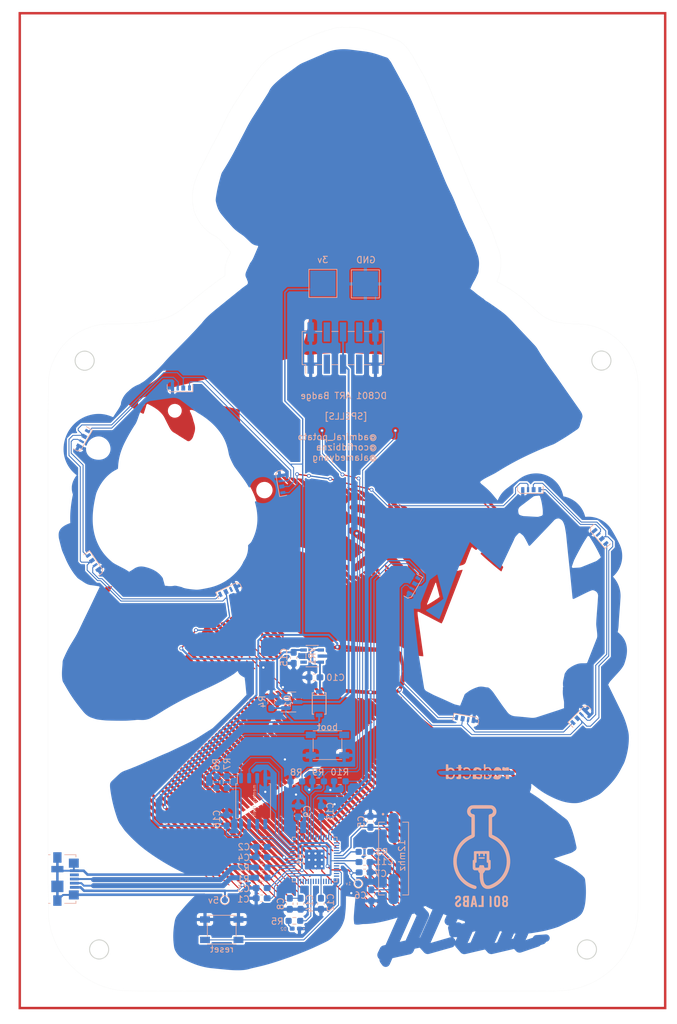
<source format=kicad_pcb>
(kicad_pcb (version 20211014) (generator pcbnew)
  (layers (0 "F.Cu" signal) (31 "B.Cu" signal) (34 "B.Paste" user) (35 "F.Paste" user) (36 "B.SilkS" user "B.Silkscreen") (37 "F.SilkS" user "F.Silkscreen") (38 "B.Mask" user) (39 "F.Mask" user) (44 "Edge.Cuts" user))
  (net 0 "")
  (net 1 "GND")
  (net 2 "+3V3")
  (net 3 "+1V1")
  (net 4 "Net-(D2-Pad2)")
  (net 5 "NEO")
  (net 6 "Net-(D3-Pad3)")
  (net 7 "Net-(D4-Pad3)")
  (net 8 "Net-(D5-Pad3)")
  (net 9 "Net-(D6-Pad3)")
  (net 10 "Net-(D7-Pad3)")
  (net 11 "Net-(D8-Pad3)")
  (net 12 "Net-(D10-Pad1)")
  (net 13 "Net-(D10-Pad3)")
  (net 14 "+3.3VP")
  (net 15 "VBUS")
  (net 16 "D-")
  (net 17 "D+")
  (net 19 "SWD")
  (net 20 "SWCLK")
  (net 21 "Net-(C10-Pad1)")
  (net 23 "RUN")
  (net 24 "Net-(R1-Pad1)")
  (net 25 "Net-(R2-Pad1)")
  (net 26 "GPIO25")
  (net 27 "QSPI_SS")
  (net 28 "USB_BOOT")
  (net 31 "XIN")
  (net 32 "XOUT")
  (net 33 "QSPI_SD3")
  (net 34 "QSPI_SCLK")
  (net 35 "QSPI_SD0")
  (net 36 "QSPI_SD2")
  (net 37 "QSPI_SD1")
  (net 39 "TOUCH1")
  (net 55 "TOUCH2")
  (net 56 "TOUCH3")
  (net 59 "Net-(D11-Pad3)")
  (net 61 "Net-(C6-Pad2)")
  (footprint "lib_fp:frontboard-outline" (layer "F.Cu") (at 132.3345 104.0566)
    (fp_text reference "G***" hide)
    (fp_text value "LOGO" hide)
    (fp_poly (pts (xy -0.033884 -75.473781) (xy 0.12307 -75.472077) (xy 0.308426 -75.46942) (xy 0.526087 -75.465854) (xy 0.779954 -75.461422) (xy 0.941916 -75.458533) (xy 2.31775 -75.4339) (xy 2.772833 -75.341498) (xy 3.405586 -75.201973) (xy 4.057871 -75.037102) (xy 4.718155 -74.8503) (xy 5.374906 -74.64498) (xy 6.01659 -74.424556) (xy 6.561666 -74.220009) (xy 6.675126 -74.175817) (xy 6.821017 -74.119356) (xy 6.992186 -74.053376) (xy 7.181483 -73.980624) (xy 7.381757 -73.903847) (xy 7.585856 -73.825794) (xy 7.786631 -73.749211) (xy 7.821725 -73.735848) (xy 8.078305 -73.637311) (xy 8.299445 -73.550008) (xy 8.489733 -73.471395) (xy 8.653757 -73.398925) (xy 8.796107 -73.330057) (xy 8.92137 -73.262244) (xy 9.034134 -73.192942) (xy 9.138988 -73.119608) (xy 9.240521 -73.039697) (xy 9.34332 -72.950664) (xy 9.451974 -72.849965) (xy 9.497143 -72.806774) (xy 9.709214 -72.591121) (xy 9.921105 -72.352056) (xy 10.134389 -72.087313) (xy 10.350636 -71.794627) (xy 10.57142 -71.47173) (xy 10.798312 -71.116357) (xy 11.032884 -70.726241) (xy 11.276708 -70.299116) (xy 11.430946 -70.018893) (xy 11.521445 -69.853933) (xy 11.626786 -69.664478) (xy 11.740246 -69.462457) (xy 11.855101 -69.259803) (xy 11.964626 -69.068448) (xy 12.039047 -68.939834) (xy 12.17278 -68.7089) (xy 12.298305 -68.489332) (xy 12.41699 -68.27823) (xy 12.530201 -68.072694) (xy 12.639303 -67.869825) (xy 12.745663 -67.666724) (xy 12.850648 -67.460491) (xy 12.955622 -67.248226) (xy 13.061953 -67.02703) (xy 13.171006 -66.794003) (xy 13.284147 -66.546247) (xy 13.402743 -66.28086) (xy 13.52816 -65.994945) (xy 13.661764 -65.6856) (xy 13.804921 -65.349928) (xy 13.958996 -64.985027) (xy 14.125358 -64.588) (xy 14.30537 -64.155945) (xy 14.397419 -63.934318) (xy 14.56018 -63.542408) (xy 14.720007 -63.158196) (xy 14.877988 -62.779109) (xy 15.035213 -62.402568) (xy 15.192771 -62.025998) (xy 15.351751 -61.646822) (xy 15.513241 -61.262465) (xy 15.678331 -60.870349) (xy 15.84811 -60.467899) (xy 16.023666 -60.052537) (xy 16.206089 -59.621689) (xy 16.396468 -59.172776) (xy 16.595892 -58.703224) (xy 16.805449 -58.210456) (xy 17.026229 -57.691895) (xy 17.25932 -57.144965) (xy 17.505812 -56.56709) (xy 17.766794 -55.955693) (xy 18.043354 -55.308198) (xy 18.065833 -55.255584) (xy 18.204342 -54.930968) (xy 18.343887 -54.603091) (xy 18.48291 -54.275661) (xy 18.619851 -53.952383) (xy 18.753149 -53.636964) (xy 18.881246 -53.333111) (xy 19.002582 -53.044529) (xy 19.115596 -52.774927) (xy 19.218729 -52.528009) (xy 19.310422 -52.307483) (xy 19.389114 -52.117055) (xy 19.453245 -51.960431) (xy 19.47319 -51.91125) (xy 19.591484 -51.619024) (xy 19.696303 -51.361308) (xy 19.789734 -51.133243) (xy 19.873866 -50.929972) (xy 19.950786 -50.746635) (xy 20.022583 -50.578375) (xy 20.091345 -50.420332) (xy 20.159159 -50.267649) (xy 20.228114 -50.115468) (xy 20.300299 -49.958928) (xy 20.3778 -49.793173) (xy 20.442037 -49.657) (xy 20.632152 -49.254736) (xy 20.805385 -48.887265) (xy 20.963266 -48.551262) (xy 21.107329 -48.243401) (xy 21.239107 -47.960359) (xy 21.360132 -47.69881) (xy 21.471938 -47.455429) (xy 21.576055 -47.226892) (xy 21.674019 -47.009873) (xy 21.76736 -46.801048) (xy 21.857611 -46.597092) (xy 21.946307 -46.39468) (xy 21.953858 -46.37736) (xy 22.008725 -46.255456) (xy 22.079711 -46.103926) (xy 22.163032 -45.930507) (xy 22.254903 -45.742936) (xy 22.351541 -45.548949) (xy 22.449162 -45.356285) (xy 22.528384 -45.20261) (xy 22.61885 -45.028074) (xy 22.707619 -44.855691) (xy 22.791724 -44.691301) (xy 22.868197 -44.540747) (xy 22.934072 -44.409872) (xy 22.986381 -44.304518) (xy 23.022159 -44.230526) (xy 23.023462 -44.22775) (xy 23.185383 -43.870771) (xy 23.342649 -43.499984) (xy 23.49725 -43.110148) (xy 23.651174 -42.69602) (xy 23.80641 -42.252356) (xy 23.964946 -41.773913) (xy 24.023099 -41.5925) (xy 24.086002 -41.403135) (xy 24.154137 -41.212776) (xy 24.222823 -41.033895) (xy 24.287377 -40.878961) (xy 24.309141 -40.8305) (xy 24.427088 -40.546454) (xy 24.525956 -40.24578) (xy 24.608929 -39.918321) (xy 24.636482 -39.787119) (xy 24.715517 -39.293502) (xy 24.755023 -38.80127) (xy 24.754796 -38.308633) (xy 24.714632 -37.813798) (xy 24.634326 -37.314974) (xy 24.513674 -36.81037) (xy 24.352472 -36.298194) (xy 24.189483 -35.870327) (xy 24.156121 -35.783503) (xy 24.132438 -35.711055) (xy 24.121059 -35.661786) (xy 24.122357 -35.645163) (xy 24.144871 -35.631163) (xy 24.199914 -35.5996) (xy 24.282797 -35.553082) (xy 24.388832 -35.494221) (xy 24.513329 -35.425624) (xy 24.6516 -35.349904) (xy 24.712083 -35.316915) (xy 25.536154 -34.846181) (xy 26.330595 -34.348129) (xy 27.093958 -33.823748) (xy 27.824794 -33.274025) (xy 28.41625 -32.790209) (xy 28.490506 -32.72682) (xy 28.563886 -32.663576) (xy 28.639059 -32.598055) (xy 28.718698 -32.527839) (xy 28.805476 -32.450505) (xy 28.902063 -32.363633) (xy 29.011131 -32.264803) (xy 29.135353 -32.151594) (xy 29.277399 -32.021586) (xy 29.439943 -31.872358) (xy 29.625655 -31.701489) (xy 29.837207 -31.506558) (xy 30.064227 -31.297182) (xy 30.378912 -31.012824) (xy 30.673072 -30.759963) (xy 30.950872 -30.535705) (xy 31.216475 -30.337157) (xy 31.474044 -30.161428) (xy 31.727744 -30.005623) (xy 31.981738 -29.866851) (xy 32.24019 -29.742217) (xy 32.406166 -29.670079) (xy 32.728779 -29.54587) (xy 33.067694 -29.436438) (xy 33.426048 -29.341248) (xy 33.806978 -29.259763) (xy 34.213619 -29.191449) (xy 34.649108 -29.135769) (xy 35.116581 -29.092189) (xy 35.619174 -29.060172) (xy 36.089166 -29.041255) (xy 36.389008 -29.031694) (xy 36.651516 -29.022352) (xy 36.881683 -29.012881) (xy 37.084505 -29.002932) (xy 37.264977 -28.992156) (xy 37.428093 -28.980205) (xy 37.578849 -28.966732) (xy 37.722238 -28.951386) (xy 37.863256 -28.933821) (xy 38.006898 -28.913688) (xy 38.08426 -28.902092) (xy 38.703335 -28.786711) (xy 39.307166 -28.632765) (xy 39.894504 -28.441644) (xy 40.464097 -28.214737) (xy 41.014695 -27.953433) (xy 41.545048 -27.659121) (xy 42.053903 -27.333192) (xy 42.540012 -26.977033) (xy 43.002124 -26.592035) (xy 43.438987 -26.179586) (xy 43.849351 -25.741077) (xy 44.231966 -25.277896) (xy 44.58558 -24.791432) (xy 44.908944 -24.283075) (xy 45.200807 -23.754215) (xy 45.459918 -23.206239) (xy 45.685026 -22.640539) (xy 45.874882 -22.058502) (xy 46.028233 -21.461519) (xy 46.14383 -20.850978) (xy 46.220422 -20.228269) (xy 46.247947 -19.833167) (xy 46.248919 -19.79683) (xy 46.249868 -19.727662) (xy 46.250794 -19.625459) (xy 46.251697 -19.490015) (xy 46.252577 -19.321129) (xy 46.253434 -19.118594) (xy 46.254269 -18.882207) (xy 46.255081 -18.611764) (xy 46.255871 -18.307061) (xy 46.256638 -17.967893) (xy 46.257383 -17.594056) (xy 46.258106 -17.185346) (xy 46.258807 -16.74156) (xy 46.259486 -16.262492) (xy 46.260144 -15.747938) (xy 46.260779 -15.197695) (xy 46.261393 -14.611558) (xy 46.261986 -13.989323) (xy 46.262557 -13.330786) (xy 46.263107 -12.635742) (xy 46.263636 -11.903988) (xy 46.264144 -11.13532) (xy 46.264631 -10.329532) (xy 46.265098 -9.486422) (xy 46.265543 -8.605784) (xy 46.265968 -7.687415) (xy 46.266373 -6.73111) (xy 46.266757 -5.736665) (xy 46.267121 -4.703877) (xy 46.267465 -3.632541) (xy 46.267789 -2.522452) (xy 46.268093 -1.373407) (xy 46.268377 -0.185201) (xy 46.268641 1.04237) (xy 46.268886 2.309509) (xy 46.269111 3.616422) (xy 46.269317 4.963312) (xy 46.269504 6.350383) (xy 46.269672 7.77784) (xy 46.26982 9.245887) (xy 46.26995 10.754728) (xy 46.270061 12.304567) (xy 46.270153 13.895608) (xy 46.270227 15.528056) (xy 46.270282 17.202115) (xy 46.270319 18.917988) (xy 46.270337 20.675881) (xy 46.27034 21.641336) (xy 46.270346 23.255707) (xy 46.270364 24.828301) (xy 46.270391 26.359672) (xy 46.270426 27.850377) (xy 46.270465 29.30097) (xy 46.270508 30.712008) (xy 46.270553 32.084047) (xy 46.270596 33.41764) (xy 46.270636 34.713345) (xy 46.270671 35.971717) (xy 46.270699 37.193311) (xy 46.270718 38.378683) (xy 46.270725 39.528388) (xy 46.270719 40.642983) (xy 46.270697 41.723021) (xy 46.270658 42.769061) (xy 46.270599 43.781655) (xy 46.270519 44.761361) (xy 46.270414 45.708734) (xy 46.270284 46.62433) (xy 46.270126 47.508703) (xy 46.269937 48.36241) (xy 46.269717 49.186006) (xy 46.269462 49.980046) (xy 46.269171 50.745087) (xy 46.268841 51.481684) (xy 46.268471 52.190392) (xy 46.268059 52.871767) (xy 46.267602 53.526364) (xy 46.267098 54.154739) (xy 46.266545 54.757448) (xy 46.265942 55.335047) (xy 46.265286 55.88809) (xy 46.264574 56.417133) (xy 46.263806 56.922732) (xy 46.262978 57.405443) (xy 46.262089 57.865821) (xy 46.261136 58.304421) (xy 46.260119 58.721799) (xy 46.259033 59.118511) (xy 46.257878 59.495113) (xy 46.256652 59.852159) (xy 46.255352 60.190205) (xy 46.253975 60.509808) (xy 46.252521 60.811522) (xy 46.250987 61.095903) (xy 46.249371 61.363507) (xy 46.247671 61.614889) (xy 46.245885 61.850605) (xy 46.24401 62.07121) (xy 46.242045 62.27726) (xy 46.239987 62.469311) (xy 46.237835 62.647918) (xy 46.235586 62.813636) (xy 46.233238 62.967021) (xy 46.23079 63.10863) (xy 46.228239 63.239016) (xy 46.225583 63.358737) (xy 46.222819 63.468346) (xy 46.219947 63.568401) (xy 46.216964 63.659457) (xy 46.213867 63.742068) (xy 46.210655 63.816791) (xy 46.207325 63.884182) (xy 46.203876 63.944795) (xy 46.200305 63.999187) (xy 46.196611 64.047913) (xy 46.192791 64.091528) (xy 46.188843 64.130588) (xy 46.184765 64.16565) (xy 46.180555 64.197267) (xy 46.176211 64.225996) (xy 46.171731 64.252392) (xy 46.167113 64.277011) (xy 46.162354 64.300409) (xy 46.157453 64.323141) (xy 46.152408 64.345762) (xy 46.147216 64.368829) (xy 46.141875 64.392896) (xy 46.136384 64.41852) (xy 46.13074 64.446256) (xy 46.124941 64.476659) (xy 46.118985 64.510285) (xy 46.11287 64.547689) (xy 46.109611 64.568916) (xy 45.981362 65.284229) (xy 45.814377 65.984638) (xy 45.609866 66.669042) (xy 45.369039 67.336343) (xy 45.093104 67.98544) (xy 44.783272 68.615235) (xy 44.440752 69.224628) (xy 44.066753 69.812519) (xy 43.662485 70.37781) (xy 43.229157 70.919399) (xy 42.767979 71.436189) (xy 42.280161 71.927079) (xy 41.76691 72.390971) (xy 41.229438 72.826764) (xy 40.668954 73.233359) (xy 40.086667 73.609657) (xy 39.483786 73.954558) (xy 38.861521 74.266962) (xy 38.221081 74.545771) (xy 37.563677 74.789885) (xy 36.890517 74.998203) (xy 36.20281 75.169628) (xy 35.501767 75.303059) (xy 34.788597 75.397397) (xy 34.142557 75.447697) (xy 34.112627 75.449107) (xy 34.077114 75.450476) (xy 34.035407 75.451804) (xy 33.986895 75.453092) (xy 33.930967 75.45434) (xy 33.867012 75.45555) (xy 33.794417 75.456721) (xy 33.712573 75.457853) (xy 33.620868 75.458949) (xy 33.51869 75.460007) (xy 33.405428 75.461029) (xy 33.280472 75.462016) (xy 33.14321 75.462966) (xy 32.99303 75.463883) (xy 32.829322 75.464764) (xy 32.651474 75.465612) (xy 32.458876 75.466427) (xy 32.250915 75.467209) (xy 32.026981 75.467959) (xy 31.786462 75.468678) (xy 31.528748 75.469365) (xy 31.253226 75.470022) (xy 30.959287 75.470648) (xy 30.646317 75.471246) (xy 30.313708 75.471814) (xy 29.960846 75.472354) (xy 29.587121 75.472865) (xy 29.191922 75.47335) (xy 28.774638 75.473808) (xy 28.334657 75.474239) (xy 27.871368 75.474645) (xy 27.384159 75.475025) (xy 26.872421 75.475381) (xy 26.33554 75.475712) (xy 25.772907 75.47602) (xy 25.18391 75.476305) (xy 24.567937 75.476567) (xy 23.924379 75.476807) (xy 23.252622 75.477025) (xy 22.552057 75.477223) (xy 21.822071 75.4774) (xy 21.062054 75.477557) (xy 20.271394 75.477695) (xy 19.449481 75.477814) (xy 18.595703 75.477914) (xy 17.709448 75.477997) (xy 16.790106 75.478062) (xy 15.837066 75.478111) (xy 14.849715 75.478144) (xy 13.827444 75.47816) (xy 12.76964 75.478162) (xy 11.675693 75.478149) (xy 10.544991 75.478122) (xy 9.376923 75.478082) (xy 8.170878 75.478028) (xy 6.926244 75.477962) (xy 5.642411 75.477884) (xy 4.318767 75.477794) (xy 2.954701 75.477694) (xy 1.549602 75.477583) (xy 0.102858 75.477462) (xy -0.083943 75.477446) (xy -1.556786 75.477315) (xy -2.98787 75.477178) (xy -4.377772 75.477034) (xy -5.727068 75.476884) (xy -7.036332 75.476725) (xy -8.306141 75.476559) (xy -9.53707 75.476384) (xy -10.729694 75.4762) (xy -11.88459 75.476006) (xy -13.002332 75.475802) (xy -14.083496 75.475587) (xy -15.128658 75.47536) (xy -16.138393 75.475122) (xy -17.113277 75.474872) (xy -18.053885 75.474608) (xy -18.960793 75.474332) (xy -19.834576 75.474041) (xy -20.67581 75.473735) (xy -21.485071 75.473415) (xy -22.262934 75.473079) (xy -23.009975 75.472727) (xy -23.726769 75.472358) (xy -24.413891 75.471972) (xy -25.071918 75.471569) (xy -25.701424 75.471147) (xy -26.302986 75.470706) (xy -26.877179 75.470246) (xy -27.424578 75.469766) (xy -27.945759 75.469266) (xy -28.441298 75.468745) (xy -28.91177 75.468203) (xy -29.35775 75.467638) (xy -29.779815 75.467051) (xy -30.178539 75.466441) (xy -30.554499 75.465807) (xy -30.908269 75.46515) (xy -31.240426 75.464467) (xy -31.551545 75.46376) (xy -31.842201 75.463027) (xy -32.11297 75.462267) (xy -32.364428 75.461481) (xy -32.59715 75.460667) (xy -32.811711 75.459826) (xy -33.008688 75.458956) (xy -33.188655 75.458057) (xy -33.352189 75.457129) (xy -33.499864 75.456171) (xy -33.632257 75.455183) (xy -33.749943 75.454163) (xy -33.853497 75.453112) (xy -33.943496 75.452028) (xy -34.020514 75.450912) (xy -34.085127 75.449763) (xy -34.137911 75.448581) (xy -34.179441 75.447364) (xy -34.210292 75.446112) (xy -34.21566 75.445834) (xy -34.869854 75.391225) (xy -35.532985 75.298651) (xy -36.198368 75.169494) (xy -36.859319 75.005135) (xy -37.509154 74.806955) (xy -37.803667 74.704395) (xy -38.477427 74.437805) (xy -39.135604 74.132524) (xy -39.776038 73.790007) (xy -40.396567 73.411713) (xy -40.995032 72.999099) (xy -41.569272 72.553622) (xy -42.117125 72.07674) (xy -42.636431 71.569908) (xy -42.950155 71.233445) (xy -43.43321 70.664992) (xy -43.879602 70.075933) (xy -44.288934 69.467112) (xy -44.660805 68.839373) (xy -44.994817 68.19356) (xy -45.29057 67.530515) (xy -45.547666 66.851083) (xy -45.765704 66.156108) (xy -45.944285 65.446432) (xy -46.083011 64.722901) (xy -46.108684 64.558333) (xy -46.114933 64.518213) (xy -46.12102 64.482167) (xy -46.126949 64.449639) (xy -46.13272 64.420073) (xy -46.138336 64.392913) (xy -46.143799 64.367605) (xy -46.149111 64.343591) (xy -46.154275 64.320318) (xy -46.159292 64.297227) (xy -46.164164 64.273765) (xy -46.168893 64.249375) (xy -46.173482 64.223502) (xy -46.177932 64.19559) (xy -46.182247 64.165083) (xy -46.186427 64.131425) (xy -46.190475 64.094061) (xy -46.194392 64.052435) (xy -46.198182 64.005991) (xy -46.201846 63.954174) (xy -46.205386 63.896428) (xy -46.208805 63.832198) (xy -46.212104 63.760926) (xy -46.215285 63.682059) (xy -46.218351 63.595039) (xy -46.221303 63.499312) (xy -46.224145 63.394322) (xy -46.226877 63.279512) (xy -46.229502 63.154328) (xy -46.232022 63.018214) (xy -46.234439 62.870613) (xy -46.236755 62.71097) (xy -46.238972 62.53873) (xy -46.241093 62.353336) (xy -46.243119 62.154233) (xy -46.245053 61.940866) (xy -46.246896 61.712678) (xy -46.248651 61.469114) (xy -46.250319 61.209618) (xy -46.251904 60.933635) (xy -46.253406 60.640608) (xy -46.254829 60.329982) (xy -46.256173 60.001202) (xy -46.257442 59.653711) (xy -46.258637 59.286954) (xy -46.25976 58.900376) (xy -46.260814 58.493419) (xy -46.261801 58.06553) (xy -46.262722 57.616152) (xy -46.263579 57.144728) (xy -46.264376 56.650705) (xy -46.265113 56.133525) (xy -46.265794 55.592634) (xy -46.266419 55.027475) (xy -46.266992 54.437493) (xy -46.267513 53.822132) (xy -46.267987 53.180836) (xy -46.268413 52.51305) (xy -46.268795 51.818218) (xy -46.269135 51.095785) (xy -46.269434 50.345193) (xy -46.269695 49.565889) (xy -46.269919 48.757316) (xy -46.27011 47.918918) (xy -46.270269 47.050139) (xy -46.270398 46.150425) (xy -46.270499 45.219219) (xy -46.270574 44.255966) (xy -46.270625 43.260109) (xy -46.270655 42.231094) (xy -46.270666 41.168363) (xy -46.270659 40.071363) (xy -46.270637 38.939537) (xy -46.270602 37.772329) (xy -46.270555 36.569183) (xy -46.2705 35.329545) (xy -46.270437 34.052858) (xy -46.27037 32.738566) (xy -46.270299 31.386113) (xy -46.270228 29.994945) (xy -46.270159 28.564506) (xy -46.270093 27.094238) (xy -46.270032 25.583588) (xy -46.26998 24.031999) (xy -46.269937 22.438916) (xy -46.269919 21.611166) (xy -46.269893 20.001826) (xy -46.269875 18.434263) (xy -46.269865 16.907921) (xy -46.26986 15.422244) (xy -46.269859 13.976677) (xy -46.269859 12.570662) (xy -46.26986 11.203645) (xy -46.269858 9.875068) (xy -46.269854 8.584377) (xy -46.269844 7.331014) (xy -46.269827 6.114424) (xy -46.269802 4.934051) (xy -46.269766 3.789338) (xy -46.269718 2.679731) (xy -46.269656 1.604672) (xy -46.269578 0.563605) (xy -46.269483 -0.444025) (xy -46.269368 -1.418775) (xy -46.269233 -2.3612) (xy -46.269075 -3.271857) (xy -46.268893 -4.151301) (xy -46.268684 -5.000089) (xy -46.268448 -5.818777) (xy -46.268182 -6.607921) (xy -46.267884 -7.368077) (xy -46.267553 -8.099801) (xy -46.267188 -8.803649) (xy -46.266785 -9.480176) (xy -46.266344 -10.12994) (xy -46.265863 -10.753496) (xy -46.26534 -11.351401) (xy -46.264774 -11.924209) (xy -46.264162 -12.472478) (xy -46.263502 -12.996763) (xy -46.262794 -13.497621) (xy -46.262035 -13.975607) (xy -46.261224 -14.431277) (xy -46.260358 -14.865188) (xy -46.259437 -15.277896) (xy -46.258458 -15.669956) (xy -46.257419 -16.041926) (xy -46.256319 -16.394359) (xy -46.255157 -16.727814) (xy -46.253929 -17.042846) (xy -46.252636 -17.34001) (xy -46.251274 -17.619864) (xy -46.249842 -17.882962) (xy -46.248338 -18.129862) (xy -46.246761 -18.361119) (xy -46.245109 -18.577288) (xy -46.24338 -18.778928) (xy -46.241572 -18.966592) (xy -46.239684 -19.140838) (xy -46.237713 -19.302221) (xy -46.235659 -19.451297) (xy -46.233519 -19.588623) (xy -46.231292 -19.714755) (xy -46.228975 -19.830248) (xy -46.226567 -19.935659) (xy -46.224067 -20.031543) (xy -46.221472 -20.118458) (xy -46.218781 -20.196958) (xy -46.215993 -20.2676) (xy -46.213104 -20.330939) (xy -46.210114 -20.387533) (xy -46.207021 -20.437937) (xy -46.203823 -20.482707) (xy -46.200518 -20.522398) (xy -46.197105 -20.557569) (xy -46.193582 -20.588773) (xy -46.189947 -20.616567) (xy -46.186198 -20.641508) (xy -46.182333 -20.664151) (xy -46.178352 -20.685053) (xy -46.174251 -20.704769) (xy -46.17003 -20.723855) (xy -46.165687 -20.742868) (xy -46.161219 -20.762364) (xy -46.156625 -20.782898) (xy -46.151904 -20.805028) (xy -46.147053 -20.829307) (xy -46.142071 -20.856294) (xy -46.136956 -20.886544) (xy -46.136161 -20.8915) (xy -46.016814 -21.509258) (xy -45.858689 -22.112487) (xy -45.663168 -22.699812) (xy -45.431631 -23.269861) (xy -45.165459 -23.821262) (xy -44.866033 -24.35264) (xy -44.534735 -24.862623) (xy -44.172944 -25.349838) (xy -43.782043 -25.812911) (xy -43.363412 -26.25047) (xy -42.918432 -26.661141) (xy -42.448485 -27.043551) (xy -41.95495 -27.396328) (xy -41.43921 -27.718097) (xy -40.902645 -28.007487) (xy -40.346635 -28.263123) (xy -39.772563 -28.483633) (xy -39.18181 -28.667643) (xy -38.575755 -28.813782) (xy -38.078834 -28.902803) (xy -37.944511 -28.922503) (xy -37.814048 -28.939962) (xy -37.683757 -28.95537) (xy -37.549947 -28.968918) (xy -37.408929 -28.980795) (xy -37.257011 -28.991192) (xy -37.090506 -29.000299) (xy -36.905722 -29.008306) (xy -36.69897 -29.015402) (xy -36.46656 -29.021779) (xy -36.204802 -29.027625) (xy -35.910006 -29.033131) (xy -35.578482 -29.038488) (xy -35.390667 -29.041272) (xy -34.875443 -29.049633) (xy -34.398598 -29.059344) (xy -33.956192 -29.070603) (xy -33.544286 -29.083607) (xy -33.15894 -29.098557) (xy -32.796216 -29.115648) (xy -32.452174 -29.135081) (xy -32.122875 -29.157052) (xy -31.80438 -29.18176) (xy -31.492749 -29.209402) (xy -31.184044 -29.240178) (xy -30.966834 -29.263776) (xy -30.371042 -29.33845) (xy -29.812454 -29.425195) (xy -29.287351 -29.525248) (xy -28.792011 -29.639846) (xy -28.322717 -29.770226) (xy -27.875748 -29.917626) (xy -27.447385 -30.083283) (xy -27.033908 -30.268432) (xy -26.631596 -30.474313) (xy -26.236732 -30.702162) (xy -25.845594 -30.953215) (xy -25.805462 -30.980378) (xy -25.698701 -31.053467) (xy -25.594798 -31.125748) (xy -25.491452 -31.199036) (xy -25.386362 -31.275147) (xy -25.277225 -31.355895) (xy -25.161741 -31.443097) (xy -25.037608 -31.538567) (xy -24.902525 -31.644121) (xy -24.75419 -31.761574) (xy -24.590302 -31.892741) (xy -24.408559 -32.039438) (xy -24.20666 -32.203479) (xy -23.982304 -32.38668) (xy -23.733188 -32.590857) (xy -23.457013 -32.817824) (xy -23.151475 -33.069397) (xy -23.029334 -33.17006) (xy -22.697597 -33.441929) (xy -22.370576 -33.706574) (xy -22.041986 -33.968936) (xy -21.705546 -34.233952) (xy -21.35497 -34.506564) (xy -20.983975 -34.791709) (xy -20.586278 -35.094328) (xy -20.457584 -35.191708) (xy -20.211512 -35.377464) (xy -19.995493 -35.540006) (xy -19.805996 -35.681898) (xy -19.639492 -35.805703) (xy -19.492453 -35.913984) (xy -19.361349 -36.009303) (xy -19.242651 -36.094225) (xy -19.13283 -36.171312) (xy -19.028357 -36.243126) (xy -18.925702 -36.312233) (xy -18.821337 -36.381193) (xy -18.805148 -36.391793) (xy -18.528545 -36.572712) (xy -18.547359 -36.738398) (xy -18.556881 -36.866462) (xy -18.560984 -37.02587) (xy -18.560061 -37.206034) (xy -18.554507 -37.396365) (xy -18.544713 -37.586276) (xy -18.531073 -37.765177) (xy -18.51398 -37.922481) (xy -18.499948 -38.015334) (xy -18.411319 -38.413633) (xy -18.285376 -38.821535) (xy -18.124298 -39.233393) (xy -17.930261 -39.643561) (xy -17.737119 -39.993309) (xy -17.692269 -40.073151) (xy -17.658511 -40.14084) (xy -17.640074 -40.187427) (xy -17.638355 -40.202276) (xy -17.653421 -40.222782) (xy -17.693168 -40.272723) (xy -17.755104 -40.349072) (xy -17.836739 -40.4488) (xy -17.935583 -40.56888) (xy -18.049145 -40.706282) (xy -18.174935 -40.85798) (xy -18.310463 -41.020944) (xy -18.398724 -41.126834) (xy -18.562039 -41.322458) (xy -18.701571 -41.489058) (xy -18.820573 -41.630187) (xy -18.9223 -41.749395) (xy -19.010003 -41.850236) (xy -19.086935 -41.936262) (xy -19.15635 -42.011025) (xy -19.2215 -42.078077) (xy -19.285638 -42.140971) (xy -19.352017 -42.203258) (xy -19.42389 -42.268491) (xy -19.50451 -42.340222) (xy -19.532636 -42.365084) (xy -19.655095 -42.472828) (xy -19.752484 -42.556895) (xy -19.831231 -42.621896) (xy -19.897764 -42.672438) (xy -19.95851 -42.71313) (xy -20.019897 -42.748582) (xy -20.088352 -42.783402) (xy -20.169767 -42.821951) (xy -20.51027 -43.001198) (xy -20.848376 -43.219074) (xy -21.18078 -43.471885) (xy -21.504177 -43.755936) (xy -21.815261 -44.067534) (xy -22.110729 -44.402983) (xy -22.387273 -44.758589) (xy -22.641589 -45.130659) (xy -22.870372 -45.515497) (xy -23.070316 -45.909409) (xy -23.199098 -46.207916) (xy -23.344174 -46.62264) (xy -23.460774 -47.064661) (xy -23.54861 -47.529693) (xy -23.607394 -48.013451) (xy -23.63684 -48.511649) (xy -23.63666 -49.020001) (xy -23.606567 -49.534222) (xy -23.546273 -50.050025) (xy -23.482164 -50.429584) (xy -23.426832 -50.694735) (xy -23.362224 -50.958418) (xy -23.286928 -51.224152) (xy -23.199533 -51.495458) (xy -23.098625 -51.775855) (xy -22.982794 -52.068861) (xy -22.850628 -52.377997) (xy -22.700713 -52.706782) (xy -22.53164 -53.058735) (xy -22.341995 -53.437376) (xy -22.130368 -53.846224) (xy -22.051341 -53.996167) (xy -21.977063 -54.137396) (xy -21.887756 -54.308644) (xy -21.787438 -54.502126) (xy -21.680127 -54.710053) (xy -21.569839 -54.924639) (xy -21.460592 -55.138097) (xy -21.356402 -55.342639) (xy -21.336124 -55.382584) (xy -21.173013 -55.703502) (xy -21.026028 -55.991375) (xy -20.892579 -56.251129) (xy -20.770077 -56.487691) (xy -20.655932 -56.705987) (xy -20.547554 -56.910944) (xy -20.442356 -57.107489) (xy -20.337746 -57.300547) (xy -20.231137 -57.495046) (xy -20.125797 -57.68537) (xy -19.981466 -57.949991) (xy -19.821639 -58.252225) (xy -19.647062 -58.590592) (xy -19.458485 -58.963611) (xy -19.256654 -59.369803) (xy -19.042316 -59.807687) (xy -18.81622 -60.275784) (xy -18.787533 -60.335584) (xy -18.561161 -60.802033) (xy -18.345858 -61.233396) (xy -18.138968 -61.634632) (xy -17.937835 -62.010701) (xy -17.7398 -62.366563) (xy -17.542208 -62.707176) (xy -17.3424 -63.037502) (xy -17.324721 -63.066084) (xy -17.061579 -63.487188) (xy -16.788716 -63.917055) (xy -16.508086 -64.352869) (xy -16.221643 -64.791817) (xy -15.93134 -65.231083) (xy -15.639132 -65.667852) (xy -15.346973 -66.099311) (xy -15.056816 -66.522643) (xy -14.770616 -66.935035) (xy -14.490325 -67.333673) (xy -14.217899 -67.71574) (xy -13.955292 -68.078423) (xy -13.704456 -68.418906) (xy -13.467347 -68.734376) (xy -13.245917 -69.022018) (xy -13.042121 -69.279016) (xy -12.857913 -69.502556) (xy -12.850496 -69.511334) (xy -12.700576 -69.683277) (xy -12.534331 -69.864792) (xy -12.359281 -70.048242) (xy -12.182947 -70.225991) (xy -12.012848 -70.390403) (xy -11.856505 -70.533843) (xy -11.768667 -70.609827) (xy -11.568843 -70.772304) (xy -11.367865 -70.924322) (xy -11.160909 -71.06871) (xy -10.943149 -71.208296) (xy -10.709762 -71.345908) (xy -10.455924 -71.484375) (xy -10.176811 -71.626524) (xy -9.867597 -71.775186) (xy -9.523459 -71.933187) (xy -9.472084 -71.956274) (xy -9.32433 -72.022569) (xy -9.195249 -72.080738) (xy -9.080136 -72.133089) (xy -8.974287 -72.18193) (xy -8.872998 -72.229567) (xy -8.771564 -72.27831) (xy -8.665281 -72.330464) (xy -8.549444 -72.388338) (xy -8.41935 -72.454239) (xy -8.270293 -72.530476) (xy -8.09757 -72.619354) (xy -7.896476 -72.723183) (xy -7.672483 -72.839005) (xy -7.165272 -73.09883) (xy -6.689325 -73.337204) (xy -6.240509 -73.555893) (xy -5.81469 -73.756665) (xy -5.407735 -73.941287) (xy -5.015509 -74.111526) (xy -4.63388 -74.269149) (xy -4.258715 -74.415925) (xy -3.885879 -74.553619) (xy -3.511239 -74.684) (xy -3.130661 -74.808834) (xy -2.885794 -74.885487) (xy -2.585695 -74.977682) (xy -2.322622 -75.058153) (xy -2.093192 -75.127802) (xy -1.894023 -75.187531) (xy -1.721735 -75.238244) (xy -1.572946 -75.280843) (xy -1.444275 -75.316231) (xy -1.33234 -75.34531) (xy -1.233759 -75.368984) (xy -1.145152 -75.388156) (xy -1.063137 -75.403727) (xy -0.984333 -75.416602) (xy -0.905358 -75.427682) (xy -0.82283 -75.43787) (xy -0.81212 -75.439123) (xy -0.735216 -75.447936) (xy -0.665024 -75.455408) (xy -0.597643 -75.461581) (xy -0.52917 -75.4665) (xy -0.455705 -75.470206) (xy -0.373346 -75.472745) (xy -0.27819 -75.474158) (xy -0.166337 -75.474489) (xy -0.033884 -75.473781)) (layer "Edge.Cuts") (width 0.01) (fill none))
  )
  (footprint "Resistor_SMD:R_0603_1608Metric_Pad0.98x0.95mm_HandSolder" (layer "B.Cu") (at 121.05 134.31 90)
    (fp_text reference "R4")
    (fp_text value "10k")
  )
  (footprint "TestPoint:TestPoint_Pad_D1.0mm" (layer "B.Cu") (at 134.71 162.71 180)
    (fp_text reference "1v")
    (fp_text value "1v")
  )
  (footprint "Package_TO_SOT_SMD:SOT-23" (layer "B.Cu") (at 124.27 134.26)
    (fp_text reference "Q1")
    (fp_text value "DMG2301L" hide)
  )
  (footprint "Resistor_SMD:R_0603_1608Metric_Pad0.98x0.95mm_HandSolder" (layer "B.Cu") (at 119.5465 161.789 180)
    (fp_text reference "R1")
    (fp_text value "27")
  )
  (footprint "lib_fp:redactd_copper_strike_v1" (layer "B.Cu") (at 149.218917 149.006223 180)
    (fp_text reference "Ref**" hide)
    (fp_text value "Val**" hide)
  )
  (footprint "ART-Spells:LED_SK6812_4020_SIDE" (layer "B.Cu") (at 91.165392 92.835215 -120)
    (fp_text reference "D10" hide)
    (fp_text value "LED_SK6812_4020_SIDE" hide)
  )
  (footprint "Capacitor_SMD:C_0603_1608Metric_Pad1.08x0.95mm_HandSolder" (layer "B.Cu") (at 119.5465 163.397)
    (fp_text reference "C3")
    (fp_text value "1u")
  )
  (footprint "lib_fp:801labs_logo" (layer "B.Cu") (at 154.059973 158.212481 180)
    (fp_text reference "G***" hide)
    (fp_text value "LOGO" hide)
  )
  (footprint "Capacitor_SMD:C_0603_1608Metric_Pad1.08x0.95mm_HandSolder" (layer "B.Cu") (at 123.952 165.862 -90)
    (fp_text reference "C8")
    (fp_text value "100n")
  )
  (footprint "Capacitor_SMD:C_0603_1608Metric_Pad1.08x0.95mm_HandSolder" (layer "B.Cu") (at 125.252 151.402 90)
    (fp_text reference "C9")
    (fp_text value "100n")
  )
  (footprint "LED_SMD:LED_0402_1005Metric_Pad0.77x0.64mm_HandSolder" (layer "B.Cu") (at 124.9 169.76 180)
    (fp_text reference "D2")
    (fp_text value "LED")
  )
  (footprint "TestPoint:TestPoint_Pad_4.0x4.0mm" (layer "B.Cu") (at 135.81 68.77 180)
    (fp_text reference "GND")
    (fp_text value "GND")
  )
  (footprint "ART-Spells:LED_SK6812_4020_SIDE" (layer "B.Cu") (at 114.51 117.19 25)
    (fp_text reference "D12" hide)
    (fp_text value "LED_SK6812_4020_SIDE" hide)
  )
  (footprint "Resistor_SMD:R_0603_1608Metric_Pad0.98x0.95mm_HandSolder" (layer "B.Cu") (at 114.0545 146.812 90)
    (fp_text reference "R7")
    (fp_text value "10k")
  )
  (footprint "Resistor_SMD:R_0603_1608Metric_Pad0.98x0.95mm_HandSolder" (layer "B.Cu") (at 112.462 146.812 -90)
    (fp_text reference "R6")
    (fp_text value "1k")
  )
  (footprint "ART-Spells:LED_SK6812_4020_SIDE" (layer "B.Cu") (at 142.984425 115.892089 -120)
    (fp_text reference "D3" hide)
    (fp_text value "LED_SK6812_4020_SIDE" hide)
  )
  (footprint "Capacitor_SMD:C_0603_1608Metric_Pad1.08x0.95mm_HandSolder" (layer "B.Cu") (at 135.672 159.332)
    (fp_text reference "C11")
    (fp_text value "100n")
  )
  (footprint "rp2040:QFN40P700X700X90-57N" (layer "B.Cu") (at 127.86 158.929 -90)
    (fp_text reference "U1")
    (fp_text value "RP2040" hide)
  )
  (footprint "Capacitor_SMD:C_0603_1608Metric_Pad1.08x0.95mm_HandSolder" (layer "B.Cu") (at 128.842 165.862 -90)
    (fp_text reference "C12")
    (fp_text value "100n")
  )
  (footprint "ART-Spells:LED_SK6812_4020_SIDE" (layer "B.Cu") (at 92.83 112.704514 -55)
    (fp_text reference "D11" hide)
    (fp_text value "LED_SK6812_4020_SIDE" hide)
  )
  (footprint "Capacitor_SMD:C_0603_1608Metric_Pad1.08x0.95mm_HandSolder" (layer "B.Cu") (at 119.5465 158.573 180)
    (fp_text reference "C4")
    (fp_text value "100n")
  )
  (footprint "Resistor_SMD:R_0603_1608Metric_Pad0.98x0.95mm_HandSolder" (layer "B.Cu") (at 124.97 146.71 180)
    (fp_text reference "R8")
    (fp_text value "1M")
  )
  (footprint "Capacitor_SMD:C_0603_1608Metric_Pad1.08x0.95mm_HandSolder" (layer "B.Cu") (at 136.742 164.542 90)
    (fp_text reference "C6")
    (fp_text value "27pF")
  )
  (footprint "Resistor_SMD:R_0603_1608Metric_Pad0.98x0.95mm_HandSolder" (layer "B.Cu") (at 124.68 168.54 180)
    (fp_text reference "R5")
    (fp_text value "1k")
  )
  (footprint "ART-Spells:LED_SK6812_4020_SIDE" (layer "B.Cu") (at 123.032704 100.010384 100)
    (fp_text reference "D8" hide)
    (fp_text value "LED_SK6812_4020_SIDE" hide)
  )
  (footprint "Capacitor_SMD:C_0603_1608Metric_Pad1.08x0.95mm_HandSolder" (layer "B.Cu") (at 114.0545 152.802 90)
    (fp_text reference "C16")
    (fp_text value "100n")
  )
  (footprint "Resistor_SMD:R_0603_1608Metric_Pad0.98x0.95mm_HandSolder" (layer "B.Cu") (at 128.4 146.69 180)
    (fp_text reference "R9")
    (fp_text value "1M")
  )
  (footprint "AP7365-33WG-7:AP7365-33WG-7" (layer "B.Cu") (at 127.47 127.07 180)
    (fp_text reference "VR1")
    (fp_text value "AP7366-33W5-7" hide)
  )
  (footprint "Resistor_SMD:R_0603_1608Metric_Pad0.98x0.95mm_HandSolder" (layer "B.Cu") (at 119.5465 160.181 180)
    (fp_text reference "R2")
    (fp_text value "27")
  )
  (footprint "Capacitor_SMD:C_0603_1608Metric_Pad1.08x0.95mm_HandSolder" (layer "B.Cu") (at 135.692 160.952)
    (fp_text reference "C7")
    (fp_text value "100n")
  )
  (footprint "ART-Spells:LED_SK6812_4020_SIDE" (layer "B.Cu") (at 106.824514 84.65 180)
    (fp_text reference "D9" hide)
    (fp_text value "LED_SK6812_4020_SIDE" hide)
  )
  (footprint "ART-Spells:LED_SK6812_4020_SIDE" (layer "B.Cu") (at 151.42 137.36 -10)
    (fp_text reference "D4" hide)
    (fp_text value "LED_SK6812_4020_SIDE" hide)
  )
  (footprint "SW_SPST_PTS647:SW_SPST_PTS647" (layer "B.Cu") (at 113.284 169.926)
    (fp_text reference "reset")
    (fp_text value "" hide)
  )
  (footprint "TestPoint:TestPoint_Pad_D1.0mm" (layer "B.Cu") (at 113.77 165.29 180)
    (fp_text reference "5v")
    (fp_text value "5v")
  )
  (footprint "ABLS-12MHZ:XTAL1140X470X420N" (layer "B.Cu") (at 140.232 158.782 -90)
    (fp_text reference "12mhz")
    (fp_text value "ABLS-12.000MHZ-B4-T" hide)
  )
  (footprint "TestPoint:TestPoint_Pad_4.0x4.0mm" (layer "B.Cu") (at 129.15 68.69 180)
    (fp_text reference "3v")
    (fp_text value "3v3")
  )
  (footprint "Capacitor_SMD:C_0603_1608Metric_Pad1.08x0.95mm_HandSolder" (layer "B.Cu") (at 119.5465 156.965 180)
    (fp_text reference "C2")
    (fp_text value "100n")
  )
  (footprint "Capacitor_SMD:C_0603_1608Metric_Pad1.08x0.95mm_HandSolder" (layer "B.Cu") (at 125.652 165.862 -90)
    (fp_text reference "C14")
    (fp_text value "100n")
  )
  (footprint "SW_SPST_PTS647:SW_SPST_PTS647" (layer "B.Cu") (at 129.87 141.02 180)
    (fp_text reference "boot")
    (fp_text value "SW_SPST")
  )
  (footprint "Capacitor_SMD:C_0603_1608Metric_Pad1.08x0.95mm_HandSolder" (layer "B.Cu") (at 127.828 130.4 180)
    (fp_text reference "C10")
    (fp_text value "1uF")
  )
  (footprint "Connector_USB:USB_Micro-B_Molex_47346-0001" (layer "B.Cu") (at 88.71 161.99 90)
    (fp_text reference "J4" hide)
    (fp_text value "USB_B_Micro")
  )
  (footprint "ART-Spells:LED_SK6812_4020_SIDE" (layer "B.Cu") (at 161.764513 100.58 180)
    (fp_text reference "D7" hide)
    (fp_text value "LED_SK6812_4020_SIDE" hide)
  )
  (footprint "Resistor_SMD:R_0603_1608Metric_Pad0.98x0.95mm_HandSolder" (layer "B.Cu") (at 131.8 146.67 180)
    (fp_text reference "R10")
    (fp_text value "1M")
  )
  (footprint "Capacitor_SMD:C_0603_1608Metric_Pad1.08x0.95mm_HandSolder" (layer "B.Cu") (at 136.602 153.022 -90)
    (fp_text reference "C5")
    (fp_text value "27pF")
  )
  (footprint "Capacitor_SMD:C_0603_1608Metric_Pad1.08x0.95mm_HandSolder" (layer "B.Cu") (at 119.5465 165.005)
    (fp_text reference "C1")
    (fp_text value "1uF")
  )
  (footprint "ART-Spells:LED_SK6812_4020_SIDE" (layer "B.Cu") (at 169.66 136.8 45)
    (fp_text reference "D5" hide)
    (fp_text value "LED_SK6812_4020_SIDE" hide)
  )
  (footprint "Resistor_SMD:R_0603_1608Metric_Pad0.98x0.95mm_HandSolder" (layer "B.Cu") (at 135.672 157.732)
    (fp_text reference "R3")
    (fp_text value "1k")
  )
  (footprint "Package_SO:SOIC-8_5.23x5.23mm_P1.27mm" (layer "B.Cu") (at 118.208 149.785 -90)
    (fp_text reference "memory theif")
    (fp_text value "W25Q32JVSS")
  )
  (footprint "Connector_PinSocket_2.54mm:PinSocket_2x05_P2.54mm_Vertical_SMD" (layer "B.Cu") (at 132.31 78.82 -90)
    (fp_text reference "J1" hide)
    (fp_text value "ART Expansion")
  )
  (footprint "ART-Spells:LED_SK6812_4020_SIDE" (layer "B.Cu") (at 172.93 108.09 130)
    (fp_text reference "D6" hide)
    (fp_text value "LED_SK6812_4020_SIDE" hide)
  )
  (footprint "SM5819PL-TP:SM5819PL-TP" (layer "B.Cu") (at 128.56 134.49 -90)
    (fp_text reference "D1")
    (fp_text value "D_Schottky" hide)
  )
  (footprint "Capacitor_SMD:C_0603_1608Metric_Pad1.08x0.95mm_HandSolder" (layer "B.Cu") (at 124.56 127.34 -90)
    (fp_text reference "C15")
    (fp_text value "1uF")
  )
  (footprint "Capacitor_SMD:C_0603_1608Metric_Pad1.08x0.95mm_HandSolder" (layer "B.Cu") (at 128.862 151.402 90)
    (fp_text reference "C13")
    (fp_text value "100n")
  )
  (gr_poly (pts (xy 138.608925 153.469955) (xy 138.646682 153.50699) (xy 138.685068 153.543168) (xy 138.724105 153.578522) (xy 138.763816 153.613086) (xy 138.804223 153.646893) (xy 138.845348 153.679975) (xy 138.887213 153.712366) (xy 138.92984 153.744098) (xy 139.02726 153.816801) (xy 139.123113 153.891372) (xy 139.217415 153.967811) (xy 139.310181 154.046118) (xy 139.401425 154.126291) (xy 139.491162 154.208329) (xy 139.579408 154.292232) (xy 139.666176 154.377998) (xy 140.017739 154.729819) (xy 140.371346 155.079602) (xy 141.082628 155.775036) (xy 141.394884 156.075865) (xy 141.70879 156.374993) (xy 142.022366 156.674451) (xy 142.333633 156.976265) (xy 144.228123 158.853142) (xy 144.611987 159.232455) (xy 144.992268 159.615247) (xy 145.74518 160.388253) (xy 147.242084 161.942909) (xy 147.278796 161.980996) (xy 147.315109 162.019491) (xy 147.333052 162.038936) (xy 147.350817 162.058534) (xy 147.368379 162.078304) (xy 147.385714 162.098262) (xy 147.413793 162.130304) (xy 147.42785 162.146498) (xy 147.441543 162.162937) (xy 147.448165 162.171279) (xy 147.45459 162.179719) (xy 147.460783 162.188269) (xy 147.466708 162.196942) (xy 147.472332 162.205748) (xy 147.477617 162.214701) (xy 147.48253 162.223814) (xy 147.487034 162.233097) (xy 147.508279 162.276859) (xy 147.531224 162.31921) (xy 147.555746 162.360254) (xy 147.58172 162.400096) (xy 147.609022 162.438841) (xy 147.637527 162.476593) (xy 147.667113 162.513458) (xy 147.697655 162.54954) (xy 147.729029 162.584945) (xy 147.76111 162.619776) (xy 147.826901 162.68814) (xy 147.961517 162.822605) (xy 148.636541 163.497543) (xy 148.558614 163.545119) (xy 148.519659 163.56891) (xy 148.480541 163.592437) (xy 147.699585 162.811527) (xy 147.580071 162.69191) (xy 147.519541 162.633045) (xy 147.457738 162.575648) (xy 147.426181 162.547698) (xy 147.394094 162.520351) (xy 147.361404 162.493687) (xy 147.328041 162.467783) (xy 147.293934 162.44272) (xy 147.259011 162.418574) (xy 147.223203 162.395427) (xy 147.186438 162.373356) (xy 147.175289 162.36665) (xy 147.164349 162.359557) (xy 147.153602 162.352109) (xy 147.143033 162.34434) (xy 147.132627 162.336281) (xy 147.12237 162.327965) (xy 147.112247 162.319425) (xy 147.102241 162.310693) (xy 147.082525 162.292784) (xy 147.063103 162.274498) (xy 147.024658 162.237835) (xy 146.453133 161.703474) (xy 146.169051 161.434603) (xy 146.028407 161.298765) (xy 145.889067 161.161621) (xy 141.698692 156.974182) (xy 141.59244 156.870457) (xy 141.56641 156.844067) (xy 141.54108 156.817129) (xy 141.528756 156.803399) (xy 141.516698 156.789463) (xy 141.504937 156.7753) (xy 141.493505 156.760887) (xy 141.457301 156.715079) (xy 141.420294 156.670037) (xy 141.382555 156.625694) (xy 141.344156 156.581981) (xy 141.265661 156.496176) (xy 141.185381 156.41208) (xy 140.85782 156.081932) (xy 139.463655 154.66362) (xy 139.358541 154.558626) (xy 139.332935 154.531812) (xy 139.308126 154.504409) (xy 139.296103 154.49043) (xy 139.284378 154.476235) (xy 139.272983 154.461802) (xy 139.261953 154.447109) (xy 139.222245 154.393873) (xy 139.181611 154.341493) (xy 139.140117 154.28991) (xy 139.097827 154.239063) (xy 139.011121 154.139332) (xy 138.922013 154.041816) (xy 138.831025 153.94603) (xy 138.738677 153.851488) (xy 138.551985 153.664196) (xy 138.011532 153.124046) (xy 138.067808 152.92897)) (layer "F.Cu") (width 0) (fill solid))
  (gr_poly (pts (xy 165.038769 158.22652) (xy 164.940927 158.24632) (xy 164.843372 158.265648) (xy 164.842504 158.265791) (xy 164.84162 158.265887) (xy 164.840722 158.265943) (xy 164.839814 158.265963) (xy 164.838897 158.265956) (xy 164.837973 158.265927) (xy 164.836112 158.265831) (xy 164.834248 158.265726) (xy 164.832398 158.265664) (xy 164.831483 158.265665) (xy 164.830577 158.265697) (xy 164.829684 158.265765) (xy 164.828804 158.265876) (xy 163.827732 157.264919) (xy 164.03134 157.218651)) (layer "F.Cu") (width 0) (fill solid))
  (gr_poly (pts (xy 135.047729 101.134739) (xy 135.1055 101.149919) (xy 135.163055 101.165948) (xy 135.220416 101.182737) (xy 135.277607 101.200196) (xy 135.391567 101.23677) (xy 135.505116 101.274957) (xy 136.517311 102.286895) (xy 136.730234 102.868564) (xy 136.730949 102.870741) (xy 136.731544 102.872963) (xy 136.732392 102.877533) (xy 136.732825 102.882263) (xy 136.732889 102.887141) (xy 136.732629 102.892154) (xy 136.732091 102.897293) (xy 136.731321 102.902543) (xy 136.730365 102.907895) (xy 136.728077 102.918852) (xy 136.725595 102.930069) (xy 136.723285 102.941453) (xy 136.722309 102.947177) (xy 136.721514 102.952907) (xy 136.709886 102.958839) (xy 136.698278 102.964072) (xy 136.68669 102.968634) (xy 136.675121 102.972555) (xy 136.663569 102.975864) (xy 136.652034 102.978587) (xy 136.640516 102.980755) (xy 136.629012 102.982396) (xy 136.606048 102.98421) (xy 136.583136 102.984257) (xy 136.560268 102.982767) (xy 136.53744 102.979968) (xy 136.514643 102.976089) (xy 136.491872 102.971357) (xy 136.44638 102.960252) (xy 136.400913 102.948482) (xy 136.378172 102.942919) (xy 136.355417 102.937875) (xy 136.294243 102.924841) (xy 136.227331 102.852566) (xy 136.193669 102.81664) (xy 136.176616 102.798896) (xy 136.159351 102.78136) (xy 134.336531 100.956051)) (layer "F.Cu") (width 0) (fill solid))
  (gr_poly (pts (xy 107.047727 143.347919) (xy 106.966354 143.435002) (xy 106.885326 143.522406) (xy 106.723396 143.69733) (xy 105.758144 142.727638) (xy 105.863274 142.679948) (xy 105.915725 142.655891) (xy 105.941814 142.643584) (xy 105.967772 142.631004) (xy 106.208681 142.512249)) (layer "F.Cu") (width 0) (fill solid))
  (gr_poly (pts (xy 183.019937 182.389999) (xy 81.42 182.389999) (xy 81.42 182.008865) (xy 81.801106 182.008865) (xy 182.638838 182.008877) (xy 182.638849 26.561005) (xy 81.801114 26.561001) (xy 81.801106 182.008865) (xy 81.42 182.008865) (xy 81.42 26.18) (xy 183.019937 26.18)) (layer "F.Cu") (width 0) (fill solid))
  (gr_poly (pts (xy 96.963752 148.662418) (xy 97.002069 148.700484) (xy 97.078861 148.776458) (xy 97.168139 148.865716) (xy 97.190773 148.887496) (xy 97.213748 148.908805) (xy 97.237172 148.929514) (xy 97.261154 148.949493) (xy 97.2858 148.968614) (xy 97.311219 148.986748) (xy 97.337519 149.003765) (xy 97.364808 149.019537) (xy 97.393193 149.033936) (xy 97.422782 149.046831) (xy 97.453684 149.058094) (xy 97.486006 149.067596) (xy 97.4919 149.069251) (xy 97.497754 149.071139) (xy 97.503566 149.073252) (xy 97.509339 149.075578) (xy 97.520762 149.080838) (xy 97.532027 149.086842) (xy 97.543136 149.093518) (xy 97.554091 149.100789) (xy 97.564894 149.108581) (xy 97.575548 149.116819) (xy 97.586055 149.125427) (xy 97.596418 149.134331) (xy 97.616721 149.152728) (xy 97.6557 149.189773) (xy 97.771601 149.298038) (xy 97.888816 149.404886) (xy 98.124565 149.617173) (xy 98.241785 149.724034) (xy 98.357694 149.832322) (xy 98.471636 149.942748) (xy 98.582953 150.056022) (xy 98.638099 150.113018) (xy 98.693933 150.16937) (xy 98.75036 150.22516) (xy 98.807288 150.280468) (xy 98.922265 150.389959) (xy 99.038111 150.498485) (xy 99.248227 150.69187) (xy 99.459493 150.884038) (xy 99.669661 151.077316) (xy 99.77363 151.175098) (xy 99.876481 151.274028) (xy 100.103552 151.495125) (xy 100.216479 151.606274) (xy 100.328399 151.718457) (xy 100.438862 151.83215) (xy 100.547419 151.947827) (xy 100.65362 152.065965) (xy 100.757015 152.187038) (xy 100.845948 152.291597) (xy 100.937223 152.394261) (xy 101.030455 152.495316) (xy 101.12526 152.595047) (xy 101.221252 152.693742) (xy 101.318047 152.791686) (xy 101.512506 152.986465) (xy 107.076778 158.555835) (xy 107.387786 158.872846) (xy 107.695 159.19364) (xy 108.305193 159.839359) (xy 108.330487 159.866259) (xy 108.355645 159.893734) (xy 108.38029 159.921843) (xy 108.404041 159.950648) (xy 108.415464 159.965331) (xy 108.426521 159.980209) (xy 108.437165 159.995292) (xy 108.447349 160.010586) (xy 108.457026 160.0261) (xy 108.466148 160.04184) (xy 108.474668 160.057815) (xy 108.482539 160.074032) (xy 108.482533 160.074032) (xy 108.499034 160.108145) (xy 108.516612 160.141303) (xy 108.535206 160.173568) (xy 108.554754 160.205001) (xy 108.575194 160.235666) (xy 108.596465 160.265622) (xy 108.618506 160.294933) (xy 108.641255 160.32366) (xy 108.664651 160.351865) (xy 108.688632 160.379609) (xy 108.713137 160.406956) (xy 108.738104 160.433965) (xy 108.789178 160.487222) (xy 108.841363 160.539875) (xy 109.275961 160.974361) (xy 109.049151 160.874613) (xy 108.822858 160.773723) (xy 108.348663 160.299697) (xy 108.228447 160.180568) (xy 108.167713 160.121544) (xy 108.106392 160.063145) (xy 108.044355 160.005572) (xy 107.981474 159.949022) (xy 107.91762 159.893697) (xy 107.852665 159.839794) (xy 107.591067 159.625123) (xy 107.461595 159.516322) (xy 107.333274 159.406247) (xy 107.206305 159.294678) (xy 107.080888 159.181392) (xy 106.957223 159.066166) (xy 106.835511 158.94878) (xy 105.948036 158.070793) (xy 105.06411 157.189228) (xy 100.963455 153.090778) (xy 98.271537 150.396587) (xy 98.171181 150.294774) (xy 98.072704 150.191437) (xy 97.976323 150.086367) (xy 97.882252 149.979356) (xy 97.790708 149.870193) (xy 97.701905 149.75867) (xy 97.616059 149.644577) (xy 97.533386 149.527706) (xy 97.50911 149.493327) (xy 97.483845 149.459539) (xy 97.457685 149.426334) (xy 97.430721 149.393707) (xy 97.403046 149.36165) (xy 97.374754 149.330158) (xy 97.345936 149.299223) (xy 97.316685 149.26884) (xy 97.233161 149.184247) (xy 97.149048 149.10023) (xy 96.98048 148.932522) (xy 96.966219 148.855572) (xy 96.952552 148.778455) (xy 96.925689 148.62408)) (layer "F.Cu") (width 0) (fill solid))
  (gr_poly (pts (xy 150.643989 169.343145) (xy 150.651004 169.343604) (xy 150.657947 169.344406) (xy 150.664807 169.345543) (xy 150.671573 169.347009) (xy 150.678236 169.348796) (xy 150.684785 169.350898) (xy 150.691208 169.353309) (xy 150.697496 169.35602) (xy 150.703638 169.359026) (xy 150.709624 169.362319) (xy 150.715443 169.365893) (xy 150.721084 169.369741) (xy 150.726537 169.373856) (xy 150.731792 169.378231) (xy 150.736837 169.38286) (xy 150.741663 169.387736) (xy 150.746259 169.392851) (xy 150.750614 169.398199) (xy 150.754718 169.403774) (xy 150.758561 169.409568) (xy 150.762131 169.415574) (xy 150.765418 169.421786) (xy 150.768412 169.428197) (xy 150.771102 169.434799) (xy 150.773478 169.441587) (xy 150.775529 169.448554) (xy 150.777244 169.455692) (xy 150.821041 169.660244) (xy 150.82138 169.660317) (xy 150.821719 169.660385) (xy 150.822397 169.660518) (xy 150.820005 169.649429) (xy 150.825307 169.64845) (xy 150.830651 169.647601) (xy 150.836035 169.646884) (xy 150.841459 169.646301) (xy 150.846923 169.645853) (xy 150.852426 169.645542) (xy 150.857967 169.645372) (xy 150.863544 169.645343) (xy 150.874653 169.645695) (xy 150.885612 169.646598) (xy 150.896407 169.648039) (xy 150.907026 169.650004) (xy 150.917455 169.652481) (xy 150.927681 169.655454) (xy 150.937689 169.658912) (xy 150.947467 169.662839) (xy 150.957001 169.667222) (xy 150.966277 169.672048) (xy 150.975283 169.677303) (xy 150.984005 169.682973) (xy 150.992428 169.689045) (xy 151.000541 169.695504) (xy 151.008328 169.702339) (xy 151.015778 169.709533) (xy 151.022876 169.717075) (xy 151.029609 169.724951) (xy 151.035963 169.733146) (xy 151.041926 169.741647) (xy 151.047483 169.750441) (xy 151.052621 169.759514) (xy 151.057326 169.768852) (xy 151.061586 169.778441) (xy 151.065387 169.788269) (xy 151.068715 169.79832) (xy 151.071557 169.808582) (xy 151.073899 169.819042) (xy 151.075728 169.829684) (xy 151.07703 169.840496) (xy 151.077792 169.851465) (xy 151.078001 169.862575) (xy 151.077733 169.872135) (xy 151.077055 169.881585) (xy 151.075976 169.890918) (xy 151.074505 169.900124) (xy 151.072651 169.909196) (xy 151.070422 169.918125) (xy 151.067826 169.926902) (xy 151.064874 169.935518) (xy 151.061572 169.943965) (xy 151.057931 169.952235) (xy 151.053957 169.960318) (xy 151.049662 169.968207) (xy 151.045052 169.975893) (xy 151.040137 169.983366) (xy 151.034925 169.990619) (xy 151.029425 169.997643) (xy 151.023646 170.004429) (xy 151.017596 170.010969) (xy 151.011284 170.017254) (xy 151.004719 170.023275) (xy 150.99791 170.029025) (xy 150.990864 170.034494) (xy 150.983591 170.039674) (xy 150.9761 170.044556) (xy 150.968399 170.049132) (xy 150.960497 170.053393) (xy 150.952402 170.05733) (xy 150.944123 170.060936) (xy 150.935669 170.0642) (xy 150.927049 170.067116) (xy 150.918271 170.069673) (xy 150.909344 170.071865) (xy 150.908371 170.067333) (xy 150.908339 170.067346) (xy 150.908307 170.06736) (xy 150.908244 170.06739) (xy 150.908212 170.067405) (xy 150.90818 170.06742) (xy 150.908147 170.067434) (xy 150.908113 170.067447) (xy 150.950617 170.266334) (xy 150.951971 170.273548) (xy 150.952948 170.280742) (xy 150.953555 170.287907) (xy 150.9538 170.295032) (xy 150.953689 170.302106) (xy 150.953228 170.309119) (xy 150.952425 170.31606) (xy 150.951287 170.322918) (xy 150.94982 170.329684) (xy 150.948031 170.336347) (xy 150.945928 170.342895) (xy 150.943516 170.349319) (xy 150.940803 170.355607) (xy 150.937796 170.36175) (xy 150.934501 170.367737) (xy 150.930925 170.373557) (xy 150.927076 170.379199) (xy 150.922959 170.384654) (xy 150.918583 170.38991) (xy 150.913953 170.394957) (xy 150.909076 170.399785) (xy 150.903961 170.404382) (xy 150.898612 170.408739) (xy 150.893037 170.412844) (xy 150.887244 170.416688) (xy 150.881238 170.420259) (xy 150.875027 170.423547) (xy 150.868617 170.426542) (xy 150.862016 170.429233) (xy 150.85523 170.431609) (xy 150.848266 170.43366) (xy 150.841131 170.435375) (xy 150.358019 170.538681) (xy 150.341356 170.460895) (xy 149.796812 170.577327) (xy 149.623307 169.76609) (xy 149.786026 169.76609) (xy 149.813417 169.893966) (xy 149.968994 169.86071) (xy 149.986143 169.940624) (xy 149.831762 169.973629) (xy 149.87882 170.180893) (xy 150.030683 170.148414) (xy 150.047346 170.226165) (xy 149.891512 170.259502) (xy 149.919126 170.388477) (xy 150.463699 170.272022) (xy 150.480362 170.349807) (xy 150.791521 170.283271) (xy 150.747593 170.056976) (xy 150.585075 170.058075) (xy 150.525389 169.796234) (xy 150.674087 169.730808) (xy 150.625187 169.505302) (xy 150.313965 169.57185) (xy 150.330599 169.649658) (xy 149.786026 169.76609) (xy 149.623307 169.76609) (xy 149.597147 169.643776) (xy 150.141754 169.527332) (xy 150.125086 169.449524) (xy 150.608198 169.346218) (xy 150.615417 169.344864) (xy 150.622615 169.343887) (xy 150.629784 169.343279) (xy 150.636912 169.343034)) (layer "F.Cu") (width 0) (fill solid))
  (gr_poly (pts (xy 118.987426 96.781933) (xy 118.940928 96.790149) (xy 118.917747 96.794301) (xy 118.894634 96.798584) (xy 118.435812 96.884191) (xy 117.771399 96.219713) (xy 118.347916 96.141521)) (layer "F.Cu") (width 0) (fill solid))
  (gr_poly (pts (xy 114.969085 120.863992) (xy 115.008092 120.901817) (xy 115.085318 120.978337) (xy 115.238908 121.132351) (xy 115.733286 121.625449) (xy 116.226381 122.119856) (xy 117.988159 123.889049) (xy 118.038698 123.940483) (xy 118.088211 123.99262) (xy 118.13664 124.045512) (xy 118.183928 124.099209) (xy 118.230017 124.153761) (xy 118.274848 124.209221) (xy 118.318363 124.265639) (xy 118.360504 124.323066) (xy 118.31247 124.435028) (xy 118.26324 124.546334) (xy 118.212281 124.65671) (xy 118.185987 124.711465) (xy 118.159062 124.765884) (xy 118.114457 124.734445) (xy 118.070737 124.701762) (xy 118.027847 124.667903) (xy 117.985728 124.632934) (xy 117.944323 124.59692) (xy 117.903577 124.559927) (xy 117.863431 124.522023) (xy 117.823828 124.483272) (xy 115.034802 121.709802) (xy 114.755448 121.435213) (xy 114.685831 121.366304) (xy 114.616783 121.296861) (xy 114.548542 121.226667) (xy 114.481349 121.155508) (xy 114.594898 121.075975) (xy 114.707465 120.994625) (xy 114.819063 120.911484) (xy 114.929706 120.826576)) (layer "F.Cu") (width 0) (fill solid))
  (gr_poly (pts (xy 139.817741 167.651279) (xy 139.718829 167.678549) (xy 139.619839 167.705536) (xy 135.447552 163.533764) (xy 135.482284 163.315868)) (layer "F.Cu") (width 0) (fill solid))
  (gr_poly (pts (xy 137.174848 133.734453) (xy 137.396384 133.740128) (xy 137.617941 133.744598) (xy 137.626465 133.752579) (xy 137.634887 133.760668) (xy 137.651573 133.777012) (xy 137.668294 133.793311) (xy 137.676761 133.801344) (xy 137.685347 133.809246) (xy 137.802609 133.915774) (xy 137.918965 134.023176) (xy 138.033936 134.131925) (xy 138.147041 134.242496) (xy 138.257803 134.355363) (xy 138.36574 134.471) (xy 138.418501 134.530006) (xy 138.470375 134.589882) (xy 138.521304 134.650688) (xy 138.571228 134.712482) (xy 138.640802 134.798855) (xy 138.711571 134.884134) (xy 138.783421 134.968427) (xy 138.856237 135.051841) (xy 138.929907 135.134483) (xy 139.004315 135.21646) (xy 139.154894 135.378849) (xy 139.120571 135.422625) (xy 139.085747 135.466015) (xy 139.050466 135.509054) (xy 139.014772 135.551775) (xy 138.942319 135.636392) (xy 138.86874 135.720134) (xy 138.831328 135.684196) (xy 138.793514 135.648756) (xy 138.755265 135.613823) (xy 138.716551 135.579404) (xy 138.677341 135.545504) (xy 138.637603 135.512132) (xy 138.597306 135.479295) (xy 138.556419 135.446998) (xy 138.444536 135.358716) (xy 138.334019 135.268863) (xy 138.224908 135.177376) (xy 138.117243 135.084192) (xy 138.011062 134.989248) (xy 137.906405 134.892483) (xy 137.803312 134.793832) (xy 137.70182 134.693233) (xy 136.731836 133.720359)) (layer "F.Cu") (width 0) (fill solid))
  (gr_poly (pts (xy 100.27096 145.200731) (xy 100.33563 145.257586) (xy 100.400597 145.314119) (xy 100.433377 145.342061) (xy 100.466455 145.369678) (xy 100.555425 145.445097) (xy 100.642183 145.522556) (xy 100.726908 145.60194) (xy 100.809776 145.68313) (xy 100.890965 145.766011) (xy 100.970653 145.850466) (xy 101.049017 145.936377) (xy 101.126234 146.023628) (xy 101.410913 146.35021) (xy 101.697779 146.674795) (xy 101.843299 146.835262) (xy 101.990888 146.993937) (xy 102.141052 147.150389) (xy 102.294298 147.304187) (xy 102.452366 147.460421) (xy 102.609815 147.617285) (xy 102.92425 147.931472) (xy 102.89948 147.988341) (xy 102.876869 148.045625) (xy 102.856479 148.103375) (xy 102.83837 148.161643) (xy 102.822605 148.22048) (xy 102.809245 148.279938) (xy 102.803487 148.309916) (xy 102.798353 148.340068) (xy 102.793851 148.370401) (xy 102.789989 148.400921) (xy 102.266701 147.877342) (xy 102.094082 147.705618) (xy 101.92001 147.535592) (xy 101.744364 147.367381) (xy 101.567027 147.201105) (xy 101.387879 147.036882) (xy 101.206801 146.874832) (xy 101.023675 146.715073) (xy 100.838381 146.557724) (xy 100.838378 146.557724) (xy 100.759568 146.490249) (xy 100.682371 146.421317) (xy 100.606672 146.351033) (xy 100.532354 146.2795) (xy 100.387398 146.133107) (xy 100.246575 145.982968) (xy 100.108956 145.829919) (xy 99.973615 145.674791) (xy 99.706051 145.361633) (xy 99.695263 145.348964) (xy 100.205989 145.144207)) (layer "F.Cu") (width 0) (fill solid))
  (gr_poly (pts (xy 151.506456 101.117973) (xy 151.11603 100.872768) (xy 150.721221 100.634615) (xy 150.321986 100.403606) (xy 149.91828 100.179838) (xy 149.299938 99.561365) (xy 148.257948 98.519718) (xy 148.586611 98.198064)) (layer "F.Cu") (width 0) (fill solid))
  (gr_poly (pts (xy 93.938681 120.406377) (xy 93.654153 120.966016) (xy 93.22637 120.537704) (xy 93.119803 120.429552) (xy 93.195712 120.268898) (xy 93.233773 120.188623) (xy 93.272748 120.108803) (xy 93.393462 119.861599)) (layer "F.Cu") (width 0) (fill solid))
  (gr_poly (pts (xy 106.61244 146.197972) (xy 106.945025 146.526006) (xy 107.279076 146.852535) (xy 108.408399 147.935466) (xy 109.109917 148.624856) (xy 109.807064 149.31872) (xy 110.508614 150.008146) (xy 110.863782 150.34841) (xy 111.223342 150.684223) (xy 111.366137 150.817853) (xy 111.506995 150.95359) (xy 111.64634 151.090972) (xy 111.784594 151.229537) (xy 112.335175 151.786403) (xy 112.372364 151.823984) (xy 112.409003 151.862129) (xy 112.427095 151.881416) (xy 112.445024 151.900849) (xy 112.462781 151.920428) (xy 112.480358 151.940155) (xy 112.954295 152.480407) (xy 113.149415 152.703042) (xy 113.198568 152.758351) (xy 113.248156 152.813243) (xy 113.298318 152.86758) (xy 113.349199 152.921222) (xy 113.626544 153.213672) (xy 113.697545 153.284898) (xy 113.733637 153.319754) (xy 113.770208 153.353991) (xy 113.807319 153.387523) (xy 113.845033 153.420263) (xy 113.883411 153.452125) (xy 113.922517 153.483024) (xy 114.661422 154.113514) (xy 115.517764 154.963009) (xy 115.942943 155.390555) (xy 116.152852 155.606837) (xy 116.360237 155.825481) (xy 116.552796 156.029275) (xy 116.746928 156.23146) (xy 117.138436 156.63251) (xy 117.924095 157.431865) (xy 118.93185 158.458652) (xy 121.262829 160.85334) (xy 121.328945 160.921826) (xy 121.394704 160.990662) (xy 121.526214 161.128353) (xy 121.566355 161.170584) (xy 121.60578 161.213379) (xy 121.644282 161.256903) (xy 121.681654 161.301325) (xy 121.717691 161.34681) (xy 121.735143 161.370005) (xy 121.752184 161.393528) (xy 121.768788 161.417401) (xy 121.784928 161.441644) (xy 121.80058 161.466278) (xy 121.815716 161.491325) (xy 121.839215 161.530002) (xy 121.863663 161.567873) (xy 121.889003 161.604989) (xy 121.915179 161.6414) (xy 121.942135 161.677156) (xy 121.969816 161.712309) (xy 121.998164 161.746907) (xy 122.027124 161.781002) (xy 122.086656 161.847882) (xy 122.147962 161.91335) (xy 122.210594 161.977808) (xy 122.274103 162.04166) (xy 124.753182 164.519867) (xy 124.738544 164.536667) (xy 124.723772 164.553327) (xy 124.69392 164.58633) (xy 124.633615 164.651771) (xy 122.105703 162.12384) (xy 122.001527 162.018436) (xy 121.975365 161.992212) (xy 121.949009 161.966195) (xy 121.922388 161.940465) (xy 121.895427 161.9151) (xy 121.848818 161.872091) (xy 121.825233 161.850797) (xy 121.801348 161.829863) (xy 121.77708 161.809454) (xy 121.752345 161.789735) (xy 121.739776 161.780186) (xy 121.72706 161.770872) (xy 121.714184 161.761812) (xy 121.70114 161.753029) (xy 121.641601 161.713074) (xy 121.582902 161.672147) (xy 121.525003 161.63029) (xy 121.467864 161.587549) (xy 121.355703 161.499583) (xy 121.246094 161.408596) (xy 121.138711 161.314935) (xy 121.03323 161.218948) (xy 120.929327 161.120982) (xy 120.826677 161.021385) (xy 119.472609 159.682458) (xy 118.793171 159.015367) (xy 118.1069 158.355049) (xy 117.428805 157.701553) (xy 116.758009 157.040373) (xy 115.421664 155.712471) (xy 115.271049 155.563646) (xy 115.232894 155.526985) (xy 115.194295 155.490844) (xy 115.155128 155.455374) (xy 115.115271 155.420726) (xy 114.999605 155.319574) (xy 114.88666 155.215655) (xy 114.775938 155.10948) (xy 114.666943 155.001561) (xy 114.452141 154.782536) (xy 114.238274 154.562671) (xy 114.098388 154.418257) (xy 114.029372 154.344986) (xy 113.961335 154.270816) (xy 113.894547 154.195606) (xy 113.829281 154.119215) (xy 113.765805 154.041502) (xy 113.704392 153.962326) (xy 113.647415 153.888652) (xy 113.588899 153.81652) (xy 113.528974 153.745801) (xy 113.467766 153.676367) (xy 113.342021 153.540835) (xy 113.212691 153.408891) (xy 113.080806 153.279503) (xy 112.947394 153.151639) (xy 112.6801 152.896354) (xy 112.083998 152.357704) (xy 111.765633 152.04752) (xy 111.448535 151.736012) (xy 111.133574 151.42238) (xy 110.821623 151.105823) (xy 109.203805 149.461922) (xy 108.39546 148.639349) (xy 107.593396 147.810451) (xy 107.118 147.31845) (xy 106.638417 146.830461) (xy 106.155745 146.345426) (xy 105.671083 145.862289) (xy 105.768942 145.745737) (xy 105.818045 145.68761) (xy 105.86755 145.629837) (xy 105.87771 145.618277) (xy 105.888019 145.606849) (xy 105.908894 145.584219) (xy 105.929809 145.561613) (xy 105.940166 145.550214) (xy 105.950394 145.538696)) (layer "F.Cu") (width 0) (fill solid))
  (gr_poly (pts (xy 138.748128 133.814643) (xy 138.78125 133.849611) (xy 138.814045 133.884844) (xy 138.846429 133.920412) (xy 138.878317 133.956382) (xy 138.909626 133.992825) (xy 138.940271 134.029808) (xy 139.00779 134.111445) (xy 139.076499 134.191777) (xy 139.146323 134.27092) (xy 139.217187 134.348989) (xy 139.289015 134.426102) (xy 139.361733 134.502373) (xy 139.435264 134.57792) (xy 139.509535 134.652858) (xy 139.592991 134.735782) (xy 139.563714 134.78369) (xy 139.533888 134.831176) (xy 139.503571 134.878285) (xy 139.472821 134.925062) (xy 139.410256 135.017797) (xy 139.346657 135.109741) (xy 139.267529 135.036304) (xy 139.187755 134.963613) (xy 139.107354 134.89165) (xy 139.026344 134.820401) (xy 138.944743 134.749851) (xy 138.86257 134.679982) (xy 138.696581 134.542228) (xy 138.587326 134.45067) (xy 138.480655 134.356715) (xy 138.376436 134.260442) (xy 138.274537 134.161934) (xy 138.174825 134.061271) (xy 138.077169 133.958534) (xy 137.981436 133.853804) (xy 137.887495 133.747162) (xy 138.085893 133.748549) (xy 138.284318 133.748701) (xy 138.482768 133.747599) (xy 138.68124 133.745227)) (layer "F.Cu") (width 0) (fill solid))
  (gr_poly (pts (xy 115.574355 120.376062) (xy 115.61817 120.417431) (xy 115.661571 120.459317) (xy 115.704536 120.50177) (xy 118.426528 123.223598) (xy 118.458241 123.255455) (xy 118.489644 123.287531) (xy 118.551573 123.352309) (xy 118.612417 123.417865) (xy 118.672281 123.484134) (xy 118.611836 123.665397) (xy 118.595863 123.712286) (xy 118.579416 123.758845) (xy 118.545439 123.851205) (xy 118.475506 124.034549) (xy 118.435103 124.002701) (xy 118.394887 123.970209) (xy 118.354848 123.937184) (xy 118.314971 123.903732) (xy 118.262743 123.859224) (xy 118.210879 123.81419) (xy 118.159482 123.768572) (xy 118.108653 123.722316) (xy 118.058493 123.675365) (xy 118.009103 123.627663) (xy 117.960585 123.579155) (xy 117.91304 123.529785) (xy 117.84021 123.45327) (xy 117.76682 123.377369) (xy 117.61861 123.227079) (xy 117.468905 123.078258) (xy 117.318196 122.930252) (xy 116.805382 122.425714) (xy 116.294649 121.919055) (xy 115.275752 120.90312) (xy 115.226792 120.853844) (xy 115.202519 120.828937) (xy 115.178457 120.803817) (xy 115.154663 120.778459) (xy 115.131191 120.752839) (xy 115.108097 120.72693) (xy 115.085437 120.700708) (xy 115.197453 120.610384) (xy 115.308773 120.519177) (xy 115.530146 120.335161)) (layer "F.Cu") (width 0) (fill solid))
  (gr_poly (pts (xy 96.550396 133.956136) (xy 96.565226 133.971131) (xy 96.580123 133.986057) (xy 96.621072 134.027793) (xy 96.660768 134.070502) (xy 96.698965 134.114339) (xy 96.717425 134.136729) (xy 96.735419 134.159461) (xy 96.752915 134.182552) (xy 96.769883 134.206024) (xy 96.786292 134.229894) (xy 96.802112 134.254183) (xy 96.817312 134.278911) (xy 96.831861 134.304096) (xy 96.845729 134.329759) (xy 96.858885 134.355919) (xy 96.869672 134.37749) (xy 96.880927 134.398653) (xy 96.892642 134.419421) (xy 96.904807 134.439812) (xy 96.917413 134.459841) (xy 96.930452 134.479523) (xy 96.943913 134.498875) (xy 96.957789 134.517911) (xy 96.97207 134.536649) (xy 96.986746 134.555102) (xy 97.00181 134.573289) (xy 97.017251 134.591223) (xy 97.033061 134.608921) (xy 97.04923 134.626398) (xy 97.082611 134.660755) (xy 98.857922 136.433674) (xy 98.608438 136.437118) (xy 97.052236 134.880893) (xy 97.007085 134.836119) (xy 96.961378 134.792236) (xy 96.91473 134.749669) (xy 96.890934 134.729013) (xy 96.866759 134.708846) (xy 96.842156 134.68922) (xy 96.817079 134.67019) (xy 96.791479 134.651809) (xy 96.765308 134.634129) (xy 96.738518 134.617204) (xy 96.711061 134.601087) (xy 96.68289 134.585832) (xy 96.653956 134.571491) (xy 96.653954 134.571491) (xy 96.63041 134.559919) (xy 96.607086 134.547561) (xy 96.584079 134.534426) (xy 96.561483 134.520528) (xy 96.550369 134.513295) (xy 96.539392 134.505874) (xy 96.528565 134.498268) (xy 96.5179 134.490477) (xy 96.507408 134.482504) (xy 96.497102 134.474348) (xy 96.486992 134.466012) (xy 96.477092 134.457496) (xy 96.383235 134.375891) (xy 96.288839 134.29494) (xy 96.10003 134.133045) (xy 96.206115 134.08389) (xy 96.311519 134.032797) (xy 96.416357 133.980104) (xy 96.520742 133.926147)) (layer "F.Cu") (width 0) (fill solid))
  (gr_poly (pts (xy 132.075381 32.801103) (xy 132.192255 32.80604) (xy 132.309812 32.815296) (xy 132.428064 32.82893) (xy 132.547018 32.847) (xy 132.760625 32.88094) (xy 132.975017 32.910616) (xy 133.190046 32.936658) (xy 133.405565 32.959693) (xy 133.837483 32.99926) (xy 134.269588 33.034344) (xy 134.569969 33.064091) (xy 134.868582 33.103701) (xy 135.165814 33.151028) (xy 135.462051 33.203928) (xy 136.053083 33.317871) (xy 136.644764 33.428377) (xy 136.794618 33.457047) (xy 136.94257 33.490435) (xy 137.088739 33.528256) (xy 137.233242 33.570227) (xy 137.376197 33.616063) (xy 137.517721 33.665478) (xy 137.657934 33.718189) (xy 137.796952 33.773911) (xy 138.071878 33.893248) (xy 138.343441 34.021214) (xy 138.612585 34.155532) (xy 138.880253 34.293925) (xy 138.927243 34.319473) (xy 138.972713 34.346222) (xy 139.016695 34.374215) (xy 139.059226 34.403495) (xy 139.100339 34.434106) (xy 139.140068 34.466088) (xy 139.178449 34.499487) (xy 139.215516 34.534344) (xy 139.251303 34.570702) (xy 139.285845 34.608605) (xy 139.319176 34.648096) (xy 139.351331 34.689216) (xy 139.382345 34.73201) (xy 139.412251 34.776519) (xy 139.441084 34.822788) (xy 139.46888 34.870859) (xy 139.800454 35.472591) (xy 140.125834 36.077327) (xy 140.444321 36.685428) (xy 140.755214 37.297259) (xy 141.057816 37.913181) (xy 141.351427 38.533559) (xy 141.635348 39.158755) (xy 141.90888 39.789132) (xy 142.906835 42.139409) (xy 143.896576 44.493125) (xy 145.235935 47.753574) (xy 145.90556 49.383807) (xy 146.583431 51.010572) (xy 146.996986 51.970152) (xy 147.422594 52.924667) (xy 148.286489 54.82825) (xy 149.061859 56.539885) (xy 149.453628 57.393821) (xy 149.850571 58.245321) (xy 151.642355 61.976295) (xy 151.875255 62.4856) (xy 152.099465 62.999009) (xy 152.317377 63.515237) (xy 152.531383 64.032999) (xy 152.567511 64.125969) (xy 152.600429 64.220395) (xy 152.630522 64.316025) (xy 152.658178 64.412606) (xy 152.683784 64.509888) (xy 152.707727 64.607618) (xy 152.752169 64.803415) (xy 152.767863 64.882394) (xy 152.780347 64.961316) (xy 152.789755 65.040178) (xy 152.796221 65.118979) (xy 152.799878 65.197715) (xy 152.800861 65.276385) (xy 152.799304 65.354987) (xy 152.795341 65.433518) (xy 152.789106 65.511976) (xy 152.780733 65.590359) (xy 152.770356 65.668665) (xy 152.758109 65.746891) (xy 152.72854 65.903097) (xy 152.6931 66.058958) (xy 152.625818 66.315842) (xy 152.550067 66.569232) (xy 152.465502 66.819001) (xy 152.37178 67.065023) (xy 152.321376 67.186589) (xy 152.268554 67.307171) (xy 152.21327 67.426754) (xy 152.155481 67.54532) (xy 152.095143 67.662855) (xy 152.032214 67.779343) (xy 151.966651 67.894768) (xy 151.898411 68.009114) (xy 151.811597 68.152996) (xy 151.725204 68.298947) (xy 151.547758 68.600662) (xy 151.502811 68.593774) (xy 151.458581 68.584852) (xy 151.414958 68.574217) (xy 151.371837 68.562188) (xy 151.28667 68.535229) (xy 151.202223 68.506533) (xy 151.117638 68.478658) (xy 151.075026 68.465828) (xy 151.032059 68.454163) (xy 150.988628 68.443982) (xy 150.944627 68.435605) (xy 150.899949 68.429353) (xy 150.854486 68.425544) (xy 150.814765 68.422211) (xy 150.775174 68.416654) (xy 150.73571 68.409097) (xy 150.696372 68.399764) (xy 150.657158 68.388879) (xy 150.618066 68.376666) (xy 150.579095 68.363348) (xy 150.540241 68.34915) (xy 150.46288 68.319009) (xy 150.385969 68.288033) (xy 150.309492 68.258013) (xy 150.271411 68.243921) (xy 150.233433 68.23074) (xy 150.22606 68.240527) (xy 150.219525 68.250138) (xy 150.213796 68.259577) (xy 150.20884 68.268848) (xy 150.204624 68.277958) (xy 150.201114 68.28691) (xy 150.198279 68.295709) (xy 150.196085 68.30436) (xy 150.194499 68.312867) (xy 150.193489 68.321236) (xy 150.193021 68.329471) (xy 150.193063 68.337577) (xy 150.193582 68.345559) (xy 150.194546 68.353421) (xy 150.19592 68.361168) (xy 150.197673 68.368805) (xy 150.199771 68.376337) (xy 150.202182 68.383768) (xy 150.20781 68.398346) (xy 150.214294 68.412579) (xy 150.221371 68.426505) (xy 150.236253 68.453584) (xy 150.243532 68.466813) (xy 150.250353 68.479887) (xy 150.325949 68.630695) (xy 150.403249 68.780726) (xy 150.443138 68.855022) (xy 150.484175 68.928608) (xy 150.526599 69.001314) (xy 150.57065 69.072968) (xy 150.584813 69.094799) (xy 150.599535 69.116392) (xy 150.614791 69.137734) (xy 150.630556 69.158813) (xy 150.646804 69.179616) (xy 150.66351 69.200132) (xy 150.680647 69.220349) (xy 150.698192 69.240253) (xy 150.716117 69.259833) (xy 150.734398 69.279077) (xy 150.753009 69.297973) (xy 150.771925 69.316507) (xy 150.79112 69.334668) (xy 150.810569 69.352444) (xy 150.830246 69.369822) (xy 150.850126 69.386791) (xy 151.914063 70.290983) (xy 152.181941 70.514576) (xy 152.452235 70.734924) (xy 152.725773 70.950896) (xy 153.003384 71.16136) (xy 153.259962 71.346877) (xy 153.520554 71.527121) (xy 153.784517 71.702857) (xy 154.051207 71.87485) (xy 154.590199 72.210674) (xy 155.132385 72.540717) (xy 155.353155 72.676495) (xy 155.571705 72.814775) (xy 155.787838 72.956094) (xy 156.001358 73.10099) (xy 156.212068 73.249998) (xy 156.419771 73.403658) (xy 156.624272 73.562505) (xy 156.825373 73.727077) (xy 157.454857 74.260733) (xy 157.766688 74.530515) (xy 158.075641 74.803396) (xy 158.381012 75.080224) (xy 158.682098 75.361847) (xy 158.978195 75.649111) (xy 159.2686 75.942865) (xy 159.396415 76.077385) (xy 159.521715 76.2138) (xy 159.644582 76.352093) (xy 159.765097 76.492247) (xy 159.883342 76.634247) (xy 159.999396 76.778076) (xy 160.113341 76.923718) (xy 160.225258 77.071155) (xy 162.376547 79.952183) (xy 162.398188 79.981966) (xy 162.419186 80.012285) (xy 162.439564 80.043084) (xy 162.459345 80.074307) (xy 162.478553 80.105898) (xy 162.49721 80.137802) (xy 162.515339 80.169964) (xy 162.532965 80.202327) (xy 162.901624 80.865148) (xy 163.289494 81.514672) (xy 163.695659 82.15153) (xy 164.119203 82.776353) (xy 164.559211 83.389771) (xy 165.014768 83.992414) (xy 165.484958 84.584914) (xy 165.968864 85.167902) (xy 167.589857 87.066522) (xy 167.613657 87.094731) (xy 167.637194 87.123251) (xy 167.660367 87.152113) (xy 167.683074 87.181347) (xy 167.705213 87.210981) (xy 167.726683 87.241047) (xy 167.747381 87.271574) (xy 167.767206 87.302591) (xy 168.211327 88.022506) (xy 168.431748 88.383477) (xy 168.65029 88.745571) (xy 168.687692 88.809258) (xy 168.724042 88.873635) (xy 168.759388 88.938634) (xy 168.793778 89.004184) (xy 168.827261 89.070219) (xy 168.859886 89.136669) (xy 168.891701 89.203466) (xy 168.922756 89.27054) (xy 168.946963 89.327155) (xy 168.967863 89.38384) (xy 168.985394 89.440552) (xy 168.99949 89.497244) (xy 169.01009 89.553871) (xy 169.01713 89.610389) (xy 169.020547 89.666752) (xy 169.020277 89.722916) (xy 169.016257 89.778834) (xy 169.008423 89.834464) (xy 168.996713 89.889758) (xy 168.981064 89.944673) (xy 168.96141 89.999162) (xy 168.937691 90.053182) (xy 168.909841 90.106687) (xy 168.877798 90.159631) (xy 168.750921 90.354801) (xy 168.686079 90.451893) (xy 168.619568 90.547724) (xy 168.550838 90.641593) (xy 168.515469 90.687573) (xy 168.479338 90.732801) (xy 168.442377 90.777188) (xy 168.404517 90.820648) (xy 168.36569 90.863093) (xy 168.325827 90.904436) (xy 168.205845 91.023061) (xy 168.083385 91.139473) (xy 167.958628 91.253684) (xy 167.831754 91.365708) (xy 167.702944 91.475556) (xy 167.572378 91.58324) (xy 167.440237 91.688775) (xy 167.306702 91.792171) (xy 167.224264 91.853431) (xy 167.140491 91.912578) (xy 167.05547 91.969738) (xy 166.969289 92.025034) (xy 166.793792 92.130529) (xy 166.6147 92.230059) (xy 166.43271 92.324614) (xy 166.24852 92.415187) (xy 166.062829 92.502771) (xy 165.876333 92.58836) (xy 165.45258 92.779258) (xy 165.027313 92.966876) (xy 164.600484 93.1509) (xy 164.172045 93.331012) (xy 163.644073 93.548086) (xy 163.114777 93.761962) (xy 162.58427 93.972807) (xy 162.052668 94.180788) (xy 161.408986 94.441205) (xy 160.773877 94.718479) (xy 160.146817 95.011588) (xy 159.527281 95.319511) (xy 158.914741 95.641229) (xy 158.308674 95.975719) (xy 157.708554 96.321962) (xy 157.113855 96.678936) (xy 156.941909 96.781765) (xy 156.768547 96.882315) (xy 156.421381 97.082739) (xy 156.24948 97.185692) (xy 156.079969 97.292525) (xy 155.996407 97.347878) (xy 155.913799 97.404778) (xy 155.832265 97.463418) (xy 155.751923 97.52399) (xy 155.741938 97.531365) (xy 155.731637 97.538332) (xy 155.72105 97.544933) (xy 155.710208 97.551212) (xy 155.69914 97.557208) (xy 155.687875 97.562965) (xy 155.664879 97.573927) (xy 155.617854 97.594816) (xy 155.594306 97.605412) (xy 155.571054 97.616556) (xy 155.563446 97.608084) (xy 155.555968 97.600037) (xy 155.541494 97.585047) (xy 155.515082 97.55829) (xy 155.509136 97.552023) (xy 155.503496 97.545839) (xy 155.498185 97.539696) (xy 155.493225 97.533552) (xy 155.488637 97.527362) (xy 155.484443 97.521086) (xy 155.480666 97.514679) (xy 155.477327 97.5081) (xy 155.423208 97.395627) (xy 155.366464 97.284773) (xy 155.307348 97.175382) (xy 155.246113 97.067299) (xy 155.118298 96.854429) (xy 154.985044 96.644913) (xy 154.710313 96.230948) (xy 154.572884 96.024001) (xy 154.438112 95.81541) (xy 154.390913 95.739135) (xy 154.344981 95.662062) (xy 154.255361 95.506499) (xy 154.166134 95.350673) (xy 154.120694 95.273272) (xy 154.074184 95.196537) (xy 154.066377 95.184508) (xy 154.05806 95.172806) (xy 154.049294 95.161406) (xy 154.040136 95.150283) (xy 154.030647 95.139414) (xy 154.020885 95.128775) (xy 154.010909 95.118341) (xy 154.000778 95.108088) (xy 153.980287 95.088029) (xy 153.959883 95.068404) (xy 153.940038 95.049019) (xy 153.930472 95.039357) (xy 153.921223 95.029682) (xy 153.909851 95.035721) (xy 153.899322 95.041895) (xy 153.889608 95.048195) (xy 153.88068 95.054618) (xy 153.872509 95.061158) (xy 153.865069 95.067809) (xy 153.858329 95.074566) (xy 153.852261 95.081423) (xy 153.846837 95.088374) (xy 153.842029 95.095414) (xy 153.837809 95.102538) (xy 153.834147 95.10974) (xy 153.831015 95.117014) (xy 153.828385 95.124355) (xy 153.826229 95.131757) (xy 153.824518 95.139215) (xy 153.823223 95.146723) (xy 153.822317 95.154275) (xy 153.821555 95.169493) (xy 153.822005 95.184822) (xy 153.823439 95.200219) (xy 153.82563 95.215639) (xy 153.828351 95.231038) (xy 153.834471 95.261596) (xy 154.056034 96.338583) (xy 154.448383 98.269876) (xy 152.999412 99.275858) (xy 152.582789 98.967548) (xy 152.162829 98.666142) (xy 151.739086 98.371022) (xy 151.311114 98.081573) (xy 150.878469 97.797177) (xy 150.440706 97.517218) (xy 149.997378 97.24108) (xy 149.54804 96.968145) (xy 149.719644 96.735838) (xy 149.884533 96.501548) (xy 150.043057 96.265366) (xy 150.195571 96.027381) (xy 150.342427 95.787682) (xy 150.483977 95.546359) (xy 150.752572 95.059197) (xy 151.004175 94.566609) (xy 151.241608 94.069311) (xy 151.467692 93.568018) (xy 151.685247 93.063444) (xy 151.889811 92.559295) (xy 152.079562 92.050177) (xy 152.255615 91.536595) (xy 152.419084 91.019053) (xy 152.571084 90.498058) (xy 152.712728 89.974114) (xy 152.84513 89.447727) (xy 152.969406 88.919401) (xy 152.992844 88.901238) (xy 153.016572 88.884759) (xy 153.040569 88.869835) (xy 153.064812 88.856334) (xy 153.089278 88.844128) (xy 153.113945 88.833085) (xy 153.13879 88.823075) (xy 153.163791 88.813969) (xy 153.188925 88.805635) (xy 153.21417 88.797943) (xy 153.264901 88.783966) (xy 153.366699 88.757988) (xy 155.28655 88.253466) (xy 157.203903 87.739773) (xy 157.503966 87.654786) (xy 157.802017 87.563492) (xy 158.097702 87.464524) (xy 158.390666 87.356516) (xy 158.680554 87.238101) (xy 158.824233 87.174564) (xy 158.96701 87.107914) (xy 159.108841 87.037978) (xy 159.24968 86.964586) (xy 159.389485 86.887568) (xy 159.52821 86.806753) (xy 159.881034 86.924415) (xy 160.059894 86.983306) (xy 160.239986 87.040493) (xy 163.226917 87.959814) (xy 163.317877 87.988645) (xy 163.363495 88.003097) (xy 163.409244 88.016955) (xy 163.455153 88.029756) (xy 163.501253 88.041036) (xy 163.524384 88.045961) (xy 163.547573 88.050332) (xy 163.570824 88.054091) (xy 163.594141 88.05718) (xy 163.702386 88.072672) (xy 163.808094 88.093337) (xy 163.911408 88.118899) (xy 164.012472 88.149078) (xy 164.111427 88.1836) (xy 164.208418 88.222186) (xy 164.303587 88.26456) (xy 164.397078 88.310444) (xy 164.489034 88.359562) (xy 164.579598 88.411636) (xy 164.668913 88.46639) (xy 164.757122 88.523546) (xy 164.84437 88.582827) (xy 164.930797 88.643956) (xy 165.101768 88.770651) (xy 166.158745 89.547865) (xy 166.326872 89.674592) (xy 166.410368 89.739209) (xy 166.451471 89.772377) (xy 166.491953 89.806325) (xy 166.531669 89.841209) (xy 166.570477 89.877186) (xy 166.608231 89.91441) (xy 166.644789 89.953038) (xy 166.680007 89.993226) (xy 166.713741 90.035129) (xy 166.745847 90.078903) (xy 166.776182 90.124704) (xy 166.739608 90.28972) (xy 166.73079 90.3308) (xy 166.722536 90.371907) (xy 166.715061 90.41309) (xy 166.708582 90.454397) (xy 166.704311 90.491389) (xy 166.702193 90.527631) (xy 166.701953 90.545452) (xy 166.702266 90.563066) (xy 166.703136 90.580464) (xy 166.704568 90.59764) (xy 166.706566 90.614587) (xy 166.709136 90.631298) (xy 166.712282 90.647766) (xy 166.716008 90.663984) (xy 166.72032 90.679946) (xy 166.725222 90.695644) (xy 166.730718 90.711071) (xy 166.736814 90.726221) (xy 166.743515 90.741087) (xy 166.750824 90.755662) (xy 166.758746 90.769938) (xy 166.767287 90.78391) (xy 166.776451 90.79757) (xy 166.786243 90.81091) (xy 166.796667 90.823926) (xy 166.807728 90.836608) (xy 166.81943 90.848952) (xy 166.83178 90.860949) (xy 166.84478 90.872592) (xy 166.858436 90.883876) (xy 166.872753 90.894792) (xy 166.887735 90.905334) (xy 166.903387 90.915496) (xy 166.919714 90.92527) (xy 166.952138 90.942562) (xy 166.984809 90.957337) (xy 167.017679 90.969601) (xy 167.050697 90.979365) (xy 167.083814 90.986635) (xy 167.11698 90.991421) (xy 167.150146 90.993731) (xy 167.183261 90.993574) (xy 167.216277 90.990957) (xy 167.249143 90.98589) (xy 167.281809 90.978381) (xy 167.314227 90.968438) (xy 167.346346 90.95607) (xy 167.378117 90.941285) (xy 167.409489 90.924092) (xy 167.440414 90.904499) (xy 167.457406 90.892731) (xy 167.474294 90.880502) (xy 167.491038 90.867827) (xy 167.507594 90.854719) (xy 167.523919 90.841192) (xy 167.539972 90.827258) (xy 167.555711 90.812933) (xy 167.571092 90.798229) (xy 167.586073 90.78316) (xy 167.600612 90.767739) (xy 167.614667 90.751981) (xy 167.628195 90.735898) (xy 167.641154 90.719504) (xy 167.653501 90.702814) (xy 167.665194 90.68584) (xy 167.676191 90.668596) (xy 167.71733 90.597188) (xy 167.753511 90.525393) (xy 167.784645 90.453267) (xy 167.810646 90.380867) (xy 167.831426 90.308248) (xy 167.846898 90.235467) (xy 167.856973 90.162581) (xy 167.861566 90.089645) (xy 167.860587 90.016716) (xy 167.853949 89.943851) (xy 167.841566 89.871105) (xy 167.82335 89.798535) (xy 167.799212 89.726197) (xy 167.769066 89.654148) (xy 167.732824 89.582444) (xy 167.690399 89.511141) (xy 167.667472 89.476396) (xy 167.643577 89.442139) (xy 167.618771 89.408367) (xy 167.593113 89.375074) (xy 167.566659 89.342258) (xy 167.539466 89.309914) (xy 167.511592 89.278039) (xy 167.483094 89.246628) (xy 167.454029 89.215678) (xy 167.424455 89.185184) (xy 167.364009 89.125552) (xy 167.302212 89.067699) (xy 167.239525 89.011595) (xy 167.11383 88.904302) (xy 166.985827 88.800721) (xy 166.855612 88.700705) (xy 166.723281 88.604103) (xy 166.58893 88.510766) (xy 166.452656 88.420546) (xy 166.314555 88.333292) (xy 166.174724 88.248856) (xy 165.890254 88.087839) (xy 165.600018 87.936303) (xy 165.304786 87.793052) (xy 165.005329 87.656894) (xy 164.966465 87.640228) (xy 164.927311 87.624168) (xy 164.8487 87.592723) (xy 164.809524 87.576765) (xy 164.770623 87.560267) (xy 164.732136 87.542944) (xy 164.694204 87.524509) (xy 164.005188 87.18704) (xy 163.308557 86.868195) (xy 162.60534 86.565462) (xy 161.896562 86.276328) (xy 161.183252 85.998279) (xy 160.466436 85.728805) (xy 159.026398 85.205524) (xy 157.397011 84.617613) (xy 157.367941 84.606508) (xy 157.338859 84.594446) (xy 157.309389 84.581472) (xy 157.279156 84.567629) (xy 157.214899 84.537518) (xy 157.143084 84.504471) (xy 157.161957 84.467779) (xy 157.179527 84.4321) (xy 157.212627 84.364034) (xy 157.229094 84.331776) (xy 157.23751 84.31612) (xy 157.246128 84.300788) (xy 157.255004 84.28579) (xy 157.264198 84.271133) (xy 157.273767 84.256826) (xy 157.283771 84.242876) (xy 157.339885 84.162651) (xy 157.390021 84.081154) (xy 157.434406 83.998434) (xy 157.473269 83.914538) (xy 157.506835 83.829515) (xy 157.535334 83.743411) (xy 157.558991 83.656274) (xy 157.578035 83.568152) (xy 157.592692 83.479093) (xy 157.60319 83.389145) (xy 157.609757 83.298355) (xy 157.612619 83.206771) (xy 157.612005 83.114441) (xy 157.60814 83.021412) (xy 157.601254 82.927733) (xy 157.591572 82.83345) (xy 157.589917 82.820535) (xy 157.587962 82.807611) (xy 157.585718 82.794688) (xy 157.583196 82.781776) (xy 157.577354 82.75602) (xy 157.570518 82.730418) (xy 157.562768 82.705046) (xy 157.554187 82.679977) (xy 157.544856 82.655289) (xy 157.534855 82.631056) (xy 157.434805 82.403253) (xy 157.33035 82.178148) (xy 157.219884 81.956643) (xy 157.161894 81.847524) (xy 157.101798 81.739643) (xy 157.039396 81.633114) (xy 156.974487 81.52805) (xy 156.906869 81.424563) (xy 156.836342 81.322767) (xy 156.762705 81.222774) (xy 156.685758 81.124697) (xy 156.605298 81.028649) (xy 156.521126 80.934744) (xy 156.496742 80.907617) (xy 156.47315 80.87975) (xy 156.450273 80.851216) (xy 156.428037 80.822085) (xy 156.385183 80.762321) (xy 156.343979 80.701033) (xy 156.2641 80.57618) (xy 156.224211 80.513763) (xy 156.183548 80.452118) (xy 156.089682 80.311668) (xy 155.996585 80.170716) (xy 155.903307 80.029897) (xy 155.808897 79.889846) (xy 155.507004 79.455659) (xy 155.203002 79.022796) (xy 155.0526 78.80539) (xy 154.904541 78.58655) (xy 154.759779 78.365687) (xy 154.619272 78.142213) (xy 154.442818 77.864663) (xy 154.259014 77.592767) (xy 154.069291 77.325415) (xy 153.875084 77.061498) (xy 153.082062 76.017973) (xy 152.916062 75.798675) (xy 152.748295 75.580745) (xy 152.717105 75.540724) (xy 152.700946 75.521061) (xy 152.692614 75.51146) (xy 152.684069 75.502068) (xy 152.67528 75.492926) (xy 152.666215 75.484076) (xy 152.656841 75.475557) (xy 152.647126 75.467413) (xy 152.637038 75.459683) (xy 152.626545 75.452409) (xy 152.615614 75.445632) (xy 152.604214 75.439394) (xy 152.595934 75.450732) (xy 152.588626 75.461848) (xy 152.582249 75.472749) (xy 152.576765 75.483442) (xy 152.572135 75.493934) (xy 152.568319 75.504232) (xy 152.565279 75.514343) (xy 152.562976 75.524274) (xy 152.561371 75.534033) (xy 152.560424 75.543625) (xy 152.560097 75.553059) (xy 152.56035 75.562341) (xy 152.561146 75.571478) (xy 152.562444 75.580477) (xy 152.564205 75.589345) (xy 152.566391 75.59809) (xy 152.568963 75.606718) (xy 152.571881 75.615237) (xy 152.578601 75.631973) (xy 152.586238 75.648354) (xy 152.594482 75.664437) (xy 152.611539 75.695933) (xy 152.619727 75.711458) (xy 152.627274 75.726909) (xy 153.102045 76.742153) (xy 153.338479 77.250188) (xy 153.569981 77.760421) (xy 153.750331 78.15534) (xy 153.937965 78.546077) (xy 154.133213 78.932525) (xy 154.336408 79.314574) (xy 154.547881 79.692117) (xy 154.767963 80.065045) (xy 154.996987 80.433251) (xy 155.235285 80.796625) (xy 155.339122 80.955714) (xy 155.439043 81.117431) (xy 155.535996 81.281145) (xy 155.630928 81.446228) (xy 155.81852 81.777981) (xy 155.913075 81.943392) (xy 156.009397 82.107654) (xy 156.03572 82.154499) (xy 156.058894 82.201487) (xy 156.078949 82.248624) (xy 156.095914 82.295916) (xy 156.109816 82.34337) (xy 156.120684 82.390991) (xy 156.128546 82.438787) (xy 156.133432 82.486763) (xy 156.135369 82.534926) (xy 156.134386 82.583283) (xy 156.130512 82.631838) (xy 156.123775 82.680599) (xy 156.114203 82.729572) (xy 156.101824 82.778763) (xy 156.086669 82.828178) (xy 156.068764 82.877824) (xy 156.051346 82.922016) (xy 156.03343 82.966016) (xy 155.996452 83.053568) (xy 155.920385 83.227819) (xy 155.892223 83.291057) (xy 155.877609 83.322227) (xy 155.862426 83.352921) (xy 155.846514 83.383009) (xy 155.829716 83.412359) (xy 155.811869 83.440839) (xy 155.792816 83.468319) (xy 155.772396 83.494666) (xy 155.750449 83.519749) (xy 155.738853 83.531775) (xy 155.726816 83.543436) (xy 155.714318 83.554715) (xy 155.701338 83.565596) (xy 155.687856 83.576063) (xy 155.673854 83.586098) (xy 155.65931 83.595686) (xy 155.644204 83.60481) (xy 155.628518 83.613454) (xy 155.61223 83.621601) (xy 155.595322 83.629235) (xy 155.577772 83.636339) (xy 155.487623 83.669683) (xy 155.397023 83.699807) (xy 155.351516 83.713157) (xy 155.30585 83.725097) (xy 155.260009 83.735424) (xy 155.213979 83.743936) (xy 155.167744 83.750433) (xy 155.121289 83.754711) (xy 155.074597 83.756569) (xy 155.027654 83.755806) (xy 154.980444 83.752218) (xy 154.932952 83.745606) (xy 154.885162 83.735765) (xy 154.837059 83.722496) (xy 154.585195 83.642544) (xy 154.333938 83.560621) (xy 153.832079 83.394737) (xy 152.395922 82.926882) (xy 150.953973 82.478692) (xy 150.229478 82.266868) (xy 149.501917 82.065836) (xy 148.770751 81.877554) (xy 148.03544 81.703981) (xy 147.716377 81.628291) (xy 147.399314 81.546104) (xy 146.769183 81.368874) (xy 146.141026 81.185551) (xy 145.826431 81.09575) (xy 145.510822 81.009399) (xy 145.030307 80.884815) (xy 144.548556 80.76624) (xy 144.065521 80.653783) (xy 143.581152 80.547554) (xy 143.0954 80.447661) (xy 142.608216 80.354212) (xy 142.119552 80.267317) (xy 141.629358 80.187084) (xy 141.121714 80.111318) (xy 140.613437 80.042794) (xy 140.104528 79.98135) (xy 139.594986 79.926824) (xy 139.084811 79.879056) (xy 138.574003 79.837882) (xy 138.062563 79.803142) (xy 137.550489 79.774673) (xy 136.895462 79.748095) (xy 136.240121 79.727182) (xy 135.585059 79.702861) (xy 135.257818 79.686587) (xy 134.930868 79.666057) (xy 134.608485 79.646384) (xy 134.28611 79.632124) (xy 133.641369 79.615517) (xy 132.35181 79.59967) (xy 131.928658 79.59586) (xy 131.505652 79.598199) (xy 131.082792 79.606068) (xy 130.660081 79.618849) (xy 129.81511 79.656668) (xy 128.970751 79.706701) (xy 128.749542 79.722186) (xy 128.528369 79.740124) (xy 128.307328 79.760599) (xy 128.086513 79.783696) (xy 127.866019 79.809498) (xy 127.645943 79.83809) (xy 127.426379 79.869556) (xy 127.207422 79.90398) (xy 127.144466 79.913098) (xy 127.082411 79.919657) (xy 127.021173 79.923745) (xy 126.960668 79.92545) (xy 126.900811 79.92486) (xy 126.841518 79.922062) (xy 126.782705 79.917146) (xy 126.724286 79.910199) (xy 126.666179 79.901309) (xy 126.608298 79.890565) (xy 126.55056 79.878053) (xy 126.492879 79.863864) (xy 126.435172 79.848083) (xy 126.377355 79.8308) (xy 126.26105 79.79208) (xy 126.206155 79.771477) (xy 126.153257 79.749178) (xy 126.102355 79.725184) (xy 126.053445 79.699498) (xy 126.006525 79.67212) (xy 125.961593 79.643054) (xy 125.918647 79.6123) (xy 125.877682 79.579861) (xy 125.838698 79.545738) (xy 125.801692 79.509934) (xy 125.76666 79.47245) (xy 125.733601 79.433288) (xy 125.702512 79.392449) (xy 125.67339 79.349936) (xy 125.646234 79.305751) (xy 125.621039 79.259895) (xy 125.926719 78.517402) (xy 126.000731 78.334765) (xy 126.072326 78.152224) (xy 126.140776 77.969227) (xy 126.205355 77.785226) (xy 126.317274 77.437768) (xy 126.419422 77.087877) (xy 126.512248 76.735694) (xy 126.596201 76.381365) (xy 126.671732 76.025031) (xy 126.739291 75.666835) (xy 126.799329 75.306921) (xy 126.852295 74.945432) (xy 126.868095 74.835681) (xy 126.885306 74.726112) (xy 126.9231 74.507431) (xy 126.963962 74.289224) (xy 127.006175 74.071324) (xy 127.026707 73.962212) (xy 127.045411 73.853196) (xy 127.061645 73.744086) (xy 127.074769 73.634693) (xy 127.084141 73.524829) (xy 127.08722 73.469661) (xy 127.08912 73.414304) (xy 127.089762 73.358734) (xy 127.089066 73.302929) (xy 127.086951 73.246864) (xy 127.083337 73.190515) (xy 127.072979 73.03776) (xy 127.065262 72.8848) (xy 127.055309 72.578449) (xy 127.04859 72.271831) (xy 127.040218 71.965316) (xy 127.039629 71.952825) (xy 127.03876 71.940339) (xy 127.036287 71.915361) (xy 127.033022 71.890339) (xy 127.029184 71.865225) (xy 127.02067 71.814544) (xy 127.016434 71.788885) (xy 127.012506 71.762953) (xy 127.001328 71.766237) (xy 126.99084 71.769891) (xy 126.981015 71.7739) (xy 126.971826 71.778247) (xy 126.963247 71.782915) (xy 126.955251 71.787886) (xy 126.94781 71.793144) (xy 126.940898 71.798671) (xy 126.934489 71.804451) (xy 126.928555 71.810467) (xy 126.923069 71.816701) (xy 126.918006 71.823137) (xy 126.913338 71.829758) (xy 126.909037 71.836546) (xy 126.901435 71.850558) (xy 126.894983 71.865036) (xy 126.889469 71.879845) (xy 126.884677 71.894849) (xy 126.880393 71.909911) (xy 126.872492 71.939668) (xy 126.868446 71.954091) (xy 126.864051 71.968029) (xy 126.756526 72.288695) (xy 126.650958 72.610027) (xy 126.44082 73.253043) (xy 126.347639 73.534045) (xy 126.299257 73.67391) (xy 126.274195 73.743512) (xy 126.24839 73.812828) (xy 125.659258 75.374589) (xy 125.360917 76.153962) (xy 125.055037 76.930307) (xy 124.981744 77.10542) (xy 124.90392 77.278732) (xy 124.822457 77.450586) (xy 124.738244 77.621323) (xy 124.391706 78.299942) (xy 124.379605 78.323134) (xy 124.366881 78.346012) (xy 124.353598 78.368608) (xy 124.339819 78.390954) (xy 124.311024 78.435021) (xy 124.280999 78.47847) (xy 124.219275 78.564526) (xy 124.188583 78.607644) (xy 124.158676 78.651161) (xy 124.115899 78.718411) (xy 124.077652 78.785855) (xy 124.044097 78.853504) (xy 124.015396 78.921368) (xy 123.991711 78.989458) (xy 123.973202 79.057784) (xy 123.960032 79.126356) (xy 123.952363 79.195185) (xy 123.950355 79.264281) (xy 123.95417 79.333655) (xy 123.963971 79.403317) (xy 123.971166 79.438259) (xy 123.979918 79.473277) (xy 123.990247 79.508373) (xy 124.002173 79.543547) (xy 124.030898 79.614135) (xy 124.066255 79.685053) (xy 124.108405 79.756311) (xy 124.19201 79.888934) (xy 124.274377 80.022031) (xy 124.437308 80.287111) (xy 124.433455 80.29713) (xy 124.42927 80.306347) (xy 124.424768 80.314798) (xy 124.419965 80.322517) (xy 124.414875 80.329541) (xy 124.409514 80.335905) (xy 124.403897 80.341646) (xy 124.398039 80.346799) (xy 124.391955 80.3514) (xy 124.385661 80.355484) (xy 124.379172 80.359088) (xy 124.372503 80.362248) (xy 124.365669 80.364998) (xy 124.358685 80.367375) (xy 124.34433 80.371154) (xy 124.32956 80.373868) (xy 124.314495 80.375806) (xy 124.28397 80.378496) (xy 124.268753 80.379821) (xy 124.253728 80.381514) (xy 124.239017 80.383862) (xy 124.224743 80.38715) (xy 124.123082 80.415843) (xy 124.072141 80.429707) (xy 124.046578 80.436233) (xy 124.020926 80.442379) (xy 122.786504 80.728192) (xy 121.550859 81.008478) (xy 121.411614 81.035833) (xy 121.273947 81.055943) (xy 121.137896 81.068726) (xy 121.003497 81.074097) (xy 120.870788 81.071972) (xy 120.739804 81.062266) (xy 120.610582 81.044896) (xy 120.48316 81.019777) (xy 120.357573 80.986824) (xy 120.233858 80.945955) (xy 120.112053 80.897084) (xy 119.992193 80.840127) (xy 119.874315 80.775001) (xy 119.758457 80.70162) (xy 119.644653 80.619901) (xy 119.532943 80.52976) (xy 119.521453 80.519566) (xy 119.510309 80.508918) (xy 119.499454 80.497835) (xy 119.48883 80.486337) (xy 119.478381 80.474442) (xy 119.468048 80.462168) (xy 119.447504 80.436561) (xy 119.405299 80.381628) (xy 119.382722 80.352602) (xy 119.358552 80.322736) (xy 119.379281 80.284925) (xy 119.399402 80.247264) (xy 119.438942 80.172832) (xy 119.458927 80.136284) (xy 119.47943 80.100327) (xy 119.500735 80.065073) (xy 119.523124 80.030632) (xy 120.227827 79.000567) (xy 120.57898 78.484764) (xy 120.925008 77.965597) (xy 121.102977 77.690171) (xy 121.276555 77.412159) (xy 121.44528 77.131333) (xy 121.60869 76.847463) (xy 121.766324 76.560322) (xy 121.91772 76.269678) (xy 122.062415 75.975305) (xy 122.199948 75.676973) (xy 122.250254 75.5598) (xy 122.297004 75.441647) (xy 122.33993 75.322427) (xy 122.378766 75.202052) (xy 122.413247 75.080434) (xy 122.443104 74.957487) (xy 122.468071 74.833122) (xy 122.478637 74.770381) (xy 122.487882 74.707252) (xy 122.489278 74.695005) (xy 122.490195 74.682708) (xy 122.490681 74.670382) (xy 122.490785 74.65805) (xy 122.490556 74.645732) (xy 122.490043 74.633451) (xy 122.488362 74.609086) (xy 122.483753 74.561751) (xy 122.481609 74.539129) (xy 122.480097 74.517435) (xy 122.471239 74.513829) (xy 122.462804 74.510801) (xy 122.454778 74.508328) (xy 122.447147 74.506389) (xy 122.439895 74.504963) (xy 122.433007 74.504029) (xy 122.426471 74.503563) (xy 122.42027 74.503545) (xy 122.414391 74.503954) (xy 122.408818 74.504767) (xy 122.403538 74.505964) (xy 122.398535 74.507522) (xy 122.393795 74.50942) (xy 122.389304 74.511636) (xy 122.385046 74.514149) (xy 122.381008 74.516938) (xy 122.377175 74.51998) (xy 122.373532 74.523254) (xy 122.370064 74.526739) (xy 122.366758 74.530413) (xy 122.36057 74.538241) (xy 122.354851 74.546566) (xy 122.349486 74.555215) (xy 122.344356 74.564017) (xy 122.334339 74.581384) (xy 122.03311 75.067762) (xy 121.718875 75.544748) (xy 121.393683 76.013845) (xy 121.059589 76.47656) (xy 120.718643 76.934395) (xy 120.372897 77.388857) (xy 119.675216 78.293676) (xy 119.507302 78.517517) (xy 119.344385 78.74519) (xy 119.185231 78.975758) (xy 119.028608 79.208285) (xy 118.718017 79.675465) (xy 118.561584 79.908245) (xy 118.402747 80.139236) (xy 118.353977 80.213683) (xy 118.312544 80.287089) (xy 118.278538 80.359731) (xy 118.264347 80.395852) (xy 118.252046 80.431885) (xy 118.241645 80.467865) (xy 118.233156 80.503827) (xy 118.22659 80.539804) (xy 118.221958 80.575833) (xy 118.219271 80.611945) (xy 118.218539 80.648178) (xy 118.219774 80.684565) (xy 118.222987 80.72114) (xy 118.228189 80.757938) (xy 118.235391 80.794993) (xy 118.244604 80.832341) (xy 118.25584 80.870015) (xy 118.269108 80.90805) (xy 118.28442 80.946481) (xy 118.301788 80.985342) (xy 118.321221 81.024668) (xy 118.366332 81.10485) (xy 118.419839 81.187306) (xy 118.481832 81.272309) (xy 118.552399 81.360138) (xy 118.56919 81.379608) (xy 118.586485 81.398627) (xy 118.604213 81.417224) (xy 118.622306 81.435425) (xy 118.659312 81.470757) (xy 118.696952 81.504849) (xy 118.771931 81.570218) (xy 118.808169 81.601948) (xy 118.842838 81.633342) (xy 118.842465 81.643169) (xy 118.841678 81.652279) (xy 118.840494 81.660703) (xy 118.838934 81.668471) (xy 118.837017 81.675613) (xy 118.834762 81.68216) (xy 118.832188 81.688141) (xy 118.829314 81.693588) (xy 118.826159 81.698531) (xy 118.822744 81.703) (xy 118.819086 81.707025) (xy 118.815205 81.710636) (xy 118.81112 81.713865) (xy 118.80685 81.71674) (xy 118.802415 81.719293) (xy 118.797834 81.721554) (xy 118.793126 81.723553) (xy 118.78831 81.725321) (xy 118.778431 81.728283) (xy 118.768351 81.730683) (xy 118.758222 81.732762) (xy 118.738436 81.736934) (xy 118.729085 81.73951) (xy 118.720301 81.742737) (xy 118.700817 81.750694) (xy 118.681027 81.757996) (xy 118.660984 81.764731) (xy 118.640741 81.770989) (xy 118.620352 81.776859) (xy 118.59987 81.782429) (xy 118.558844 81.793028) (xy 117.065404 82.175137) (xy 115.570412 82.550924) (xy 109.530729 84.02062) (xy 107.622832 84.478381) (xy 106.670167 84.712097) (xy 105.720628 84.957479) (xy 105.33841 85.062425) (xy 104.957389 85.171852) (xy 104.197904 85.40027) (xy 102.681912 85.868166) (xy 102.590932 85.896969) (xy 102.501001 85.928226) (xy 102.412307 85.96227) (xy 102.368482 85.980441) (xy 102.325036 85.999434) (xy 102.281993 86.019291) (xy 102.239375 86.040052) (xy 102.197207 86.06176) (xy 102.155511 86.084457) (xy 102.114311 86.108183) (xy 102.073631 86.13298) (xy 102.033493 86.158891) (xy 101.993921 86.185957) (xy 101.956119 86.211573) (xy 101.917763 86.235664) (xy 101.878874 86.258308) (xy 101.839472 86.27958) (xy 101.799575 86.299558) (xy 101.759205 86.318318) (xy 101.718381 86.335936) (xy 101.677123 86.35249) (xy 101.635452 86.368055) (xy 101.593386 86.382708) (xy 101.508153 86.409587) (xy 101.421583 86.433738) (xy 101.333835 86.455774) (xy 101.246798 86.477278) (xy 101.159991 86.499985) (xy 101.073447 86.523866) (xy 100.9872 86.548894) (xy 100.901282 86.575041) (xy 100.815725 86.602278) (xy 100.730564 86.630578) (xy 100.64583 86.659914) (xy 100.604095 86.675772) (xy 100.56412 86.693308) (xy 100.525995 86.712584) (xy 100.489811 86.733664) (xy 100.455657 86.756608) (xy 100.423624 86.78148) (xy 100.393802 86.808342) (xy 100.366283 86.837256) (xy 100.341156 86.868285) (xy 100.329517 86.884612) (xy 100.318511 86.901491) (xy 100.308148 86.918929) (xy 100.29844 86.936936) (xy 100.289398 86.955518) (xy 100.281033 86.974683) (xy 100.273356 86.994438) (xy 100.26638 87.014793) (xy 100.260114 87.035754) (xy 100.254571 87.05733) (xy 100.249762 87.079528) (xy 100.245697 87.102356) (xy 100.242389 87.125821) (xy 100.239849 87.149932) (xy 100.237814 87.168011) (xy 100.234976 87.186009) (xy 100.231441 87.203939) (xy 100.227315 87.221812) (xy 100.217708 87.257435) (xy 100.206996 87.292969) (xy 100.196021 87.32851) (xy 100.185626 87.364148) (xy 100.180908 87.382033) (xy 100.176651 87.399978) (xy 100.17296 87.417994) (xy 100.16994 87.436092) (xy 100.166541 87.462132) (xy 100.164006 87.487756) (xy 100.162329 87.512958) (xy 100.161505 87.537731) (xy 100.16153 87.56207) (xy 100.162398 87.585968) (xy 100.164105 87.609419) (xy 100.166645 87.632416) (xy 100.170014 87.654955) (xy 100.174206 87.677027) (xy 100.179217 87.698628) (xy 100.185042 87.719751) (xy 100.191676 87.740389) (xy 100.199114 87.760537) (xy 100.207351 87.780188) (xy 100.216381 87.799337) (xy 100.226201 87.817976) (xy 100.236805 87.8361) (xy 100.248187 87.853703) (xy 100.260345 87.870778) (xy 100.273271 87.887319) (xy 100.286962 87.90332) (xy 100.301412 87.918775) (xy 100.316616 87.933677) (xy 100.33257 87.94802) (xy 100.349269 87.961799) (xy 100.366707 87.975007) (xy 100.38488 87.987637) (xy 100.403782 87.999683) (xy 100.423409 88.011141) (xy 100.443757 88.022002) (xy 100.464818 88.032261) (xy 100.485591 88.041408) (xy 100.506417 88.049568) (xy 100.527284 88.05674) (xy 100.548178 88.062924) (xy 100.569086 88.068119) (xy 100.589996 88.072324) (xy 100.610894 88.075539) (xy 100.631768 88.077763) (xy 100.652604 88.078996) (xy 100.673389 88.079236) (xy 100.69411 88.078484) (xy 100.714754 88.076739) (xy 100.735309 88.074) (xy 100.75576 88.070267) (xy 100.776095 88.065539) (xy 100.796302 88.059815) (xy 100.816366 88.053095) (xy 100.836275 88.045379) (xy 100.856016 88.036665) (xy 100.875576 88.026953) (xy 100.894942 88.016243) (xy 100.9141 88.004534) (xy 100.933038 87.991825) (xy 100.951743 87.978117) (xy 100.970201 87.963407) (xy 100.9884 87.947696) (xy 101.006326 87.930982) (xy 101.023966 87.913267) (xy 101.041308 87.894548) (xy 101.058339 87.874825) (xy 101.075045 87.854098) (xy 101.091412 87.832367) (xy 101.111168 87.804617) (xy 101.130376 87.776443) (xy 101.167417 87.718905) (xy 101.203066 87.659929) (xy 101.237857 87.599692) (xy 101.306986 87.476137) (xy 101.342388 87.413171) (xy 101.379057 87.349649) (xy 101.765094 87.156323) (xy 101.863801 87.107936) (xy 101.963535 87.060772) (xy 102.064369 87.015453) (xy 102.166379 86.972601) (xy 102.234828 86.946636) (xy 102.304612 86.9233) (xy 102.375494 86.902455) (xy 102.447238 86.883966) (xy 102.519608 86.867696) (xy 102.592368 86.853507) (xy 102.665282 86.841265) (xy 102.738114 86.830831) (xy 102.999335 86.792049) (xy 103.259162 86.746139) (xy 103.518 86.695202) (xy 103.776256 86.641339) (xy 104.292642 86.533234) (xy 104.551583 86.483192) (xy 104.811565 86.438625) (xy 105.249988 86.371688) (xy 105.469179 86.338099) (xy 105.688095 86.302875) (xy 105.854106 86.274233) (xy 106.019831 86.24382) (xy 106.185286 86.211922) (xy 106.350488 86.178821) (xy 106.868032 86.072339) (xy 107.126404 86.017252) (xy 107.384293 85.960068) (xy 107.414721 85.953933) (xy 107.444487 85.949498) (xy 107.47364 85.946743) (xy 107.50223 85.945652) (xy 107.530306 85.946208) (xy 107.557917 85.948393) (xy 107.585114 85.95219) (xy 107.611945 85.957582) (xy 107.638459 85.964552) (xy 107.664707 85.973082) (xy 107.690738 85.983156) (xy 107.7166 85.994756) (xy 107.742344 86.007864) (xy 107.768019 86.022465) (xy 107.793675 86.03854) (xy 107.81936 86.056072) (xy 107.889353 86.104309) (xy 107.960397 86.150494) (xy 108.032429 86.194746) (xy 108.105386 86.237183) (xy 108.179206 86.277925) (xy 108.253827 86.317091) (xy 108.405223 86.391172) (xy 108.559074 86.460379) (xy 108.714883 86.525665) (xy 108.872151 86.587983) (xy 109.030379 86.648287) (xy 109.557842 86.83788) (xy 110.089386 87.012819) (xy 110.62454 87.174796) (xy 111.162828 87.325507) (xy 111.703778 87.466645) (xy 112.246917 87.599906) (xy 113.337864 87.849567) (xy 116.01575 88.43598) (xy 116.023059 88.437771) (xy 116.03029 88.439881) (xy 116.03744 88.442273) (xy 116.04451 88.444912) (xy 116.051497 88.44776) (xy 116.058402 88.450783) (xy 116.071958 88.457205) (xy 116.085169 88.46389) (xy 116.098027 88.470546) (xy 116.110525 88.476886) (xy 116.122655 88.48262) (xy 116.124741 88.489175) (xy 116.12697 88.495568) (xy 116.131675 88.507888) (xy 116.136406 88.519613) (xy 116.140795 88.530775) (xy 116.142748 88.536155) (xy 116.144477 88.541406) (xy 116.145939 88.546534) (xy 116.147087 88.551542) (xy 116.147875 88.556433) (xy 116.148257 88.561213) (xy 116.148282 88.563562) (xy 116.148189 88.565885) (xy 116.147971 88.568182) (xy 116.147623 88.570453) (xy 116.120499 88.738369) (xy 116.100548 88.905704) (xy 116.087396 89.072483) (xy 116.080668 89.238737) (xy 116.079989 89.404492) (xy 116.084983 89.569777) (xy 116.095275 89.734618) (xy 116.11049 89.899044) (xy 116.130254 90.063084) (xy 116.15419 90.226763) (xy 116.213082 90.553156) (xy 116.284164 90.878445) (xy 116.364437 91.202852) (xy 116.424765 91.423746) (xy 116.490599 91.642158) (xy 116.561716 91.858187) (xy 116.637891 92.071933) (xy 116.718902 92.283495) (xy 116.804524 92.492971) (xy 116.894534 92.700461) (xy 116.988708 92.906063) (xy 117.188654 93.312002) (xy 117.402573 93.711579) (xy 117.628675 94.105588) (xy 117.865169 94.494819) (xy 118.35015 95.272869) (xy 118.34756 95.282788) (xy 118.344642 95.291971) (xy 118.341413 95.300445) (xy 118.337887 95.308241) (xy 118.334079 95.315387) (xy 118.330003 95.321914) (xy 118.325674 95.327851) (xy 118.321107 95.333227) (xy 118.316317 95.338071) (xy 118.311318 95.342413) (xy 118.306125 95.346282) (xy 118.300754 95.349708) (xy 118.295218 95.35272) (xy 118.289533 95.355347) (xy 118.283713 95.35762) (xy 118.277773 95.359566) (xy 118.265593 95.3626) (xy 118.25311 95.364684) (xy 118.240442 95.366053) (xy 118.227709 95.366942) (xy 118.202514 95.368222) (xy 118.19029 95.369084) (xy 118.178471 95.370407) (xy 117.360723 95.478508) (xy 116.952246 95.534714) (xy 116.74847 95.565503) (xy 116.545142 95.5989) (xy 116.347717 95.634405) (xy 116.150745 95.672546) (xy 115.757756 95.754388) (xy 114.972778 95.923866) (xy 114.952209 95.927958) (xy 114.931593 95.931731) (xy 114.89035 95.938592) (xy 114.808687 95.951481) (xy 114.796913 95.943485) (xy 114.785908 95.935205) (xy 114.775643 95.92665) (xy 114.766088 95.917834) (xy 114.757214 95.908768) (xy 114.748989 95.899464) (xy 114.741386 95.889933) (xy 114.734373 95.880188) (xy 114.727922 95.87024) (xy 114.722002 95.860101) (xy 114.711635 95.839296) (xy 114.703036 95.81787) (xy 114.695966 95.795915) (xy 114.690187 95.773527) (xy 114.685459 95.750799) (xy 114.681546 95.727827) (xy 114.678207 95.704703) (xy 114.672302 95.658383) (xy 114.665836 95.612592) (xy 114.630537 95.409209) (xy 114.591163 95.206862) (xy 114.547727 95.005537) (xy 114.50024 94.805222) (xy 114.448712 94.605903) (xy 114.393154 94.407567) (xy 114.333578 94.2102) (xy 114.269994 94.01379) (xy 114.202718 93.821601) (xy 114.13056 93.63232) (xy 114.053575 93.445915) (xy 113.971816 93.262353) (xy 113.88534 93.081603) (xy 113.794201 92.903631) (xy 113.698455 92.728406) (xy 113.598156 92.555895) (xy 113.49336 92.386066) (xy 113.38412 92.218887) (xy 113.270494 92.054326) (xy 113.152535 91.89235) (xy 113.030298 91.732928) (xy 112.903839 91.576026) (xy 112.773212 91.421613) (xy 112.638472 91.269657) (xy 112.452838 91.069962) (xy 112.263217 90.87564) (xy 112.069609 90.686697) (xy 111.872011 90.503141) (xy 111.67042 90.324979) (xy 111.464834 90.152216) (xy 111.255252 89.98486) (xy 111.04167 89.822918) (xy 110.824086 89.666397) (xy 110.602499 89.515303) (xy 110.376905 89.369643) (xy 110.147304 89.229424) (xy 109.913691 89.094653) (xy 109.676065 88.965337) (xy 109.434424 88.841481) (xy 109.188765 88.723095) (xy 109.073389 88.670186) (xy 109.015202 88.644601) (xy 108.956646 88.619914) (xy 108.897694 88.596368) (xy 108.838319 88.574202) (xy 108.778493 88.553658) (xy 108.71819 88.534977) (xy 108.698497 88.529678) (xy 108.678538 88.525166) (xy 108.658339 88.521382) (xy 108.637927 88.518268) (xy 108.61733 88.515764) (xy 108.596574 88.513813) (xy 108.554691 88.511336) (xy 108.512494 88.510368) (xy 108.470196 88.510443) (xy 108.386154 88.511848) (xy 108.379793 88.512207) (xy 108.373509 88.513071) (xy 108.367313 88.514419) (xy 108.361219 88.516229) (xy 108.35524 88.518481) (xy 108.349387 88.521151) (xy 108.343674 88.52422) (xy 108.338113 88.527664) (xy 108.332717 88.531464) (xy 108.327498 88.535596) (xy 108.32247 88.54004) (xy 108.317644 88.544774) (xy 108.313033 88.549777) (xy 108.308651 88.555027) (xy 108.304509 88.560502) (xy 108.300621 88.566181) (xy 108.296998 88.572043) (xy 108.293654 88.578065) (xy 108.290601 88.584226) (xy 108.287852 88.590506) (xy 108.285419 88.596881) (xy 108.283315 88.603332) (xy 108.281553 88.609835) (xy 108.280146 88.61637) (xy 108.279105 88.622915) (xy 108.278444 88.629448) (xy 108.278175 88.635949) (xy 108.278311 88.642395) (xy 108.278865 88.648764) (xy 108.279849 88.655037) (xy 108.281275 88.661189) (xy 108.283157 88.667202) (xy 108.295754 88.701812) (xy 108.308833 88.73628) (xy 108.322387 88.770588) (xy 108.336409 88.804722) (xy 108.350892 88.838663) (xy 108.365829 88.872395) (xy 108.381213 88.905901) (xy 108.397037 88.939165) (xy 108.464355 89.083217) (xy 108.527458 89.22869) (xy 108.586326 89.375616) (xy 108.64094 89.524031) (xy 108.69128 89.673969) (xy 108.737326 89.825464) (xy 108.779059 89.978551) (xy 108.816458 90.133264) (xy 108.831429 90.194652) (xy 108.848201 90.255643) (xy 108.866419 90.31631) (xy 108.885726 90.376726) (xy 108.966742 90.617355) (xy 108.9965 90.713218) (xy 109.022601 90.809057) (xy 109.044979 90.904878) (xy 109.06357 91.000685) (xy 109.07831 91.096483) (xy 109.089134 91.192277) (xy 109.095977 91.288073) (xy 109.098776 91.383875) (xy 109.097465 91.479687) (xy 109.09198 91.575516) (xy 109.082257 91.671365) (xy 109.068231 91.767241) (xy 109.049837 91.863147) (xy 109.027011 91.959088) (xy 108.999689 92.05507) (xy 108.967806 92.151098) (xy 108.94572 92.216067) (xy 108.92511 92.28157) (xy 108.88622 92.413412) (xy 108.846935 92.545095) (xy 108.825833 92.610401) (xy 108.803057 92.675094) (xy 108.784694 92.72263) (xy 108.765058 92.769303) (xy 108.744109 92.81508) (xy 108.721812 92.859931) (xy 108.698128 92.903822) (xy 108.673019 92.946723) (xy 108.646449 92.988601) (xy 108.618379 93.029424) (xy 108.588771 93.069161) (xy 108.557589 93.10778) (xy 108.524794 93.145248) (xy 108.49035 93.181534) (xy 108.454218 93.216606) (xy 108.41636 93.250432) (xy 108.37674 93.28298) (xy 108.335319 93.314218) (xy 108.304368 93.33549) (xy 108.273601 93.354402) (xy 108.242964 93.370889) (xy 108.212399 93.384888) (xy 108.181852 93.396335) (xy 108.151266 93.405164) (xy 108.120584 93.411314) (xy 108.10519 93.413363) (xy 108.089751 93.414718) (xy 108.074261 93.415371) (xy 108.058711 93.415314) (xy 108.043096 93.414538) (xy 108.027407 93.413037) (xy 108.011639 93.410801) (xy 107.995784 93.407823) (xy 107.979835 93.404095) (xy 107.963785 93.399608) (xy 107.947627 93.394356) (xy 107.931354 93.388328) (xy 107.898435 93.373919) (xy 107.864973 93.356318) (xy 107.83091 93.335458) (xy 107.697685 93.249372) (xy 107.56356 93.164665) (xy 107.293495 92.998027) (xy 107.022487 92.832808) (xy 106.75231 92.666277) (xy 106.636273 92.592286) (xy 106.521117 92.516653) (xy 106.291413 92.364348) (xy 106.175848 92.289623) (xy 106.059129 92.217147) (xy 105.940749 92.147893) (xy 105.880776 92.114778) (xy 105.820197 92.082834) (xy 105.751492 92.044918) (xy 105.686647 92.004019) (xy 105.625433 91.960307) (xy 105.567619 91.913952) (xy 105.512977 91.865125) (xy 105.461277 91.813995) (xy 105.412289 91.760733) (xy 105.365785 91.705509) (xy 105.321534 91.648494) (xy 105.279308 91.589856) (xy 105.238877 91.529767) (xy 105.20001 91.468397) (xy 105.16248 91.405915) (xy 105.126057 91.342493) (xy 105.055612 91.213506) (xy 104.86419 90.848435) (xy 104.676778 90.481224) (xy 104.309098 89.743135) (xy 104.273646 89.674164) (xy 104.23637 89.606858) (xy 104.197336 89.541121) (xy 104.15661 89.476857) (xy 104.114256 89.41397) (xy 104.07034 89.352364) (xy 104.024927 89.291943) (xy 103.978083 89.232611) (xy 103.929874 89.174273) (xy 103.880364 89.116833) (xy 103.829619 89.060194) (xy 103.777705 89.004262) (xy 103.670629 88.89413) (xy 103.55966 88.785671) (xy 103.459079 88.692498) (xy 103.413693 88.65304) (xy 104.837537 88.65304) (xy 104.839219 88.707325) (xy 104.843656 88.761033) (xy 104.850779 88.814088) (xy 104.860516 88.866415) (xy 104.8728 88.917938) (xy 104.88756 88.968583) (xy 104.904727 89.018274) (xy 104.924232 89.066936) (xy 104.946004 89.114494) (xy 104.969974 89.160872) (xy 104.996072 89.205996) (xy 105.02423 89.24979) (xy 105.054376 89.292178) (xy 105.086442 89.333086) (xy 105.120359 89.372439) (xy 105.156056 89.410161) (xy 105.193463 89.446176) (xy 105.232513 89.480411) (xy 105.273133 89.512788) (xy 105.315256 89.543234) (xy 105.358812 89.571673) (xy 105.40373 89.59803) (xy 105.449942 89.622229) (xy 105.497378 89.644196) (xy 105.545968 89.663854) (xy 105.595642 89.68113) (xy 105.646332 89.695947) (xy 105.697966 89.708231) (xy 105.750477 89.717905) (xy 105.803794 89.724896) (xy 105.857847 89.729127) (xy 105.912568 89.730524) (xy 105.968945 89.729154) (xy 106.02454 89.725181) (xy 106.07929 89.718653) (xy 106.133129 89.709618) (xy 106.185995 89.698123) (xy 106.237823 89.684219) (xy 106.288548 89.667953) (xy 106.338108 89.649372) (xy 106.386436 89.628527) (xy 106.433471 89.605464) (xy 106.479147 89.580233) (xy 106.5234 89.552882) (xy 106.566166 89.523458) (xy 106.607381 89.492011) (xy 106.646981 89.458588) (xy 106.684901 89.423238) (xy 106.721079 89.386009) (xy 106.755449 89.34695) (xy 106.787947 89.306108) (xy 106.81851 89.263533) (xy 106.847072 89.219273) (xy 106.873571 89.173375) (xy 106.897942 89.125889) (xy 106.92012 89.076862) (xy 106.940043 89.026342) (xy 106.957644 88.974379) (xy 106.972861 88.921021) (xy 106.98563 88.866315) (xy 106.995886 88.81031) (xy 107.003564 88.753055) (xy 107.008602 88.694598) (xy 107.010935 88.634987) (xy 107.010349 88.580438) (xy 107.006895 88.526579) (xy 107.000647 88.473476) (xy 106.991679 88.421198) (xy 106.980065 88.369812) (xy 106.96588 88.319386) (xy 106.949197 88.269987) (xy 106.93009 88.221683) (xy 106.908634 88.174542) (xy 106.884903 88.128632) (xy 106.858971 88.08402) (xy 106.830913 88.040775) (xy 106.800801 87.998962) (xy 106.768712 87.958651) (xy 106.734718 87.919909) (xy 106.698893 87.882804) (xy 106.661313 87.847402) (xy 106.622051 87.813773) (xy 106.581181 87.781984) (xy 106.538777 87.752102) (xy 106.494914 87.724195) (xy 106.449666 87.698331) (xy 106.403107 87.674578) (xy 106.35531 87.653002) (xy 106.306351 87.633672) (xy 106.256304 87.616656) (xy 106.205241 87.602021) (xy 106.153239 87.589835) (xy 106.10037 87.580165) (xy 106.046709 87.57308) (xy 105.99233 87.568646) (xy 105.937307 87.566932) (xy 105.879873 87.567992) (xy 105.82327 87.571821) (xy 105.767564 87.578355) (xy 105.712822 87.58753) (xy 105.659108 87.599279) (xy 105.606488 87.613539) (xy 105.555029 87.630245) (xy 105.504794 87.649331) (xy 105.455852 87.670733) (xy 105.408266 87.694386) (xy 105.362102 87.720226) (xy 105.317427 87.748186) (xy 105.274306 87.778204) (xy 105.232804 87.810213) (xy 105.192987 87.844149) (xy 105.154921 87.879947) (xy 105.118671 87.917542) (xy 105.084304 87.956869) (xy 105.051884 87.997865) (xy 105.021477 88.040462) (xy 104.99315 88.084598) (xy 104.966967 88.130206) (xy 104.942995 88.177223) (xy 104.921298 88.225583) (xy 104.901943 88.275221) (xy 104.884995 88.326073) (xy 104.87052 88.378074) (xy 104.858584 88.431158) (xy 104.849252 88.485262) (xy 104.84259 88.54032) (xy 104.838663 88.596268) (xy 104.837537 88.65304) (xy 103.413693 88.65304) (xy 103.35628 88.603126) (xy 103.251396 88.517311) (xy 103.144561 88.434808) (xy 103.035909 88.355375) (xy 102.925572 88.278767) (xy 102.813685 88.204739) (xy 102.700381 88.133049) (xy 102.470054 87.995701) (xy 102.235661 87.864771) (xy 101.998269 87.738307) (xy 101.758946 87.614357) (xy 101.749775 87.609845) (xy 101.740433 87.60563) (xy 101.730923 87.601675) (xy 101.721244 87.597947) (xy 101.701387 87.591025) (xy 101.680869 87.584584) (xy 101.637881 87.572015) (xy 101.615426 87.565322) (xy 101.592339 87.557983) (xy 101.578001 87.572342) (xy 101.564505 87.587005) (xy 101.539893 87.617186) (xy 101.518205 87.648408) (xy 101.499144 87.680555) (xy 101.482412 87.713513) (xy 101.467712 87.747164) (xy 101.454747 87.781392) (xy 101.443219 87.816082) (xy 101.432831 87.851117) (xy 101.423285 87.88638) (xy 101.405531 87.957131) (xy 101.387577 88.027405) (xy 101.377783 88.062073) (xy 101.367046 88.096273) (xy 101.097908 88.940326) (xy 101.093632 88.952277) (xy 101.088837 88.964072) (xy 101.083569 88.97574) (xy 101.077869 88.987314) (xy 101.071783 88.998823) (xy 101.065353 89.010297) (xy 101.051636 89.033265) (xy 101.021993 89.080129) (xy 101.006764 89.104511) (xy 100.991727 89.129852) (xy 100.7342 89.008833) (xy 100.481308 88.882432) (xy 100.23271 88.750786) (xy 99.988067 88.614032) (xy 99.747038 88.472307) (xy 99.509283 88.325746) (xy 99.274463 88.174487) (xy 99.042238 88.018665) (xy 99.042234 88.018665) (xy 99.04223 88.018666) (xy 99.042229 88.018666) (xy 99.042226 88.018667) (xy 99.042225 88.018668) (xy 99.042224 88.018669) (xy 99.042223 88.01867) (xy 99.042222 88.018671) (xy 99.007724 87.994156) (xy 98.97527 87.969237) (xy 98.944828 87.943919) (xy 98.916365 87.918209) (xy 98.889848 87.892112) (xy 98.865245 87.865633) (xy 98.842523 87.838778) (xy 98.82165 87.811553) (xy 98.802592 87.783964) (xy 98.785318 87.756015) (xy 98.769794 87.727714) (xy 98.755987 87.699064) (xy 98.743866 87.670073) (xy 98.733398 87.640746) (xy 98.724549 87.611088) (xy 98.717288 87.581104) (xy 98.711581 87.550802) (xy 98.707396 87.520186) (xy 98.704701 87.489262) (xy 98.703462 87.458035) (xy 98.705223 87.394697) (xy 98.71242 87.330217) (xy 98.72479 87.264641) (xy 98.742073 87.198013) (xy 98.764006 87.130379) (xy 98.79033 87.061784) (xy 98.812712 87.009468) (xy 98.836367 86.958242) (xy 98.861333 86.908121) (xy 98.887644 86.859123) (xy 98.915336 86.811265) (xy 98.944444 86.764562) (xy 98.975003 86.719032) (xy 99.00705 86.67469) (xy 99.040619 86.631554) (xy 99.075746 86.589639) (xy 99.112467 86.548963) (xy 99.150816 86.509542) (xy 99.190829 86.471392) (xy 99.232542 86.43453) (xy 99.27599 86.398973) (xy 99.321209 86.364736) (xy 100.397703 85.579761) (xy 100.936963 85.188697) (xy 101.478231 84.800455) (xy 103.421361 83.445291) (xy 103.48576 83.398771) (xy 103.549165 83.351134) (xy 103.611626 83.302431) (xy 103.673189 83.25271) (xy 103.733904 83.202021) (xy 103.79382 83.150412) (xy 103.911447 83.044631) (xy 104.026458 82.935761) (xy 104.139241 82.824194) (xy 104.250184 82.710322) (xy 104.359675 82.594537) (xy 104.472885 82.47641) (xy 104.588785 82.360797) (xy 104.70679 82.247151) (xy 104.826313 82.134924) (xy 105.307874 81.689276) (xy 105.656101 81.356642) (xy 106.000023 81.020007) (xy 106.338835 80.678619) (xy 106.671731 80.331727) (xy 106.997906 79.978578) (xy 107.316557 79.618421) (xy 107.626877 79.250504) (xy 107.928061 78.874075) (xy 107.947807 78.849304) (xy 107.968088 78.824941) (xy 107.988809 78.800917) (xy 108.009873 78.777162) (xy 108.052643 78.730181) (xy 108.095623 78.683439) (xy 108.580968 78.153103) (xy 109.067575 77.623956) (xy 109.139021 77.545815) (xy 109.174929 77.506776) (xy 109.211256 77.468174) (xy 109.248223 77.430322) (xy 109.286052 77.393531) (xy 109.305359 77.37563) (xy 109.324965 77.358112) (xy 109.344896 77.341015) (xy 109.365182 77.324379) (xy 109.635275 77.102196) (xy 109.899238 76.873627) (xy 110.157568 76.639193) (xy 110.410761 76.399419) (xy 110.659314 76.154825) (xy 110.903723 75.905937) (xy 111.144486 75.653276) (xy 111.382097 75.397365) (xy 111.78368 74.967941) (xy 112.192736 74.546508) (xy 112.609189 74.132968) (xy 113.032959 73.727226) (xy 113.46397 73.329184) (xy 113.902144 72.938747) (xy 114.347403 72.555816) (xy 114.799669 72.180297) (xy 115.634463 71.496177) (xy 116.467754 70.810227) (xy 116.775267 70.566162) (xy 117.089975 70.333933) (xy 117.411666 70.113046) (xy 117.740128 69.903005) (xy 118.075151 69.703316) (xy 118.416521 69.513483) (xy 118.764029 69.333012) (xy 119.117462 69.161408) (xy 119.306922 69.068795) (xy 119.493958 68.971047) (xy 119.679154 68.869388) (xy 119.863093 68.76504) (xy 120.229536 68.553168) (xy 120.413208 68.448089) (xy 120.597958 68.345213) (xy 120.947951 68.145927) (xy 121.290893 67.936136) (xy 121.628008 67.717665) (xy 121.960524 67.492343) (xy 122.289665 67.261995) (xy 122.616656 67.028448) (xy 123.269095 66.559065) (xy 123.307218 66.531235) (xy 123.344693 66.50271) (xy 123.381516 66.47352) (xy 123.417682 66.443695) (xy 123.453189 66.413267) (xy 123.488033 66.382266) (xy 123.522208 66.350721) (xy 123.555712 66.318663) (xy 123.588541 66.286123) (xy 123.62069 66.253131) (xy 123.652156 66.219717) (xy 123.682935 66.185912) (xy 123.713023 66.151746) (xy 123.742417 66.11725) (xy 123.799103 66.047388) (xy 123.794931 66.036334) (xy 123.79056 66.026081) (xy 123.785999 66.016602) (xy 123.781256 66.007869) (xy 123.776343 65.999857) (xy 123.771267 65.992539) (xy 123.766039 65.98589) (xy 123.760668 65.979881) (xy 123.755163 65.974487) (xy 123.749535 65.969681) (xy 123.743792 65.965437) (xy 123.737944 65.961729) (xy 123.732001 65.958529) (xy 123.725972 65.955812) (xy 123.719866 65.953551) (xy 123.713694 65.95172) (xy 123.707464 65.950291) (xy 123.701186 65.949239) (xy 123.69487 65.948538) (xy 123.688525 65.948159) (xy 123.675786 65.948268) (xy 123.663045 65.949354) (xy 123.650378 65.951205) (xy 123.637861 65.953609) (xy 123.613582 65.959231) (xy 122.996966 66.106185) (xy 122.843233 66.144415) (xy 122.69003 66.18438) (xy 122.537541 66.226649) (xy 122.385946 66.271792) (xy 122.159421 66.344764) (xy 121.934836 66.422905) (xy 121.712254 66.506247) (xy 121.491736 66.594822) (xy 121.273344 66.688665) (xy 121.057141 66.787808) (xy 120.843188 66.892284) (xy 120.631547 67.002125) (xy 120.603678 67.017515) (xy 120.575955 67.033487) (xy 120.548251 67.049604) (xy 120.52044 67.065424) (xy 120.492396 67.080511) (xy 120.478246 67.087642) (xy 120.46399 67.094425) (xy 120.449613 67.100804) (xy 120.435098 67.106726) (xy 120.42043 67.112135) (xy 120.405592 67.116975) (xy 120.303653 67.149788) (xy 120.203347 67.185593) (xy 120.104585 67.224231) (xy 120.007278 67.265544) (xy 119.911338 67.309373) (xy 119.816675 67.355558) (xy 119.723201 67.403941) (xy 119.630826 67.454363) (xy 119.539462 67.506664) (xy 119.449019 67.560687) (xy 119.270542 67.67326) (xy 119.094685 67.79081) (xy 118.920735 67.912065) (xy 118.881881 67.938665) (xy 118.842407 67.964112) (xy 118.802621 67.988562) (xy 118.76283 68.01217) (xy 118.684461 68.057484) (xy 118.646497 68.079501) (xy 118.609756 68.101299) (xy 118.593273 68.098547) (xy 118.577266 68.095382) (xy 118.56173 68.091808) (xy 118.546662 68.087828) (xy 118.532059 68.083447) (xy 118.517916 68.078669) (xy 118.504232 68.073497) (xy 118.491001 68.067937) (xy 118.478222 68.061991) (xy 118.465889 68.055664) (xy 118.453999 68.048961) (xy 118.44255 68.041884) (xy 118.431537 68.034438) (xy 118.420958 68.026628) (xy 118.410807 68.018456) (xy 118.401083 68.009928) (xy 118.391781 68.001047) (xy 118.382898 67.991817) (xy 118.374431 67.982243) (xy 118.366375 67.972328) (xy 118.358728 67.962077) (xy 118.351485 67.951493) (xy 118.344644 67.94058) (xy 118.338201 67.929343) (xy 118.326494 67.905913) (xy 118.316336 67.881232) (xy 118.307698 67.855336) (xy 118.300554 67.828254) (xy 118.256285 67.632481) (xy 118.2149 67.436007) (xy 118.195713 67.337496) (xy 118.177755 67.238798) (xy 118.161195 67.139906) (xy 118.146202 67.040818) (xy 118.144311 67.023753) (xy 118.143415 67.00636) (xy 118.143462 66.988694) (xy 118.144397 66.970811) (xy 118.146168 66.952763) (xy 118.148722 66.934607) (xy 118.152004 66.916396) (xy 118.155961 66.898186) (xy 118.16054 66.880029) (xy 118.165687 66.861983) (xy 118.171349 66.8441) (xy 118.177473 66.826435) (xy 118.184005 66.809044) (xy 118.190892 66.79198) (xy 118.19808 66.775298) (xy 118.205517 66.759053) (xy 118.216936 66.735406) (xy 118.228793 66.71194) (xy 118.253713 66.665523) (xy 118.280065 66.619754) (xy 118.307635 66.574582) (xy 118.336211 66.529957) (xy 118.365579 66.485829) (xy 118.395526 66.442149) (xy 118.425838 66.398867) (xy 118.561424 66.203115) (xy 118.693063 66.005214) (xy 118.820551 65.804953) (xy 118.943683 65.602117) (xy 119.062256 65.396495) (xy 119.176064 65.187872) (xy 119.284903 64.976037) (xy 119.38857 64.760774) (xy 119.47075 64.588645) (xy 119.556049 64.418288) (xy 119.735 64.082326) (xy 119.923406 63.751753) (xy 120.119252 63.425433) (xy 120.320524 63.102228) (xy 120.525204 62.781005) (xy 120.936729 62.139954) (xy 121.153558 61.795049) (xy 121.365949 61.44767) (xy 121.573294 61.097489) (xy 121.774983 60.744176) (xy 121.970411 60.387403) (xy 122.158968 60.026841) (xy 122.340046 59.662161) (xy 122.513038 59.293036) (xy 122.557905 59.191862) (xy 122.600623 59.090043) (xy 122.640921 58.987391) (xy 122.678525 58.88372) (xy 122.713163 58.778841) (xy 122.744561 58.672568) (xy 122.772447 58.564711) (xy 122.796546 58.455085) (xy 122.807508 58.403915) (xy 122.81978 58.353005) (xy 122.833234 58.302329) (xy 122.847745 58.251863) (xy 122.879425 58.151462) (xy 122.913804 58.051604) (xy 122.986597 57.852722) (xy 123.022979 57.753302) (xy 123.057998 57.653633) (xy 123.157765 57.352424) (xy 123.252656 57.049901) (xy 123.342937 56.746118) (xy 123.428877 56.441132) (xy 123.510742 56.134998) (xy 123.588801 55.82777) (xy 123.663321 55.519506) (xy 123.734569 55.210259) (xy 123.770464 55.056044) (xy 123.808552 54.902253) (xy 123.848673 54.748896) (xy 123.890665 54.595984) (xy 123.979617 54.291538) (xy 124.074119 53.989) (xy 124.24198 53.454637) (xy 124.322613 53.186576) (xy 124.400413 52.917762) (xy 124.474903 52.648065) (xy 124.545608 52.377359) (xy 124.612052 52.105517) (xy 124.673758 51.832412) (xy 124.693887 51.744318) (xy 124.715918 51.656918) (xy 124.764999 51.483949) (xy 124.819627 51.312997) (xy 124.87843 51.14355) (xy 125.127928 50.470626) (xy 125.973515 48.079105) (xy 125.986185 48.040009) (xy 125.996638 48.000827) (xy 126.005014 47.961572) (xy 126.011452 47.922259) (xy 126.016093 47.882903) (xy 126.019076 47.843516) (xy 126.020542 47.804113) (xy 126.02063 47.764709) (xy 126.019481 47.725316) (xy 126.017233 47.68595) (xy 126.010006 47.607352) (xy 126.000066 47.529028) (xy 125.988535 47.451089) (xy 125.959137 47.229772) (xy 125.938386 47.008295) (xy 125.925383 46.786691) (xy 125.919225 46.564994) (xy 125.919011 46.343237) (xy 125.923842 46.121454) (xy 125.932815 45.899678) (xy 125.94503 45.677943) (xy 125.955322 45.536078) (xy 125.968416 45.394388) (xy 126.000378 45.111363) (xy 126.035655 44.828525) (xy 126.068987 44.545534) (xy 126.071089 44.520436) (xy 126.072169 44.494383) (xy 126.072456 44.466553) (xy 126.072177 44.436124) (xy 126.07084 44.364176) (xy 126.069988 44.271956) (xy 126.022266 44.327559) (xy 125.977983 44.383335) (xy 125.936853 44.439236) (xy 125.898592 44.495215) (xy 125.862912 44.551227) (xy 125.82953 44.607225) (xy 125.798159 44.663162) (xy 125.768514 44.718991) (xy 125.71326 44.83014) (xy 125.661485 44.940299) (xy 125.610903 45.049095) (xy 125.559233 45.156155) (xy 125.456348 45.364742) (xy 125.355315 45.574261) (xy 125.255883 45.78455) (xy 125.157802 45.995445) (xy 125.057509 46.2155) (xy 124.957723 46.438624) (xy 124.751949 46.901932) (xy 124.734712 46.894401) (xy 124.718078 46.886433) (xy 124.702022 46.878049) (xy 124.686518 46.869273) (xy 124.671539 46.860125) (xy 124.65706 46.85063) (xy 124.629497 46.830687) (xy 124.60362 46.809624) (xy 124.579221 46.787621) (xy 124.556092 46.76486) (xy 124.534025 46.741521) (xy 124.512811 46.717785) (xy 124.492243 46.693832) (xy 124.452209 46.646002) (xy 124.412258 46.599475) (xy 124.391793 46.577153) (xy 124.370724 46.555699) (xy 124.322244 46.507208) (xy 124.27476 46.457667) (xy 124.228137 46.407234) (xy 124.182242 46.356069) (xy 124.13694 46.304329) (xy 124.092098 46.252173) (xy 124.003257 46.147245) (xy 123.92211 46.049702) (xy 123.882078 46.000443) (xy 123.842485 45.950826) (xy 123.803387 45.900828) (xy 123.764843 45.850424) (xy 123.72691 45.799591) (xy 123.689646 45.748303) (xy 123.650021 45.692234) (xy 123.611058 45.63568) (xy 123.534803 45.521372) (xy 123.460259 45.405893) (xy 123.386804 45.289755) (xy 123.370478 45.263109) (xy 123.354673 45.236116) (xy 123.324109 45.181438) (xy 123.294081 45.126425) (xy 123.263556 45.071777) (xy 123.247784 45.044811) (xy 123.231501 45.018199) (xy 123.214578 44.99203) (xy 123.196885 44.966392) (xy 123.178295 44.941372) (xy 123.158676 44.917058) (xy 123.137902 44.893539) (xy 123.115842 44.870901) (xy 123.109621 44.874707) (xy 123.103296 44.878328) (xy 123.096933 44.881784) (xy 123.0906 44.885094) (xy 123.078289 44.891349) (xy 123.066898 44.897242) (xy 123.061714 44.9001) (xy 123.05696 44.902923) (xy 123.052704 44.905731) (xy 123.050783 44.907135) (xy 123.049011 44.908541) (xy 123.047397 44.909954) (xy 123.04595 44.911374) (xy 123.044676 44.912804) (xy 123.043586 44.914247) (xy 123.042686 44.915704) (xy 123.041986 44.917179) (xy 123.041494 44.918672) (xy 123.041218 44.920188) (xy 123.022196 45.12056) (xy 123.00919 45.320668) (xy 123.003155 45.520482) (xy 123.005049 45.719976) (xy 123.009269 45.819594) (xy 123.015829 45.919122) (xy 123.024849 46.018556) (xy 123.03645 46.117892) (xy 123.050751 46.217128) (xy 123.06787 46.316259) (xy 123.087929 46.415283) (xy 123.111047 46.514196) (xy 123.120696 46.550881) (xy 123.131215 46.587032) (xy 123.142638 46.622634) (xy 123.154998 46.657669) (xy 123.16833 46.692121) (xy 123.182668 46.725973) (xy 123.198046 46.759208) (xy 123.214498 46.791811) (xy 123.232059 46.823764) (xy 123.250763 46.855051) (xy 123.270643 46.885656) (xy 123.291734 46.915561) (xy 123.31407 46.944751) (xy 123.337685 46.973208) (xy 123.362613 47.000916) (xy 123.388889 47.027859) (xy 123.584979 47.219579) (xy 123.782298 47.410049) (xy 124.179521 47.788312) (xy 124.18728 47.795322) (xy 124.195337 47.801991) (xy 124.203645 47.808343) (xy 124.212157 47.814402) (xy 124.220828 47.820192) (xy 124.22961 47.825737) (xy 124.247322 47.836188) (xy 124.264918 47.845946) (xy 124.282026 47.855203) (xy 124.298272 47.864151) (xy 124.313283 47.872981) (xy 124.300909 47.930505) (xy 124.287839 47.986575) (xy 124.274006 48.041241) (xy 124.259341 48.094552) (xy 124.243777 48.146558) (xy 124.227247 48.197307) (xy 124.209683 48.246849) (xy 124.191016 48.295232) (xy 124.17118 48.342507) (xy 124.150106 48.388721) (xy 124.127727 48.433924) (xy 124.103976 48.478165) (xy 124.078784 48.521494) (xy 124.052084 48.56396) (xy 124.023809 48.60561) (xy 123.99389 48.646496) (xy 123.044723 49.890945) (xy 123.006753 49.941717) (xy 122.969308 49.992892) (xy 122.895661 50.096186) (xy 122.751007 50.304698) (xy 122.724074 50.343991) (xy 122.696655 50.383038) (xy 122.682418 50.40223) (xy 122.667646 50.421074) (xy 122.652201 50.439474) (xy 122.635945 50.457335) (xy 122.618741 50.474561) (xy 122.60045 50.491057) (xy 122.580934 50.506727) (xy 122.560056 50.521475) (xy 122.537679 50.535206) (xy 122.525884 50.541661) (xy 122.513663 50.547825) (xy 122.500998 50.553687) (xy 122.487872 50.559235) (xy 122.474267 50.564458) (xy 122.460167 50.569342) (xy 122.372657 50.464671) (xy 122.349873 50.43771) (xy 122.326642 50.410774) (xy 122.302921 50.384035) (xy 122.278669 50.357664) (xy 122.036139 50.092872) (xy 121.974515 50.027766) (xy 121.911611 49.964162) (xy 121.879542 49.93309) (xy 121.846987 49.902594) (xy 121.813892 49.87274) (xy 121.780202 49.843595) (xy 121.745804 49.816176) (xy 121.728843 49.803933) (xy 121.712021 49.79266) (xy 121.695323 49.782347) (xy 121.678736 49.772987) (xy 121.662245 49.764573) (xy 121.645835 49.757098) (xy 121.629492 49.750552) (xy 121.613201 49.74493) (xy 121.596949 49.740223) (xy 121.580721 49.736423) (xy 121.564502 49.733524) (xy 121.548279 49.731518) (xy 121.532035 49.730396) (xy 121.515759 49.730152) (xy 121.499434 49.730777) (xy 121.483046 49.732265) (xy 121.466581 49.734608) (xy 121.450026 49.737797) (xy 121.433364 49.741826) (xy 121.416582 49.746687) (xy 121.399666 49.752372) (xy 121.382601 49.758874) (xy 121.347966 49.774298) (xy 121.312562 49.792897) (xy 121.276274 49.814612) (xy 121.238988 49.839381) (xy 120.971399 50.029443) (xy 120.70855 50.224951) (xy 120.450683 50.426282) (xy 120.19804 50.633812) (xy 119.950864 50.847915) (xy 119.709395 51.068969) (xy 119.473877 51.297348) (xy 119.244552 51.53343) (xy 118.947783 51.849978) (xy 118.800762 52.009281) (xy 118.655242 52.16983) (xy 118.511663 52.332046) (xy 118.370467 52.496349) (xy 118.232098 52.663159) (xy 118.096998 52.832898) (xy 117.984935 52.980404) (xy 117.876996 53.130294) (xy 117.773739 53.282948) (xy 117.67572 53.438748) (xy 117.628848 53.517947) (xy 117.583495 53.598075) (xy 117.53973 53.679181) (xy 117.497622 53.761312) (xy 117.457241 53.844515) (xy 117.418656 53.928839) (xy 117.381938 54.01433) (xy 117.347156 54.101038) (xy 117.326174 54.158554) (xy 117.307873 54.215813) (xy 117.292298 54.272837) (xy 117.279494 54.329649) (xy 117.269507 54.386272) (xy 117.262382 54.442727) (xy 117.258164 54.499038) (xy 117.256899 54.555226) (xy 117.258632 54.611314) (xy 117.263408 54.667325) (xy 117.271274 54.723281) (xy 117.282274 54.779204) (xy 117.296454 54.835117) (xy 117.313858 54.891042) (xy 117.334534 54.947001) (xy 117.358525 55.003018) (xy 117.410388 55.118875) (xy 117.423717 55.147653) (xy 117.4375 55.176177) (xy 117.451892 55.204357) (xy 117.467047 55.232103) (xy 117.87356 55.949034) (xy 118.078108 56.306748) (xy 118.284567 56.663347) (xy 118.331688 56.741008) (xy 118.381145 56.816742) (xy 118.432784 56.890661) (xy 118.486453 56.962877) (xy 118.541999 57.033502) (xy 118.59927 57.102648) (xy 118.658113 57.170427) (xy 118.718377 57.236952) (xy 118.779907 57.302333) (xy 118.842553 57.366685) (xy 118.970578 57.492744) (xy 119.101233 57.616025) (xy 119.233296 57.737426) (xy 119.262031 57.76234) (xy 119.292151 57.786025) (xy 119.323542 57.808533) (xy 119.356086 57.82992) (xy 119.389668 57.850238) (xy 119.424169 57.869542) (xy 119.459475 57.887884) (xy 119.495468 57.905318) (xy 119.532032 57.921899) (xy 119.56905 57.93768) (xy 119.643984 57.967055) (xy 119.719338 57.993872) (xy 119.79418 58.018562) (xy 119.817042 58.025341) (xy 119.839836 58.031037) (xy 119.862545 58.035662) (xy 119.885151 58.039229) (xy 119.907638 58.041749) (xy 119.929988 58.043235) (xy 119.952186 58.043699) (xy 119.974213 58.043154) (xy 119.996052 58.04161) (xy 120.017687 58.039081) (xy 120.039102 58.03558) (xy 120.060278 58.031116) (xy 120.081199 58.025705) (xy 120.101847 58.019356) (xy 120.122207 58.012083) (xy 120.14226 58.003898) (xy 120.161991 57.994813) (xy 120.181382 57.98484) (xy 120.200415 57.973991) (xy 120.219075 57.962279) (xy 120.237343 57.949716) (xy 120.255204 57.936313) (xy 120.27264 57.922084) (xy 120.289634 57.90704) (xy 120.306169 57.891194) (xy 120.322229 57.874557) (xy 120.337795 57.857142) (xy 120.352852 57.838962) (xy 120.367382 57.820027) (xy 120.381369 57.800351) (xy 120.394795 57.779946) (xy 120.407643 57.758824) (xy 120.61806 57.405662) (xy 120.722647 57.228748) (xy 120.82425 57.05023) (xy 120.920941 56.869074) (xy 120.966842 56.777182) (xy 121.010792 56.684243) (xy 121.05255 56.590126) (xy 121.091876 56.494702) (xy 121.128527 56.397842) (xy 121.162264 56.299416) (xy 121.178233 56.251975) (xy 121.195162 56.204849) (xy 121.231395 56.111378) (xy 121.269962 56.018667) (xy 121.309861 55.92638) (xy 121.389653 55.741736) (xy 121.427544 55.648706) (xy 121.462763 55.554758) (xy 121.493685 55.465234) (xy 121.523183 55.375159) (xy 121.551356 55.2846) (xy 121.578302 55.193625) (xy 121.60412 55.102303) (xy 121.628907 55.010701) (xy 121.675783 54.826931) (xy 121.681657 54.800941) (xy 121.686518 54.774765) (xy 121.690319 54.748454) (xy 121.693011 54.722057) (xy 121.694548 54.695627) (xy 121.694882 54.669212) (xy 121.693964 54.642864) (xy 121.691748 54.616634) (xy 121.688185 54.590573) (xy 121.683228 54.56473) (xy 121.676829 54.539156) (xy 121.66894 54.513903) (xy 121.659515 54.48902) (xy 121.648504 54.464559) (xy 121.635861 54.44057) (xy 121.621538 54.417104) (xy 121.60154 54.387206) (xy 121.591025 54.372107) (xy 121.580166 54.357036) (xy 121.568962 54.342091) (xy 121.557413 54.327367) (xy 121.545518 54.312961) (xy 121.533277 54.29897) (xy 121.520689 54.285491) (xy 121.507754 54.27262) (xy 121.494471 54.260453) (xy 121.48084 54.249087) (xy 121.46686 54.238618) (xy 121.452532 54.229144) (xy 121.437854 54.220761) (xy 121.430384 54.217008) (xy 121.422826 54.213565) (xy 121.353913 54.184887) (xy 121.284523 54.158198) (xy 121.214667 54.13349) (xy 121.144358 54.110756) (xy 121.073606 54.08999) (xy 121.002425 54.071184) (xy 120.930826 54.054332) (xy 120.858821 54.039427) (xy 120.786421 54.026462) (xy 120.713639 54.01543) (xy 120.640487 54.006324) (xy 120.566976 53.999138) (xy 120.493119 53.993863) (xy 120.418927 53.990495) (xy 120.344413 53.989025) (xy 120.269588 53.989446) (xy 120.256581 53.989845) (xy 120.243532 53.990562) (xy 120.230452 53.991586) (xy 120.217352 53.992909) (xy 120.204246 53.994521) (xy 120.191144 53.996411) (xy 120.165003 54.000989) (xy 120.139023 54.006565) (xy 120.113301 54.01306) (xy 120.087932 54.020397) (xy 120.06301 54.028496) (xy 120.04373 54.035641) (xy 120.025211 54.043586) (xy 120.007466 54.0523) (xy 119.990507 54.061755) (xy 119.974348 54.07192) (xy 119.959003 54.082765) (xy 119.944484 54.09426) (xy 119.930805 54.106374) (xy 119.917979 54.119078) (xy 119.906018 54.132341) (xy 119.894936 54.146134) (xy 119.884747 54.160426) (xy 119.875463 54.175187) (xy 119.867098 54.190387) (xy 119.859664 54.205996) (xy 119.853176 54.221984) (xy 119.847645 54.238321) (xy 119.843085 54.254977) (xy 119.83951 54.271921) (xy 119.836933 54.289123) (xy 119.835366 54.306554) (xy 119.834823 54.324184) (xy 119.835317 54.341981) (xy 119.836861 54.359916) (xy 119.839469 54.37796) (xy 119.843153 54.396081) (xy 119.847927 54.41425) (xy 119.853804 54.432437) (xy 119.860796 54.450612) (xy 119.868918 54.468744) (xy 119.878182 54.486803) (xy 119.888602 54.504759) (xy 119.899666 54.522198) (xy 119.911244 54.539381) (xy 119.923307 54.556312) (xy 119.935822 54.572995) (xy 119.948756 54.589433) (xy 119.962078 54.60563) (xy 119.975757 54.62159) (xy 119.989759 54.637317) (xy 120.004054 54.652815) (xy 120.018609 54.668088) (xy 120.048372 54.697971) (xy 120.078793 54.726997) (xy 120.109616 54.755196) (xy 120.125307 54.76895) (xy 120.141316 54.782343) (xy 120.157604 54.795405) (xy 120.174138 54.808171) (xy 120.207795 54.832939) (xy 120.241998 54.856907) (xy 120.310891 54.903476) (xy 120.345005 54.926595) (xy 120.378512 54.949949) (xy 120.364521 55.007446) (xy 120.343609 55.078754) (xy 120.284291 55.254772) (xy 120.207094 55.461936) (xy 120.118554 55.68418) (xy 120.025206 55.905435) (xy 119.933584 56.109636) (xy 119.850226 56.280715) (xy 119.813688 56.348813) (xy 119.781666 56.402605) (xy 119.601751 56.244633) (xy 119.514653 56.164482) (xy 119.472246 56.123467) (xy 119.430764 56.081576) (xy 119.390329 56.038626) (xy 119.351062 55.99443) (xy 119.313087 55.948803) (xy 119.276525 55.901558) (xy 119.241498 55.852511) (xy 119.208129 55.801476) (xy 119.17654 55.748267) (xy 119.146853 55.692699) (xy 119.111779 55.624949) (xy 119.075431 55.557842) (xy 118.999416 55.425303) (xy 118.919802 55.294584) (xy 118.837581 55.165183) (xy 118.669297 54.908339) (xy 118.58522 54.779896) (xy 118.502511 54.650772) (xy 118.488609 54.629034) (xy 118.474314 54.607247) (xy 118.444208 54.562548) (xy 118.37555 54.461764) (xy 118.521632 54.214939) (xy 118.674906 53.974512) (xy 118.834835 53.739991) (xy 119.000883 53.510882) (xy 119.172511 53.286695) (xy 119.349182 53.066937) (xy 119.530359 52.851116) (xy 119.715505 52.63874) (xy 120.09555 52.222353) (xy 120.485019 51.813841) (xy 121.275031 51.004693) (xy 121.307717 51.034368) (xy 121.337683 51.064499) (xy 121.365128 51.095035) (xy 121.390252 51.125926) (xy 121.413255 51.157122) (xy 121.434337 51.188573) (xy 121.453697 51.220229) (xy 121.471536 51.25204) (xy 121.488052 51.283955) (xy 121.503446 51.315926) (xy 121.531666 51.379831) (xy 121.583426 51.506098) (xy 121.610712 51.574536) (xy 121.636137 51.643772) (xy 121.660021 51.713659) (xy 121.682684 51.784046) (xy 121.725632 51.925727) (xy 121.767542 52.067626) (xy 121.971047 52.755833) (xy 122.171779 53.444851) (xy 122.211832 53.587157) (xy 122.250466 53.729875) (xy 122.327762 54.01531) (xy 122.409743 54.304015) (xy 122.507142 54.642984) (xy 122.167452 55.530633) (xy 121.988316 55.995787) (xy 121.804214 56.466125) (xy 121.484164 57.282371) (xy 121.168996 58.100426) (xy 120.551352 59.74157) (xy 120.444746 60.016854) (xy 120.331284 60.289595) (xy 120.212458 60.560344) (xy 120.089756 60.829651) (xy 119.590009 61.903488) (xy 119.585598 61.912834) (xy 119.580878 61.92207) (xy 119.575864 61.931231) (xy 119.570571 61.940355) (xy 119.559206 61.958633) (xy 119.546906 61.977195) (xy 119.519981 62.01633) (xy 119.505597 62.037484) (xy 119.49076 62.060083) (xy 119.424306 62.053363) (xy 119.359117 62.044948) (xy 119.295166 62.034661) (xy 119.232426 62.022325) (xy 119.170869 62.007762) (xy 119.110468 61.990796) (xy 119.051196 61.971248) (xy 118.993026 61.948941) (xy 118.93593 61.923699) (xy 118.87988 61.895343) (xy 118.824851 61.863697) (xy 118.770813 61.828583) (xy 118.717741 61.789824) (xy 118.665606 61.747242) (xy 118.614382 61.70066) (xy 118.56404 61.649901) (xy 118.392119 61.470759) (xy 118.217238 61.294308) (xy 118.03976 61.120275) (xy 117.860049 60.948389) (xy 117.678469 60.778375) (xy 117.495382 60.609961) (xy 117.126144 60.276842) (xy 116.935873 60.108772) (xy 116.743857 59.942654) (xy 116.356005 59.614695) (xy 115.574929 58.964857) (xy 115.485178 58.890745) (xy 115.439762 58.854256) (xy 115.393911 58.818317) (xy 115.347569 58.783058) (xy 115.300681 58.748608) (xy 115.253191 58.715097) (xy 115.205042 58.682654) (xy 115.059993 58.583359) (xy 114.920215 58.479661) (xy 114.785604 58.371643) (xy 114.656053 58.259388) (xy 114.531457 58.142978) (xy 114.411712 58.022497) (xy 114.296711 57.898027) (xy 114.186349 57.769652) (xy 114.080521 57.637453) (xy 113.979121 57.501514) (xy 113.882044 57.361918) (xy 113.789185 57.218748) (xy 113.700437 57.072086) (xy 113.615697 56.922016) (xy 113.534858 56.768619) (xy 113.457815 56.61198) (xy 113.438822 56.570628) (xy 113.421052 56.529117) (xy 113.404488 56.487426) (xy 113.389114 56.445536) (xy 113.374915 56.403426) (xy 113.361874 56.361077) (xy 113.349976 56.318468) (xy 113.339205 56.275578) (xy 113.329544 56.232389) (xy 113.320979 56.188879) (xy 113.313492 56.145029) (xy 113.307069 56.100818) (xy 113.301693 56.056227) (xy 113.297349 56.011235) (xy 113.294019 55.965821) (xy 113.29169 55.919967) (xy 113.289463 55.84016) (xy 113.289043 55.760564) (xy 113.293074 55.601934) (xy 113.302684 55.443939) (xy 113.316774 55.286441) (xy 113.334244 55.129301) (xy 113.353996 54.972381) (xy 113.395948 54.658642) (xy 113.468356 54.124235) (xy 113.508649 53.857818) (xy 113.554018 53.592435) (xy 113.606226 53.328469) (xy 113.667034 53.066301) (xy 113.701214 52.936011) (xy 113.738205 52.806314) (xy 113.778228 52.677258) (xy 113.821503 52.54889) (xy 113.848087 52.474643) (xy 113.875881 52.40048) (xy 113.905137 52.326712) (xy 113.936108 52.253652) (xy 113.969046 52.18161) (xy 114.004205 52.110899) (xy 114.022696 52.07614) (xy 114.041836 52.041831) (xy 114.061658 52.00801) (xy 114.082193 51.974717) (xy 114.533448 51.246684) (xy 114.971585 50.511372) (xy 115.398302 49.769716) (xy 115.815297 49.022647) (xy 116.626907 47.516008) (xy 117.419991 45.998921) (xy 117.971141 44.951757) (xy 118.25245 44.43135) (xy 118.538548 43.91362) (xy 118.830158 43.398989) (xy 119.128004 42.887879) (xy 119.432811 42.380711) (xy 119.745302 41.877905) (xy 120.071196 41.370892) (xy 120.404051 40.868796) (xy 120.743553 40.3714) (xy 121.089387 39.878486) (xy 121.441241 39.389838) (xy 121.798799 38.905238) (xy 122.161747 38.42447) (xy 122.529773 37.947316) (xy 122.559315 37.910285) (xy 122.589855 37.87382) (xy 122.621369 37.83804) (xy 122.653838 37.803067) (xy 122.68724 37.76902) (xy 122.721555 37.73602) (xy 122.739048 37.71995) (xy 122.756761 37.704187) (xy 122.774692 37.688746) (xy 122.792838 37.673642) (xy 123.430522 37.164327) (xy 124.079175 36.671658) (xy 124.739502 36.196848) (xy 125.412209 35.741108) (xy 126.097999 35.305649) (xy 126.797577 34.891684) (xy 127.511649 34.500424) (xy 128.240918 34.133081) (xy 128.546378 33.988458) (xy 128.853693 33.847554) (xy 129.472915 33.575265) (xy 130.09664 33.312945) (xy 130.722921 33.057323) (xy 130.832303 33.01502) (xy 130.942258 32.976331) (xy 131.052796 32.941314) (xy 131.163926 32.910028) (xy 131.275657 32.882531) (xy 131.387998 32.858883) (xy 131.500959 32.839142) (xy 131.614548 32.823366) (xy 131.728776 32.811616) (xy 131.843652 32.80395) (xy 131.959184 32.800425)) (layer "F.Cu") (width 0) (fill solid))
  (gr_poly (pts (xy 138.644344 155.639137) (xy 138.719108 155.71436) (xy 138.756787 155.751838) (xy 138.794945 155.788758) (xy 138.833793 155.824769) (xy 138.853541 155.842324) (xy 138.87354 155.85952) (xy 138.893818 155.876312) (xy 138.914399 155.892658) (xy 138.935311 155.908512) (xy 138.956579 155.923832) (xy 138.986934 155.945593) (xy 139.016741 155.967904) (xy 139.046044 155.990722) (xy 139.074886 156.014005) (xy 139.13136 156.061798) (xy 139.186507 156.110947) (xy 139.240674 156.161114) (xy 139.294205 156.211964) (xy 139.400742 156.314361) (xy 139.514877 156.424626) (xy 139.628419 156.535525) (xy 139.742117 156.646264) (xy 139.85672 156.756046) (xy 140.3668 157.232205) (xy 140.621183 157.470942) (xy 140.747332 157.591372) (xy 140.872452 157.712852) (xy 142.063299 158.886155) (xy 143.248613 160.065011) (xy 144.428646 161.249158) (xy 145.603651 162.438335) (xy 145.655576 162.491413) (xy 145.706999 162.544899) (xy 145.757629 162.599021) (xy 145.807175 162.654003) (xy 145.855346 162.710073) (xy 145.901852 162.767457) (xy 145.924389 162.796712) (xy 145.946401 162.82638) (xy 145.967852 162.85649) (xy 145.988705 162.887069) (xy 146.030808 162.948527) (xy 146.074285 163.008732) (xy 146.119038 163.067774) (xy 146.164972 163.125739) (xy 146.21199 163.182718) (xy 146.259998 163.238798) (xy 146.358595 163.348618) (xy 146.459997 163.455907) (xy 146.563434 163.561374) (xy 146.773346 163.769672) (xy 146.938239 163.933991) (xy 147.102621 164.098781) (xy 147.294115 164.290298) (xy 147.134762 164.383213) (xy 146.393848 163.642528) (xy 146.214273 163.463085) (xy 146.18425 163.433325) (xy 146.153797 163.404183) (xy 146.122774 163.375769) (xy 146.091043 163.348195) (xy 146.058463 163.32157) (xy 146.041812 163.308648) (xy 146.024897 163.296005) (xy 146.0077 163.283654) (xy 145.990204 163.27161) (xy 145.972392 163.259886) (xy 145.954246 163.248497) (xy 145.909311 163.220278) (xy 145.8651 163.191168) (xy 145.821578 163.161211) (xy 145.778706 163.130449) (xy 145.736448 163.098923) (xy 145.694768 163.066676) (xy 145.612992 163.00019) (xy 145.533082 162.931329) (xy 145.454743 162.860432) (xy 145.377681 162.787838) (xy 145.301601 162.713886) (xy 144.00823 161.434305) (xy 142.72086 160.14875) (xy 141.439243 158.857453) (xy 140.16313 157.560646) (xy 140.140693 157.53816) (xy 140.117939 157.515906) (xy 140.072396 157.471395) (xy 140.050066 157.448789) (xy 140.028335 157.425718) (xy 140.017766 157.413954) (xy 140.007433 157.402008) (xy 139.997364 157.389858) (xy 139.987589 157.377483) (xy 139.941662 157.319142) (xy 139.894662 157.261807) (xy 139.846694 157.205381) (xy 139.797863 157.149764) (xy 139.698033 157.040564) (xy 139.596014 156.933417) (xy 139.388779 156.722122) (xy 139.285246 156.616396) (xy 139.182892 156.509563) (xy 139.036046 156.356786) (xy 139.000199 156.317899) (xy 138.965396 156.278256) (xy 138.948495 156.258077) (xy 138.931986 156.237618) (xy 138.915913 156.21685) (xy 138.90032 156.195743) (xy 138.862206 156.144528) (xy 138.822796 156.094653) (xy 138.782214 156.045967) (xy 138.740582 155.998318) (xy 138.698021 155.951555) (xy 138.654653 155.905524) (xy 138.610601 155.860075) (xy 138.565987 155.815056) (xy 137.534347 154.783497) (xy 137.59103 154.5862)) (layer "F.Cu") (width 0) (fill solid))
  (gr_poly (pts (xy 139.489914 108.495687) (xy 139.516299 108.521514) (xy 139.543128 108.54689) (xy 139.570325 108.571891) (xy 139.597812 108.596595) (xy 139.653356 108.645417) (xy 139.709148 108.693968) (xy 139.585732 108.736698) (xy 139.523967 108.757745) (xy 139.46207 108.778099) (xy 139.249185 108.847601) (xy 139.016026 108.924686) (xy 139.008602 108.915992) (xy 139.001118 108.907369) (xy 138.986151 108.890125) (xy 138.976143 108.840682) (xy 138.971554 108.817528) (xy 138.967597 108.795321) (xy 138.965938 108.78455) (xy 138.964536 108.773989) (xy 138.963425 108.763627) (xy 138.962638 108.753457) (xy 138.962209 108.743469) (xy 138.962169 108.733653) (xy 138.962553 108.724001) (xy 138.963394 108.714504) (xy 139.043205 108.048864)) (layer "F.Cu") (width 0) (fill solid))
  (gr_poly (pts (xy 108.975067 143.136512) (xy 109.302342 143.456688) (xy 109.632423 143.774064) (xy 109.966171 144.08778) (xy 110.27394 144.378048) (xy 110.577895 144.672347) (xy 111.180201 145.266923) (xy 111.784757 145.859278) (xy 112.091525 146.150801) (xy 112.403231 146.437183) (xy 114.390087 148.400902) (xy 115.379178 149.387098) (xy 115.869273 149.884647) (xy 116.355119 150.386448) (xy 116.459081 150.492526) (xy 116.484342 150.519637) (xy 116.496658 150.533413) (xy 116.508716 150.547367) (xy 116.520479 150.561525) (xy 116.531909 150.575909) (xy 116.542969 150.590544) (xy 116.553622 150.605453) (xy 116.581273 150.644411) (xy 116.609683 150.68265) (xy 116.638804 150.720218) (xy 116.668586 150.757162) (xy 116.698979 150.793529) (xy 116.729934 150.829364) (xy 116.79333 150.899631) (xy 116.858379 150.968335) (xy 116.924682 151.035853) (xy 117.059468 151.168823) (xy 116.953437 151.244243) (xy 116.847836 151.320268) (xy 116.637691 151.473842) (xy 116.478863 151.318507) (xy 116.319159 151.164162) (xy 116.238611 151.087786) (xy 116.157402 151.012165) (xy 116.075386 150.937471) (xy 115.992415 150.863872) (xy 115.800537 150.698831) (xy 115.752942 150.657117) (xy 115.70589 150.61479) (xy 115.65958 150.571636) (xy 115.614208 150.527439) (xy 114.101329 149.01783) (xy 112.592009 147.504676) (xy 112.244659 147.149212) (xy 111.900879 146.790208) (xy 111.558103 146.430194) (xy 111.213769 146.071705) (xy 110.925657 145.776311) (xy 110.636287 145.482145) (xy 110.056797 144.894542) (xy 109.936172 144.775199) (xy 109.906513 144.744947) (xy 109.877586 144.714119) (xy 109.863481 144.698426) (xy 109.849658 144.682513) (xy 109.836151 144.666355) (xy 109.822994 144.649925) (xy 109.784965 144.602195) (xy 109.746208 144.555158) (xy 109.666738 144.462952) (xy 109.585037 144.372874) (xy 109.501561 144.284494) (xy 109.416764 144.19738) (xy 109.331103 144.111102) (xy 109.159002 143.939327) (xy 108.340446 143.119198) (xy 108.649732 142.814396)) (layer "F.Cu") (width 0) (fill solid))
  (gr_poly (pts (xy 123.194952 133.492096) (xy 122.929933 133.906017) (xy 122.282819 133.258116) (xy 121.959967 132.933469) (xy 121.638395 132.60757) (xy 122.178493 132.479419)) (layer "F.Cu") (width 0) (fill solid))
  (gr_poly (pts (xy 92.844754 135.665432) (xy 92.893994 135.715047) (xy 92.942719 135.765024) (xy 92.990932 135.815369) (xy 93.038638 135.866092) (xy 92.939452 135.805146) (xy 92.840923 135.74297) (xy 92.742848 135.679898) (xy 92.645025 135.616268) (xy 92.630479 135.606119) (xy 92.616485 135.595088) (xy 92.602995 135.583257) (xy 92.589959 135.570709) (xy 92.577331 135.557526) (xy 92.565063 135.543792) (xy 92.553106 135.52959) (xy 92.541413 135.515002) (xy 92.451609 135.394356) (xy 92.223778 135.104974) (xy 91.995306 134.816074) (xy 91.995307 134.816074)) (layer "F.Cu") (width 0) (fill solid))
  (gr_poly (pts (xy 117.823087 98.586178) (xy 118.060718 98.593813) (xy 118.179521 98.601146) (xy 118.298315 98.611198) (xy 118.417098 98.624253) (xy 118.535871 98.64059) (xy 118.60891 98.650458) (xy 118.682429 98.65805) (xy 118.75631 98.663564) (xy 118.830436 98.667195) (xy 118.904691 98.66914) (xy 118.978956 98.669594) (xy 119.053114 98.668753) (xy 119.127049 98.666814) (xy 119.310174 98.663077) (xy 119.492948 98.663623) (xy 119.857577 98.675947) (xy 120.221202 98.700555) (xy 120.584087 98.734217) (xy 122.033491 98.894758) (xy 122.32892 98.923134) (xy 122.785027 99.386056) (xy 123.242574 99.847541) (xy 123.279966 99.884473) (xy 123.317899 99.920873) (xy 123.356287 99.956821) (xy 123.395043 99.992398) (xy 123.473309 100.062765) (xy 123.552005 100.13262) (xy 123.555778 100.135741) (xy 123.559782 100.138633) (xy 123.563994 100.141313) (xy 123.568394 100.143793) (xy 123.57296 100.14609) (xy 123.577672 100.148218) (xy 123.582509 100.150192) (xy 123.587449 100.152027) (xy 123.592471 100.153738) (xy 123.597554 100.155339) (xy 123.607821 100.158272) (xy 123.628162 100.163479) (xy 123.629039 100.163653) (xy 123.629937 100.163741) (xy 123.630856 100.16375) (xy 123.631793 100.163681) (xy 123.63275 100.163539) (xy 123.633723 100.163329) (xy 123.634712 100.163054) (xy 123.635717 100.162718) (xy 123.637768 100.161881) (xy 123.639868 100.16085) (xy 123.642008 100.159657) (xy 123.644181 100.158336) (xy 123.648591 100.155435) (xy 123.653032 100.152406) (xy 123.657441 100.14951) (xy 123.659612 100.148192) (xy 123.661751 100.147005) (xy 123.662448 100.144818) (xy 123.663251 100.142596) (xy 123.66507 100.138083) (xy 123.666999 100.133532) (xy 123.668831 100.129013) (xy 123.669647 100.126786) (xy 123.67036 100.124592) (xy 123.670946 100.12244) (xy 123.671378 100.120337) (xy 123.671528 100.119307) (xy 123.671631 100.118292) (xy 123.671681 100.117294) (xy 123.671678 100.116314) (xy 123.671616 100.115353) (xy 123.671493 100.114412) (xy 123.671306 100.113491) (xy 123.671052 100.112592) (xy 123.662802 100.089601) (xy 123.653398 100.067441) (xy 123.642924 100.046054) (xy 123.631466 100.02538) (xy 123.619107 100.00536) (xy 123.605932 99.985936) (xy 123.592025 99.96705) (xy 123.57747 99.948641) (xy 123.562352 99.930651) (xy 123.546755 99.913022) (xy 123.530764 99.895694) (xy 123.514463 99.878609) (xy 123.447843 99.811516) (xy 123.015185 99.378729) (xy 122.581134 98.947338) (xy 123.520465 99.037546) (xy 124.308353 99.824871) (xy 124.413714 99.92865) (xy 124.520175 100.031331) (xy 124.62753 100.133089) (xy 124.73557 100.2341) (xy 124.743222 100.241041) (xy 124.751055 100.247817) (xy 124.759056 100.254434) (xy 124.767215 100.260896) (xy 124.775519 100.267207) (xy 124.783956 100.273372) (xy 124.801186 100.285284) (xy 124.81881 100.296666) (xy 124.836735 100.307556) (xy 124.854866 100.31799) (xy 124.873111 100.328005) (xy 124.875584 100.32924) (xy 124.878038 100.330285) (xy 124.880474 100.33114) (xy 124.882887 100.331808) (xy 124.885278 100.332291) (xy 124.887645 100.33259) (xy 124.889986 100.332709) (xy 124.892299 100.332648) (xy 124.894583 100.332411) (xy 124.896836 100.331998) (xy 124.899056 100.331412) (xy 124.901243 100.330656) (xy 124.903394 100.32973) (xy 124.905508 100.328637) (xy 124.907583 100.32738) (xy 124.909618 100.32596) (xy 124.91161 100.324378) (xy 124.91356 100.322638) (xy 124.915464 100.320742) (xy 124.917321 100.31869) (xy 124.91913 100.316486) (xy 124.920889 100.314131) (xy 124.922596 100.311627) (xy 124.924251 100.308977) (xy 124.927394 100.303244) (xy 124.930305 100.296949) (xy 124.932971 100.290108) (xy 124.935381 100.282737) (xy 124.924133 100.267909) (xy 124.912731 100.252446) (xy 124.889148 100.220363) (xy 124.87681 100.204115) (xy 124.864002 100.187977) (xy 124.857398 100.180008) (xy 124.850646 100.172136) (xy 124.843739 100.164385) (xy 124.836664 100.156778) (xy 124.734503 100.049816) (xy 124.631832 99.943344) (xy 124.528536 99.837485) (xy 124.424497 99.732368) (xy 123.752929 99.059862) (xy 124.138789 99.096924) (xy 124.73662 99.161491) (xy 125.17734 99.602687) (xy 125.619223 100.042732) (xy 125.679693 100.101411) (xy 125.741201 100.159045) (xy 125.803529 100.21585) (xy 125.866462 100.272044) (xy 126.119902 100.495048) (xy 126.120754 100.495763) (xy 126.12167 100.496443) (xy 126.123677 100.497703) (xy 126.125896 100.498828) (xy 126.128296 100.499815) (xy 126.130848 100.500666) (xy 126.133523 100.501379) (xy 126.136293 100.501954) (xy 126.139127 100.502389) (xy 126.141996 100.502684) (xy 126.144872 100.50284) (xy 126.147725 100.502854) (xy 126.150527 100.502726) (xy 126.153247 100.502455) (xy 126.155856 100.502041) (xy 126.158327 100.501484) (xy 126.160628 100.500782) (xy 126.163806 100.4996) (xy 126.166835 100.498336) (xy 126.169716 100.496992) (xy 126.172446 100.495571) (xy 126.175025 100.494075) (xy 126.17745 100.492508) (xy 126.17972 100.490872) (xy 126.181833 100.489171) (xy 126.183789 100.487406) (xy 126.185584 100.485581) (xy 126.18722 100.483699) (xy 126.188692 100.481762) (xy 126.190001 100.479774) (xy 126.191144 100.477737) (xy 126.192121 100.475654) (xy 126.192929 100.473528) (xy 126.193567 100.471361) (xy 126.194034 100.469157) (xy 126.194328 100.466918) (xy 126.194447 100.464648) (xy 126.194391 100.462349) (xy 126.194157 100.460023) (xy 126.193744 100.457675) (xy 126.193151 100.455305) (xy 126.192377 100.452919) (xy 126.191419 100.450517) (xy 126.190276 100.448104) (xy 126.188947 100.445681) (xy 126.18743 100.443252) (xy 126.185723 100.44082) (xy 126.183826 100.438387) (xy 126.181737 100.435957) (xy 125.985079 100.215744) (xy 125.935497 100.161086) (xy 125.885438 100.106899) (xy 125.834744 100.05334) (xy 125.783262 100.000566) (xy 125.377203 99.593243) (xy 124.970343 99.186731) (xy 125.444189 99.237162) (xy 125.917879 99.289047) (xy 126.719558 100.090809) (xy 126.806347 100.175617) (xy 126.894927 100.25816) (xy 126.98489 100.338792) (xy 127.075824 100.417867) (xy 127.44109 100.725704) (xy 127.445253 100.724185) (xy 127.44923 100.722618) (xy 127.453021 100.721003) (xy 127.456627 100.719342) (xy 127.460046 100.717634) (xy 127.46328 100.715881) (xy 127.466328 100.714083) (xy 127.46919 100.712241) (xy 127.471866 100.710356) (xy 127.474356 100.708429) (xy 127.476661 100.706459) (xy 127.478779 100.704449) (xy 127.480711 100.702398) (xy 127.482458 100.700308) (xy 127.484018 100.698178) (xy 127.485392 100.696011) (xy 127.486581 100.693806) (xy 127.487583 100.691564) (xy 127.488399 100.689286) (xy 127.489029 100.686972) (xy 127.489472 100.684624) (xy 127.48973 100.682242) (xy 127.489801 100.679827) (xy 127.489686 100.677379) (xy 127.489385 100.6749) (xy 127.488898 100.672389) (xy 127.488224 100.669848) (xy 127.487364 100.667277) (xy 127.486317 100.664678) (xy 127.485085 100.66205) (xy 127.483666 100.659395) (xy 127.48206 100.656713) (xy 127.461693 100.625553) (xy 127.44042 100.595181) (xy 127.418319 100.565533) (xy 127.395463 100.536545) (xy 127.371927 100.508152) (xy 127.347786 100.480292) (xy 127.323115 100.4529) (xy 127.297988 100.425912) (xy 127.246668 100.372894) (xy 127.194424 100.320727) (xy 127.08956 100.2169) (xy 126.193121 99.319168) (xy 126.672945 99.375502) (xy 127.152622 99.43318) (xy 128.059738 100.339775) (xy 128.141917 100.421862) (xy 128.224492 100.503577) (xy 128.307982 100.584313) (xy 128.350232 100.624125) (xy 128.392904 100.663465) (xy 128.40461 100.673923) (xy 128.416516 100.684172) (xy 128.440873 100.704091) (xy 128.46586 100.723321) (xy 128.491361 100.741961) (xy 128.517259 100.76011) (xy 128.543441 100.777867) (xy 128.596186 100.812599) (xy 128.597851 100.813606) (xy 128.599645 100.814546) (xy 128.603582 100.816226) (xy 128.607919 100.817638) (xy 128.61258 100.818781) (xy 128.617488 100.819653) (xy 128.622564 100.820255) (xy 128.627733 100.820584) (xy 128.632917 100.82064) (xy 128.638039 100.820421) (xy 128.643021 100.819928) (xy 128.647787 100.819158) (xy 128.65226 100.818111) (xy 128.656362 100.816785) (xy 128.65825 100.816018) (xy 128.660017 100.81518) (xy 128.661652 100.814273) (xy 128.663146 100.813295) (xy 128.66449 100.812247) (xy 128.665674 100.811128) (xy 128.666898 100.809735) (xy 128.668069 100.808179) (xy 128.669187 100.806474) (xy 128.67025 100.804629) (xy 128.672206 100.800563) (xy 128.673926 100.79607) (xy 128.675399 100.791237) (xy 128.676614 100.786149) (xy 128.67756 100.780896) (xy 128.678226 100.775563) (xy 128.678602 100.770238) (xy 128.678674 100.765008) (xy 128.678434 100.759959) (xy 128.67787 100.75518) (xy 128.676971 100.750757) (xy 128.676392 100.748706) (xy 128.675725 100.746777) (xy 128.674969 100.744981) (xy 128.674122 100.743328) (xy 128.673184 100.741829) (xy 128.672151 100.740495) (xy 128.596132 100.653015) (xy 128.519297 100.566196) (xy 128.480369 100.523263) (xy 128.440992 100.480768) (xy 128.401082 100.438803) (xy 128.360558 100.397459) (xy 127.430465 99.466184) (xy 128.392323 99.580488) (xy 129.418761 100.606216) (xy 129.531596 100.717395) (xy 129.645674 100.827319) (xy 129.760752 100.936203) (xy 129.876585 101.044256) (xy 129.882209 101.04913) (xy 129.888154 101.05366) (xy 129.89439 101.05788) (xy 129.900884 101.061823) (xy 129.907603 101.065524) (xy 129.914517 101.069015) (xy 129.921594 101.07233) (xy 129.928801 101.075503) (xy 129.943479 101.081555) (xy 129.958296 101.08744) (xy 129.972998 101.093424) (xy 129.980226 101.096538) (xy 129.987329 101.099777) (xy 129.989632 101.100819) (xy 129.991854 101.101737) (xy 129.993993 101.102533) (xy 129.99605 101.103206) (xy 129.998025 101.103757) (xy 129.999916 101.104186) (xy 130.001725 101.104493) (xy 130.003449 101.104679) (xy 130.005091 101.104744) (xy 130.006648 101.104689) (xy 130.00812 101.104513) (xy 130.009508 101.104217) (xy 130.010811 101.103802) (xy 130.012029 101.103267) (xy 130.013161 101.102613) (xy 130.014207 101.101841) (xy 130.015167 101.100951) (xy 130.016041 101.099942) (xy 130.016827 101.098816) (xy 130.017527 101.097572) (xy 130.018139 101.096212) (xy 130.018664 101.094734) (xy 130.0191 101.093141) (xy 130.019448 101.091431) (xy 130.019708 101.089606) (xy 130.019879 101.087665) (xy 130.01996 101.085609) (xy 130.019952 101.083438) (xy 130.019854 101.081154) (xy 130.019666 101.078755) (xy 130.019018 101.073616) (xy 130.018343 101.068856) (xy 130.017771 101.064034) (xy 130.016828 101.054268) (xy 130.015968 101.044441) (xy 130.01497 101.034676) (xy 130.014352 101.029855) (xy 130.013616 101.025097) (xy 130.012737 101.020416) (xy 130.011685 101.015828) (xy 130.010434 101.011348) (xy 130.008957 101.006993) (xy 130.007225 101.002776) (xy 130.005211 100.998714) (xy 129.989243 100.970838) (xy 129.972234 100.943845) (xy 129.954272 100.917662) (xy 129.935443 100.892216) (xy 129.915834 100.867434) (xy 129.895533 100.843244) (xy 129.874627 100.819573) (xy 129.853202 100.796348) (xy 129.809145 100.750947) (xy 129.76406 100.706459) (xy 129.67359 100.617895) (xy 128.674895 99.618488) (xy 128.804402 99.635936) (xy 128.933615 99.654928) (xy 129.062543 99.67547) (xy 129.191194 99.697566) (xy 129.319576 99.721221) (xy 129.447697 99.746438) (xy 129.575566 99.773224) (xy 129.70319 99.801582) (xy 130.76162 100.859239) (xy 130.904836 101.00033) (xy 131.049518 101.139941) (xy 131.341366 101.416584) (xy 131.34899 101.423541) (xy 131.356838 101.430266) (xy 131.36489 101.436778) (xy 131.373125 101.443098) (xy 131.381525 101.449242) (xy 131.39007 101.455231) (xy 131.407513 101.466818) (xy 131.425296 101.478009) (xy 131.44326 101.488958) (xy 131.479101 101.510734) (xy 131.479858 101.511155) (xy 131.480676 101.511515) (xy 131.481552 101.511817) (xy 131.482481 101.512062) (xy 131.48346 101.512252) (xy 131.484484 101.512389) (xy 131.486656 101.51251) (xy 131.488966 101.512439) (xy 131.491384 101.512189) (xy 131.49388 101.511775) (xy 131.496422 101.51121) (xy 131.498981 101.510508) (xy 131.501526 101.509682) (xy 131.504027 101.508748) (xy 131.506453 101.507718) (xy 131.508775 101.506606) (xy 131.510961 101.505426) (xy 131.512982 101.504192) (xy 131.514807 101.502918) (xy 131.516283 101.501654) (xy 131.517629 101.500207) (xy 131.518861 101.498589) (xy 131.519994 101.496811) (xy 131.521044 101.494884) (xy 131.522028 101.49282) (xy 131.522961 101.490629) (xy 131.52386 101.488323) (xy 131.527426 101.478174) (xy 131.529417 101.4727) (xy 131.530519 101.469903) (xy 131.531715 101.467081) (xy 131.523155 101.454796) (xy 131.514685 101.442165) (xy 131.497554 101.416448) (xy 131.488662 101.403654) (xy 131.4794 101.391098) (xy 131.474594 101.384955) (xy 131.469652 101.378926) (xy 131.46456 101.373029) (xy 131.459303 101.367283) (xy 131.241072 101.136707) (xy 131.131035 101.022317) (xy 131.01973 100.909187) (xy 129.972458 99.861189) (xy 131.149197 100.15608) (xy 132.1928 101.19922) (xy 132.351141 101.35481) (xy 132.511297 101.508587) (xy 132.833767 101.813894) (xy 132.848904 101.82756) (xy 132.865058 101.840958) (xy 132.882546 101.854561) (xy 132.901682 101.868841) (xy 132.946161 101.901327) (xy 132.972134 101.920478) (xy 133.001017 101.942199) (xy 133.000428 101.930143) (xy 132.999627 101.918603) (xy 132.998621 101.907565) (xy 132.997418 101.897011) (xy 132.996026 101.886924) (xy 132.994452 101.877288) (xy 132.992704 101.868086) (xy 132.99079 101.859302) (xy 132.988718 101.850919) (xy 132.986496 101.84292) (xy 132.984131 101.835289) (xy 132.981631 101.828009) (xy 132.979004 101.821063) (xy 132.976258 101.814435) (xy 132.9734 101.808108) (xy 132.970439 101.802065) (xy 132.967381 101.79629) (xy 132.964235 101.790767) (xy 132.961009 101.785477) (xy 132.95771 101.780406) (xy 132.950925 101.77085) (xy 132.943943 101.761966) (xy 132.936825 101.753621) (xy 132.929635 101.745681) (xy 132.915283 101.730484) (xy 132.682093 101.4853) (xy 132.564482 101.363696) (xy 132.445692 101.243274) (xy 131.428896 100.226169) (xy 132.554777 100.508369) (xy 133.569639 101.523603) (xy 133.663937 101.616247) (xy 133.759943 101.706903) (xy 133.857323 101.795963) (xy 133.955744 101.883816) (xy 134.353147 102.230974) (xy 134.354639 102.232201) (xy 134.356219 102.233339) (xy 134.357883 102.234392) (xy 134.359628 102.235362) (xy 134.36334 102.237067) (xy 134.367321 102.238482) (xy 134.371538 102.239633) (xy 134.375956 102.240546) (xy 134.380542 102.241249) (xy 134.385261 102.241766) (xy 134.390079 102.242126) (xy 134.394963 102.242354) (xy 134.404791 102.24252) (xy 134.423735 102.242435) (xy 134.424249 102.24237) (xy 134.424796 102.24218) (xy 134.425372 102.241869) (xy 134.425973 102.241446) (xy 134.427239 102.240287) (xy 134.428564 102.238751) (xy 134.429921 102.23689) (xy 134.43128 102.234755) (xy 134.432613 102.232397) (xy 134.433893 102.229865) (xy 134.43509 102.227212) (xy 134.436176 102.224488) (xy 134.437122 102.221743) (xy 134.437901 102.219029) (xy 134.438484 102.216396) (xy 134.438843 102.213896) (xy 134.438948 102.211578) (xy 134.438897 102.210503) (xy 134.438772 102.209493) (xy 134.437472 102.202607) (xy 134.435928 102.195875) (xy 134.434148 102.189292) (xy 134.432143 102.182853) (xy 134.429921 102.176553) (xy 134.427491 102.170385) (xy 134.424864 102.164344) (xy 134.422047 102.158426) (xy 134.415885 102.146933) (xy 134.409077 102.135863) (xy 134.401699 102.125172) (xy 134.393825 102.114816) (xy 134.385527 102.104752) (xy 134.376881 102.094937) (xy 134.36796 102.085326) (xy 134.358838 102.075876) (xy 134.321819 102.038816) (xy 133.861872 101.572308) (xy 133.400152 101.107559) (xy 132.883926 100.59107) (xy 134.021807 100.876966) (xy 135.929342 102.779129) (xy 135.940554 102.790204) (xy 135.951849 102.801177) (xy 135.974597 102.822927) (xy 135.9974 102.844608) (xy 136.020071 102.866447) (xy 135.567355 102.770436) (xy 135.340528 102.725106) (xy 135.113115 102.683107) (xy 134.940827 102.654165) (xy 134.768117 102.628733) (xy 134.595044 102.60839) (xy 134.50839 102.600621) (xy 134.421667 102.594717) (xy 134.334884 102.590876) (xy 134.248046 102.589296) (xy 134.161161 102.590173) (xy 134.074238 102.593706) (xy 133.987282 102.600092) (xy 133.900302 102.609528) (xy 133.813305 102.622213) (xy 133.726297 102.638344) (xy 133.659548 102.65238) (xy 133.592384 102.667463) (xy 133.525319 102.684077) (xy 133.458867 102.702709) (xy 133.426032 102.712933) (xy 133.393543 102.723844) (xy 133.361464 102.735501) (xy 133.329859 102.747966) (xy 133.298793 102.761299) (xy 133.268331 102.775561) (xy 133.238535 102.790813) (xy 133.209471 102.807115) (xy 133.147361 102.846183) (xy 133.088858 102.888164) (xy 133.033973 102.932883) (xy 132.982721 102.980164) (xy 132.935115 103.029831) (xy 132.891169 103.081708) (xy 132.850896 103.135619) (xy 132.814311 103.19139) (xy 132.781426 103.248842) (xy 132.752256 103.307802) (xy 132.726814 103.368092) (xy 132.705114 103.429538) (xy 132.687168 103.491962) (xy 132.672992 103.55519) (xy 132.662598 103.619046) (xy 132.656 103.683353) (xy 132.653212 103.747936) (xy 132.654247 103.812618) (xy 132.65912 103.877225) (xy 132.667843 103.94158) (xy 132.68043 104.005507) (xy 132.696895 104.068831) (xy 132.717251 104.131375) (xy 132.741513 104.192964) (xy 132.769693 104.253422) (xy 132.801806 104.312573) (xy 132.837864 104.370241) (xy 132.877882 104.42625) (xy 132.921874 104.480424) (xy 132.969852 104.532588) (xy 133.021831 104.582566) (xy 133.077824 104.630182) (xy 133.110522 104.655584) (xy 133.144102 104.680231) (xy 133.178503 104.704112) (xy 133.213661 104.727216) (xy 133.249519 104.749534) (xy 133.286013 104.771055) (xy 133.323082 104.791769) (xy 133.360667 104.811664) (xy 133.398706 104.83073) (xy 133.437137 104.848957) (xy 133.4759 104.866335) (xy 133.514934 104.882853) (xy 133.554178 104.898499) (xy 133.59357 104.913265) (xy 133.63305 104.927139) (xy 133.672556 104.940111) (xy 133.854065 104.996037) (xy 134.036379 105.049428) (xy 134.40274 105.150741) (xy 135.137663 105.346433) (xy 136.795957 105.797823) (xy 136.800031 105.802197) (xy 136.804036 105.806641) (xy 136.811946 105.815628) (xy 136.815905 105.820117) (xy 136.819904 105.824566) (xy 136.823968 105.828949) (xy 136.828127 105.833236) (xy 137.394449 106.399708) (xy 137.434041 106.633901) (xy 137.471481 106.88925) (xy 137.505541 107.156171) (xy 137.534994 107.425081) (xy 136.619095 106.50873) (xy 136.589057 106.47924) (xy 136.558572 106.450188) (xy 136.527705 106.421519) (xy 136.496517 106.393176) (xy 136.433432 106.337252) (xy 136.36982 106.281971) (xy 136.366097 106.278993) (xy 136.362145 106.27628) (xy 136.357986 106.273806) (xy 136.353644 106.271544) (xy 136.34914 106.269466) (xy 136.344499 106.267548) (xy 136.339743 106.265761) (xy 136.334896 106.264081) (xy 136.325018 106.26093) (xy 136.31505 106.257884) (xy 136.305177 106.25473) (xy 136.300333 106.253045) (xy 136.295582 106.251255) (xy 136.289644 106.248519) (xy 136.284408 106.246385) (xy 136.279841 106.244857) (xy 136.277797 106.244323) (xy 136.275908 106.243942) (xy 136.274169 106.243715) (xy 136.272576 106.243643) (xy 136.271124 106.243727) (xy 136.269809 106.243967) (xy 136.268627 106.244365) (xy 136.267574 106.24492) (xy 136.266645 106.245633) (xy 136.265836 106.246505) (xy 136.265144 106.247538) (xy 136.264562 106.24873) (xy 136.264088 106.250084) (xy 136.263717 106.251599) (xy 136.263445 106.253277) (xy 136.263267 106.255118) (xy 136.263177 106.259292) (xy 136.263414 106.264126) (xy 136.263943 106.269626) (xy 136.26473 106.275798) (xy 136.265741 106.282646) (xy 136.26747 106.292524) (xy 136.269552 106.302158) (xy 136.271971 106.311555) (xy 136.274716 106.320724) (xy 136.277772 106.329674) (xy 136.281127 106.338414) (xy 136.284766 106.346952) (xy 136.288676 106.355298) (xy 136.292844 106.36346) (xy 136.297256 106.371447) (xy 136.30676 106.386931) (xy 136.317078 106.401819) (xy 136.328104 106.416183) (xy 136.339731 106.430091) (xy 136.351849 106.443616) (xy 136.364351 106.456826) (xy 136.377131 106.469791) (xy 136.42886 106.520614) (xy 137.555101 107.646032) (xy 137.562913 107.74488) (xy 137.56963 107.840816) (xy 137.575173 107.933253) (xy 137.579462 108.021603) (xy 137.582414 108.105282) (xy 137.583952 108.1837) (xy 137.583993 108.256273) (xy 137.582458 108.322412) (xy 137.570021 108.318881) (xy 137.557584 108.315644) (xy 137.532828 108.309802) (xy 137.484616 108.298855) (xy 137.473008 108.295899) (xy 137.461636 108.29273) (xy 137.450531 108.289282) (xy 137.439722 108.285491) (xy 137.429238 108.281295) (xy 137.419111 108.276628) (xy 137.409368 108.271429) (xy 137.40004 108.265632) (xy 137.192657 108.125499) (xy 136.986026 107.984253) (xy 136.57436 107.699436) (xy 136.578329 107.697738) (xy 136.582245 107.695875) (xy 136.586125 107.693856) (xy 136.589987 107.691688) (xy 136.593846 107.689381) (xy 136.59772 107.686941) (xy 136.60558 107.681696) (xy 136.622217 107.669972) (xy 136.631264 107.663621) (xy 136.640976 107.65703) (xy 136.623989 107.624232) (xy 136.60576 107.592526) (xy 136.58636 107.56185) (xy 136.565862 107.532142) (xy 136.544339 107.503338) (xy 136.521862 107.475377) (xy 136.498506 107.448196) (xy 136.474341 107.421734) (xy 136.449441 107.395926) (xy 136.423878 107.370712) (xy 136.397725 107.346029) (xy 136.371053 107.321814) (xy 136.316446 107.27454) (xy 136.260637 107.228391) (xy 136.254674 107.223742) (xy 136.248522 107.219316) (xy 136.242196 107.215095) (xy 136.235714 107.211062) (xy 136.229093 107.207198) (xy 136.22235 107.203487) (xy 136.208566 107.196449) (xy 136.194497 107.189807) (xy 136.180279 107.183419) (xy 136.151941 107.170833) (xy 136.151104 107.170489) (xy 136.150227 107.170195) (xy 136.149314 107.169952) (xy 136.148367 107.169756) (xy 136.14638 107.169504) (xy 136.144286 107.169427) (xy 136.142105 107.169512) (xy 136.139854 107.169747) (xy 136.137555 107.17012) (xy 136.135226 107.170619) (xy 136.132886 107.171231) (xy 136.130555 107.171946) (xy 136.128251 107.172749) (xy 136.125996 107.17363) (xy 136.123806 107.174576) (xy 136.121703 107.175575) (xy 136.119705 107.176615) (xy 136.117832 107.177683) (xy 136.115308 107.179261) (xy 136.112898 107.180901) (xy 136.110605 107.1826) (xy 136.108429 107.184356) (xy 136.106373 107.186169) (xy 136.104438 107.188034) (xy 136.102625 107.189952) (xy 136.100936 107.191919) (xy 136.099372 107.193934) (xy 136.097934 107.195996) (xy 136.096625 107.198101) (xy 136.095446 107.200248) (xy 136.094398 107.202436) (xy 136.093482 107.204662) (xy 136.092701 107.206924) (xy 136.092056 107.209221) (xy 136.091547 107.21155) (xy 136.091178 107.21391) (xy 136.090948 107.216299) (xy 136.09086 107.218715) (xy 136.090915 107.221155) (xy 136.091115 107.223618) (xy 136.091461 107.226103) (xy 136.091954 107.228606) (xy 136.092597 107.231127) (xy 136.09339 107.233663) (xy 136.094335 107.236213) (xy 136.095433 107.238774) (xy 136.096687 107.241344) (xy 136.098097 107.243922) (xy 136.099665 107.246506) (xy 136.101393 107.249094) (xy 136.12051 107.275746) (xy 136.140217 107.301822) (xy 136.160484 107.327348) (xy 136.181282 107.352353) (xy 136.202581 107.376867) (xy 136.224353 107.400916) (xy 136.246568 107.42453) (xy 136.269197 107.447736) (xy 136.315579 107.493041) (xy 136.363265 107.537057) (xy 136.412021 107.580011) (xy 136.461613 107.622131) (xy 136.353334 107.547876) (xy 136.184252 107.429542) (xy 136.014178 107.31292) (xy 135.842723 107.198593) (xy 135.6695 107.087144) (xy 135.494122 106.979155) (xy 135.316201 106.87521) (xy 135.135348 106.775891) (xy 134.951176 106.681781) (xy 134.918214 106.665193) (xy 134.885554 106.647998) (xy 134.820986 106.612093) (xy 134.757163 106.574676) (xy 134.693777 106.536357) (xy 134.567084 106.459451) (xy 134.503162 106.422085) (xy 134.438446 106.386255) (xy 134.370228 106.351483) (xy 134.301638 106.319934) (xy 134.232664 106.291684) (xy 134.163294 106.266809) (xy 134.093515 106.245383) (xy 134.023315 106.227483) (xy 133.952681 106.213183) (xy 133.881602 106.202559) (xy 133.810063 106.195686) (xy 133.738053 106.192639) (xy 133.665559 106.193495) (xy 133.592569 106.198328) (xy 133.519071 106.207213) (xy 133.445051 106.220227) (xy 133.370498 106.237444) (xy 133.295399 106.258939) (xy 133.225729 106.282704) (xy 133.158952 106.309371) (xy 133.095113 106.338963) (xy 133.034253 106.371502) (xy 132.976417 106.407012) (xy 132.921648 106.445514) (xy 132.869989 106.487032) (xy 132.821483 106.531589) (xy 132.776174 106.579207) (xy 132.734105 106.629909) (xy 132.69532 106.683718) (xy 132.659862 106.740656) (xy 132.627773 106.800746) (xy 132.599098 106.864011) (xy 132.57388 106.930473) (xy 132.552162 107.000156) (xy 132.529528 107.090023) (xy 132.512215 107.178853) (xy 132.500269 107.266618) (xy 132.493731 107.353287) (xy 132.492648 107.438831) (xy 132.497063 107.523218) (xy 132.507019 107.606419) (xy 132.522561 107.688404) (xy 132.543733 107.769143) (xy 132.570579 107.848605) (xy 132.603143 107.926762) (xy 132.641469 108.003582) (xy 132.685601 108.079035) (xy 132.735583 108.153093) (xy 132.791459 108.225723) (xy 132.853273 108.296898) (xy 132.891921 108.337498) (xy 132.931669 108.37661) (xy 132.972432 108.414351) (xy 133.014126 108.450842) (xy 133.056667 108.486201) (xy 133.09997 108.520549) (xy 133.188527 108.586687) (xy 133.279124 108.650211) (xy 133.371086 108.712077) (xy 133.55641 108.834655) (xy 134.117643 109.212715) (xy 134.677045 109.593513) (xy 135.793598 110.358465) (xy 135.797109 110.361191) (xy 135.800361 110.364368) (xy 135.803402 110.367994) (xy 135.806282 110.372066) (xy 135.80905 110.376584) (xy 135.811756 110.381545) (xy 135.817176 110.392791) (xy 135.82943 110.420531) (xy 135.837052 110.436998) (xy 135.841408 110.445875) (xy 135.846195 110.455179) (xy 135.639273 110.605074) (xy 135.431004 110.754545) (xy 135.413945 110.732087) (xy 135.409604 110.726551) (xy 135.405155 110.721119) (xy 135.400561 110.71583) (xy 135.398198 110.71325) (xy 135.395784 110.71072) (xy 135.295277 110.6066) (xy 135.244781 110.554947) (xy 135.193603 110.504279) (xy 135.141354 110.455131) (xy 135.114706 110.431295) (xy 135.087644 110.408039) (xy 135.060119 110.38543) (xy 135.032083 110.363536) (xy 135.003486 110.342423) (xy 134.974281 110.322158) (xy 134.970518 110.323486) (xy 134.9669 110.324684) (xy 134.963429 110.32577) (xy 134.960109 110.326764) (xy 134.94837 110.330202) (xy 134.945832 110.331021) (xy 134.943457 110.331862) (xy 134.941248 110.332744) (xy 134.939207 110.333687) (xy 134.937335 110.334708) (xy 134.936464 110.335255) (xy 134.935636 110.335828) (xy 134.934851 110.336431) (xy 134.934111 110.337065) (xy 134.933414 110.337733) (xy 134.932762 110.338438) (xy 134.931375 110.340144) (xy 134.93001 110.342054) (xy 134.928684 110.344137) (xy 134.927413 110.346363) (xy 134.926213 110.3487) (xy 134.925102 110.351118) (xy 134.924095 110.353585) (xy 134.923209 110.356071) (xy 134.922461 110.358544) (xy 134.921867 110.360974) (xy 134.921444 110.363329) (xy 134.921207 110.365578) (xy 134.921164 110.366654) (xy 134.921174 110.367691) (xy 134.921239 110.368687) (xy 134.921362 110.369637) (xy 134.921543 110.370537) (xy 134.921786 110.371384) (xy 134.922091 110.372173) (xy 134.922462 110.372902) (xy 134.942556 110.406348) (xy 134.963589 110.438916) (xy 134.985513 110.470649) (xy 135.008281 110.501593) (xy 135.031845 110.531791) (xy 135.056158 110.561286) (xy 135.081173 110.590124) (xy 135.106842 110.618348) (xy 135.133118 110.646002) (xy 135.159954 110.673131) (xy 135.187302 110.699778) (xy 135.215116 110.725987) (xy 135.271948 110.777269) (xy 135.330072 110.827329) (xy 135.171652 110.942111) (xy 135.014016 111.058185) (xy 134.857651 111.176114) (xy 134.780097 111.235948) (xy 134.703045 111.296457) (xy 134.563639 111.408814) (xy 134.425668 111.523237) (xy 134.15218 111.756977) (xy 133.602066 112.234913) (xy 133.577615 112.229641) (xy 133.552805 112.224638) (xy 133.502534 112.214624) (xy 133.477284 112.209207) (xy 133.452099 112.203245) (xy 133.427086 112.196535) (xy 133.414676 112.192836) (xy 133.402349 112.188873) (xy 132.578363 111.919213) (xy 131.751516 111.659421) (xy 130.090112 111.166539) (xy 128.419877 110.704419) (xy 126.742555 110.267255) (xy 125.983712 110.078532) (xy 125.22332 109.89591) (xy 123.70004 109.541088) (xy 123.456854 109.489697) (xy 123.212654 109.446899) (xy 122.967673 109.411724) (xy 122.722141 109.3832) (xy 122.47629 109.360358) (xy 122.230351 109.342226) (xy 121.984554 109.327834) (xy 121.739132 109.316211) (xy 121.732494 109.324996) (xy 121.726693 109.333517) (xy 121.721699 109.341781) (xy 121.717479 109.349793) (xy 121.714003 109.357558) (xy 121.71124 109.365081) (xy 121.709157 109.372368) (xy 121.707723 109.379423) (xy 121.706907 109.386252) (xy 121.706679 109.39286) (xy 121.707005 109.399253) (xy 121.707855 109.405435) (xy 121.709199 109.411412) (xy 121.711003 109.417188) (xy 121.713237 109.42277) (xy 121.71587 109.428162) (xy 121.71887 109.433369) (xy 121.722206 109.438398) (xy 121.725846 109.443252) (xy 121.729759 109.447938) (xy 121.733915 109.45246) (xy 121.73828 109.456823) (xy 121.747517 109.465097) (xy 121.757219 109.472799) (xy 121.767135 109.479972) (xy 121.786608 109.492897) (xy 121.817362 109.511921) (xy 121.84895 109.529953) (xy 121.881269 109.546953) (xy 121.914219 109.562882) (xy 121.947695 109.577701) (xy 121.981598 109.591369) (xy 122.015823 109.603847) (xy 122.050271 109.615097) (xy 123.261628 109.990051) (xy 123.868298 110.174143) (xy 124.47685 110.351581) (xy 129.85638 111.86144) (xy 130.953583 112.956623) (xy 130.95914 112.961983) (xy 130.964864 112.967183) (xy 130.970742 112.972234) (xy 130.976757 112.977151) (xy 130.982896 112.981945) (xy 130.989144 112.98663) (xy 131.001908 112.995722) (xy 131.01493 113.004531) (xy 131.028095 113.013158) (xy 131.054382 113.030277) (xy 131.05703 113.031954) (xy 131.059666 113.033481) (xy 131.06229 113.034858) (xy 131.064898 113.036086) (xy 131.067491 113.037165) (xy 131.070066 113.038095) (xy 131.072621 113.038877) (xy 131.075156 113.03951) (xy 131.077667 113.039995) (xy 131.080154 113.040332) (xy 131.082616 113.040522) (xy 131.085049 113.040565) (xy 131.087454 113.04046) (xy 131.089827 113.040209) (xy 131.092168 113.039812) (xy 131.094475 113.039268) (xy 131.096746 113.038579) (xy 131.09898 113.037744) (xy 131.101175 113.036764) (xy 131.103329 113.035638) (xy 131.10544 113.034368) (xy 131.107508 113.032954) (xy 131.10953 113.031395) (xy 131.111505 113.029692) (xy 131.113431 113.027845) (xy 131.115307 113.025855) (xy 131.117131 113.023722) (xy 131.118901 113.021446) (xy 131.120615 113.019028) (xy 131.122273 113.016467) (xy 131.123871 113.013764) (xy 131.12541 113.010919) (xy 131.125823 113.010046) (xy 131.12619 113.009116) (xy 131.126513 113.008134) (xy 131.126791 113.007102) (xy 131.12722 113.004909) (xy 131.127481 113.002569) (xy 131.127582 113.000114) (xy 131.127527 112.997577) (xy 131.127323 112.994989) (xy 131.126976 112.992383) (xy 131.126491 112.989792) (xy 131.125874 112.987246) (xy 131.125132 112.984779) (xy 131.12427 112.982422) (xy 131.123294 112.980208) (xy 131.122209 112.978169) (xy 131.121023 112.976337) (xy 131.120393 112.975509) (xy 131.119739 112.974745) (xy 130.41242 112.201181) (xy 130.398128 112.18576) (xy 130.390846 112.17814) (xy 130.383444 112.170638) (xy 130.375898 112.163296) (xy 130.368185 112.156159) (xy 130.364258 112.152681) (xy 130.360282 112.149271) (xy 130.356253 112.145933) (xy 130.352167 112.142673) (xy 130.320574 112.117575) (xy 130.289379 112.092052) (xy 130.258544 112.066144) (xy 130.228031 112.039891) (xy 130.197803 112.013335) (xy 130.167821 111.986516) (xy 130.108448 111.932251) (xy 130.541367 112.053901) (xy 130.770324 112.120596) (xy 130.998653 112.189497) (xy 131.45433 112.330774) (xy 131.454459 112.331128) (xy 131.454565 112.331478) (xy 131.45465 112.331826) (xy 131.454716 112.33217) (xy 131.454764 112.332512) (xy 131.454797 112.332851) (xy 131.454823 112.333523) (xy 131.454807 112.334189) (xy 131.454764 112.334851) (xy 131.45465 112.336168) (xy 131.454608 112.336829) (xy 131.454594 112.337493) (xy 131.454623 112.338163) (xy 131.454657 112.338501) (xy 131.454708 112.338842) (xy 131.454776 112.339184) (xy 131.454863 112.33953) (xy 131.454972 112.339878) (xy 131.455103 112.34023) (xy 131.455259 112.340585) (xy 131.455442 112.340944) (xy 131.455652 112.341307) (xy 131.455893 112.341674) (xy 131.483656 112.380639) (xy 131.512364 112.418756) (xy 131.541938 112.456096) (xy 131.572297 112.492728) (xy 131.603362 112.528724) (xy 131.635054 112.564153) (xy 131.699998 112.633592) (xy 131.766492 112.701605) (xy 131.833898 112.768754) (xy 131.968897 112.902704) (xy 132.925002 113.861775) (xy 133.883201 114.8188) (xy 133.988134 114.923317) (xy 134.093552 115.027355) (xy 134.199715 115.130617) (xy 134.306885 115.232807) (xy 134.314443 115.239692) (xy 134.322253 115.246342) (xy 134.330295 115.252766) (xy 134.33855 115.258976) (xy 134.346998 115.264982) (xy 134.355622 115.270796) (xy 134.364401 115.276428) (xy 134.373317 115.281888) (xy 134.391481 115.292339) (xy 134.409963 115.302236) (xy 134.428608 115.311663) (xy 134.447264 115.320709) (xy 134.448325 115.321095) (xy 134.449479 115.321288) (xy 134.450723 115.321298) (xy 134.452052 115.321133) (xy 134.453465 115.3208) (xy 134.454957 115.320309) (xy 134.458169 115.318883) (xy 134.461662 115.316922) (xy 134.465412 115.314493) (xy 134.469394 115.311661) (xy 134.473582 115.308493) (xy 134.491897 115.293795) (xy 134.501639 115.286161) (xy 134.506569 115.282506) (xy 134.511505 115.279047) (xy 134.496478 115.253716) (xy 134.480534 115.229183) (xy 134.463753 115.205381) (xy 134.446214 115.182245) (xy 134.427994 115.159706) (xy 134.409174 115.1377) (xy 134.389832 115.116158) (xy 134.370047 115.095016) (xy 134.329462 115.053659) (xy 134.288051 115.013098) (xy 134.246444 114.972798) (xy 134.205273 114.932228) (xy 133.44269 114.169759) (xy 133.498133 114.217665) (xy 133.556328 114.261677) (xy 133.616998 114.301749) (xy 133.679867 114.337836) (xy 133.744661 114.36989) (xy 133.811102 114.397866) (xy 133.878915 114.421717) (xy 133.947825 114.441396) (xy 134.017555 114.456859) (xy 134.087829 114.468057) (xy 134.158372 114.474945) (xy 134.228908 114.477477) (xy 134.299161 114.475606) (xy 134.368855 114.469286) (xy 134.437714 114.45847) (xy 134.505463 114.443113) (xy 134.514262 114.44072) (xy 134.522987 114.438212) (xy 134.54029 114.43297) (xy 134.557519 114.427619) (xy 134.574825 114.422393) (xy 134.629007 114.476115) (xy 134.683629 114.529396) (xy 134.794148 114.634686) (xy 134.906283 114.738353) (xy 135.019937 114.840486) (xy 135.023469 114.843322) (xy 135.027273 114.845843) (xy 135.031323 114.848084) (xy 135.03559 114.850077) (xy 135.040046 114.851857) (xy 135.044662 114.853456) (xy 135.049411 114.854909) (xy 135.054263 114.856249) (xy 135.07415 114.861148) (xy 135.083984 114.863792) (xy 135.088774 114.865279) (xy 135.093443 114.866922) (xy 135.098918 114.868829) (xy 135.101471 114.869598) (xy 135.1039 114.870243) (xy 135.106207 114.870763) (xy 135.10839 114.87116) (xy 135.11045 114.871431) (xy 135.112387 114.871578) (xy 135.114202 114.871599) (xy 135.115894 114.871495) (xy 135.117463 114.871265) (xy 135.11891 114.870909) (xy 135.120235 114.870426) (xy 135.121438 114.869816) (xy 135.122518 114.869079) (xy 135.123477 114.868215) (xy 135.124314 114.867223) (xy 135.125029 114.866103) (xy 135.125623 114.864855) (xy 135.126096 114.863478) (xy 135.126447 114.861972) (xy 135.126676 114.860337) (xy 135.126785 114.858572) (xy 135.126773 114.856677) (xy 135.12664 114.854652) (xy 135.126386 114.852497) (xy 135.126011 114.850211) (xy 135.125516 114.847793) (xy 135.124901 114.845245) (xy 135.124165 114.842564) (xy 135.122334 114.836807) (xy 135.120945 114.831863) (xy 135.119691 114.826809) (xy 135.11745 114.816474) (xy 135.115349 114.806023) (xy 135.113124 114.795676) (xy 135.111884 114.790611) (xy 135.110514 114.785655) (xy 135.108982 114.780834) (xy 135.107255 114.776178) (xy 135.1053 114.771713) (xy 135.103084 114.767467) (xy 135.100576 114.763468) (xy 135.099201 114.761569) (xy 135.09774 114.759742) (xy 135.054455 114.708984) (xy 135.010567 114.658817) (xy 134.966114 114.609204) (xy 134.921135 114.560109) (xy 134.875668 114.511493) (xy 134.82975 114.463319) (xy 134.783421 114.41555) (xy 134.736719 114.368148) (xy 134.786907 114.348445) (xy 134.836428 114.327469) (xy 134.885249 114.305102) (xy 134.933339 114.281225) (xy 134.980666 114.255721) (xy 135.027198 114.22847) (xy 135.050156 114.214154) (xy 135.072904 114.199356) (xy 135.095436 114.184063) (xy 135.11775 114.16826) (xy 135.155212 114.140768) (xy 135.192421 114.112915) (xy 135.266706 114.057012) (xy 135.330495 114.12053) (xy 135.395312 114.182939) (xy 135.461314 114.244062) (xy 135.528657 114.303726) (xy 135.597495 114.361756) (xy 135.667984 114.417977) (xy 135.740281 114.472214) (xy 135.814541 114.524292) (xy 135.817094 114.525944) (xy 135.819631 114.527437) (xy 135.822148 114.528772) (xy 135.824645 114.529948) (xy 135.82712 114.530965) (xy 135.829571 114.531825) (xy 135.831996 114.532528) (xy 135.834394 114.533073) (xy 135.836763 114.533462) (xy 135.839101 114.533694) (xy 135.841407 114.53377) (xy 135.843679 114.53369) (xy 135.845916 114.533455) (xy 135.848115 114.533065) (xy 135.850275 114.532521) (xy 135.852394 114.531822) (xy 135.854471 114.530969) (xy 135.856504 114.529963) (xy 135.858491 114.528803) (xy 135.860431 114.52749) (xy 135.862321 114.526025) (xy 135.864161 114.524408) (xy 135.865948 114.522638) (xy 135.867682 114.520717) (xy 135.869359 114.518645) (xy 135.870979 114.516423) (xy 135.872539 114.514049) (xy 135.874039 114.511526) (xy 135.875476 114.508853) (xy 135.876848 114.506031) (xy 135.878155 114.503059) (xy 135.879395 114.499939) (xy 135.880126 114.497697) (xy 135.8807 114.495298) (xy 135.881118 114.492768) (xy 135.881384 114.490132) (xy 135.881501 114.487413) (xy 135.881473 114.484637) (xy 135.881303 114.48183) (xy 135.880994 114.479015) (xy 135.880549 114.476217) (xy 135.879971 114.473462) (xy 135.879265 114.470774) (xy 135.878432 114.468179) (xy 135.877477 114.4657) (xy 135.876402 114.463363) (xy 135.875211 114.461193) (xy 135.873907 114.459215) (xy 135.838158 114.412663) (xy 135.7936 114.358917) (xy 135.741427 114.299155) (xy 135.682835 114.234554) (xy 135.619019 114.166295) (xy 135.551173 114.095556) (xy 135.480493 114.023514) (xy 135.408173 113.951349) (xy 135.532105 113.858413) (xy 135.65673 113.766531) (xy 135.782294 113.676055) (xy 135.909046 113.587335) (xy 136.003904 113.693062) (xy 136.100441 113.797115) (xy 136.198631 113.899515) (xy 136.298447 114.000284) (xy 136.399863 114.099441) (xy 136.502853 114.197007) (xy 136.607392 114.293003) (xy 136.713451 114.387449) (xy 136.721325 114.394033) (xy 136.729491 114.400273) (xy 136.737913 114.406198) (xy 136.746554 114.411841) (xy 136.755378 114.417231) (xy 136.764349 114.422399) (xy 136.782584 114.432193) (xy 136.819203 114.450467) (xy 136.837004 114.459439) (xy 136.854076 114.468628) (xy 136.860941 114.464535) (xy 136.867237 114.460368) (xy 136.87296 114.456128) (xy 136.875605 114.453981) (xy 136.878105 114.451816) (xy 136.880459 114.449634) (xy 136.882666 114.447435) (xy 136.884727 114.445219) (xy 136.88664 114.442985) (xy 136.888405 114.440736) (xy 136.89002 114.43847) (xy 136.891486 114.436187) (xy 136.892802 114.433889) (xy 136.893968 114.431575) (xy 136.894981 114.429245) (xy 136.895843 114.426901) (xy 136.896552 114.424541) (xy 136.897107 114.422166) (xy 136.897509 114.419776) (xy 136.897756 114.417372) (xy 136.897848 114.414953) (xy 136.897783 114.412521) (xy 136.897563 114.410074) (xy 136.897185 114.407614) (xy 136.89665 114.405141) (xy 136.895956 114.402654) (xy 136.895103 114.400154) (xy 136.89409 114.397642) (xy 136.892918 114.395117) (xy 136.87885 114.366939) (xy 136.871473 114.352881) (xy 136.863725 114.339055) (xy 136.859678 114.332279) (xy 136.855499 114.325619) (xy 136.851173 114.319097) (xy 136.846688 114.312731) (xy 136.84203 114.306542) (xy 136.837186 114.300549) (xy 136.832142 114.294771) (xy 136.826885 114.28923) (xy 136.438427 113.899562) (xy 136.04875 113.511129) (xy 136.048004 113.5104) (xy 136.047246 113.509683) (xy 136.045698 113.508284) (xy 136.044117 113.506919) (xy 136.042513 113.505578) (xy 136.039276 113.502927) (xy 136.037664 113.501596) (xy 136.03607 113.500246) (xy 136.166045 113.414103) (xy 136.296446 113.3286) (xy 136.558132 113.158903) (xy 137.277387 113.87584) (xy 137.998131 114.591297) (xy 138.0075 114.600389) (xy 138.01705 114.609305) (xy 138.036633 114.626663) (xy 138.05676 114.643479) (xy 138.077309 114.659858) (xy 138.098163 114.675909) (xy 138.1192 114.691736) (xy 138.161346 114.72315) (xy 138.16399 114.725051) (xy 138.166627 114.726783) (xy 138.169256 114.728346) (xy 138.171874 114.729741) (xy 138.174481 114.730971) (xy 138.177073 114.732036) (xy 138.179649 114.732937) (xy 138.182206 114.733675) (xy 138.184744 114.734252) (xy 138.18726 114.734669) (xy 138.189752 114.734928) (xy 138.192218 114.735028) (xy 138.194656 114.734972) (xy 138.197065 114.734761) (xy 138.199442 114.734395) (xy 138.201785 114.733877) (xy 138.204092 114.733206) (xy 138.206363 114.732386) (xy 138.208594 114.731416) (xy 138.210783 114.730297) (xy 138.21293 114.729032) (xy 138.215031 114.727622) (xy 138.217085 114.726066) (xy 138.21909 114.724367) (xy 138.221044 114.722526) (xy 138.222945 114.720545) (xy 138.224791 114.718423) (xy 138.22658 114.716163) (xy 138.22831 114.713765) (xy 138.22998 114.711232) (xy 138.231587 114.708563) (xy 138.233129 114.705761) (xy 138.23407 114.703828) (xy 138.234929 114.701779) (xy 138.235701 114.699629) (xy 138.236385 114.697395) (xy 138.236975 114.695094) (xy 138.237469 114.69274) (xy 138.237864 114.690351) (xy 138.238155 114.687943) (xy 138.238339 114.685531) (xy 138.238413 114.683133) (xy 138.238372 114.680764) (xy 138.238215 114.67844) (xy 138.237936 114.676178) (xy 138.237533 114.673994) (xy 138.237002 114.671903) (xy 138.23634 114.669924) (xy 138.227045 114.647405) (xy 138.216701 114.625674) (xy 138.205388 114.604672) (xy 138.193185 114.584342) (xy 138.18017 114.564628) (xy 138.166424 114.545471) (xy 138.152024 114.526814) (xy 138.137052 114.508601) (xy 138.121585 114.490774) (xy 138.105704 114.473275) (xy 138.073012 114.439034) (xy 138.006136 114.371977) (xy 136.70231 113.064644) (xy 137.220848 112.733703) (xy 137.22835 112.742458) (xy 137.236023 112.751072) (xy 137.251809 112.767929) (xy 137.268052 112.78438) (xy 137.284602 112.800533) (xy 137.318006 112.832369) (xy 137.334556 112.848264) (xy 137.350801 112.864286) (xy 137.884199 113.397684) (xy 138.010135 113.858356) (xy 138.073522 114.088591) (xy 138.139276 114.318108) (xy 138.208968 114.546418) (xy 138.284163 114.773034) (xy 138.36643 114.997467) (xy 138.410705 115.108712) (xy 138.457336 115.219229) (xy 138.477567 115.267671) (xy 138.496482 115.316815) (xy 138.514115 115.36656) (xy 138.530499 115.416807) (xy 138.545668 115.467456) (xy 138.559655 115.518408) (xy 138.572493 115.569562) (xy 138.584217 115.620819) (xy 138.767434 116.500469) (xy 138.933541 117.38314) (xy 139.082128 118.269032) (xy 139.212784 119.158348) (xy 139.294769 119.793424) (xy 139.367785 120.429165) (xy 139.432163 121.065562) (xy 139.488231 121.70261) (xy 139.53632 122.340301) (xy 139.576759 122.978628) (xy 139.609879 123.617583) (xy 139.636009 124.25716) (xy 139.639675 124.336315) (xy 139.644779 124.415417) (xy 139.657755 124.573525) (xy 139.671842 124.731613) (xy 139.678334 124.810691) (xy 139.683943 124.889812) (xy 139.68573 124.925636) (xy 139.686665 124.961907) (xy 139.686937 124.999004) (xy 139.686734 125.037306) (xy 139.685665 125.119045) (xy 139.684973 125.210155) (xy 139.461541 125.189335) (xy 139.357568 125.179893) (xy 139.255756 125.171314) (xy 138.833624 125.141536) (xy 138.05391 125.074269) (xy 137.663967 125.041982) (xy 137.273737 125.014152) (xy 134.06447 124.82394) (xy 133.954231 124.81526) (xy 133.844148 124.803912) (xy 133.7342 124.790405) (xy 133.624363 124.775247) (xy 133.185684 124.708297) (xy 132.96464 124.679381) (xy 132.743357 124.657967) (xy 132.521876 124.643526) (xy 132.30024 124.635533) (xy 132.078488 124.633459) (xy 131.856662 124.636776) (xy 131.634804 124.644957) (xy 131.412954 124.657474) (xy 131.346637 124.663078) (xy 131.280873 124.671083) (xy 131.21564 124.681353) (xy 131.150914 124.693753) (xy 131.086674 124.708146) (xy 131.022897 124.724397) (xy 130.959559 124.742371) (xy 130.896639 124.76193) (xy 130.834114 124.78294) (xy 130.77196 124.805265) (xy 130.64868 124.853316) (xy 130.526616 124.904997) (xy 130.405588 124.959221) (xy 130.373582 124.974732) (xy 130.342766 124.991463) (xy 130.313157 125.009414) (xy 130.28477 125.028585) (xy 130.257623 125.048979) (xy 130.231731 125.070595) (xy 130.207111 125.093434) (xy 130.183779 125.117498) (xy 130.161751 125.142787) (xy 130.141045 125.169302) (xy 130.121676 125.197045) (xy 130.103661 125.226014) (xy 130.087016 125.256213) (xy 130.071757 125.287642) (xy 130.057902 125.3203) (xy 130.045465 125.354191) (xy 129.949655 125.63964) (xy 129.937284 125.647954) (xy 129.924874 125.655366) (xy 129.912429 125.661914) (xy 129.89995 125.667634) (xy 129.88744 125.672564) (xy 129.874901 125.676741) (xy 129.862335 125.680201) (xy 129.849744 125.682981) (xy 129.83713 125.685118) (xy 129.824497 125.68665) (xy 129.799177 125.688043) (xy 129.773803 125.687456) (xy 129.748391 125.685184) (xy 129.722959 125.681522) (xy 129.697525 125.676765) (xy 129.646721 125.66515) (xy 129.596118 125.652701) (xy 129.570936 125.646902) (xy 129.545856 125.641781) (xy 129.388692 125.60992) (xy 129.233291 125.573607) (xy 129.079583 125.533026) (xy 128.927498 125.488359) (xy 128.776965 125.439792) (xy 128.627914 125.387507) (xy 128.480275 125.331688) (xy 128.333977 125.27252) (xy 128.188951 125.210185) (xy 128.045125 125.144868) (xy 127.760793 125.006023) (xy 127.48042 124.857453) (xy 127.203443 124.70063) (xy 126.985115 124.570771) (xy 126.769285 124.437194) (xy 126.555802 124.300105) (xy 126.344512 124.159713) (xy 126.135265 124.016225) (xy 125.927908 123.869848) (xy 125.722291 123.720789) (xy 125.51826 123.569255) (xy 125.478156 123.539476) (xy 125.437758 123.510091) (xy 125.356303 123.452205) (xy 125.192309 123.337867) (xy 125.192252 123.337593) (xy 125.192224 123.337455) (xy 125.192198 123.337318) (xy 125.191711 123.334925) (xy 125.191297 123.332472) (xy 125.190619 123.327445) (xy 125.190019 123.322354) (xy 125.189355 123.317317) (xy 125.188953 123.314855) (xy 125.188481 123.31245) (xy 125.187921 123.310117) (xy 125.187255 123.307871) (xy 125.186464 123.305726) (xy 125.185532 123.303697) (xy 125.185006 123.30273) (xy 125.184439 123.301798) (xy 125.183827 123.300902) (xy 125.183168 123.300045) (xy 125.140378 123.24671) (xy 125.098022 123.192939) (xy 125.013303 123.085374) (xy 124.970283 123.032223) (xy 124.926385 122.979924) (xy 124.881282 122.928797) (xy 124.858175 122.903774) (xy 124.834644 122.879165) (xy 124.539602 122.578226) (xy 124.24275 122.279044) (xy 123.944326 121.981423) (xy 123.64457 121.685163) (xy 123.625734 121.667031) (xy 123.60651 121.649287) (xy 123.56704 121.614829) (xy 123.526438 121.581522) (xy 123.48498 121.549099) (xy 123.316151 121.42287) (xy 123.314587 121.421769) (xy 123.312943 121.420773) (xy 123.311222 121.41988) (xy 123.309428 121.419082) (xy 123.305636 121.417755) (xy 123.301598 121.416752) (xy 123.297345 121.416032) (xy 123.292908 121.415554) (xy 123.288317 121.415277) (xy 123.283605 121.415161) (xy 123.273938 121.415248) (xy 123.264153 121.415487) (xy 123.254499 121.415552) (xy 123.249798 121.415417) (xy 123.245223 121.415117) (xy 123.244751 121.419895) (xy 123.244065 121.424838) (xy 123.242263 121.435056) (xy 123.24024 121.445446) (xy 123.238417 121.45568) (xy 123.237711 121.460637) (xy 123.237214 121.465433) (xy 123.236976 121.470028) (xy 123.237052 121.47438) (xy 123.237224 121.476452) (xy 123.237494 121.478448) (xy 123.237869 121.480364) (xy 123.238354 121.482193) (xy 123.238958 121.483931) (xy 123.239686 121.485573) (xy 123.240545 121.487114) (xy 123.241541 121.488548) (xy 123.286951 121.546413) (xy 123.310079 121.575062) (xy 123.33357 121.60341) (xy 123.357486 121.631375) (xy 123.38189 121.658872) (xy 123.406843 121.685818) (xy 123.432405 121.712131) (xy 124.092152 122.371951) (xy 124.753497 123.03017) (xy 124.599191 122.924308) (xy 124.52233 122.870981) (xy 124.445989 122.816944) (xy 124.419494 122.799097) (xy 124.393122 122.783615) (xy 124.366823 122.770415) (xy 124.340547 122.759411) (xy 124.314243 122.750517) (xy 124.287862 122.743648) (xy 124.261353 122.73872) (xy 124.234666 122.735646) (xy 124.207751 122.734343) (xy 124.180558 122.734724) (xy 124.153038 122.736705) (xy 124.125139 122.7402) (xy 124.096811 122.745124) (xy 124.068005 122.751392) (xy 124.038671 122.758919) (xy 124.008758 122.76762) (xy 123.972812 122.77906) (xy 123.937583 122.791106) (xy 123.903024 122.803717) (xy 123.869085 122.816855) (xy 123.835718 122.830479) (xy 123.802873 122.844549) (xy 123.770502 122.859025) (xy 123.738555 122.873867) (xy 123.141586 122.275097) (xy 122.542667 121.678314) (xy 122.529522 121.665618) (xy 122.516059 121.653233) (xy 122.502307 121.641133) (xy 122.488291 121.629296) (xy 122.45958 121.606307) (xy 122.430144 121.58407) (xy 122.400199 121.562387) (xy 122.369965 121.541063) (xy 122.309494 121.498705) (xy 122.307731 121.497529) (xy 122.3059 121.49645) (xy 122.302048 121.494561) (xy 122.297961 121.493001) (xy 122.293668 121.491733) (xy 122.289193 121.49072) (xy 122.284563 121.489927) (xy 122.279804 121.489317) (xy 122.274942 121.488853) (xy 122.265012 121.488216) (xy 122.254981 121.487726) (xy 122.245058 121.487089) (xy 122.240202 121.486624) (xy 122.235451 121.486013) (xy 122.232871 121.485789) (xy 122.230402 121.485647) (xy 122.228044 121.48559) (xy 122.225798 121.485614) (xy 122.223665 121.485722) (xy 122.221645 121.485911) (xy 122.219739 121.486182) (xy 122.217948 121.486533) (xy 122.216273 121.486966) (xy 122.214714 121.487478) (xy 122.213272 121.488071) (xy 122.211948 121.488743) (xy 122.210743 121.489493) (xy 122.209657 121.490322) (xy 122.208692 121.491229) (xy 122.207848 121.492214) (xy 122.207125 121.493276) (xy 122.206525 121.494415) (xy 122.206049 121.495631) (xy 122.205696 121.496922) (xy 122.205468 121.498288) (xy 122.205366 121.49973) (xy 122.20539 121.501246) (xy 122.205542 121.502837) (xy 122.205821 121.504501) (xy 122.206229 121.506239) (xy 122.206766 121.50805) (xy 122.207434 121.509933) (xy 122.208232 121.511888) (xy 122.209162 121.513915) (xy 122.210225 121.516013) (xy 122.211421 121.518182) (xy 122.221434 121.53646) (xy 122.231102 121.555131) (xy 122.240701 121.573911) (xy 122.250507 121.592515) (xy 122.255575 121.601662) (xy 122.260798 121.610659) (xy 122.266211 121.619469) (xy 122.271848 121.628058) (xy 122.277744 121.636389) (xy 122.283934 121.644427) (xy 122.290452 121.652137) (xy 122.297332 121.659483) (xy 122.941187 122.308426) (xy 123.586772 122.955658) (xy 123.554007 122.976489) (xy 123.522088 122.998087) (xy 123.491022 123.02046) (xy 123.460815 123.043619) (xy 123.431472 123.067572) (xy 123.403001 123.09233) (xy 123.375408 123.117901) (xy 123.348699 123.144295) (xy 123.322881 123.171521) (xy 123.297959 123.19959) (xy 123.27394 123.228509) (xy 123.250831 123.25829) (xy 123.228637 123.28894) (xy 123.207365 123.32047) (xy 123.187021 123.35289) (xy 123.167612 123.386207) (xy 123.119057 123.339035) (xy 123.094883 123.315423) (xy 123.070961 123.291656) (xy 121.517697 121.734676) (xy 121.473358 121.689492) (xy 121.42949 121.64377) (xy 121.386143 121.597507) (xy 121.343366 121.550699) (xy 121.301208 121.50334) (xy 121.259719 121.455427) (xy 121.218948 121.406955) (xy 121.178944 121.357919) (xy 121.149127 121.321151) (xy 121.119005 121.284689) (xy 121.057931 121.21259) (xy 120.995901 121.141439) (xy 120.933093 121.07105) (xy 121.003312 120.962234) (xy 121.072756 120.852944) (xy 121.211402 120.634206) (xy 121.329691 120.73512) (xy 121.446349 120.837673) (xy 121.561492 120.941894) (xy 121.675231 121.047813) (xy 121.71378 121.083657) (xy 121.75283 121.118971) (xy 121.792286 121.153853) (xy 121.832054 121.188404) (xy 121.992329 121.325252) (xy 121.994149 121.326658) (xy 121.996191 121.327959) (xy 121.998428 121.32915) (xy 122.000831 121.330226) (xy 122.00337 121.331182) (xy 122.006018 121.332013) (xy 122.008745 121.332713) (xy 122.011523 121.333276) (xy 122.014323 121.333698) (xy 122.017117 121.333973) (xy 122.019875 121.334096) (xy 122.02257 121.334062) (xy 122.025172 121.333865) (xy 122.027652 121.3335) (xy 122.029983 121.332961) (xy 122.032135 121.332245) (xy 122.035167 121.331) (xy 122.038054 121.329693) (xy 122.040797 121.328324) (xy 122.043397 121.326894) (xy 122.045854 121.325405) (xy 122.048169 121.323857) (xy 122.050344 121.322252) (xy 122.052379 121.320591) (xy 122.054276 121.318874) (xy 122.056034 121.317103) (xy 122.057656 121.315278) (xy 122.059141 121.313402) (xy 122.060492 121.311474) (xy 122.061708 121.309496) (xy 122.062791 121.307469) (xy 122.063741 121.305395) (xy 122.06456 121.303273) (xy 122.065249 121.301105) (xy 122.065808 121.298893) (xy 122.066238 121.296637) (xy 122.06654 121.294338) (xy 122.066715 121.291997) (xy 122.066764 121.289616) (xy 122.066689 121.287195) (xy 122.066489 121.284736) (xy 122.066166 121.28224) (xy 122.065934 121.280923) (xy 124.111692 121.280923) (xy 124.220414 121.399568) (xy 124.27599 121.459206) (xy 124.332944 121.518287) (xy 124.391701 121.576233) (xy 124.421889 121.6046) (xy 124.452687 121.632468) (xy 124.484149 121.659763) (xy 124.516327 121.686415) (xy 124.549275 121.71235) (xy 124.583046 121.737497) (xy 124.585083 121.738902) (xy 124.587211 121.740237) (xy 124.589421 121.7415) (xy 124.591704 121.742689) (xy 124.594051 121.743801) (xy 124.596454 121.744836) (xy 124.598902 121.745789) (xy 124.601388 121.74666) (xy 124.603903 121.747445) (xy 124.606437 121.748143) (xy 124.608983 121.748751) (xy 124.61153 121.749268) (xy 124.61407 121.74969) (xy 124.616595 121.750016) (xy 124.619095 121.750244) (xy 124.621561 121.750372) (xy 124.623784 121.750383) (xy 124.626065 121.75028) (xy 124.62839 121.750065) (xy 124.630744 121.74974) (xy 124.633114 121.749308) (xy 124.635485 121.748772) (xy 124.637844 121.748135) (xy 124.640174 121.747398) (xy 124.642464 121.746565) (xy 124.644697 121.745639) (xy 124.646861 121.744621) (xy 124.648941 121.743515) (xy 124.650922 121.742323) (xy 124.652791 121.741048) (xy 124.654533 121.739692) (xy 124.656134 121.738258) (xy 124.657485 121.736805) (xy 124.658804 121.735111) (xy 124.660077 121.733211) (xy 124.661289 121.731141) (xy 124.662425 121.728937) (xy 124.663471 121.726636) (xy 124.664411 121.724273) (xy 124.665232 121.721885) (xy 124.665919 121.719507) (xy 124.666457 121.717176) (xy 124.666832 121.714928) (xy 124.667029 121.712798) (xy 124.667033 121.710823) (xy 124.666958 121.709904) (xy 124.66683 121.709038) (xy 124.666646 121.708229) (xy 124.666405 121.707481) (xy 124.666105 121.706798) (xy 124.665744 121.706186) (xy 124.641573 121.671664) (xy 124.616687 121.637826) (xy 124.591103 121.604659) (xy 124.564836 121.572149) (xy 124.537902 121.54028) (xy 124.510317 121.509039) (xy 124.482097 121.478411) (xy 124.453257 121.448381) (xy 124.423815 121.418935) (xy 124.393785 121.390058) (xy 124.363183 121.361737) (xy 124.332026 121.333957) (xy 124.300328 121.306703) (xy 124.268108 121.279961) (xy 124.235379 121.253716) (xy 124.202158 121.227955) (xy 124.200193 121.226534) (xy 124.19812 121.225199) (xy 124.19595 121.22395) (xy 124.193694 121.222786) (xy 124.191362 121.22171) (xy 124.188965 121.22072) (xy 124.186513 121.219819) (xy 124.184018 121.219006) (xy 124.18149 121.218282) (xy 124.17894 121.217648) (xy 124.176379 121.217104) (xy 124.173816 121.216651) (xy 124.171263 121.21629) (xy 124.168731 121.216021) (xy 124.16623 121.215844) (xy 124.163772 121.215761) (xy 124.16153 121.21578) (xy 124.159231 121.215909) (xy 124.156889 121.216145) (xy 124.154518 121.216487) (xy 124.152132 121.216933) (xy 124.149746 121.21748) (xy 124.147375 121.218127) (xy 124.145032 121.218872) (xy 124.142733 121.219711) (xy 124.140492 121.220645) (xy 124.138323 121.22167) (xy 124.13624 121.222785) (xy 124.134259 121.223987) (xy 124.132394 121.225274) (xy 124.130658 121.226645) (xy 124.129067 121.228098) (xy 124.127733 121.229575) (xy 124.126544 121.231234) (xy 124.125474 121.233089) (xy 124.124501 121.235152) (xy 124.123601 121.237436) (xy 124.12275 121.239955) (xy 124.1211 121.245749) (xy 124.117338 121.260728) (xy 124.114846 121.270121) (xy 124.111692 121.280923) (xy 122.065934 121.280923) (xy 122.06572 121.279707) (xy 122.065153 121.277138) (xy 122.064466 121.274536) (xy 122.063659 121.2719) (xy 122.061689 121.266533) (xy 122.053151 121.246717) (xy 122.043881 121.227433) (xy 122.033924 121.208649) (xy 122.023327 121.190333) (xy 122.012136 121.172453) (xy 122.000397 121.154976) (xy 121.988155 121.137869) (xy 121.975456 121.121102) (xy 121.962346 121.10464) (xy 121.948872 121.088453) (xy 121.935078 121.072508) (xy 121.921011 121.056772) (xy 121.892241 121.0258) (xy 121.862928 120.995279) (xy 121.728963 120.85769) (xy 121.595692 120.719528) (xy 121.529877 120.649716) (xy 121.464909 120.579143) (xy 121.401012 120.507601) (xy 121.338411 120.434885) (xy 121.396184 120.344401) (xy 121.45441 120.254193) (xy 121.512321 120.163791) (xy 121.569147 120.072725) (xy 121.585887 120.044969) (xy 121.602367 120.017087) (xy 121.635308 119.961317) (xy 121.776166 120.080242) (xy 121.915981 120.200312) (xy 121.985125 120.261188) (xy 122.053561 120.322842) (xy 122.121141 120.385439) (xy 122.187714 120.449144) (xy 122.189601 120.450891) (xy 122.191573 120.452553) (xy 122.193623 120.454138) (xy 122.195743 120.455654) (xy 122.197923 120.457108) (xy 122.200157 120.458509) (xy 122.204751 120.461178) (xy 122.223629 120.47122) (xy 122.226357 120.472698) (xy 122.229067 120.474066) (xy 122.231758 120.475324) (xy 122.234429 120.476471) (xy 122.237078 120.477507) (xy 122.239706 120.478429) (xy 122.24231 120.47924) (xy 122.244891 120.479936) (xy 122.247447 120.480519) (xy 122.249977 120.480987) (xy 122.252481 120.481339) (xy 122.254957 120.481576) (xy 122.257404 120.481697) (xy 122.259822 120.4817) (xy 122.26221 120.481586) (xy 122.264567 120.481354) (xy 122.266891 120.481003) (xy 122.269182 120.480533) (xy 122.27144 120.479943) (xy 122.273662 120.479232) (xy 122.275848 120.478401) (xy 122.277998 120.477447) (xy 122.28011 120.476372) (xy 122.282183 120.475173) (xy 122.284217 120.473851) (xy 122.28621 120.472405) (xy 122.288162 120.470835) (xy 122.290072 120.469139) (xy 122.291938 120.467317) (xy 122.293761 120.465369) (xy 122.295538 120.463294) (xy 122.297269 120.461092) (xy 122.298394 120.459436) (xy 122.299433 120.457588) (xy 122.300382 120.455574) (xy 122.301233 120.453422) (xy 122.301981 120.451158) (xy 122.302621 120.44881) (xy 122.303145 120.446404) (xy 122.303549 120.443968) (xy 122.303826 120.441528) (xy 122.303971 120.439111) (xy 122.303977 120.436745) (xy 122.303839 120.434457) (xy 122.303551 120.432272) (xy 122.303106 120.43022) (xy 122.3025 120.428325) (xy 122.302135 120.427446) (xy 122.301726 120.426616) (xy 122.28767 120.401057) (xy 122.273052 120.375925) (xy 122.257899 120.351202) (xy 122.242234 120.326866) (xy 122.226081 120.302898) (xy 122.209464 120.279277) (xy 122.192408 120.255984) (xy 122.174938 120.232998) (xy 122.138848 120.187867) (xy 122.101389 120.143724) (xy 122.062755 120.100407) (xy 122.02314 120.057756) (xy 121.954251 119.984636) (xy 121.920028 119.947814) (xy 121.886115 119.910717) (xy 121.852634 119.873268) (xy 121.819708 119.835394) (xy 121.787458 119.797018) (xy 121.756006 119.758064) (xy 121.826282 119.633884) (xy 121.894824 119.508867) (xy 121.961818 119.383113) (xy 122.027451 119.256721) (xy 122.076762 119.297644) (xy 122.12565 119.33901) (xy 122.174123 119.380823) (xy 122.22219 119.423087) (xy 122.269859 119.465808) (xy 122.31714 119.50899) (xy 122.36404 119.552637) (xy 122.410568 119.596754) (xy 122.42003 119.605595) (xy 122.429706 119.614229) (xy 122.43958 119.622669) (xy 122.449636 119.630926) (xy 122.470231 119.646939) (xy 122.491366 119.662362) (xy 122.512913 119.677289) (xy 122.534749 119.691814) (xy 122.578776 119.720035) (xy 122.581175 119.721455) (xy 122.583578 119.722687) (xy 122.585985 119.723734) (xy 122.588393 119.7246) (xy 122.590799 119.725288) (xy 122.593201 119.725803) (xy 122.595597 119.726147) (xy 122.597985 119.726324) (xy 122.600362 119.726339) (xy 122.602726 119.726194) (xy 122.605074 119.725893) (xy 122.607405 119.72544) (xy 122.609716 119.724839) (xy 122.612004 119.724093) (xy 122.614268 119.723205) (xy 122.616505 119.72218) (xy 122.618713 119.72102) (xy 122.62089 119.71973) (xy 122.623032 119.718313) (xy 122.625139 119.716774) (xy 122.627207 119.715114) (xy 122.629234 119.713338) (xy 122.631219 119.711451) (xy 122.633158 119.709454) (xy 122.635049 119.707352) (xy 122.636891 119.705149) (xy 122.63868 119.702848) (xy 122.640415 119.700452) (xy 122.642093 119.697966) (xy 122.643712 119.695393) (xy 122.645269 119.692737) (xy 122.646763 119.69) (xy 122.644427 119.682068) (xy 122.641839 119.674315) (xy 122.63901 119.666732) (xy 122.635949 119.659314) (xy 122.632669 119.652051) (xy 122.629179 119.644937) (xy 122.621613 119.631124) (xy 122.613338 119.617815) (xy 122.60444 119.604948) (xy 122.595004 119.592464) (xy 122.585116 119.580301) (xy 122.574861 119.5684) (xy 122.564327 119.5567) (xy 122.542759 119.533661) (xy 122.521099 119.510699) (xy 122.510449 119.499096) (xy 122.500032 119.487331) (xy 122.126171 119.060787) (xy 122.191234 118.924849) (xy 122.25423 118.787979) (xy 122.315115 118.650155) (xy 122.373847 118.511356) (xy 122.498168 118.61746) (xy 122.559705 118.671244) (xy 122.620786 118.725566) (xy 122.681378 118.780464) (xy 122.74145 118.835975) (xy 122.800972 118.892138) (xy 122.859912 118.94899) (xy 122.865519 118.95422) (xy 122.871359 118.959222) (xy 122.877412 118.964013) (xy 122.883656 118.968611) (xy 122.890071 118.973035) (xy 122.896637 118.977301) (xy 122.903332 118.981429) (xy 122.910136 118.985435) (xy 122.923987 118.993156) (xy 122.938024 119.000606) (xy 122.965993 119.015268) (xy 122.966658 119.015571) (xy 122.967384 119.015802) (xy 122.968167 119.015964) (xy 122.969005 119.016059) (xy 122.969891 119.016091) (xy 122.970824 119.016061) (xy 122.971797 119.015973) (xy 122.972809 119.015827) (xy 122.974929 119.015377) (xy 122.977152 119.01473) (xy 122.979446 119.013906) (xy 122.98178 119.012925) (xy 122.984121 119.011808) (xy 122.986439 119.010574) (xy 122.988701 119.009242) (xy 122.990876 119.007832) (xy 122.992931 119.006365) (xy 122.994835 119.00486) (xy 122.996557 119.003337) (xy 122.998065 119.001816) (xy 122.999576 119.000062) (xy 123.001091 118.998112) (xy 123.00259 118.995996) (xy 123.004052 118.993744) (xy 123.005455 118.991386) (xy 123.00678 118.988954) (xy 123.008006 118.986478) (xy 123.009111 118.983988) (xy 123.010076 118.981515) (xy 123.010879 118.979089) (xy 123.0115 118.976741) (xy 123.011918 118.974501) (xy 123.012044 118.973432) (xy 123.012112 118.972401) (xy 123.012119 118.971412) (xy 123.012062 118.970469) (xy 123.011939 118.969577) (xy 123.011747 118.968738) (xy 123.011483 118.967957) (xy 123.011145 118.967237) (xy 123.001355 118.948913) (xy 122.991679 118.930387) (xy 122.981919 118.911859) (xy 122.971878 118.893532) (xy 122.96669 118.884506) (xy 122.961357 118.875605) (xy 122.955855 118.866855) (xy 122.95016 118.858281) (xy 122.944245 118.849908) (xy 122.938088 118.841761) (xy 122.931662 118.833865) (xy 122.924943 118.826246) (xy 122.874442 118.772197) (xy 122.823264 118.718756) (xy 122.720001 118.6127) (xy 122.668477 118.559588) (xy 122.617398 118.506088) (xy 122.567046 118.45195) (xy 122.517699 118.396927) (xy 122.509179 118.387105) (xy 122.50075 118.377205) (xy 122.484066 118.357249) (xy 122.46745 118.337233) (xy 122.4507 118.317327) (xy 122.506865 118.168546) (xy 122.560477 118.018641) (xy 122.611324 117.867527) (xy 122.635646 117.791491) (xy 122.659197 117.715122) (xy 122.705737 117.758248) (xy 122.751873 117.80182) (xy 122.843174 117.890043) (xy 122.933582 117.979269) (xy 123.023579 118.068973) (xy 123.065218 118.109454) (xy 123.107834 118.148618) (xy 123.151536 118.186334) (xy 123.173828 118.204608) (xy 123.196432 118.222471) (xy 123.219362 118.239906) (xy 123.242631 118.256898) (xy 123.266252 118.273429) (xy 123.290241 118.289484) (xy 123.314609 118.305046) (xy 123.33937 118.320098) (xy 123.364539 118.334625) (xy 123.390128 118.34861) (xy 123.392979 118.344341) (xy 123.396063 118.340059) (xy 123.399315 118.335778) (xy 123.40267 118.331512) (xy 123.409434 118.323088) (xy 123.415838 118.314903) (xy 123.418744 118.310936) (xy 123.421365 118.307072) (xy 123.423638 118.303327) (xy 123.424623 118.301504) (xy 123.425497 118.299715) (xy 123.426252 118.297963) (xy 123.426879 118.29625) (xy 123.427371 118.294578) (xy 123.427719 118.292947) (xy 123.427915 118.291361) (xy 123.427952 118.289821) (xy 123.42782 118.288329) (xy 123.427513 118.286886) (xy 123.424765 118.277711) (xy 123.421725 118.268737) (xy 123.418406 118.259955) (xy 123.414817 118.251359) (xy 123.406879 118.234691) (xy 123.398005 118.218674) (xy 123.388286 118.203246) (xy 123.377816 118.188348) (xy 123.366687 118.173919) (xy 123.354991 118.159899) (xy 123.342821 118.146228) (xy 123.33027 118.132846) (xy 123.30439 118.106704) (xy 123.252118 118.055229) (xy 122.982305 117.781279) (xy 122.915639 117.712088) (xy 122.849647 117.642281) (xy 122.784507 117.571689) (xy 122.7204 117.500145) (xy 122.726547 117.478379) (xy 122.732908 117.456702) (xy 122.739208 117.434998) (xy 122.74225 117.4241) (xy 122.745173 117.413152) (xy 122.763224 117.341777) (xy 122.777359 117.282846) (xy 129.917137 117.282846) (xy 129.917249 117.287314) (xy 129.917513 117.291624) (xy 129.917928 117.295778) (xy 129.918497 117.299776) (xy 129.919222 117.303622) (xy 129.920103 117.307316) (xy 129.921143 117.310859) (xy 129.922342 117.314254) (xy 129.923702 117.317502) (xy 129.925224 117.320604) (xy 129.92691 117.323562) (xy 129.928762 117.326377) (xy 129.93078 117.329052) (xy 129.932966 117.331586) (xy 129.935322 117.333982) (xy 129.937849 117.336242) (xy 129.940549 117.338367) (xy 129.943422 117.340358) (xy 129.94647 117.342218) (xy 129.949695 117.343946) (xy 129.953099 117.345546) (xy 129.956682 117.347018) (xy 129.960446 117.348364) (xy 129.964392 117.349586) (xy 129.968522 117.350684) (xy 129.972838 117.351662) (xy 129.98203 117.353258) (xy 129.991981 117.354387) (xy 129.99299 117.35441) (xy 129.994064 117.354311) (xy 129.995197 117.354096) (xy 129.996382 117.353773) (xy 129.997612 117.35335) (xy 129.998882 117.352834) (xy 130.000183 117.352232) (xy 130.00151 117.351552) (xy 130.002856 117.350801) (xy 130.004215 117.349987) (xy 130.006942 117.348199) (xy 130.009638 117.346247) (xy 130.012251 117.344192) (xy 130.014727 117.342093) (xy 130.017013 117.34001) (xy 130.019056 117.338002) (xy 130.020802 117.336128) (xy 130.022199 117.33445) (xy 130.023193 117.333026) (xy 130.023523 117.332427) (xy 130.023732 117.331915) (xy 130.023814 117.331496) (xy 130.023762 117.331178) (xy 130.019507 117.321989) (xy 130.015028 117.312862) (xy 130.010309 117.303833) (xy 130.005336 117.294937) (xy 130.000093 117.286208) (xy 129.997366 117.281917) (xy 129.994566 117.27768) (xy 129.991691 117.273503) (xy 129.988739 117.269389) (xy 129.985709 117.265343) (xy 129.982597 117.261369) (xy 129.98185 117.260492) (xy 129.98105 117.259656) (xy 129.9802 117.25886) (xy 129.979303 117.258103) (xy 129.977378 117.256695) (xy 129.975295 117.255417) (xy 129.973075 117.254252) (xy 129.970738 117.253185) (xy 129.968306 117.2522) (xy 129.965799 117.251282) (xy 129.960642 117.249582) (xy 129.955433 117.24796) (xy 129.950339 117.246289) (xy 129.947886 117.245396) (xy 129.945524 117.244444) (xy 129.943577 117.246263) (xy 129.941484 117.248072) (xy 129.939282 117.249872) (xy 129.937008 117.251665) (xy 129.932388 117.255238) (xy 129.930115 117.257024) (xy 129.927917 117.258811) (xy 129.925828 117.260602) (xy 129.923886 117.262399) (xy 129.922127 117.264205) (xy 129.921328 117.265111) (xy 129.920589 117.266021) (xy 129.919913 117.266933) (xy 129.919306 117.267849) (xy 129.918772 117.268769) (xy 129.918316 117.269692) (xy 129.917942 117.27062) (xy 129.917655 117.271552) (xy 129.91746 117.272489) (xy 129.91736 117.273432) (xy 129.917137 117.282846) (xy 122.777359 117.282846) (xy 122.780342 117.270411) (xy 122.796587 117.199055) (xy 122.812019 117.127708) (xy 122.840686 116.98504) (xy 122.866824 116.842401) (xy 122.877107 116.850699) (xy 122.887298 116.85908) (xy 122.89751 116.867446) (xy 122.90266 116.871592) (xy 122.907857 116.875698) (xy 122.928405 116.892115) (xy 122.948615 116.908961) (xy 122.968526 116.926188) (xy 122.988175 116.943748) (xy 123.02684 116.97968) (xy 123.064914 117.016376) (xy 123.140502 117.090548) (xy 123.178624 117.127265) (xy 123.217368 117.163231) (xy 123.233041 117.176937) (xy 123.249183 117.190169) (xy 123.26573 117.202968) (xy 123.282616 117.215378) (xy 123.299778 117.227442) (xy 123.317151 117.239202) (xy 123.334672 117.250701) (xy 123.352274 117.261982) (xy 123.354685 117.263424) (xy 123.357097 117.264695) (xy 123.359509 117.265799) (xy 123.361919 117.266737) (xy 123.364326 117.267512) (xy 123.366727 117.268126) (xy 123.369123 117.268581) (xy 123.371511 117.268879) (xy 123.37389 117.269023) (xy 123.376258 117.269014) (xy 123.378614 117.268856) (xy 123.380957 117.26855) (xy 123.383285 117.268099) (xy 123.385596 117.267505) (xy 123.387889 117.26677) (xy 123.390164 117.265896) (xy 123.392417 117.264886) (xy 123.394649 117.263742) (xy 123.396857 117.262467) (xy 123.399039 117.261061) (xy 123.401196 117.259529) (xy 123.403324 117.257871) (xy 123.405423 117.256091) (xy 123.407491 117.25419) (xy 123.409526 117.252171) (xy 123.411528 117.250036) (xy 123.413495 117.247787) (xy 123.415425 117.245427) (xy 123.417317 117.242957) (xy 123.419169 117.240381) (xy 123.420981 117.2377) (xy 123.422749 117.234916) (xy 123.419983 117.224349) (xy 123.416915 117.213978) (xy 123.413556 117.203795) (xy 123.409916 117.193794) (xy 123.40184 117.174309) (xy 123.392774 117.155468) (xy 123.382805 117.137212) (xy 123.37202 117.119488) (xy 123.360505 117.10224) (xy 123.348349 117.08541) (xy 123.335637 117.068944) (xy 123.322458 117.052785) (xy 123.308897 117.036878) (xy 123.295043 117.021167) (xy 123.238425 116.95916) (xy 123.196406 116.913476) (xy 123.153951 116.868132) (xy 123.068801 116.777647) (xy 123.02664 116.732099) (xy 122.985111 116.686076) (xy 122.944481 116.639373) (xy 122.935896 116.629022) (xy 130.345388 116.629022) (xy 130.345401 116.629981) (xy 130.345481 116.630893) (xy 130.345632 116.631754) (xy 130.345857 116.632559) (xy 130.346159 116.633306) (xy 130.361881 116.664595) (xy 130.378667 116.694858) (xy 130.396508 116.724102) (xy 130.415396 116.75233) (xy 130.435324 116.779547) (xy 130.456283 116.805758) (xy 130.478265 116.830968) (xy 130.501262 116.855182) (xy 130.525266 116.878404) (xy 130.55027 116.900639) (xy 130.576264 116.921891) (xy 130.603241 116.942166) (xy 130.631192 116.961467) (xy 130.660111 116.979801) (xy 130.689988 116.997171) (xy 130.720816 117.013582) (xy 130.72164 117.013955) (xy 130.722517 117.014264) (xy 130.723442 117.014511) (xy 130.724412 117.014698) (xy 130.725424 117.014827) (xy 130.726475 117.0149) (xy 130.72868 117.014888) (xy 130.731003 117.014677) (xy 130.733415 117.014284) (xy 130.735892 117.013724) (xy 130.738408 117.013016) (xy 130.740937 117.012175) (xy 130.743452 117.011217) (xy 130.745929 117.010159) (xy 130.748342 117.009017) (xy 130.750663 117.007808) (xy 130.752868 117.006548) (xy 130.75493 117.005253) (xy 130.756824 117.00394) (xy 130.75766 117.003296) (xy 130.758468 117.002612) (xy 130.760001 117.001135) (xy 130.761437 116.999522) (xy 130.762784 116.997788) (xy 130.764054 116.995949) (xy 130.765258 116.99402) (xy 130.766407 116.992015) (xy 130.767512 116.989949) (xy 130.76963 116.985693) (xy 130.771701 116.981373) (xy 130.77381 116.977106) (xy 130.774906 116.97503) (xy 130.776045 116.973013) (xy 130.757616 116.943617) (xy 130.739095 116.915574) (xy 130.720345 116.88875) (xy 130.701233 116.863015) (xy 130.681622 116.838235) (xy 130.661377 116.814279) (xy 130.640362 116.791014) (xy 130.618442 116.768309) (xy 130.595482 116.74603) (xy 130.571346 116.724046) (xy 130.545899 116.702224) (xy 130.519005 116.680433) (xy 130.490529 116.65854) (xy 130.460335 116.636413) (xy 130.428288 116.61392) (xy 130.394253 116.590929) (xy 130.393588 116.59054) (xy 130.392856 116.59021) (xy 130.392062 116.589938) (xy 130.39121 116.589721) (xy 130.390303 116.589558) (xy 130.389347 116.589447) (xy 130.387301 116.589377) (xy 130.385108 116.589495) (xy 130.382801 116.58979) (xy 130.380414 116.590246) (xy 130.377981 116.590851) (xy 130.375538 116.591592) (xy 130.373117 116.592455) (xy 130.370753 116.593427) (xy 130.36848 116.594493) (xy 130.366333 116.595642) (xy 130.364345 116.596859) (xy 130.362551 116.59813) (xy 130.360985 116.599443) (xy 130.359363 116.601038) (xy 130.357733 116.602847) (xy 130.356116 116.604839) (xy 130.354534 116.606984) (xy 130.353008 116.60925) (xy 130.351561 116.611606) (xy 130.350214 116.614021) (xy 130.348988 116.616465) (xy 130.347906 116.618905) (xy 130.346989 116.621312) (xy 130.346257 116.623654) (xy 130.345735 116.6259) (xy 130.345558 116.626978) (xy 130.345442 116.62802) (xy 130.345388 116.629022) (xy 122.935896 116.629022) (xy 122.905016 116.591787) (xy 122.929193 116.399617) (xy 122.948202 116.207508) (xy 122.960144 116.042361) (xy 130.84595 116.042361) (xy 130.845958 116.043411) (xy 130.846022 116.044417) (xy 130.846145 116.045378) (xy 130.84633 116.046289) (xy 130.846578 116.047146) (xy 130.846891 116.047946) (xy 130.847273 116.048685) (xy 130.876459 116.095989) (xy 130.907206 116.141778) (xy 130.939429 116.186132) (xy 130.973044 116.229132) (xy 131.007969 116.27086) (xy 131.044118 116.311396) (xy 131.081407 116.35082) (xy 131.119753 116.389215) (xy 131.159072 116.426661) (xy 131.199278 116.463238) (xy 131.24029 116.499027) (xy 131.282022 116.53411) (xy 131.367311 116.60248) (xy 131.454473 116.668995) (xy 131.455377 116.66961) (xy 131.456332 116.670149) (xy 131.457335 116.670616) (xy 131.458385 116.671014) (xy 131.459478 116.67135) (xy 131.460611 116.671627) (xy 131.462989 116.672024) (xy 131.465496 116.672241) (xy 131.46811 116.672315) (xy 131.470809 116.672283) (xy 131.473571 116.67218) (xy 131.479197 116.671911) (xy 131.482017 116.671816) (xy 131.484812 116.671798) (xy 131.487559 116.671892) (xy 131.490238 116.672134) (xy 131.492826 116.672562) (xy 131.494078 116.672857) (xy 131.4953 116.673212) (xy 131.502079 116.675225) (xy 131.508191 116.676736) (xy 131.510997 116.677303) (xy 131.513637 116.677743) (xy 131.516112 116.678055) (xy 131.518421 116.678239) (xy 131.520564 116.678294) (xy 131.522543 116.67822) (xy 131.524355 116.678016) (xy 131.526004 116.677682) (xy 131.527487 116.677217) (xy 131.528806 116.67662) (xy 131.52996 116.67589) (xy 131.530951 116.675029) (xy 131.531777 116.674033) (xy 131.53244 116.672904) (xy 131.532939 116.67164) (xy 131.533274 116.670241) (xy 131.533447 116.668706) (xy 131.533456 116.667035) (xy 131.533303 116.665227) (xy 131.532987 116.663282) (xy 131.532508 116.661199) (xy 131.531867 116.658977) (xy 131.531064 116.656616) (xy 131.5301 116.654115) (xy 131.528973 116.651474) (xy 131.527685 116.648691) (xy 131.524626 116.642702) (xy 131.524001 116.640208) (xy 131.523443 116.637665) (xy 131.52246 116.632478) (xy 131.521546 116.627239) (xy 131.520572 116.622045) (xy 131.520022 116.619496) (xy 131.519408 116.616995) (xy 131.518713 116.614555) (xy 131.517922 116.612187) (xy 131.517018 116.609905) (xy 131.515985 116.607719) (xy 131.514807 116.605643) (xy 131.514159 116.60465) (xy 131.513468 116.603689) (xy 131.481482 116.562064) (xy 131.448815 116.521106) (xy 131.415479 116.480802) (xy 131.381491 116.441137) (xy 131.346864 116.4021) (xy 131.311614 116.363674) (xy 131.275756 116.325847) (xy 131.239303 116.288605) (xy 131.164675 116.215821) (xy 131.087848 116.145211) (xy 131.00894 116.076665) (xy 130.928068 116.010072) (xy 130.926076 116.008552) (xy 130.923977 116.007093) (xy 130.921781 116.005702) (xy 130.919499 116.004383) (xy 130.917143 116.003143) (xy 130.914724 116.001985) (xy 130.912252 116.000916) (xy 130.909738 115.99994) (xy 130.907194 115.999063) (xy 130.904631 115.998289) (xy 130.902058 115.997624) (xy 130.899489 115.997074) (xy 130.896933 115.996643) (xy 130.894401 115.996336) (xy 130.891905 115.996159) (xy 130.889456 115.996116) (xy 130.888422 115.99615) (xy 130.887373 115.99623) (xy 130.885237 115.99652) (xy 130.88306 115.996977) (xy 130.880857 115.997589) (xy 130.878643 115.998347) (xy 130.876432 115.99924) (xy 130.874238 116.000257) (xy 130.872075 116.001389) (xy 130.869958 116.002623) (xy 130.867902 116.003951) (xy 130.86592 116.005361) (xy 130.864027 116.006843) (xy 130.862237 116.008387) (xy 130.860565 116.009982) (xy 130.859024 116.011617) (xy 130.85763 116.013283) (xy 130.856269 116.015123) (xy 130.854919 116.017152) (xy 130.853599 116.019341) (xy 130.852326 116.021659) (xy 130.851118 116.024077) (xy 130.849993 116.026564) (xy 130.84897 116.029091) (xy 130.848065 116.031627) (xy 130.847298 116.034144) (xy 130.846685 116.03661) (xy 130.846246 116.038997) (xy 130.845997 116.041273) (xy 130.84595 116.042361) (xy 122.960144 116.042361) (xy 122.962089 116.015458) (xy 122.970905 115.823469) (xy 122.974697 115.631541) (xy 122.973515 115.439674) (xy 122.973136 115.427746) (xy 131.296293 115.427746) (xy 131.340167 115.492999) (xy 131.385823 115.556698) (xy 131.433212 115.618878) (xy 131.482284 115.679572) (xy 131.532991 115.738813) (xy 131.585283 115.796635) (xy 131.639111 115.853072) (xy 131.694426 115.908158) (xy 131.751179 115.961926) (xy 131.80932 116.01441) (xy 131.868801 116.065643) (xy 131.929572 116.115661) (xy 131.991585 116.164495) (xy 132.054789 116.21218) (xy 132.119137 116.258749) (xy 132.184578 116.304237) (xy 132.185272 116.304659) (xy 132.18603 116.305028) (xy 132.186848 116.305347) (xy 132.187722 116.305615) (xy 132.188648 116.305835) (xy 132.189621 116.306008) (xy 132.191695 116.306216) (xy 132.19391 116.306251) (xy 132.196234 116.306122) (xy 132.198634 116.30584) (xy 132.201076 116.305414) (xy 132.203528 116.304856) (xy 132.205957 116.304175) (xy 132.20833 116.303382) (xy 132.210614 116.302486) (xy 132.212775 116.301499) (xy 132.214783 116.300429) (xy 132.216602 116.299288) (xy 132.218201 116.298086) (xy 132.219903 116.296571) (xy 132.221605 116.294869) (xy 132.223287 116.293005) (xy 132.224931 116.291) (xy 132.226517 116.288879) (xy 132.228026 116.286663) (xy 132.229438 116.284378) (xy 132.230736 116.282045) (xy 132.231898 116.279688) (xy 132.232907 116.27733) (xy 132.233743 116.274994) (xy 132.234386 116.272704) (xy 132.234819 116.270483) (xy 132.23495 116.269405) (xy 132.235021 116.268354) (xy 132.23503 116.267331) (xy 132.234974 116.266339) (xy 132.23485 116.265382) (xy 132.234657 116.264463) (xy 132.229462 116.243944) (xy 132.226563 116.233528) (xy 132.224978 116.228373) (xy 132.223279 116.223289) (xy 132.221449 116.218302) (xy 132.21947 116.213439) (xy 132.217326 116.208726) (xy 132.214998 116.204189) (xy 132.212469 116.199856) (xy 132.209723 116.195751) (xy 132.206741 116.191903) (xy 132.203506 116.188337) (xy 131.816759 115.798561) (xy 131.428037 115.410768) (xy 131.424427 115.407394) (xy 131.420584 115.404185) (xy 131.416529 115.401138) (xy 131.412282 115.398251) (xy 131.407864 115.395521) (xy 131.403295 115.392944) (xy 131.398595 115.390519) (xy 131.393784 115.388243) (xy 131.388883 115.386112) (xy 131.383912 115.384123) (xy 131.378892 115.382275) (xy 131.373842 115.380564) (xy 131.368783 115.378987) (xy 131.363735 115.377541) (xy 131.353754 115.375034) (xy 131.350994 115.374465) (xy 131.348295 115.374042) (xy 131.345657 115.373763) (xy 131.34308 115.373631) (xy 131.340565 115.373643) (xy 131.338111 115.3738) (xy 131.335719 115.374101) (xy 131.333388 115.374546) (xy 131.33112 115.375135) (xy 131.328913 115.375868) (xy 131.326768 115.376744) (xy 131.324686 115.377762) (xy 131.322666 115.378924) (xy 131.320708 115.380228) (xy 131.318813 115.381674) (xy 131.316981 115.383262) (xy 131.315212 115.384992) (xy 131.313505 115.386863) (xy 131.311862 115.388875) (xy 131.310282 115.391028) (xy 131.308765 115.393322) (xy 131.307312 115.395755) (xy 131.305922 115.398329) (xy 131.304596 115.401042) (xy 131.302135 115.406887) (xy 131.29993 115.413287) (xy 131.297983 115.420241) (xy 131.296293 115.427746) (xy 122.973136 115.427746) (xy 122.967408 115.247869) (xy 122.956423 115.056125) (xy 122.94061 114.864443) (xy 122.93629 114.824241) (xy 131.782057 114.824241) (xy 131.782136 114.824998) (xy 131.7823 114.825699) (xy 131.782553 114.826341) (xy 131.817507 114.902458) (xy 131.822188 114.911765) (xy 131.827056 114.920899) (xy 131.832147 114.929822) (xy 131.837497 114.938496) (xy 131.84314 114.946882) (xy 131.849112 114.954943) (xy 131.855449 114.96264) (xy 131.862186 114.969936) (xy 132.07648 115.187158) (xy 132.291758 115.403413) (xy 132.724161 115.834114) (xy 132.729752 115.839471) (xy 132.735532 115.844646) (xy 132.741486 115.849652) (xy 132.747596 115.854505) (xy 132.753846 115.859219) (xy 132.760219 115.863808) (xy 132.773268 115.872671) (xy 132.78661 115.881211) (xy 132.800109 115.889545) (xy 132.827049 115.906057) (xy 132.829175 115.907286) (xy 132.831415 115.908404) (xy 132.833757 115.909413) (xy 132.836188 115.910315) (xy 132.838695 115.911111) (xy 132.841266 115.911802) (xy 132.843887 115.91239) (xy 132.846546 115.912876) (xy 132.84923 115.913261) (xy 132.851926 115.913547) (xy 132.854622 115.913736) (xy 132.857304 115.913828) (xy 132.859961 115.913825) (xy 132.862579 115.913729) (xy 132.865145 115.91354) (xy 132.867647 115.913261) (xy 132.869878 115.912898) (xy 132.872121 115.912395) (xy 132.874369 115.911761) (xy 132.876617 115.911003) (xy 132.878856 115.91013) (xy 132.88108 115.909149) (xy 132.883283 115.90807) (xy 132.885456 115.906899) (xy 132.887594 115.905645) (xy 132.889689 115.904316) (xy 132.891735 115.90292) (xy 132.893724 115.901466) (xy 132.89565 115.89996) (xy 132.897505 115.898412) (xy 132.899284 115.896829) (xy 132.900978 115.895219) (xy 132.902569 115.893555) (xy 132.904067 115.891795) (xy 132.905481 115.889949) (xy 132.906821 115.888027) (xy 132.908094 115.886038) (xy 132.909312 115.883992) (xy 132.910482 115.881897) (xy 132.911614 115.879764) (xy 132.913799 115.875421) (xy 132.915941 115.871038) (xy 132.918113 115.866691) (xy 132.919233 115.864554) (xy 132.920387 115.862455) (xy 132.920035 115.856792) (xy 132.919486 115.851229) (xy 132.918745 115.845764) (xy 132.917819 115.840393) (xy 132.916714 115.835116) (xy 132.915435 115.829928) (xy 132.913989 115.824828) (xy 132.912381 115.819814) (xy 132.910619 115.814882) (xy 132.908707 115.810031) (xy 132.904461 115.80056) (xy 132.89969 115.791382) (xy 132.894444 115.782477) (xy 132.888771 115.773825) (xy 132.882719 115.765408) (xy 132.876336 115.757205) (xy 132.869672 115.749197) (xy 132.862773 115.741365) (xy 132.85569 115.733689) (xy 132.84116 115.718729) (xy 132.410087 115.286656) (xy 131.97744 114.856153) (xy 131.971843 114.850798) (xy 131.966059 114.845624) (xy 131.960105 114.840617) (xy 131.953997 114.835762) (xy 131.947751 114.831044) (xy 131.941385 114.826451) (xy 131.928353 114.817577) (xy 131.915033 114.809027) (xy 131.901555 114.800684) (xy 131.874649 114.784164) (xy 131.872536 114.782937) (xy 131.870309 114.781822) (xy 131.867982 114.780817) (xy 131.865566 114.779921) (xy 131.863074 114.779131) (xy 131.860519 114.778446) (xy 131.857913 114.777863) (xy 131.855268 114.777381) (xy 131.852597 114.776997) (xy 131.849912 114.776709) (xy 131.847227 114.776516) (xy 131.844552 114.776415) (xy 131.841902 114.776405) (xy 131.839287 114.776483) (xy 131.836721 114.776648) (xy 131.834217 114.776897) (xy 131.831989 114.777231) (xy 131.829744 114.777695) (xy 131.827489 114.778283) (xy 131.825232 114.778988) (xy 131.822981 114.779803) (xy 131.820743 114.780721) (xy 131.818525 114.781735) (xy 131.816336 114.782839) (xy 131.814182 114.784025) (xy 131.812072 114.785287) (xy 131.810014 114.786618) (xy 131.808014 114.78801) (xy 131.806081 114.789458) (xy 131.804221 114.790954) (xy 131.802443 114.792491) (xy 131.800754 114.794063) (xy 131.799059 114.795762) (xy 131.797305 114.797635) (xy 131.795521 114.799655) (xy 131.793736 114.801794) (xy 131.791977 114.804021) (xy 131.790274 114.80631) (xy 131.788655 114.808633) (xy 131.787147 114.81096) (xy 131.785781 114.813263) (xy 131.784584 114.815514) (xy 131.783585 114.817685) (xy 131.782812 114.819747) (xy 131.782519 114.820729) (xy 131.782294 114.821672) (xy 131.782139 114.822575) (xy 131.782059 114.823432) (xy 131.782057 114.824241) (xy 122.93629 114.824241) (xy 122.920018 114.672824) (xy 122.894695 114.481267) (xy 122.86469 114.289773) (xy 122.830052 114.098343) (xy 122.825412 114.075707) (xy 132.118451 114.075707) (xy 132.118552 114.076715) (xy 132.118855 114.077629) (xy 132.127611 114.096331) (xy 132.136633 114.115135) (xy 132.146059 114.133828) (xy 132.150969 114.143066) (xy 132.156032 114.152197) (xy 132.161267 114.161194) (xy 132.166691 114.170029) (xy 132.172321 114.178677) (xy 132.178176 114.187111) (xy 132.184272 114.195304) (xy 132.190628 114.20323) (xy 132.19726 114.210862) (xy 132.204187 114.218174) (xy 132.870928 114.887756) (xy 133.540119 115.554918) (xy 133.547503 115.562012) (xy 133.555131 115.56888) (xy 133.562984 115.575537) (xy 133.571042 115.581996) (xy 133.579285 115.588272) (xy 133.587694 115.594379) (xy 133.604931 115.606145) (xy 133.622593 115.617407) (xy 133.640524 115.628281) (xy 133.676561 115.64932) (xy 133.678965 115.65063) (xy 133.681368 115.651768) (xy 133.683768 115.652735) (xy 133.686163 115.653536) (xy 133.688552 115.654173) (xy 133.690934 115.654648) (xy 133.693306 115.654964) (xy 133.695667 115.655125) (xy 133.698016 115.655133) (xy 133.70035 115.654991) (xy 133.702669 115.654702) (xy 133.704969 115.654269) (xy 133.707251 115.653694) (xy 133.709511 115.65298) (xy 133.71175 115.652131) (xy 133.713963 115.651149) (xy 133.716152 115.650036) (xy 133.718312 115.648796) (xy 133.720444 115.647432) (xy 133.722544 115.645946) (xy 133.724613 115.644341) (xy 133.726647 115.64262) (xy 133.728646 115.640786) (xy 133.730607 115.638842) (xy 133.73253 115.63679) (xy 133.734411 115.634634) (xy 133.736251 115.632376) (xy 133.738046 115.630019) (xy 133.739796 115.627565) (xy 133.741499 115.625019) (xy 133.744757 115.619657) (xy 133.738968 115.59871) (xy 133.732105 115.578451) (xy 133.724237 115.558838) (xy 133.71543 115.539831) (xy 133.705752 115.521389) (xy 133.695271 115.50347) (xy 133.684056 115.486034) (xy 133.672173 115.46904) (xy 133.659689 115.452447) (xy 133.646675 115.436213) (xy 133.633195 115.420299) (xy 133.619319 115.404663) (xy 133.605115 115.389263) (xy 133.590649 115.37406) (xy 133.561205 115.344078) (xy 132.997589 114.77911) (xy 132.432772 114.215336) (xy 132.402928 114.185868) (xy 132.372586 114.156959) (xy 132.357123 114.142872) (xy 132.341411 114.129115) (xy 132.325409 114.11575) (xy 132.309074 114.102841) (xy 132.292365 114.090451) (xy 132.275241 114.078644) (xy 132.257661 114.067483) (xy 132.239582 114.057032) (xy 132.220963 114.047353) (xy 132.201764 114.03851) (xy 132.181941 114.030566) (xy 132.161455 114.023584) (xy 132.158388 114.027192) (xy 132.15502 114.030932) (xy 132.147685 114.038672) (xy 132.140059 114.046522) (xy 132.13275 114.054203) (xy 132.129404 114.057892) (xy 132.126366 114.061434) (xy 132.123712 114.064793) (xy 132.121517 114.067936) (xy 132.120616 114.069414) (xy 132.119858 114.070825) (xy 132.119253 114.072164) (xy 132.11881 114.073427) (xy 132.11854 114.074609) (xy 132.118451 114.075707) (xy 122.825412 114.075707) (xy 122.790829 113.906975) (xy 122.74707 113.715672) (xy 122.698825 113.524433) (xy 122.686184 113.478827) (xy 122.672367 113.433392) (xy 122.657376 113.388221) (xy 122.641215 113.343409) (xy 122.623888 113.29905) (xy 122.6054 113.255237) (xy 122.585753 113.212064) (xy 122.564952 113.169626) (xy 122.55742 113.155485) (xy 122.549497 113.141874) (xy 122.5412 113.128795) (xy 122.532549 113.116253) (xy 122.52356 113.104252) (xy 122.514252 113.092797) (xy 122.504643 113.081891) (xy 122.494751 113.07154) (xy 122.484594 113.061746) (xy 122.474189 113.052515) (xy 122.463556 113.043851) (xy 122.452711 113.035757) (xy 122.441673 113.028238) (xy 122.43046 113.021298) (xy 122.419089 113.014941) (xy 122.40758 113.009172) (xy 122.395949 113.003995) (xy 122.384215 112.999413) (xy 122.372396 112.995432) (xy 122.36051 112.992054) (xy 122.348575 112.989286) (xy 122.336608 112.98713) (xy 122.324629 112.985591) (xy 122.312654 112.984673) (xy 122.300702 112.984381) (xy 122.288791 112.984718) (xy 122.276938 112.985689) (xy 122.265163 112.987298) (xy 122.253482 112.989549) (xy 122.241914 112.992446) (xy 122.230477 112.995994) (xy 122.219189 113.000196) (xy 122.198426 113.009638) (xy 122.178941 113.020628) (xy 122.160762 113.033122) (xy 122.143917 113.047079) (xy 122.128433 113.062455) (xy 122.114339 113.079208) (xy 122.101664 113.097295) (xy 122.090434 113.116674) (xy 122.080677 113.137302) (xy 122.072423 113.159136) (xy 122.065699 113.182133) (xy 122.060532 113.206251) (xy 122.056951 113.231447) (xy 122.054985 113.257679) (xy 122.054659 113.284903) (xy 122.056004 113.313078) (xy 122.056692 113.320933) (xy 122.057548 113.328779) (xy 122.059708 113.344441) (xy 122.06237 113.360067) (xy 122.065422 113.375662) (xy 122.068751 113.391228) (xy 122.072245 113.40677) (xy 122.079273 113.437795) (xy 122.100924 113.54186) (xy 122.120166 113.646177) (xy 122.15214 113.855481) (xy 122.176634 114.065527) (xy 122.195088 114.276136) (xy 122.208941 114.487127) (xy 122.21963 114.69832) (xy 122.237276 115.120592) (xy 122.240812 115.225086) (xy 122.242507 115.329353) (xy 122.242415 115.433396) (xy 122.240589 115.53722) (xy 122.237085 115.640828) (xy 122.231956 115.744222) (xy 122.225256 115.847407) (xy 122.21704 115.950386) (xy 122.192517 115.923938) (xy 122.168435 115.897055) (xy 122.14474 115.869786) (xy 122.121376 115.842175) (xy 122.098288 115.814272) (xy 122.075422 115.786123) (xy 122.030132 115.729274) (xy 121.861377 115.51234) (xy 121.818269 115.458924) (xy 121.774172 115.406473) (xy 121.728776 115.355305) (xy 121.705494 115.330302) (xy 121.681771 115.30574) (xy 121.184093 114.801697) (xy 121.182244 114.764225) (xy 121.18067 114.726765) (xy 121.178866 114.689298) (xy 121.177719 114.670557) (xy 121.176326 114.651808) (xy 121.163907 114.508052) (xy 121.150383 114.364539) (xy 121.13589 114.221237) (xy 121.120564 114.078115) (xy 121.340174 114.297321) (xy 121.415438 114.371516) (xy 121.453538 114.408199) (xy 121.492059 114.444426) (xy 121.531082 114.480061) (xy 121.570689 114.514968) (xy 121.61096 114.549011) (xy 121.651976 114.582056) (xy 121.666379 114.592998) (xy 121.681122 114.603519) (xy 121.696177 114.61365) (xy 121.711514 114.623425) (xy 121.727104 114.632876) (xy 121.742917 114.642038) (xy 121.775096 114.659621) (xy 121.807814 114.676438) (xy 121.840837 114.692753) (xy 121.906854 114.724929) (xy 121.907912 114.725329) (xy 121.909067 114.725534) (xy 121.910317 114.725553) (xy 121.911659 114.725394) (xy 121.913089 114.725066) (xy 121.914605 114.724575) (xy 121.917883 114.723142) (xy 121.92147 114.721159) (xy 121.925341 114.718693) (xy 121.929473 114.715809) (xy 121.933844 114.712571) (xy 121.953242 114.697392) (xy 121.963763 114.689379) (xy 121.969147 114.685495) (xy 121.974583 114.68178) (xy 121.938158 114.623281) (xy 121.900701 114.565567) (xy 121.862256 114.508612) (xy 121.822866 114.452391) (xy 121.782578 114.396878) (xy 121.741434 114.342048) (xy 121.656759 114.234334) (xy 121.569197 114.129047) (xy 121.479104 114.025983) (xy 121.386834 113.924938) (xy 121.292744 113.82571) (xy 121.234741 113.766189) (xy 121.176316 113.707071) (xy 121.059442 113.588869) (xy 121.029172 113.381809) (xy 120.995988 113.175369) (xy 120.959624 112.969603) (xy 120.919818 112.764568) (xy 120.970933 112.812341) (xy 121.023156 112.858547) (xy 121.076571 112.903053) (xy 121.13126 112.945726) (xy 121.187309 112.986431) (xy 121.215868 113.006004) (xy 121.244799 113.025035) (xy 121.274112 113.043507) (xy 121.303817 113.061404) (xy 121.333924 113.078709) (xy 121.364444 113.095405) (xy 121.369008 113.092348) (xy 121.373239 113.089237) (xy 121.377145 113.086076) (xy 121.380732 113.082867) (xy 121.384007 113.079615) (xy 121.386976 113.076323) (xy 121.389646 113.072995) (xy 121.392025 113.069633) (xy 121.394119 113.066242) (xy 121.395934 113.062824) (xy 121.397479 113.059382) (xy 121.398758 113.055922) (xy 121.39978 113.052445) (xy 121.400551 113.048955) (xy 121.401078 113.045456) (xy 121.401367 113.041951) (xy 121.401426 113.038444) (xy 121.401261 113.034937) (xy 121.40088 113.031435) (xy 121.400288 113.027941) (xy 121.399492 113.024458) (xy 121.3985 113.020989) (xy 121.397319 113.017538) (xy 121.395954 113.014109) (xy 121.394414 113.010704) (xy 121.392704 113.007328) (xy 121.390831 113.003983) (xy 121.388803 113.000673) (xy 121.384307 112.994173) (xy 121.379269 112.987854) (xy 121.242798 112.824629) (xy 121.107082 112.660772) (xy 121.038553 112.579397) (xy 120.969068 112.498811) (xy 120.898245 112.419332) (xy 120.825702 112.341274) (xy 120.78506 112.179789) (xy 120.741855 112.018841) (xy 120.695967 111.858455) (xy 120.647279 111.698654) (xy 120.59567 111.539462) (xy 120.541024 111.380904) (xy 120.48322 111.223003) (xy 120.42214 111.065784) (xy 120.359655 110.913762) (xy 120.294037 110.763414) (xy 120.224732 110.615055) (xy 120.151189 110.469003) (xy 120.072852 110.325575) (xy 120.031714 110.254943) (xy 119.989171 110.185086) (xy 119.945152 110.116043) (xy 119.89959 110.047853) (xy 119.852415 109.980557) (xy 119.803558 109.914194) (xy 119.768199 109.868317) (xy 119.731799 109.823078) (xy 119.694376 109.77857) (xy 119.655947 109.734889) (xy 119.616531 109.692126) (xy 119.576144 109.650378) (xy 119.534805 109.609737) (xy 119.492531 109.570299) (xy 119.479056 109.558526) (xy 119.46506 109.547173) (xy 119.450583 109.536235) (xy 119.435663 109.52571) (xy 119.420341 109.515594) (xy 119.404655 109.505882) (xy 119.388644 109.496571) (xy 119.372348 109.487657) (xy 119.355806 109.479137) (xy 119.339057 109.471007) (xy 119.32214 109.463262) (xy 119.305094 109.455899) (xy 119.270773 109.442305) (xy 119.236409 109.430195) (xy 119.227032 109.427284) (xy 119.217685 109.424778) (xy 119.208373 109.422674) (xy 119.1991 109.420967) (xy 119.18987 109.419653) (xy 119.180687 109.418729) (xy 119.171555 109.41819) (xy 119.16248 109.418034) (xy 119.153464 109.418255) (xy 119.144512 109.418849) (xy 119.135629 109.419815) (xy 119.126818 109.421146) (xy 119.118084 109.422839) (xy 119.109431 109.424891) (xy 119.100863 109.427297) (xy 119.092384 109.430054) (xy 119.084 109.433157) (xy 119.075713 109.436603) (xy 119.067528 109.440388) (xy 119.059449 109.444508) (xy 119.051481 109.448959) (xy 119.043628 109.453738) (xy 119.035893 109.458839) (xy 119.028281 109.46426) (xy 119.013445 109.476044) (xy 118.999151 109.489059) (xy 118.985434 109.503274) (xy 118.972328 109.518657) (xy 118.96016 109.534783) (xy 118.949398 109.551074) (xy 118.940052 109.567524) (xy 118.93213 109.584128) (xy 118.925639 109.600882) (xy 118.92059 109.617779) (xy 118.916991 109.634816) (xy 118.914849 109.651985) (xy 118.914174 109.669283) (xy 118.914975 109.686705) (xy 118.917259 109.704244) (xy 118.921035 109.721896) (xy 118.926313 109.739655) (xy 118.9331 109.757517) (xy 118.941405 109.775476) (xy 118.951237 109.793527) (xy 118.953846 109.79813) (xy 118.956358 109.802805) (xy 118.961312 109.812196) (xy 118.963864 109.816828) (xy 118.966541 109.821361) (xy 118.967943 109.823577) (xy 118.969397 109.825753) (xy 118.97091 109.827882) (xy 118.972488 109.82996) (xy 119.028311 109.902699) (xy 119.081936 109.976425) (xy 119.133443 110.051101) (xy 119.182912 110.126687) (xy 119.230424 110.203149) (xy 119.27606 110.280447) (xy 119.3199 110.358544) (xy 119.362024 110.437404) (xy 119.441447 110.597261) (xy 119.514974 110.759717) (xy 119.583249 110.924476) (xy 119.646914 111.091236) (xy 119.605613 111.056647) (xy 119.563893 111.022521) (xy 119.521728 110.988896) (xy 119.479093 110.95581) (xy 119.43596 110.923299) (xy 119.392303 110.8914) (xy 119.348097 110.860151) (xy 119.303314 110.82959) (xy 119.296796 110.82538) (xy 119.290179 110.821446) (xy 119.283463 110.817824) (xy 119.27665 110.814552) (xy 119.269743 110.811666) (xy 119.262743 110.809202) (xy 119.255651 110.807198) (xy 119.248469 110.805691) (xy 119.241199 110.804716) (xy 119.233843 110.80431) (xy 119.226401 110.804511) (xy 119.222649 110.804851) (xy 119.218877 110.805355) (xy 119.215084 110.80603) (xy 119.211271 110.806879) (xy 119.207438 110.807908) (xy 119.203585 110.80912) (xy 119.199713 110.81052) (xy 119.195821 110.812113) (xy 119.19191 110.813904) (xy 119.187981 110.815897) (xy 119.1852 110.817528) (xy 119.182592 110.819368) (xy 119.180155 110.821408) (xy 119.177891 110.823639) (xy 119.1758 110.826052) (xy 119.173882 110.82864) (xy 119.172138 110.831392) (xy 119.170568 110.834302) (xy 119.169173 110.837359) (xy 119.167953 110.840556) (xy 119.166909 110.843884) (xy 119.166041 110.847334) (xy 119.164834 110.854568) (xy 119.164337 110.862187) (xy 119.164554 110.870123) (xy 119.165486 110.878307) (xy 119.16714 110.886672) (xy 119.169516 110.895146) (xy 119.172621 110.903663) (xy 119.176456 110.912153) (xy 119.181025 110.920546) (xy 119.186333 110.928775) (xy 119.256874 111.028018) (xy 119.32905 111.125888) (xy 119.403054 111.222235) (xy 119.479077 111.31691) (xy 119.557309 111.409763) (xy 119.637941 111.500644) (xy 119.721166 111.589403) (xy 119.807175 111.675892) (xy 119.853217 111.721056) (xy 119.896615 111.870344) (xy 119.939079 112.019958) (xy 119.958842 112.091929) (xy 119.977792 112.164131) (xy 120.013578 112.309139) (xy 120.047081 112.454795) (xy 120.078946 112.600912) (xy 119.744275 112.266779) (xy 119.733039 112.255619) (xy 119.721697 112.244563) (xy 119.69876 112.222698) (xy 119.675593 112.201064) (xy 119.652325 112.17954) (xy 119.636895 112.165031) (xy 119.629164 112.157757) (xy 119.621361 112.150576) (xy 119.613437 112.143565) (xy 119.605346 112.136801) (xy 119.601222 112.133536) (xy 119.59704 112.130363) (xy 119.592792 112.12729) (xy 119.588472 112.124328) (xy 119.5445 112.095332) (xy 119.500171 112.066845) (xy 119.455447 112.038984) (xy 119.410285 112.011867) (xy 119.403605 112.00807) (xy 119.396905 112.004524) (xy 119.390199 112.001228) (xy 119.383502 111.998183) (xy 119.37683 111.995387) (xy 119.370196 111.992839) (xy 119.363617 111.990539) (xy 119.357107 111.988486) (xy 119.350681 111.98668) (xy 119.344355 111.98512) (xy 119.338142 111.983806) (xy 119.332058 111.982736) (xy 119.326118 111.98191) (xy 119.320337 111.981327) (xy 119.31473 111.980987) (xy 119.309312 111.980889) (xy 119.304097 111.981033) (xy 119.299102 111.981418) (xy 119.29434 111.982042) (xy 119.289826 111.982906) (xy 119.285576 111.984009) (xy 119.281605 111.98535) (xy 119.277927 111.986929) (xy 119.274558 111.988744) (xy 119.271512 111.990796) (xy 119.268805 111.993084) (xy 119.266451 111.995606) (xy 119.264465 111.998362) (xy 119.262863 112.001353) (xy 119.261658 112.004576) (xy 119.260868 112.008031) (xy 119.260505 112.011718) (xy 119.260045 112.026535) (xy 119.259913 112.041734) (xy 119.260031 112.049405) (xy 119.260303 112.057083) (xy 119.260756 112.06474) (xy 119.261412 112.072347) (xy 119.262296 112.079874) (xy 119.263433 112.087292) (xy 119.264847 112.094571) (xy 119.266562 112.101682) (xy 119.268604 112.108597) (xy 119.270995 112.115285) (xy 119.273761 112.121717) (xy 119.276927 112.127864) (xy 119.295412 112.160005) (xy 119.314439 112.191741) (xy 119.334003 112.223075) (xy 119.354101 112.254012) (xy 119.374729 112.284556) (xy 119.395882 112.314711) (xy 119.417557 112.34448) (xy 119.43975 112.373867) (xy 119.462456 112.402876) (xy 119.485671 112.431511) (xy 119.509392 112.459776) (xy 119.533613 112.487674) (xy 119.558333 112.51521) (xy 119.583545 112.542388) (xy 119.609246 112.56921) (xy 119.635433 112.595682) (xy 120.191825 113.151058) (xy 120.213434 113.257642) (xy 120.217769 113.280538) (xy 120.22149 113.303584) (xy 120.227343 113.350179) (xy 120.231504 113.397522) (xy 120.234479 113.445707) (xy 120.238908 113.544989) (xy 120.241378 113.596275) (xy 120.244697 113.648784) (xy 120.229401 113.645179) (xy 120.214817 113.641019) (xy 120.200915 113.636328) (xy 120.187667 113.631134) (xy 120.175044 113.625461) (xy 120.163018 113.619335) (xy 120.15156 113.612781) (xy 120.140642 113.605826) (xy 120.130235 113.598494) (xy 120.120311 113.590811) (xy 120.110841 113.582804) (xy 120.101797 113.574497) (xy 120.084871 113.557086) (xy 120.069306 113.538784) (xy 120.054872 113.519796) (xy 120.041342 113.500326) (xy 120.01608 113.460758) (xy 119.991693 113.421718) (xy 119.979258 113.402908) (xy 119.966356 113.384844) (xy 119.896534 113.295097) (xy 119.824187 113.208765) (xy 119.749357 113.12578) (xy 119.672087 113.046073) (xy 119.592418 112.969577) (xy 119.510394 112.896223) (xy 119.426056 112.825944) (xy 119.339446 112.758671) (xy 119.250606 112.694336) (xy 119.15958 112.632873) (xy 119.066408 112.574212) (xy 118.971133 112.518285) (xy 118.873797 112.465025) (xy 118.774443 112.414364) (xy 118.673113 112.366234) (xy 118.569848 112.320566) (xy 118.532728 112.305245) (xy 118.495485 112.2909) (xy 118.458106 112.27753) (xy 118.420578 112.265136) (xy 118.382891 112.253719) (xy 118.34503 112.243279) (xy 118.306986 112.233817) (xy 118.268744 112.225333) (xy 118.230294 112.217828) (xy 118.191622 112.211303) (xy 118.152718 112.205758) (xy 118.113568 112.201193) (xy 118.07416 112.19761) (xy 118.034483 112.195008) (xy 117.994524 112.193389) (xy 117.95427 112.192753) (xy 117.701398 112.190012) (xy 117.44557 112.184508) (xy 116.913167 112.1709) (xy 116.916157 112.156848) (xy 116.918776 112.143231) (xy 116.923172 112.117296) (xy 116.930476 112.070575) (xy 116.932384 112.059957) (xy 116.93446 112.04976) (xy 116.936771 112.039983) (xy 116.939384 112.030624) (xy 116.942366 112.021681) (xy 116.945785 112.013153) (xy 116.949708 112.005038) (xy 116.954203 111.997333) (xy 117.027953 111.87716) (xy 117.096359 111.755472) (xy 117.159497 111.632262) (xy 117.217444 111.507524) (xy 117.270279 111.381249) (xy 117.318078 111.253431) (xy 117.360918 111.124063) (xy 117.398878 110.993136) (xy 117.432033 110.860645) (xy 117.460463 110.726582) (xy 117.484243 110.59094) (xy 117.503451 110.453711) (xy 117.518165 110.314889) (xy 117.528461 110.174465) (xy 117.534418 110.032434) (xy 117.536112 109.888788) (xy 117.635892 109.766798) (xy 117.687865 109.702843) (xy 117.739925 109.637642) (xy 117.875661 109.459241) (xy 118.004009 109.277749) (xy 118.125037 109.093203) (xy 118.238814 108.905639) (xy 118.34541 108.715095) (xy 118.444892 108.521607) (xy 118.537329 108.325214) (xy 118.622792 108.125952) (xy 118.701347 107.923858) (xy 118.773065 107.71897) (xy 118.838014 107.511323) (xy 118.896262 107.300957) (xy 118.94788 107.087906) (xy 118.992934 106.87221) (xy 119.031495 106.653905) (xy 119.063632 106.433027) (xy 119.101192 106.087026) (xy 119.123628 105.743772) (xy 119.131352 105.4032) (xy 119.12478 105.065243) (xy 119.104325 104.729837) (xy 119.070402 104.396916) (xy 119.023426 104.066415) (xy 118.96381 103.738267) (xy 118.89197 103.412407) (xy 118.808319 103.08877) (xy 118.713271 102.76729) (xy 118.607241 102.447901) (xy 118.490644 102.130538) (xy 118.363893 101.815136) (xy 118.227403 101.501629) (xy 118.081589 101.189951) (xy 118.016903 101.059102) (xy 118.006539 101.039009) (xy 118.693178 101.039009) (xy 118.69377 101.100234) (xy 118.697104 101.161172) (xy 118.703158 101.221725) (xy 118.711907 101.28179) (xy 118.72333 101.341267) (xy 118.737403 101.400057) (xy 118.754103 101.458058) (xy 118.773407 101.51517) (xy 118.795292 101.571293) (xy 118.819734 101.626327) (xy 118.84671 101.68017) (xy 118.876198 101.732723) (xy 118.908174 101.783886) (xy 118.942615 101.833556) (xy 118.979498 101.881635) (xy 119.0188 101.928022) (xy 119.060497 101.972617) (xy 119.104568 102.015318) (xy 119.150987 102.056026) (xy 119.199734 102.094639) (xy 119.250783 102.131059) (xy 119.304113 102.165184) (xy 119.3597 102.196914) (xy 119.41752 102.226148) (xy 119.477552 102.252786) (xy 119.539771 102.276728) (xy 119.604155 102.297872) (xy 119.67068 102.31612) (xy 119.739323 102.33137) (xy 119.810062 102.343522) (xy 119.882873 102.352475) (xy 119.957733 102.358129) (xy 120.021839 102.359573) (xy 120.085449 102.357244) (xy 120.148461 102.351254) (xy 120.210775 102.34171) (xy 120.272288 102.328721) (xy 120.332901 102.312398) (xy 120.392512 102.292849) (xy 120.451019 102.270183) (xy 120.508322 102.24451) (xy 120.564318 102.215939) (xy 120.618909 102.184578) (xy 120.671991 102.150538) (xy 120.723464 102.113927) (xy 120.773226 102.074854) (xy 120.821177 102.033429) (xy 120.867215 101.989761) (xy 120.91124 101.943959) (xy 120.953149 101.896132) (xy 120.992842 101.846389) (xy 121.030218 101.79484) (xy 121.065175 101.741593) (xy 121.097612 101.686758) (xy 121.127428 101.630444) (xy 121.154523 101.572761) (xy 121.178794 101.513817) (xy 121.20014 101.453721) (xy 121.218461 101.392583) (xy 121.233655 101.330512) (xy 121.245622 101.267617) (xy 121.254259 101.204007) (xy 121.259465 101.139792) (xy 121.261141 101.075081) (xy 121.25848 101.005336) (xy 121.252449 100.936782) (xy 121.243142 100.86949) (xy 121.230655 100.803528) (xy 121.215081 100.738968) (xy 121.196515 100.675879) (xy 121.17505 100.614332) (xy 121.150783 100.554397) (xy 121.123807 100.496143) (xy 121.094217 100.439641) (xy 121.062106 100.384962) (xy 121.02757 100.332174) (xy 120.990703 100.281348) (xy 120.951599 100.232555) (xy 120.910353 100.185865) (xy 120.867059 100.141346) (xy 120.821812 100.099071) (xy 120.774706 100.059108) (xy 120.725835 100.021528) (xy 120.675294 99.986402) (xy 120.623177 99.953798) (xy 120.56958 99.923788) (xy 120.514595 99.896441) (xy 120.458318 99.871827) (xy 120.400844 99.850017) (xy 120.342265 99.831081) (xy 120.282678 99.815089) (xy 120.222176 99.80211) (xy 120.160854 99.792216) (xy 120.098806 99.785476) (xy 120.036127 99.78196) (xy 119.972911 99.781738) (xy 119.897734 99.785277) (xy 119.824648 99.79233) (xy 119.753672 99.802775) (xy 119.684824 99.816492) (xy 119.618121 99.83336) (xy 119.553581 99.853259) (xy 119.491222 99.876068) (xy 119.431061 99.901666) (xy 119.373117 99.929933) (xy 119.317408 99.960747) (xy 119.26395 99.993989) (xy 119.212763 100.029537) (xy 119.163863 100.067271) (xy 119.11727 100.10707) (xy 119.073 100.148813) (xy 119.031071 100.192381) (xy 118.991501 100.237651) (xy 118.954308 100.284503) (xy 118.91951 100.332818) (xy 118.887125 100.382473) (xy 118.85717 100.433349) (xy 118.829664 100.485324) (xy 118.804623 100.538279) (xy 118.782067 100.592091) (xy 118.762013 100.646642) (xy 118.744478 100.701809) (xy 118.72948 100.757472) (xy 118.717038 100.813511) (xy 118.707169 100.869805) (xy 118.69989 100.926233) (xy 118.695221 100.982674) (xy 118.693178 101.039009) (xy 118.006539 101.039009) (xy 117.950092 100.929581) (xy 117.881169 100.801388) (xy 117.810153 100.67452) (xy 117.661902 100.424752) (xy 117.505467 100.180262) (xy 117.340977 99.941036) (xy 117.168561 99.707059) (xy 116.988347 99.478317) (xy 116.800466 99.254795) (xy 116.746185 99.190216) (xy 116.720043 99.157367) (xy 116.694639 99.124043) (xy 116.670027 99.090169) (xy 116.646263 99.055666) (xy 116.6234 99.020461) (xy 116.601494 98.984475) (xy 116.580597 98.947634) (xy 116.560766 98.90986) (xy 116.542055 98.871078) (xy 116.524518 98.831211) (xy 116.508209 98.790183) (xy 116.493183 98.747917) (xy 116.479495 98.704339) (xy 116.467199 98.65937) (xy 116.47922 98.655961) (xy 116.490933 98.652426) (xy 116.513522 98.645159) (xy 116.555954 98.631119) (xy 116.576139 98.625079) (xy 116.586049 98.622464) (xy 116.595866 98.62018) (xy 116.605612 98.618273) (xy 116.615307 98.616788) (xy 116.624973 98.615772) (xy 116.634632 98.61527) (xy 117.110048 98.599207) (xy 117.347746 98.591131) (xy 117.585427 98.586036)) (layer "F.Cu") (width 0) (fill solid))
  (gr_poly (pts (xy 173.061815 147.621727) (xy 172.974792 147.688218) (xy 172.886842 147.753653) (xy 172.797852 147.817892) (xy 172.707706 147.880798) (xy 171.976835 147.149944) (xy 172.029613 147.12799) (xy 172.08202 147.105184) (xy 172.134024 147.081456) (xy 172.185593 147.056736) (xy 172.236696 147.030954) (xy 172.287301 147.004038) (xy 172.337375 146.975918) (xy 172.386888 146.946525)) (layer "F.Cu") (width 0) (fill solid))
  (gr_poly (pts (xy 101.116722 131.94619) (xy 101.178902 132.024972) (xy 101.239237 132.105132) (xy 101.297755 132.186604) (xy 101.354486 132.269319) (xy 101.409459 132.353211) (xy 101.462703 132.438213) (xy 101.514249 132.524257) (xy 101.55301 132.588312) (xy 101.593251 132.650559) (xy 101.63509 132.711082) (xy 101.656646 132.740725) (xy 101.678646 132.769968) (xy 101.701105 132.798822) (xy 101.724038 132.8273) (xy 101.747459 132.855409) (xy 101.771384 132.883163) (xy 101.795827 132.91057) (xy 101.820803 132.937642) (xy 101.846328 132.964389) (xy 101.872414 132.990821) (xy 103.894078 135.012306) (xy 103.741117 135.109626) (xy 101.505676 132.87416) (xy 101.471651 132.840844) (xy 101.437003 132.808422) (xy 101.40167 132.776902) (xy 101.365596 132.746293) (xy 101.328721 132.7166) (xy 101.290986 132.687833) (xy 101.252333 132.659998) (xy 101.212703 132.633102) (xy 101.1219 132.572342) (xy 101.032114 132.510298) (xy 100.94333 132.446992) (xy 100.855534 132.382445) (xy 100.768712 132.316678) (xy 100.682848 132.249712) (xy 100.597929 132.181569) (xy 100.513941 132.11227) (xy 100.513939 132.11227) (xy 100.783508 131.991013) (xy 101.052666 131.868854)) (layer "F.Cu") (width 0) (fill solid))
  (gr_poly (pts (xy 121.393884 118.67979) (xy 121.340009 118.788627) (xy 121.285489 118.897129) (xy 121.229981 119.005123) (xy 121.173144 119.112434) (xy 121.086672 119.025705) (xy 120.999296 118.939939) (xy 120.955159 118.897536) (xy 120.910663 118.855518) (xy 120.865765 118.813932) (xy 120.82042 118.772825) (xy 120.95696 118.239524)) (layer "F.Cu") (width 0) (fill solid))
  (gr_poly (pts (xy 116.158859 152.414483) (xy 116.189319 152.434662) (xy 116.218996 152.455745) (xy 116.247958 152.477655) (xy 116.276271 152.500313) (xy 116.304004 152.523642) (xy 116.331222 152.547563) (xy 116.357993 152.571997) (xy 116.410463 152.622096) (xy 116.461949 152.673313) (xy 116.564116 152.776603) (xy 117.852511 154.061937) (xy 119.136425 155.351673) (xy 120.418694 156.642131) (xy 121.054071 157.293092) (xy 121.367728 157.622583) (xy 121.677708 157.95573) (xy 121.857921 158.149168) (xy 122.040546 158.34039) (xy 122.410977 158.718068) (xy 123.158173 159.46754) (xy 123.243076 159.554947) (xy 123.326475 159.643743) (xy 123.408182 159.733998) (xy 123.488011 159.825785) (xy 123.565774 159.919174) (xy 123.641285 160.014236) (xy 123.714355 160.111044) (xy 123.784798 160.209667) (xy 123.852562 160.304846) (xy 123.922279 160.397939) (xy 123.993955 160.489067) (xy 124.067595 160.578353) (xy 124.143206 160.665919) (xy 124.220793 160.751887) (xy 124.300362 160.836381) (xy 124.381919 160.919521) (xy 126.225056 162.762386) (xy 126.110237 162.897472) (xy 123.999852 160.787902) (xy 123.917796 160.705034) (xy 123.876545 160.663634) (xy 123.83481 160.622793) (xy 123.79234 160.582916) (xy 123.77075 160.563464) (xy 123.748882 160.544405) (xy 123.726704 160.525789) (xy 123.704185 160.507665) (xy 123.681293 160.490085) (xy 123.657997 160.473098) (xy 123.504041 160.360303) (xy 123.35382 160.243353) (xy 123.206955 160.122645) (xy 123.063068 159.998578) (xy 122.921781 159.871551) (xy 122.782715 159.741963) (xy 122.645491 159.610211) (xy 122.509731 159.476696) (xy 121.244756 158.227893) (xy 121.155348 158.137434) (xy 121.132744 158.115111) (xy 121.109768 158.093241) (xy 121.086286 158.071995) (xy 121.074313 158.061658) (xy 121.062162 158.05154) (xy 120.988791 157.990573) (xy 120.91647 157.928506) (xy 120.77459 157.801481) (xy 120.635736 157.671287) (xy 120.499123 157.53875) (xy 119.959387 157.001636) (xy 119.47661 156.526814) (xy 118.996364 156.049408) (xy 115.910976 152.96994) (xy 115.842966 152.902721) (xy 115.809363 152.868751) (xy 115.776654 152.834013) (xy 115.760781 152.816231) (xy 115.745309 152.798109) (xy 115.730295 152.779596) (xy 115.715798 152.760644) (xy 115.701877 152.741202) (xy 115.68859 152.721221) (xy 115.675997 152.700651) (xy 115.664156 152.679443) (xy 116.12755 152.395286)) (layer "F.Cu") (width 0) (fill solid))
  (gr_poly (pts (xy 105.705606 128.919107) (xy 105.771618 128.990561) (xy 105.836845 129.062699) (xy 105.869019 129.099147) (xy 105.900824 129.135914) (xy 106.30704 129.622719) (xy 106.410542 129.742686) (xy 106.516638 129.860361) (xy 106.570942 129.91809) (xy 106.626235 129.974948) (xy 106.682631 130.030833) (xy 106.740242 130.085647) (xy 106.763367 130.107778) (xy 106.785833 130.130447) (xy 106.807674 130.15362) (xy 106.828927 130.177266) (xy 106.849627 130.20135) (xy 106.86981 130.225839) (xy 106.908766 130.275898) (xy 106.946077 130.327178) (xy 106.98203 130.379412) (xy 107.016908 130.432333) (xy 107.050995 130.485675) (xy 107.069772 130.514812) (xy 107.088991 130.543517) (xy 107.108642 130.571807) (xy 107.128713 130.599699) (xy 107.149194 130.627212) (xy 107.170074 130.654362) (xy 107.212988 130.707642) (xy 107.25737 130.759679) (xy 107.303132 130.810611) (xy 107.350189 130.860576) (xy 107.398455 130.909713) (xy 108.837349 132.34851) (xy 108.666334 132.429626) (xy 107.151551 130.916019) (xy 107.117704 130.882948) (xy 107.083121 130.850517) (xy 107.047849 130.818745) (xy 107.011932 130.787654) (xy 106.975418 130.757263) (xy 106.938351 130.727593) (xy 106.900779 130.698664) (xy 106.862745 130.670498) (xy 106.760552 130.595416) (xy 106.659441 130.519134) (xy 106.559588 130.441401) (xy 106.46117 130.361966) (xy 106.364361 130.28058) (xy 106.269338 130.196991) (xy 106.176277 130.110948) (xy 106.085354 130.022201) (xy 106.04389 129.981929) (xy 106.001218 129.942853) (xy 105.957591 129.904725) (xy 105.913266 129.867295) (xy 105.734069 129.719574) (xy 105.70971 129.699332) (xy 105.685117 129.679369) (xy 105.635584 129.639858) (xy 105.586185 129.600208) (xy 105.561759 129.580071) (xy 105.537634 129.559585) (xy 105.447756 129.481071) (xy 105.358655 129.40173) (xy 105.270176 129.321725) (xy 105.182162 129.241222) (xy 105.182165 129.241222) (xy 105.297721 129.144593) (xy 105.412197 129.046541) (xy 105.525934 128.947511) (xy 105.639275 128.847946)) (layer "F.Cu") (width 0) (fill solid))
  (gr_poly (pts (xy 159.090417 166.290891) (xy 159.098247 166.291557) (xy 159.105946 166.292488) (xy 159.11352 166.293686) (xy 159.120976 166.295149) (xy 159.128319 166.296879) (xy 159.135556 166.298875) (xy 159.142694 166.301137) (xy 159.149738 166.303665) (xy 159.156695 166.306459) (xy 159.163571 166.30952) (xy 159.177105 166.316439) (xy 159.19039 166.324423) (xy 159.203475 166.333472) (xy 159.216411 166.343587) (xy 159.229247 166.354766) (xy 159.242033 166.367012) (xy 160.070923 167.207283) (xy 160.081161 167.220071) (xy 160.09055 167.232909) (xy 160.09904 167.245846) (xy 160.106581 167.258933) (xy 160.113124 167.272219) (xy 160.118619 167.285753) (xy 160.123015 167.299587) (xy 160.126264 167.313769) (xy 160.128316 167.328349) (xy 160.12912 167.343378) (xy 160.128626 167.358905) (xy 160.126787 167.374979) (xy 160.12355 167.391652) (xy 160.118867 167.408972) (xy 160.112688 167.42699) (xy 160.104963 167.445755) (xy 157.978353 172.214874) (xy 159.68936 171.81361) (xy 161.864933 166.921112) (xy 161.160847 167.091434) (xy 161.147243 167.094294) (xy 161.134113 167.0965) (xy 161.121465 167.098061) (xy 161.109308 167.098988) (xy 161.09765 167.099292) (xy 161.086499 167.098983) (xy 161.075863 167.098072) (xy 161.065752 167.096568) (xy 161.056172 167.094481) (xy 161.047133 167.091824) (xy 161.038643 167.088605) (xy 161.03071 167.084835) (xy 161.023343 167.080525) (xy 161.016549 167.075684) (xy 161.010338 167.070324) (xy 161.004717 167.064455) (xy 160.999695 167.058086) (xy 160.99528 167.051229) (xy 160.99148 167.043893) (xy 160.988304 167.03609) (xy 160.98576 167.027829) (xy 160.983857 167.019121) (xy 160.982602 167.009976) (xy 160.982005 167.000404) (xy 160.982073 166.990417) (xy 160.982814 166.980024) (xy 160.984237 166.969235) (xy 160.986351 166.958061) (xy 160.989164 166.946513) (xy 160.992683 166.934601) (xy 160.996918 166.922335) (xy 161.001877 166.909725) (xy 161.070021 166.773506) (xy 161.076673 166.758991) (xy 161.083876 166.745242) (xy 161.091644 166.732226) (xy 161.099995 166.719909) (xy 161.108946 166.708257) (xy 161.118513 166.697238) (xy 161.128712 166.686817) (xy 161.139561 166.676962) (xy 161.151076 166.667639) (xy 161.163274 166.658814) (xy 161.176171 166.650455) (xy 161.189784 166.642528) (xy 161.20413 166.634998) (xy 161.219225 166.627834) (xy 161.235086 166.621002) (xy 161.25173 166.614467) (xy 162.671089 166.307914) (xy 162.683665 166.305081) (xy 162.695829 166.302963) (xy 162.707569 166.301544) (xy 162.718872 166.300807) (xy 162.729726 166.300736) (xy 162.740118 166.301315) (xy 162.750036 166.302525) (xy 162.759467 166.304352) (xy 162.768399 166.306777) (xy 162.77682 166.309786) (xy 162.784717 166.313359) (xy 162.792077 166.317483) (xy 162.798888 166.322138) (xy 162.805137 166.32731) (xy 162.810813 166.332981) (xy 162.815902 166.339134) (xy 162.820392 166.345753) (xy 162.824271 166.352822) (xy 162.827525 166.360323) (xy 162.830144 166.36824) (xy 162.832113 166.376556) (xy 162.833421 166.385255) (xy 162.834056 166.394319) (xy 162.834003 166.403734) (xy 162.833253 166.413481) (xy 162.831791 166.423543) (xy 162.829605 166.433905) (xy 162.826683 166.44455) (xy 162.823012 166.455461) (xy 162.81858 166.466622) (xy 162.813374 166.478015) (xy 162.807382 166.489624) (xy 160.230345 172.296608) (xy 160.389315 172.455578) (xy 161.050097 172.214496) (xy 162.890163 171.592006) (xy 162.898272 171.590255) (xy 162.891223 171.599157) (xy 162.884527 171.608338) (xy 162.878197 171.617789) (xy 162.872248 171.627501) (xy 162.866692 171.637465) (xy 162.861546 171.647673) (xy 162.856822 171.658113) (xy 162.852536 171.668779) (xy 162.848701 171.67966) (xy 162.845331 171.690748) (xy 162.84244 171.702033) (xy 162.840044 171.713507) (xy 162.838155 171.72516) (xy 162.836788 171.736983) (xy 162.835958 171.748968) (xy 162.835678 171.761104) (xy 162.835934 171.772918) (xy 162.836694 171.7846) (xy 162.837949 171.796138) (xy 162.839687 171.807524) (xy 162.841898 171.818747) (xy 162.844571 171.829796) (xy 162.847695 171.840661) (xy 162.85126 171.851333) (xy 162.855256 171.861801) (xy 162.859671 171.872054) (xy 162.864495 171.882083) (xy 162.869717 171.891877) (xy 162.875327 171.901426) (xy 162.881313 171.910721) (xy 162.887667 171.919749) (xy 162.894375 171.928503) (xy 162.901429 171.93697) (xy 162.908818 171.945142) (xy 162.91653 171.953007) (xy 162.924556 171.960556) (xy 162.932883 171.967778) (xy 162.941503 171.974663) (xy 162.950404 171.981201) (xy 162.959576 171.987382) (xy 162.969008 171.993195) (xy 162.978689 171.998631) (xy 162.988608 172.003678) (xy 162.998756 172.008328) (xy 163.009121 172.012569) (xy 163.019693 172.016391) (xy 163.030461 172.019785) (xy 163.041414 172.022739) (xy 161.18639 172.647003) (xy 160.321165 172.943897) (xy 160.304272 172.947616) (xy 160.28766 172.950273) (xy 160.271346 172.951866) (xy 160.255348 172.952396) (xy 160.239682 172.951863) (xy 160.231979 172.951197) (xy 160.224365 172.950266) (xy 160.216842 172.949068) (xy 160.209413 172.947605) (xy 160.202079 172.945875) (xy 160.194843 172.94388) (xy 160.187707 172.941618) (xy 160.180672 172.93909) (xy 160.173741 172.936296) (xy 160.166917 172.933236) (xy 160.1602 172.92991) (xy 160.153594 172.926318) (xy 160.1471 172.922459) (xy 160.14072 172.918334) (xy 160.134457 172.913943) (xy 160.128312 172.909286) (xy 160.122288 172.904362) (xy 160.116387 172.899172) (xy 160.110611 172.893715) (xy 160.104961 172.887992) (xy 160.099441 172.882003) (xy 160.094051 172.875747) (xy 159.605772 172.342018) (xy 159.603087 172.339686) (xy 159.600481 172.337352) (xy 159.597952 172.335016) (xy 159.595496 172.332677) (xy 159.590791 172.327991) (xy 159.586346 172.323295) (xy 159.582136 172.318589) (xy 159.57814 172.313871) (xy 159.574334 172.309142) (xy 159.570696 172.304401) (xy 156.047335 173.13071) (xy 156.046911 173.128902) (xy 155.880903 173.168785) (xy 155.864124 173.172504) (xy 155.847846 173.175161) (xy 155.832035 173.176754) (xy 155.816658 173.177284) (xy 155.801681 173.176751) (xy 155.794333 173.176085) (xy 155.787071 173.175154) (xy 155.779894 173.173956) (xy 155.772795 173.172493) (xy 155.765771 173.170763) (xy 155.758818 173.168768) (xy 155.745108 173.163978) (xy 155.731631 173.158124) (xy 155.718353 173.151206) (xy 155.705241 173.143222) (xy 155.692262 173.134174) (xy 155.679381 173.12406) (xy 155.666567 173.11288) (xy 155.653784 173.100635) (xy 155.032604 172.389328) (xy 153.321661 172.785946) (xy 153.321316 172.785657) (xy 153.320968 172.785373) (xy 153.320619 172.785089) (xy 153.32027 172.784801) (xy 151.645502 173.180092) (xy 151.628739 173.183822) (xy 151.612474 173.186487) (xy 151.596673 173.188087) (xy 151.581303 173.188621) (xy 151.566331 173.18809) (xy 151.558984 173.187425) (xy 151.551724 173.186494) (xy 151.544547 173.185297) (xy 151.537448 173.183834) (xy 151.530424 173.182104) (xy 151.523471 173.180109) (xy 151.509759 173.175319) (xy 151.496279 173.169466) (xy 151.482998 173.162549) (xy 151.469883 173.154568) (xy 151.4569 173.145523) (xy 151.444017 173.135415) (xy 151.4312 173.124244) (xy 151.418417 173.112011) (xy 150.714393 172.305763) (xy 150.702278 172.29085) (xy 150.691477 172.275923) (xy 150.681973 172.260964) (xy 150.67375 172.245957) (xy 150.666791 172.230885) (xy 150.66108 172.215731) (xy 150.6566 172.200478) (xy 150.653334 172.185109) (xy 150.651265 172.169609) (xy 150.651257 172.169464) (xy 151.407053 172.169464) (xy 151.849888 172.680465) (xy 152.898756 172.436809) (xy 152.974264 172.418819) (xy 154.075489 169.932579) (xy 153.666729 169.512409) (xy 153.467133 169.553825) (xy 153.467905 169.557224) (xy 153.067219 169.636829) (xy 152.463056 169.762245) (xy 151.407053 172.169464) (xy 150.651257 172.169464) (xy 150.650378 172.153959) (xy 150.650654 172.138143) (xy 150.652079 172.122144) (xy 150.654634 172.105945) (xy 150.658304 172.08953) (xy 150.663072 172.072882) (xy 150.66892 172.055984) (xy 151.627838 169.922851) (xy 151.088661 170.034317) (xy 151.098586 170.025709) (xy 151.108038 170.016591) (xy 151.116993 170.006982) (xy 151.12543 169.996904) (xy 151.133326 169.986378) (xy 151.14066 169.975424) (xy 151.147409 169.964065) (xy 151.153552 169.95232) (xy 151.159065 169.940211) (xy 151.163928 169.927758) (xy 151.168117 169.914984) (xy 151.171611 169.901908) (xy 151.174387 169.888552) (xy 151.176423 169.874936) (xy 151.177698 169.861082) (xy 151.178188 169.847011) (xy 151.178039 169.836645) (xy 151.177462 169.826387) (xy 151.176468 169.816245) (xy 151.175063 169.806229) (xy 151.173258 169.796346) (xy 151.17106 169.786606) (xy 151.168478 169.777017) (xy 151.16552 169.767588) (xy 151.162196 169.758326) (xy 151.158513 169.749241) (xy 151.15448 169.740342) (xy 151.150106 169.731636) (xy 151.145399 169.723132) (xy 151.140367 169.714839) (xy 151.13502 169.706765) (xy 151.129366 169.698919) (xy 151.123412 169.69131) (xy 151.117169 169.683945) (xy 151.110644 169.676834) (xy 151.103846 169.669986) (xy 151.096783 169.663407) (xy 151.089464 169.657108) (xy 151.081898 169.651097) (xy 151.074093 169.645382) (xy 151.066057 169.639972) (xy 151.0578 169.634875) (xy 151.049329 169.6301) (xy 151.040653 169.625656) (xy 151.031781 169.621551) (xy 151.022721 169.617793) (xy 151.013482 169.614391) (xy 151.004072 169.611354) (xy 152.768402 169.261257) (xy 152.304087 168.797039) (xy 152.289985 168.784255) (xy 152.277462 168.771439) (xy 152.266502 168.758556) (xy 152.261602 168.752079) (xy 152.257087 168.745574) (xy 152.252955 168.739035) (xy 152.249202 168.732459) (xy 152.245828 168.725841) (xy 152.24283 168.719178) (xy 152.240207 168.712465) (xy 152.237955 168.705698) (xy 152.236073 168.698872) (xy 152.23519 168.694854) (xy 152.940029 168.694854) (xy 153.405506 169.126331) (xy 154.541063 168.887848) (xy 155.188341 167.423015) (xy 154.563803 166.798557) (xy 153.689405 167.025676) (xy 152.940029 168.694854) (xy 152.23519 168.694854) (xy 152.234559 168.691985) (xy 152.23341 168.685031) (xy 152.232626 168.678006) (xy 152.232203 168.670907) (xy 152.23214 168.663729) (xy 152.232434 168.656467) (xy 152.233084 168.649118) (xy 152.234087 168.641678) (xy 152.235442 168.634143) (xy 152.239196 168.618768) (xy 152.244331 168.602962) (xy 152.25083 168.58669) (xy 152.258676 168.569919) (xy 153.019485 166.809852) (xy 153.028147 166.795352) (xy 153.03709 166.781634) (xy 153.046331 166.768679) (xy 153.055887 166.756473) (xy 153.065774 166.744997) (xy 153.076009 166.734236) (xy 153.086608 166.724173) (xy 153.097588 166.714791) (xy 153.108965 166.706073) (xy 153.120757 166.698003) (xy 153.132979 166.690565) (xy 153.145648 166.683741) (xy 153.15878 166.677515) (xy 153.172393 166.67187) (xy 153.186503 166.66679) (xy 153.201126 166.662258) (xy 154.699999 166.321602) (xy 154.718766 166.317868) (xy 154.736769 166.315184) (xy 154.75404 166.313532) (xy 154.770613 166.312896) (xy 154.778648 166.312953) (xy 154.786521 166.313258) (xy 154.794236 166.313809) (xy 154.801797 166.314603) (xy 154.809209 166.315638) (xy 154.816475 166.316913) (xy 154.8236 166.318424) (xy 154.830587 166.320171) (xy 154.837442 166.322151) (xy 154.844168 166.324361) (xy 154.850768 166.326801) (xy 154.857249 166.329467) (xy 154.869864 166.33547) (xy 154.882047 166.342355) (xy 154.893831 166.350105) (xy 154.905248 166.358703) (xy 154.916333 166.368132) (xy 154.927118 166.378376) (xy 155.858295 167.298183) (xy 155.870396 167.310951) (xy 155.881167 167.323772) (xy 155.890609 167.336694) (xy 155.898722 167.349768) (xy 155.905505 167.363043) (xy 155.910958 167.376569) (xy 155.913186 167.383442) (xy 155.915081 167.390396) (xy 155.916644 167.397438) (xy 155.917875 167.404573) (xy 155.918773 167.411809) (xy 155.919338 167.419151) (xy 155.919472 167.434178) (xy 155.918275 167.449705) (xy 155.915748 167.465782) (xy 155.911891 167.482457) (xy 155.906703 167.499781) (xy 155.900185 167.517804) (xy 155.892336 167.536575) (xy 155.222387 169.058181) (xy 155.215734 169.072695) (xy 155.208532 169.086426) (xy 155.200764 169.099391) (xy 155.192412 169.111606) (xy 155.183462 169.123088) (xy 155.173895 169.133854) (xy 155.163695 169.14392) (xy 155.152846 169.153303) (xy 155.141331 169.16202) (xy 155.129134 169.170087) (xy 155.116237 169.177521) (xy 155.102624 169.184338) (xy 155.088278 169.190556) (xy 155.073183 169.19619) (xy 155.057322 169.201258) (xy 155.040678 169.205776) (xy 154.302574 169.37611) (xy 154.734108 169.819019) (xy 154.746336 169.831793) (xy 154.757468 169.844601) (xy 154.767471 169.857476) (xy 154.776311 169.870452) (xy 154.783954 169.883562) (xy 154.790368 169.896838) (xy 154.793103 169.903549) (xy 154.795518 169.910315) (xy 154.797609 169.917138) (xy 154.799372 169.924024) (xy 154.800802 169.930977) (xy 154.801896 169.938) (xy 154.802649 169.945098) (xy 154.803057 169.952274) (xy 154.803115 169.959534) (xy 154.80282 169.966882) (xy 154.802168 169.97432) (xy 154.801154 169.981854) (xy 154.799774 169.989487) (xy 154.798024 169.997225) (xy 154.7959 170.00507) (xy 154.793397 170.013027) (xy 154.790512 170.0211) (xy 154.787239 170.029294) (xy 154.779518 170.046058) (xy 153.819885 172.217346) (xy 154.11599 172.146805) (xy 155.642414 172.146805) (xy 156.077953 172.66053) (xy 157.132601 172.4132) (xy 159.389633 167.332195) (xy 158.855949 166.787182) (xy 157.913431 167.014301) (xy 155.642414 172.146805) (xy 154.11599 172.146805) (xy 154.947334 171.948753) (xy 157.254818 166.809852) (xy 157.263468 166.795352) (xy 157.272402 166.781634) (xy 157.281635 166.768679) (xy 157.291185 166.756473) (xy 157.301068 166.744997) (xy 157.3113 166.734236) (xy 157.321899 166.724173) (xy 157.332882 166.714791) (xy 157.344263 166.706073) (xy 157.356062 166.698003) (xy 157.368293 166.690565) (xy 157.380974 166.683741) (xy 157.394121 166.677515) (xy 157.407751 166.67187) (xy 157.421881 166.66679) (xy 157.436527 166.662258) (xy 159.003549 166.298862) (xy 159.02232 166.295141) (xy 159.040341 166.292483) (xy 159.057665 166.290889) (xy 159.07434 166.290358)) (layer "F.Cu") (width 0) (fill solid))
  (gr_poly (pts (xy 173.650302 132.139618) (xy 173.655867 132.144396) (xy 173.667519 132.153828) (xy 173.679502 132.163249) (xy 173.691383 132.172842) (xy 173.697149 132.177761) (xy 173.702727 132.182791) (xy 173.708061 132.187957) (xy 173.713098 132.193279) (xy 173.717783 132.198783) (xy 173.719976 132.201609) (xy 173.722062 132.20449) (xy 173.724032 132.207427) (xy 173.72588 132.210423) (xy 173.727599 132.213482) (xy 173.729183 132.216606) (xy 175.247505 135.400135) (xy 175.238087 135.395603) (xy 175.22857 135.391219) (xy 175.218932 135.387015) (xy 175.209153 135.383022) (xy 175.199212 135.379269) (xy 175.189088 135.375787) (xy 175.178761 135.372608) (xy 175.168209 135.369762) (xy 175.162776 135.373191) (xy 175.157677 135.37685) (xy 175.152941 135.380716) (xy 175.148601 135.384765) (xy 175.146589 135.386852) (xy 175.144687 135.388975) (xy 175.1429 135.391134) (xy 175.141231 135.393324) (xy 175.139683 135.395542) (xy 175.138262 135.397787) (xy 175.136971 135.400054) (xy 175.135814 135.402342) (xy 175.134794 135.404647) (xy 175.133916 135.406966) (xy 175.133183 135.409297) (xy 175.132599 135.411637) (xy 175.132169 135.413982) (xy 175.131896 135.41633) (xy 175.131784 135.418679) (xy 175.131837 135.421024) (xy 175.132058 135.423364) (xy 175.132452 135.425695) (xy 175.133023 135.428015) (xy 175.133774 135.43032) (xy 175.134709 135.432609) (xy 175.135833 135.434877) (xy 175.137149 135.437123) (xy 175.13866 135.439342) (xy 175.181907 135.498704) (xy 175.203792 135.528262) (xy 175.226032 135.557535) (xy 175.248759 135.586372) (xy 175.272107 135.614622) (xy 175.296211 135.642132) (xy 175.308589 135.655562) (xy 175.321205 135.66875) (xy 175.345311 135.693217) (xy 175.36958 135.717521) (xy 175.393885 135.741793) (xy 175.418096 135.766162) (xy 175.583819 136.12991) (xy 175.743376 136.496091) (xy 175.896283 136.864918) (xy 175.970092 137.05039) (xy 176.042057 137.236603) (xy 176.038722 137.233412) (xy 176.035337 137.230282) (xy 176.02849 137.224116) (xy 176.02166 137.217929) (xy 176.018297 137.214775) (xy 176.014992 137.211551) (xy 175.057562 136.256004) (xy 174.923159 135.9664) (xy 174.794157 135.674503) (xy 174.66968 135.380679) (xy 174.548853 135.085292) (xy 174.314643 134.491293) (xy 174.084522 133.895431) (xy 173.970025 133.588955) (xy 173.912269 133.435782) (xy 173.851509 133.283908) (xy 173.819377 133.208751) (xy 173.785745 133.134272) (xy 173.750362 133.060588) (xy 173.712977 132.987817) (xy 173.673342 132.916076) (xy 173.631206 132.845482) (xy 173.58632 132.776154) (xy 173.538433 132.70821) (xy 173.532676 132.699833) (xy 173.52742 132.691095) (xy 173.52261 132.682035) (xy 173.518193 132.672689) (xy 173.514114 132.663097) (xy 173.510319 132.653295) (xy 173.503366 132.633215) (xy 173.490489 132.592211) (xy 173.483699 132.571893) (xy 173.480026 132.561912) (xy 173.476097 132.552101) (xy 173.469028 132.534468) (xy 173.462742 132.517144) (xy 173.457241 132.500127) (xy 173.452525 132.483416) (xy 173.448597 132.467009) (xy 173.445457 132.450907) (xy 173.443108 132.435106) (xy 173.441549 132.419607) (xy 173.440783 132.404407) (xy 173.440811 132.389507) (xy 173.441634 132.374903) (xy 173.443254 132.360596) (xy 173.445672 132.346584) (xy 173.448889 132.332865) (xy 173.452906 132.319439) (xy 173.457726 132.306305) (xy 173.463348 132.29346) (xy 173.469776 132.280904) (xy 173.477009 132.268636) (xy 173.485049 132.256655) (xy 173.493898 132.244958) (xy 173.503557 132.233546) (xy 173.514027 132.222416) (xy 173.525309 132.211568) (xy 173.537406 132.201) (xy 173.550318 132.190711) (xy 173.564046 132.1807) (xy 173.578592 132.170965) (xy 173.593958 132.161506) (xy 173.610144 132.152321) (xy 173.627152 132.143409) (xy 173.644983 132.134769)) (layer "F.Cu") (width 0) (fill solid))
  (gr_poly (pts (xy 97.309374 133.624397) (xy 97.364249 133.683739) (xy 97.41737 133.744401) (xy 97.443137 133.775311) (xy 97.468302 133.806654) (xy 97.492811 133.838462) (xy 97.516611 133.870769) (xy 97.539646 133.90361) (xy 97.561863 133.937019) (xy 97.583207 133.971028) (xy 97.603624 134.005673) (xy 97.62306 134.040987) (xy 97.641461 134.077003) (xy 97.657459 134.108347) (xy 97.67425 134.138912) (xy 97.691799 134.168743) (xy 97.710073 134.197884) (xy 97.729038 134.226383) (xy 97.748659 134.254282) (xy 97.768902 134.281629) (xy 97.789733 134.308467) (xy 97.811119 134.334843) (xy 97.833026 134.360801) (xy 97.855418 134.386386) (xy 97.878262 134.411645) (xy 97.925172 134.461361) (xy 97.973481 134.510311) (xy 99.380145 135.91616) (xy 99.882035 136.418018) (xy 99.634328 136.422115) (xy 97.651505 134.441086) (xy 97.651507 134.441086) (xy 97.621375 134.411881) (xy 97.590397 134.383397) (xy 97.558644 134.355649) (xy 97.526186 134.328652) (xy 97.493095 134.30242) (xy 97.459439 134.276968) (xy 97.42529 134.252312) (xy 97.390718 134.228466) (xy 97.315849 134.176898) (xy 97.242163 134.12394) (xy 97.169658 134.06958) (xy 97.098329 134.013809) (xy 97.028174 133.956615) (xy 96.959189 133.897988) (xy 96.891371 133.837916) (xy 96.824716 133.77639) (xy 97.037911 133.66932) (xy 97.145106 133.616901) (xy 97.253177 133.566105)) (layer "F.Cu") (width 0) (fill solid))
  (gr_poly (pts (xy 141.113267 134.072026) (xy 141.52128 134.478748) (xy 141.547696 134.504601) (xy 141.574558 134.530101) (xy 141.601877 134.555169) (xy 141.629666 134.579728) (xy 141.657937 134.603697) (xy 141.686703 134.626999) (xy 141.715976 134.649554) (xy 141.745767 134.671283) (xy 141.758624 134.68017) (xy 141.771696 134.688774) (xy 141.784968 134.697112) (xy 141.798423 134.705199) (xy 141.825817 134.720683) (xy 141.853752 134.735357) (xy 141.882098 134.749348) (xy 141.910726 134.762785) (xy 141.968315 134.788505) (xy 141.969855 134.789066) (xy 141.971476 134.789444) (xy 141.973175 134.789647) (xy 141.974948 134.789683) (xy 141.976792 134.789561) (xy 141.978705 134.78929) (xy 141.98272 134.788334) (xy 141.986968 134.786882) (xy 141.991425 134.785001) (xy 141.996062 134.78276) (xy 142.000856 134.780227) (xy 142.01081 134.774554) (xy 142.021078 134.768525) (xy 142.031457 134.762684) (xy 142.036624 134.760003) (xy 142.04174 134.757572) (xy 142.039453 134.751103) (xy 142.037254 134.74458) (xy 142.033044 134.731414) (xy 142.024866 134.704929) (xy 142.039512 134.721646) (xy 142.054425 134.738204) (xy 142.06963 134.754596) (xy 142.085154 134.770811) (xy 142.101026 134.786842) (xy 142.117271 134.802678) (xy 142.133917 134.818311) (xy 142.150991 134.833732) (xy 142.341811 135.000953) (xy 142.534177 135.166018) (xy 142.728226 135.328888) (xy 142.924093 135.48952) (xy 143.121912 135.647875) (xy 143.321821 135.803909) (xy 143.523953 135.957583) (xy 143.728445 136.108856) (xy 144.072995 136.363167) (xy 144.415035 136.620938) (xy 145.093417 137.144302) (xy 146.440197 138.204406) (xy 146.664865 138.38045) (xy 146.777724 138.467508) (xy 146.891404 138.553397) (xy 147.006255 138.63772) (xy 147.122631 138.720083) (xy 147.240882 138.800088) (xy 147.36136 138.877342) (xy 147.48628 138.956695) (xy 147.609978 139.037998) (xy 147.855127 139.204208) (xy 148.099639 139.371482) (xy 148.222542 139.454115) (xy 148.346348 139.535331) (xy 148.406328 139.572461) (xy 148.467198 139.606937) (xy 148.528925 139.638718) (xy 148.59147 139.667761) (xy 148.6548 139.694023) (xy 148.718878 139.717463) (xy 148.783669 139.738037) (xy 148.849138 139.755703) (xy 148.915247 139.770419) (xy 148.981963 139.782141) (xy 149.049248 139.790828) (xy 149.117069 139.796436) (xy 149.185388 139.798924) (xy 149.254171 139.798249) (xy 149.323382 139.794368) (xy 149.392984 139.787239) (xy 149.490898 139.776035) (xy 149.58876 139.766942) (xy 149.784351 139.754453) (xy 149.979799 139.748502) (xy 150.175145 139.747818) (xy 150.370433 139.751132) (xy 150.565703 139.757172) (xy 150.956362 139.77235) (xy 151.209972 139.782644) (xy 151.463519 139.794769) (xy 151.716927 139.809168) (xy 151.970119 139.826286) (xy 152.06436 139.83394) (xy 152.157878 139.842767) (xy 152.340301 139.862569) (xy 152.669594 139.901153) (xy 153.166003 140.489012) (xy 153.403453 140.766953) (xy 153.521858 140.903003) (xy 153.640951 141.037517) (xy 153.658323 141.056188) (xy 153.676476 141.074285) (xy 153.695349 141.091828) (xy 153.714884 141.108843) (xy 153.73502 141.12535) (xy 153.7557 141.141373) (xy 153.776864 141.156934) (xy 153.798451 141.172057) (xy 153.820403 141.186763) (xy 153.842661 141.201077) (xy 153.887856 141.228615) (xy 153.933561 141.254853) (xy 153.979301 141.279972) (xy 154.612419 141.620202) (xy 154.931406 141.785522) (xy 155.09202 141.865834) (xy 155.253578 141.944141) (xy 155.396702 142.010668) (xy 155.540826 142.074662) (xy 155.685808 142.13647) (xy 155.83151 142.196438) (xy 155.992453 142.361804) (xy 156.151909 142.52869) (xy 156.309385 142.697602) (xy 156.387226 142.782978) (xy 156.464386 142.869053) (xy 156.60958 143.029917) (xy 156.757083 143.188762) (xy 156.906504 143.345914) (xy 157.057454 143.501701) (xy 157.362379 143.810487) (xy 157.668739 144.11774) (xy 161.139646 147.58934) (xy 161.179106 147.628186) (xy 161.21892 147.666665) (xy 161.258823 147.705054) (xy 161.298553 147.743629) (xy 161.287266 147.770939) (xy 161.275052 147.799068) (xy 161.261897 147.828105) (xy 161.247789 147.85814) (xy 161.232716 147.889261) (xy 161.216664 147.921558) (xy 161.181572 147.990032) (xy 161.17663 147.991616) (xy 161.171645 147.993404) (xy 161.161589 147.997392) (xy 161.151486 148.00159) (xy 161.141417 148.005599) (xy 161.136423 148.007406) (xy 161.131467 148.009014) (xy 161.126562 148.010373) (xy 161.121718 148.011433) (xy 161.116944 148.012143) (xy 161.114587 148.012351) (xy 161.112252 148.012453) (xy 161.109939 148.012443) (xy 161.107651 148.012313) (xy 161.105388 148.012059) (xy 161.103151 148.011673) (xy 161.067823 148.004862) (xy 161.032519 147.998827) (xy 160.997236 147.993509) (xy 160.961971 147.98885) (xy 160.926721 147.984791) (xy 160.891483 147.981273) (xy 160.856254 147.978236) (xy 160.821032 147.975624) (xy 160.719985 147.854368) (xy 160.668763 147.794319) (xy 160.616913 147.734791) (xy 160.564314 147.675885) (xy 160.510844 147.6177) (xy 160.456381 147.560338) (xy 160.400804 147.503898) (xy 157.259006 144.365253) (xy 157.191246 144.298475) (xy 157.122559 144.232613) (xy 157.052964 144.167708) (xy 156.982477 144.103801) (xy 156.839501 143.978378) (xy 156.695498 143.854066) (xy 156.552519 143.728693) (xy 156.482053 143.664931) (xy 156.412613 143.60009) (xy 154.704645 141.960655) (xy 154.571548 141.826072) (xy 154.554399 141.80986) (xy 154.536899 141.794071) (xy 154.518977 141.778793) (xy 154.500563 141.764111) (xy 154.481584 141.750113) (xy 154.461969 141.736885) (xy 154.441649 141.724514) (xy 154.420551 141.713085) (xy 154.414979 141.716319) (xy 154.409775 141.719782) (xy 154.404966 141.72345) (xy 154.402719 141.725356) (xy 154.40058 141.727305) (xy 154.398555 141.729295) (xy 154.396646 141.731324) (xy 154.394856 141.733388) (xy 154.39319 141.735486) (xy 154.39165 141.737614) (xy 154.390241 141.73977) (xy 154.388965 141.741952) (xy 154.387826 141.744156) (xy 154.386828 141.74638) (xy 154.385974 141.748621) (xy 154.385268 141.750877) (xy 154.384712 141.753145) (xy 154.384311 141.755423) (xy 154.384068 141.757707) (xy 154.383987 141.759995) (xy 154.38407 141.762285) (xy 154.384322 141.764574) (xy 154.384746 141.766859) (xy 154.385345 141.769137) (xy 154.386123 141.771407) (xy 154.387084 141.773665) (xy 154.38823 141.775908) (xy 154.389566 141.778135) (xy 154.391094 141.780342) (xy 154.428831 141.830627) (xy 154.448072 141.855547) (xy 154.467651 141.880197) (xy 154.48764 141.904487) (xy 154.508106 141.928326) (xy 154.529118 141.951622) (xy 154.550745 141.974285) (xy 156.036377 143.479229) (xy 156.290205 143.734486) (xy 156.352598 143.799246) (xy 156.413806 143.864978) (xy 156.473449 143.931977) (xy 156.531145 144.000541) (xy 156.653473 144.146777) (xy 156.77902 144.2899) (xy 156.907271 144.430409) (xy 157.037711 144.568805) (xy 157.169826 144.705588) (xy 157.303101 144.841258) (xy 157.57107 145.111259) (xy 158.466744 146.009989) (xy 159.365177 146.90599) (xy 159.770082 147.308606) (xy 159.974529 147.507841) (xy 160.077739 147.606391) (xy 160.181793 147.704021) (xy 160.256735 147.772769) (xy 160.332395 147.840762) (xy 160.484713 147.975658) (xy 160.408561 147.981106) (xy 160.332291 147.988026) (xy 160.294097 147.992119) (xy 160.255856 147.996676) (xy 160.217563 148.00173) (xy 160.179212 148.007312) (xy 160.075966 148.022083) (xy 159.972466 148.035239) (xy 159.868784 148.047198) (xy 159.764994 148.058376) (xy 159.478035 147.721542) (xy 159.405245 147.638338) (xy 159.331489 147.55608) (xy 159.256493 147.475039) (xy 159.179983 147.395488) (xy 158.652201 146.861404) (xy 158.12219 146.329521) (xy 157.059891 145.268009) (xy 157.007651 145.215371) (xy 156.981399 145.189104) (xy 156.954887 145.163127) (xy 156.927986 145.137631) (xy 156.900568 145.112809) (xy 156.886624 145.10071) (xy 156.872502 145.088852) (xy 156.858186 145.077258) (xy 156.84366 145.065952) (xy 156.780821 145.017134) (xy 156.718962 144.967267) (xy 156.597865 144.864723) (xy 156.479732 144.759005) (xy 156.363926 144.650792) (xy 156.24981 144.540767) (xy 156.136746 144.429612) (xy 155.911224 144.206638) (xy 155.096966 143.40562) (xy 155.089492 143.398569) (xy 155.081789 143.391736) (xy 155.073874 143.385111) (xy 155.065763 143.37868) (xy 155.057475 143.372432) (xy 155.049027 143.366355) (xy 155.031722 143.354667) (xy 155.013986 143.34352) (xy 154.995961 143.332819) (xy 154.977787 143.322469) (xy 154.959602 143.312374) (xy 154.958837 143.312081) (xy 154.957966 143.311976) (xy 154.956995 143.312053) (xy 154.955926 143.312303) (xy 154.954763 143.312717) (xy 154.95351 143.313289) (xy 154.95075 143.314871) (xy 154.947675 143.316984) (xy 154.944314 143.319564) (xy 154.940697 143.322546) (xy 154.936855 143.325868) (xy 154.919824 143.341253) (xy 154.910728 143.349306) (xy 154.906139 143.353198) (xy 154.901564 143.356914) (xy 155.137738 143.62682) (xy 155.25599 143.761412) (xy 155.374857 143.895405) (xy 155.399718 143.922785) (xy 155.424984 143.949807) (xy 155.450576 143.976539) (xy 155.476415 144.003049) (xy 155.58069 144.10823) (xy 156.116182 144.649627) (xy 156.241172 144.7788) (xy 156.364485 144.909537) (xy 156.607832 145.174041) (xy 156.849719 145.439816) (xy 157.093645 145.703537) (xy 157.275697 145.895122) (xy 157.459547 146.085044) (xy 157.831612 146.460791) (xy 158.20779 146.83257) (xy 158.586029 147.202175) (xy 158.702782 147.314667) (xy 158.820722 147.425941) (xy 159.059185 147.645841) (xy 159.539585 148.0821) (xy 159.395197 148.0972) (xy 159.251025 148.113612) (xy 159.107222 148.132293) (xy 159.035507 148.142782) (xy 158.963941 148.154197) (xy 158.793247 148.18441) (xy 158.729843 148.114853) (xy 158.697992 148.080196) (xy 158.665834 148.04581) (xy 158.446984 147.816261) (xy 158.337784 147.701291) (xy 158.229494 147.585483) (xy 158.176107 147.526954) (xy 158.123321 147.467853) (xy 158.018456 147.34899) (xy 157.965834 147.289757) (xy 157.912721 147.231008) (xy 157.858845 147.173009) (xy 157.803934 147.116024) (xy 157.551504 146.860511) (xy 157.424432 146.733668) (xy 157.296302 146.607895) (xy 157.16675 146.483535) (xy 157.035413 146.360935) (xy 156.901924 146.240438) (xy 156.765921 146.12239) (xy 156.662574 146.032175) (xy 156.561314 145.939498) (xy 156.4617 145.844881) (xy 156.363289 145.748851) (xy 155.972845 145.361072) (xy 155.095993 144.503418) (xy 155.08853 144.496351) (xy 155.080894 144.489464) (xy 155.073101 144.482739) (xy 155.065169 144.476158) (xy 155.048958 144.463353) (xy 155.032401 144.450905) (xy 154.998809 144.4265) (xy 154.982054 144.414253) (xy 154.965513 144.401783) (xy 154.957156 144.399515) (xy 154.949803 144.39772) (xy 154.943402 144.396421) (xy 154.940542 144.395964) (xy 154.937899 144.395639) (xy 154.935467 144.395449) (xy 154.933239 144.395397) (xy 154.931209 144.395485) (xy 154.929369 144.395716) (xy 154.927714 144.396092) (xy 154.926235 144.396618) (xy 154.924928 144.397294) (xy 154.923784 144.398125) (xy 154.922797 144.399112) (xy 154.92196 144.400259) (xy 154.921267 144.401568) (xy 154.920711 144.403042) (xy 154.920285 144.404684) (xy 154.919983 144.406496) (xy 154.919797 144.408481) (xy 154.919721 144.410642) (xy 154.919873 144.415503) (xy 154.920383 144.421101) (xy 154.921199 144.427457) (xy 154.922266 144.434593) (xy 154.923235 144.440153) (xy 154.924383 144.445567) (xy 154.925702 144.450841) (xy 154.927186 144.45598) (xy 154.928829 144.46099) (xy 154.930623 144.465876) (xy 154.932561 144.470645) (xy 154.934638 144.475301) (xy 154.936847 144.47985) (xy 154.93918 144.484299) (xy 154.944195 144.492914) (xy 154.94963 144.501192) (xy 154.955431 144.509177) (xy 154.961545 144.516914) (xy 154.967919 144.524447) (xy 154.974499 144.531822) (xy 154.981232 144.539083) (xy 155.008629 144.567882) (xy 155.17862 144.748943) (xy 155.350469 144.928199) (xy 155.697049 145.283959) (xy 156.042986 145.640478) (xy 156.214032 145.820684) (xy 156.382898 146.003074) (xy 156.649304 146.289846) (xy 156.920287 146.572182) (xy 157.194986 146.850915) (xy 157.472537 147.126878) (xy 158.594005 148.219681) (xy 158.231505 148.283018) (xy 157.869274 148.347934) (xy 157.86686 148.345089) (xy 157.864516 148.342197) (xy 157.859916 148.336364) (xy 157.8576 148.333469) (xy 157.855232 148.330618) (xy 157.854019 148.329216) (xy 157.852782 148.327833) (xy 157.851517 148.326473) (xy 157.85022 148.325138) (xy 157.420041 147.891172) (xy 157.204434 147.674694) (xy 156.987902 147.459129) (xy 156.073399 146.555865) (xy 155.157007 145.654533) (xy 155.126841 145.625632) (xy 155.095996 145.597395) (xy 155.064558 145.569755) (xy 155.032618 145.542647) (xy 155.000263 145.516003) (xy 154.967582 145.489757) (xy 154.901598 145.438194) (xy 154.899357 145.436586) (xy 154.897114 145.43521) (xy 154.894872 145.434064) (xy 154.892636 145.433145) (xy 154.890409 145.432449) (xy 154.888197 145.431974) (xy 154.886002 145.431716) (xy 154.88383 145.431673) (xy 154.881684 145.431841) (xy 154.879568 145.432219) (xy 154.877488 145.432802) (xy 154.875445 145.433587) (xy 154.873446 145.434573) (xy 154.871494 145.435755) (xy 154.869593 145.437132) (xy 154.867747 145.438699) (xy 154.865961 145.440454) (xy 154.864238 145.442394) (xy 154.862583 145.444516) (xy 154.860999 145.446817) (xy 154.859492 145.449294) (xy 154.858065 145.451944) (xy 154.856722 145.454765) (xy 154.855467 145.457752) (xy 154.854305 145.460904) (xy 154.85324 145.464216) (xy 154.852275 145.467687) (xy 154.851416 145.471314) (xy 154.850665 145.475092) (xy 154.850028 145.47902) (xy 154.849508 145.483094) (xy 154.84911 145.487312) (xy 154.971431 145.619594) (xy 155.035193 145.687728) (xy 155.067721 145.721721) (xy 155.100679 145.755447) (xy 157.6502 148.331432) (xy 157.656296 148.337457) (xy 157.662501 148.343366) (xy 157.668785 148.349193) (xy 157.675117 148.35497) (xy 157.687805 148.366509) (xy 157.694101 148.372338) (xy 157.700325 148.37825) (xy 156.928535 148.520408) (xy 156.909941 148.491892) (xy 156.90045 148.477793) (xy 156.890716 148.46392) (xy 156.880656 148.450366) (xy 156.875476 148.443736) (xy 156.870184 148.437219) (xy 156.864767 148.430827) (xy 156.859215 148.424572) (xy 156.853518 148.418463) (xy 156.847666 148.412513) (xy 154.926786 146.518287) (xy 154.908003 146.500207) (xy 154.888852 146.482468) (xy 154.869392 146.464974) (xy 154.849686 146.44763) (xy 154.80978 146.413013) (xy 154.769625 146.377857) (xy 154.76629 146.382891) (xy 154.763091 146.387182) (xy 154.760029 146.390777) (xy 154.757104 146.393726) (xy 154.754314 146.396078) (xy 154.751661 146.397882) (xy 154.749144 146.399186) (xy 154.746762 146.40004) (xy 154.744516 146.400492) (xy 154.742406 146.40059) (xy 154.740432 146.400385) (xy 154.738593 146.399925) (xy 154.736889 146.399258) (xy 154.735321 146.398434) (xy 154.732589 146.396508) (xy 154.728745 146.392916) (xy 154.72763 146.392032) (xy 154.727274 146.391989) (xy 154.727052 146.392276) (xy 154.727011 146.394041) (xy 154.727505 146.397716) (xy 154.730097 146.412361) (xy 154.731657 146.420416) (xy 154.733391 146.428278) (xy 154.735307 146.435947) (xy 154.737416 146.443429) (xy 154.739726 146.450726) (xy 154.742248 146.457842) (xy 154.74499 146.464779) (xy 154.747963 146.471541) (xy 154.751176 146.478131) (xy 154.754638 146.484553) (xy 154.75836 146.490808) (xy 154.76235 146.496902) (xy 154.766618 146.502836) (xy 154.771175 146.508615) (xy 154.776028 146.514241) (xy 154.781189 146.519718) (xy 156.76259 148.53215) (xy 156.763648 148.533193) (xy 156.764736 148.534211) (xy 156.76585 148.535208) (xy 156.766988 148.536187) (xy 156.769321 148.5381) (xy 156.771707 148.539975) (xy 156.776535 148.543698) (xy 156.778924 148.545594) (xy 156.781261 148.547542) (xy 156.551367 148.589897) (xy 156.426372 148.613792) (xy 156.301832 148.639394) (xy 156.053074 148.691749) (xy 156.026567 148.659423) (xy 155.999923 148.627222) (xy 155.986425 148.611284) (xy 155.972741 148.595518) (xy 155.958822 148.57997) (xy 155.944618 148.564685) (xy 155.790628 148.406552) (xy 155.633269 148.251953) (xy 155.47338 148.100006) (xy 155.3118 147.94983) (xy 154.986928 147.651263) (xy 154.825315 147.501108) (xy 154.665369 147.349197) (xy 154.661628 147.3458) (xy 154.657688 147.342615) (xy 154.65357 147.339618) (xy 154.649295 147.336786) (xy 154.644886 147.334094) (xy 154.640362 147.33152) (xy 154.631061 147.326631) (xy 154.612039 147.317225) (xy 154.602662 147.312331) (xy 154.598082 147.309755) (xy 154.593603 147.30706) (xy 154.589441 147.304577) (xy 154.585702 147.30262) (xy 154.583983 147.301839) (xy 154.58236 147.30119) (xy 154.580829 147.300673) (xy 154.579387 147.300288) (xy 154.57803 147.300035) (xy 154.576754 147.299914) (xy 154.575557 147.299925) (xy 154.574435 147.300069) (xy 154.573384 147.300344) (xy 154.572401 147.300752) (xy 154.571483 147.301292) (xy 154.570625 147.301964) (xy 154.569825 147.302769) (xy 154.56908 147.303707) (xy 154.568384 147.304777) (xy 154.567736 147.305979) (xy 154.567132 147.307314) (xy 154.566567 147.308782) (xy 154.565545 147.312116) (xy 154.564643 147.315982) (xy 154.563831 147.32038) (xy 154.563084 147.325309) (xy 154.562372 147.330772) (xy 154.561917 147.335025) (xy 154.561603 147.339215) (xy 154.561427 147.343344) (xy 154.561387 147.347412) (xy 154.561479 147.351421) (xy 154.561701 147.35537) (xy 154.562051 147.359261) (xy 154.562524 147.363095) (xy 154.563832 147.370594) (xy 154.565603 147.377873) (xy 154.567814 147.384939) (xy 154.570442 147.391798) (xy 154.573465 147.398457) (xy 154.576861 147.404922) (xy 154.580605 147.411201) (xy 154.584677 147.417299) (xy 154.589052 147.423223) (xy 154.593709 147.42898) (xy 154.598625 147.434576) (xy 154.603777 147.440017) (xy 155.237299 148.085031) (xy 155.872177 148.728714) (xy 155.697236 148.766996) (xy 155.522703 148.806795) (xy 155.34854 148.847982) (xy 155.174705 148.89043) (xy 154.793788 148.513141) (xy 154.411734 148.13702) (xy 154.406063 148.13156) (xy 154.400285 148.1262) (xy 154.388433 148.115763) (xy 154.376235 148.105668) (xy 154.363753 148.095875) (xy 154.351044 148.086343) (xy 154.33817 148.077031) (xy 154.325188 148.067897) (xy 154.312158 148.058902) (xy 154.309515 148.057158) (xy 154.306877 148.055554) (xy 154.304247 148.054091) (xy 154.301627 148.052767) (xy 154.299017 148.051583) (xy 154.29642 148.050536) (xy 154.293837 148.049627) (xy 154.29127 148.048855) (xy 154.28872 148.048219) (xy 154.286189 148.047718) (xy 154.283679 148.047351) (xy 154.281191 148.047119) (xy 154.278727 148.047019) (xy 154.276288 148.047052) (xy 154.273876 148.047217) (xy 154.271493 148.047513) (xy 154.269139 148.047939) (xy 154.266818 148.048494) (xy 154.26453 148.049179) (xy 154.262277 148.049991) (xy 154.260061 148.050932) (xy 154.257883 148.051998) (xy 154.255744 148.053191) (xy 154.253648 148.054509) (xy 154.251594 148.055952) (xy 154.249584 148.057518) (xy 154.247621 148.059207) (xy 154.245706 148.061019) (xy 154.24384 148.062953) (xy 154.242026 148.065008) (xy 154.240264 148.067182) (xy 154.238556 148.069477) (xy 154.237375 148.071241) (xy 154.23624 148.073164) (xy 154.235161 148.07522) (xy 154.234149 148.077388) (xy 154.233216 148.079645) (xy 154.232372 148.081967) (xy 154.231629 148.08433) (xy 154.230998 148.086713) (xy 154.230489 148.089092) (xy 154.230114 148.091443) (xy 154.229883 148.093744) (xy 154.229808 148.095971) (xy 154.2299 148.098102) (xy 154.230171 148.100113) (xy 154.230376 148.101066) (xy 154.23063 148.101981) (xy 154.230934 148.102854) (xy 154.231289 148.103683) (xy 154.237856 148.118131) (xy 154.2443 148.132835) (xy 154.250824 148.147571) (xy 154.25763 148.162114) (xy 154.261203 148.169242) (xy 154.264923 148.176237) (xy 154.268815 148.18307) (xy 154.272904 148.189714) (xy 154.277217 148.196141) (xy 154.281778 148.202322) (xy 154.286614 148.208228) (xy 154.291748 148.213832) (xy 154.645252 148.575001) (xy 155.00091 148.934032) (xy 154.82669 148.97936) (xy 154.652849 149.025997) (xy 154.47939 149.073998) (xy 154.306316 149.12342) (xy 153.870316 148.693882) (xy 153.43347 148.265194) (xy 153.429833 148.26179) (xy 153.42601 148.258501) (xy 153.422014 148.255331) (xy 153.41786 148.252283) (xy 153.413565 148.249363) (xy 153.409142 148.246574) (xy 153.404608 148.243921) (xy 153.399978 148.241409) (xy 153.395266 148.23904) (xy 153.390488 148.236821) (xy 153.385659 148.234754) (xy 153.380794 148.232845) (xy 153.375909 148.231097) (xy 153.371018 148.229515) (xy 153.366137 148.228104) (xy 153.36128 148.226867) (xy 153.358482 148.226269) (xy 153.355761 148.225818) (xy 153.353119 148.225515) (xy 153.350555 148.225358) (xy 153.34807 148.225343) (xy 153.345666 148.225471) (xy 153.343342 148.225738) (xy 153.341099 148.226144) (xy 153.338939 148.226686) (xy 153.336861 148.227363) (xy 153.334867 148.228174) (xy 153.332956 148.229115) (xy 153.33113 148.230186) (xy 153.32939 148.231385) (xy 153.327735 148.232711) (xy 153.326167 148.23416) (xy 153.324686 148.235732) (xy 153.323293 148.237425) (xy 153.321989 148.239238) (xy 153.320774 148.241167) (xy 153.319648 148.243213) (xy 153.318614 148.245372) (xy 153.31767 148.247644) (xy 153.316818 148.250026) (xy 153.316059 148.252516) (xy 153.315392 148.255114) (xy 153.31482 148.257817) (xy 153.314342 148.260623) (xy 153.313959 148.263532) (xy 153.313671 148.26654) (xy 153.313387 148.27285) (xy 153.321785 148.284095) (xy 153.330245 148.295808) (xy 153.347665 148.320037) (xy 153.35678 148.33225) (xy 153.366267 148.34433) (xy 153.371174 148.350271) (xy 153.376204 148.356123) (xy 153.381366 148.361866) (xy 153.386669 148.367481) (xy 154.164175 149.165649) (xy 153.990867 149.217622) (xy 153.81788 149.27067) (xy 153.645287 149.325064) (xy 153.473163 149.381073) (xy 152.420513 148.349525) (xy 152.418612 148.347726) (xy 152.416654 148.345985) (xy 152.414645 148.344297) (xy 152.412589 148.342657) (xy 152.410494 148.341059) (xy 152.408363 148.339497) (xy 152.404018 148.336463) (xy 152.386312 148.324714) (xy 152.383676 148.322958) (xy 152.381053 148.321319) (xy 152.378446 148.319799) (xy 152.375856 148.318398) (xy 152.373283 148.317117) (xy 152.370729 148.315957) (xy 152.368195 148.314918) (xy 152.365682 148.314002) (xy 152.363191 148.313208) (xy 152.360722 148.312539) (xy 152.358278 148.311993) (xy 152.35586 148.311573) (xy 152.353468 148.311278) (xy 152.351103 148.31111) (xy 152.348766 148.311069) (xy 152.34646 148.311156) (xy 152.344184 148.311372) (xy 152.34194 148.311717) (xy 152.339729 148.312192) (xy 152.337552 148.312798) (xy 152.33541 148.313536) (xy 152.333304 148.314406) (xy 152.331236 148.315409) (xy 152.329205 148.316545) (xy 152.327215 148.317816) (xy 152.325265 148.319223) (xy 152.323356 148.320765) (xy 152.321491 148.322444) (xy 152.319669 148.32426) (xy 152.317892 148.326214) (xy 152.316161 148.328307) (xy 152.314478 148.330539) (xy 152.313995 148.331275) (xy 152.313552 148.332082) (xy 152.313147 148.332955) (xy 152.312782 148.33389) (xy 152.312166 148.335923) (xy 152.311701 148.338144) (xy 152.311384 148.340511) (xy 152.311213 148.342987) (xy 152.311185 148.345532) (xy 152.311298 148.348106) (xy 152.311548 148.350671) (xy 152.311933 148.353186) (xy 152.312451 148.355614) (xy 152.313099 148.357914) (xy 152.313873 148.360047) (xy 152.314772 148.361975) (xy 152.315267 148.362849) (xy 152.315793 148.363657) (xy 152.316348 148.364394) (xy 152.316933 148.365055) (xy 153.344389 149.425258) (xy 153.053088 149.523163) (xy 152.907726 149.573107) (xy 152.762903 149.624843) (xy 152.751436 149.62916) (xy 152.740033 149.633632) (xy 152.717338 149.642845) (xy 152.694656 149.652092) (xy 152.68327 149.656607) (xy 152.671825 149.660984) (xy 152.671819 149.660977) (xy 152.671812 149.660971) (xy 152.6718 149.66096) (xy 152.671775 149.660938) (xy 152.671762 149.660927) (xy 152.671756 149.660922) (xy 152.671751 149.660916) (xy 152.671739 149.660905) (xy 152.671734 149.660899) (xy 152.671728 149.660892) (xy 151.401033 148.418407) (xy 151.395366 148.413004) (xy 151.389589 148.407722) (xy 151.377771 148.397484) (xy 151.365707 148.387629) (xy 151.353526 148.378092) (xy 151.329328 148.359718) (xy 151.317569 148.350752) (xy 151.306208 148.341846) (xy 151.302867 148.342105) (xy 151.299625 148.342476) (xy 151.296483 148.342958) (xy 151.293447 148.343547) (xy 151.29052 148.34424) (xy 151.287705 148.345036) (xy 151.285006 148.345931) (xy 151.282426 148.346923) (xy 151.279969 148.34801) (xy 151.277639 148.349188) (xy 151.27544 148.350455) (xy 151.273374 148.351809) (xy 151.271446 148.353247) (xy 151.269659 148.354766) (xy 151.268017 148.356363) (xy 151.266523 148.358037) (xy 151.265181 148.359784) (xy 151.263995 148.361602) (xy 151.262968 148.363487) (xy 151.262103 148.365439) (xy 151.261405 148.367454) (xy 151.260877 148.369529) (xy 151.260523 148.371661) (xy 151.260346 148.373849) (xy 151.260349 148.37609) (xy 151.260538 148.37838) (xy 151.260914 148.380718) (xy 151.261482 148.3831) (xy 151.262245 148.385524) (xy 151.263206 148.387988) (xy 151.264371 148.390489) (xy 151.265741 148.393024) (xy 151.276429 148.410889) (xy 151.287695 148.428514) (xy 151.299519 148.445849) (xy 151.311877 148.462845) (xy 151.324751 148.479452) (xy 151.338118 148.495622) (xy 151.34498 148.503527) (xy 151.351958 148.511305) (xy 151.359048 148.518948) (xy 151.366249 148.526451) (xy 151.948971 149.121858) (xy 152.532877 149.716098) (xy 152.379002 149.775878) (xy 152.225613 149.836762) (xy 152.072879 149.899153) (xy 151.920967 149.963451) (xy 151.238634 149.30665) (xy 150.554897 148.651283) (xy 150.532211 148.629791) (xy 150.509383 148.608591) (xy 150.463778 148.567125) (xy 150.3761 148.48833) (xy 150.372069 148.489576) (xy 150.368181 148.490884) (xy 150.364439 148.492251) (xy 150.360845 148.493676) (xy 150.357399 148.495157) (xy 150.354105 148.496693) (xy 150.350963 148.498281) (xy 150.347976 148.499921) (xy 150.345144 148.501611) (xy 150.34247 148.503347) (xy 150.339956 148.50513) (xy 150.337603 148.506958) (xy 150.335413 148.508827) (xy 150.333387 148.510738) (xy 150.331527 148.512688) (xy 150.329836 148.514675) (xy 150.328314 148.516698) (xy 150.326963 148.518754) (xy 150.325786 148.520843) (xy 150.324783 148.522963) (xy 150.323957 148.525111) (xy 150.323309 148.527286) (xy 150.322841 148.529487) (xy 150.322554 148.531712) (xy 150.322451 148.533958) (xy 150.322533 148.536224) (xy 150.322802 148.538509) (xy 150.323259 148.540811) (xy 150.323906 148.543128) (xy 150.324745 148.545458) (xy 150.325777 148.5478) (xy 150.327005 148.550152) (xy 150.337353 148.568086) (xy 150.348162 148.585881) (xy 150.359456 148.603445) (xy 150.371261 148.620684) (xy 150.377363 148.629153) (xy 150.383602 148.637506) (xy 150.389981 148.645732) (xy 150.396504 148.653818) (xy 150.403173 148.661753) (xy 150.409992 148.669527) (xy 150.416964 148.677126) (xy 150.424091 148.684539) (xy 151.76012 150.035984) (xy 151.612819 150.101574) (xy 151.465863 150.167937) (xy 151.319404 150.235411) (xy 151.173593 150.304336) (xy 149.779589 148.917827) (xy 149.704764 148.843754) (xy 149.62954 148.770074) (xy 149.553764 148.696972) (xy 149.477282 148.62463) (xy 149.471592 148.619519) (xy 149.465715 148.614617) (xy 149.459677 148.609906) (xy 149.453501 148.605369) (xy 149.447211 148.600988) (xy 149.440832 148.596746) (xy 149.427902 148.588611) (xy 149.402034 148.573245) (xy 149.389484 148.565738) (xy 149.377449 148.558162) (xy 149.374107 148.559263) (xy 149.370863 148.560268) (xy 149.364674 148.562052) (xy 149.353519 148.565161) (xy 149.350993 148.565934) (xy 149.348573 148.566738) (xy 149.346262 148.567588) (xy 149.34406 148.568501) (xy 149.341969 148.569491) (xy 149.33999 148.570574) (xy 149.338123 148.571767) (xy 149.33637 148.573086) (xy 149.334674 148.574561) (xy 149.332934 148.576251) (xy 149.331177 148.578123) (xy 149.32943 148.580144) (xy 149.327718 148.582278) (xy 149.326068 148.584493) (xy 149.324505 148.586755) (xy 149.323057 148.58903) (xy 149.32175 148.591284) (xy 149.320609 148.593484) (xy 149.319661 148.595596) (xy 149.318933 148.597586) (xy 149.318659 148.598525) (xy 149.318449 148.59942) (xy 149.318308 148.600269) (xy 149.318238 148.601065) (xy 149.318242 148.601806) (xy 149.318324 148.602487) (xy 149.318488 148.603104) (xy 149.318735 148.603653) (xy 149.369257 148.695753) (xy 149.382566 148.718282) (xy 149.389488 148.729319) (xy 149.396627 148.740167) (xy 149.404014 148.750799) (xy 149.411679 148.761186) (xy 149.419652 148.771301) (xy 149.427963 148.781116) (xy 149.463022 148.820311) (xy 149.498704 148.858965) (xy 149.534899 148.897168) (xy 149.571501 148.935011) (xy 149.645491 149.009975) (xy 149.71981 149.084579) (xy 151.012689 150.383781) (xy 150.728204 150.523725) (xy 150.586436 150.594699) (xy 150.445148 150.66669) (xy 148.554567 148.785099) (xy 148.471692 148.703683) (xy 148.388 148.623096) (xy 148.303593 148.543256) (xy 148.218574 148.46408) (xy 148.21285 148.458913) (xy 148.206969 148.453857) (xy 148.200942 148.44892) (xy 148.194777 148.444104) (xy 148.188483 148.439416) (xy 148.18207 148.43486) (xy 148.175546 148.430439) (xy 148.168921 148.42616) (xy 148.162205 148.422027) (xy 148.155405 148.418045) (xy 148.148532 148.414218) (xy 148.141594 148.410551) (xy 148.134601 148.407049) (xy 148.127561 148.403716) (xy 148.120485 148.400558) (xy 148.11338 148.397579) (xy 148.110753 148.396594) (xy 148.108176 148.395791) (xy 148.105652 148.395167) (xy 148.103182 148.394717) (xy 148.100768 148.394437) (xy 148.098411 148.394323) (xy 148.096114 148.394371) (xy 148.093878 148.394576) (xy 148.091704 148.394935) (xy 148.089595 148.395442) (xy 148.087552 148.396094) (xy 148.085577 148.396887) (xy 148.083672 148.397815) (xy 148.081838 148.398876) (xy 148.080077 148.400065) (xy 148.078391 148.401377) (xy 148.076782 148.402808) (xy 148.075251 148.404355) (xy 148.0738 148.406012) (xy 148.07243 148.407776) (xy 148.071144 148.409643) (xy 148.069944 148.411607) (xy 148.06883 148.413666) (xy 148.067804 148.415814) (xy 148.066869 148.418048) (xy 148.066026 148.420363) (xy 148.065277 148.422755) (xy 148.064623 148.42522) (xy 148.064067 148.427753) (xy 148.063609 148.430351) (xy 148.063252 148.433008) (xy 148.062998 148.435722) (xy 148.06832 148.444827) (xy 148.073431 148.454133) (xy 148.083566 148.472827) (xy 148.088862 148.481954) (xy 148.091628 148.486406) (xy 148.094494 148.490761) (xy 148.097478 148.495004) (xy 148.100597 148.499117) (xy 148.103869 148.503086) (xy 148.107309 148.506893) (xy 148.717219 149.150703) (xy 149.023031 149.47179) (xy 149.330425 149.791355) (xy 149.551643 150.018218) (xy 149.774644 150.243371) (xy 149.999601 150.466554) (xy 150.226686 150.687507) (xy 150.234659 150.695093) (xy 150.242715 150.702597) (xy 150.258979 150.717455) (xy 150.275279 150.732277) (xy 150.28338 150.739735) (xy 150.291414 150.747257) (xy 150.052071 150.871827) (xy 149.932588 150.934491) (xy 149.813406 150.997745) (xy 149.803618 151.003148) (xy 149.793949 151.008784) (xy 149.784366 151.01459) (xy 149.774836 151.020502) (xy 149.755807 151.032391) (xy 149.746244 151.038241) (xy 149.736605 151.043945) (xy 148.811134 150.116968) (xy 148.346908 149.654981) (xy 147.880871 149.194832) (xy 146.61001 147.938791) (xy 145.345178 146.676727) (xy 142.825689 144.142391) (xy 142.600936 143.918074) (xy 142.545606 143.86122) (xy 142.491239 143.803559) (xy 142.438146 143.744842) (xy 142.386637 143.684822) (xy 142.273388 143.551871) (xy 142.157608 143.421348) (xy 142.03973 143.29284) (xy 141.920185 143.165931) (xy 141.677823 142.915254) (xy 141.433979 142.666) (xy 141.340553 142.568916) (xy 141.248656 142.470625) (xy 141.158444 142.370996) (xy 141.070078 142.269896) (xy 140.983716 142.167192) (xy 140.899516 142.062752) (xy 140.817636 141.956445) (xy 140.738235 141.848137) (xy 140.765655 141.621512) (xy 140.792435 141.394733) (xy 140.805251 141.402565) (xy 140.817912 141.410616) (xy 140.830393 141.41889) (xy 140.842668 141.427396) (xy 140.854713 141.436138) (xy 140.866502 141.445123) (xy 140.87801 141.454356) (xy 140.889212 141.463844) (xy 141.072438 141.623513) (xy 141.254735 141.784311) (xy 141.345126 141.865529) (xy 141.434791 141.947503) (xy 141.523569 142.03039) (xy 141.611294 142.114349) (xy 141.752364 142.249597) (xy 141.8948 142.383134) (xy 142.038422 142.515058) (xy 142.183049 142.645468) (xy 142.474599 142.902135) (xy 142.768005 143.153919) (xy 142.771502 143.153768) (xy 142.774923 143.153501) (xy 142.778264 143.153121) (xy 142.781519 143.152631) (xy 142.784685 143.152034) (xy 142.787755 143.151333) (xy 142.790727 143.150531) (xy 142.793595 143.149631) (xy 142.796354 143.148635) (xy 142.799001 143.147547) (xy 142.801529 143.14637) (xy 142.803936 143.145106) (xy 142.806215 143.143758) (xy 142.808363 143.14233) (xy 142.810374 143.140824) (xy 142.812245 143.139243) (xy 142.81397 143.137591) (xy 142.815544 143.135869) (xy 142.816965 143.134082) (xy 142.818225 143.132231) (xy 142.819322 143.130321) (xy 142.820249 143.128353) (xy 142.821004 143.126331) (xy 142.821581 143.124258) (xy 142.821975 143.122136) (xy 142.822181 143.119968) (xy 142.822196 143.117759) (xy 142.822014 143.115509) (xy 142.821631 143.113223) (xy 142.821042 143.110903) (xy 142.820243 143.108553) (xy 142.819229 143.106174) (xy 142.814764 143.096892) (xy 142.810113 143.087651) (xy 142.805281 143.078462) (xy 142.80027 143.069334) (xy 142.795083 143.060278) (xy 142.789723 143.051303) (xy 142.784193 143.04242) (xy 142.778495 143.033637) (xy 142.772633 143.024966) (xy 142.76661 143.016416) (xy 142.760429 143.007997) (xy 142.754092 142.999719) (xy 142.747602 142.991592) (xy 142.740963 142.983626) (xy 142.734177 142.97583) (xy 142.727247 142.968216) (xy 142.574865 142.806704) (xy 142.42149 142.64611) (xy 142.268735 142.484967) (xy 142.193093 142.403731) (xy 142.11821 142.321808) (xy 141.781086 141.942954) (xy 141.696024 141.848958) (xy 141.609817 141.755994) (xy 141.522048 141.664437) (xy 141.432302 141.574657) (xy 141.354051 141.497177) (xy 141.276987 141.418681) (xy 141.201193 141.339102) (xy 141.126752 141.258371) (xy 141.053745 141.176421) (xy 140.982255 141.093186) (xy 140.912365 141.008596) (xy 140.844156 140.922584) (xy 140.871245 140.651887) (xy 140.895849 140.381027) (xy 140.967926 140.439918) (xy 140.985809 140.454783) (xy 141.003538 140.46981) (xy 141.021063 140.485052) (xy 141.038334 140.50056) (xy 141.357281 140.793947) (xy 141.67506 141.088604) (xy 142.310156 141.678432) (xy 142.329671 141.696092) (xy 142.349552 141.71337) (xy 142.369746 141.73031) (xy 142.390204 141.746956) (xy 142.410873 141.763353) (xy 142.431704 141.779543) (xy 142.473646 141.811481) (xy 142.476221 141.813345) (xy 142.478797 141.815049) (xy 142.481373 141.816596) (xy 142.483947 141.817985) (xy 142.486516 141.819218) (xy 142.489078 141.820298) (xy 142.491632 141.821224) (xy 142.494175 141.821998) (xy 142.496705 141.822623) (xy 142.49922 141.823097) (xy 142.501718 141.823424) (xy 142.504197 141.823605) (xy 142.506654 141.82364) (xy 142.509089 141.823531) (xy 142.511498 141.82328) (xy 142.51388 141.822887) (xy 142.516232 141.822354) (xy 142.518553 141.821682) (xy 142.52084 141.820872) (xy 142.523092 141.819927) (xy 142.525306 141.818846) (xy 142.52748 141.817632) (xy 142.529612 141.816285) (xy 142.5317 141.814808) (xy 142.533742 141.8132) (xy 142.535736 141.811464) (xy 142.53768 141.809601) (xy 142.539572 141.807612) (xy 142.541409 141.805499) (xy 142.54319 141.803262) (xy 142.544912 141.800903) (xy 142.546574 141.798423) (xy 142.547671 141.796588) (xy 142.548704 141.794622) (xy 142.549666 141.792543) (xy 142.550551 141.790368) (xy 142.551352 141.788116) (xy 142.552061 141.785804) (xy 142.552672 141.783451) (xy 142.553178 141.781074) (xy 142.553571 141.778691) (xy 142.553846 141.77632) (xy 142.553995 141.77398) (xy 142.554011 141.771686) (xy 142.553888 141.769458) (xy 142.553618 141.767314) (xy 142.553194 141.765271) (xy 142.55261 141.763347) (xy 142.543787 141.740589) (xy 142.533869 141.718627) (xy 142.522943 141.697399) (xy 142.511095 141.676842) (xy 142.49841 141.656894) (xy 142.484975 141.637494) (xy 142.470877 141.61858) (xy 142.456201 141.600089) (xy 142.441033 141.581959) (xy 142.425461 141.564128) (xy 142.393443 141.529116) (xy 142.328335 141.459953) (xy 141.897334 140.994702) (xy 141.465376 140.530567) (xy 141.197797 140.245519) (xy 140.92839 139.962127) (xy 140.942884 139.746754) (xy 140.949392 139.639044) (xy 140.954906 139.531303) (xy 140.957006 139.478361) (xy 140.958689 139.425381) (xy 140.962048 139.319416) (xy 140.96249 139.31986) (xy 140.962932 139.320301) (xy 140.963821 139.321178) (xy 141.287021 139.625649) (xy 141.611658 139.928605) (xy 142.262932 140.532375) (xy 142.270604 140.539314) (xy 142.278461 140.546092) (xy 142.28649 140.552712) (xy 142.294681 140.559174) (xy 142.303022 140.565481) (xy 142.311503 140.571633) (xy 142.328838 140.583477) (xy 142.346597 140.594718) (xy 142.364691 140.605366) (xy 142.38303 140.615431) (xy 142.401525 140.624923) (xy 142.404034 140.626075) (xy 142.406507 140.62702) (xy 142.408943 140.627764) (xy 142.41134 140.628307) (xy 142.413694 140.628655) (xy 142.416003 140.628809) (xy 142.418266 140.628773) (xy 142.420478 140.62855) (xy 142.422639 140.628144) (xy 142.424746 140.627557) (xy 142.426796 140.626792) (xy 142.428787 140.625853) (xy 142.430717 140.624742) (xy 142.432582 140.623464) (xy 142.434381 140.62202) (xy 142.436111 140.620414) (xy 142.43777 140.61865) (xy 142.439355 140.61673) (xy 142.440864 140.614657) (xy 142.442295 140.612435) (xy 142.443644 140.610067) (xy 142.444911 140.607556) (xy 142.446091 140.604904) (xy 142.447184 140.602116) (xy 142.448185 140.599194) (xy 142.449094 140.596141) (xy 142.450623 140.589656) (xy 142.45175 140.582686) (xy 142.452457 140.575256) (xy 142.329679 140.412761) (xy 142.265951 140.329918) (xy 142.233279 140.288728) (xy 142.199983 140.247932) (xy 142.172663 140.215719) (xy 142.144719 140.184014) (xy 142.11626 140.152733) (xy 142.087395 140.121791) (xy 142.028885 140.060583) (xy 141.97006 139.99971) (xy 141.748187 139.77269) (xy 141.525304 139.546571) (xy 141.414662 139.432812) (xy 141.305184 139.318033) (xy 141.197342 139.201821) (xy 141.091606 139.083759) (xy 141.07721 139.067577) (xy 141.062636 139.051579) (xy 141.033155 139.019928) (xy 141.003561 138.988395) (xy 140.988846 138.972545) (xy 140.974253 138.956569) (xy 140.978053 138.778821) (xy 140.980806 138.601037) (xy 140.982438 138.423221) (xy 140.982876 138.245376) (xy 141.261351 138.515285) (xy 141.368617 138.616894) (xy 141.47686 138.717487) (xy 141.695525 138.916398) (xy 142.136326 139.310524) (xy 142.14203 139.315313) (xy 142.148033 139.31977) (xy 142.154305 139.323928) (xy 142.160817 139.327819) (xy 142.167537 139.331477) (xy 142.174436 139.334936) (xy 142.181484 139.338229) (xy 142.188651 139.34139) (xy 142.203221 139.347447) (xy 142.217906 139.353375) (xy 142.232465 139.359441) (xy 142.239622 139.36261) (xy 142.246658 139.365913) (xy 142.252512 139.368598) (xy 142.255247 139.369732) (xy 142.257854 139.370726) (xy 142.260333 139.371581) (xy 142.262684 139.372298) (xy 142.264907 139.372875) (xy 142.267002 139.373313) (xy 142.268969 139.373611) (xy 142.270808 139.373771) (xy 142.272519 139.373792) (xy 142.274102 139.373673) (xy 142.275557 139.373415) (xy 142.276883 139.373019) (xy 142.278082 139.372483) (xy 142.279153 139.371808) (xy 142.280096 139.370994) (xy 142.280911 139.370042) (xy 142.281597 139.36895) (xy 142.282156 139.367719) (xy 142.282587 139.366349) (xy 142.282889 139.36484) (xy 142.283064 139.363192) (xy 142.28311 139.361405) (xy 142.283029 139.35948) (xy 142.282819 139.357415) (xy 142.282482 139.355211) (xy 142.282016 139.352869) (xy 142.281422 139.350387) (xy 142.280701 139.347767) (xy 142.278873 139.342109) (xy 142.277478 139.33746) (xy 142.276203 139.332708) (xy 142.273894 139.322998) (xy 142.271709 139.31318) (xy 142.269411 139.303453) (xy 142.268144 139.298686) (xy 142.266761 139.294018) (xy 142.26523 139.289473) (xy 142.263522 139.285077) (xy 142.261607 139.280853) (xy 142.259456 139.276828) (xy 142.257039 139.273027) (xy 142.255721 139.271218) (xy 142.254326 139.269474) (xy 142.098307 139.083538) (xy 141.941057 138.898702) (xy 141.861231 138.807303) (xy 141.780212 138.716905) (xy 141.697704 138.627752) (xy 141.613411 138.540085) (xy 141.45303 138.375174) (xy 141.294016 138.208951) (xy 141.136015 138.041752) (xy 140.978676 137.873912) (xy 140.975677 137.692303) (xy 140.971646 137.510753) (xy 140.966517 137.329273) (xy 140.960222 137.147876) (xy 141.177606 137.352483) (xy 141.286037 137.455055) (xy 141.393913 137.558204) (xy 141.515469 137.675635) (xy 141.576682 137.733885) (xy 141.607561 137.762709) (xy 141.638685 137.791263) (xy 141.697258 137.844172) (xy 141.756315 137.896497) (xy 141.816109 137.9479) (xy 141.876889 137.998039) (xy 141.938908 138.046575) (xy 142.002416 138.093168) (xy 142.034807 138.115629) (xy 142.067665 138.137476) (xy 142.101021 138.158668) (xy 142.134907 138.179161) (xy 142.137288 138.180457) (xy 142.139662 138.181539) (xy 142.142024 138.182413) (xy 142.144371 138.183082) (xy 142.146702 138.183554) (xy 142.149011 138.183832) (xy 142.151296 138.183923) (xy 142.153555 138.183832) (xy 142.155783 138.183564) (xy 142.157977 138.183125) (xy 142.160135 138.182519) (xy 142.162254 138.181753) (xy 142.164329 138.180832) (xy 142.166359 138.17976) (xy 142.168338 138.178544) (xy 142.170266 138.177188) (xy 142.172138 138.175699) (xy 142.173951 138.17408) (xy 142.175703 138.172339) (xy 142.177389 138.17048) (xy 142.179007 138.168508) (xy 142.180554 138.166429) (xy 142.182026 138.164249) (xy 142.18342 138.161971) (xy 142.184733 138.159603) (xy 142.185962 138.157149) (xy 142.187104 138.154615) (xy 142.188156 138.152006) (xy 142.189114 138.149327) (xy 142.189975 138.146584) (xy 142.190736 138.143782) (xy 142.191395 138.140926) (xy 142.190452 138.13846) (xy 142.189567 138.135946) (xy 142.18791 138.130819) (xy 142.186315 138.125639) (xy 142.184671 138.120501) (xy 142.183797 138.117977) (xy 142.182869 138.1155) (xy 142.181874 138.113079) (xy 142.180797 138.110729) (xy 142.179626 138.108459) (xy 142.178347 138.106283) (xy 142.176945 138.104211) (xy 142.175407 138.102256) (xy 141.903368 137.779321) (xy 141.765927 137.61916) (xy 141.696037 137.540155) (xy 141.625055 137.462154) (xy 141.455533 137.280476) (xy 141.284724 137.100014) (xy 140.941196 136.740879) (xy 140.921497 136.388969) (xy 140.898516 136.037204) (xy 141.015873 136.148267) (xy 141.13475 136.257625) (xy 141.37532 136.47317) (xy 141.616741 136.687732) (xy 141.736681 136.795861) (xy 141.855528 136.905204) (xy 141.865198 136.913997) (xy 141.875083 136.922569) (xy 141.885166 136.930934) (xy 141.895428 136.939112) (xy 141.91642 136.954965) (xy 141.937917 136.970261) (xy 141.959776 136.985131) (xy 141.981854 136.999707) (xy 142.026096 137.028503) (xy 142.030451 137.031189) (xy 142.034951 137.033651) (xy 142.03958 137.035913) (xy 142.044324 137.037998) (xy 142.049167 137.039931) (xy 142.054095 137.041735) (xy 142.064142 137.045057) (xy 142.084582 137.051224) (xy 142.094733 137.054454) (xy 142.099739 137.056191) (xy 142.104677 137.05804) (xy 142.107152 137.058968) (xy 142.109537 137.059778) (xy 142.111831 137.06047) (xy 142.114033 137.061044) (xy 142.116143 137.061499) (xy 142.118158 137.061837) (xy 142.120079 137.062056) (xy 142.121904 137.062158) (xy 142.123631 137.062142) (xy 142.125261 137.062008) (xy 142.126791 137.061755) (xy 142.128221 137.061385) (xy 142.12955 137.060897) (xy 142.130777 137.060292) (xy 142.1319 137.059568) (xy 142.132919 137.058727) (xy 142.133832 137.057768) (xy 142.134639 137.056691) (xy 142.135338 137.055497) (xy 142.135929 137.054185) (xy 142.13641 137.052755) (xy 142.13678 137.051207) (xy 142.137039 137.049542) (xy 142.137185 137.04776) (xy 142.137217 137.04586) (xy 142.137133 137.043842) (xy 142.136934 137.041707) (xy 142.136618 137.039454) (xy 142.136184 137.037084) (xy 142.135631 137.034597) (xy 142.134957 137.031992) (xy 142.134163 137.02927) (xy 142.117732 136.970171) (xy 142.115383 136.962934) (xy 142.112856 136.955837) (xy 142.110117 136.948914) (xy 142.107131 136.942197) (xy 142.103865 136.935718) (xy 142.100285 136.92951) (xy 142.096358 136.923604) (xy 142.092049 136.918033) (xy 141.861301 136.64304) (xy 141.745035 136.506347) (xy 141.627616 136.37067) (xy 141.508623 136.236368) (xy 141.387636 136.103803) (xy 141.264235 135.973334) (xy 141.138 135.845321) (xy 140.864246 135.570251) (xy 140.80619 134.850372) (xy 141.055565 135.099424) (xy 141.180372 135.223829) (xy 141.305983 135.347412) (xy 141.378744 135.416076) (xy 141.453469 135.48273) (xy 141.529742 135.547795) (xy 141.607147 135.611693) (xy 141.919769 135.864044) (xy 141.923689 135.867067) (xy 141.927823 135.869857) (xy 141.932152 135.87243) (xy 141.936654 135.874803) (xy 141.941311 135.876992) (xy 141.946102 135.879015) (xy 141.951009 135.880888) (xy 141.95601 135.882628) (xy 141.966218 135.885774) (xy 141.976567 135.888588) (xy 141.997057 135.893753) (xy 141.998068 135.893982) (xy 141.999102 135.89416) (xy 142.001231 135.894365) (xy 142.003432 135.894382) (xy 142.005695 135.894226) (xy 142.008006 135.893911) (xy 142.010354 135.89345) (xy 142.012728 135.892859) (xy 142.015116 135.892151) (xy 142.017505 135.89134) (xy 142.019884 135.890441) (xy 142.022242 135.889468) (xy 142.024567 135.888436) (xy 142.026846 135.887357) (xy 142.029068 135.886248) (xy 142.033295 135.883991) (xy 142.035959 135.882445) (xy 142.038518 135.880827) (xy 142.040969 135.879139) (xy 142.04331 135.877383) (xy 142.045537 135.875563) (xy 142.047649 135.873681) (xy 142.049643 135.87174) (xy 142.051516 135.869742) (xy 142.053265 135.867691) (xy 142.054888 135.865588) (xy 142.056383 135.863436) (xy 142.057747 135.861239) (xy 142.058976 135.858999) (xy 142.060069 135.856718) (xy 142.061024 135.8544) (xy 142.061836 135.852046) (xy 142.062504 135.84966) (xy 142.063026 135.847244) (xy 142.063398 135.844802) (xy 142.063618 135.842334) (xy 142.063683 135.839845) (xy 142.063591 135.837338) (xy 142.06334 135.834813) (xy 142.062925 135.832275) (xy 142.062346 135.829726) (xy 142.0616 135.827169) (xy 142.060683 135.824606) (xy 142.059593 135.822041) (xy 142.058328 135.819474) (xy 142.056884 135.816911) (xy 142.05526 135.814352) (xy 142.053453 135.811802) (xy 141.967721 135.697934) (xy 141.880885 135.58496) (xy 141.792684 135.473111) (xy 141.702859 135.362622) (xy 141.611151 135.253726) (xy 141.5173 135.146656) (xy 141.421046 135.041645) (xy 141.32213 134.938926) (xy 141.045766 134.660466) (xy 140.768745 134.382675) (xy 140.738058 133.997764) (xy 140.731302 133.916719) (xy 140.72349 133.834551) (xy 140.706198 133.664386)) (layer "F.Cu") (width 0) (fill solid))
  (gr_poly (pts (xy 137.125982 168.242664) (xy 137.015016 168.257786) (xy 136.903955 168.272247) (xy 135.01746 166.385837) (xy 135.032522 166.275296) (xy 135.048061 166.164806)) (layer "F.Cu") (width 0) (fill solid))
  (gr_poly (pts (xy 156.370972 142.395639) (xy 156.470974 142.428512) (xy 156.57139 142.460228) (xy 156.672248 142.490695) (xy 156.773579 142.519822) (xy 156.875412 142.547516) (xy 156.977777 142.573686) (xy 157.080702 142.59824) (xy 157.122874 142.607662) (xy 157.16513 142.616679) (xy 157.249777 142.634174) (xy 157.306842 142.697511) (xy 157.321216 142.713243) (xy 157.335722 142.728844) (xy 157.350405 142.74427) (xy 157.365311 142.759475) (xy 160.623701 146.02277) (xy 161.137815 146.536518) (xy 161.16757 146.60418) (xy 161.194819 146.673109) (xy 161.219807 146.743163) (xy 161.242779 146.814204) (xy 161.263982 146.886091) (xy 161.28366 146.958684) (xy 161.30206 147.031843) (xy 161.319427 147.105426) (xy 161.327952 147.143707) (xy 161.335561 147.180299) (xy 161.342262 147.215346) (xy 161.348066 147.248991) (xy 161.352983 147.281378) (xy 161.357023 147.312651) (xy 161.360195 147.342953) (xy 161.362509 147.372429) (xy 160.2882 146.29565) (xy 159.210836 145.221935) (xy 158.01646 144.023389) (xy 157.715759 143.725863) (xy 157.412094 143.431313) (xy 157.104406 143.140803) (xy 156.791635 142.8554) (xy 156.725159 142.7953) (xy 156.659231 142.734587) (xy 156.528743 142.611628) (xy 156.399631 142.48713) (xy 156.271353 142.361702)) (layer "F.Cu") (width 0) (fill solid))
  (gr_poly (pts (xy 117.15276 97.132883) (xy 116.989633 97.164992) (xy 116.908076 97.181092) (xy 116.826698 97.198011) (xy 116.780874 97.208377) (xy 116.735209 97.219464) (xy 116.644071 97.2425) (xy 115.896377 96.490755) (xy 116.063594 96.462109) (xy 116.146869 96.448623) (xy 116.229998 96.435863) (xy 116.427757 96.407716)) (layer "F.Cu") (width 0) (fill solid))
  (gr_poly (pts (xy 90.021771 128.516411) (xy 90.015795 128.587118) (xy 90.013316 128.622599) (xy 90.011221 128.658176) (xy 90.009542 128.693856) (xy 90.008313 128.729648) (xy 90.007566 128.765559) (xy 90.007334 128.801597) (xy 90.007162 128.87829) (xy 90.006573 128.955021) (xy 90.004555 129.108568) (xy 89.299338 128.403434) (xy 89.273612 128.377926) (xy 89.291446 128.262912) (xy 89.310374 128.148002) (xy 89.330744 128.033221) (xy 89.352903 127.918594) (xy 89.354462 127.91157) (xy 89.35625 127.904578) (xy 89.3582 127.897607) (xy 89.360246 127.890648) (xy 89.364357 127.876726) (xy 89.366289 127.869744) (xy 89.36805 127.862735)) (layer "F.Cu") (width 0) (fill solid))
  (gr_poly (pts (xy 107.654211 145.055715) (xy 108.285401 145.676517) (xy 108.921583 146.292281) (xy 109.564272 146.90147) (xy 113.948432 151.255707) (xy 114.026676 151.334421) (xy 114.104139 151.413991) (xy 114.180786 151.494402) (xy 114.256583 151.57564) (xy 114.331496 151.65769) (xy 114.405488 151.740538) (xy 114.478527 151.824169) (xy 114.550577 151.908569) (xy 114.62418 151.993764) (xy 114.699447 152.07728) (xy 114.776094 152.159403) (xy 114.853837 152.240422) (xy 115.011472 152.400298) (xy 115.17008 152.559211) (xy 115.13986 152.582733) (xy 115.125853 152.594339) (xy 115.112582 152.605841) (xy 115.100045 152.617238) (xy 115.088243 152.628529) (xy 115.077175 152.639712) (xy 115.06684 152.650788) (xy 115.057239 152.661754) (xy 115.04837 152.672611) (xy 115.040233 152.683356) (xy 115.032828 152.69399) (xy 115.026154 152.704511) (xy 115.020211 152.714919) (xy 115.014999 152.725212) (xy 115.010516 152.735389) (xy 115.006763 152.74545) (xy 115.00374 152.755393) (xy 115.001445 152.765218) (xy 114.999878 152.774923) (xy 114.999039 152.784509) (xy 114.998928 152.793973) (xy 114.999544 152.803315) (xy 115.000886 152.812534) (xy 115.002954 152.821629) (xy 115.005748 152.830598) (xy 115.009267 152.839442) (xy 115.013511 152.848159) (xy 115.018479 152.856749) (xy 115.024172 152.865209) (xy 115.030588 152.87354) (xy 115.037726 152.88174) (xy 115.052544 152.896523) (xy 115.067788 152.909148) (xy 115.075599 152.914648) (xy 115.083553 152.919605) (xy 115.091661 152.924017) (xy 115.099935 152.927883) (xy 115.108388 152.931204) (xy 115.117031 152.933976) (xy 115.125876 152.936199) (xy 115.134935 152.937872) (xy 115.144221 152.938993) (xy 115.153744 152.939562) (xy 115.163518 152.939578) (xy 115.173554 152.939038) (xy 115.194459 152.936289) (xy 115.216557 152.931307) (xy 115.239942 152.924081) (xy 115.26471 152.914603) (xy 115.290958 152.902863) (xy 115.31878 152.888851) (xy 115.348273 152.872559) (xy 115.379533 152.853977) (xy 115.466914 152.800396) (xy 115.485987 152.813146) (xy 115.504619 152.826419) (xy 115.522843 152.840172) (xy 115.540695 152.854365) (xy 115.558209 152.868957) (xy 115.57542 152.883906) (xy 115.592364 152.89917) (xy 115.609075 152.914709) (xy 115.641937 152.946446) (xy 115.674285 152.978785) (xy 115.738554 153.043949) (xy 120.336075 157.663757) (xy 120.546435 157.872918) (xy 120.59813 157.926014) (xy 120.648811 157.979944) (xy 120.698151 158.034965) (xy 120.722216 158.062964) (xy 120.745822 158.091331) (xy 120.820869 158.180625) (xy 120.897908 158.267937) (xy 120.976586 158.353619) (xy 121.056556 158.438023) (xy 121.218968 158.604399) (xy 121.382345 158.769874) (xy 121.961481 159.357832) (xy 122.542579 159.943832) (xy 122.627479 160.031246) (xy 122.710242 160.120503) (xy 122.790997 160.211457) (xy 122.869872 160.303962) (xy 122.946995 160.397873) (xy 123.022495 160.493045) (xy 123.096499 160.589332) (xy 123.169137 160.686588) (xy 123.169145 160.686588) (xy 123.207288 160.737642) (xy 123.245979 160.787946) (xy 123.285327 160.837477) (xy 123.325441 160.886214) (xy 123.36643 160.934135) (xy 123.408401 160.981215) (xy 123.451464 161.027434) (xy 123.495726 161.072769) (xy 125.748944 163.325847) (xy 125.634532 163.46352) (xy 123.513069 161.342071) (xy 123.437946 161.267527) (xy 123.400537 161.230114) (xy 123.363564 161.19228) (xy 123.326265 161.154635) (xy 123.288024 161.118246) (xy 123.248823 161.083077) (xy 123.208646 161.04909) (xy 123.167475 161.016248) (xy 123.125295 160.984514) (xy 123.082089 160.953852) (xy 123.037839 160.924225) (xy 122.989353 160.892314) (xy 122.941175 160.859766) (xy 122.893414 160.826519) (xy 122.846177 160.792512) (xy 122.799572 160.757684) (xy 122.753709 160.721974) (xy 122.708695 160.685322) (xy 122.664638 160.647667) (xy 122.356375 160.373719) (xy 122.203767 160.235096) (xy 122.052278 160.095255) (xy 121.901982 159.954104) (xy 121.752958 159.811555) (xy 121.605282 159.667516) (xy 121.459029 159.5219) (xy 121.077287 159.140429) (xy 120.693309 158.761177) (xy 119.921461 158.006633) (xy 119.811096 157.900185) (xy 119.699844 157.794642) (xy 119.476012 157.584919) (xy 119.252632 157.374758) (xy 119.141944 157.268667) (xy 119.032369 157.161453) (xy 115.521022 153.668934) (xy 115.354667 153.506732) (xy 115.271687 153.425325) (xy 115.190427 153.342339) (xy 115.150814 153.299931) (xy 115.112077 153.25674) (xy 115.074366 153.212639) (xy 115.037828 153.167497) (xy 115.002613 153.121185) (xy 114.96887 153.073576) (xy 114.936747 153.024539) (xy 114.906394 152.973945) (xy 114.903725 152.969524) (xy 114.900859 152.965207) (xy 114.897814 152.960986) (xy 114.894606 152.956854) (xy 114.891253 152.952804) (xy 114.88777 152.948826) (xy 114.884177 152.944915) (xy 114.880488 152.941062) (xy 114.872897 152.9335) (xy 114.865132 152.926079) (xy 114.849628 152.911415) (xy 114.347381 152.426406) (xy 114.095781 152.184399) (xy 113.843198 151.943439) (xy 113.781259 151.885871) (xy 113.718363 151.829295) (xy 113.591208 151.717579) (xy 113.527704 151.661665) (xy 113.464752 151.605201) (xy 113.402731 151.547799) (xy 113.342018 151.489074) (xy 112.397165 150.548233) (xy 111.926628 150.075929) (xy 111.458166 149.601589) (xy 110.934019 149.06361) (xy 110.412298 148.523244) (xy 109.889933 147.983525) (xy 109.363851 147.44749) (xy 106.694134 144.764801) (xy 107.026493 144.431411)) (layer "F.Cu") (width 0) (fill solid))
  (gr_poly (pts (xy 116.750497 119.398073) (xy 116.774106 119.418112) (xy 116.797542 119.438333) (xy 116.925441 119.548782) (xy 116.957112 119.576724) (xy 116.988414 119.60504) (xy 117.019223 119.633849) (xy 117.049415 119.663273) (xy 118.080959 120.693544) (xy 119.11053 121.72579) (xy 119.124152 121.739692) (xy 119.137582 121.753788) (xy 119.15085 121.768046) (xy 119.163987 121.782437) (xy 119.189985 121.811491) (xy 119.215821 121.840706) (xy 119.012297 122.462909) (xy 118.965093 122.417269) (xy 118.941538 122.394363) (xy 118.918132 122.371242) (xy 116.584813 120.038782) (xy 116.505965 119.958999) (xy 116.428178 119.878278) (xy 116.389749 119.837503) (xy 116.351666 119.796418) (xy 116.313956 119.754999) (xy 116.276644 119.71322) (xy 116.449866 119.566847) (xy 116.536672 119.493902) (xy 116.624021 119.421636) (xy 116.703151 119.358139)) (layer "F.Cu") (width 0) (fill solid))
  (gr_poly (pts (xy 103.210741 130.77267) (xy 103.299088 130.864159) (xy 103.384463 130.958204) (xy 103.466898 131.054669) (xy 103.546426 131.153418) (xy 103.62308 131.254317) (xy 103.696892 131.357229) (xy 103.767896 131.462018) (xy 103.836123 131.56855) (xy 103.879278 131.635839) (xy 103.923858 131.701365) (xy 103.969966 131.765216) (xy 104.017705 131.827481) (xy 104.067178 131.888249) (xy 104.118487 131.94761) (xy 104.171734 132.005653) (xy 104.227022 132.062465) (xy 105.964172 133.798843) (xy 105.801088 133.887821) (xy 104.129257 132.215118) (xy 103.994799 132.080487) (xy 103.926334 132.01486) (xy 103.89142 131.982918) (xy 103.855909 131.951729) (xy 103.819695 131.921422) (xy 103.782672 131.892126) (xy 103.744734 131.863968) (xy 103.705773 131.837078) (xy 103.665683 131.811584) (xy 103.624359 131.787615) (xy 103.581693 131.765299) (xy 103.537579 131.744766) (xy 103.530546 131.741507) (xy 103.523635 131.737947) (xy 103.516838 131.734115) (xy 103.510144 131.730037) (xy 103.503543 131.725739) (xy 103.497027 131.721248) (xy 103.490586 131.716591) (xy 103.48421 131.711794) (xy 103.471616 131.701889) (xy 103.459167 131.691747) (xy 103.446788 131.68158) (xy 103.434403 131.671604) (xy 103.310716 131.572524) (xy 103.187435 131.472906) (xy 103.063301 131.374455) (xy 103.000519 131.3262) (xy 102.93705 131.278877) (xy 102.898438 131.250078) (xy 102.860381 131.220699) (xy 102.822841 131.190778) (xy 102.785776 131.160353) (xy 102.749149 131.129465) (xy 102.712919 131.09815) (xy 102.677046 131.066448) (xy 102.641492 131.034397) (xy 102.804078 130.933898) (xy 102.966083 130.832901) (xy 102.989357 130.818146) (xy 103.012459 130.803163) (xy 103.058354 130.772779) (xy 103.10417 130.742292) (xy 103.15031 130.712246) (xy 103.150312 130.712246)) (layer "F.Cu") (width 0) (fill solid))
  (gr_poly (pts (xy 106.862272 127.913839) (xy 106.936846 127.989524) (xy 107.086672 128.139773) (xy 107.12302 128.178248) (xy 107.140737 128.19781) (xy 107.158078 128.217635) (xy 107.174991 128.237757) (xy 107.191423 128.258209) (xy 107.207322 128.279026) (xy 107.222633 128.300243) (xy 107.256748 128.347769) (xy 107.291827 128.394385) (xy 107.327787 128.440173) (xy 107.364544 128.485211) (xy 107.440115 128.573364) (xy 107.517868 128.659486) (xy 107.837293 128.996524) (xy 108.003458 129.17394) (xy 108.086227 129.263057) (xy 108.168224 129.352836) (xy 108.249024 129.443571) (xy 108.328205 129.535552) (xy 108.405345 129.629073) (xy 108.480019 129.724426) (xy 108.545228 129.808192) (xy 108.611997 129.890256) (xy 108.680232 129.970772) (xy 108.749837 130.049895) (xy 108.820719 130.127776) (xy 108.892782 130.20457) (xy 108.965933 130.28043) (xy 109.040075 130.35551) (xy 110.350492 131.66769) (xy 110.174857 131.745613) (xy 109.231913 130.802128) (xy 108.356354 130.006523) (xy 108.352597 130.002813) (xy 108.348752 129.999168) (xy 108.344818 129.995604) (xy 108.340797 129.992135) (xy 108.336688 129.988776) (xy 108.332493 129.985544) (xy 108.328213 129.982452) (xy 108.32604 129.980963) (xy 108.323847 129.979515) (xy 108.272888 129.945558) (xy 108.223094 129.910275) (xy 108.174366 129.873777) (xy 108.12661 129.836171) (xy 108.079729 129.797569) (xy 108.033628 129.75808) (xy 107.943379 129.676879) (xy 107.855097 129.593445) (xy 107.768013 129.508655) (xy 107.594369 129.33852) (xy 107.472964 129.220919) (xy 107.411963 129.162528) (xy 107.350308 129.104863) (xy 107.287659 129.048263) (xy 107.223676 128.993068) (xy 107.158019 128.939618) (xy 107.124455 128.913653) (xy 107.090345 128.888252) (xy 106.990228 128.813084) (xy 106.892237 128.735515) (xy 106.796173 128.655771) (xy 106.701837 128.574082) (xy 106.609031 128.490672) (xy 106.517554 128.405771) (xy 106.427208 128.319606) (xy 106.337793 128.232402) (xy 106.337788 128.232402) (xy 106.450704 128.134404) (xy 106.563083 128.035832) (xy 106.787518 127.838325)) (layer "F.Cu") (width 0) (fill solid))
  (gr_poly (pts (xy 154.6434 110.184442) (xy 154.65384 110.190815) (xy 154.674207 110.202759) (xy 154.712431 110.224746) (xy 154.721369 110.23012) (xy 154.730029 110.235537) (xy 154.738393 110.241046) (xy 154.746446 110.246691) (xy 154.75417 110.252521) (xy 154.761551 110.258581) (xy 154.768571 110.264919) (xy 154.775215 110.271581) (xy 157.322761 112.979911) (xy 157.329691 112.987543) (xy 157.336414 112.995427) (xy 157.342976 113.003579) (xy 157.349428 113.012011) (xy 157.36219 113.029771) (xy 157.375087 113.048814) (xy 157.402829 113.091182) (xy 157.418447 113.114723) (xy 157.435743 113.13998) (xy 157.139118 113.820801) (xy 157.045644 113.760976) (xy 156.907261 113.66015) (xy 156.521535 113.357501) (xy 156.033475 112.956872) (xy 155.494614 112.502283) (xy 154.956485 112.037754) (xy 154.470623 111.607303) (xy 154.088562 111.254951) (xy 153.95256 111.121818) (xy 153.861833 111.024717) (xy 154.632811 110.17774)) (layer "F.Cu") (width 0) (fill solid))
  (gr_poly (pts (xy 118.60313 117.984466) (xy 118.670625 118.049594) (xy 118.737564 118.115317) (xy 118.804186 118.181371) (xy 119.357806 118.735234) (xy 119.633 119.013774) (xy 119.906896 119.293577) (xy 119.915425 119.30251) (xy 119.923806 119.311591) (xy 119.932075 119.320782) (xy 119.940271 119.330045) (xy 119.956596 119.348638) (xy 119.964802 119.357894) (xy 119.973088 119.367071) (xy 119.883335 119.681685) (xy 119.791413 119.995586) (xy 119.7365 119.94683) (xy 119.682507 119.897049) (xy 119.629266 119.84643) (xy 119.57661 119.795161) (xy 119.368491 119.587324) (xy 118.441159 118.660473) (xy 118.394233 118.613165) (xy 118.347859 118.565396) (xy 118.302042 118.517147) (xy 118.256789 118.468401) (xy 118.212106 118.419139) (xy 118.167999 118.369346) (xy 118.124475 118.319001) (xy 118.08154 118.268089) (xy 118.307765 118.093603) (xy 118.534838 117.920194)) (layer "F.Cu") (width 0) (fill solid))
  (gr_poly (pts (xy 108.090882 142.257606) (xy 108.015724 142.335216) (xy 107.940906 142.413146) (xy 107.791353 142.56908) (xy 107.231422 142.008068) (xy 107.231419 142.008068) (xy 107.641959 141.80569)) (layer "F.Cu") (width 0) (fill solid))
  (gr_poly (pts (xy 138.461296 157.646007) (xy 138.487233 157.672563) (xy 138.512863 157.699621) (xy 138.538447 157.726791) (xy 138.564246 157.75368) (xy 138.590523 157.779899) (xy 138.603922 157.792634) (xy 138.617538 157.805055) (xy 138.631405 157.817113) (xy 138.645554 157.828758) (xy 138.660018 157.839942) (xy 138.674831 157.850616) (xy 138.720314 157.88311) (xy 138.764784 157.916693) (xy 138.808338 157.951263) (xy 138.851072 157.986715) (xy 138.893082 158.022946) (xy 138.934464 158.059853) (xy 139.015731 158.135276) (xy 139.095642 158.212157) (xy 139.174969 158.289666) (xy 139.254482 158.366973) (xy 139.334949 158.443249) (xy 139.6553 158.750492) (xy 139.736666 158.825903) (xy 139.819856 158.89932) (xy 139.862341 158.935056) (xy 139.905529 158.970025) (xy 139.949501 159.004136) (xy 139.994341 159.0373) (xy 140.004843 159.045118) (xy 140.015128 159.053243) (xy 140.025215 159.061643) (xy 140.035126 159.07029) (xy 140.044882 159.079154) (xy 140.054502 159.088205) (xy 140.073422 159.106753) (xy 140.11056 159.144801) (xy 140.12911 159.16383) (xy 140.147869 159.182548) (xy 141.189347 160.205418) (xy 142.225347 161.233779) (xy 143.255977 162.267525) (xy 144.281349 163.306553) (xy 144.329389 163.356143) (xy 144.376524 163.406425) (xy 144.42251 163.457578) (xy 144.467102 163.509783) (xy 144.510056 163.563219) (xy 144.530842 163.590455) (xy 144.551128 163.618067) (xy 144.570881 163.646076) (xy 144.590072 163.674507) (xy 144.608671 163.70338) (xy 144.626646 163.732719) (xy 144.647638 163.766832) (xy 144.669418 163.800223) (xy 144.691939 163.832937) (xy 144.715158 163.865023) (xy 144.739028 163.896524) (xy 144.763504 163.927488) (xy 144.788541 163.95796) (xy 144.814094 163.987987) (xy 144.866564 164.046887) (xy 144.920551 164.104559) (xy 144.975694 164.161368) (xy 145.031629 164.217685) (xy 145.90189 165.087825) (xy 145.739658 165.177284) (xy 145.060469 164.49818) (xy 144.868031 164.302111) (xy 144.771492 164.204358) (xy 144.673327 164.108389) (xy 144.623305 164.061446) (xy 144.572478 164.015397) (xy 144.520717 163.970392) (xy 144.467887 163.92658) (xy 144.413857 163.88411) (xy 144.358494 163.843132) (xy 144.301666 163.803796) (xy 144.24324 163.76625) (xy 144.24104 163.764844) (xy 144.238882 163.763366) (xy 144.236763 163.761823) (xy 144.234679 163.760222) (xy 144.232627 163.758569) (xy 144.230603 163.75687) (xy 144.226625 163.753361) (xy 144.2111 163.738773) (xy 143.773321 163.340052) (xy 143.555736 163.139348) (xy 143.448163 163.037746) (xy 143.341743 162.934963) (xy 141.629169 161.235767) (xy 141.415846 161.022671) (xy 141.206063 160.806221) (xy 140.792864 160.367289) (xy 140.381063 159.927032) (xy 140.173029 159.708924) (xy 139.962154 159.493507) (xy 139.783076 159.313854) (xy 139.69422 159.223293) (xy 139.606601 159.131552) (xy 139.520807 159.03811) (xy 139.437423 158.94245) (xy 139.396819 158.893626) (xy 139.357037 158.844052) (xy 139.318151 158.793664) (xy 139.280235 158.742397) (xy 139.272402 158.731899) (xy 139.264266 158.721616) (xy 139.255856 158.711529) (xy 139.247202 158.701617) (xy 139.238332 158.69186) (xy 139.229275 158.682238) (xy 139.210716 158.663317) (xy 139.191757 158.644691) (xy 139.17263 158.626199) (xy 139.153566 158.607678) (xy 139.134798 158.588966) (xy 138.601292 158.045124) (xy 138.334068 157.773667) (xy 138.06568 157.503368) (xy 137.045988 156.483597) (xy 137.102367 156.28733)) (layer "F.Cu") (width 0) (fill solid))
  (gr_poly (pts (xy 91.393118 124.467468) (xy 91.549163 124.624286) (xy 91.579008 124.653567) (xy 91.60955 124.681876) (xy 91.640733 124.709293) (xy 91.672504 124.735895) (xy 91.70481 124.761761) (xy 91.737596 124.78697) (xy 91.770809 124.811599) (xy 91.804396 124.835727) (xy 91.745421 124.945052) (xy 91.685869 125.054074) (xy 91.56583 125.271621) (xy 91.554116 125.258259) (xy 91.542619 125.24471) (xy 91.519917 125.217368) (xy 91.508532 125.20373) (xy 91.497005 125.190219) (xy 91.485247 125.176911) (xy 91.473168 125.163887) (xy 91.415993 125.10464) (xy 91.358249 125.045948) (xy 91.241578 124.929709) (xy 91.007191 124.698192) (xy 91.065386 124.601857) (xy 91.123084 124.505253) (xy 91.180201 124.408337) (xy 91.236651 124.311062)) (layer "F.Cu") (width 0) (fill solid))
  (gr_poly (pts (xy 101.623587 156.55075) (xy 101.351688 156.341034) (xy 101.081677 156.128564) (xy 100.813782 155.912991) (xy 100.548233 155.693966) (xy 100.513376 155.664515) (xy 100.478833 155.634769) (xy 100.410398 155.574669) (xy 100.274075 155.453949) (xy 98.941404 154.121216) (xy 98.833433 153.993976) (xy 98.726969 153.865255) (xy 98.622294 153.734773) (xy 98.570716 153.668784) (xy 98.519692 153.602249) (xy 98.519693 153.602249) (xy 98.483944 153.55383) (xy 98.449624 153.504695) (xy 98.416647 153.454872) (xy 98.384928 153.404386) (xy 98.35438 153.353266) (xy 98.324916 153.301537) (xy 98.296452 153.249226) (xy 98.2689 153.196361)) (layer "F.Cu") (width 0) (fill solid))
  (gr_poly (pts (xy 175.074642 145.265503) (xy 175.011443 145.365443) (xy 174.94692 145.464608) (xy 174.881202 145.563072) (xy 174.814421 145.660907) (xy 174.372427 145.218765) (xy 174.448779 145.130977) (xy 174.524508 145.042605) (xy 174.599693 144.953724) (xy 174.674414 144.86441)) (layer "F.Cu") (width 0) (fill solid))
  (gr_poly (pts (xy 101.869557 131.601212) (xy 101.938269 131.686921) (xy 102.004657 131.774338) (xy 102.068771 131.863394) (xy 102.13066 131.95402) (xy 102.190372 132.046148) (xy 102.247957 132.139708) (xy 102.303463 132.23463) (xy 102.319717 132.262576) (xy 102.336348 132.290046) (xy 102.353361 132.317057) (xy 102.370759 132.343626) (xy 102.388545 132.36977) (xy 102.406723 132.395506) (xy 102.425298 132.420851) (xy 102.444271 132.445821) (xy 102.463649 132.470433) (xy 102.483433 132.494705) (xy 102.503628 132.518653) (xy 102.524237 132.542293) (xy 102.566712 132.58872) (xy 102.610889 132.634121) (xy 103.688472 133.711445) (xy 104.573285 134.596084) (xy 104.494696 134.643398) (xy 104.416204 134.69091) (xy 102.315494 132.589454) (xy 102.296536 132.570852) (xy 102.277283 132.552703) (xy 102.257747 132.534981) (xy 102.237941 132.517655) (xy 102.197571 132.484079) (xy 102.156273 132.451742) (xy 102.114146 132.420414) (xy 102.071294 132.389863) (xy 102.027816 132.359857) (xy 101.983813 132.330166) (xy 101.888812 132.265742) (xy 101.794684 132.200196) (xy 101.701491 132.133449) (xy 101.609296 132.065421) (xy 101.51816 131.996033) (xy 101.428146 131.925208) (xy 101.339317 131.852865) (xy 101.251736 131.778926) (xy 101.496616 131.668285) (xy 101.572699 131.631954) (xy 101.648271 131.594448) (xy 101.723479 131.556109) (xy 101.798471 131.51728)) (layer "F.Cu") (width 0) (fill solid))
  (gr_poly (pts (xy 117.948521 118.42858) (xy 117.983377 118.459674) (xy 118.017968 118.491063) (xy 118.052293 118.522748) (xy 118.086356 118.55473) (xy 118.120156 118.587009) (xy 118.153695 118.619588) (xy 118.186974 118.652467) (xy 118.860532 119.32468) (xy 119.532516 119.998459) (xy 119.557839 120.024187) (xy 119.58291 120.050135) (xy 119.632418 120.102587) (xy 119.681282 120.155608) (xy 119.729741 120.20899) (xy 119.636653 120.512868) (xy 119.541964 120.816236) (xy 119.416196 120.70433) (xy 119.291913 120.590941) (xy 119.230432 120.533548) (xy 119.169447 120.475612) (xy 119.109 120.417076) (xy 119.049132 120.357883) (xy 118.465343 119.774572) (xy 117.88273 119.190111) (xy 117.816071 119.122211) (xy 117.78314 119.0878) (xy 117.750641 119.052988) (xy 117.718699 119.017704) (xy 117.687439 118.98188) (xy 117.656986 118.945445) (xy 117.627464 118.908329) (xy 117.610029 118.886208) (xy 117.592287 118.864367) (xy 117.556219 118.821213) (xy 117.51994 118.778253) (xy 117.501933 118.756653) (xy 117.484127 118.734871) (xy 117.913398 118.397779)) (layer "F.Cu") (width 0) (fill solid))
  (gr_poly (pts (xy 90.004561 129.108574) (xy 90.004555 129.108574) (xy 90.004555 129.108568)) (layer "F.Cu") (width 0) (fill solid))
  (gr_poly (pts (xy 138.494919 158.773983) (xy 138.59829 158.881189) (xy 138.62474 158.907228) (xy 138.638224 158.919878) (xy 138.651921 158.93222) (xy 138.665863 158.944206) (xy 138.680078 158.955792) (xy 138.694599 158.966929) (xy 138.709455 158.977573) (xy 138.744218 159.002265) (xy 138.778237 159.027748) (xy 138.811581 159.053948) (xy 138.844317 159.080794) (xy 138.876514 159.108214) (xy 138.90824 159.136135) (xy 138.970553 159.193191) (xy 139.214609 159.427006) (xy 139.264463 159.47447) (xy 139.313701 159.52272) (xy 139.411832 159.619631) (xy 139.461474 159.667321) (xy 139.511999 159.713853) (xy 139.537711 159.736533) (xy 139.563784 159.758742) (xy 139.590265 159.780418) (xy 139.617201 159.801502) (xy 139.66125 159.835735) (xy 139.704688 159.870593) (xy 139.789915 159.942) (xy 139.873246 160.015353) (xy 139.955049 160.090285) (xy 140.035689 160.166426) (xy 140.115533 160.243407) (xy 140.274298 160.398414) (xy 141.270002 161.37796) (xy 141.337885 161.444749) (xy 141.406283 161.511095) (xy 141.440953 161.543727) (xy 141.476086 161.575801) (xy 141.511793 161.607166) (xy 141.548185 161.637672) (xy 141.65378 161.726408) (xy 141.756872 161.817778) (xy 141.857647 161.911527) (xy 141.956293 162.007398) (xy 142.052996 162.105134) (xy 142.147942 162.204478) (xy 142.241319 162.305175) (xy 142.333313 162.406967) (xy 142.414916 162.497329) (xy 142.497332 162.586819) (xy 142.664084 162.763762) (xy 143.001614 163.113571) (xy 143.252842 163.371117) (xy 143.505526 163.627239) (xy 143.553582 163.676607) (xy 143.600626 163.726776) (xy 143.646495 163.777889) (xy 143.691025 163.830085) (xy 143.734051 163.883507) (xy 143.77541 163.938296) (xy 143.795413 163.966246) (xy 143.814938 163.994591) (xy 143.833964 164.023349) (xy 143.85247 164.052536) (xy 143.872365 164.083906) (xy 143.892828 164.114789) (xy 143.91384 164.145206) (xy 143.935378 164.17518) (xy 143.957423 164.204733) (xy 143.979952 164.233887) (xy 144.02638 164.291091) (xy 144.074493 164.346969) (xy 144.124122 164.401701) (xy 144.175098 164.455467) (xy 144.227253 164.508445) (xy 145.193889 165.47491) (xy 145.111596 165.518437) (xy 145.029203 165.561748) (xy 143.903013 164.434746) (xy 143.835783 164.366961) (xy 143.80186 164.33318) (xy 143.767466 164.299945) (xy 143.732401 164.267612) (xy 143.714554 164.251894) (xy 143.696465 164.236535) (xy 143.678109 164.221577) (xy 143.65946 164.207067) (xy 143.640494 164.193048) (xy 143.621185 164.179565) (xy 143.575252 164.147593) (xy 143.53024 164.114627) (xy 143.486073 164.080747) (xy 143.442676 164.046033) (xy 143.399975 164.010567) (xy 143.357895 163.974428) (xy 143.275295 163.900455) (xy 143.194278 163.824757) (xy 143.114244 163.747976) (xy 142.954721 163.593742) (xy 142.886412 163.527329) (xy 142.818826 163.460088) (xy 142.684214 163.325006) (xy 142.616381 163.258111) (xy 142.547659 163.192276) (xy 142.477643 163.127975) (xy 142.442024 163.096546) (xy 142.405931 163.065677) (xy 142.265355 162.944494) (xy 142.127724 162.820315) (xy 141.992763 162.69346) (xy 141.860194 162.564249) (xy 141.729741 162.433001) (xy 141.601127 162.300038) (xy 141.474075 162.165677) (xy 141.348308 162.030239) (xy 141.153562 161.821333) (xy 140.957044 161.614275) (xy 140.561459 161.202705) (xy 140.222642 160.85323) (xy 139.883139 160.504398) (xy 139.793118 160.414251) (xy 139.771092 160.391326) (xy 139.749737 160.367906) (xy 139.739385 160.355959) (xy 139.729289 160.343825) (xy 139.719481 160.331483) (xy 139.70999 160.318912) (xy 139.670096 160.265841) (xy 139.629156 160.213735) (xy 139.587262 160.162507) (xy 139.54451 160.11207) (xy 139.456809 160.01322) (xy 139.366807 159.916492) (xy 138.998888 159.536903) (xy 138.896194 159.430149) (xy 138.792474 159.324368) (xy 138.583382 159.114433) (xy 136.805582 157.337005) (xy 136.859375 157.138851)) (layer "F.Cu") (width 0) (fill solid))
  (gr_poly (pts (xy 140.351952 144.215244) (xy 140.39176 144.249313) (xy 140.431877 144.28303) (xy 140.472378 144.316307) (xy 140.546011 144.377038) (xy 140.618547 144.438798) (xy 140.690097 144.501507) (xy 140.760772 144.565083) (xy 140.830684 144.629443) (xy 140.899945 144.694506) (xy 141.036961 144.826416) (xy 141.532814 145.318626) (xy 141.657354 145.441029) (xy 141.782999 145.56219) (xy 141.910186 145.681617) (xy 142.039354 145.79882) (xy 142.282979 146.018644) (xy 142.523248 146.241754) (xy 142.760141 146.46823) (xy 142.993637 146.698154) (xy 148.168129 151.879444) (xy 149.100419 152.802726) (xy 149.566761 153.264164) (xy 150.030289 153.728386) (xy 151.255048 154.956983) (xy 151.558893 155.266451) (xy 151.859967 155.578653) (xy 152.157352 155.89449) (xy 152.45013 156.214866) (xy 152.578563 156.355317) (xy 152.709159 156.493822) (xy 152.841458 156.630797) (xy 152.974998 156.766653) (xy 153.512337 157.307171) (xy 153.957877 157.759473) (xy 154.405405 158.209835) (xy 154.435142 158.24014) (xy 154.464293 158.270904) (xy 154.520982 158.333696) (xy 154.575762 158.39799) (xy 154.628926 158.463563) (xy 154.680765 158.530192) (xy 154.731571 158.597655) (xy 154.831251 158.734192) (xy 154.835714 158.751887) (xy 154.840745 158.769171) (xy 154.846323 158.786059) (xy 154.852425 158.802568) (xy 154.859031 158.818712) (xy 154.866119 158.834506) (xy 154.881658 158.865107) (xy 154.89887 158.894494) (xy 154.917586 158.922789) (xy 154.937634 158.950115) (xy 154.958844 158.976595) (xy 154.981046 159.00235) (xy 155.004069 159.027503) (xy 155.027742 159.052177) (xy 155.051896 159.076495) (xy 155.1499 159.172649) (xy 155.283321 159.306167) (xy 155.241169 159.326737) (xy 155.199141 159.347589) (xy 155.115082 159.38932) (xy 154.868004 159.142242) (xy 154.830314 159.105131) (xy 154.792077 159.068822) (xy 154.753156 159.033407) (xy 154.713416 158.998976) (xy 154.67272 158.965622) (xy 154.630932 158.933435) (xy 154.609587 158.917808) (xy 154.587918 158.902507) (xy 154.565908 158.887543) (xy 154.543541 158.872928) (xy 154.468551 158.823427) (xy 154.395036 158.771915) (xy 154.322977 158.718457) (xy 154.252355 158.66312) (xy 154.183154 158.60597) (xy 154.115353 158.547074) (xy 154.048936 158.486498) (xy 153.983885 158.424309) (xy 152.729049 157.19648) (xy 152.098668 156.585564) (xy 151.463432 155.97945) (xy 151.126722 155.658205) (xy 150.792833 155.333968) (xy 150.131187 154.679001) (xy 148.816116 153.360424) (xy 147.897505 152.423919) (xy 143.848076 148.39386) (xy 143.12882 147.676435) (xy 142.773677 147.313461) (xy 142.598581 147.129704) (xy 142.42565 146.943973) (xy 142.202206 146.703863) (xy 141.976322 146.466161) (xy 141.520061 145.995227) (xy 141.062515 145.525652) (xy 140.609335 145.051922) (xy 140.557977 144.996626) (xy 140.507247 144.940729) (xy 140.457085 144.88429) (xy 140.407433 144.82737) (xy 140.309416 144.712326) (xy 140.212723 144.59608) (xy 140.262192 144.388406) (xy 140.312378 144.180912)) (layer "F.Cu") (width 0) (fill solid))
  (gr_poly (pts (xy 138.605178 136.970475) (xy 138.622499 136.986513) (xy 138.640013 137.0023) (xy 138.657765 137.017757) (xy 138.675799 137.032804) (xy 138.694162 137.047362) (xy 138.712898 137.061351) (xy 138.72242 137.068107) (xy 138.732052 137.074691) (xy 138.806663 137.126643) (xy 138.879088 137.180818) (xy 138.949498 137.237043) (xy 139.018062 137.295145) (xy 139.084952 137.35495) (xy 139.150339 137.416284) (xy 139.214393 137.478975) (xy 139.277285 137.542849) (xy 139.400268 137.673451) (xy 139.520652 137.806703) (xy 139.75909 138.075603) (xy 139.811601 138.134942) (xy 139.863643 138.19473) (xy 139.967363 138.314645) (xy 140.01956 138.374266) (xy 140.072329 138.433327) (xy 140.12593 138.491576) (xy 140.180622 138.548759) (xy 140.236275 138.603634) (xy 140.232402 138.7669) (xy 140.227063 138.930165) (xy 140.214182 139.256679) (xy 140.037351 139.094102) (xy 139.947872 139.013926) (xy 139.857521 138.934664) (xy 139.766175 138.856446) (xy 139.673712 138.779403) (xy 139.58001 138.703664) (xy 139.484947 138.62936) (xy 139.478759 138.624738) (xy 139.47245 138.620274) (xy 139.466031 138.615952) (xy 139.459515 138.611756) (xy 139.446242 138.603678) (xy 139.432727 138.595913) (xy 139.405367 138.580815) (xy 139.391717 138.573227) (xy 139.378219 138.565445) (xy 139.371729 138.563295) (xy 139.365842 138.561626) (xy 139.363122 138.560974) (xy 139.360549 138.560446) (xy 139.358122 138.560042) (xy 139.35584 138.559764) (xy 139.353702 138.559613) (xy 139.351707 138.559589) (xy 139.349854 138.559695) (xy 139.348141 138.559931) (xy 139.346568 138.560299) (xy 139.345133 138.560799) (xy 139.343835 138.561433) (xy 139.342673 138.562202) (xy 139.341646 138.563106) (xy 139.340752 138.564148) (xy 139.339992 138.565329) (xy 139.339362 138.566648) (xy 139.338863 138.568109) (xy 139.338494 138.569711) (xy 139.338252 138.571456) (xy 139.338138 138.573345) (xy 139.338149 138.575379) (xy 139.338285 138.57756) (xy 139.338544 138.579888) (xy 139.338926 138.582364) (xy 139.339429 138.584991) (xy 139.340053 138.587768) (xy 139.341656 138.59378) (xy 139.341929 138.594838) (xy 139.342144 138.595921) (xy 139.342307 138.597029) (xy 139.342421 138.598158) (xy 139.342519 138.600471) (xy 139.342474 138.602842) (xy 139.342319 138.605255) (xy 139.342089 138.60769) (xy 139.341541 138.612556) (xy 139.341291 138.61495) (xy 139.341104 138.617296) (xy 139.341012 138.619573) (xy 139.341051 138.621765) (xy 139.341254 138.623853) (xy 139.341428 138.624852) (xy 139.341656 138.625819) (xy 139.341943 138.626751) (xy 139.342292 138.627646) (xy 139.342708 138.628501) (xy 139.343195 138.629314) (xy 139.384588 138.690815) (xy 139.427012 138.751499) (xy 139.514658 138.87064) (xy 139.60554 138.987189) (xy 139.699065 139.101597) (xy 139.794641 139.214319) (xy 139.891673 139.325804) (xy 140.087736 139.546879) (xy 140.101763 139.562884) (xy 140.11559 139.579058) (xy 140.142806 139.611781) (xy 140.196627 139.677765) (xy 140.18793 139.81763) (xy 140.178197 139.957401) (xy 140.167473 140.097078) (xy 140.155806 140.23666) (xy 140.114077 140.205523) (xy 140.072653 140.173955) (xy 140.031527 140.141959) (xy 139.990689 140.109536) (xy 139.950134 140.076689) (xy 139.909853 140.043422) (xy 139.869839 140.009735) (xy 139.830084 139.975631) (xy 139.757861 139.914312) (xy 139.684567 139.854223) (xy 139.610408 139.795129) (xy 139.535595 139.736795) (xy 139.233961 139.506343) (xy 139.231707 139.504722) (xy 139.229434 139.503304) (xy 139.227143 139.502086) (xy 139.224837 139.501067) (xy 139.222518 139.500245) (xy 139.220187 139.499618) (xy 139.217848 139.499183) (xy 139.215501 139.498939) (xy 139.21315 139.498883) (xy 139.210796 139.499015) (xy 139.208442 139.499331) (xy 139.206089 139.49983) (xy 139.203739 139.50051) (xy 139.201395 139.501369) (xy 139.199058 139.502405) (xy 139.196732 139.503616) (xy 139.194417 139.504999) (xy 139.192117 139.506553) (xy 139.189832 139.508277) (xy 139.187566 139.510167) (xy 139.18532 139.512222) (xy 139.183096 139.514441) (xy 139.180897 139.51682) (xy 139.178724 139.519358) (xy 139.17658 139.522053) (xy 139.174467 139.524904) (xy 139.170341 139.531062) (xy 139.166363 139.537816) (xy 139.16255 139.54515) (xy 139.281882 139.686196) (xy 139.342399 139.758183) (xy 139.402618 139.831035) (xy 139.462499 139.904887) (xy 139.52186 139.979172) (xy 139.580693 140.053883) (xy 139.63899 140.129017) (xy 139.695956 140.201562) (xy 139.754056 140.273222) (xy 139.872445 140.414837) (xy 139.991723 140.555763) (xy 140.050935 140.626562) (xy 140.109457 140.697902) (xy 140.080043 140.963058) (xy 140.064402 141.09553) (xy 140.047865 141.227913) (xy 140.026351 141.211996) (xy 140.004974 141.195898) (xy 139.962622 141.163199) (xy 139.920801 141.129895) (xy 139.879499 141.096065) (xy 139.661444 140.912309) (xy 139.44536 140.726174) (xy 139.014435 140.352394) (xy 138.983082 140.325495) (xy 138.967119 140.312571) (xy 138.958951 140.306355) (xy 138.950617 140.300346) (xy 138.942084 140.294577) (xy 138.933319 140.28908) (xy 138.924289 140.283888) (xy 138.914962 140.279034) (xy 138.905305 140.27455) (xy 138.895286 140.270469) (xy 138.884873 140.266823) (xy 138.874033 140.263645) (xy 138.859535 140.25995) (xy 138.855765 140.259221) (xy 138.854585 140.25912) (xy 138.853815 140.259188) (xy 138.853407 140.259421) (xy 138.853314 140.259814) (xy 138.853889 140.261063) (xy 138.856774 140.265276) (xy 138.858339 140.268166) (xy 138.858989 140.269791) (xy 138.859488 140.271529) (xy 138.85979 140.273377) (xy 138.859848 140.275328) (xy 138.859615 140.277379) (xy 138.859046 140.279526) (xy 138.858093 140.281762) (xy 138.85671 140.284084) (xy 138.85485 140.286488) (xy 138.852466 140.288967) (xy 138.849513 140.291519) (xy 138.845942 140.294137) (xy 138.841709 140.296818) (xy 138.836765 140.299556) (xy 139.222485 140.748471) (xy 139.415358 140.9722) (xy 139.609098 141.194965) (xy 139.802758 141.414978) (xy 139.898475 141.525775) (xy 139.945597 141.581738) (xy 139.992052 141.638218) (xy 139.951725 141.911304) (xy 139.909277 142.184089) (xy 139.795862 142.090385) (xy 139.683653 141.995172) (xy 139.572602 141.898484) (xy 139.46266 141.800357) (xy 139.281005 141.638777) (xy 139.097394 141.479364) (xy 138.727743 141.163288) (xy 138.724519 141.160812) (xy 138.721001 141.158629) (xy 138.717217 141.156717) (xy 138.713198 141.155055) (xy 138.708971 141.153622) (xy 138.704567 141.152399) (xy 138.700013 141.151363) (xy 138.69534 141.150493) (xy 138.690576 141.14977) (xy 138.68575 141.149172) (xy 138.676028 141.148266) (xy 138.657122 141.147037) (xy 138.654462 141.147053) (xy 138.652037 141.147459) (xy 138.649842 141.148238) (xy 138.647876 141.149373) (xy 138.646135 141.150846) (xy 138.644619 141.152641) (xy 138.643323 141.15474) (xy 138.642247 141.157126) (xy 138.641387 141.159782) (xy 138.64074 141.162692) (xy 138.640306 141.165837) (xy 138.64008 141.169201) (xy 138.640246 141.176517) (xy 138.641219 141.184504) (xy 138.64298 141.193023) (xy 138.645509 141.201939) (xy 138.648788 141.211114) (xy 138.652795 141.220411) (xy 138.657512 141.229694) (xy 138.66292 141.238826) (xy 138.668999 141.247669) (xy 138.67573 141.256088) (xy 138.717322 141.304012) (xy 138.738301 141.327811) (xy 138.759477 141.351429) (xy 139.838158 142.543022) (xy 139.839669 142.544748) (xy 139.84114 142.546512) (xy 139.842581 142.548303) (xy 139.844007 142.550107) (xy 139.846859 142.553713) (xy 139.848311 142.55549) (xy 139.849796 142.557235) (xy 139.801817 142.835229) (xy 139.75255 143.112983) (xy 139.71134 143.073627) (xy 139.543977 142.911811) (xy 139.459752 142.831504) (xy 139.417166 142.791882) (xy 139.374134 142.752758) (xy 139.223734 142.619575) (xy 139.072316 142.487528) (xy 138.921065 142.355307) (xy 138.771168 142.221603) (xy 138.669005 142.129681) (xy 138.617275 142.084741) (xy 138.56467 142.041044) (xy 138.510861 141.999012) (xy 138.483401 141.978753) (xy 138.455516 141.959067) (xy 138.427164 141.94001) (xy 138.398305 141.921632) (xy 138.368896 141.903986) (xy 138.338896 141.887127) (xy 138.333313 141.889794) (xy 138.328058 141.892728) (xy 138.325562 141.894288) (xy 138.32316 141.895908) (xy 138.320855 141.897584) (xy 138.31865 141.899314) (xy 138.31655 141.901097) (xy 138.314558 141.902928) (xy 138.312679 141.904806) (xy 138.310915 141.906729) (xy 138.309272 141.908694) (xy 138.307752 141.910698) (xy 138.306359 141.912739) (xy 138.305098 141.914814) (xy 138.303971 141.916922) (xy 138.302984 141.919059) (xy 138.302139 141.921223) (xy 138.301441 141.923411) (xy 138.300892 141.925622) (xy 138.300498 141.927853) (xy 138.300262 141.930101) (xy 138.300187 141.932363) (xy 138.300278 141.934638) (xy 138.300539 141.936923) (xy 138.300972 141.939215) (xy 138.301582 141.941511) (xy 138.302373 141.943811) (xy 138.303348 141.94611) (xy 138.304512 141.948407) (xy 138.305868 141.950698) (xy 138.320001 141.972706) (xy 138.334458 141.994568) (xy 138.349276 142.016219) (xy 138.364493 142.037595) (xy 138.380147 142.05863) (xy 138.396275 142.079259) (xy 138.412915 142.099418) (xy 138.430105 142.119041) (xy 138.483937 142.177401) (xy 138.538649 142.235033) (xy 138.648841 142.349618) (xy 138.703385 142.407325) (xy 138.756937 142.46581) (xy 138.80903 142.525451) (xy 138.834383 142.555822) (xy 138.859196 142.586624) (xy 138.936055 142.681311) (xy 139.014993 142.773979) (xy 139.095659 142.864978) (xy 139.177701 142.954656) (xy 139.344506 143.131446) (xy 139.512596 143.307144) (xy 139.59966 143.398645) (xy 139.6427 143.444892) (xy 139.663936 143.468235) (xy 139.684921 143.49176) (xy 139.639917 143.727877) (xy 139.593695 143.963737) (xy 139.525891 143.916901) (xy 139.459296 143.86852) (xy 139.393928 143.818572) (xy 139.329807 143.767039) (xy 139.266952 143.713899) (xy 139.205384 143.659134) (xy 139.145121 143.602722) (xy 139.086183 143.544643) (xy 139.048762 143.507325) (xy 139.010858 143.470471) (xy 138.972534 143.434026) (xy 138.933853 143.397936) (xy 138.855676 143.326602) (xy 138.776833 143.256035) (xy 138.6422 143.137062) (xy 138.506971 143.018754) (xy 138.23638 142.782272) (xy 138.181216 142.732928) (xy 138.126454 142.683129) (xy 138.071482 142.633583) (xy 138.043728 142.609127) (xy 138.015692 142.584999) (xy 138.011779 142.581866) (xy 138.007677 142.578929) (xy 138.003402 142.576175) (xy 137.998971 142.573593) (xy 137.994401 142.571171) (xy 137.989708 142.568898) (xy 137.98491 142.566763) (xy 137.980022 142.564753) (xy 137.975062 142.562857) (xy 137.970046 142.561064) (xy 137.959916 142.557738) (xy 137.949764 142.554685) (xy 137.939726 142.551811) (xy 137.938846 142.551605) (xy 137.937929 142.551471) (xy 137.936978 142.551405) (xy 137.935994 142.551406) (xy 137.934982 142.551471) (xy 137.933942 142.551597) (xy 137.932879 142.551782) (xy 137.931794 142.552023) (xy 137.929572 142.552664) (xy 137.927297 142.553497) (xy 137.924991 142.554505) (xy 137.922674 142.555665) (xy 137.920369 142.556957) (xy 137.918097 142.558361) (xy 137.91588 142.559856) (xy 137.913738 142.561422) (xy 137.911694 142.563038) (xy 137.909769 142.564683) (xy 137.907984 142.566338) (xy 137.906361 142.567981) (xy 137.904938 142.569601) (xy 137.903522 142.571418) (xy 137.90213 142.573403) (xy 137.90078 142.575525) (xy 137.899492 142.577755) (xy 137.898283 142.580062) (xy 137.897171 142.582417) (xy 137.896175 142.584788) (xy 137.895314 142.587148) (xy 137.894604 142.589464) (xy 137.894066 142.591707) (xy 137.893716 142.593848) (xy 137.893618 142.59487) (xy 137.893574 142.595856) (xy 137.893586 142.5968) (xy 137.893657 142.5977) (xy 137.893789 142.598552) (xy 137.893984 142.599352) (xy 137.894245 142.600096) (xy 137.894573 142.60078) (xy 137.94427 142.694155) (xy 137.957378 142.716999) (xy 137.964221 142.72817) (xy 137.971302 142.739131) (xy 137.978653 142.74985) (xy 137.98631 142.760295) (xy 137.994306 142.770434) (xy 138.002674 142.780235) (xy 138.481664 143.316414) (xy 138.723034 143.582793) (xy 138.966696 143.84703) (xy 139.028036 143.913167) (xy 139.088719 143.97974) (xy 139.148321 144.047085) (xy 139.206419 144.115533) (xy 139.262587 144.18542) (xy 139.289816 144.221007) (xy 139.316403 144.257078) (xy 139.342296 144.293676) (xy 139.367442 144.330843) (xy 139.391788 144.368619) (xy 139.415281 144.407047) (xy 139.423285 144.420123) (xy 139.431536 144.432928) (xy 139.439996 144.445504) (xy 139.448624 144.457897) (xy 139.45738 144.47015) (xy 139.466226 144.482307) (xy 139.484026 144.506508) (xy 139.45203 144.655896) (xy 139.41943 144.805164) (xy 139.388471 144.778714) (xy 139.357066 144.752715) (xy 139.325131 144.727252) (xy 139.29258 144.70241) (xy 139.259331 144.678276) (xy 139.225297 144.654934) (xy 139.190394 144.63247) (xy 139.154539 144.610969) (xy 139.109404 144.583973) (xy 139.06489 144.555443) (xy 139.021134 144.525444) (xy 138.978274 144.494041) (xy 138.936445 144.461297) (xy 138.91596 144.444442) (xy 138.895784 144.427276) (xy 138.875935 144.409807) (xy 138.85643 144.392043) (xy 138.837285 144.373993) (xy 138.818518 144.355663) (xy 138.685593 144.226687) (xy 138.550075 144.10062) (xy 138.412649 143.976695) (xy 138.274001 143.854149) (xy 137.995774 143.610124) (xy 137.857566 143.487114) (xy 137.720875 143.362419) (xy 137.689772 143.334305) (xy 137.658005 143.306883) (xy 137.625667 143.280069) (xy 137.592856 143.253782) (xy 137.559666 143.227936) (xy 137.526194 143.20245) (xy 137.458782 143.152225) (xy 137.456511 143.150665) (xy 137.45423 143.149323) (xy 137.451941 143.148195) (xy 137.449648 143.147278) (xy 137.447354 143.146571) (xy 137.445061 143.146071) (xy 137.442773 143.145774) (xy 137.440492 143.145679) (xy 137.438223 143.145782) (xy 137.435967 143.14608) (xy 137.433727 143.146572) (xy 137.431507 143.147254) (xy 137.42931 143.148123) (xy 137.427139 143.149178) (xy 137.424996 143.150415) (xy 137.422885 143.151832) (xy 137.420808 143.153425) (xy 137.41877 143.155193) (xy 137.416772 143.157132) (xy 137.414817 143.159241) (xy 137.412909 143.161515) (xy 137.411051 143.163953) (xy 137.409246 143.166551) (xy 137.407496 143.169308) (xy 137.405805 143.17222) (xy 137.404176 143.175285) (xy 137.401114 143.181862) (xy 137.398335 143.189018) (xy 137.395862 143.196731) (xy 137.489276 143.318738) (xy 137.536853 143.380092) (xy 137.585221 143.44139) (xy 137.634539 143.502416) (xy 137.684964 143.562954) (xy 137.736654 143.622787) (xy 137.789768 143.681698) (xy 138.787573 144.774997) (xy 138.819322 144.810809) (xy 138.849739 144.847466) (xy 138.878866 144.884966) (xy 138.906743 144.923307) (xy 138.933412 144.962487) (xy 138.958914 145.002505) (xy 138.983291 145.043356) (xy 139.006584 145.085041) (xy 139.018974 145.108464) (xy 139.031245 145.132175) (xy 139.043658 145.155886) (xy 139.056473 145.179309) (xy 139.063112 145.190822) (xy 139.069949 145.202155) (xy 139.077017 145.213273) (xy 139.084347 145.224138) (xy 139.091972 145.234715) (xy 139.099925 145.244968) (xy 139.108239 145.254861) (xy 139.116945 145.264358) (xy 139.157022 145.306387) (xy 139.196894 145.348647) (xy 139.276419 145.433433) (xy 139.25184 145.534842) (xy 139.226923 145.636165) (xy 139.211628 145.620212) (xy 139.168827 145.580475) (xy 139.125659 145.541696) (xy 139.0818 145.504145) (xy 139.036927 145.468093) (xy 139.01401 145.450713) (xy 138.990719 145.433809) (xy 138.967013 145.417415) (xy 138.942852 145.401565) (xy 138.918196 145.386291) (xy 138.893003 145.371629) (xy 138.867235 145.357611) (xy 138.840851 145.344272) (xy 138.824516 145.336097) (xy 138.808319 145.327538) (xy 138.792263 145.318616) (xy 138.776349 145.309349) (xy 138.760583 145.299755) (xy 138.744966 145.289854) (xy 138.714193 145.269205) (xy 138.684056 145.247551) (xy 138.654578 145.225044) (xy 138.625784 145.201833) (xy 138.597698 145.17807) (xy 138.422667 145.024884) (xy 138.248854 144.870299) (xy 137.901903 144.560341) (xy 137.506039 144.20991) (xy 137.10924 143.860534) (xy 137.105359 143.857246) (xy 137.101336 143.854069) (xy 137.097183 143.851003) (xy 137.09291 143.848049) (xy 137.088527 143.845208) (xy 137.084045 143.842482) (xy 137.079475 143.83987) (xy 137.074826 143.837374) (xy 137.070111 143.834995) (xy 137.06534 143.832734) (xy 137.060522 143.830591) (xy 137.055669 143.828567) (xy 137.050792 143.826663) (xy 137.0459 143.82488) (xy 137.041005 143.82322) (xy 137.036118 143.821682) (xy 137.033312 143.820898) (xy 137.030564 143.820261) (xy 137.027875 143.819771) (xy 137.025246 143.819423) (xy 137.022676 143.819216) (xy 137.020168 143.819148) (xy 137.017721 143.819218) (xy 137.015335 143.819421) (xy 137.013012 143.819758) (xy 137.010753 143.820224) (xy 137.008557 143.820819) (xy 137.006427 143.821539) (xy 137.004361 143.822384) (xy 137.002361 143.823351) (xy 137.000428 143.824436) (xy 136.998562 143.82564) (xy 136.996763 143.826959) (xy 136.995033 143.82839) (xy 136.993373 143.829933) (xy 136.991782 143.831585) (xy 136.990261 143.833344) (xy 136.988811 143.835207) (xy 136.987433 143.837172) (xy 136.986128 143.839238) (xy 136.984895 143.841402) (xy 136.983736 143.843661) (xy 136.982652 143.846015) (xy 136.981642 143.84846) (xy 136.980708 143.850995) (xy 136.97985 143.853617) (xy 136.979069 143.856325) (xy 136.978365 143.859115) (xy 136.98073 143.863821) (xy 136.983013 143.868601) (xy 136.987409 143.878309) (xy 136.996103 143.897816) (xy 136.998376 143.902606) (xy 137.000729 143.907325) (xy 137.003183 143.911955) (xy 137.005759 143.916478) (xy 137.008476 143.920876) (xy 137.011357 143.92513) (xy 137.01442 143.929222) (xy 137.017687 143.933136) (xy 137.382467 144.344617) (xy 137.748363 144.755085) (xy 138.101941 145.148236) (xy 138.278212 145.345258) (xy 138.45281 145.543731) (xy 138.479876 145.575819) (xy 138.506081 145.608831) (xy 138.531383 145.642685) (xy 138.555738 145.677301) (xy 138.5791 145.712597) (xy 138.601427 145.748492) (xy 138.622675 145.784905) (xy 138.642799 145.821754) (xy 138.655639 145.845372) (xy 138.668974 145.868521) (xy 138.682791 145.891222) (xy 138.697076 145.913494) (xy 138.711817 145.935357) (xy 138.727 145.956833) (xy 138.74261 145.97794) (xy 138.758636 145.998698) (xy 138.775062 146.019129) (xy 138.791876 146.039252) (xy 138.809065 146.059086) (xy 138.826614 146.078652) (xy 138.862741 146.117062) (xy 138.900148 146.15464) (xy 138.937041 146.190944) (xy 138.973785 146.227397) (xy 139.046924 146.300644) (xy 139.038772 146.323672) (xy 139.030375 146.346546) (xy 139.012939 146.391942) (xy 138.994796 146.43705) (xy 138.976126 146.48209) (xy 138.881647 146.387921) (xy 138.834624 146.340622) (xy 138.787882 146.293056) (xy 138.750291 146.255639) (xy 138.711786 146.219712) (xy 138.69214 146.202335) (xy 138.672203 146.185361) (xy 138.651955 146.168802) (xy 138.631377 146.152669) (xy 138.610446 146.136971) (xy 138.589143 146.12172) (xy 138.567448 146.106925) (xy 138.545339 146.092599) (xy 138.522796 146.07875) (xy 138.499798 146.065389) (xy 138.476326 146.052528) (xy 138.452358 146.040176) (xy 138.43376 146.030655) (xy 138.4153 146.020738) (xy 138.396984 146.01044) (xy 138.37882 145.999779) (xy 138.360814 145.988768) (xy 138.342973 145.977426) (xy 138.307814 145.95381) (xy 138.273395 145.929061) (xy 138.239773 145.903306) (xy 138.207 145.876676) (xy 138.175131 145.8493) (xy 137.946274 145.645328) (xy 137.718814 145.439779) (xy 137.491619 145.233929) (xy 137.263557 145.029056) (xy 137.104982 144.889255) (xy 136.945299 144.750704) (xy 136.624903 144.474773) (xy 136.622918 144.473121) (xy 136.620869 144.47152) (xy 136.618761 144.469972) (xy 136.616597 144.468476) (xy 136.614383 144.467033) (xy 136.612122 144.465644) (xy 136.609821 144.464308) (xy 136.607483 144.463027) (xy 136.605114 144.461801) (xy 136.602717 144.46063) (xy 136.600298 144.459515) (xy 136.597861 144.458456) (xy 136.595411 144.457454) (xy 136.592953 144.456509) (xy 136.590491 144.455621) (xy 136.58803 144.454792) (xy 136.583482 144.453389) (xy 136.578624 144.452066) (xy 136.576125 144.45147) (xy 136.573605 144.450938) (xy 136.571084 144.450483) (xy 136.568579 144.45012) (xy 136.566111 144.449863) (xy 136.563697 144.449727) (xy 136.561358 144.449727) (xy 136.559112 144.449877) (xy 136.556978 144.450191) (xy 136.555958 144.450414) (xy 136.554974 144.450683) (xy 136.554028 144.451001) (xy 136.553121 144.451369) (xy 136.552257 144.451789) (xy 136.551437 144.452263) (xy 136.548997 144.45386) (xy 136.546671 144.455531) (xy 136.544462 144.457274) (xy 136.542372 144.459085) (xy 136.540403 144.460961) (xy 136.538555 144.462898) (xy 136.536832 144.464893) (xy 136.535234 144.466944) (xy 136.533764 144.469046) (xy 136.532423 144.471197) (xy 136.531214 144.473393) (xy 136.530137 144.475631) (xy 136.529195 144.477908) (xy 136.528389 144.48022) (xy 136.527722 144.482565) (xy 136.527194 144.484938) (xy 136.526809 144.487338) (xy 136.526567 144.48976) (xy 136.52647 144.492201) (xy 136.526521 144.494659) (xy 136.52672 144.497129) (xy 136.52707 144.499609) (xy 136.527572 144.502095) (xy 136.528229 144.504585) (xy 136.529042 144.507074) (xy 136.530013 144.50956) (xy 136.531143 144.512039) (xy 136.532434 144.514509) (xy 136.533889 144.516965) (xy 136.535508 144.519405) (xy 136.537295 144.521826) (xy 136.539249 144.524223) (xy 136.814962 144.844823) (xy 137.093562 145.162843) (xy 137.234468 145.320421) (xy 137.376723 145.476796) (xy 137.520536 145.631781) (xy 137.666115 145.78519) (xy 137.753638 145.877237) (xy 137.839631 145.97047) (xy 137.923327 146.065475) (xy 138.003962 146.16284) (xy 138.042892 146.21259) (xy 138.08077 146.26315) (xy 138.117501 146.314594) (xy 138.152989 146.366994) (xy 138.187137 146.420424) (xy 138.219851 146.474957) (xy 138.251035 146.530667) (xy 138.280594 146.587627) (xy 138.287794 146.601672) (xy 138.295411 146.615657) (xy 138.303475 146.629471) (xy 138.307683 146.636279) (xy 138.312014 146.643002) (xy 138.316472 146.649627) (xy 138.321059 146.65614) (xy 138.325781 146.662526) (xy 138.33064 146.668773) (xy 138.33564 146.674865) (xy 138.340785 146.680789) (xy 138.346078 146.686531) (xy 138.351524 146.692077) (xy 138.395118 146.735549) (xy 138.438351 146.779484) (xy 138.524186 146.868241) (xy 138.609937 146.957347) (xy 138.696512 147.045803) (xy 138.653208 147.128233) (xy 138.609663 147.210518) (xy 138.478685 147.079328) (xy 138.348423 146.947452) (xy 138.314491 146.91373) (xy 138.279757 146.881276) (xy 138.262032 146.865581) (xy 138.244036 146.850271) (xy 138.225747 146.835366) (xy 138.207142 146.820891) (xy 138.188198 146.806866) (xy 138.168891 146.793315) (xy 138.149198 146.780259) (xy 138.129097 146.767721) (xy 138.108564 146.755723) (xy 138.087575 146.744288) (xy 138.066109 146.733438) (xy 138.044142 146.723194) (xy 138.019938 146.711954) (xy 137.996146 146.700069) (xy 137.972758 146.687557) (xy 137.949772 146.674437) (xy 137.927182 146.660725) (xy 137.904982 146.64644) (xy 137.883168 146.6316) (xy 137.861736 146.616223) (xy 137.840679 146.600327) (xy 137.819994 146.58393) (xy 137.799676 146.56705) (xy 137.779718 146.549705) (xy 137.760117 146.531913) (xy 137.740868 146.513693) (xy 137.721966 146.495061) (xy 137.703405 146.476036) (xy 137.633108 146.404073) (xy 137.561522 146.333524) (xy 137.415151 146.195933) (xy 137.26563 146.061794) (xy 137.114293 145.929639) (xy 136.811521 145.665407) (xy 136.662759 145.530394) (xy 136.517528 145.391491) (xy 136.498643 145.373255) (xy 136.479356 145.355419) (xy 136.459705 145.337948) (xy 136.439726 145.320807) (xy 136.398927 145.287377) (xy 136.357248 145.254851) (xy 136.18751 145.128219) (xy 136.185908 145.127082) (xy 136.184227 145.126031) (xy 136.180645 145.124177) (xy 136.176793 145.122634) (xy 136.172702 145.121377) (xy 136.168403 145.12038) (xy 136.163926 145.119619) (xy 136.159303 145.119069) (xy 136.154563 145.118705) (xy 136.149737 145.118502) (xy 136.144856 145.118435) (xy 136.135051 145.11861) (xy 136.116127 145.119499) (xy 136.113496 145.119817) (xy 136.111086 145.1205) (xy 136.108894 145.121533) (xy 136.106919 145.122898) (xy 136.105159 145.12458) (xy 136.103611 145.126562) (xy 136.102275 145.128827) (xy 136.101147 145.131359) (xy 136.100226 145.134142) (xy 136.099511 145.13716) (xy 136.098999 145.140395) (xy 136.098687 145.143833) (xy 136.098661 145.151246) (xy 136.099417 145.15927) (xy 136.100939 145.167772) (xy 136.103213 145.176622) (xy 136.106221 145.185689) (xy 136.10995 145.194841) (xy 136.114384 145.203948) (xy 136.119507 145.212877) (xy 136.125304 145.2215) (xy 136.13176 145.229683) (xy 136.186737 145.293966) (xy 136.214629 145.325751) (xy 136.22879 145.341441) (xy 136.243139 145.356952) (xy 136.29424 145.410615) (xy 136.345984 145.46375) (xy 136.4498 145.569729) (xy 136.501073 145.623222) (xy 136.55139 145.677482) (xy 136.600351 145.732832) (xy 136.624198 145.761017) (xy 136.647556 145.789596) (xy 136.731534 145.89203) (xy 136.817383 145.992675) (xy 136.904873 146.091755) (xy 136.993773 146.189497) (xy 137.083854 146.286127) (xy 137.174885 146.381871) (xy 137.358881 146.571605) (xy 137.424734 146.640924) (xy 137.488185 146.711916) (xy 137.549097 146.784713) (xy 137.607334 146.859452) (xy 137.635407 146.89759) (xy 137.662759 146.936264) (xy 137.689374 146.97549) (xy 137.715235 147.015285) (xy 137.740324 147.055666) (xy 137.764624 147.096649) (xy 137.788119 147.13825) (xy 137.810791 147.180488) (xy 137.835333 147.22764) (xy 137.848054 147.251213) (xy 137.861344 147.2744) (xy 137.868266 147.285759) (xy 137.875406 147.296914) (xy 137.882789 147.307829) (xy 137.89044 147.318467) (xy 137.898386 147.328793) (xy 137.90665 147.338772) (xy 137.915258 147.348366) (xy 137.924236 147.35754) (xy 137.973313 147.406417) (xy 138.021647 147.456161) (xy 138.117163 147.557015) (xy 138.212936 147.657626) (xy 138.26159 147.707067) (xy 138.311115 147.75552) (xy 138.266404 147.835226) (xy 138.221474 147.914787) (xy 138.044862 147.738675) (xy 137.868881 147.56192) (xy 137.834919 147.52855) (xy 137.800157 147.49642) (xy 137.764508 147.465534) (xy 137.727884 147.435895) (xy 137.690195 147.407505) (xy 137.670925 147.39378) (xy 137.651356 147.380369) (xy 137.631477 147.367271) (xy 137.611277 147.354488) (xy 137.590745 147.342021) (xy 137.56987 147.329868) (xy 137.533292 147.308493) (xy 137.497241 147.286386) (xy 137.461703 147.263569) (xy 137.426663 147.240065) (xy 137.392105 147.215898) (xy 137.358014 147.19109) (xy 137.324374 147.165665) (xy 137.291172 147.139646) (xy 137.258391 147.113055) (xy 137.226017 147.085917) (xy 137.162427 147.030088) (xy 137.100282 146.972343) (xy 137.039459 146.912868) (xy 136.92711 146.800549) (xy 136.870477 146.744745) (xy 136.813293 146.689538) (xy 136.755373 146.635201) (xy 136.696534 146.582005) (xy 136.636589 146.530222) (xy 136.575356 146.480121) (xy 136.50132 146.419897) (xy 136.428726 146.358223) (xy 136.357309 146.295358) (xy 136.286803 146.231566) (xy 136.147465 146.102237) (xy 136.008593 145.972324) (xy 135.869216 145.842725) (xy 135.799104 145.77841) (xy 135.728315 145.714878) (xy 135.724488 145.7117) (xy 135.720449 145.708732) (xy 135.716217 145.70596) (xy 135.711812 145.703372) (xy 135.707253 145.700954) (xy 135.702558 145.698693) (xy 135.697747 145.696576) (xy 135.692839 145.694589) (xy 135.687852 145.692719) (xy 135.682806 145.690953) (xy 135.672612 145.687679) (xy 135.652349 145.681793) (xy 135.651453 145.681579) (xy 135.650521 145.681434) (xy 135.649556 145.681355) (xy 135.648561 145.681341) (xy 135.647539 145.681387) (xy 135.646491 145.681492) (xy 135.64542 145.681654) (xy 135.644329 145.681871) (xy 135.642096 145.682455) (xy 135.639812 145.683227) (xy 135.637497 145.684167) (xy 135.63517 145.685255) (xy 135.632853 145.686471) (xy 135.630564 145.687797) (xy 135.628323 145.689213) (xy 135.626151 145.690699) (xy 135.624068 145.692236) (xy 135.622093 145.693804) (xy 135.620247 145.695384) (xy 135.618549 145.696956) (xy 135.617014 145.698511) (xy 135.615473 145.700226) (xy 135.613944 145.702079) (xy 135.612447 145.704051) (xy 135.611 145.706119) (xy 135.609621 145.708262) (xy 135.608331 145.71046) (xy 135.607147 145.712692) (xy 135.606089 145.714936) (xy 135.605175 145.717171) (xy 135.604424 145.719376) (xy 135.603855 145.721531) (xy 135.603487 145.723613) (xy 135.603384 145.724621) (xy 135.603338 145.725602) (xy 135.603352 145.726556) (xy 135.603428 145.727477) (xy 135.603568 145.728366) (xy 135.603775 145.729217) (xy 135.606978 145.739703) (xy 135.61046 145.749999) (xy 135.618223 145.770047) (xy 135.626984 145.789415) (xy 135.636663 145.808156) (xy 135.64718 145.826324) (xy 135.658456 145.843972) (xy 135.67041 145.861154) (xy 135.682962 145.877922) (xy 135.696034 145.89433) (xy 135.709544 145.910432) (xy 135.723413 145.92628) (xy 135.737561 145.941928) (xy 135.795349 146.003589) (xy 135.955787 146.172263) (xy 136.117071 146.340203) (xy 136.197049 146.424729) (xy 136.276059 146.51007) (xy 136.353711 146.596557) (xy 136.429609 146.684524) (xy 136.539376 146.813491) (xy 136.594819 146.877367) (xy 136.650794 146.940707) (xy 136.707423 147.003413) (xy 136.764824 147.065386) (xy 136.82312 147.126526) (xy 136.882429 147.186737) (xy 136.945591 147.251351) (xy 137.006804 147.31743) (xy 137.065884 147.385108) (xy 137.122647 147.45452) (xy 137.150102 147.489918) (xy 137.176908 147.525799) (xy 137.203043 147.562182) (xy 137.228483 147.599081) (xy 137.253206 147.636515) (xy 137.277188 147.6745) (xy 137.300406 147.713052) (xy 137.322838 147.752189) (xy 137.333572 147.770849) (xy 137.344689 147.78912) (xy 137.356176 147.807023) (xy 137.368017 147.824579) (xy 137.380197 147.841807) (xy 137.3927 147.85873) (xy 137.405513 147.875367) (xy 137.41862 147.89174) (xy 137.432006 147.907869) (xy 137.445655 147.923774) (xy 137.473687 147.954998) (xy 137.502595 147.985578) (xy 137.532259 148.015678) (xy 137.931864 148.415214) (xy 137.884741 148.494281) (xy 137.837404 148.573211) (xy 137.736863 148.470794) (xy 137.635393 148.369266) (xy 137.533147 148.268511) (xy 137.430275 148.168411) (xy 137.40745 148.146603) (xy 137.384049 148.125019) (xy 137.360042 148.103934) (xy 137.335401 148.083625) (xy 137.322833 148.073847) (xy 137.310096 148.064368) (xy 137.297186 148.055221) (xy 137.2841 148.04644) (xy 137.270833 148.038061) (xy 137.257383 148.030118) (xy 137.243746 148.022646) (xy 137.229917 148.015678) (xy 137.179624 147.990304) (xy 137.130566 147.963337) (xy 137.082653 147.934894) (xy 137.035797 147.905091) (xy 136.989905 147.874044) (xy 136.944889 147.84187) (xy 136.900658 147.808684) (xy 136.857123 147.774603) (xy 136.771776 147.70422) (xy 136.688129 147.631651) (xy 136.52305 147.483677) (xy 136.460653 147.426443) (xy 136.399203 147.368084) (xy 136.277405 147.250113) (xy 136.216186 147.191562) (xy 136.154173 147.13401) (xy 136.09093 147.077988) (xy 136.058711 147.050715) (xy 136.026022 147.024025) (xy 135.935904 146.949961) (xy 135.847627 146.874014) (xy 135.76084 146.796535) (xy 135.675195 146.717879) (xy 135.337042 146.398559) (xy 135.290715 146.355175) (xy 135.244161 146.31203) (xy 135.197155 146.269401) (xy 135.173413 146.248366) (xy 135.149473 146.227562) (xy 135.145552 146.224277) (xy 135.141474 146.221032) (xy 135.137254 146.217848) (xy 135.132907 146.214746) (xy 135.128444 146.211746) (xy 135.123882 146.20887) (xy 135.119234 146.206138) (xy 135.114513 146.203571) (xy 135.109734 146.201189) (xy 135.10491 146.199014) (xy 135.100056 146.197067) (xy 135.095186 146.195367) (xy 135.090313 146.193937) (xy 135.085451 146.192796) (xy 135.080615 146.191966) (xy 135.075819 146.191467) (xy 135.074041 146.191418) (xy 135.072252 146.191508) (xy 135.070452 146.191732) (xy 135.068639 146.192085) (xy 135.066813 146.19256) (xy 135.064972 146.193152) (xy 135.061245 146.194664) (xy 135.05745 146.196575) (xy 135.05358 146.198838) (xy 135.049628 146.201409) (xy 135.045586 146.20424) (xy 135.037208 146.210503) (xy 135.028387 146.21726) (xy 135.019067 146.224144) (xy 135.014202 146.227519) (xy 135.009191 146.230789) (xy 135.060435 146.298261) (xy 135.112247 146.365127) (xy 135.164769 146.431298) (xy 135.218144 146.496685) (xy 135.272514 146.561201) (xy 135.328021 146.624757) (xy 135.384806 146.687264) (xy 135.443014 146.748634) (xy 135.679886 146.991061) (xy 135.738225 147.052453) (xy 135.795628 147.114622) (xy 135.851802 147.1778) (xy 135.906454 147.242218) (xy 135.988099 147.339588) (xy 136.070999 147.435745) (xy 136.154983 147.530863) (xy 136.239881 147.625117) (xy 136.411735 147.811729) (xy 136.585192 147.996978) (xy 136.6139 148.02793) (xy 136.642268 148.059505) (xy 136.670031 148.091747) (xy 136.696923 148.1247) (xy 136.722679 148.158409) (xy 136.735048 148.17556) (xy 136.747033 148.192917) (xy 136.758602 148.210485) (xy 136.769721 148.228268) (xy 136.780356 148.246274) (xy 136.790476 148.264507) (xy 136.814089 148.306752) (xy 136.83891 148.347922) (xy 136.864865 148.388085) (xy 136.891881 148.427312) (xy 136.919885 148.465671) (xy 136.948802 148.503233) (xy 136.978559 148.540065) (xy 137.009082 148.576238) (xy 137.040298 148.611821) (xy 137.072133 148.646884) (xy 137.137366 148.715723) (xy 137.204191 148.783312) (xy 137.27202 148.850204) (xy 137.333948 148.911533) (xy 137.395397 148.973338) (xy 137.51816 149.097099) (xy 137.469232 149.174713) (xy 137.42009 149.252189) (xy 136.964529 148.794014) (xy 136.949401 148.779028) (xy 136.934075 148.764395) (xy 136.918541 148.750112) (xy 136.902793 148.736174) (xy 136.886822 148.722577) (xy 136.870621 148.709317) (xy 136.85418 148.696388) (xy 136.837493 148.683788) (xy 136.820551 148.671512) (xy 136.803346 148.659556) (xy 136.78587 148.647915) (xy 136.768115 148.636585) (xy 136.750073 148.625562) (xy 136.731736 148.614841) (xy 136.713096 148.604419) (xy 136.694145 148.594291) (xy 136.657224 148.574325) (xy 136.620739 148.553252) (xy 136.58476 148.53112) (xy 136.549357 148.507977) (xy 136.514599 148.483869) (xy 136.480556 148.458844) (xy 136.447299 148.432949) (xy 136.414898 148.406231) (xy 136.254384 148.26869) (xy 136.095219 148.129548) (xy 135.937533 147.988735) (xy 135.781462 147.84618) (xy 135.640821 147.717912) (xy 135.498925 147.591017) (xy 135.214073 147.338388) (xy 135.07247 147.211175) (xy 134.932316 147.082378) (xy 134.79429 146.951256) (xy 134.659065 146.81707) (xy 134.636582 146.794788) (xy 134.613552 146.773026) (xy 134.590059 146.751719) (xy 134.566184 146.730798) (xy 134.54201 146.710198) (xy 134.517618 146.689849) (xy 134.46851 146.649643) (xy 134.464557 146.646639) (xy 134.460411 146.643873) (xy 134.456089 146.641322) (xy 134.451613 146.63896) (xy 134.447 146.636766) (xy 134.44227 146.634714) (xy 134.437444 146.632782) (xy 134.432541 146.630944) (xy 134.422579 146.62746) (xy 134.412542 146.624072) (xy 134.402585 146.620589) (xy 134.397685 146.618753) (xy 134.392864 146.616821) (xy 134.386376 146.613452) (xy 134.380499 146.610721) (xy 134.377788 146.609594) (xy 134.375228 146.608627) (xy 134.372819 146.60782) (xy 134.37056 146.607173) (xy 134.368451 146.606686) (xy 134.366492 146.60636) (xy 134.364681 146.606194) (xy 134.363018 146.60619) (xy 134.361504 146.606346) (xy 134.360137 146.606664) (xy 134.358917 146.607144) (xy 134.357843 146.607784) (xy 134.356915 146.608587) (xy 134.356133 146.609552) (xy 134.355496 146.610679) (xy 134.355004 146.611968) (xy 134.354655 146.61342) (xy 134.35445 146.615035) (xy 134.354389 146.616813) (xy 134.35447 146.618754) (xy 134.354693 146.620858) (xy 134.355058 146.623126) (xy 134.355564 146.625557) (xy 134.356211 146.628153) (xy 134.356998 146.630913) (xy 134.357925 146.633837) (xy 134.360197 146.640178) (xy 134.360582 146.641275) (xy 134.360916 146.642403) (xy 134.361445 146.644744) (xy 134.361815 146.647178) (xy 134.36206 146.649683) (xy 134.362209 146.652236) (xy 134.362294 146.654815) (xy 134.3624 146.659955) (xy 134.362483 146.662472) (xy 134.362629 146.664923) (xy 134.362869 146.667284) (xy 134.363234 146.669534) (xy 134.363473 146.67061) (xy 134.363756 146.671649) (xy 134.364085 146.672649) (xy 134.364466 146.673607) (xy 134.364901 146.67452) (xy 134.365396 146.675385) (xy 134.365953 146.676199) (xy 134.366577 146.67696) (xy 135.271381 147.68214) (xy 135.739272 148.199882) (xy 135.972743 148.45918) (xy 136.205093 148.719478) (xy 136.232667 148.751332) (xy 136.259537 148.783942) (xy 136.285661 148.817258) (xy 136.310997 148.851227) (xy 136.335502 148.885796) (xy 136.359135 148.920913) (xy 136.381853 148.956525) (xy 136.403614 148.99258) (xy 136.422893 149.024598) (xy 136.44281 149.056035) (xy 136.463345 149.086916) (xy 136.484473 149.11727) (xy 136.506172 149.147121) (xy 136.528419 149.176497) (xy 136.551192 149.205423) (xy 136.574467 149.233927) (xy 136.598222 149.262035) (xy 136.622435 149.289774) (xy 136.672141 149.344247) (xy 136.723403 149.397558) (xy 136.776039 149.44992) (xy 137.093086 149.762962) (xy 137.067802 149.801239) (xy 137.042315 149.839387) (xy 136.991337 149.915683) (xy 136.590227 149.514568) (xy 136.552557 149.477513) (xy 136.51431 149.441408) (xy 136.475281 149.406387) (xy 136.43527 149.372584) (xy 136.414833 149.356181) (xy 136.394075 149.340132) (xy 136.37297 149.324454) (xy 136.351493 149.309163) (xy 136.329618 149.294277) (xy 136.307321 149.279813) (xy 136.284576 149.265785) (xy 136.261358 149.252212) (xy 136.229391 149.233573) (xy 136.197866 149.214277) (xy 136.166774 149.194347) (xy 136.136101 149.173805) (xy 136.105838 149.152673) (xy 136.075972 149.130975) (xy 136.046492 149.108732) (xy 136.017387 149.085967) (xy 135.988644 149.062702) (xy 135.960254 149.03896) (xy 135.904481 148.990134) (xy 135.849979 148.939667) (xy 135.796654 148.887741) (xy 135.706648 148.79811) (xy 135.661345 148.753533) (xy 135.615669 148.709356) (xy 135.56949 148.665758) (xy 135.522678 148.62292) (xy 135.475104 148.581021) (xy 135.426638 148.540241) (xy 135.251953 148.394567) (xy 135.079545 148.246398) (xy 134.909096 148.096077) (xy 134.740291 147.943948) (xy 134.406348 147.635638) (xy 134.075188 147.324215) (xy 134.044316 147.295352) (xy 134.013178 147.266762) (xy 133.981792 147.238437) (xy 133.950173 147.210366) (xy 133.886302 147.154952) (xy 133.821695 147.100448) (xy 133.82012 147.099223) (xy 133.818465 147.098092) (xy 133.816735 147.097053) (xy 133.814933 147.096099) (xy 133.81113 147.094432) (xy 133.807087 147.093054) (xy 133.802832 147.091929) (xy 133.798398 147.091022) (xy 133.793813 147.090294) (xy 133.789108 147.089711) (xy 133.77946 147.08883) (xy 133.769696 147.088089) (xy 133.760058 147.087195) (xy 133.755362 147.0866) (xy 133.750788 147.085857) (xy 133.750905 147.090601) (xy 133.750833 147.095511) (xy 133.750306 147.105666) (xy 133.749579 147.115996) (xy 133.749024 147.126176) (xy 133.748927 147.131108) (xy 133.749012 147.13588) (xy 133.749326 147.140452) (xy 133.749915 147.144783) (xy 133.750328 147.146845) (xy 133.750826 147.148832) (xy 133.751417 147.150738) (xy 133.752106 147.152558) (xy 133.752898 147.154288) (xy 133.7538 147.155922) (xy 133.754817 147.157455) (xy 133.755955 147.158882) (xy 133.846724 147.261977) (xy 133.938262 147.364405) (xy 134.030795 147.46592) (xy 134.124552 147.56628) (xy 134.533655 147.993801) (xy 134.634745 148.101818) (xy 134.734494 148.211164) (xy 134.832469 148.322278) (xy 134.928236 148.435596) (xy 135.026796 148.552806) (xy 135.127242 148.668456) (xy 135.331851 148.896692) (xy 135.538189 149.12353) (xy 135.640795 149.237434) (xy 135.74238 149.352199) (xy 135.776588 149.392222) (xy 135.809978 149.433037) (xy 135.842573 149.474569) (xy 135.8744 149.516745) (xy 135.905483 149.559491) (xy 135.935849 149.602733) (xy 135.965522 149.646396) (xy 135.994528 149.690406) (xy 136.026844 149.738992) (xy 136.060104 149.786625) (xy 136.094396 149.833304) (xy 136.129808 149.879027) (xy 136.166429 149.923792) (xy 136.204345 149.967598) (xy 136.243646 150.010444) (xy 136.284418 150.052326) (xy 136.652969 150.420368) (xy 136.627188 150.45756) (xy 136.60118 150.494599) (xy 136.549229 150.568718) (xy 136.096043 150.115509) (xy 136.043421 150.06339) (xy 136.016638 150.037645) (xy 135.989401 150.012418) (xy 135.961603 149.98794) (xy 135.947461 149.976055) (xy 135.93314 149.964445) (xy 135.918626 149.953137) (xy 135.903907 149.942162) (xy 135.888969 149.931549) (xy 135.873798 149.921325) (xy 135.823103 149.887374) (xy 135.773136 149.852553) (xy 135.723846 149.816923) (xy 135.67518 149.780549) (xy 135.579506 149.705815) (xy 135.485693 149.628849) (xy 135.393319 149.550151) (xy 135.30196 149.470222) (xy 135.1206 149.308666) (xy 135.077553 149.269472) (xy 135.035044 149.229593) (xy 134.950456 149.149318) (xy 134.907787 149.109693) (xy 134.864475 149.070923) (xy 134.820225 149.033394) (xy 134.797656 149.015214) (xy 134.774742 148.99749) (xy 134.699417 148.938727) (xy 134.625844 148.878116) (xy 134.553749 148.815941) (xy 134.482858 148.752487) (xy 134.412898 148.688039) (xy 134.343595 148.622882) (xy 134.205862 148.491581) (xy 134.068621 148.359507) (xy 133.932297 148.226473) (xy 133.661272 147.958721) (xy 133.615641 147.914447) (xy 133.569094 147.871386) (xy 133.521517 147.82967) (xy 133.472795 147.78943) (xy 133.422814 147.750795) (xy 133.397316 147.73212) (xy 133.37146 147.713896) (xy 133.345232 147.696138) (xy 133.318618 147.678863) (xy 133.291603 147.662088) (xy 133.264173 147.645828) (xy 133.261199 147.649196) (xy 133.25793 147.652741) (xy 133.250802 147.66018) (xy 133.243376 147.667792) (xy 133.236237 147.675221) (xy 133.232958 147.678756) (xy 133.229969 147.682113) (xy 133.227345 147.685246) (xy 133.225159 147.688113) (xy 133.224252 147.689432) (xy 133.223482 147.690668) (xy 133.222859 147.691815) (xy 133.22239 147.692867) (xy 133.222085 147.69382) (xy 133.221954 147.694667) (xy 133.222005 147.695403) (xy 133.222248 147.696022) (xy 133.249317 147.740748) (xy 133.263111 147.76307) (xy 133.277295 147.785111) (xy 133.292033 147.806681) (xy 133.299661 147.81723) (xy 133.307488 147.82759) (xy 133.315536 147.837738) (xy 133.323824 147.847648) (xy 133.332373 147.857298) (xy 133.341204 147.866665) (xy 133.680736 148.21514) (xy 134.017596 148.56607) (xy 134.183775 148.743652) (xy 134.347788 148.923283) (xy 134.509134 149.105442) (xy 134.667316 149.290607) (xy 134.749386 149.387303) (xy 134.832563 149.483068) (xy 135.001092 149.672775) (xy 135.170617 149.861665) (xy 135.33885 150.051674) (xy 135.35946 150.075646) (xy 135.379755 150.10009) (xy 135.399567 150.125024) (xy 135.418725 150.150462) (xy 135.43706 150.17642) (xy 135.445866 150.1896) (xy 135.454403 150.202915) (xy 135.46265 150.216368) (xy 135.470586 150.229961) (xy 135.478188 150.243696) (xy 135.485437 150.257576) (xy 135.500436 150.286119) (xy 135.516177 150.314014) (xy 135.532626 150.341296) (xy 135.549748 150.368001) (xy 135.567507 150.394167) (xy 135.58587 150.419829) (xy 135.6048 150.445022) (xy 135.624264 150.469785) (xy 135.644227 150.494152) (xy 135.664653 150.51816) (xy 135.706757 150.565245) (xy 135.750297 150.611328) (xy 135.794994 150.6567) (xy 136.202513 151.064109) (xy 136.176065 151.100611) (xy 136.149344 151.136933) (xy 136.122581 151.173227) (xy 136.096008 151.209644) (xy 136.007963 151.12165) (xy 135.792187 150.904992) (xy 135.68382 150.797253) (xy 135.573963 150.691044) (xy 135.461738 150.587213) (xy 135.404464 150.536456) (xy 135.346268 150.486614) (xy 135.287041 150.437792) (xy 135.226674 150.390096) (xy 135.165056 150.343634) (xy 135.102077 150.298511) (xy 135.055088 150.264897) (xy 135.008844 150.230211) (xy 134.963274 150.194556) (xy 134.918304 150.158039) (xy 134.829874 150.082839) (xy 134.74297 150.005449) (xy 134.571409 149.847467) (xy 134.485584 149.768556) (xy 134.398952 149.690819) (xy 134.363585 149.658915) (xy 134.328713 149.626378) (xy 134.259397 149.560798) (xy 134.224426 149.528452) (xy 134.188894 149.496867) (xy 134.170834 149.48147) (xy 134.152535 149.466393) (xy 134.133964 149.451681) (xy 134.115087 149.437378) (xy 134.079017 149.410213) (xy 134.043451 149.382514) (xy 133.973693 149.325661) (xy 133.905539 149.267104) (xy 133.838712 149.207127) (xy 133.772936 149.146016) (xy 133.707935 149.084058) (xy 133.579155 148.95874) (xy 133.262541 148.64704) (xy 133.104191 148.491244) (xy 132.945106 148.336216) (xy 132.918339 148.310854) (xy 132.891067 148.286004) (xy 132.863371 148.261594) (xy 132.835328 148.23755) (xy 132.778517 148.190272) (xy 132.721266 148.143589) (xy 132.718786 148.141662) (xy 132.716293 148.139904) (xy 132.713789 148.138314) (xy 132.711277 148.136888) (xy 132.70876 148.135626) (xy 132.706241 148.134525) (xy 132.703721 148.133584) (xy 132.701204 148.1328) (xy 132.698692 148.132172) (xy 132.696188 148.131698) (xy 132.693694 148.131376) (xy 132.691213 148.131205) (xy 132.688747 148.131182) (xy 132.6863 148.131305) (xy 132.683874 148.131573) (xy 132.681471 148.131984) (xy 132.679094 148.132536) (xy 132.676746 148.133227) (xy 132.674429 148.134055) (xy 132.672146 148.135019) (xy 132.6699 148.136116) (xy 132.667693 148.137345) (xy 132.665527 148.138703) (xy 132.663406 148.14019) (xy 132.661332 148.141802) (xy 132.659308 148.143539) (xy 132.657336 148.145398) (xy 132.655418 148.147378) (xy 132.653559 148.149476) (xy 132.651759 148.151691) (xy 132.650021 148.15402) (xy 132.64835 148.156463) (xy 132.647222 148.158294) (xy 132.646144 148.160252) (xy 132.645126 148.16232) (xy 132.644175 148.16448) (xy 132.6433 148.166714) (xy 132.642511 148.169006) (xy 132.641815 148.171337) (xy 132.641222 148.173689) (xy 132.64074 148.176047) (xy 132.640379 148.178392) (xy 132.640145 148.180706) (xy 132.64005 148.182972) (xy 132.6401 148.185173) (xy 132.640305 148.187291) (xy 132.640674 148.189308) (xy 132.640922 148.190274) (xy 132.641214 148.191208) (xy 132.648831 148.211542) (xy 132.657388 148.231206) (xy 132.666819 148.250245) (xy 132.677058 148.268705) (xy 132.68804 148.286633) (xy 132.699697 148.304073) (xy 132.711964 148.321073) (xy 132.724775 148.337678) (xy 132.738065 148.353933) (xy 132.751767 148.369886) (xy 132.765815 148.385582) (xy 132.780143 148.401067) (xy 132.809377 148.431587) (xy 132.83894 148.461815) (xy 133.195076 148.823751) (xy 133.373014 149.004836) (xy 133.550024 149.186821) (xy 133.597525 149.236471) (xy 133.644618 149.286522) (xy 133.73777 149.387623) (xy 133.829853 149.489726) (xy 133.921242 149.592434) (xy 134.004659 149.687898) (xy 134.087108 149.784221) (xy 134.251095 149.977665) (xy 134.556291 150.328888) (xy 134.631846 150.417249) (xy 134.706176 150.50652) (xy 134.778821 150.597044) (xy 134.849317 150.689167) (xy 134.894241 150.748459) (xy 134.939982 150.80674) (xy 134.986592 150.864036) (xy 135.034126 150.920372) (xy 135.082636 150.975774) (xy 135.132176 151.03027) (xy 135.1828 151.083884) (xy 135.23456 151.136642) (xy 135.762922 151.664856) (xy 135.655308 151.809337) (xy 135.051598 151.205547) (xy 135.0176 151.172234) (xy 134.982999 151.139793) (xy 134.947723 151.10824) (xy 134.911701 151.077589) (xy 134.874863 151.047856) (xy 134.837136 151.019057) (xy 134.798452 150.991205) (xy 134.758737 150.964317) (xy 134.688343 150.917496) (xy 134.618656 150.869644) (xy 134.54989 150.82051) (xy 134.482258 150.769849) (xy 134.415972 150.717412) (xy 134.351246 150.66295) (xy 134.319534 150.634883) (xy 134.288293 150.606216) (xy 134.257547 150.57692) (xy 134.227325 150.546962) (xy 134.217978 150.53769) (xy 134.20846 150.528587) (xy 134.18898 150.510819) (xy 134.169023 150.493525) (xy 134.148722 150.476571) (xy 134.10763 150.44315) (xy 134.08711 150.426414) (xy 134.066788 150.409485) (xy 133.75989 150.150266) (xy 133.454957 149.888863) (xy 133.304422 149.755972) (xy 133.155812 149.620891) (xy 133.009605 149.483072) (xy 132.86628 149.341968) (xy 132.679109 149.1551) (xy 132.490345 148.969816) (xy 132.109951 148.602154) (xy 132.100513 148.593366) (xy 132.090804 148.584856) (xy 132.080848 148.576601) (xy 132.070669 148.568577) (xy 132.060292 148.560758) (xy 132.049743 148.553121) (xy 132.028224 148.538296) (xy 131.940189 148.481441) (xy 131.939544 148.481073) (xy 131.938826 148.480776) (xy 131.938041 148.480548) (xy 131.937193 148.480387) (xy 131.936286 148.480289) (xy 131.935326 148.480253) (xy 131.933259 148.480357) (xy 131.931029 148.48068) (xy 131.928671 148.481202) (xy 131.926219 148.481905) (xy 131.923711 148.48277) (xy 131.921179 148.483778) (xy 131.918662 148.484909) (xy 131.916192 148.486146) (xy 131.913807 148.487468) (xy 131.911541 148.488858) (xy 131.909429 148.490296) (xy 131.907508 148.491763) (xy 131.905811 148.49324) (xy 131.905129 148.493916) (xy 131.904453 148.494663) (xy 131.903124 148.496347) (xy 131.901841 148.498253) (xy 131.900618 148.50034) (xy 131.89947 148.502569) (xy 131.898412 148.504899) (xy 131.897458 148.50729) (xy 131.896625 148.509702) (xy 131.895925 148.512096) (xy 131.895375 148.514431) (xy 131.894988 148.516667) (xy 131.894781 148.518764) (xy 131.894749 148.519748) (xy 131.894767 148.520682) (xy 131.894838 148.521562) (xy 131.894962 148.522381) (xy 131.895143 148.523136) (xy 131.895381 148.523822) (xy 131.895679 148.524432) (xy 131.896038 148.524963) (xy 131.982365 148.631768) (xy 132.070321 148.737136) (xy 132.159783 148.841171) (xy 132.25063 148.943977) (xy 132.342739 149.045659) (xy 132.435988 149.14632) (xy 132.530257 149.246066) (xy 132.625422 149.345001) (xy 132.884915 149.608968) (xy 133.014655 149.740954) (xy 133.143149 149.874087) (xy 133.269463 150.009225) (xy 133.392665 150.147227) (xy 133.452808 150.21757) (xy 133.511824 150.288951) (xy 133.569596 150.361478) (xy 133.626007 150.435257) (xy 133.632395 150.443634) (xy 133.638931 150.451907) (xy 133.652402 150.468163) (xy 133.66633 150.484084) (xy 133.680623 150.499727) (xy 133.695189 150.515149) (xy 133.709937 150.530406) (xy 133.739612 150.560661) (xy 133.812719 150.6374) (xy 133.883595 150.716) (xy 133.952441 150.796272) (xy 134.019453 150.878026) (xy 134.08483 150.961072) (xy 134.148769 151.045222) (xy 134.211468 151.130287) (xy 134.273125 151.216076) (xy 134.307564 151.263393) (xy 134.342882 151.309722) (xy 134.379085 151.355113) (xy 134.416179 151.39962) (xy 134.454171 151.443294) (xy 134.493065 151.486186) (xy 134.53287 151.52835) (xy 134.573589 151.569835) (xy 135.290888 152.286876) (xy 135.263426 152.322768) (xy 135.236143 152.358768) (xy 135.20882 152.394743) (xy 135.181236 152.430557) (xy 134.496931 151.746303) (xy 134.393135 151.639674) (xy 134.366516 151.613835) (xy 134.352951 151.601279) (xy 134.339179 151.589026) (xy 134.325172 151.577117) (xy 134.310901 151.565598) (xy 134.296338 151.554512) (xy 134.281456 151.543903) (xy 134.164748 151.461475) (xy 134.050088 151.376559) (xy 133.937185 151.289496) (xy 133.825749 151.200626) (xy 133.715491 151.110288) (xy 133.606119 151.018822) (xy 133.388874 150.833866) (xy 132.858276 150.381238) (xy 132.727209 150.266298) (xy 132.597649 150.149635) (xy 132.470034 150.030746) (xy 132.344801 149.909126) (xy 132.119141 149.686063) (xy 131.892495 149.463981) (xy 131.437817 149.021213) (xy 131.400254 148.984656) (xy 131.380938 148.966927) (xy 131.371023 148.958397) (xy 131.360889 148.950164) (xy 131.350501 148.942285) (xy 131.339824 148.934815) (xy 131.328823 148.927812) (xy 131.317462 148.92133) (xy 131.305707 148.915427) (xy 131.293521 148.910158) (xy 131.280869 148.90558) (xy 131.267717 148.901748) (xy 131.265437 148.902636) (xy 131.263105 148.903469) (xy 131.258341 148.905021) (xy 131.253546 148.906518) (xy 131.248839 148.908071) (xy 131.246557 148.908903) (xy 131.244341 148.909791) (xy 131.242207 148.910749) (xy 131.24017 148.91179) (xy 131.238244 148.91293) (xy 131.236445 148.91418) (xy 131.235598 148.914852) (xy 131.234788 148.915556) (xy 131.234017 148.916296) (xy 131.233288 148.917072) (xy 131.232059 148.918609) (xy 131.230891 148.920386) (xy 131.229795 148.922367) (xy 131.228782 148.924514) (xy 131.227862 148.926793) (xy 131.227044 148.929167) (xy 131.22634 148.931601) (xy 131.22576 148.934057) (xy 131.225315 148.936499) (xy 131.225014 148.938892) (xy 131.224869 148.9412) (xy 131.224889 148.943386) (xy 131.225085 148.945414) (xy 131.225252 148.946358) (xy 131.225467 148.947249) (xy 131.225732 148.948082) (xy 131.226047 148.948853) (xy 131.226413 148.949558) (xy 131.226833 148.950191) (xy 131.258179 148.992472) (xy 131.273888 149.013626) (xy 131.289779 149.034624) (xy 131.305974 149.055343) (xy 131.322591 149.075659) (xy 131.33975 149.095448) (xy 131.34857 149.105106) (xy 131.357571 149.114586) (xy 132.185202 149.962215) (xy 132.266104 150.045733) (xy 132.346397 150.129868) (xy 132.386148 150.172301) (xy 132.425545 150.215047) (xy 132.464521 150.25816) (xy 132.50301 150.301693) (xy 132.696503 150.525573) (xy 132.888922 150.750403) (xy 133.082151 150.974492) (xy 133.17966 151.085731) (xy 133.278078 151.196151) (xy 133.330948 151.255655) (xy 133.382891 151.315793) (xy 133.433779 151.376665) (xy 133.483481 151.438369) (xy 133.531868 151.501002) (xy 133.578811 151.564664) (xy 133.62418 151.629454) (xy 133.667847 151.695469) (xy 133.685413 151.722271) (xy 133.703419 151.748632) (xy 133.721847 151.774575) (xy 133.740681 151.800121) (xy 133.759904 151.825294) (xy 133.779499 151.850114) (xy 133.819737 151.898789) (xy 133.861259 151.946323) (xy 133.903931 151.992896) (xy 133.947618 152.038685) (xy 133.992184 152.08387) (xy 134.8071 152.898449) (xy 134.695126 153.038456) (xy 133.932772 152.276119) (xy 133.876414 152.220545) (xy 133.819351 152.165947) (xy 133.761438 152.112392) (xy 133.70253 152.059949) (xy 133.642483 152.008684) (xy 133.581151 151.958667) (xy 133.51839 151.909964) (xy 133.454054 151.862644) (xy 133.321876 151.765958) (xy 133.191662 151.66664) (xy 133.063242 151.56497) (xy 132.936442 151.46123) (xy 132.811092 151.355699) (xy 132.687019 151.248659) (xy 132.564052 151.14039) (xy 132.442018 151.031173) (xy 132.135808 150.755076) (xy 131.83155 150.476743) (xy 131.681038 150.335818) (xy 131.532076 150.193228) (xy 131.385018 150.048607) (xy 131.240217 149.901584) (xy 131.184719 149.844964) (xy 131.128565 149.788969) (xy 131.014768 149.678413) (xy 130.784548 149.459945) (xy 130.776886 149.452816) (xy 130.769084 149.44583) (xy 130.75311 149.432246) (xy 130.736717 149.419105) (xy 130.719997 149.406318) (xy 130.703044 149.393798) (xy 130.685949 149.381455) (xy 130.651705 149.356949) (xy 130.650929 149.35643) (xy 130.650095 149.355944) (xy 130.648265 149.355073) (xy 130.646247 149.354335) (xy 130.644072 149.353729) (xy 130.641769 149.353256) (xy 130.639371 149.352915) (xy 130.636907 149.352705) (xy 130.634409 149.352627) (xy 130.631908 149.35268) (xy 130.629433 149.352865) (xy 130.627017 149.35318) (xy 130.62469 149.353625) (xy 130.622482 149.354201) (xy 130.620425 149.354907) (xy 130.618549 149.355743) (xy 130.617689 149.356209) (xy 130.616886 149.356708) (xy 130.614523 149.358358) (xy 130.612269 149.36008) (xy 130.610128 149.36187) (xy 130.6081 149.363727) (xy 130.606188 149.365646) (xy 130.604395 149.367623) (xy 130.60272 149.369657) (xy 130.601168 149.371744) (xy 130.599738 149.37388) (xy 130.598435 149.376062) (xy 130.597259 149.378287) (xy 130.596212 149.380551) (xy 130.595297 149.382852) (xy 130.594514 149.385187) (xy 130.593868 149.387551) (xy 130.593358 149.389942) (xy 130.592987 149.392356) (xy 130.592757 149.394791) (xy 130.592671 149.397243) (xy 130.592729 149.399708) (xy 130.592934 149.402184) (xy 130.593288 149.404667) (xy 130.593792 149.407154) (xy 130.59445 149.409642) (xy 130.595262 149.412128) (xy 130.59623 149.414607) (xy 130.597357 149.417078) (xy 130.598644 149.419537) (xy 130.600094 149.42198) (xy 130.601708 149.424404) (xy 130.603488 149.426806) (xy 130.605436 149.429184) (xy 130.674263 149.509293) (xy 130.74351 149.589075) (xy 130.778539 149.628588) (xy 130.813969 149.667715) (xy 130.849899 149.706352) (xy 130.886429 149.7444) (xy 131.778427 150.64751) (xy 131.852081 150.723336) (xy 131.92475 150.800157) (xy 131.960613 150.839003) (xy 131.996108 150.878172) (xy 132.031193 150.917688) (xy 132.065828 150.957576) (xy 132.236646 151.159139) (xy 132.406319 151.361679) (xy 132.576892 151.563394) (xy 132.663157 151.66338) (xy 132.750414 151.762485) (xy 132.803035 151.822168) (xy 132.854844 151.882388) (xy 132.905669 151.943283) (xy 132.955337 152.004988) (xy 133.003676 152.067641) (xy 133.050515 152.131378) (xy 133.095682 152.196335) (xy 133.139004 152.262649) (xy 133.156416 152.289549) (xy 133.174332 152.315959) (xy 133.192727 152.341907) (xy 133.211575 152.367421) (xy 133.230854 152.392529) (xy 133.250538 152.417259) (xy 133.291027 152.465699) (xy 133.332847 152.512966) (xy 133.375805 152.559286) (xy 133.419705 152.604885) (xy 133.464354 152.649986) (xy 134.320921 153.506393) (xy 134.206995 153.644363) (xy 133.456829 152.894134) (xy 133.30834 152.743623) (xy 133.233553 152.668958) (xy 133.157296 152.595967) (xy 133.118356 152.560399) (xy 133.078737 152.52561) (xy 133.038333 152.491719) (xy 132.997042 152.458847) (xy 132.95476 152.427113) (xy 132.911381 152.396638) (xy 132.866803 152.367541) (xy 132.820921 152.339943) (xy 132.405024 151.996728) (xy 132.197755 151.824362) (xy 131.992092 151.650164) (xy 131.788902 151.473142) (xy 131.589052 151.292301) (xy 131.393408 151.106647) (xy 131.202835 150.915187) (xy 131.040371 150.748483) (xy 130.875995 150.583588) (xy 130.709593 150.420759) (xy 130.541052 150.260254) (xy 130.482841 150.206848) (xy 130.423542 150.154601) (xy 130.363382 150.103272) (xy 130.302586 150.052624) (xy 130.057602 149.852031) (xy 130.056914 149.851507) (xy 130.05616 149.851023) (xy 130.055344 149.850578) (xy 130.054471 149.850171) (xy 130.052568 149.849472) (xy 130.050482 149.848921) (xy 130.048246 149.848516) (xy 130.045891 149.848253) (xy 130.04345 149.848127) (xy 130.040956 149.848136) (xy 130.038439 149.848275) (xy 130.035933 149.848541) (xy 130.03347 149.84893) (xy 130.031081 149.849439) (xy 130.028799 149.850063) (xy 130.026656 149.850799) (xy 130.024684 149.851643) (xy 130.022915 149.852592) (xy 130.02036 149.854213) (xy 130.017919 149.855909) (xy 130.015595 149.857677) (xy 130.01339 149.859513) (xy 130.011306 149.861415) (xy 130.009345 149.863378) (xy 130.00751 149.8654) (xy 130.005802 149.867476) (xy 130.004223 149.869605) (xy 130.002777 149.871782) (xy 130.001465 149.874005) (xy 130.000289 149.876269) (xy 129.999251 149.878572) (xy 129.998354 149.88091) (xy 129.997601 149.883281) (xy 129.996992 149.88568) (xy 129.99653 149.888104) (xy 129.996218 149.890551) (xy 129.996058 149.893017) (xy 129.996051 149.895497) (xy 129.996201 149.897991) (xy 129.996508 149.900493) (xy 129.996977 149.903) (xy 129.997607 149.90551) (xy 129.998403 149.908019) (xy 129.999365 149.910523) (xy 130.000497 149.91302) (xy 130.0018 149.915506) (xy 130.003277 149.917978) (xy 130.004929 149.920432) (xy 130.006759 149.922865) (xy 130.00877 149.925274) (xy 130.085431 150.01256) (xy 130.162569 150.099447) (xy 130.240707 150.185399) (xy 130.280313 150.227856) (xy 130.320364 150.269878) (xy 131.137777 151.09748) (xy 131.339945 151.306476) (xy 131.538681 151.518766) (xy 131.732708 151.73558) (xy 131.827555 151.846066) (xy 131.920746 151.958145) (xy 132.272422 152.380439) (xy 132.358751 152.487228) (xy 132.4431 152.595562) (xy 132.524796 152.70597) (xy 132.56444 152.762117) (xy 132.603168 152.818981) (xy 132.639346 152.871453) (xy 132.676863 152.922644) (xy 132.715671 152.972644) (xy 132.755724 153.021541) (xy 132.796975 153.069426) (xy 132.839379 153.116387) (xy 132.882887 153.162515) (xy 132.927454 153.207897) (xy 133.82304 154.103248) (xy 133.708301 154.240371) (xy 132.77622 153.30849) (xy 132.671433 153.203586) (xy 132.61858 153.151408) (xy 132.56511 153.099918) (xy 132.510787 153.049492) (xy 132.455377 153.000509) (xy 132.427191 152.976677) (xy 132.398646 152.953347) (xy 132.369713 152.930566) (xy 132.340361 152.908382) (xy 132.112136 152.736112) (xy 131.887569 152.559717) (xy 131.666602 152.379236) (xy 131.449174 152.19471) (xy 131.235228 152.00618) (xy 131.024704 151.813685) (xy 130.817544 151.617267) (xy 130.613687 151.416965) (xy 130.148373 150.954434) (xy 129.680382 150.494606) (xy 129.669103 150.48381) (xy 129.657599 150.473232) (xy 129.633983 150.45268) (xy 129.609659 150.432855) (xy 129.584756 150.413657) (xy 129.559403 150.39499) (xy 129.533726 150.376756) (xy 129.481913 150.341198) (xy 129.48087 150.340627) (xy 129.479701 150.340242) (xy 129.478412 150.340033) (xy 129.477009 150.339993) (xy 129.475497 150.340112) (xy 129.473881 150.340381) (xy 129.470363 150.341337) (xy 129.466499 150.342791) (xy 129.462336 150.344673) (xy 129.457918 150.346914) (xy 129.453291 150.349445) (xy 129.44359 150.355094) (xy 129.433594 150.361065) (xy 129.423665 150.3668) (xy 129.418839 150.369405) (xy 129.414166 150.371742) (xy 129.423789 150.397285) (xy 129.43467 150.42189) (xy 129.446713 150.445627) (xy 129.459825 150.468563) (xy 129.473911 150.490769) (xy 129.488876 150.512312) (xy 129.504625 150.533261) (xy 129.521064 150.553686) (xy 129.538098 150.573655) (xy 129.555632 150.593236) (xy 129.591823 150.631513) (xy 129.666042 150.706447) (xy 130.156763 151.203447) (xy 130.649702 151.698215) (xy 130.790753 151.841667) (xy 130.928829 151.987704) (xy 131.064153 152.13613) (xy 131.196951 152.286749) (xy 131.327447 152.439363) (xy 131.455866 152.593774) (xy 131.582432 152.749787) (xy 131.707371 152.907203) (xy 131.816508 153.044699) (xy 131.928488 153.181256) (xy 132.043312 153.316875) (xy 132.160979 153.451556) (xy 132.281491 153.585298) (xy 132.404847 153.718101) (xy 132.531047 153.849964) (xy 132.660091 153.980888) (xy 133.348682 154.669307) (xy 133.231684 154.804611) (xy 132.276411 153.849281) (xy 132.202233 153.77376) (xy 132.183581 153.754999) (xy 132.164742 153.736446) (xy 132.145644 153.718183) (xy 132.126213 153.70029) (xy 132.079213 153.657735) (xy 132.055553 153.636555) (xy 132.031655 153.615671) (xy 132.007419 153.595257) (xy 131.982746 153.575486) (xy 131.970216 153.565895) (xy 131.957539 153.55653) (xy 131.944704 153.547412) (xy 131.931698 153.538562) (xy 131.852948 153.485048) (xy 131.775304 153.430188) (xy 131.698642 153.374097) (xy 131.62284 153.31689) (xy 131.547772 153.258684) (xy 131.473316 153.199593) (xy 131.325745 153.07922) (xy 130.976985 152.787434) (xy 130.804356 152.639681) (xy 130.633323 152.490172) (xy 130.464207 152.338518) (xy 130.297329 152.184332) (xy 130.133012 152.027225) (xy 129.971577 151.86681) (xy 129.725295 151.619349) (xy 129.477147 151.373728) (xy 128.978681 150.884655) (xy 128.944587 150.85149) (xy 128.910177 150.81864) (xy 128.840548 150.753766) (xy 128.770078 150.689788) (xy 128.699048 150.626465) (xy 128.695228 150.62335) (xy 128.691162 150.620526) (xy 128.686877 150.617957) (xy 128.682399 150.615612) (xy 128.677756 150.613457) (xy 128.672975 150.611459) (xy 128.668082 150.609583) (xy 128.663104 150.607798) (xy 128.642882 150.600891) (xy 128.637884 150.599056) (xy 128.632961 150.597112) (xy 128.628143 150.595025) (xy 128.623454 150.592762) (xy 128.616283 150.589169) (xy 128.609978 150.58621) (xy 128.604497 150.583897) (xy 128.602052 150.582986) (xy 128.599797 150.582241) (xy 128.597727 150.581664) (xy 128.595836 150.581257) (xy 128.59412 150.581019) (xy 128.592572 150.580954) (xy 128.591189 150.581063) (xy 128.589963 150.581347) (xy 128.58889 150.581808) (xy 128.587966 150.582448) (xy 128.587183 150.583267) (xy 128.586538 150.584268) (xy 128.586024 150.585451) (xy 128.585638 150.58682) (xy 128.585372 150.588374) (xy 128.585223 150.590116) (xy 128.585184 150.592047) (xy 128.585251 150.594168) (xy 128.585679 150.59899) (xy 128.586466 150.604592) (xy 128.587568 150.610988) (xy 128.588944 150.61819) (xy 128.590431 150.625073) (xy 128.592136 150.631787) (xy 128.594052 150.638337) (xy 128.596169 150.644731) (xy 128.59848 150.650975) (xy 128.600976 150.657074) (xy 128.603649 150.663036) (xy 128.606491 150.668866) (xy 128.612646 150.680157) (xy 128.619375 150.690997) (xy 128.626612 150.701436) (xy 128.634289 150.711524) (xy 128.642341 150.721312) (xy 128.650699 150.730851) (xy 128.659299 150.740189) (xy 128.668072 150.749378) (xy 128.703568 150.78564) (xy 130.050032 152.190437) (xy 130.37048 152.527996) (xy 130.529373 152.698023) (xy 130.686907 152.869289) (xy 130.732801 152.920366) (xy 130.778036 152.972052) (xy 130.822718 153.024242) (xy 130.866955 153.076835) (xy 130.954525 153.182813) (xy 131.041605 153.289161) (xy 131.190266 153.468393) (xy 131.226514 153.513862) (xy 131.261757 153.559985) (xy 131.295676 153.606957) (xy 131.31204 153.630822) (xy 131.327953 153.654972) (xy 131.35438 153.695004) (xy 131.381537 153.734348) (xy 131.409389 153.773043) (xy 131.4379 153.811126) (xy 131.467035 153.848638) (xy 131.496758 153.885617) (xy 131.557825 153.95813) (xy 131.620817 154.028978) (xy 131.685449 154.098471) (xy 131.751436 154.166921) (xy 131.818493 154.234638) (xy 132.840816 155.256652) (xy 132.723995 155.391773) (xy 131.662304 154.330322) (xy 131.544046 154.207687) (xy 131.513723 154.177993) (xy 131.498249 154.163608) (xy 131.482519 154.149608) (xy 131.466496 154.136051) (xy 131.450143 154.122994) (xy 131.433426 154.110496) (xy 131.416307 154.098613) (xy 131.311375 154.026895) (xy 131.208232 153.953033) (xy 131.106667 153.877245) (xy 131.00647 153.79975) (xy 130.907429 153.720765) (xy 130.809333 153.640508) (xy 130.615129 153.477051) (xy 130.333292 153.237157) (xy 130.052986 152.995671) (xy 129.914405 152.873169) (xy 129.777406 152.748877) (xy 129.642388 152.62233) (xy 129.50975 152.493065) (xy 128.863682 151.851988) (xy 128.21484 151.213718) (xy 128.176849 151.177423) (xy 128.138036 151.141955) (xy 128.098534 151.107189) (xy 128.058477 151.073003) (xy 128.017999 151.039275) (xy 127.977235 151.005882) (xy 127.895381 150.939609) (xy 127.893126 150.937905) (xy 127.890856 150.936424) (xy 127.888576 150.935166) (xy 127.886287 150.934128) (xy 127.883993 150.933307) (xy 127.881698 150.932702) (xy 127.879404 150.93231) (xy 127.877116 150.932128) (xy 127.874836 150.932155) (xy 127.872567 150.932389) (xy 127.870313 150.932826) (xy 127.868078 150.933466) (xy 127.865863 150.934305) (xy 127.863673 150.935341) (xy 127.86151 150.936573) (xy 127.859379 150.937997) (xy 127.857282 150.939612) (xy 127.855223 150.941415) (xy 127.853204 150.943405) (xy 127.85123 150.945578) (xy 127.849303 150.947933) (xy 127.847426 150.950467) (xy 127.845603 150.953178) (xy 127.843837 150.956065) (xy 127.842132 150.959123) (xy 127.84049 150.962353) (xy 127.838915 150.96575) (xy 127.837411 150.969313) (xy 127.834625 150.976928) (xy 127.832158 150.98518) (xy 127.953262 151.121311) (xy 127.984481 151.156098) (xy 128.016185 151.190814) (xy 128.048425 151.225273) (xy 128.081256 151.259288) (xy 129.389542 152.585064) (xy 129.463774 152.660468) (xy 129.537544 152.73636) (xy 129.574035 152.774666) (xy 129.610148 152.813308) (xy 129.645794 152.852355) (xy 129.680885 152.89188) (xy 130.110888 153.386675) (xy 130.537985 153.884002) (xy 130.60614 153.964754) (xy 130.639745 154.005603) (xy 130.672845 154.046856) (xy 130.705298 154.088578) (xy 130.736962 154.130836) (xy 130.767694 154.173694) (xy 130.797354 154.21722) (xy 130.82411 154.25686) (xy 130.851461 154.29594) (xy 130.879389 154.334486) (xy 130.907874 154.372522) (xy 130.966437 154.447165) (xy 131.026999 154.520072) (xy 131.089404 154.591443) (xy 131.1535 154.661479) (xy 131.219132 154.730381) (xy 131.286148 154.798351) (xy 132.331429 155.843277) (xy 132.214075 155.976234) (xy 131.171472 154.933517) (xy 131.126936 154.888209) (xy 131.082579 154.842708) (xy 131.060214 154.820171) (xy 131.03759 154.797928) (xy 131.014603 154.776094) (xy 130.991154 154.754783) (xy 130.927831 154.698962) (xy 130.895895 154.671306) (xy 130.863681 154.643986) (xy 130.831114 154.617126) (xy 130.798123 154.590853) (xy 130.764635 154.565289) (xy 130.730577 154.540561) (xy 130.589102 154.438041) (xy 130.450137 154.332417) (xy 130.313391 154.224079) (xy 130.178576 154.113418) (xy 130.045402 154.000824) (xy 129.913579 153.886688) (xy 129.65283 153.655349) (xy 129.283908 153.322225) (xy 128.91878 152.984873) (xy 128.738385 152.813858) (xy 128.559834 152.640884) (xy 128.383427 152.465648) (xy 128.209461 152.287849) (xy 128.146766 152.223388) (xy 128.083532 152.159442) (xy 127.955846 152.032725) (xy 127.698382 151.781368) (xy 127.59219 151.678099) (xy 127.485523 151.575311) (xy 127.271211 151.370731) (xy 127.264302 151.364262) (xy 127.257508 151.358098) (xy 127.250836 151.35224) (xy 127.24429 151.346689) (xy 127.237875 151.341447) (xy 127.231598 151.336515) (xy 127.225462 151.331895) (xy 127.219475 151.327587) (xy 127.213639 151.323594) (xy 127.207962 151.319916) (xy 127.202448 151.316556) (xy 127.197103 151.313513) (xy 127.191931 151.310791) (xy 127.186939 151.30839) (xy 127.18213 151.306311) (xy 127.177512 151.304556) (xy 127.173088 151.303126) (xy 127.168864 151.302022) (xy 127.164845 151.301247) (xy 127.161038 151.300801) (xy 127.157446 151.300686) (xy 127.154075 151.300903) (xy 127.15093 151.301453) (xy 127.148018 151.302338) (xy 127.145342 151.303559) (xy 127.142908 151.305118) (xy 127.140722 151.307016) (xy 127.138789 151.309254) (xy 127.137113 151.311833) (xy 127.135701 151.314756) (xy 127.134558 151.318023) (xy 127.133688 151.321636) (xy 127.132667 151.327686) (xy 127.131962 151.333582) (xy 127.131561 151.339329) (xy 127.131452 151.344931) (xy 127.131624 151.350394) (xy 127.132066 151.355723) (xy 127.132766 151.360923) (xy 127.133712 151.365998) (xy 127.134894 151.370955) (xy 127.1363 151.375797) (xy 127.137917 151.380531) (xy 127.139736 151.385161) (xy 127.141744 151.389692) (xy 127.14393 151.394129) (xy 127.146282 151.398478) (xy 127.148789 151.402743) (xy 127.154223 151.411043) (xy 127.160139 151.419069) (xy 127.166445 151.426862) (xy 127.17305 151.434462) (xy 127.179862 151.441911) (xy 127.18679 151.449248) (xy 127.200624 151.463749) (xy 127.302487 151.571282) (xy 127.40495 151.678261) (xy 127.508071 151.784611) (xy 127.611905 151.890258) (xy 128.834357 153.121986) (xy 128.923189 153.212642) (xy 129.011041 153.304301) (xy 129.054466 153.350597) (xy 129.097485 153.397253) (xy 129.140045 153.444306) (xy 129.182092 153.49179) (xy 129.598131 153.970551) (xy 130.01071 154.452282) (xy 130.085582 154.541179) (xy 130.122527 154.586118) (xy 130.158912 154.631499) (xy 130.19456 154.677406) (xy 130.229296 154.723926) (xy 130.262945 154.771144) (xy 130.29533 154.819145) (xy 130.318993 154.854558) (xy 130.343223 154.889424) (xy 130.367997 154.923771) (xy 130.393296 154.957627) (xy 130.445379 155.023972) (xy 130.4993 155.088678) (xy 130.55489 155.151961) (xy 130.611977 155.21404) (xy 130.67039 155.275132) (xy 130.729959 155.335457) (xy 131.818848 156.424007) (xy 131.701174 156.557331) (xy 130.808334 155.664543) (xy 130.615537 155.468848) (xy 130.51867 155.371484) (xy 130.420164 155.275933) (xy 130.369985 155.229188) (xy 130.319022 155.183317) (xy 130.267153 155.138459) (xy 130.214252 155.094755) (xy 130.160194 155.052344) (xy 130.104856 155.011367) (xy 130.048114 154.971963) (xy 129.989841 154.934273) (xy 129.985465 154.931423) (xy 129.981193 154.92841) (xy 129.977012 154.925253) (xy 129.972911 154.92197) (xy 129.968877 154.918579) (xy 129.964897 154.915099) (xy 129.957055 154.907947) (xy 129.941492 154.893394) (xy 129.933576 154.886291) (xy 129.929541 154.882847) (xy 129.92544 154.879501) (xy 129.839213 154.809566) (xy 129.754113 154.738281) (xy 129.58602 154.593241) (xy 129.418624 154.447545) (xy 129.334394 154.375439) (xy 129.249386 154.304355) (xy 129.119623 154.195189) (xy 128.992121 154.083753) (xy 128.866562 153.970355) (xy 128.742627 153.855305) (xy 128.619999 153.738911) (xy 128.498357 153.621482) (xy 128.256762 153.384754) (xy 127.640497 152.774219) (xy 127.026265 152.161598) (xy 126.962377 152.098968) (xy 126.897508 152.037659) (xy 126.831653 151.977755) (xy 126.764806 151.919344) (xy 126.696964 151.862509) (xy 126.62812 151.807337) (xy 126.55827 151.753913) (xy 126.487409 151.702324) (xy 126.479886 151.70716) (xy 126.476379 151.709598) (xy 126.473043 151.712048) (xy 126.469879 151.71451) (xy 126.466887 151.716981) (xy 126.464068 151.719461) (xy 126.461424 151.721949) (xy 126.458954 151.724443) (xy 126.45666 151.726943) (xy 126.454543 151.729448) (xy 126.452603 151.731955) (xy 126.450841 151.734465) (xy 126.449258 151.736976) (xy 126.447855 151.739486) (xy 126.446633 151.741996) (xy 126.445593 151.744503) (xy 126.444734 151.747007) (xy 126.444059 151.749507) (xy 126.443567 151.752001) (xy 126.443261 151.754488) (xy 126.44314 151.756968) (xy 126.443205 151.759438) (xy 126.443458 151.761899) (xy 126.443899 151.764349) (xy 126.444528 151.766786) (xy 126.445347 151.769211) (xy 126.446357 151.77162) (xy 126.447558 151.774015) (xy 126.448952 151.776392) (xy 126.450538 151.778752) (xy 126.452318 151.781093) (xy 126.504943 151.846728) (xy 126.531412 151.879466) (xy 126.558148 151.911974) (xy 126.585274 151.944116) (xy 126.612912 151.975761) (xy 126.641184 152.006772) (xy 126.670214 152.037018) (xy 127.398738 152.774731) (xy 127.764532 153.142043) (xy 128.132723 153.506908) (xy 128.285685 153.660916) (xy 128.435175 153.818028) (xy 128.581916 153.977595) (xy 128.72663 154.138964) (xy 129.299657 154.789447) (xy 129.376633 154.876036) (xy 129.452896 154.963565) (xy 129.527958 155.052317) (xy 129.60133 155.142574) (xy 129.672523 155.234619) (xy 129.741049 155.328734) (xy 129.774159 155.376657) (xy 129.806419 155.425203) (xy 129.837768 155.474408) (xy 129.868145 155.524307) (xy 129.883672 155.549367) (xy 129.899981 155.57372) (xy 129.917007 155.597425) (xy 129.934687 155.620538) (xy 129.952958 155.643116) (xy 129.971757 155.665217) (xy 129.991021 155.686898) (xy 130.010685 155.708215) (xy 130.050965 155.749988) (xy 130.092089 155.790993) (xy 130.174847 155.872528) (xy 131.305798 157.003605) (xy 131.186733 157.137432) (xy 130.220463 156.170761) (xy 130.01281 155.959973) (xy 129.908513 155.855051) (xy 129.802429 155.752116) (xy 129.74837 155.701784) (xy 129.69345 155.652419) (xy 129.63753 155.604177) (xy 129.580471 155.557215) (xy 129.522136 155.511689) (xy 129.462386 155.467756) (xy 129.401083 155.425573) (xy 129.338089 155.385296) (xy 128.552978 154.709638) (xy 128.3589 154.538251) (xy 128.166907 154.364528) (xy 127.977603 154.187796) (xy 127.791591 154.007381) (xy 126.050113 152.277847) (xy 125.982526 152.210808) (xy 125.914633 152.144067) (xy 125.846098 152.078006) (xy 125.811485 152.04535) (xy 125.776585 152.013008) (xy 125.770837 152.007968) (xy 125.764865 152.003161) (xy 125.758688 151.998568) (xy 125.752327 151.994172) (xy 125.745802 151.989953) (xy 125.739133 151.985893) (xy 125.732339 151.981973) (xy 125.725441 151.978175) (xy 125.711414 151.97087) (xy 125.697211 151.96383) (xy 125.668918 151.949951) (xy 125.666959 151.949084) (xy 125.664853 151.948385) (xy 125.662619 151.947846) (xy 125.660278 151.94746) (xy 125.657847 151.947221) (xy 125.655346 151.94712) (xy 125.652794 151.947153) (xy 125.65021 151.94731) (xy 125.647614 151.947586) (xy 125.645023 151.947973) (xy 125.642458 151.948464) (xy 125.639937 151.949053) (xy 125.63748 151.949732) (xy 125.635104 151.950494) (xy 125.632831 151.951332) (xy 125.630678 151.95224) (xy 125.627751 151.953624) (xy 125.624942 151.95508) (xy 125.622253 151.956606) (xy 125.619685 151.9582) (xy 125.617241 151.95986) (xy 125.614921 151.961583) (xy 125.612729 151.963367) (xy 125.610665 151.965211) (xy 125.608731 151.967112) (xy 125.606929 151.969068) (xy 125.605262 151.971077) (xy 125.603729 151.973137) (xy 125.602335 151.975246) (xy 125.601079 151.977402) (xy 125.599965 151.979602) (xy 125.598993 151.981844) (xy 125.598166 151.984127) (xy 125.597485 151.986448) (xy 125.596953 151.988805) (xy 125.59657 151.991196) (xy 125.596338 151.993619) (xy 125.596261 151.996072) (xy 125.596338 151.998553) (xy 125.596572 152.001059) (xy 125.596965 152.003588) (xy 125.597518 152.006139) (xy 125.598234 152.008709) (xy 125.599114 152.011296) (xy 125.600159 152.013898) (xy 125.601372 152.016513) (xy 125.602754 152.019139) (xy 125.604308 152.021774) (xy 125.62644 152.057389) (xy 125.637762 152.075126) (xy 125.649398 152.092639) (xy 125.661455 152.109792) (xy 125.667676 152.118191) (xy 125.674042 152.126451) (xy 125.680567 152.134554) (xy 125.687265 152.142483) (xy 125.69415 152.150221) (xy 125.701234 152.157753) (xy 125.834191 152.294021) (xy 125.967905 152.429564) (xy 126.236391 152.699642) (xy 126.817062 153.285877) (xy 127.108342 153.578031) (xy 127.401937 153.86782) (xy 127.581624 154.047373) (xy 127.757491 154.23041) (xy 127.930369 154.41617) (xy 128.101092 154.603894) (xy 128.779065 155.359237) (xy 128.803639 155.386668) (xy 128.827677 155.414586) (xy 128.87438 155.471669) (xy 128.919649 155.530061) (xy 128.963957 155.589336) (xy 129.051591 155.708839) (xy 129.095864 155.768215) (xy 129.141073 155.826774) (xy 129.206377 155.909797) (xy 129.239229 155.951221) (xy 129.272449 155.992325) (xy 129.306217 156.032913) (xy 129.340708 156.072792) (xy 129.3761 156.111764) (xy 129.41257 156.149635) (xy 130.815893 157.554306) (xy 130.697 157.68795) (xy 129.362831 156.35572) (xy 129.310135 156.303668) (xy 129.283272 156.277998) (xy 129.255937 156.252865) (xy 129.228035 156.228491) (xy 129.213841 156.216658) (xy 129.199469 156.205099) (xy 129.184907 156.193841) (xy 129.170143 156.182912) (xy 129.155165 156.172341) (xy 129.13996 156.162155) (xy 129.051985 156.103144) (xy 128.965697 156.042144) (xy 128.880913 155.979324) (xy 128.797444 155.914851) (xy 128.715105 155.848892) (xy 128.633711 155.781614) (xy 128.553075 155.713185) (xy 128.47301 155.643772) (xy 128.051783 155.273986) (xy 127.633859 154.900681) (xy 127.427034 154.711705) (xy 127.222112 154.520643) (xy 127.019452 154.327094) (xy 126.819413 154.130657) (xy 125.018765 152.339519) (xy 124.981061 152.302563) (xy 124.94293 152.266028) (xy 124.904428 152.229866) (xy 124.865609 152.194029) (xy 124.787234 152.123144) (xy 124.708239 152.052993) (xy 124.706486 152.05153) (xy 124.704652 152.05016) (xy 124.700757 152.047686) (xy 124.696584 152.045533) (xy 124.692165 152.043664) (xy 124.687533 152.042039) (xy 124.682718 152.040622) (xy 124.677752 152.039374) (xy 124.672667 152.038256) (xy 124.651771 152.034338) (xy 124.64143 152.032177) (xy 124.636398 152.030913) (xy 124.6315 152.029476) (xy 124.628136 152.028443) (xy 124.624916 152.027537) (xy 124.621842 152.026756) (xy 124.618914 152.026101) (xy 124.616134 152.025571) (xy 124.613503 152.025165) (xy 124.61102 152.024884) (xy 124.608689 152.024728) (xy 124.606508 152.024695) (xy 124.604479 152.024785) (xy 124.602603 152.024999) (xy 124.600881 152.025336) (xy 124.599313 152.025796) (xy 124.597901 152.026378) (xy 124.596646 152.027082) (xy 124.595548 152.027908) (xy 124.594609 152.028855) (xy 124.593828 152.029924) (xy 124.593208 152.031114) (xy 124.592749 152.032424) (xy 124.592451 152.033854) (xy 124.592317 152.035405) (xy 124.592346 152.037075) (xy 124.59254 152.038865) (xy 124.592899 152.040773) (xy 124.593425 152.042801) (xy 124.594117 152.044947) (xy 124.594979 152.047212) (xy 124.596009 152.049594) (xy 124.597209 152.052094) (xy 124.59858 152.054711) (xy 124.600123 152.057445) (xy 124.640372 152.129969) (xy 124.64562 152.138876) (xy 124.651009 152.147652) (xy 124.656565 152.15627) (xy 124.662317 152.1647) (xy 124.668291 152.172916) (xy 124.674516 152.180888) (xy 124.681019 152.188588) (xy 124.687828 152.195987) (xy 125.422553 152.956962) (xy 126.159409 153.715877) (xy 126.322671 153.881829) (xy 126.487022 154.046724) (xy 126.651603 154.211403) (xy 126.815554 154.376705) (xy 127.125196 154.695341) (xy 127.430476 155.018026) (xy 127.731378 155.344865) (xy 128.027883 155.675964) (xy 128.161143 155.826847) (xy 128.227221 155.90269) (xy 128.29242 155.979165) (xy 128.356358 156.056549) (xy 128.418651 156.135116) (xy 128.478915 156.21514) (xy 128.536768 156.296898) (xy 128.561146 156.331934) (xy 128.586013 156.366445) (xy 128.637146 156.433997) (xy 128.69002 156.499769) (xy 128.744491 156.563977) (xy 128.800412 156.626836) (xy 128.857637 156.688562) (xy 128.916022 156.749371) (xy 128.97542 156.809478) (xy 130.300142 158.134052) (xy 130.181822 158.267067) (xy 128.758829 156.843456) (xy 128.709632 156.795108) (xy 128.659636 156.747998) (xy 128.608678 156.702248) (xy 128.556594 156.657977) (xy 128.503221 156.615305) (xy 128.448398 156.574353) (xy 128.420391 156.554558) (xy 128.39196 156.535239) (xy 128.363084 156.516409) (xy 128.333744 156.498085) (xy 128.297843 156.475862) (xy 128.262161 156.453064) (xy 128.22683 156.42962) (xy 128.191982 156.405459) (xy 128.15775 156.38051) (xy 128.124265 156.3547) (xy 128.09166 156.32796) (xy 128.075729 156.314218) (xy 128.060067 156.300216) (xy 127.949789 156.201573) (xy 127.838203 156.104402) (xy 127.613766 155.911479) (xy 127.502239 155.814231) (xy 127.392059 155.71546) (xy 127.283888 155.614418) (xy 127.178389 155.510357) (xy 127.066866 155.397375) (xy 127.010586 155.341311) (xy 126.953765 155.285815) (xy 126.896257 155.231098) (xy 126.837915 155.177374) (xy 126.778593 155.124855) (xy 126.718144 155.073753) (xy 126.612988 154.984779) (xy 126.51009 154.893518) (xy 126.409068 154.800351) (xy 126.30954 154.705664) (xy 126.211124 154.609839) (xy 126.113437 154.513259) (xy 125.918726 154.31937) (xy 123.967909 152.381187) (xy 123.911126 152.32627) (xy 123.853332 152.27237) (xy 123.79471 152.219309) (xy 123.735443 152.166911) (xy 123.495588 151.960376) (xy 123.493328 151.958556) (xy 123.491055 151.956966) (xy 123.488775 151.955606) (xy 123.486489 151.95447) (xy 123.484204 151.953558) (xy 123.481922 151.952864) (xy 123.479647 151.952388) (xy 123.477384 151.952124) (xy 123.475137 151.952071) (xy 123.472909 151.952226) (xy 123.470705 151.952585) (xy 123.468527 151.953146) (xy 123.466382 151.953905) (xy 123.464272 151.954859) (xy 123.462201 151.956006) (xy 123.460173 151.957342) (xy 123.458193 151.958865) (xy 123.456264 151.960571) (xy 123.454391 151.962457) (xy 123.452576 151.964521) (xy 123.450825 151.966759) (xy 123.449141 151.969168) (xy 123.447528 151.971746) (xy 123.445991 151.974489) (xy 123.444532 151.977394) (xy 123.443157 151.980458) (xy 123.441868 151.983679) (xy 123.440671 151.987053) (xy 123.439569 151.990577) (xy 123.438565 151.994249) (xy 123.437665 151.998065) (xy 123.436871 152.002022) (xy 123.485736 152.061298) (xy 123.53594 152.120143) (xy 123.587362 152.17856) (xy 123.63988 152.236551) (xy 123.693374 152.294119) (xy 123.747722 152.351268) (xy 123.802805 152.407999) (xy 123.8585 152.464317) (xy 125.559673 154.173538) (xy 125.790028 154.406428) (xy 126.018783 154.640839) (xy 126.132068 154.759144) (xy 126.244362 154.878466) (xy 126.355469 154.999016) (xy 126.46519 155.121006) (xy 126.603213 155.273955) (xy 126.743252 155.425094) (xy 127.026288 155.724779) (xy 127.308121 156.025743) (xy 127.446657 156.17848) (xy 127.582577 156.333667) (xy 127.686627 156.453671) (xy 127.73836 156.513811) (xy 127.789217 156.574558) (xy 127.83869 156.636298) (xy 127.886269 156.699417) (xy 127.909188 156.731614) (xy 127.931443 156.764301) (xy 127.95297 156.797526) (xy 127.973704 156.831337) (xy 127.990454 156.858723) (xy 128.007742 156.885588) (xy 128.025546 156.91196) (xy 128.043844 156.937867) (xy 128.06261 156.963337) (xy 128.081823 156.988398) (xy 128.101459 157.01308) (xy 128.121495 157.037409) (xy 128.162673 157.085125) (xy 128.205171 157.131774) (xy 128.248804 157.17758) (xy 128.293386 157.22277) (xy 129.784574 158.713581) (xy 129.666059 158.846813) (xy 128.333532 157.514354) (xy 128.183884 157.365724) (xy 128.108028 157.292723) (xy 128.03076 157.2213) (xy 127.951537 157.151982) (xy 127.911023 157.118277) (xy 127.869816 157.085295) (xy 127.827848 157.053104) (xy 127.785052 157.021768) (xy 127.74136 156.991353) (xy 127.696703 156.961925) (xy 127.626162 156.914801) (xy 127.557581 156.865304) (xy 127.490721 156.813721) (xy 127.425344 156.76034) (xy 127.36121 156.705448) (xy 127.29808 156.649331) (xy 127.173876 156.534574) (xy 126.927002 156.303006) (xy 126.864209 156.246361) (xy 126.800507 156.19079) (xy 126.735659 156.136578) (xy 126.669424 156.084015) (xy 125.66177 155.118557) (xy 125.158724 154.635023) (xy 124.657724 154.149391) (xy 124.242937 153.741683) (xy 123.830542 153.331519) (xy 123.007392 152.50951) (xy 122.887371 152.390939) (xy 122.826798 152.332419) (xy 122.76558 152.274796) (xy 122.703515 152.218358) (xy 122.6404 152.163397) (xy 122.576035 152.110201) (xy 122.510215 152.059059) (xy 122.506615 152.060832) (xy 122.503167 152.062657) (xy 122.499874 152.064534) (xy 122.496737 152.066459) (xy 122.493758 152.068431) (xy 122.490939 152.070447) (xy 122.488282 152.072505) (xy 122.485788 152.074602) (xy 122.48346 152.076738) (xy 122.481299 152.078909) (xy 122.479308 152.081113) (xy 122.477488 152.083348) (xy 122.475841 152.085612) (xy 122.474368 152.087903) (xy 122.473072 152.090218) (xy 122.471955 152.092556) (xy 122.471019 152.094913) (xy 122.470264 152.097289) (xy 122.469694 152.09968) (xy 122.46931 152.102085) (xy 122.469113 152.104502) (xy 122.469107 152.106927) (xy 122.469292 152.109359) (xy 122.469671 152.111796) (xy 122.470244 152.114236) (xy 122.471016 152.116676) (xy 122.471986 152.119115) (xy 122.473157 152.121549) (xy 122.474531 152.123977) (xy 122.476109 152.126397) (xy 122.477894 152.128806) (xy 122.479888 152.131202) (xy 122.674815 152.353375) (xy 122.724091 152.408426) (xy 122.773854 152.463007) (xy 122.824236 152.51698) (xy 122.875373 152.570209) (xy 123.67892 153.381362) (xy 124.486797 154.188275) (xy 124.888702 154.593737) (xy 125.287299 155.002454) (xy 125.681125 155.415863) (xy 126.068718 155.835403) (xy 126.197823 155.975017) (xy 126.328862 156.112844) (xy 126.592853 156.386779) (xy 126.723858 156.524705) (xy 126.852907 156.664483) (xy 126.979027 156.80702) (xy 127.040684 156.879608) (xy 127.101244 156.953228) (xy 127.141623 157.002056) (xy 127.182719 157.050286) (xy 127.26477 157.146776) (xy 127.30458 157.195948) (xy 127.32393 157.220966) (xy 127.342815 157.246347) (xy 127.361163 157.272149) (xy 127.378903 157.298429) (xy 127.395963 157.325243) (xy 127.412271 157.352649) (xy 127.432696 157.387041) (xy 127.454014 157.420676) (xy 127.47617 157.453604) (xy 127.49911 157.485874) (xy 127.522779 157.517532) (xy 127.547123 157.548628) (xy 127.572086 157.579209) (xy 127.597614 157.609325) (xy 127.650147 157.668351) (xy 127.704284 157.726092) (xy 127.759588 157.782934) (xy 127.815621 157.839264) (xy 129.269393 159.292698) (xy 129.151247 159.425632) (xy 129.075381 159.349769) (xy 127.579656 157.854118) (xy 127.538306 157.813397) (xy 127.496386 157.7735) (xy 127.453766 157.734492) (xy 127.410315 157.696436) (xy 127.365904 157.659394) (xy 127.320402 157.623431) (xy 127.27368 157.588609) (xy 127.225607 157.554992) (xy 127.160521 157.510078) (xy 127.096193 157.463891) (xy 127.032644 157.416498) (xy 126.969898 157.367969) (xy 126.907974 157.318371) (xy 126.846897 157.267775) (xy 126.786686 157.216247) (xy 126.727365 157.163856) (xy 126.594342 157.043113) (xy 126.462528 156.92106) (xy 126.200997 156.674647) (xy 125.939714 156.42786) (xy 125.808211 156.305341) (xy 125.675622 156.183944) (xy 125.531588 156.051695) (xy 125.389141 155.917681) (xy 125.247999 155.782225) (xy 125.10788 155.645646) (xy 124.551984 155.094524) (xy 122.242726 152.797065) (xy 122.174955 152.730318) (xy 122.106401 152.664687) (xy 122.036999 152.600356) (xy 121.966685 152.537509) (xy 121.895392 152.47633) (xy 121.823057 152.417002) (xy 121.749613 152.35971) (xy 121.674996 152.304638) (xy 121.67151 152.304827) (xy 121.668107 152.305114) (xy 121.66479 152.305497) (xy 121.661561 152.305974) (xy 121.658425 152.306546) (xy 121.655384 152.30721) (xy 121.652442 152.307965) (xy 121.649602 152.308811) (xy 121.646867 152.309745) (xy 121.644241 152.310768) (xy 121.641726 152.311877) (xy 121.639326 152.313072) (xy 121.637045 152.314351) (xy 121.634885 152.315714) (xy 121.632849 152.317158) (xy 121.630942 152.318684) (xy 121.629165 152.320289) (xy 121.627523 152.321973) (xy 121.626019 152.323734) (xy 121.624655 152.325572) (xy 121.623436 152.327485) (xy 121.622364 152.329471) (xy 121.621442 152.331531) (xy 121.620674 152.333662) (xy 121.620064 152.335863) (xy 121.619613 152.338134) (xy 121.619327 152.340473) (xy 121.619207 152.342879) (xy 121.619257 152.345351) (xy 121.61948 152.347887) (xy 121.61988 152.350487) (xy 121.620459 152.353149) (xy 121.6234 152.363975) (xy 121.626743 152.374502) (xy 121.630473 152.384741) (xy 121.634571 152.394706) (xy 121.639021 152.404409) (xy 121.643804 152.413863) (xy 121.648904 152.423079) (xy 121.654303 152.43207) (xy 121.665928 152.449429) (xy 121.678542 152.466037) (xy 121.692005 152.481995) (xy 121.706179 152.497403) (xy 121.720924 152.51236) (xy 121.736102 152.526966) (xy 121.767199 152.55552) (xy 121.79836 152.583864) (xy 121.813617 152.598205) (xy 121.828473 152.612793) (xy 124.452214 155.253826) (xy 124.810893 155.613464) (xy 124.899482 155.704371) (xy 124.986956 155.796254) (xy 125.072974 155.8894) (xy 125.157193 155.984096) (xy 125.227089 156.063576) (xy 125.297674 156.142319) (xy 125.440626 156.297948) (xy 125.585474 156.451692) (xy 125.731641 156.604263) (xy 125.842449 156.717833) (xy 125.953763 156.830925) (xy 126.064136 156.944857) (xy 126.118517 157.002552) (xy 126.172118 157.060951) (xy 126.319792 157.226518) (xy 126.465703 157.393676) (xy 126.754963 157.730282) (xy 126.768399 157.746451) (xy 126.781399 157.763103) (xy 126.793931 157.780195) (xy 126.805961 157.797684) (xy 126.817459 157.815526) (xy 126.828392 157.833677) (xy 126.838727 157.852095) (xy 126.848432 157.870735) (xy 126.864499 157.901598) (xy 126.881417 157.931753) (xy 126.899144 157.96124) (xy 126.917637 157.990099) (xy 126.936854 158.018372) (xy 126.956752 158.0461) (xy 126.977289 158.073323) (xy 126.998422 158.100082) (xy 127.020109 158.126417) (xy 127.042308 158.152371) (xy 127.088069 158.203294) (xy 127.135367 158.253178) (xy 127.183862 158.302349) (xy 128.755278 159.873188) (xy 128.637779 160.005996) (xy 128.464307 159.832538) (xy 127.731539 159.099156) (xy 126.997343 158.367191) (xy 126.914305 158.285815) (xy 126.872113 158.245679) (xy 126.829341 158.206173) (xy 126.785894 158.167493) (xy 126.741671 158.129835) (xy 126.696577 158.093396) (xy 126.650513 158.058372) (xy 126.540201 157.976228) (xy 126.43107 157.892753) (xy 126.323233 157.807791) (xy 126.216802 157.721189) (xy 126.111892 157.632791) (xy 126.008615 157.542442) (xy 125.907084 157.449986) (xy 125.807412 157.35527) (xy 125.611786 157.161706) (xy 125.417055 156.967119) (xy 125.31891 156.870732) (xy 125.219651 156.775638) (xy 125.118831 156.682351) (xy 125.016004 156.591388) (xy 124.892525 156.483188) (xy 124.770771 156.373287) (xy 124.650501 156.261918) (xy 124.531473 156.149316) (xy 124.296171 155.921347) (xy 124.062929 155.691253) (xy 121.120879 152.768696) (xy 121.083239 152.731666) (xy 121.045265 152.694965) (xy 120.968466 152.622426) (xy 120.890769 152.550835) (xy 120.812467 152.47995) (xy 120.808745 152.476868) (xy 120.804756 152.474049) (xy 120.800524 152.471474) (xy 120.796074 152.469125) (xy 120.791432 152.466986) (xy 120.786622 152.465037) (xy 120.781671 152.463262) (xy 120.776603 152.461642) (xy 120.771443 152.46016) (xy 120.766217 152.458797) (xy 120.755668 152.45636) (xy 120.734887 152.45214) (xy 120.734012 152.452009) (xy 120.733106 152.451959) (xy 120.732174 152.451987) (xy 120.731216 152.45209) (xy 120.730235 152.452264) (xy 120.729233 152.452507) (xy 120.728212 152.452814) (xy 120.727175 152.453183) (xy 120.726122 152.453612) (xy 120.725058 152.454095) (xy 120.7229 152.455215) (xy 120.720719 152.456518) (xy 120.718531 152.457978) (xy 120.716354 152.45957) (xy 120.714206 152.461268) (xy 120.712102 152.463046) (xy 120.710061 152.464878) (xy 120.708099 152.466739) (xy 120.706235 152.468603) (xy 120.704485 152.470444) (xy 120.702866 152.472236) (xy 120.701358 152.474001) (xy 120.69984 152.47588) (xy 120.698332 152.477857) (xy 120.69685 152.479919) (xy 120.695413 152.482052) (xy 120.694037 152.484242) (xy 120.692742 152.486474) (xy 120.691543 152.488734) (xy 120.69046 152.491009) (xy 120.689509 152.493283) (xy 120.688708 152.495543) (xy 120.688074 152.497775) (xy 120.687627 152.499964) (xy 120.687478 152.501038) (xy 120.687382 152.502096) (xy 120.687341 152.503136) (xy 120.687357 152.504157) (xy 120.687433 152.505157) (xy 120.687571 152.506134) (xy 120.689507 152.515951) (xy 120.691828 152.525492) (xy 120.694521 152.534766) (xy 120.697567 152.543786) (xy 120.700953 152.552562) (xy 120.70466 152.561106) (xy 120.708674 152.569429) (xy 120.712978 152.577541) (xy 120.717556 152.585455) (xy 120.722392 152.59318) (xy 120.732774 152.608111) (xy 120.743994 152.622424) (xy 120.755926 152.636207) (xy 120.768439 152.64955) (xy 120.781405 152.662542) (xy 120.808181 152.687827) (xy 120.835227 152.712773) (xy 120.84853 152.725342) (xy 120.861513 152.738094) (xy 123.070243 154.957721) (xy 123.817011 155.707282) (xy 124.186856 156.08539) (xy 124.369452 156.276592) (xy 124.549947 156.469726) (xy 125.770545 157.760185) (xy 125.831002 157.826475) (xy 125.890603 157.89369) (xy 125.949243 157.961833) (xy 126.006812 158.030908) (xy 126.063205 158.100916) (xy 126.118314 158.171862) (xy 126.172031 158.243746) (xy 126.224249 158.316574) (xy 126.264605 158.37274) (xy 126.305997 158.427723) (xy 126.348446 158.48158) (xy 126.391976 158.534368) (xy 126.436611 158.586143) (xy 126.482374 158.636963) (xy 126.529288 158.686885) (xy 126.577376 158.735965) (xy 128.266951 160.425136) (xy 128.149308 160.558094) (xy 126.595478 159.00378) (xy 126.535053 158.944154) (xy 126.473799 158.885749) (xy 126.411505 158.82876) (xy 126.347961 158.773383) (xy 126.282958 158.719814) (xy 126.216283 158.668247) (xy 126.182254 158.643276) (xy 126.147729 158.618878) (xy 126.112681 158.595079) (xy 126.077084 158.571903) (xy 126.023211 158.538094) (xy 125.996256 158.521053) (xy 125.969563 158.503663) (xy 125.943336 158.485731) (xy 125.930461 158.476501) (xy 125.91778 158.467063) (xy 125.905319 158.457393) (xy 125.893102 158.447466) (xy 125.881155 158.437259) (xy 125.869505 158.426746) (xy 125.76775 158.334409) (xy 125.664387 158.243918) (xy 125.455587 158.065289) (xy 125.35153 157.975557) (xy 125.24862 157.884485) (xy 125.147546 157.791277) (xy 125.048998 157.695137) (xy 124.795571 157.439743) (xy 124.540419 157.185966) (xy 124.411573 157.06044) (xy 124.281546 156.936224) (xy 124.15009 156.813621) (xy 124.016955 156.692932) (xy 123.902931 156.59016) (xy 123.789952 156.486399) (xy 123.566695 156.276277) (xy 123.346315 156.063307) (xy 123.127941 155.848232) (xy 120.035836 152.776546) (xy 119.982936 152.725043) (xy 119.929209 152.674377) (xy 119.874816 152.624385) (xy 119.819921 152.574906) (xy 119.598557 152.378887) (xy 119.596082 152.376785) (xy 119.5936 152.374879) (xy 119.591112 152.373167) (xy 119.58862 152.371648) (xy 119.586126 152.37032) (xy 119.583632 152.369181) (xy 119.581139 152.368229) (xy 119.578649 152.367463) (xy 119.576164 152.36688) (xy 119.573685 152.366481) (xy 119.571215 152.366261) (xy 119.568756 152.366221) (xy 119.566308 152.366358) (xy 119.563873 152.36667) (xy 119.561454 152.367156) (xy 119.559052 152.367813) (xy 119.556669 152.368641) (xy 119.554306 152.369638) (xy 119.551966 152.370802) (xy 119.54965 152.37213) (xy 119.547359 152.373622) (xy 119.545097 152.375276) (xy 119.542863 152.37709) (xy 119.540661 152.379062) (xy 119.538491 152.381191) (xy 119.536356 152.383475) (xy 119.534257 152.385911) (xy 119.532196 152.3885) (xy 119.530175 152.391238) (xy 119.528196 152.394124) (xy 119.526259 152.397156) (xy 119.524368 152.400333) (xy 119.534639 152.421687) (xy 119.545869 152.442335) (xy 119.557979 152.462333) (xy 119.57089 152.481737) (xy 119.584523 152.500606) (xy 119.598798 152.518994) (xy 119.613638 152.536959) (xy 119.628962 152.554557) (xy 119.644691 152.571844) (xy 119.660748 152.588878) (xy 119.693523 152.62241) (xy 119.759513 152.688919) (xy 120.484725 153.429041) (xy 120.846976 153.799513) (xy 121.206195 154.173103) (xy 121.444247 154.421054) (xy 121.684571 154.666841) (xy 122.16956 155.154292) (xy 122.656206 155.640201) (xy 123.139554 156.12931) (xy 123.617328 156.623431) (xy 124.092408 157.12018) (xy 125.043264 158.113006) (xy 125.127757 158.200872) (xy 125.211447 158.289424) (xy 125.293909 158.378976) (xy 125.374716 158.469846) (xy 125.453441 158.562349) (xy 125.529658 158.656802) (xy 125.60294 158.753521) (xy 125.638347 158.802828) (xy 125.672861 158.852821) (xy 125.69713 158.887999) (xy 125.721933 158.922599) (xy 125.747249 158.956653) (xy 125.773052 158.990195) (xy 125.826028 159.05587) (xy 125.88067 159.119888) (xy 125.93679 159.182508) (xy 125.994196 159.243995) (xy 126.0527 159.304609) (xy 126.112111 159.364612) (xy 127.753288 161.005707) (xy 127.634787 161.139648) (xy 125.901869 159.406074) (xy 125.852999 159.357639) (xy 125.803552 159.310103) (xy 125.753259 159.263699) (xy 125.70185 159.218659) (xy 125.649054 159.175214) (xy 125.622053 159.154163) (xy 125.594603 159.133598) (xy 125.566673 159.113548) (xy 125.538227 159.094042) (xy 125.509233 159.075109) (xy 125.479656 159.056778) (xy 125.434844 159.029081) (xy 125.390518 159.000254) (xy 125.346804 158.970301) (xy 125.303828 158.939225) (xy 125.261716 158.90703) (xy 125.220594 158.873718) (xy 125.180587 158.839294) (xy 125.141821 158.80376) (xy 125.002561 158.673994) (xy 124.861716 158.545958) (xy 124.578259 158.291806) (xy 124.437139 158.164053) (xy 124.297421 158.034757) (xy 124.159851 157.9031) (xy 124.025175 157.768264) (xy 123.932498 157.673954) (xy 123.838956 157.580477) (xy 123.649891 157.395443) (xy 123.268114 157.029033) (xy 122.716295 156.504237) (xy 122.440394 156.241833) (xy 122.166051 155.977836) (xy 121.909064 155.726071) (xy 121.653677 155.472654) (xy 121.143664 154.965034) (xy 118.525883 152.375328) (xy 118.339509 152.187672) (xy 118.155131 151.99801) (xy 117.788654 151.616436) (xy 117.752951 151.578799) (xy 117.735335 151.559701) (xy 117.717953 151.540388) (xy 117.700863 151.520836) (xy 117.684125 151.501023) (xy 117.667797 151.480926) (xy 117.651937 151.460521) (xy 118.188162 151.13171) (xy 118.194942 151.136771) (xy 118.201639 151.141988) (xy 118.208259 151.147345) (xy 118.214812 151.152826) (xy 118.227745 151.164102) (xy 118.240503 151.175691) (xy 118.265749 151.199313) (xy 118.278364 151.211098) (xy 118.291061 151.222702) (xy 118.330077 151.25829) (xy 118.36888 151.294127) (xy 118.407871 151.329754) (xy 118.427561 151.347345) (xy 118.447448 151.364711) (xy 118.459476 151.374819) (xy 118.47175 151.384654) (xy 118.48424 151.394243) (xy 118.496914 151.403611) (xy 118.50974 151.412785) (xy 118.522686 151.421789) (xy 118.548814 151.439396) (xy 118.550506 151.440392) (xy 118.552397 151.441276) (xy 118.554457 151.442047) (xy 118.556657 151.4427) (xy 118.558968 151.443234) (xy 118.56136 151.443647) (xy 118.563805 151.443936) (xy 118.566274 151.444099) (xy 118.568736 151.444133) (xy 118.571163 151.444036) (xy 118.573526 151.443805) (xy 118.575796 151.443438) (xy 118.577943 151.442933) (xy 118.579939 151.442287) (xy 118.58087 151.44191) (xy 118.581753 151.441498) (xy 118.582584 151.441049) (xy 118.583358 151.440563) (xy 118.585721 151.438884) (xy 118.587965 151.43714) (xy 118.590089 151.435334) (xy 118.59209 151.433469) (xy 118.593969 151.431546) (xy 118.595723 151.42957) (xy 118.597351 151.427542) (xy 118.598852 151.425466) (xy 118.600225 151.423343) (xy 118.601467 151.421177) (xy 118.602579 151.41897) (xy 118.603558 151.416725) (xy 118.604403 151.414445) (xy 118.605113 151.412132) (xy 118.605686 151.409788) (xy 118.606121 151.407418) (xy 118.606418 151.405023) (xy 118.606573 151.402605) (xy 118.606587 151.400168) (xy 118.606457 151.397715) (xy 118.606183 151.395247) (xy 118.605763 151.392768) (xy 118.605195 151.390281) (xy 118.604479 151.387787) (xy 118.603613 151.385289) (xy 118.602596 151.382792) (xy 118.601426 151.380296) (xy 118.600102 151.377804) (xy 118.598623 151.37532) (xy 118.596987 151.372846) (xy 118.595193 151.370385) (xy 118.59324 151.367939) (xy 118.559544 151.327979) (xy 118.525485 151.288276) (xy 118.456938 151.20919) (xy 118.388927 151.129786) (xy 118.355537 151.089683) (xy 118.322779 151.049163) (xy 118.849135 150.726394) (xy 118.957559 150.803027) (xy 119.011661 150.841542) (xy 119.065497 150.880432) (xy 119.069547 150.874745) (xy 119.073705 150.869234) (xy 119.077915 150.863901) (xy 119.082119 150.858747) (xy 119.090277 150.848983) (xy 119.097717 150.839955) (xy 119.101023 150.835722) (xy 119.103976 150.831677) (xy 119.106519 150.827823) (xy 119.107618 150.825968) (xy 119.108593 150.824162) (xy 119.109437 150.822403) (xy 119.110142 150.820694) (xy 119.110701 150.819033) (xy 119.111107 150.817422) (xy 119.111352 150.815859) (xy 119.11143 150.814346) (xy 119.111333 150.812883) (xy 119.111053 150.81147) (xy 119.109163 150.804804) (xy 119.107088 150.798267) (xy 119.104834 150.791854) (xy 119.102408 150.78556) (xy 119.097067 150.773313) (xy 119.091116 150.761487) (xy 119.084608 150.750049) (xy 119.077595 150.738959) (xy 119.07013 150.728183) (xy 119.062265 150.717684) (xy 119.054051 150.707425) (xy 119.045543 150.697369) (xy 119.036791 150.687481) (xy 119.027848 150.677723) (xy 118.991214 150.63927) (xy 119.381838 150.399734) (xy 119.520411 150.314762) (xy 119.531493 150.323864) (xy 119.542748 150.332769) (xy 119.565518 150.350296) (xy 119.576905 150.359072) (xy 119.588206 150.36796) (xy 119.599358 150.377036) (xy 119.610296 150.386379) (xy 119.616169 150.391419) (xy 119.62218 150.396342) (xy 119.62832 150.401146) (xy 119.634581 150.405831) (xy 119.640955 150.410396) (xy 119.647434 150.414839) (xy 119.65401 150.419161) (xy 119.660673 150.423359) (xy 119.674234 150.431383) (xy 119.68805 150.438903) (xy 119.702055 150.445911) (xy 119.716185 150.4524) (xy 119.718707 150.453427) (xy 119.721201 150.454282) (xy 119.723665 150.454968) (xy 119.726099 150.455488) (xy 119.7285 150.455843) (xy 119.730869 150.456036) (xy 119.733203 150.456069) (xy 119.735502 150.455945) (xy 119.737764 150.455667) (xy 119.739988 150.455236) (xy 119.742174 150.454655) (xy 119.744319 150.453927) (xy 119.746423 150.453053) (xy 119.748484 150.452038) (xy 119.750501 150.450881) (xy 119.752474 150.449587) (xy 119.7544 150.448158) (xy 119.756279 150.446596) (xy 119.75811 150.444903) (xy 119.759891 150.443082) (xy 119.761621 150.441135) (xy 119.763298 150.439065) (xy 119.764923 150.436875) (xy 119.766493 150.434565) (xy 119.768008 150.43214) (xy 119.769466 150.429601) (xy 119.772206 150.424192) (xy 119.774705 150.418357) (xy 119.776954 150.412117) (xy 119.646356 150.237514) (xy 120.201475 149.897087) (xy 120.249119 149.93892) (xy 120.296518 149.981012) (xy 120.320331 150.001916) (xy 120.344329 150.022598) (xy 120.368595 150.042962) (xy 120.393209 150.062912) (xy 120.398797 150.067098) (xy 120.404719 150.071055) (xy 120.411064 150.074861) (xy 120.417922 150.078596) (xy 120.43353 150.086171) (xy 120.452254 150.094417) (xy 120.501902 150.115466) (xy 120.534249 150.129541) (xy 120.572561 150.146831) (xy 120.32805 149.819473) (xy 120.876934 149.482868) (xy 121.108831 149.662071) (xy 121.115179 149.650906) (xy 121.1207 149.640945) (xy 121.125399 149.632058) (xy 121.129279 149.624114) (xy 121.130913 149.620455) (xy 121.132343 149.616984) (xy 121.133569 149.613683) (xy 121.134593 149.610537) (xy 121.135414 149.607529) (xy 121.136033 149.604643) (xy 121.13645 149.601862) (xy 121.136666 149.599171) (xy 121.136681 149.596554) (xy 121.136496 149.593993) (xy 121.13611 149.591472) (xy 121.135525 149.588976) (xy 121.13474 149.586489) (xy 121.133756 149.583993) (xy 121.132574 149.581472) (xy 121.131194 149.578911) (xy 121.129615 149.576292) (xy 121.12784 149.573601) (xy 121.125867 149.570819) (xy 121.123698 149.567932) (xy 121.118771 149.561775) (xy 121.113063 149.555) (xy 121.097649 149.53721) (xy 121.082045 149.519609) (xy 121.050456 149.484783) (xy 121.018677 149.450144) (xy 120.987086 149.415313) (xy 121.572643 149.056232) (xy 121.605046 149.084018) (xy 121.636589 149.110697) (xy 121.666915 149.135836) (xy 121.695667 149.159) (xy 121.698381 149.158504) (xy 121.701028 149.157916) (xy 121.703605 149.157237) (xy 121.706107 149.156468) (xy 121.708532 149.155613) (xy 121.710874 149.154672) (xy 121.713132 149.153646) (xy 121.715301 149.152538) (xy 121.717378 149.151348) (xy 121.719358 149.15008) (xy 121.721239 149.148733) (xy 121.723016 149.14731) (xy 121.724687 149.145812) (xy 121.726246 149.144241) (xy 121.727692 149.142599) (xy 121.72902 149.140887) (xy 121.730226 149.139106) (xy 121.731307 149.137259) (xy 121.732259 149.135347) (xy 121.733078 149.133371) (xy 121.733762 149.131333) (xy 121.734306 149.129234) (xy 121.734706 149.127077) (xy 121.73496 149.124863) (xy 121.735062 149.122593) (xy 121.735011 149.120269) (xy 121.734802 149.117893) (xy 121.734431 149.115466) (xy 121.733894 149.11299) (xy 121.733189 149.110466) (xy 121.732312 149.107896) (xy 121.731258 149.105282) (xy 121.724915 149.091203) (xy 121.718049 149.077183) (xy 121.714413 149.070231) (xy 121.710641 149.063338) (xy 121.706729 149.056518) (xy 121.702675 149.049786) (xy 121.698477 149.043157) (xy 121.694133 149.036645) (xy 121.689641 149.030266) (xy 121.684999 149.024033) (xy 121.680205 149.017962) (xy 121.675256 149.012067) (xy 121.67015 149.006364) (xy 121.664885 149.000866) (xy 121.664144 149.000122) (xy 122.908172 148.239742) (xy 122.91158 148.240877) (xy 122.915094 148.241892) (xy 122.918701 148.242802) (xy 122.922389 148.243623) (xy 122.929962 148.245057) (xy 122.937719 148.246314) (xy 122.953402 148.248777) (xy 122.96114 148.250224) (xy 122.964942 148.251054) (xy 122.968682 148.251976) (xy 122.983517 148.255862) (xy 122.987302 148.256741) (xy 122.989192 148.256949) (xy 122.989551 148.25681) (xy 122.989584 148.256513) (xy 122.988872 148.25546) (xy 122.985719 148.25162) (xy 122.984068 148.248887) (xy 122.983397 148.247329) (xy 122.982895 148.245649) (xy 122.982612 148.24385) (xy 122.982596 148.241936) (xy 122.982897 148.239909) (xy 122.983565 148.237773) (xy 122.984649 148.235533) (xy 122.986198 148.233191) (xy 122.988262 148.23075) (xy 122.990891 148.228215) (xy 122.994133 148.225589) (xy 122.998038 148.222874) (xy 123.002656 148.220076) (xy 123.008036 148.217197) (xy 122.987187 148.191505) (xy 123.579851 147.829769) (xy 123.600615 147.848742) (xy 123.621127 147.867967) (xy 123.661805 147.906762) (xy 123.682174 147.926128) (xy 123.702699 147.945338) (xy 123.72348 147.964289) (xy 123.74462 147.982879) (xy 123.74704 147.984873) (xy 123.749479 147.986703) (xy 123.751933 147.988373) (xy 123.754398 147.989882) (xy 123.756874 147.991233) (xy 123.759355 147.992427) (xy 123.76184 147.993465) (xy 123.764325 147.994348) (xy 123.766808 147.995079) (xy 123.769285 147.995657) (xy 123.771754 147.996085) (xy 123.774212 147.996364) (xy 123.776655 147.996496) (xy 123.779081 147.996481) (xy 123.781487 147.996321) (xy 123.783869 147.996017) (xy 123.786226 147.995571) (xy 123.788554 147.994984) (xy 123.790849 147.994258) (xy 123.793109 147.993393) (xy 123.795332 147.992392) (xy 123.797514 147.991255) (xy 123.799652 147.989984) (xy 123.801743 147.98858) (xy 123.803784 147.987044) (xy 123.805773 147.985378) (xy 123.807706 147.983584) (xy 123.809581 147.981662) (xy 123.811394 147.979615) (xy 123.813143 147.977442) (xy 123.814824 147.975146) (xy 123.816435 147.972728) (xy 123.816884 147.971947) (xy 123.817286 147.971102) (xy 123.81764 147.970198) (xy 123.817948 147.96924) (xy 123.818429 147.967175) (xy 123.818736 147.964941) (xy 123.818877 147.96257) (xy 123.818858 147.960096) (xy 123.818686 147.95755) (xy 123.81837 147.954967) (xy 123.817915 147.952379) (xy 123.81733 147.949819) (xy 123.816621 147.947321) (xy 123.815796 147.944916) (xy 123.814862 147.942638) (xy 123.813826 147.940521) (xy 123.812695 147.938596) (xy 123.811477 147.936897) (xy 123.794561 147.915976) (xy 123.777423 147.895266) (xy 123.742618 147.854346) (xy 123.70734 147.813875) (xy 123.67187 147.77359) (xy 124.253922 147.418331) (xy 124.266796 147.43029) (xy 124.279542 147.442377) (xy 124.304836 147.466748) (xy 124.330185 147.491063) (xy 124.342998 147.50308) (xy 124.355966 147.514942) (xy 124.359267 147.517618) (xy 124.36285 147.519991) (xy 124.366689 147.52209) (xy 124.370754 147.523942) (xy 124.375019 147.525576) (xy 124.379455 147.527021) (xy 124.384034 147.528304) (xy 124.388728 147.529453) (xy 124.398351 147.531465) (xy 124.408098 147.533282) (xy 124.417746 147.53513) (xy 124.422463 147.536136) (xy 124.427071 147.537235) (xy 124.432266 147.538393) (xy 124.434664 147.538805) (xy 124.436929 147.539106) (xy 124.439061 147.539297) (xy 124.44106 147.539378) (xy 124.442926 147.539348) (xy 124.444659 147.53921) (xy 124.446259 147.538962) (xy 124.447726 147.538606) (xy 124.449059 147.538142) (xy 124.450258 147.53757) (xy 124.451324 147.53689) (xy 124.452256 147.536104) (xy 124.453055 147.53521) (xy 124.453719 147.534211) (xy 124.45425 147.533105) (xy 124.454646 147.531895) (xy 124.454909 147.530579) (xy 124.455037 147.529158) (xy 124.455031 147.527633) (xy 124.454891 147.526004) (xy 124.454616 147.524271) (xy 124.454206 147.522436) (xy 124.453662 147.520497) (xy 124.452984 147.518456) (xy 124.45217 147.516313) (xy 124.451222 147.514069) (xy 124.44892 147.509276) (xy 124.446077 147.504081) (xy 124.44405 147.499344) (xy 124.442125 147.494515) (xy 124.438477 147.484672) (xy 124.434937 147.474733) (xy 124.431302 147.464877) (xy 124.429387 147.460036) (xy 124.427373 147.455284) (xy 124.425236 147.450642) (xy 124.422951 147.446133) (xy 124.420492 147.44178) (xy 124.417835 147.437604) (xy 124.414954 147.43363) (xy 124.411825 147.429878) (xy 124.403877 147.421176) (xy 124.395814 147.412591) (xy 124.379486 147.395624) (xy 124.363131 147.37869) (xy 124.355033 147.370145) (xy 124.347037 147.3615) (xy 124.687133 147.153904) (xy 125.912553 146.397685) (xy 127.125598 145.623646) (xy 128.326217 144.83172) (xy 129.514361 144.021837) (xy 130.689981 143.19393) (xy 131.853028 142.347928) (xy 133.003452 141.483765) (xy 134.141203 140.601372) (xy 135.234674 139.733814) (xy 136.323625 138.860531) (xy 136.324387 138.860258) (xy 136.325141 138.859951) (xy 136.325886 138.859612) (xy 136.326624 138.859242) (xy 136.328079 138.858416) (xy 136.32951 138.857485) (xy 136.330919 138.85646) (xy 136.33231 138.855354) (xy 136.333688 138.854178) (xy 136.335054 138.852945) (xy 136.337768 138.850354) (xy 136.34048 138.847677) (xy 136.343218 138.84501) (xy 136.344606 138.84371) (xy 136.34601 138.842449) (xy 136.909637 138.386848) (xy 136.911511 138.387886) (xy 136.913357 138.388955) (xy 136.916983 138.391165) (xy 136.920548 138.393441) (xy 136.924086 138.395746) (xy 136.927633 138.398042) (xy 136.931221 138.400292) (xy 136.934885 138.40246) (xy 136.936756 138.4035) (xy 136.93866 138.404506) (xy 136.944944 138.40166) (xy 136.950814 138.398592) (xy 136.956247 138.395313) (xy 136.958792 138.393597) (xy 136.961222 138.391833) (xy 136.963531 138.390022) (xy 136.965718 138.388165) (xy 136.96778 138.386264) (xy 136.969714 138.384319) (xy 136.971518 138.382333) (xy 136.973189 138.380306) (xy 136.974725 138.378241) (xy 136.976123 138.376138) (xy 136.977379 138.373999) (xy 136.978493 138.371825) (xy 136.97946 138.369617) (xy 136.980278 138.367378) (xy 136.980945 138.365108) (xy 136.981459 138.362808) (xy 136.981815 138.360481) (xy 136.982012 138.358127) (xy 136.982048 138.355748) (xy 136.981919 138.353346) (xy 136.981622 138.350921) (xy 136.981156 138.348475) (xy 136.980518 138.346009) (xy 136.979704 138.343525) (xy 136.978713 138.341024) (xy 136.977541 138.338508) (xy 136.97488 138.334114) (xy 137.476206 137.92889) (xy 137.477894 137.930185) (xy 137.479551 137.931514) (xy 137.482813 137.934227) (xy 137.486082 137.936938) (xy 137.487747 137.938264) (xy 137.489447 137.939556) (xy 137.495722 137.943991) (xy 137.502188 137.948177) (xy 137.508828 137.952136) (xy 137.515623 137.955887) (xy 137.522557 137.95945) (xy 137.529612 137.962847) (xy 137.544016 137.969223) (xy 137.558697 137.975178) (xy 137.573514 137.980875) (xy 137.603006 137.992153) (xy 137.604929 137.992805) (xy 137.606973 137.993285) (xy 137.609122 137.993604) (xy 137.61136 137.993768) (xy 137.613669 137.993787) (xy 137.616032 137.993669) (xy 137.618433 137.993424) (xy 137.620855 137.993058) (xy 137.623281 137.992582) (xy 137.625694 137.992004) (xy 137.628078 137.991331) (xy 137.630416 137.990574) (xy 137.632691 137.98974) (xy 137.634886 137.988838) (xy 137.636984 137.987877) (xy 137.638969 137.986866) (xy 137.644138 137.983841) (xy 137.646563 137.982227) (xy 137.64888 137.980549) (xy 137.651087 137.978807) (xy 137.653182 137.977004) (xy 137.655164 137.975141) (xy 137.65703 137.973221) (xy 137.65878 137.971245) (xy 137.66041 137.969215) (xy 137.661921 137.967134) (xy 137.663309 137.965002) (xy 137.664573 137.962822) (xy 137.665711 137.960596) (xy 137.666722 137.958325) (xy 137.667604 137.956011) (xy 137.668355 137.953657) (xy 137.668973 137.951263) (xy 137.669457 137.948833) (xy 137.669805 137.946367) (xy 137.670016 137.943868) (xy 137.670086 137.941338) (xy 137.670016 137.938778) (xy 137.669802 137.93619) (xy 137.669444 137.933576) (xy 137.66894 137.930938) (xy 137.668287 137.928278) (xy 137.667484 137.925598) (xy 137.666529 137.922899) (xy 137.665422 137.920184) (xy 137.664159 137.917454) (xy 137.662739 137.914711) (xy 137.659417 137.908785) (xy 137.655986 137.90297) (xy 137.65246 137.897251) (xy 137.648851 137.891616) (xy 137.641438 137.880545) (xy 137.633849 137.869652) (xy 137.618556 137.847985) (xy 137.611057 137.837001) (xy 137.603796 137.825779) (xy 137.73982 137.715824) (xy 137.778178 137.684121) (xy 137.81612 137.651899) (xy 137.891115 137.586335) (xy 138.04001 137.453834) (xy 138.041019 137.454602) (xy 138.042012 137.455383) (xy 138.043959 137.456981) (xy 138.04587 137.458611) (xy 138.047765 137.460257) (xy 138.049662 137.461902) (xy 138.051578 137.463529) (xy 138.053533 137.465121) (xy 138.054531 137.4659) (xy 138.055546 137.466663) (xy 138.089531 137.49084) (xy 138.124301 137.513959) (xy 138.159692 137.536243) (xy 138.195535 137.557913) (xy 138.340103 137.642879) (xy 138.342942 137.644523) (xy 138.345751 137.646007) (xy 138.348529 137.647331) (xy 138.351273 137.648496) (xy 138.353983 137.649503) (xy 138.356657 137.650352) (xy 138.359295 137.651043) (xy 138.361893 137.651577) (xy 138.364453 137.651955) (xy 138.36697 137.652177) (xy 138.369446 137.652244) (xy 138.371877 137.652155) (xy 138.374263 137.651913) (xy 138.376603 137.651516) (xy 138.378894 137.650966) (xy 138.381136 137.650263) (xy 138.383327 137.649409) (xy 138.385466 137.648402) (xy 138.387552 137.647244) (xy 138.389582 137.645935) (xy 138.391557 137.644476) (xy 138.393474 137.642868) (xy 138.395332 137.64111) (xy 138.397129 137.639203) (xy 138.398865 137.637149) (xy 138.400538 137.634947) (xy 138.402147 137.632598) (xy 138.403689 137.630102) (xy 138.405165 137.62746) (xy 138.406571 137.624673) (xy 138.407908 137.62174) (xy 138.409174 137.618663) (xy 138.409988 137.616415) (xy 138.410715 137.614055) (xy 138.411349 137.611601) (xy 138.411888 137.609069) (xy 138.412326 137.606478) (xy 138.412661 137.603845) (xy 138.412887 137.601187) (xy 138.413002 137.598522) (xy 138.413001 137.595867) (xy 138.41288 137.59324) (xy 138.412635 137.590657) (xy 138.412262 137.588138) (xy 138.411758 137.585698) (xy 138.411118 137.583356) (xy 138.410338 137.581128) (xy 138.409414 137.579033) (xy 138.389812 137.540885) (xy 138.369067 137.503501) (xy 138.347245 137.46684) (xy 138.324412 137.430863) (xy 138.300634 137.395531) (xy 138.275976 137.360805) (xy 138.250504 137.326644) (xy 138.224283 137.29301) (xy 138.315883 137.209047) (xy 138.407017 137.124608) (xy 138.497715 137.039683) (xy 138.588005 136.954265)) (layer "F.Cu") (width 0) (fill solid))
  (gr_poly (pts (xy 107.515741 127.475737) (xy 107.601355 127.564571) (xy 107.685439 127.654798) (xy 107.767475 127.74689) (xy 107.846944 127.84132) (xy 107.885553 127.88956) (xy 107.923326 127.938562) (xy 107.960199 127.988385) (xy 107.996105 128.039089) (xy 108.002216 128.047616) (xy 108.008592 128.055955) (xy 108.0152 128.064129) (xy 108.022009 128.072162) (xy 108.028988 128.080076) (xy 108.036104 128.087894) (xy 108.050624 128.103336) (xy 108.079926 128.134081) (xy 108.094202 128.149752) (xy 108.101136 128.157742) (xy 108.107891 128.165867) (xy 108.202768 128.279603) (xy 108.300255 128.390907) (xy 108.399868 128.500231) (xy 108.501121 128.608028) (xy 108.912848 129.032997) (xy 109.046697 129.169332) (xy 109.079121 129.204253) (xy 109.094911 129.222008) (xy 109.110356 129.24) (xy 109.125406 129.258258) (xy 109.140014 129.276815) (xy 109.154131 129.2957) (xy 109.167708 129.314945) (xy 109.196766 129.356351) (xy 109.226678 129.396955) (xy 109.257375 129.436825) (xy 109.288791 129.476023) (xy 109.320857 129.514615) (xy 109.353506 129.552665) (xy 109.420278 129.6274) (xy 109.488564 129.700746) (xy 109.55782 129.77322) (xy 109.697069 129.917625) (xy 109.719294 129.940332) (xy 109.741953 129.962772) (xy 109.764716 129.985161) (xy 109.787252 130.007717) (xy 109.809231 130.030657) (xy 109.819909 130.042339) (xy 109.830323 130.054197) (xy 109.840432 130.06626) (xy 109.850196 130.078555) (xy 109.859573 130.091108) (xy 109.868522 130.103946) (xy 109.888222 130.132483) (xy 109.90856 130.160411) (xy 109.929487 130.187777) (xy 109.950957 130.214626) (xy 109.972922 130.241005) (xy 109.995334 130.266959) (xy 110.041314 130.317776) (xy 110.088517 130.367447) (xy 110.136564 130.416339) (xy 110.23368 130.513256) (xy 111.069302 131.348858) (xy 110.893683 131.426769) (xy 110.272049 130.805515) (xy 109.914476 130.446455) (xy 109.735538 130.267074) (xy 109.555033 130.089296) (xy 109.371861 129.91425) (xy 109.184922 129.743062) (xy 108.993117 129.576861) (xy 108.895046 129.495983) (xy 108.795346 129.416774) (xy 108.692774 129.334265) (xy 108.592434 129.248851) (xy 108.493909 129.161093) (xy 108.396782 129.071553) (xy 108.013903 128.706806) (xy 107.8606 128.561407) (xy 107.783601 128.489213) (xy 107.70577 128.417989) (xy 107.626653 128.34821) (xy 107.545799 128.280351) (xy 107.504579 128.24729) (xy 107.462756 128.214887) (xy 107.420272 128.183202) (xy 107.377071 128.152294) (xy 107.360064 128.140051) (xy 107.343352 128.127371) (xy 107.32691 128.114291) (xy 107.310716 128.100851) (xy 107.294745 128.087086) (xy 107.278975 128.073036) (xy 107.24794 128.044229) (xy 107.217421 128.014731) (xy 107.187229 127.984845) (xy 107.127069 127.925117) (xy 107.023916 127.823435) (xy 106.921139 127.721367) (xy 106.928564 127.714729) (xy 106.936067 127.708177) (xy 106.951191 127.695203) (xy 106.96628 127.682189) (xy 106.973738 127.675589) (xy 106.9811 127.668884) (xy 107.027992 127.624754) (xy 107.074241 127.579919) (xy 107.119914 127.534454) (xy 107.165079 127.488436) (xy 107.209802 127.441941) (xy 107.254151 127.395044) (xy 107.341995 127.30035)) (layer "F.Cu") (width 0) (fill solid))
  (gr_poly (pts (xy 136.202009 168.360149) (xy 135.97588 168.386184) (xy 134.92197 167.332321) (xy 134.929656 167.214451) (xy 134.933773 167.155538) (xy 134.938518 167.096676)) (layer "F.Cu") (width 0) (fill solid))
  (gr_poly (pts (xy 135.221628 168.473903) (xy 134.995075 168.499996) (xy 134.908129 168.413044) (xy 134.901913 168.27256) (xy 134.899506 168.209887) (xy 134.897732 168.150024)) (layer "F.Cu") (width 0) (fill solid))
  (gr_poly (pts (xy 121.227266 116.350667) (xy 121.302263 116.435107) (xy 121.340213 116.476911) (xy 121.378604 116.518309) (xy 121.417544 116.559206) (xy 121.457138 116.599506) (xy 121.72889 116.870366) (xy 122.001307 117.14056) (xy 121.967164 117.260231) (xy 121.930977 117.379555) (xy 121.892596 117.498491) (xy 121.851865 117.617) (xy 121.774124 117.532493) (xy 121.695375 117.448985) (xy 121.615546 117.366564) (xy 121.534569 117.285318) (xy 121.452373 117.205336) (xy 121.368888 117.126706) (xy 121.284044 117.049515) (xy 121.197772 116.973854) (xy 121.110165 116.898586) (xy 121.130707 116.582145) (xy 121.152765 116.265756)) (layer "F.Cu") (width 0) (fill solid))
  (gr_poly (pts (xy 102.625588 144.262236) (xy 102.722747 144.364442) (xy 102.770609 144.416208) (xy 102.817838 144.468556) (xy 102.864321 144.521589) (xy 102.909942 144.575412) (xy 103.046406 144.737347) (xy 103.115465 144.817373) (xy 103.185267 144.896645) (xy 103.255957 144.975069) (xy 103.327679 145.052548) (xy 103.400578 145.12899) (xy 103.474798 145.2043) (xy 104.44893 146.176796) (xy 104.283068 146.339067) (xy 104.116538 146.500686) (xy 103.200978 145.581211) (xy 103.044095 145.424064) (xy 102.964802 145.346424) (xy 102.884306 145.270093) (xy 102.802129 145.195587) (xy 102.717795 145.12342) (xy 102.67467 145.088375) (xy 102.630826 145.054109) (xy 102.586205 145.020684) (xy 102.540747 144.988166) (xy 102.525806 144.977467) (xy 102.511094 144.966418) (xy 102.496595 144.955048) (xy 102.482294 144.943386) (xy 102.468175 144.931457) (xy 102.454221 144.919291) (xy 102.42675 144.894355) (xy 102.399752 144.8688) (xy 102.373104 144.842846) (xy 102.320346 144.79063) (xy 102.132424 144.603455) (xy 101.945047 144.415722) (xy 102.527278 144.161102)) (layer "F.Cu") (width 0) (fill solid))
  (gr_poly (pts (xy 103.898634 130.379077) (xy 103.988067 130.480142) (xy 104.076127 130.582364) (xy 104.162973 130.685622) (xy 104.248765 130.789796) (xy 104.333659 130.894761) (xy 104.501394 131.106586) (xy 104.524706 131.135407) (xy 104.548736 131.163844) (xy 104.597033 131.220589) (xy 104.620344 131.249406) (xy 104.63158 131.264037) (xy 104.642457 131.278858) (xy 104.652915 131.293902) (xy 104.662895 131.3092) (xy 104.672336 131.324784) (xy 104.681178 131.340687) (xy 104.700789 131.375991) (xy 104.721538 131.410267) (xy 104.743342 131.44359) (xy 104.766118 131.476038) (xy 104.789783 131.507686) (xy 104.814256 131.538612) (xy 104.839453 131.568892) (xy 104.865293 131.598603) (xy 104.891692 131.627822) (xy 104.918568 131.656626) (xy 104.973422 131.713292) (xy 105.085222 131.825012) (xy 106.676613 133.416404) (xy 106.510536 133.502739) (xy 104.864029 131.856392) (xy 104.789703 131.781611) (xy 104.752161 131.744677) (xy 104.713843 131.708605) (xy 104.69427 131.691023) (xy 104.674355 131.673813) (xy 104.65405 131.657028) (xy 104.633305 131.64072) (xy 104.612071 131.62494) (xy 104.590298 131.609742) (xy 104.567939 131.595177) (xy 104.544943 131.581298) (xy 104.501654 131.555638) (xy 104.458899 131.529203) (xy 104.374864 131.47421) (xy 104.292586 131.416727) (xy 104.211816 131.35716) (xy 104.132303 131.295918) (xy 104.053795 131.233407) (xy 103.898794 131.106208) (xy 103.823834 131.045077) (xy 103.748164 130.984817) (xy 103.596339 130.864848) (xy 103.521006 130.804112) (xy 103.446607 130.742187) (xy 103.373553 130.67856) (xy 103.302255 130.612716) (xy 103.302259 130.612716) (xy 103.556201 130.447665) (xy 103.682473 130.3642) (xy 103.807671 130.279293)) (layer "F.Cu") (width 0) (fill solid))
  (gr_poly (pts (xy 166.196281 146.667965) (xy 166.361791 146.700706) (xy 166.526979 146.735412) (xy 166.609288 146.753942) (xy 166.691319 146.773493) (xy 166.773005 146.79424) (xy 166.854282 146.81636) (xy 166.938282 146.840563) (xy 167.02223 146.865032) (xy 167.130318 146.975938) (xy 167.183734 147.032015) (xy 167.236642 147.088597) (xy 167.288975 147.145748) (xy 167.340664 147.203536) (xy 167.391643 147.262026) (xy 167.441845 147.321285) (xy 167.738754 147.679771) (xy 167.814288 147.76821) (xy 167.891113 147.855375) (xy 167.969613 147.940866) (xy 168.050173 148.024284) (xy 169.298191 149.272834) (xy 169.226856 149.284596) (xy 169.155712 149.294741) (xy 169.084747 149.303344) (xy 169.01395 149.310483) (xy 168.943309 149.316231) (xy 168.872813 149.320667) (xy 168.802449 149.323865) (xy 168.732206 149.325901) (xy 167.391525 147.985798) (xy 167.331812 147.925731) (xy 167.2717 147.865974) (xy 167.241195 147.836609) (xy 167.210231 147.807798) (xy 167.17869 147.779701) (xy 167.14645 147.752475) (xy 166.982718 147.61628) (xy 166.821108 147.477796) (xy 166.661482 147.337171) (xy 166.5037 147.194552) (xy 166.347623 147.050084) (xy 166.19311 146.903915) (xy 166.040024 146.756191) (xy 165.888224 146.607059)) (layer "F.Cu") (width 0) (fill solid))
  (gr_poly (pts (xy 90.234515 127.635124) (xy 90.210913 127.696908) (xy 90.188606 127.759046) (xy 90.167581 127.821533) (xy 90.147828 127.884365) (xy 90.129334 127.947535) (xy 90.112088 128.01104) (xy 90.096079 128.074873) (xy 90.081294 128.13903) (xy 89.475712 127.53199) (xy 89.480357 127.520406) (xy 89.484864 127.508751) (xy 89.493715 127.485365) (xy 89.498185 127.473705) (xy 89.502769 127.462114) (xy 89.50753 127.450628) (xy 89.512531 127.439281) (xy 89.5955 127.259793) (xy 89.679414 127.080795)) (layer "F.Cu") (width 0) (fill solid))
  (gr_poly (pts (xy 120.25964 116.38678) (xy 120.307673 116.439042) (xy 120.403618 116.543682) (xy 120.399667 116.730808) (xy 120.392163 116.917462) (xy 120.381162 117.103647) (xy 120.366719 117.289367) (xy 120.208843 117.140617) (xy 120.169036 117.103837) (xy 120.128847 117.06752) (xy 120.088151 117.031818) (xy 120.046825 116.996879) (xy 120.021382 116.975317) (xy 119.996391 116.953283) (xy 119.971736 116.930895) (xy 119.947304 116.908273) (xy 119.898646 116.862802) (xy 119.874192 116.840192) (xy 119.849501 116.817825) (xy 119.899433 116.761767) (xy 119.948132 116.704575) (xy 119.995542 116.646201) (xy 120.041608 116.586591) (xy 120.086273 116.525697) (xy 120.129484 116.463466) (xy 120.171183 116.399848) (xy 120.211317 116.334793)) (layer "F.Cu") (width 0) (fill solid))
  (gr_poly (pts (xy 113.494213 160.643306) (xy 113.808818 160.957154) (xy 113.965033 161.115124) (xy 114.119269 161.274974) (xy 114.278235 161.444602) (xy 114.435308 161.61603) (xy 114.590994 161.788744) (xy 114.745799 161.962227) (xy 114.770238 161.989879) (xy 114.794522 162.01799) (xy 114.818335 162.046624) (xy 114.841363 162.075848) (xy 114.852483 162.090701) (xy 114.863288 162.105725) (xy 114.87374 162.12093) (xy 114.883797 162.136322) (xy 114.893422 162.15191) (xy 114.902574 162.167702) (xy 114.911214 162.183707) (xy 114.919303 162.199932) (xy 114.935054 162.231383) (xy 114.951788 162.261951) (xy 114.969448 162.291696) (xy 114.987974 162.320676) (xy 115.007307 162.34895) (xy 115.027388 162.376576) (xy 115.048159 162.403613) (xy 115.069561 162.43012) (xy 115.091534 162.456155) (xy 115.11402 162.481778) (xy 115.160295 162.532021) (xy 115.207915 162.581318) (xy 115.256409 162.630138) (xy 116.137057 163.510784) (xy 115.953272 163.452807) (xy 115.769622 163.39434) (xy 115.08029 162.705005) (xy 114.894392 162.517099) (xy 114.800824 162.423815) (xy 114.705656 162.332318) (xy 114.657192 162.287555) (xy 114.607993 162.243616) (xy 114.557948 162.200628) (xy 114.506946 162.158715) (xy 114.454873 162.118004) (xy 114.40162 162.078621) (xy 114.347075 162.040691) (xy 114.291125 162.004341) (xy 114.286728 162.001501) (xy 114.282398 161.998541) (xy 114.278133 161.99547) (xy 114.273929 161.992296) (xy 114.26978 161.98903) (xy 114.265684 161.985681) (xy 114.257633 161.978769) (xy 114.249741 161.971634) (xy 114.241978 161.964349) (xy 114.226706 161.949627) (xy 114.10776 161.836941) (xy 113.986819 161.726441) (xy 113.742154 161.508451) (xy 113.620031 161.399188) (xy 113.499115 161.288564) (xy 113.380206 161.175693) (xy 113.264104 161.059688) (xy 112.98947 160.780787) (xy 112.712031 160.504615) (xy 112.155778 159.953594) (xy 104.548703 152.346901) (xy 104.236528 151.385379)) (layer "F.Cu") (width 0) (fill solid))
  (gr_poly (pts (xy 108.63413 141.709938) (xy 108.481727 141.863148) (xy 108.329772 142.016788) (xy 107.961593 141.648117) (xy 108.371921 141.445842)) (layer "F.Cu") (width 0) (fill solid))
  (gr_poly (pts (xy 132.923569 112.792743) (xy 132.949683 112.801185) (xy 132.975982 112.810186) (xy 133.002623 112.819684) (xy 133.029764 112.829616) (xy 133.034706 112.837471) (xy 133.039773 112.845212) (xy 133.044967 112.852837) (xy 133.05029 112.860344) (xy 133.055743 112.867732) (xy 133.06133 112.874998) (xy 133.067052 112.882142) (xy 133.072911 112.889161) (xy 133.078908 112.896053) (xy 133.085047 112.902817) (xy 133.09133 112.909451) (xy 133.097757 112.915953) (xy 133.104332 112.922321) (xy 133.111057 112.928554) (xy 133.117932 112.93465) (xy 133.124962 112.940607) (xy 133.099207 113.212501) (xy 133.094268 113.284564) (xy 133.09305 113.354687) (xy 133.095429 113.422854) (xy 133.101281 113.489051) (xy 133.110481 113.553263) (xy 133.122906 113.615474) (xy 133.13843 113.67567) (xy 133.156931 113.733835) (xy 133.178283 113.789955) (xy 133.202363 113.844014) (xy 133.229046 113.895998) (xy 133.258208 113.94589) (xy 133.289725 113.993677) (xy 133.323474 114.039343) (xy 133.359328 114.082873) (xy 133.397165 114.124252) (xy 132.260046 112.98731) (xy 132.103628 112.834285) (xy 131.945321 112.683153) (xy 131.626587 112.383016)) (layer "F.Cu") (width 0) (fill solid))
  (gr_poly (pts (xy 138.799566 152.564007) (xy 138.829789 152.593149) (xy 138.860918 152.621419) (xy 138.892801 152.648943) (xy 138.925292 152.675847) (xy 138.958239 152.702256) (xy 138.991495 152.728296) (xy 139.058334 152.779773) (xy 139.217646 152.901651) (xy 139.296987 152.962892) (xy 139.375707 153.024903) (xy 139.453496 153.088111) (xy 139.530046 153.152941) (xy 139.605048 153.219819) (xy 139.641871 153.25416) (xy 139.678192 153.289173) (xy 141.452614 155.044493) (xy 142.341045 155.920954) (xy 143.236418 156.790493) (xy 144.054354 157.587893) (xy 144.863529 158.394424) (xy 146.475015 160.014602) (xy 146.625869 160.163616) (xy 146.662716 160.201629) (xy 146.69862 160.240381) (xy 146.716125 160.260102) (xy 146.733282 160.28009) (xy 146.750055 160.30037) (xy 146.766405 160.320972) (xy 146.792756 160.354322) (xy 146.819592 160.387189) (xy 146.874567 160.451627) (xy 146.931021 160.514601) (xy 146.988645 160.576423) (xy 147.047129 160.637406) (xy 147.106163 160.697865) (xy 147.224644 160.818458) (xy 147.595132 161.195959) (xy 147.780098 161.384973) (xy 147.963972 161.575039) (xy 148.022977 161.636293) (xy 148.05224 161.667564) (xy 148.080649 161.699485) (xy 148.09437 161.71574) (xy 148.107683 161.732219) (xy 148.120521 161.748944) (xy 148.132821 161.765934) (xy 148.144516 161.783209) (xy 148.155543 161.800792) (xy 148.165835 161.818702) (xy 148.175327 161.836959) (xy 148.196483 161.877847) (xy 148.21902 161.917485) (xy 148.242843 161.955966) (xy 148.267855 161.99338) (xy 148.293961 162.029818) (xy 148.321063 162.065373) (xy 148.349067 162.100134) (xy 148.377877 162.134193) (xy 148.407396 162.167641) (xy 148.437527 162.200569) (xy 148.499247 162.265232) (xy 148.625818 162.39233) (xy 149.31279 163.07925) (xy 149.274556 163.104052) (xy 149.2365 163.129116) (xy 149.198413 163.154127) (xy 149.160086 163.178768) (xy 148.358261 162.37735) (xy 148.291034 162.309722) (xy 148.257165 162.276006) (xy 148.222875 162.242774) (xy 148.187975 162.210341) (xy 148.170237 162.194522) (xy 148.152276 162.179021) (xy 148.134068 162.163877) (xy 148.115589 162.149129) (xy 148.096817 162.134816) (xy 148.077726 162.120979) (xy 147.953409 162.03058) (xy 147.831871 161.937002) (xy 147.712858 161.840539) (xy 147.596114 161.741487) (xy 147.481385 161.640141) (xy 147.368417 161.536797) (xy 147.256955 161.43175) (xy 147.146744 161.325294) (xy 145.638834 159.840072) (xy 144.141416 158.34434) (xy 141.161163 155.338306) (xy 141.024751 155.204669) (xy 140.991243 155.170758) (xy 140.958612 155.13616) (xy 140.942725 155.118528) (xy 140.927177 155.100633) (xy 140.912007 155.082445) (xy 140.897257 155.063934) (xy 140.864254 155.022313) (xy 140.830574 154.981351) (xy 140.761412 154.901179) (xy 140.690228 154.82297) (xy 140.617483 154.746276) (xy 140.543636 154.670649) (xy 140.469147 154.595641) (xy 140.32008 154.44569) (xy 139.516561 153.63293) (xy 139.398803 153.511732) (xy 139.340774 153.450394) (xy 139.283797 153.388094) (xy 139.228238 153.324481) (xy 139.174461 153.259202) (xy 139.148354 153.225827) (xy 139.12283 153.191905) (xy 139.097933 153.15739) (xy 139.073709 153.122238) (xy 139.060291 153.102885) (xy 139.046348 153.083863) (xy 139.031922 153.06515) (xy 139.017057 153.046721) (xy 139.001794 153.028554) (xy 138.986176 153.010626) (xy 138.954044 152.975393) (xy 138.921 152.940836) (xy 138.887386 152.906768) (xy 138.819799 152.839363) (xy 138.256235 152.275787) (xy 138.313209 152.078308)) (layer "F.Cu") (width 0) (fill solid))
  (gr_poly (pts (xy 119.160498 117.447992) (xy 119.165316 117.452497) (xy 119.175055 117.461399) (xy 119.184771 117.470327) (xy 119.189563 117.474865) (xy 119.194278 117.479488) (xy 119.439936 117.726552) (xy 119.684659 117.97456) (xy 120.172398 118.472257) (xy 120.175023 118.475011) (xy 120.17759 118.477818) (xy 120.182624 118.483528) (xy 120.18764 118.489256) (xy 120.190185 118.492086) (xy 120.192777 118.494871) (xy 120.15746 118.658525) (xy 120.119774 118.821913) (xy 120.079477 118.98502) (xy 120.036328 119.147831) (xy 119.383596 118.499489) (xy 119.058351 118.174202) (xy 118.735164 117.846895) (xy 118.729673 117.841099) (xy 118.724336 117.835153) (xy 118.719109 117.8291) (xy 118.713947 117.822985) (xy 118.703633 117.810745) (xy 118.698391 117.804707) (xy 118.693032 117.798784) (xy 118.889419 117.648071) (xy 118.956422 117.597289) (xy 119.02314 117.54625) (xy 119.089579 117.494958) (xy 119.155745 117.443416)) (layer "F.Cu") (width 0) (fill solid))
  (gr_poly (pts (xy 106.290533 128.433874) (xy 106.333064 128.476507) (xy 106.375321 128.519397) (xy 106.464319 128.61015) (xy 106.508633 128.655866) (xy 106.552344 128.702102) (xy 106.595091 128.749079) (xy 106.636514 128.797016) (xy 106.656617 128.821413) (xy 106.676254 128.846133) (xy 106.69538 128.871204) (xy 106.713949 128.896652) (xy 106.740535 128.933304) (xy 106.767646 128.969434) (xy 106.823351 129.040224) (xy 106.880881 129.109225) (xy 106.940051 129.176639) (xy 107.000676 129.242667) (xy 107.062571 129.307511) (xy 107.125552 129.371373) (xy 107.189434 129.434456) (xy 107.272197 129.516572) (xy 107.353448 129.600025) (xy 107.432978 129.684958) (xy 107.510576 129.771513) (xy 107.586032 129.859834) (xy 107.659138 129.950064) (xy 107.729682 130.042347) (xy 107.797456 130.136825) (xy 107.846957 130.205993) (xy 107.898191 130.273441) (xy 107.951048 130.339316) (xy 108.005416 130.403763) (xy 108.061185 130.466928) (xy 108.118243 130.528958) (xy 108.17648 130.589999) (xy 108.235784 130.650196) (xy 109.591434 132.005417) (xy 109.416686 132.084804) (xy 108.053835 130.722625) (xy 108.004926 130.67445) (xy 107.95535 130.627121) (xy 107.904999 130.580704) (xy 107.853768 130.535267) (xy 107.801551 130.490877) (xy 107.748241 130.4476) (xy 107.693733 130.405503) (xy 107.637919 130.364654) (xy 107.531027 130.286915) (xy 107.425872 130.206985) (xy 107.322545 130.124794) (xy 107.221133 130.04027) (xy 107.121726 129.953343) (xy 107.024412 129.86394) (xy 106.92928 129.771991) (xy 106.836418 129.677425) (xy 106.791973 129.632196) (xy 106.746451 129.588191) (xy 106.699948 129.545277) (xy 106.652559 129.503323) (xy 106.604382 129.462196) (xy 106.555513 129.421764) (xy 106.506046 129.381895) (xy 106.456079 129.342456) (xy 106.366007 129.270974) (xy 106.276934 129.198324) (xy 106.188845 129.124525) (xy 106.101725 129.049595) (xy 106.015558 128.973553) (xy 105.93033 128.896417) (xy 105.846026 128.818207) (xy 105.76263 128.738941) (xy 105.828704 128.680686) (xy 105.895184 128.622968) (xy 105.961401 128.5649) (xy 105.994201 128.535458) (xy 106.026683 128.505596) (xy 106.048576 128.485477) (xy 106.070725 128.465632) (xy 106.115539 128.426497) (xy 106.160629 128.387658) (xy 106.2055 128.348583)) (layer "F.Cu") (width 0) (fill solid))
  (gr_poly (pts (xy 98.565367 146.801403) (xy 98.63313 146.8684) (xy 98.667542 146.901492) (xy 98.702449 146.934037) (xy 98.737956 146.96583) (xy 98.774169 146.996665) (xy 98.811193 147.026337) (xy 98.830043 147.040671) (xy 98.849136 147.054638) (xy 98.881369 147.078157) (xy 98.913162 147.102139) (xy 98.975523 147.151392) (xy 99.036415 147.202201) (xy 99.096035 147.254366) (xy 99.154581 147.307689) (xy 99.212248 147.361974) (xy 99.269235 147.417021) (xy 99.325736 147.472633) (xy 99.836059 147.979765) (xy 100.090213 148.234338) (xy 100.343245 148.490013) (xy 100.461689 148.611014) (xy 100.520435 148.672064) (xy 100.57858 148.733669) (xy 100.635913 148.795969) (xy 100.692222 148.859105) (xy 100.747296 148.923218) (xy 100.800921 148.988449) (xy 100.854619 149.054147) (xy 100.909325 149.118805) (xy 100.964955 149.182527) (xy 101.021424 149.245417) (xy 101.078646 149.307579) (xy 101.136536 149.369115) (xy 101.253977 149.49073) (xy 101.395059 149.633921) (xy 101.536789 149.776485) (xy 101.821078 150.060806) (xy 103.686871 151.926674) (xy 103.757167 152.074106) (xy 103.829452 152.220675) (xy 103.903714 152.366386) (xy 103.979942 152.511242) (xy 104.058122 152.655248) (xy 104.138243 152.798408) (xy 104.220294 152.940726) (xy 104.304261 153.082206) (xy 104.331885 153.126629) (xy 104.36091 153.170419) (xy 104.391298 153.213431) (xy 104.423015 153.255523) (xy 104.43936 153.276179) (xy 104.456023 153.296551) (xy 104.473 153.316621) (xy 104.490286 153.336372) (xy 104.507877 153.355785) (xy 104.525768 153.374842) (xy 104.543955 153.393527) (xy 104.562433 153.411819) (xy 104.566022 153.415016) (xy 104.569958 153.417983) (xy 104.574222 153.420724) (xy 104.578795 153.423244) (xy 104.588794 153.42764) (xy 104.599803 153.431203) (xy 104.611671 153.433971) (xy 104.624249 153.435977) (xy 104.637383 153.437257) (xy 104.650925 153.437846) (xy 104.664722 153.437779) (xy 104.678624 153.437092) (xy 104.692479 153.435819) (xy 104.706138 153.433996) (xy 104.719448 153.431657) (xy 104.732259 153.428838) (xy 104.74442 153.425575) (xy 104.755781 153.421901) (xy 104.759055 153.420536) (xy 104.762333 153.418774) (xy 104.765606 153.416636) (xy 104.768865 153.414143) (xy 104.775307 153.408173) (xy 104.781589 153.401026) (xy 104.787643 153.392865) (xy 104.7934 153.383855) (xy 104.79879 153.374157) (xy 104.803745 153.363936) (xy 104.808194 153.353354) (xy 104.812071 153.342574) (xy 104.815304 153.33176) (xy 104.817825 153.321076) (xy 104.819565 153.310683) (xy 104.820455 153.300746) (xy 104.820426 153.291427) (xy 104.820045 153.287051) (xy 104.819408 153.28289) (xy 104.812253 153.246306) (xy 104.804684 153.209785) (xy 104.788414 153.136929) (xy 104.770814 153.064318) (xy 104.752101 152.991947) (xy 111.606524 159.846683) (xy 112.279318 160.520579) (xy 112.614034 160.859169) (xy 112.94643 161.199993) (xy 113.018888 161.276697) (xy 113.089794 161.354901) (xy 113.159494 161.43427) (xy 113.228332 161.514472) (xy 113.3648 161.676046) (xy 113.501952 161.836959) (xy 113.518555 161.870981) (xy 113.536609 161.90381) (xy 113.555997 161.935539) (xy 113.576606 161.966264) (xy 113.598318 161.996078) (xy 113.621019 162.025077) (xy 113.644594 162.053354) (xy 113.668926 162.081003) (xy 113.6939 162.10812) (xy 113.7194 162.134799) (xy 113.77152 162.187218) (xy 113.876995 162.290947) (xy 114.597492 163.011489) (xy 114.406993 162.947613) (xy 114.216653 162.883213) (xy 113.489532 162.156124) (xy 113.43691 162.104189) (xy 113.383655 162.053111) (xy 113.329648 162.002946) (xy 113.27477 161.953752) (xy 113.218901 161.905586) (xy 113.161924 161.858505) (xy 113.103717 161.812566) (xy 113.044163 161.767826) (xy 112.900023 161.661322) (xy 112.828545 161.607106) (xy 112.757761 161.551886) (xy 112.687894 161.495391) (xy 112.619169 161.437349) (xy 112.551809 161.377491) (xy 112.48604 161.315544) (xy 111.223799 160.094999) (xy 110.594822 159.482488) (xy 109.971224 158.864334) (xy 101.892084 150.781967) (xy 101.608397 150.496975) (xy 101.465839 150.355212) (xy 101.321755 150.215038) (xy 101.175764 150.076947) (xy 101.028279 149.940408) (xy 100.731158 149.669624) (xy 100.679964 149.623816) (xy 100.628204 149.578601) (xy 100.524082 149.488822) (xy 100.472268 149.443695) (xy 100.420985 149.398034) (xy 100.370507 149.351558) (xy 100.321108 149.303985) (xy 100.051096 149.035315) (xy 99.782405 148.765302) (xy 99.246658 148.22364) (xy 99.194391 148.171041) (xy 99.168351 148.144587) (xy 99.142591 148.117882) (xy 99.11727 148.090816) (xy 99.092552 148.063277) (xy 99.068599 148.035155) (xy 99.05696 148.020841) (xy 99.045572 148.00634) (xy 98.96305 147.902635) (xy 98.87782 147.80143) (xy 98.7903 147.702341) (xy 98.70091 147.604984) (xy 98.610068 147.508974) (xy 98.518192 147.413928) (xy 98.333019 147.225189) (xy 98.146426 147.03631) (xy 97.959031 146.848219) (xy 97.583419 146.472854) (xy 97.672991 146.398777) (xy 97.763165 146.325416) (xy 97.853993 146.252829) (xy 97.945526 146.181076)) (layer "F.Cu") (width 0) (fill solid))
  (gr_poly (pts (xy 107.609561 150.412975) (xy 108.417968 151.220058) (xy 108.621607 151.420303) (xy 108.826958 151.618833) (xy 109.034569 151.815094) (xy 109.24499 152.008533) (xy 109.35701 152.112988) (xy 109.466263 152.220363) (xy 109.573365 152.330008) (xy 109.67893 152.441273) (xy 109.887905 152.66606) (xy 109.992544 152.778282) (xy 110.098104 152.889522) (xy 110.577227 153.382921) (xy 111.060254 153.872567) (xy 112.030786 154.847526) (xy 112.075881 154.892081) (xy 112.121692 154.935934) (xy 112.168082 154.979216) (xy 112.214915 155.022057) (xy 112.403937 155.191627) (xy 112.522523 155.296905) (xy 112.641782 155.401459) (xy 112.760328 155.506757) (xy 112.818902 155.560145) (xy 112.876779 155.614269) (xy 113.006248 155.739107) (xy 113.134062 155.865704) (xy 113.26048 155.993722) (xy 113.38576 156.122821) (xy 113.850781 156.600082) (xy 114.318238 157.074944) (xy 114.783954 157.551613) (xy 115.014855 157.791939) (xy 115.243754 158.034294) (xy 115.487305 158.291669) (xy 115.733575 158.546504) (xy 116.231933 159.050738) (xy 117.235556 160.052746) (xy 119.026628 161.853187) (xy 119.104369 161.932913) (xy 119.180107 162.014374) (xy 119.253939 162.097434) (xy 119.325959 162.181959) (xy 119.396265 162.267814) (xy 119.46495 162.354865) (xy 119.532112 162.442978) (xy 119.597845 162.532016) (xy 119.639063 162.587578) (xy 119.681112 162.642053) (xy 119.724037 162.695489) (xy 119.767883 162.747931) (xy 119.812694 162.799426) (xy 119.858515 162.850021) (xy 119.90539 162.899762) (xy 119.953364 162.948696) (xy 122.121221 165.119503) (xy 121.797774 165.045974) (xy 119.739892 162.987331) (xy 119.70224 162.950196) (xy 119.664087 162.913763) (xy 119.62533 162.878098) (xy 119.585862 162.843263) (xy 119.545579 162.809323) (xy 119.504376 162.776344) (xy 119.462147 162.744388) (xy 119.418788 162.71352) (xy 119.306183 162.634673) (xy 119.250399 162.594363) (xy 119.19517 162.553301) (xy 119.140654 162.511365) (xy 119.087009 162.468434) (xy 119.034392 162.424386) (xy 118.982963 162.3791) (xy 118.716609 162.137671) (xy 118.45156 161.894736) (xy 118.18924 161.648954) (xy 118.059548 161.524576) (xy 117.931073 161.398983) (xy 113.362749 156.870281) (xy 113.305959 156.81504) (xy 113.248312 156.760665) (xy 113.131464 156.65348) (xy 113.014241 156.546657) (xy 112.956124 156.492735) (xy 112.898677 156.438129) (xy 112.792792 156.334698) (xy 112.688125 156.229994) (xy 112.584695 156.124077) (xy 112.482518 156.017009) (xy 112.435845 155.966595) (xy 112.389925 155.915465) (xy 112.299213 155.81215) (xy 112.208112 155.70924) (xy 112.161708 155.658618) (xy 112.114356 155.608913) (xy 111.507517 154.989044) (xy 111.202729 154.680448) (xy 110.89673 154.373054) (xy 107.242918 150.72525) (xy 104.111086 147.587394) (xy 104.153688 147.537216) (xy 104.175281 147.512448) (xy 104.197164 147.487998) (xy 104.21941 147.463943) (xy 104.242088 147.440362) (xy 104.265271 147.417331) (xy 104.28903 147.394928) (xy 104.307846 147.377311) (xy 104.326314 147.359388) (xy 104.344525 147.341241) (xy 104.362573 147.32295) (xy 104.398544 147.286263) (xy 104.416652 147.268029) (xy 104.434966 147.249977)) (layer "F.Cu") (width 0) (fill solid))
  (gr_poly (pts (xy 140.664833 167.404007) (xy 140.627073 167.415773) (xy 140.589422 167.427818) (xy 140.551741 167.439787) (xy 140.513891 167.451328) (xy 140.471903 167.46339) (xy 135.603243 162.594776) (xy 135.642353 162.381721)) (layer "F.Cu") (width 0) (fill solid))
  (gr_poly (pts (xy 139.136045 149.61919) (xy 139.182322 149.665204) (xy 139.228931 149.710869) (xy 139.26698 149.747647) (xy 139.286291 149.765847) (xy 139.305898 149.783703) (xy 139.32588 149.80105) (xy 139.336036 149.809481) (xy 139.346316 149.817723) (xy 139.35673 149.825756) (xy 139.367286 149.833559) (xy 139.377996 149.841111) (xy 139.388868 149.848392) (xy 139.452943 149.891097) (xy 139.516019 149.934965) (xy 139.578147 149.979937) (xy 139.639377 150.025955) (xy 139.699762 150.072962) (xy 139.759351 150.1209) (xy 139.876348 150.219334) (xy 139.990777 150.320793) (xy 140.103047 150.424812) (xy 140.213565 150.530928) (xy 140.32274 150.638675) (xy 144.517057 154.821949) (xy 144.788267 155.089291) (xy 144.923706 155.223124) (xy 145.057854 155.35823) (xy 145.144293 155.443922) (xy 145.232798 155.527323) (xy 145.3228 155.609053) (xy 145.413729 155.689737) (xy 145.596096 155.850452) (xy 145.686395 155.931728) (xy 145.775347 156.014446) (xy 146.02731 156.255985) (xy 146.276955 156.5) (xy 146.524165 156.746485) (xy 146.768825 156.995433) (xy 148.141802 158.432686) (xy 149.94951 160.275036) (xy 150.029498 160.359209) (xy 150.108054 160.44477) (xy 150.185497 160.53141) (xy 150.262145 160.618819) (xy 150.567171 160.969967) (xy 150.587173 161.008149) (xy 150.608704 161.045045) (xy 150.63164 161.080757) (xy 150.655857 161.11539) (xy 150.681232 161.149047) (xy 150.707643 161.181829) (xy 150.734964 161.213842) (xy 150.763074 161.245188) (xy 150.791848 161.275971) (xy 150.821164 161.306293) (xy 150.880925 161.36597) (xy 151.001514 161.484344) (xy 151.269484 161.752319) (xy 151.121981 161.856346) (xy 150.810341 161.544677) (xy 150.75405 161.488613) (xy 150.697317 161.433223) (xy 150.639721 161.378964) (xy 150.580841 161.326291) (xy 150.550788 161.300693) (xy 150.520256 161.275662) (xy 150.489193 161.251256) (xy 150.457546 161.227533) (xy 150.425262 161.204548) (xy 150.392289 161.182359) (xy 150.358574 161.161023) (xy 150.324064 161.140598) (xy 150.294293 161.12302) (xy 150.265115 161.104687) (xy 150.23649 161.085644) (xy 150.208382 161.065941) (xy 150.180752 161.045624) (xy 150.153564 161.024743) (xy 150.126777 161.003345) (xy 150.100356 160.981478) (xy 150.048456 160.936528) (xy 149.997562 160.890275) (xy 149.94737 160.843105) (xy 149.897577 160.795398) (xy 149.28896 160.207834) (xy 148.98351 159.915189) (xy 148.67572 159.624828) (xy 148.36469 159.330247) (xy 148.057009 159.032147) (xy 147.446526 158.430772) (xy 146.833929 157.83146) (xy 146.523607 157.535941) (xy 146.208878 157.244972) (xy 146.15643 157.196469) (xy 146.104835 157.147131) (xy 146.003861 157.046283) (xy 145.905267 156.943104) (xy 145.808363 156.838269) (xy 145.616873 156.626328) (xy 145.520909 156.520572) (xy 145.423882 156.415859) (xy 145.139384 156.116934) (xy 144.851962 155.820758) (xy 144.562518 155.526517) (xy 144.271954 155.233398) (xy 141.911306 152.864872) (xy 141.807796 152.759104) (xy 141.705364 152.652269) (xy 141.502423 152.436692) (xy 141.299851 152.220741) (xy 141.197881 152.113436) (xy 141.095016 152.007011) (xy 139.786533 150.681614) (xy 139.742444 150.636107) (xy 139.698679 150.590003) (xy 139.655548 150.543186) (xy 139.613362 150.495544) (xy 139.572433 150.446962) (xy 139.533072 150.397326) (xy 139.514076 150.372077) (xy 139.495589 150.346523) (xy 139.47765 150.320647) (xy 139.460297 150.294437) (xy 139.434536 150.255375) (xy 139.408159 150.216894) (xy 139.381192 150.178968) (xy 139.353662 150.141569) (xy 139.297021 150.068246) (xy 139.238451 149.996708) (xy 139.178168 149.926738) (xy 139.116385 149.85812) (xy 139.053319 149.790638) (xy 138.989183 149.724075) (xy 139.043915 149.526722)) (layer "F.Cu") (width 0) (fill solid))
  (gr_poly (pts (xy 138.060038 168.08247) (xy 138.006963 168.09273) (xy 137.953743 168.102331) (xy 137.900487 168.111769) (xy 137.847303 168.12154) (xy 135.155464 165.429981) (xy 135.188263 165.21093)) (layer "F.Cu") (width 0) (fill solid))
  (gr_poly (pts (xy 121.589898 115.639227) (xy 121.634961 115.683777) (xy 121.680418 115.727868) (xy 121.726544 115.771185) (xy 121.773617 115.813412) (xy 121.821913 115.854236) (xy 121.846606 115.874022) (xy 121.871709 115.89334) (xy 121.897255 115.912149) (xy 121.923281 115.93041) (xy 121.949819 115.948084) (xy 121.976906 115.965131) (xy 121.992273 115.974746) (xy 122.007406 115.984658) (xy 122.022312 115.994858) (xy 122.036993 116.005336) (xy 122.051455 116.016081) (xy 122.065702 116.027084) (xy 122.079739 116.038334) (xy 122.09357 116.049821) (xy 122.1072 116.061535) (xy 122.120634 116.073465) (xy 122.146931 116.097936) (xy 122.172498 116.123152) (xy 122.19737 116.149032) (xy 122.187112 116.231132) (xy 122.175794 116.313074) (xy 122.163425 116.394857) (xy 122.150016 116.476483) (xy 122.135575 116.55795) (xy 122.120111 116.639258) (xy 122.103634 116.720407) (xy 122.086154 116.801397) (xy 121.1761 115.894367) (xy 121.184344 115.732086) (xy 121.190541 115.569741) (xy 121.19454 115.407327) (xy 121.19619 115.24484)) (layer "F.Cu") (width 0) (fill solid))
  (gr_poly (pts (xy 94.250641 134.912007) (xy 94.373713 135.048328) (xy 94.619966 135.320839) (xy 94.637572 135.340417) (xy 94.655023 135.360725) (xy 94.663569 135.37114) (xy 94.671931 135.381723) (xy 94.680061 135.392468) (xy 94.68791 135.403371) (xy 94.695431 135.414426) (xy 94.702575 135.425629) (xy 94.709293 135.436975) (xy 94.715538 135.448458) (xy 94.721261 135.460074) (xy 94.726414 135.471818) (xy 94.730948 135.483685) (xy 94.734816 135.49567) (xy 94.734817 135.49567) (xy 94.743377 135.522166) (xy 94.753192 135.547626) (xy 94.764182 135.572123) (xy 94.776261 135.595732) (xy 94.789348 135.618525) (xy 94.80336 135.640577) (xy 94.818214 135.661961) (xy 94.833826 135.682751) (xy 94.850114 135.70302) (xy 94.866995 135.722843) (xy 94.884385 135.742292) (xy 94.902203 135.761442) (xy 94.938787 135.799138) (xy 94.976083 135.836521) (xy 95.550077 136.410923) (xy 95.483815 136.407789) (xy 95.417589 136.404214) (xy 95.285171 136.396595) (xy 94.776417 135.887882) (xy 94.738591 135.850626) (xy 94.700146 135.814418) (xy 94.660808 135.779529) (xy 94.640719 135.762664) (xy 94.620304 135.746231) (xy 94.599529 135.730264) (xy 94.578361 135.714798) (xy 94.556765 135.699866) (xy 94.534706 135.685501) (xy 94.512151 135.671739) (xy 94.489065 135.658613) (xy 94.465415 135.646158) (xy 94.441166 135.634407) (xy 94.417184 135.62281) (xy 94.393676 135.610506) (xy 94.370622 135.597528) (xy 94.348 135.583913) (xy 94.325789 135.569694) (xy 94.303968 135.554908) (xy 94.282518 135.539589) (xy 94.261416 135.523772) (xy 94.240642 135.507493) (xy 94.220175 135.490785) (xy 94.199995 135.473685) (xy 94.18008 135.456227) (xy 94.140962 135.420378) (xy 94.102654 135.383518) (xy 93.905958 135.191168) (xy 93.807774 135.094821) (xy 93.710123 134.997944) (xy 93.549796 134.837646) (xy 93.622641 134.833977) (xy 93.695286 134.829257) (xy 93.767726 134.823446) (xy 93.839954 134.816499) (xy 93.911962 134.808375) (xy 93.983744 134.79903) (xy 94.055292 134.788424) (xy 94.126601 134.776512)) (layer "F.Cu") (width 0) (fill solid))
  (gr_poly (pts (xy 96.093178 116.137388) (xy 96.031255 116.280334) (xy 96.018195 116.310072) (xy 96.005492 116.338204) (xy 95.992843 116.365126) (xy 95.979942 116.391235) (xy 95.979943 116.391235) (xy 94.021795 120.242887) (xy 93.474849 119.694921) (xy 93.620665 119.396689) (xy 93.764931 119.09774) (xy 93.778779 119.104586) (xy 93.793597 119.111198) (xy 93.809555 119.117523) (xy 93.826822 119.12351) (xy 93.845568 119.129105) (xy 93.865961 119.134256) (xy 93.876829 119.136649) (xy 93.888172 119.138912) (xy 93.900012 119.141037) (xy 93.912369 119.143018) (xy 93.883344 119.108701) (xy 93.855659 119.076266) (xy 93.80343 119.015651) (xy 94.11424 118.352748) (xy 94.418629 117.686911) (xy 94.717022 117.01831) (xy 95.009848 116.347112) (xy 95.016237 116.33283) (xy 95.023079 116.31846) (xy 95.030417 116.303736) (xy 95.038295 116.288392) (xy 95.05584 116.254778) (xy 95.076057 116.215488) (xy 95.134407 116.202563) (xy 95.19312 116.191044) (xy 95.31182 116.171839) (xy 95.432526 116.157099) (xy 95.555611 116.146053) (xy 95.681445 116.13793) (xy 95.810398 116.131957) (xy 96.079145 116.123375)) (layer "F.Cu") (width 0) (fill solid))
  (gr_poly (pts (xy 149.00761 99.709795) (xy 148.750671 99.585566) (xy 148.492243 99.463763) (xy 148.231986 99.344929) (xy 147.969562 99.229606) (xy 147.945779 99.21916) (xy 147.922407 99.208506) (xy 147.876833 99.186849) (xy 147.789919 99.144079) (xy 147.749967 99.10411) (xy 147.747261 99.093077) (xy 147.746104 99.08805) (xy 147.745119 99.083332) (xy 147.74434 99.078908) (xy 147.744036 99.076803) (xy 147.743796 99.074767) (xy 147.743622 99.072798) (xy 147.743519 99.070894) (xy 147.743491 99.069055) (xy 147.743542 99.067278) (xy 147.743726 99.06481) (xy 147.744012 99.062321) (xy 147.744395 99.059819) (xy 147.744872 99.057309) (xy 147.74544 99.054798) (xy 147.746094 99.052291) (xy 147.746832 99.049795) (xy 147.74765 99.047316) (xy 147.748544 99.04486) (xy 147.749512 99.042433) (xy 147.750548 99.040043) (xy 147.751651 99.037694) (xy 147.752816 99.035394) (xy 147.75404 99.033147) (xy 147.75532 99.030962) (xy 147.756651 99.028843) (xy 147.768185 99.011188) (xy 147.774086 99.002403) (xy 147.780146 98.993739) (xy 147.786416 98.985263) (xy 147.789646 98.981118) (xy 147.792948 98.977046) (xy 147.796328 98.973055) (xy 147.799793 98.969155) (xy 147.80335 98.965354) (xy 147.807005 98.96166) (xy 148.035606 98.737631)) (layer "F.Cu") (width 0) (fill solid))
  (gr_poly (pts (xy 101.126124 144.946086) (xy 101.25921 145.072093) (xy 101.389477 145.200917) (xy 101.516918 145.332574) (xy 101.641524 145.467079) (xy 101.763289 145.604448) (xy 101.882203 145.744698) (xy 101.998259 145.887844) (xy 102.024909 145.920565) (xy 102.052367 145.952663) (xy 102.080504 145.984228) (xy 102.109193 146.015347) (xy 102.138303 146.046109) (xy 102.167706 146.076603) (xy 102.226877 146.137142) (xy 102.345681 146.25773) (xy 102.465059 146.377755) (xy 102.704609 146.617004) (xy 102.704612 146.617004) (xy 103.363567 147.27473) (xy 103.328758 147.316092) (xy 103.294618 147.358037) (xy 103.261134 147.400553) (xy 103.228292 147.443628) (xy 103.196078 147.487251) (xy 103.164478 147.531408) (xy 103.13348 147.576089) (xy 103.103069 147.62128) (xy 102.125432 146.649345) (xy 102.095353 146.619681) (xy 102.064874 146.590396) (xy 102.034031 146.56147) (xy 102.002858 146.532884) (xy 101.971391 146.504618) (xy 101.939665 146.476652) (xy 101.875575 146.421539) (xy 101.798553 146.35705) (xy 101.720964 146.293194) (xy 101.565302 146.166043) (xy 101.487839 146.102077) (xy 101.411028 146.037404) (xy 101.335172 145.97169) (xy 101.260576 145.904598) (xy 101.167597 145.81843) (xy 101.075517 145.73134) (xy 100.984571 145.643083) (xy 100.894993 145.553417) (xy 100.807019 145.462099) (xy 100.720883 145.368884) (xy 100.636819 145.27353) (xy 100.555064 145.175792) (xy 100.541558 145.159394) (xy 100.52789 145.143137) (xy 100.500258 145.11088) (xy 100.47256 145.078681) (xy 100.458809 145.062497) (xy 100.445188 145.046199) (xy 100.718034 144.935316) (xy 100.990228 144.822879)) (layer "F.Cu") (width 0) (fill solid))
  (gr_poly (pts (xy 110.018199 150.61613) (xy 110.086031 150.682949) (xy 110.154625 150.749035) (xy 110.189288 150.781686) (xy 110.224237 150.814012) (xy 110.259504 150.845966) (xy 110.29512 150.877502) (xy 110.464809 151.02932) (xy 110.631299 151.184396) (xy 110.795124 151.342182) (xy 110.956815 151.502132) (xy 111.275928 151.826332) (xy 111.592895 152.152614) (xy 111.691621 152.255703) (xy 111.78894 152.360155) (xy 111.981134 152.571434) (xy 112.173027 152.783013) (xy 112.269971 152.887841) (xy 112.368172 152.991455) (xy 112.668518 153.304623) (xy 112.819439 153.46053) (xy 112.971771 153.61499) (xy 113.1262 153.767257) (xy 113.283411 153.916584) (xy 113.44409 154.062223) (xy 113.60892 154.20343) (xy 113.698087 154.278639) (xy 113.785958 154.355078) (xy 113.872639 154.432666) (xy 113.958234 154.511329) (xy 114.042849 154.590987) (xy 114.126591 154.671565) (xy 114.209564 154.752984) (xy 114.291875 154.835167) (xy 114.790163 155.339277) (xy 115.286139 155.845634) (xy 116.273534 156.862899) (xy 117.19011 157.801941) (xy 118.112854 158.735017) (xy 119.960809 160.598835) (xy 120.0863 160.727523) (xy 120.210674 160.857315) (xy 120.456887 161.119391) (xy 120.944889 161.647766) (xy 120.969561 161.675127) (xy 120.993621 161.703211) (xy 121.017 161.731976) (xy 121.03963 161.761379) (xy 121.061444 161.791376) (xy 121.082375 161.821925) (xy 121.102354 161.852984) (xy 121.121314 161.88451) (xy 121.146066 161.925768) (xy 121.171857 161.966107) (xy 121.198625 162.005588) (xy 121.226306 162.04427) (xy 121.254836 162.082213) (xy 121.284154 162.119477) (xy 121.314195 162.156122) (xy 121.344896 162.192207) (xy 121.408027 162.262939) (xy 121.473042 162.332153) (xy 121.539435 162.400327) (xy 121.606701 162.467941) (xy 124.211161 165.07201) (xy 124.08289 165.194759) (xy 121.472198 162.584064) (xy 121.337292 162.449575) (xy 121.26991 162.382256) (xy 121.202787 162.314682) (xy 121.168828 162.28129) (xy 121.134059 162.249007) (xy 121.098495 162.21775) (xy 121.06215 162.187441) (xy 121.025037 162.157998) (xy 120.98717 162.129342) (xy 120.948564 162.101393) (xy 120.909232 162.07407) (xy 120.822443 162.013663) (xy 120.73697 161.951529) (xy 120.652885 161.8876) (xy 120.570263 161.821806) (xy 120.489178 161.754078) (xy 120.409703 161.684347) (xy 120.331913 161.612545) (xy 120.25588 161.538601) (xy 119.383615 160.674869) (xy 118.379207 159.673829) (xy 117.372401 158.675243) (xy 116.39097 157.743133) (xy 115.409536 156.779072) (xy 114.432013 155.811027) (xy 114.147672 155.526735) (xy 113.864781 155.24098) (xy 113.301108 154.667362) (xy 113.241905 154.606698) (xy 113.21264 154.575904) (xy 113.183908 154.54465) (xy 113.155941 154.512819) (xy 113.128968 154.480297) (xy 113.115927 154.463741) (xy 113.103222 154.446969) (xy 113.090881 154.429967) (xy 113.078933 154.412719) (xy 113.063744 154.390719) (xy 113.04818 154.369107) (xy 113.032261 154.34786) (xy 113.016007 154.326953) (xy 112.999439 154.306363) (xy 112.982577 154.286066) (xy 112.948051 154.246258) (xy 112.912593 154.207337) (xy 112.876362 154.169114) (xy 112.839523 154.131399) (xy 112.802237 154.094001) (xy 112.442277 153.735583) (xy 112.081383 153.378116) (xy 112.05112 153.348567) (xy 112.020587 153.319288) (xy 111.958866 153.261394) (xy 111.896533 153.204137) (xy 111.833901 153.14722) (xy 111.723426 153.0487) (xy 111.612314 152.950854) (xy 111.557022 152.901666) (xy 111.502172 152.852025) (xy 111.447965 152.801724) (xy 111.394603 152.750557) (xy 110.820397 152.18739) (xy 110.535231 151.903855) (xy 110.252408 151.618026) (xy 109.072442 150.433863) (xy 108.77882 150.136481) (xy 108.487928 149.836436) (xy 108.200858 149.532665) (xy 107.9187 149.224106) (xy 105.166011 146.461559) (xy 105.318442 146.281236) (xy 105.470062 146.1002)) (layer "F.Cu") (width 0) (fill solid))
  (gr_poly (pts (xy 119.234557 125.393338) (xy 119.376471 125.534942) (xy 119.519273 125.675644) (xy 119.532464 125.688302) (xy 119.54591 125.700743) (xy 119.573506 125.724993) (xy 119.601947 125.748421) (xy 119.631121 125.771059) (xy 119.660911 125.792934) (xy 119.691205 125.814078) (xy 119.721889 125.834519) (xy 119.75285 125.854286) (xy 119.828649 125.903174) (xy 119.902789 125.954001) (xy 119.97529 126.006789) (xy 120.046175 126.061566) (xy 120.115466 126.118354) (xy 120.183184 126.177179) (xy 120.249353 126.238067) (xy 120.313993 126.30104) (xy 121.684821 127.666114) (xy 121.56987 127.706552) (xy 121.455304 127.747624) (xy 121.341122 127.789294) (xy 121.227324 127.831527) (xy 121.128789 127.725279) (xy 121.029418 127.619784) (xy 120.979156 127.567552) (xy 120.928371 127.515786) (xy 120.876959 127.464579) (xy 120.824815 127.414024) (xy 120.76027 127.351541) (xy 120.696459 127.288289) (xy 120.570453 127.160101) (xy 120.320791 126.901329) (xy 120.26582 126.844231) (xy 120.211524 126.786593) (xy 120.158101 126.72822) (xy 120.10575 126.668916) (xy 120.05467 126.608486) (xy 120.00506 126.546733) (xy 119.957118 126.483463) (xy 119.933835 126.451198) (xy 119.911044 126.41848) (xy 119.838882 126.314238) (xy 119.801932 126.262561) (xy 119.764162 126.211502) (xy 119.725393 126.161301) (xy 119.685445 126.112199) (xy 119.644138 126.064438) (xy 119.622919 126.041135) (xy 119.601293 126.018257) (xy 119.414928 125.827405) (xy 119.226611 125.638443) (xy 118.84711 125.26329) (xy 118.861821 125.242565) (xy 118.873561 125.225967) (xy 118.88509 125.20932) (xy 118.907666 125.17591) (xy 118.951946 125.108886)) (layer "F.Cu") (width 0) (fill solid))
  (gr_poly (pts (xy 100.321686 132.26671) (xy 100.361591 132.31638) (xy 100.381296 132.341442) (xy 100.400751 132.366734) (xy 100.419893 132.392313) (xy 100.438657 132.418239) (xy 100.475904 132.469522) (xy 100.513994 132.520266) (xy 100.590884 132.62126) (xy 100.628775 132.67207) (xy 100.665691 132.723461) (xy 100.701177 132.775712) (xy 100.718242 132.802249) (xy 100.734779 132.829105) (xy 100.760187 132.869937) (xy 100.786594 132.909608) (xy 100.814036 132.948184) (xy 100.842547 132.98573) (xy 100.872162 133.022314) (xy 100.902917 133.058001) (xy 100.934846 133.092857) (xy 100.967985 133.126949) (xy 103.257653 135.416546) (xy 103.219051 135.441064) (xy 103.180213 135.465219) (xy 103.102447 135.513386) (xy 100.832207 133.242225) (xy 100.794513 133.204894) (xy 100.7563 133.168352) (xy 100.717269 133.132956) (xy 100.697352 133.115799) (xy 100.677119 133.099063) (xy 100.656531 133.082791) (xy 100.635551 133.067028) (xy 100.614142 133.05182) (xy 100.592266 133.03721) (xy 100.569886 133.023244) (xy 100.546964 133.009965) (xy 100.523464 132.997418) (xy 100.499347 132.985649) (xy 100.477768 132.975202) (xy 100.456617 132.96416) (xy 100.435865 132.952559) (xy 100.415482 132.940436) (xy 100.39544 132.927829) (xy 100.375711 132.914775) (xy 100.356265 132.90131) (xy 100.337074 132.887473) (xy 100.299343 132.858826) (xy 100.262287 132.829132) (xy 100.225678 132.798687) (xy 100.189286 132.767788) (xy 99.993005 132.601774) (xy 99.795997 132.436619) (xy 100.281543 132.217258) (xy 100.281544 132.217258)) (layer "F.Cu") (width 0) (fill solid))
  (gr_poly (pts (xy 122.567407 125.256149) (xy 122.587528 125.275985) (xy 122.607862 125.295599) (xy 122.649022 125.334318) (xy 122.73227 125.410805) (xy 122.711459 125.54352) (xy 122.701499 125.609934) (xy 122.692465 125.676468) (xy 122.687508 125.721548) (xy 122.683908 125.766807) (xy 122.681532 125.812227) (xy 122.680243 125.857789) (xy 122.679906 125.903474) (xy 122.680386 125.949263) (xy 122.681549 125.995136) (xy 122.683258 126.041076) (xy 119.729 123.10379) (xy 119.924305 122.633953) (xy 119.924643 122.633182) (xy 119.92501 122.632422) (xy 119.9254 122.631672) (xy 119.92581 122.63093) (xy 119.926676 122.629464) (xy 119.927575 122.62801) (xy 119.928479 122.626558) (xy 119.929356 122.625095) (xy 119.929775 122.624355) (xy 119.930176 122.623608) (xy 119.930555 122.622852) (xy 119.930908 122.622085)) (layer "F.Cu") (width 0) (fill solid))
  (gr_poly (pts (xy 138.540729 156.630504) (xy 138.574627 156.663778) (xy 138.609049 156.696534) (xy 138.643909 156.728855) (xy 138.679117 156.760824) (xy 138.750223 156.824032) (xy 138.821659 156.886818) (xy 138.865461 156.924897) (xy 138.909651 156.962551) (xy 138.99846 157.037376) (xy 139.042708 157.074944) (xy 139.086608 157.11288) (xy 139.129974 157.151381) (xy 139.172621 157.190647) (xy 139.256714 157.271117) (xy 139.339817 157.352724) (xy 139.505089 157.516945) (xy 139.588276 157.59836) (xy 139.672511 157.678512) (xy 139.758301 157.756801) (xy 139.801939 157.795059) (xy 139.846157 157.832626) (xy 139.946971 157.918556) (xy 140.046061 158.006161) (xy 140.143685 158.095199) (xy 140.240103 158.185427) (xy 140.430357 158.368483) (xy 140.618896 158.553386) (xy 141.53889 159.458367) (xy 142.454815 160.367424) (xy 143.722878 161.642379) (xy 144.988251 162.920028) (xy 145.085341 163.017419) (xy 145.133289 163.066699) (xy 145.180031 163.117013) (xy 145.20276 163.142707) (xy 145.22496 163.16884) (xy 145.246556 163.195471) (xy 145.267472 163.222662) (xy 145.287632 163.250472) (xy 145.306959 163.278961) (xy 145.32538 163.30819) (xy 145.342817 163.338218) (xy 145.366925 163.379901) (xy 145.39225 163.420538) (xy 145.418709 163.460201) (xy 145.44622 163.498964) (xy 145.4747 163.5369) (xy 145.504067 163.574083) (xy 145.534239 163.610587) (xy 145.565134 163.646484) (xy 145.596668 163.681847) (xy 145.62876 163.716752) (xy 145.694288 163.785474) (xy 145.828413 163.920631) (xy 146.600168 164.692306) (xy 146.440454 164.783596) (xy 145.681683 164.024818) (xy 145.562802 163.904256) (xy 145.532933 163.874275) (xy 145.502815 163.844566) (xy 145.472353 163.815233) (xy 145.441454 163.78638) (xy 145.414175 163.761615) (xy 145.38659 163.73712) (xy 145.358681 163.712956) (xy 145.330433 163.68918) (xy 145.30183 163.66585) (xy 145.272854 163.643025) (xy 145.243491 163.620762) (xy 145.213722 163.599121) (xy 145.115267 163.527591) (xy 145.018481 163.454178) (xy 144.923323 163.378883) (xy 144.829753 163.301707) (xy 144.737728 163.222652) (xy 144.647209 163.14172) (xy 144.558153 163.058911) (xy 144.47052 162.974228) (xy 143.470156 161.984995) (xy 142.473961 160.991592) (xy 141.482199 159.993762) (xy 140.495134 158.991249) (xy 140.476448 158.972507) (xy 140.457512 158.953969) (xy 140.419545 158.916965) (xy 140.400841 158.898234) (xy 140.382541 158.879172) (xy 140.373594 158.869475) (xy 140.364809 158.859646) (xy 140.356207 158.849668) (xy 140.347809 158.839523) (xy 140.285476 158.763928) (xy 140.222004 158.689404) (xy 140.092106 158.54313) (xy 139.959045 158.399827) (xy 139.823753 158.258621) (xy 139.550196 157.979004) (xy 139.413792 157.838845) (xy 139.278879 157.697288) (xy 139.256887 157.674368) (xy 139.234509 157.651737) (xy 139.189587 157.606599) (xy 139.167543 157.583721) (xy 139.146109 157.560389) (xy 139.135698 157.548495) (xy 139.125534 157.536417) (xy 139.115647 157.524133) (xy 139.106068 157.511619) (xy 139.069134 157.46302) (xy 139.031374 157.415186) (xy 138.992849 157.368061) (xy 138.953621 157.321589) (xy 138.873297 157.230378) (xy 138.790891 157.1411) (xy 138.706891 157.053304) (xy 138.621787 156.966541) (xy 138.450218 156.794304) (xy 137.290148 155.633655) (xy 137.346653 155.43692)) (layer "F.Cu") (width 0) (fill solid))
  (gr_poly (pts (xy 118.067158 96.95297) (xy 117.809355 97.00263) (xy 117.551736 97.053186) (xy 116.846788 96.348093) (xy 117.386369 96.271938)) (layer "F.Cu") (width 0) (fill solid))
  (gr_poly (pts (xy 121.118783 117.34548) (xy 121.147593 117.376979) (xy 121.176672 117.40823) (xy 121.206 117.439254) (xy 121.265304 117.500715) (xy 121.325316 117.561542) (xy 121.52131 117.757826) (xy 121.71796 117.953445) (xy 121.630968 118.16881) (xy 121.586061 118.275772) (xy 121.56292 118.328901) (xy 121.539192 118.381729) (xy 121.479089 118.320101) (xy 121.418353 118.25913) (xy 121.357033 118.198774) (xy 121.295176 118.138992) (xy 121.170039 118.020983) (xy 121.043323 117.904773) (xy 121.058226 117.852025) (xy 121.065332 117.82559) (xy 121.071798 117.799132) (xy 121.077318 117.772666) (xy 121.079627 117.759433) (xy 121.081585 117.746204) (xy 121.083153 117.732979) (xy 121.084292 117.719761) (xy 121.084965 117.70655) (xy 121.085134 117.693349) (xy 121.08496 117.598395) (xy 121.085812 117.503467) (xy 121.087609 117.408571) (xy 121.090269 117.313709)) (layer "F.Cu") (width 0) (fill solid))
  (gr_poly (pts (xy 96.781107 147.388194) (xy 96.842827 147.4444) (xy 96.966374 147.556301) (xy 96.972191 147.56137) (xy 96.978245 147.566218) (xy 96.984515 147.570856) (xy 96.990982 147.575297) (xy 96.997626 147.579552) (xy 97.004428 147.583635) (xy 97.011368 147.587557) (xy 97.018426 147.591331) (xy 97.032819 147.598482) (xy 97.04745 147.605186) (xy 97.062163 147.61154) (xy 97.076799 147.617641) (xy 97.106459 147.630542) (xy 97.135378 147.644443) (xy 97.163596 147.65929) (xy 97.191152 147.675032) (xy 97.218087 147.691615) (xy 97.244441 147.708986) (xy 97.270252 147.727092) (xy 97.295561 147.745881) (xy 97.320408 147.765299) (xy 97.344831 147.785294) (xy 97.368872 147.805813) (xy 97.39257 147.826802) (xy 97.439094 147.869981) (xy 97.484721 147.914409) (xy 98.326177 148.748718) (xy 98.394016 148.815465) (xy 98.462413 148.881694) (xy 98.496954 148.914439) (xy 98.531796 148.946844) (xy 98.566992 148.978838) (xy 98.602596 149.010353) (xy 98.952276 149.317167) (xy 99.298944 149.627238) (xy 99.470662 149.784053) (xy 99.641045 149.942352) (xy 99.809898 150.102357) (xy 99.977027 150.264293) (xy 100.133779 150.421856) (xy 100.287111 150.582564) (xy 100.437975 150.745541) (xy 100.58732 150.909909) (xy 100.885254 151.23931) (xy 101.035744 151.402587) (xy 101.188516 151.563747) (xy 101.195843 151.571404) (xy 101.199462 151.57529) (xy 101.203019 151.579229) (xy 101.20649 151.583235) (xy 101.209854 151.587319) (xy 101.213086 151.591492) (xy 101.214645 151.593617) (xy 101.216163 151.595768) (xy 101.239318 151.628253) (xy 101.263206 151.660075) (xy 101.287768 151.691286) (xy 101.312948 151.721938) (xy 101.338687 151.752082) (xy 101.364927 151.781771) (xy 101.418681 151.839992) (xy 101.473748 151.897015) (xy 101.529665 151.953258) (xy 101.642202 152.065067) (xy 104.813679 155.237678) (xy 109.360879 159.787964) (xy 109.517226 159.945806) (xy 109.672422 160.104796) (xy 109.826598 160.264778) (xy 109.979884 160.425594) (xy 110.031313 160.479552) (xy 110.056836 160.507181) (xy 110.069315 160.521217) (xy 110.081516 160.535424) (xy 110.093372 160.549819) (xy 110.104815 160.564417) (xy 110.11578 160.579237) (xy 110.126199 160.594295) (xy 110.136004 160.609608) (xy 110.145129 160.625192) (xy 110.153507 160.641066) (xy 110.16107 160.657245) (xy 110.161076 160.657245) (xy 110.1795 160.696838) (xy 110.199498 160.735051) (xy 110.220954 160.771989) (xy 110.243753 160.807755) (xy 110.26778 160.842453) (xy 110.292919 160.876187) (xy 110.319054 160.90906) (xy 110.34607 160.941176) (xy 110.373851 160.972639) (xy 110.402282 161.003553) (xy 110.460631 161.064147) (xy 110.580044 161.183307) (xy 111.153507 161.756851) (xy 110.94454 161.674519) (xy 110.735912 161.591415) (xy 110.08965 160.945133) (xy 110.029537 160.885695) (xy 109.96876 160.82716) (xy 109.907131 160.769659) (xy 109.844461 160.713324) (xy 109.780562 160.658286) (xy 109.715245 160.604677) (xy 109.648322 160.552627) (xy 109.579604 160.502269) (xy 109.485688 160.433911) (xy 109.393366 160.363419) (xy 109.302622 160.29086) (xy 109.213434 160.216303) (xy 109.125785 160.139814) (xy 109.039656 160.061461) (xy 108.955026 159.98131) (xy 108.871878 159.899429) (xy 107.222885 158.256241) (xy 101.594918 152.630783) (xy 101.54984 152.586158) (xy 101.504382 152.541909) (xy 101.412487 152.454396) (xy 101.319566 152.367959) (xy 101.225949 152.28231) (xy 101.139446 152.204543) (xy 101.052265 152.127474) (xy 100.877367 151.973912) (xy 100.790397 151.896659) (xy 100.704246 151.818586) (xy 100.619286 151.739313) (xy 100.535892 151.658458) (xy 100.199506 151.321538) (xy 99.865689 150.98202) (xy 99.200477 150.300525) (xy 99.095978 150.195025) (xy 99.070477 150.168113) (xy 99.045654 150.140684) (xy 99.033562 150.126728) (xy 99.02172 150.112587) (xy 99.010154 150.098241) (xy 98.99889 150.083671) (xy 98.963186 150.03742) (xy 98.926655 149.991952) (xy 98.889366 149.947202) (xy 98.851387 149.903105) (xy 98.773635 149.816611) (xy 98.693943 149.731951) (xy 98.612859 149.648609) (xy 98.530927 149.566064) (xy 98.36671 149.401294) (xy 98.128428 149.160714) (xy 98.008732 149.040973) (xy 97.888476 148.921798) (xy 97.783995 148.816584) (xy 97.682028 148.70932) (xy 97.582603 148.599941) (xy 97.485749 148.488383) (xy 97.391494 148.374582) (xy 97.299866 148.258472) (xy 97.210893 148.139988) (xy 97.124603 148.019065) (xy 97.104749 147.991096) (xy 97.084409 147.963559) (xy 97.063608 147.936434) (xy 97.042371 147.909699) (xy 97.020721 147.883332) (xy 96.998682 147.857313) (xy 96.953536 147.80623) (xy 96.907128 147.756278) (xy 96.859651 147.707286) (xy 96.8113 147.659083) (xy 96.762268 147.611496) (xy 96.719716 147.331733) (xy 96.719728 147.331711) (xy 96.71974 147.331689) (xy 96.719765 147.33164) (xy 96.719789 147.33159) (xy 96.719814 147.331539)) (layer "F.Cu") (width 0) (fill solid))
  (gr_poly (pts (xy 128.182968 131.975696) (xy 128.382102 132.183892) (xy 128.586226 132.386715) (xy 128.794393 132.585184) (xy 129.005658 132.780318) (xy 129.862789 133.547851) (xy 129.868536 133.552751) (xy 129.874553 133.557363) (xy 129.880817 133.561712) (xy 129.887301 133.565821) (xy 129.893982 133.569713) (xy 129.900834 133.573412) (xy 129.907831 133.576942) (xy 129.91495 133.580327) (xy 129.92945 133.586753) (xy 129.944132 133.59288) (xy 129.973248 133.604992) (xy 129.974134 133.605337) (xy 129.975059 133.60562) (xy 129.976021 133.605845) (xy 129.977017 133.606012) (xy 129.978046 133.606124) (xy 129.979104 133.606183) (xy 129.981299 133.606152) (xy 129.983587 133.605935) (xy 129.985947 133.60555) (xy 129.988361 133.605014) (xy 129.990813 133.604344) (xy 129.993282 133.603557) (xy 129.995751 133.602671) (xy 129.998202 133.601703) (xy 130.000616 133.600671) (xy 130.002974 133.59959) (xy 130.00526 133.59848) (xy 130.009537 133.596237) (xy 130.012194 133.594714) (xy 130.014732 133.59313) (xy 130.017148 133.591487) (xy 130.019442 133.589787) (xy 130.021613 133.588029) (xy 130.023659 133.586216) (xy 130.025581 133.584349) (xy 130.027377 133.582429) (xy 130.029046 133.580458) (xy 130.030587 133.578436) (xy 130.032 133.576365) (xy 130.033282 133.574246) (xy 130.034435 133.57208) (xy 130.035456 133.569869) (xy 130.036344 133.567614) (xy 130.037099 133.565316) (xy 130.03772 133.562977) (xy 130.038206 133.560597) (xy 130.038555 133.558179) (xy 130.038768 133.555722) (xy 130.038842 133.55323) (xy 130.038778 133.550702) (xy 130.038573 133.54814) (xy 130.038229 133.545545) (xy 130.037742 133.542919) (xy 130.037113 133.540262) (xy 130.03634 133.537577) (xy 130.035423 133.534864) (xy 130.03436 133.532125) (xy 130.033151 133.52936) (xy 130.031795 133.526572) (xy 130.030291 133.523761) (xy 130.014876 133.496085) (xy 130.006993 133.482271) (xy 129.998865 133.46862) (xy 129.990396 133.455239) (xy 129.986003 133.448684) (xy 129.981489 133.442238) (xy 129.976842 133.435914) (xy 129.97205 133.429726) (xy 129.9671 133.423687) (xy 129.961981 133.417812) (xy 129.710307 133.132336) (xy 129.459846 132.845782) (xy 129.333055 132.703893) (xy 129.204146 132.563885) (xy 129.072313 132.426474) (xy 128.93675 132.292377) (xy 128.855863 132.214089) (xy 128.77546 132.135294) (xy 128.615163 131.977173) (xy 129.207646 131.979198) (xy 129.216753 131.979378) (xy 129.225923 131.979835) (xy 129.235146 131.980523) (xy 129.244413 131.981395) (xy 129.263038 131.983505) (xy 129.281724 131.98579) (xy 129.445938 132.153801) (xy 129.496824 132.206386) (xy 129.521841 132.260457) (xy 129.549275 132.312311) (xy 129.578991 132.362074) (xy 129.610853 132.409868) (xy 129.644727 132.455817) (xy 129.680477 132.500044) (xy 129.717969 132.542672) (xy 129.757066 132.583825) (xy 129.797635 132.623627) (xy 129.83954 132.6622) (xy 129.882645 132.699668) (xy 129.926816 132.736155) (xy 129.971917 132.771784) (xy 130.017814 132.806678) (xy 130.111452 132.874756) (xy 130.136659 132.899735) (xy 130.16209 132.924453) (xy 130.187779 132.948848) (xy 130.213762 132.972857) (xy 130.240073 132.996416) (xy 130.26675 133.019463) (xy 130.293826 133.041934) (xy 130.321337 133.063766) (xy 130.409135 133.130785) (xy 130.497714 133.196843) (xy 130.675961 133.32769) (xy 130.853566 133.459541) (xy 130.941342 133.526854) (xy 131.028015 133.59563) (xy 131.030413 133.597487) (xy 131.032829 133.599192) (xy 131.035262 133.600749) (xy 131.037708 133.602158) (xy 131.040165 133.60342) (xy 131.042631 133.604538) (xy 131.045103 133.605513) (xy 131.047578 133.606346) (xy 131.050054 133.607039) (xy 131.052527 133.607593) (xy 131.054996 133.60801) (xy 131.057457 133.608292) (xy 131.059909 133.608439) (xy 131.062348 133.608454) (xy 131.064772 133.608338) (xy 131.067179 133.608092) (xy 131.069565 133.607717) (xy 131.071928 133.607217) (xy 131.074266 133.606591) (xy 131.076575 133.605841) (xy 131.078854 133.60497) (xy 131.081099 133.603978) (xy 131.083308 133.602867) (xy 131.085478 133.601638) (xy 131.087608 133.600293) (xy 131.089693 133.598834) (xy 131.091732 133.597261) (xy 131.093722 133.595578) (xy 131.09566 133.593784) (xy 131.097543 133.591881) (xy 131.09937 133.589872) (xy 131.101137 133.587757) (xy 131.102317 133.586126) (xy 131.103435 133.584277) (xy 131.104481 133.582243) (xy 131.105445 133.580057) (xy 131.106317 133.577754) (xy 131.107087 133.575365) (xy 131.107745 133.572926) (xy 131.108281 133.570468) (xy 131.108686 133.568025) (xy 131.108949 133.565631) (xy 131.10906 133.563319) (xy 131.10901 133.561122) (xy 131.108788 133.559075) (xy 131.10861 133.558117) (xy 131.108386 133.557209) (xy 131.108113 133.556355) (xy 131.107792 133.555558) (xy 131.10742 133.554825) (xy 131.106996 133.554157) (xy 130.892769 133.256759) (xy 131.021458 133.285838) (xy 131.150509 133.312502) (xy 131.279909 133.336844) (xy 131.409648 133.358952) (xy 131.539713 133.378918) (xy 131.670091 133.396832) (xy 131.80077 133.412784) (xy 131.931738 133.426864) (xy 132.170404 133.644497) (xy 132.17287 133.646623) (xy 132.175335 133.64856) (xy 132.177797 133.650308) (xy 132.180254 133.651869) (xy 132.182703 133.653244) (xy 132.18514 133.654434) (xy 132.187565 133.655441) (xy 132.189974 133.656265) (xy 132.192364 133.656909) (xy 132.194733 133.657373) (xy 132.197078 133.657658) (xy 132.199396 133.657766) (xy 132.201685 133.657699) (xy 132.203943 133.657457) (xy 132.206166 133.657042) (xy 132.208352 133.656454) (xy 132.210498 133.655696) (xy 132.212601 133.654768) (xy 132.21466 133.653673) (xy 132.216671 133.65241) (xy 132.218632 133.650981) (xy 132.22054 133.649389) (xy 132.222392 133.647633) (xy 132.224186 133.645715) (xy 132.22592 133.643636) (xy 132.227589 133.641399) (xy 132.229193 133.639003) (xy 132.230728 133.636451) (xy 132.232192 133.633743) (xy 132.233581 133.63088) (xy 132.234894 133.627865) (xy 132.236128 133.624698) (xy 132.23686 133.622403) (xy 132.237451 133.619937) (xy 132.237901 133.617328) (xy 132.23821 133.614607) (xy 132.238378 133.611803) (xy 132.238406 133.608944) (xy 132.238294 133.606061) (xy 132.238042 133.603183) (xy 132.237649 133.60034) (xy 132.237117 133.59756) (xy 132.236445 133.594873) (xy 132.235634 133.592309) (xy 132.234683 133.589897) (xy 132.233593 133.587666) (xy 132.232995 133.586628) (xy 132.232363 133.585646) (xy 132.231697 133.584724) (xy 132.230995 133.583866) (xy 132.200439 133.548641) (xy 132.170017 133.513274) (xy 132.10931 133.442383) (xy 132.239 133.453608) (xy 132.303891 133.458918) (xy 132.368873 133.463691) (xy 132.723552 133.489618) (xy 133.078144 133.516781) (xy 133.399334 133.796646) (xy 133.403251 133.799896) (xy 133.407349 133.802942) (xy 133.41161 133.805802) (xy 133.416015 133.808499) (xy 133.420546 133.811052) (xy 133.425186 133.813483) (xy 133.434717 133.818059) (xy 133.454274 133.826652) (xy 133.464009 133.830999) (xy 133.468801 133.833258) (xy 133.47352 133.835602) (xy 133.478939 133.832808) (xy 133.483963 133.829777) (xy 133.48632 133.828176) (xy 133.488571 133.82652) (xy 133.490714 133.82481) (xy 133.492745 133.823047) (xy 133.494662 133.821234) (xy 133.496463 133.819371) (xy 133.498146 133.817459) (xy 133.499707 133.8155) (xy 133.501145 133.813496) (xy 133.502457 133.811447) (xy 133.503641 133.809356) (xy 133.504693 133.807223) (xy 133.505612 133.80505) (xy 133.506395 133.802838) (xy 133.50704 133.800589) (xy 133.507544 133.798303) (xy 133.507904 133.795983) (xy 133.508119 133.793629) (xy 133.508185 133.791244) (xy 133.508101 133.788828) (xy 133.507863 133.786383) (xy 133.50747 133.78391) (xy 133.506918 133.78141) (xy 133.506206 133.778885) (xy 133.505331 133.776337) (xy 133.50429 133.773766) (xy 133.503081 133.771174) (xy 133.501701 133.768562) (xy 133.492202 133.752092) (xy 133.482326 133.735943) (xy 133.472094 133.720098) (xy 133.461525 133.704543) (xy 133.450637 133.68926) (xy 133.439449 133.674233) (xy 133.427982 133.659447) (xy 133.416254 133.644886) (xy 133.404284 133.630532) (xy 133.392092 133.61637) (xy 133.367117 133.588559) (xy 133.341481 133.561322) (xy 133.31534 133.53453) (xy 134.231886 133.603138) (xy 134.327341 133.697769) (xy 134.372967 133.741856) (xy 134.419532 133.78474) (xy 134.467191 133.826212) (xy 134.516098 133.86606) (xy 134.541068 133.88531) (xy 134.566407 133.904076) (xy 134.592135 133.922331) (xy 134.618272 133.94005) (xy 134.644835 133.957205) (xy 134.671846 133.973771) (xy 134.699322 133.989722) (xy 134.727283 134.005031) (xy 134.727983 134.005354) (xy 134.72874 134.005613) (xy 134.729552 134.005813) (xy 134.730413 134.005954) (xy 134.73132 134.006039) (xy 134.73227 134.00607) (xy 134.734281 134.005975) (xy 134.736415 134.005687) (xy 134.738642 134.00522) (xy 134.74093 134.00459) (xy 134.743248 134.003813) (xy 134.745566 134.002904) (xy 134.747853 134.00188) (xy 134.750078 134.000755) (xy 134.75221 133.999547) (xy 134.754219 133.998269) (xy 134.756073 133.996939) (xy 134.757742 133.995572) (xy 134.759195 133.994182) (xy 134.760691 133.992518) (xy 134.76217 133.990687) (xy 134.763615 133.988711) (xy 134.765012 133.986611) (xy 134.766344 133.98441) (xy 134.767595 133.98213) (xy 134.768749 133.979792) (xy 134.76979 133.97742) (xy 134.770703 133.975034) (xy 134.771471 133.972657) (xy 134.772079 133.970311) (xy 134.77251 133.968018) (xy 134.772749 133.9658) (xy 134.772791 133.964726) (xy 134.772779 133.963679) (xy 134.772711 133.962662) (xy 134.772584 133.961677) (xy 134.772398 133.960727) (xy 134.77215 133.959816) (xy 134.768655 133.949339) (xy 134.764836 133.939105) (xy 134.760706 133.929106) (xy 134.756278 133.919331) (xy 134.746582 133.900418) (xy 134.735854 133.882289) (xy 134.7242 133.86487) (xy 134.711727 133.848083) (xy 134.698539 133.831853) (xy 134.684744 133.816104) (xy 134.670448 133.800759) (xy 134.655756 133.785743) (xy 134.625611 133.756394) (xy 134.595158 133.727447) (xy 134.565246 133.698295) (xy 134.490705 133.623726) (xy 135.387676 133.664318) (xy 135.702469 133.978904) (xy 135.728814 134.004698) (xy 135.755621 134.030045) (xy 135.782829 134.054994) (xy 135.810377 134.079594) (xy 135.838204 134.103893) (xy 135.86625 134.127939) (xy 135.922756 134.175468) (xy 135.926626 134.178473) (xy 135.930724 134.181238) (xy 135.935029 134.183778) (xy 135.93952 134.186109) (xy 135.944175 134.188247) (xy 135.948974 134.190208) (xy 135.953895 134.192006) (xy 135.958918 134.193658) (xy 135.964021 134.195181) (xy 135.969182 134.196588) (xy 135.979597 134.199122) (xy 136.000204 134.203506) (xy 136.001085 134.203645) (xy 136.001996 134.203706) (xy 136.002934 134.203693) (xy 136.003897 134.203607) (xy 136.004884 134.203452) (xy 136.005891 134.203232) (xy 136.006917 134.202948) (xy 136.00796 134.202606) (xy 136.010086 134.201752) (xy 136.012254 134.200697) (xy 136.014445 134.199464) (xy 136.016643 134.198077) (xy 136.01883 134.196561) (xy 136.02099 134.194941) (xy 136.023104 134.19324) (xy 136.025157 134.191483) (xy 136.027131 134.189694) (xy 136.029009 134.187899) (xy 136.030774 134.18612) (xy 136.032408 134.184383) (xy 136.033885 134.182656) (xy 136.035259 134.180833) (xy 136.036541 134.178921) (xy 136.037742 134.176929) (xy 136.038872 134.174866) (xy 136.039942 134.17274) (xy 136.040964 134.170558) (xy 136.041946 134.16833) (xy 136.04384 134.163767) (xy 136.045709 134.159117) (xy 136.047639 134.154446) (xy 136.048654 134.152124) (xy 136.049717 134.149822) (xy 136.047546 134.140201) (xy 136.045026 134.130826) (xy 136.04217 134.121687) (xy 136.038992 134.112776) (xy 136.035507 134.104082) (xy 136.031728 134.095596) (xy 136.02767 134.087309) (xy 136.023347 134.079211) (xy 136.013963 134.063544) (xy 136.003688 134.048521) (xy 135.992636 134.034066) (xy 135.98092 134.020102) (xy 135.968653 134.006554) (xy 135.955949 133.993347) (xy 135.929681 133.967651) (xy 135.903022 133.942409) (xy 135.876877 133.917015) (xy 135.635836 133.675727) (xy 136.082813 133.695331) (xy 136.529842 133.713218) (xy 137.596214 134.776203) (xy 137.738615 134.917904) (xy 137.809552 134.989166) (xy 137.879754 135.061094) (xy 137.9488 135.133981) (xy 138.016272 135.208122) (xy 138.081748 135.28381) (xy 138.113607 135.322326) (xy 138.14481 135.361339) (xy 138.205729 135.437488) (xy 138.267803 135.51246) (xy 138.330954 135.586349) (xy 138.3951 135.659246) (xy 138.460165 135.731245) (xy 138.526067 135.802436) (xy 138.592728 135.872913) (xy 138.660068 135.942768) (xy 138.583011 136.022094) (xy 138.505404 136.101) (xy 138.46612 136.14008) (xy 138.426369 136.178798) (xy 138.38604 136.217067) (xy 138.345024 136.254802) (xy 138.326902 136.27111) (xy 138.124073 136.08115) (xy 138.098916 136.058053) (xy 138.073245 136.0355) (xy 138.047107 136.013442) (xy 138.02055 135.991828) (xy 137.966369 135.949737) (xy 137.911087 135.908833) (xy 137.686583 135.749202) (xy 137.686571 135.749202) (xy 137.68024 135.744828) (xy 137.673706 135.740733) (xy 137.66699 135.736889) (xy 137.660111 135.733269) (xy 137.65309 135.729843) (xy 137.645948 135.726584) (xy 137.631378 135.720455) (xy 137.60167 135.708963) (xy 137.586856 135.703151) (xy 137.572285 135.696994) (xy 137.569857 135.702107) (xy 137.567167 135.707331) (xy 137.564285 135.712626) (xy 137.561282 135.71795) (xy 137.555192 135.728521) (xy 137.549462 135.738714) (xy 137.546906 135.743566) (xy 137.544652 135.748199) (xy 137.542769 135.752573) (xy 137.541327 135.756646) (xy 137.540793 135.758556) (xy 137.540397 135.760377) (xy 137.540145 135.762101) (xy 137.540048 135.763724) (xy 137.540115 135.765241) (xy 137.540353 135.766647) (xy 137.540772 135.767936) (xy 137.54138 135.769104) (xy 137.595907 135.853243) (xy 137.651753 135.936407) (xy 137.70919 136.018372) (xy 137.768491 136.098915) (xy 137.829928 136.177812) (xy 137.893771 136.254838) (xy 137.926681 136.29258) (xy 137.960294 136.329771) (xy 137.994645 136.366382) (xy 138.029768 136.402385) (xy 138.101677 136.473774) (xy 137.923856 136.634423) (xy 137.745399 136.794368) (xy 137.685925 136.739813) (xy 137.625593 136.686226) (xy 137.564297 136.633727) (xy 137.501934 136.582434) (xy 137.438398 136.532467) (xy 137.373586 136.483944) (xy 137.307392 136.436985) (xy 137.239714 136.391708) (xy 137.235651 136.389298) (xy 137.231395 136.387186) (xy 137.226965 136.385342) (xy 137.222381 136.383735) (xy 137.217663 136.382335) (xy 137.212829 136.381114) (xy 137.2079 136.38004) (xy 137.202894 136.379084) (xy 137.19273 136.377405) (xy 137.182494 136.375839) (xy 137.172341 136.374144) (xy 137.167344 136.373174) (xy 137.162426 136.372081) (xy 137.157157 136.370807) (xy 137.154695 136.37032) (xy 137.152346 136.369935) (xy 137.150111 136.369652) (xy 137.147989 136.369469) (xy 137.14598 136.369388) (xy 137.144083 136.369408) (xy 137.142298 136.36953) (xy 137.140624 136.369753) (xy 137.139062 136.370079) (xy 137.137609 136.370507) (xy 137.136267 136.371037) (xy 137.135035 136.371669) (xy 137.133912 136.372403) (xy 137.132898 136.37324) (xy 137.131992 136.37418) (xy 137.131195 136.375222) (xy 137.130505 136.376368) (xy 137.129922 136.377616) (xy 137.129446 136.378968) (xy 137.129076 136.380423) (xy 137.128812 136.381981) (xy 137.128653 136.383643) (xy 137.1286 136.385408) (xy 137.128651 136.387278) (xy 137.128807 136.389251) (xy 137.129066 136.391328) (xy 137.129428 136.39351) (xy 137.129894 136.395795) (xy 137.130462 136.398185) (xy 137.131132 136.40068) (xy 137.131732 136.403119) (xy 137.132193 136.405622) (xy 137.132539 136.408175) (xy 137.132795 136.410767) (xy 137.133134 136.416012) (xy 137.133406 136.421255) (xy 137.133578 136.423845) (xy 137.133808 136.426395) (xy 137.134118 136.428895) (xy 137.134535 136.43133) (xy 137.135082 136.433688) (xy 137.135784 136.435957) (xy 137.136201 136.437053) (xy 137.136666 136.438123) (xy 137.137182 136.439163) (xy 137.137752 136.440174) (xy 137.182028 136.512006) (xy 137.22768 136.582623) (xy 137.274711 136.652019) (xy 137.323125 136.720188) (xy 137.372926 136.787123) (xy 137.424117 136.852818) (xy 137.476703 136.917266) (xy 137.530685 136.980461) (xy 137.434562 137.063999) (xy 137.33799 137.146977) (xy 137.240933 137.229351) (xy 137.143354 137.311081) (xy 137.099361 137.275628) (xy 137.054804 137.240759) (xy 137.009649 137.206508) (xy 136.96386 137.172912) (xy 136.917405 137.140007) (xy 136.870248 137.107831) (xy 136.822355 137.076419) (xy 136.773693 137.045807) (xy 136.772555 137.045241) (xy 136.771298 137.044869) (xy 136.769926 137.044682) (xy 136.768445 137.044669) (xy 136.766861 137.044824) (xy 136.765177 137.045135) (xy 136.761535 137.046195) (xy 136.757558 137.047777) (xy 136.75329 137.049809) (xy 136.74877 137.052219) (xy 136.744039 137.054935) (xy 136.734112 137.060996) (xy 136.723837 137.067418) (xy 136.713543 137.073625) (xy 136.708491 137.076467) (xy 136.703558 137.07904) (xy 136.709725 137.093505) (xy 136.715549 137.108224) (xy 136.727065 137.137767) (xy 136.733206 137.152261) (xy 136.736472 137.159367) (xy 136.739904 137.166351) (xy 136.743531 137.173193) (xy 136.747381 137.179871) (xy 136.751482 137.186366) (xy 136.755863 137.192657) (xy 136.781365 137.226949) (xy 136.807295 137.260826) (xy 136.833625 137.294316) (xy 136.860324 137.32745) (xy 136.887363 137.360255) (xy 136.914712 137.392759) (xy 136.942342 137.424992) (xy 136.970222 137.456981) (xy 136.521997 137.817573) (xy 136.48661 137.792486) (xy 136.468758 137.780099) (xy 136.450753 137.767866) (xy 136.432559 137.755821) (xy 136.414141 137.744001) (xy 136.395464 137.732442) (xy 136.376491 137.72118) (xy 136.374989 137.720415) (xy 136.37339 137.719799) (xy 136.371697 137.719328) (xy 136.369917 137.718994) (xy 136.368055 137.718791) (xy 136.366115 137.718712) (xy 136.362024 137.718904) (xy 136.357684 137.719518) (xy 136.353135 137.720505) (xy 136.348418 137.721813) (xy 136.343574 137.723393) (xy 136.338643 137.725192) (xy 136.333665 137.727162) (xy 136.323731 137.731407) (xy 136.305086 137.739708) (xy 136.304545 137.74) (xy 136.304017 137.740405) (xy 136.303503 137.740917) (xy 136.303004 137.741528) (xy 136.302056 137.743026) (xy 136.301182 137.744848) (xy 136.300392 137.746945) (xy 136.299695 137.749264) (xy 136.2991 137.751757) (xy 136.298617 137.754372) (xy 136.298255 137.757058) (xy 136.298023 137.759766) (xy 136.297932 137.762445) (xy 136.29799 137.765043) (xy 136.298206 137.767511) (xy 136.298591 137.769799) (xy 136.299153 137.771854) (xy 136.299503 137.77278) (xy 136.299902 137.773628) (xy 136.310422 137.793212) (xy 136.321344 137.812385) (xy 136.332611 137.831204) (xy 136.344168 137.849728) (xy 136.355956 137.868015) (xy 136.367918 137.886123) (xy 136.392141 137.922035) (xy 134.96282 139.062074) (xy 133.521089 140.184815) (xy 132.065195 141.287872) (xy 130.593384 142.368856) (xy 129.103901 143.425378) (xy 127.594992 144.455051) (xy 126.064903 145.455487) (xy 124.511881 146.424297) (xy 124.473677 146.38839) (xy 124.435895 146.353854) (xy 124.398837 146.321006) (xy 124.362803 146.290164) (xy 124.328096 146.261644) (xy 124.295017 146.235764) (xy 124.263866 146.212842) (xy 124.249108 146.20259) (xy 124.234945 146.193195) (xy 124.23276 146.191901) (xy 124.230569 146.190829) (xy 124.228377 146.189971) (xy 124.226188 146.189322) (xy 124.224006 146.188876) (xy 124.221834 146.188626) (xy 124.219678 146.188567) (xy 124.21754 146.188692) (xy 124.215425 146.188995) (xy 124.213337 146.189469) (xy 124.21128 146.190109) (xy 124.209258 146.190909) (xy 124.207275 146.191862) (xy 124.205335 146.192962) (xy 124.203441 146.194203) (xy 124.201599 146.195578) (xy 124.199811 146.197082) (xy 124.198083 146.198709) (xy 124.196417 146.200452) (xy 124.194818 146.202304) (xy 124.193291 146.204261) (xy 124.191838 146.206315) (xy 124.190464 146.208461) (xy 124.189173 146.210692) (xy 124.187969 146.213002) (xy 124.186856 146.215385) (xy 124.185838 146.217835) (xy 124.18492 146.220345) (xy 124.184104 146.22291) (xy 124.183395 146.225523) (xy 124.182797 146.228178) (xy 124.182314 146.230869) (xy 124.21291 146.26771) (xy 124.242635 146.302911) (xy 124.271594 146.336631) (xy 124.29989 146.369029) (xy 124.327627 146.400265) (xy 124.35491 146.430498) (xy 124.408529 146.48859) (xy 124.374969 146.509464) (xy 124.10872 146.672519) (xy 123.842833 146.836193) (xy 123.728186 146.723686) (xy 123.612524 146.612196) (xy 123.495587 146.501983) (xy 123.377116 146.393306) (xy 123.373087 146.389834) (xy 123.368896 146.386543) (xy 123.364565 146.383434) (xy 123.360113 146.380509) (xy 123.355561 146.377769) (xy 123.35093 146.375216) (xy 123.346239 146.372852) (xy 123.341509 146.370679) (xy 123.336761 146.368697) (xy 123.332015 146.36691) (xy 123.32729 146.365317) (xy 123.322608 146.363921) (xy 123.317989 146.362723) (xy 123.313453 146.361725) (xy 123.309021 146.360929) (xy 123.304712 146.360336) (xy 123.300548 146.359948) (xy 123.296548 146.359766) (xy 123.292733 146.359792) (xy 123.289123 146.360028) (xy 123.285739 146.360475) (xy 123.282601 146.361135) (xy 123.279729 146.362009) (xy 123.277144 146.363099) (xy 123.274866 146.364407) (xy 123.272915 146.365934) (xy 123.271312 146.367682) (xy 123.270077 146.369653) (xy 123.26923 146.371847) (xy 123.268792 146.374267) (xy 123.268783 146.376915) (xy 123.269224 146.379791) (xy 123.276179 146.41801) (xy 123.277254 146.422683) (xy 123.278467 146.427239) (xy 123.279848 146.43165) (xy 123.281422 146.435887) (xy 123.283218 146.439923) (xy 123.285265 146.443729) (xy 123.28639 146.445537) (xy 123.287589 146.447277) (xy 123.288864 146.448945) (xy 123.290218 146.450538) (xy 123.343239 146.509104) (xy 123.39674 146.567195) (xy 123.504978 146.68215) (xy 123.614531 146.7958) (xy 123.724994 146.908542) (xy 123.166971 147.251133) (xy 123.081222 147.167335) (xy 122.995727 147.083305) (xy 122.94776 147.034767) (xy 122.90031 146.985525) (xy 122.85266 146.936433) (xy 122.80409 146.888343) (xy 122.779236 146.864942) (xy 122.753883 146.84211) (xy 122.727941 146.819956) (xy 122.70132 146.798586) (xy 122.673931 146.778107) (xy 122.645684 146.758625) (xy 122.616488 146.740247) (xy 122.586255 146.723079) (xy 122.58184 146.725887) (xy 122.577768 146.728765) (xy 122.574031 146.73171) (xy 122.570621 146.734715) (xy 122.56753 146.737777) (xy 122.56475 146.740892) (xy 122.562274 146.744055) (xy 122.560093 146.747261) (xy 122.558199 146.750506) (xy 122.556585 146.753786) (xy 122.555242 146.757096) (xy 122.554164 146.760431) (xy 122.553341 146.763788) (xy 122.552766 146.767161) (xy 122.552431 146.770546) (xy 122.552329 146.77394) (xy 122.552451 146.777336) (xy 122.552789 146.780732) (xy 122.553336 146.784121) (xy 122.554083 146.787501) (xy 122.555023 146.790866) (xy 122.556148 146.794212) (xy 122.55745 146.797535) (xy 122.558921 146.800829) (xy 122.560553 146.804091) (xy 122.562338 146.807316) (xy 122.566336 146.813638) (xy 122.570852 146.819758) (xy 122.575824 146.825641) (xy 122.691829 146.952364) (xy 122.809444 147.077463) (xy 122.928357 147.201248) (xy 123.048259 147.324032) (xy 122.5163 147.655841) (xy 122.515696 147.655268) (xy 122.515105 147.654683) (xy 122.513957 147.653483) (xy 122.512839 147.652256) (xy 122.511736 147.651015) (xy 122.510632 147.649776) (xy 122.509512 147.648551) (xy 122.508941 147.647949) (xy 122.50836 147.647357) (xy 122.507766 147.646775) (xy 122.507159 147.646206) (xy 122.37404 147.525924) (xy 122.240082 147.406563) (xy 121.971307 147.168792) (xy 121.969351 147.167116) (xy 121.967333 147.165489) (xy 121.965257 147.163913) (xy 121.963127 147.162387) (xy 121.960947 147.160912) (xy 121.958723 147.159489) (xy 121.956457 147.158118) (xy 121.954155 147.156799) (xy 121.951821 147.155533) (xy 121.94946 147.154319) (xy 121.947075 147.153159) (xy 121.944671 147.152052) (xy 121.942253 147.151) (xy 121.939824 147.150002) (xy 121.934954 147.14817) (xy 121.930521 147.146673) (xy 121.925792 147.145247) (xy 121.92336 147.144596) (xy 121.920906 147.144007) (xy 121.918447 147.143492) (xy 121.916 147.143067) (xy 121.913584 147.142747) (xy 121.911214 147.142545) (xy 121.90891 147.142477) (xy 121.906687 147.142555) (xy 121.904563 147.142796) (xy 121.903544 147.142982) (xy 121.902556 147.143213) (xy 121.901601 147.143492) (xy 121.900682 147.143821) (xy 121.899801 147.144201) (xy 121.89896 147.144634) (xy 121.89628 147.146204) (xy 121.893722 147.147851) (xy 121.891288 147.149571) (xy 121.88898 147.151361) (xy 121.8868 147.153218) (xy 121.884749 147.155139) (xy 121.88283 147.157121) (xy 121.881044 147.15916) (xy 121.879394 147.161253) (xy 121.877881 147.163397) (xy 121.876507 147.165589) (xy 121.875274 147.167826) (xy 121.874184 147.170104) (xy 121.873239 147.172421) (xy 121.872441 147.174773) (xy 121.871792 147.177157) (xy 121.871294 147.179569) (xy 121.870948 147.182007) (xy 121.870756 147.184468) (xy 121.870721 147.186948) (xy 121.870845 147.189444) (xy 121.871128 147.191953) (xy 121.871574 147.194471) (xy 121.872184 147.196997) (xy 121.872959 147.199525) (xy 121.873903 147.202054) (xy 121.875017 147.20458) (xy 121.876302 147.207099) (xy 121.877761 147.209609) (xy 121.879395 147.212107) (xy 121.881207 147.214589) (xy 121.883199 147.217052) (xy 121.942004 147.285537) (xy 122.001572 147.353269) (xy 122.061872 147.42028) (xy 122.122872 147.486599) (xy 122.18454 147.552257) (xy 122.246847 147.617283) (xy 122.309762 147.681709) (xy 122.373252 147.745563) (xy 121.847413 148.075428) (xy 121.776326 148.004587) (xy 121.705462 147.935402) (xy 121.636162 147.869224) (xy 121.569769 147.807404) (xy 121.507626 147.751293) (xy 121.451076 147.702241) (xy 121.40146 147.6616) (xy 121.379672 147.644856) (xy 121.360121 147.630722) (xy 121.35925 147.630161) (xy 121.358337 147.629661) (xy 121.357385 147.629218) (xy 121.356395 147.628829) (xy 121.354309 147.628201) (xy 121.352097 147.627756) (xy 121.349775 147.62747) (xy 121.347357 147.627319) (xy 121.344861 147.627283) (xy 121.342302 147.627336) (xy 121.337059 147.627621) (xy 121.331758 147.627991) (xy 121.326526 147.628262) (xy 121.323976 147.628303) (xy 121.321491 147.62825) (xy 121.315996 147.626992) (xy 121.313431 147.626512) (xy 121.310989 147.626131) (xy 121.308667 147.625851) (xy 121.306466 147.625671) (xy 121.304385 147.625591) (xy 121.302424 147.625611) (xy 121.300582 147.625732) (xy 121.298859 147.625953) (xy 121.297254 147.626275) (xy 121.295768 147.626699) (xy 121.294398 147.627223) (xy 121.293146 147.627848) (xy 121.292011 147.628576) (xy 121.290992 147.629404) (xy 121.290088 147.630335) (xy 121.2893 147.631367) (xy 121.288626 147.632501) (xy 121.288067 147.633738) (xy 121.287622 147.635077) (xy 121.28729 147.636518) (xy 121.287071 147.638063) (xy 121.286965 147.63971) (xy 121.286971 147.64146) (xy 121.287089 147.643313) (xy 121.287318 147.64527) (xy 121.287657 147.64733) (xy 121.288107 147.649494) (xy 121.288667 147.651761) (xy 121.289336 147.654133) (xy 121.290114 147.656608) (xy 121.290799 147.658976) (xy 121.291333 147.661423) (xy 121.291742 147.663935) (xy 121.292052 147.666496) (xy 121.292482 147.671697) (xy 121.292834 147.676897) (xy 121.293046 147.679457) (xy 121.293318 147.681968) (xy 121.293676 147.684415) (xy 121.294146 147.686782) (xy 121.294754 147.689051) (xy 121.295527 147.691208) (xy 121.295984 147.692238) (xy 121.296491 147.693235) (xy 121.297053 147.694196) (xy 121.297673 147.695118) (xy 121.34397 147.758127) (xy 121.391347 147.820061) (xy 121.439809 147.880915) (xy 121.48936 147.940685) (xy 121.540004 147.999364) (xy 121.591746 148.056949) (xy 121.644588 148.113433) (xy 121.698537 148.168812) (xy 121.168338 148.503666) (xy 120.627284 147.961879) (xy 120.62175 147.956551) (xy 120.616035 147.951385) (xy 120.610152 147.946375) (xy 120.604115 147.941509) (xy 120.59794 147.936778) (xy 120.591639 147.932174) (xy 120.57872 147.923307) (xy 120.565473 147.914833) (xy 120.552011 147.906676) (xy 120.524899 147.891018) (xy 120.522317 147.889621) (xy 120.519755 147.888384) (xy 120.517213 147.887305) (xy 120.514694 147.886382) (xy 120.512197 147.885613) (xy 120.509725 147.884997) (xy 120.507277 147.884531) (xy 120.504856 147.884214) (xy 120.502462 147.884044) (xy 120.500096 147.884018) (xy 120.497759 147.884136) (xy 120.495452 147.884395) (xy 120.493177 147.884794) (xy 120.490933 147.88533) (xy 120.488724 147.886002) (xy 120.486549 147.886808) (xy 120.484409 147.887745) (xy 120.482305 147.888813) (xy 120.480239 147.890009) (xy 120.478212 147.891332) (xy 120.476224 147.892779) (xy 120.474277 147.894349) (xy 120.472372 147.89604) (xy 120.470509 147.897849) (xy 120.468689 147.899776) (xy 120.466915 147.901818) (xy 120.465187 147.903974) (xy 120.463505 147.906241) (xy 120.461871 147.908618) (xy 120.460286 147.911103) (xy 120.458752 147.913694) (xy 120.457268 147.916389) (xy 120.507461 147.979934) (xy 120.567197 148.051206) (xy 120.635266 148.129) (xy 120.710457 148.21211) (xy 120.79156 148.299332) (xy 120.877367 148.38946) (xy 120.966666 148.481288) (xy 121.058248 148.573612) (xy 120.515066 148.918789) (xy 120.34651 148.754178) (xy 120.17625 148.591264) (xy 119.833147 148.267997) (xy 119.829261 148.264471) (xy 119.82522 148.261061) (xy 119.821039 148.257785) (xy 119.8189 148.256201) (xy 119.816731 148.254658) (xy 119.814534 148.253156) (xy 119.812311 148.251698) (xy 119.810063 148.250286) (xy 119.807793 148.248922) (xy 119.805502 148.247608) (xy 119.803192 148.246346) (xy 119.800865 148.245139) (xy 119.798523 148.243988) (xy 119.785065 148.237745) (xy 119.778385 148.234921) (xy 119.771781 148.23244) (xy 119.765288 148.230411) (xy 119.762093 148.229599) (xy 119.758938 148.22894) (xy 119.755828 148.228448) (xy 119.752765 148.228137) (xy 119.749755 148.228019) (xy 119.746802 148.228109) (xy 119.74391 148.22842) (xy 119.741083 148.228965) (xy 119.738325 148.229758) (xy 119.73564 148.230812) (xy 119.733033 148.232141) (xy 119.730507 148.233759) (xy 119.728067 148.235679) (xy 119.725717 148.237914) (xy 119.723462 148.240478) (xy 119.721304 148.243385) (xy 119.71925 148.246648) (xy 119.717301 148.25028) (xy 119.715464 148.254296) (xy 119.713741 148.258708) (xy 119.712138 148.26353) (xy 119.710658 148.268776) (xy 119.716085 148.277806) (xy 119.72135 148.286963) (xy 119.731807 148.305317) (xy 119.737203 148.314343) (xy 119.739988 148.318781) (xy 119.742848 148.323155) (xy 119.745796 148.327454) (xy 119.748844 148.331668) (xy 119.752005 148.335786) (xy 119.755293 148.339798) (xy 119.792651 148.383086) (xy 119.830656 148.425774) (xy 119.908315 148.509622) (xy 119.987682 148.591887) (xy 120.068172 148.673113) (xy 120.230177 148.83462) (xy 120.310519 148.91599) (xy 120.389639 148.998497) (xy 119.847664 149.343284) (xy 119.823675 149.320999) (xy 119.799993 149.298368) (xy 119.753246 149.252408) (xy 119.706808 149.206081) (xy 119.660064 149.160064) (xy 119.403615 148.911058) (xy 119.146464 148.662807) (xy 119.12731 148.644906) (xy 119.107778 148.627402) (xy 119.08796 148.6102) (xy 119.067945 148.593204) (xy 119.027681 148.559453) (xy 119.007613 148.542507) (xy 118.987706 148.525386) (xy 118.985011 148.523108) (xy 118.982342 148.520992) (xy 118.979701 148.519039) (xy 118.977089 148.517249) (xy 118.974507 148.515624) (xy 118.971955 148.514165) (xy 118.969435 148.512871) (xy 118.966947 148.511744) (xy 118.964492 148.510785) (xy 118.962071 148.509994) (xy 118.959686 148.509372) (xy 118.957337 148.50892) (xy 118.955025 148.508639) (xy 118.952751 148.508529) (xy 118.950515 148.508591) (xy 118.94832 148.508825) (xy 118.946165 148.509234) (xy 118.944052 148.509817) (xy 118.941982 148.510575) (xy 118.939955 148.511509) (xy 118.937972 148.51262) (xy 118.936035 148.513908) (xy 118.934144 148.515374) (xy 118.9323 148.51702) (xy 118.930505 148.518845) (xy 118.928758 148.52085) (xy 118.927062 148.523037) (xy 118.925416 148.525406) (xy 118.923823 148.527957) (xy 118.922282 148.530692) (xy 118.920795 148.533612) (xy 118.919362 148.536716) (xy 118.918556 148.538832) (xy 118.917913 148.541148) (xy 118.917428 148.543633) (xy 118.917101 148.546253) (xy 118.916928 148.548977) (xy 118.916907 148.55177) (xy 118.917035 148.554601) (xy 118.917311 148.557437) (xy 118.917731 148.560245) (xy 118.918294 148.562993) (xy 118.918996 148.565648) (xy 118.919835 148.568177) (xy 118.920809 148.570547) (xy 118.921915 148.572727) (xy 118.922517 148.573735) (xy 118.923151 148.574682) (xy 118.923817 148.575566) (xy 118.924515 148.576381) (xy 119.19395 148.870417) (xy 119.329213 149.016921) (xy 119.465082 149.162857) (xy 119.496488 149.19595) (xy 119.528246 149.228704) (xy 119.592156 149.293809) (xy 119.623979 149.326469) (xy 119.655494 149.359407) (xy 119.686536 149.392777) (xy 119.716941 149.426735) (xy 119.219684 149.744137) (xy 119.155518 149.687464) (xy 119.092357 149.629767) (xy 119.029935 149.571318) (xy 118.967991 149.512391) (xy 118.844479 149.394195) (xy 118.782385 149.335473) (xy 118.719714 149.277366) (xy 118.65703 149.221006) (xy 118.593462 149.165614) (xy 118.52919 149.110994) (xy 118.464396 149.056949) (xy 118.203628 148.842582) (xy 118.203 148.842111) (xy 118.202299 148.841684) (xy 118.201529 148.8413) (xy 118.200696 148.840958) (xy 118.199804 148.840659) (xy 118.198858 148.8404) (xy 118.19682 148.840004) (xy 118.194621 148.839764) (xy 118.192296 148.839673) (xy 118.189884 148.839727) (xy 118.18742 148.83992) (xy 118.184942 148.840246) (xy 118.182488 148.840699) (xy 118.180093 148.841273) (xy 118.177796 148.841963) (xy 118.175632 148.842763) (xy 118.173639 148.843667) (xy 118.171855 148.844669) (xy 118.171052 148.845205) (xy 118.170315 148.845764) (xy 118.168184 148.84757) (xy 118.166166 148.849434) (xy 118.164261 148.851355) (xy 118.162472 148.853329) (xy 118.160799 148.855353) (xy 118.159244 148.857425) (xy 118.157808 148.859542) (xy 118.156493 148.861701) (xy 118.155301 148.863899) (xy 118.154232 148.866135) (xy 118.153287 148.868404) (xy 118.152469 148.870704) (xy 118.151779 148.873032) (xy 118.151218 148.875386) (xy 118.150788 148.877763) (xy 118.150489 148.88016) (xy 118.150324 148.882575) (xy 118.150294 148.885004) (xy 118.1504 148.887445) (xy 118.150643 148.889895) (xy 118.151026 148.892351) (xy 118.151548 148.89481) (xy 118.152213 148.897271) (xy 118.153021 148.899729) (xy 118.153973 148.902183) (xy 118.155072 148.904629) (xy 118.156318 148.907065) (xy 118.157712 148.909488) (xy 118.159257 148.911895) (xy 118.160954 148.914284) (xy 118.162803 148.916651) (xy 118.164807 148.918995) (xy 118.249431 149.013262) (xy 118.334508 149.107125) (xy 118.420025 149.200596) (xy 118.505967 149.293686) (xy 118.572547 149.363739) (xy 118.64024 149.432689) (xy 118.708183 149.501382) (xy 118.775517 149.570664) (xy 118.841378 149.641383) (xy 118.873488 149.677546) (xy 118.904907 149.714386) (xy 118.935528 149.752008) (xy 118.965242 149.790518) (xy 118.993942 149.830023) (xy 119.021521 149.870628) (xy 118.591429 150.14516) (xy 118.576076 150.132267) (xy 118.560604 150.119544) (xy 118.545016 150.106995) (xy 118.529315 150.094626) (xy 118.513503 150.082441) (xy 118.497584 150.070443) (xy 118.48156 150.058637) (xy 118.465435 150.047027) (xy 118.426686 150.018792) (xy 118.388697 149.989864) (xy 118.351404 149.960301) (xy 118.314742 149.930159) (xy 118.243045 149.868369) (xy 118.173085 149.804955) (xy 118.104341 149.740375) (xy 118.036289 149.675088) (xy 117.900174 149.544231) (xy 117.816421 149.463973) (xy 117.733065 149.383303) (xy 117.649511 149.302853) (xy 117.565166 149.223259) (xy 117.559457 149.21808) (xy 117.55359 149.213009) (xy 117.547573 149.208053) (xy 117.541415 149.203221) (xy 117.535125 149.19852) (xy 117.528712 149.193959) (xy 117.522186 149.189546) (xy 117.515555 149.185289) (xy 117.508828 149.181196) (xy 117.502015 149.177276) (xy 117.495125 149.173536) (xy 117.488166 149.169985) (xy 117.481147 149.166631) (xy 117.474079 149.163482) (xy 117.46697 149.160547) (xy 117.459828 149.157833) (xy 117.458305 149.157379) (xy 117.456719 149.157098) (xy 117.455074 149.156979) (xy 117.453372 149.157016) (xy 117.451617 149.1572) (xy 117.449811 149.157523) (xy 117.447958 149.157976) (xy 117.44606 149.158552) (xy 117.442142 149.160039) (xy 117.438083 149.161919) (xy 117.433904 149.164125) (xy 117.429631 149.166593) (xy 117.420896 149.172053) (xy 117.412067 149.177776) (xy 117.403336 149.183238) (xy 117.399066 149.185709) (xy 117.394892 149.187919) (xy 117.398666 149.197761) (xy 117.402199 149.207771) (xy 117.409185 149.227839) (xy 117.41296 149.237671) (xy 117.414989 149.242487) (xy 117.417139 149.247216) (xy 117.41943 149.251847) (xy 117.421883 149.256362) (xy 117.424517 149.26075) (xy 117.427353 149.264995) (xy 117.457711 149.308019) (xy 117.473101 149.329429) (xy 117.488758 149.350631) (xy 117.504774 149.37152) (xy 117.521246 149.39199) (xy 117.538266 149.411937) (xy 117.547012 149.421681) (xy 117.55593 149.431255) (xy 117.658394 149.53751) (xy 117.761876 149.642802) (xy 117.865503 149.747961) (xy 117.968404 149.853817) (xy 118.020149 149.90666) (xy 118.046088 149.933207) (xy 118.071604 149.960091) (xy 118.096346 149.987505) (xy 118.108317 150.00147) (xy 118.119963 150.015639) (xy 118.131239 150.030037) (xy 118.142103 150.044686) (xy 118.152509 150.059611) (xy 118.162415 150.074836) (xy 118.182783 150.106294) (xy 118.203863 150.136919) (xy 118.22561 150.166764) (xy 118.24798 150.195882) (xy 118.270929 150.224325) (xy 118.294412 150.252144) (xy 118.318384 150.279392) (xy 118.3428 150.306122) (xy 118.134952 150.440374) (xy 117.927869 150.575767) (xy 117.892022 150.541484) (xy 117.855686 150.507727) (xy 117.818875 150.474485) (xy 117.781605 150.441745) (xy 117.743892 150.409495) (xy 117.70575 150.37772) (xy 117.667196 150.34641) (xy 117.628245 150.315551) (xy 117.582619 150.279352) (xy 117.537627 150.242672) (xy 117.493238 150.20549) (xy 117.449421 150.167782) (xy 117.406148 150.129527) (xy 117.363387 150.0907) (xy 117.321109 150.051279) (xy 117.279283 150.011242) (xy 116.88509 149.628746) (xy 116.490039 149.247177) (xy 116.482521 149.240131) (xy 116.474842 149.233254) (xy 116.467016 149.226531) (xy 116.459061 149.219943) (xy 116.442828 149.207105) (xy 116.426272 149.194606) (xy 116.392717 149.170071) (xy 116.375979 149.157763) (xy 116.359442 149.145244) (xy 116.352903 149.14383) (xy 116.346925 149.142774) (xy 116.344144 149.142385) (xy 116.341501 149.14209) (xy 116.338995 149.141892) (xy 116.336624 149.141792) (xy 116.334389 149.141792) (xy 116.332288 149.141893) (xy 116.33032 149.142097) (xy 116.328485 149.142405) (xy 116.326781 149.142819) (xy 116.325208 149.143342) (xy 116.323764 149.143974) (xy 116.322449 149.144716) (xy 116.321263 149.145572) (xy 116.320203 149.146542) (xy 116.31927 149.147628) (xy 116.318462 149.148832) (xy 116.317779 149.150155) (xy 116.31722 149.151599) (xy 116.316783 149.153166) (xy 116.316468 149.154857) (xy 116.316274 149.156674) (xy 116.3162 149.158618) (xy 116.316246 149.160691) (xy 116.316409 149.162896) (xy 116.316691 149.165232) (xy 116.317089 149.167703) (xy 116.317603 149.17031) (xy 116.318232 149.173053) (xy 116.325829 149.210747) (xy 116.326979 149.215355) (xy 116.328261 149.219848) (xy 116.329705 149.224197) (xy 116.331335 149.228376) (xy 116.333178 149.232356) (xy 116.335262 149.23611) (xy 116.336403 149.237893) (xy 116.337614 149.23961) (xy 116.338898 149.241256) (xy 116.340259 149.242828) (xy 116.966321 149.928863) (xy 117.280583 150.270744) (xy 117.596817 150.610786) (xy 117.703917 150.725685) (xy 117.490932 150.869476) (xy 117.279072 151.014923) (xy 117.221338 150.958317) (xy 117.162675 150.902642) (xy 117.103224 150.847766) (xy 117.043127 150.793555) (xy 116.921566 150.686599) (xy 116.799129 150.580711) (xy 116.763092 150.550066) (xy 116.726688 150.519777) (xy 116.653567 150.459398) (xy 116.617238 150.428876) (xy 116.581323 150.397843) (xy 116.546018 150.366084) (xy 116.511517 150.333381) (xy 116.086256 149.920694) (xy 115.874115 149.713857) (xy 115.663635 149.505356) (xy 113.335873 147.164192) (xy 112.799109 146.623484) (xy 112.531626 146.352242) (xy 112.265555 146.079635) (xy 111.571623 145.338871) (xy 110.328048 144.068496) (xy 110.065238 143.793066) (xy 109.804357 143.515752) (xy 109.542736 143.239185) (xy 109.410815 143.102004) (xy 109.277709 142.965996) (xy 108.889894 142.577663) (xy 109.197449 142.274566) (xy 109.624799 142.699204) (xy 110.055492 143.120446) (xy 110.490967 143.536833) (xy 110.710947 143.742749) (xy 110.932662 143.946903) (xy 114.50505 147.430336) (xy 114.617773 147.541899) (xy 114.731555 147.652401) (xy 114.960496 147.871986) (xy 114.975764 147.88627) (xy 114.991284 147.900177) (xy 115.006923 147.913724) (xy 115.022548 147.926931) (xy 115.053227 147.952399) (xy 115.082261 147.976734) (xy 115.085979 147.976066) (xy 115.089572 147.975311) (xy 115.093036 147.974469) (xy 115.096371 147.973544) (xy 115.099573 147.972537) (xy 115.10264 147.971449) (xy 115.105571 147.970282) (xy 115.108363 147.969039) (xy 115.111014 147.967721) (xy 115.113521 147.966329) (xy 115.115883 147.964866) (xy 115.118096 147.963334) (xy 115.12016 147.961734) (xy 115.122071 147.960068) (xy 115.123828 147.958338) (xy 115.125429 147.956545) (xy 115.12687 147.954692) (xy 115.12815 147.95278) (xy 115.129267 147.950812) (xy 115.130218 147.948788) (xy 115.131002 147.946711) (xy 115.131615 147.944582) (xy 115.132057 147.942404) (xy 115.132323 147.940178) (xy 115.132414 147.937906) (xy 115.132325 147.93559) (xy 115.132056 147.933231) (xy 115.131603 147.930831) (xy 115.130964 147.928393) (xy 115.130138 147.925918) (xy 115.129122 147.923408) (xy 115.127914 147.920864) (xy 115.115136 147.897329) (xy 115.101343 147.874636) (xy 115.086626 147.852714) (xy 115.071074 147.831488) (xy 115.054778 147.810886) (xy 115.037827 147.790835) (xy 115.020311 147.771261) (xy 115.002321 147.752092) (xy 114.965274 147.714675) (xy 114.927408 147.678) (xy 114.889439 147.641483) (xy 114.852089 147.604538) (xy 112.445714 145.166236) (xy 112.335351 145.052502) (xy 112.226033 144.937748) (xy 112.009309 144.706366) (xy 111.7931 144.474466) (xy 111.574964 144.244426) (xy 111.310314 143.970846) (xy 111.044535 143.698344) (xy 110.777676 143.4269) (xy 110.509783 143.156494) (xy 109.416085 142.059097) (xy 109.750367 141.729644) (xy 110.223529 142.202045) (xy 110.426222 142.402773) (xy 110.630457 142.601892) (xy 111.04209 142.996823) (xy 111.867744 143.784099) (xy 112.549641 144.447184) (xy 113.227087 145.114875) (xy 114.577319 146.455059) (xy 114.649117 146.525055) (xy 114.72192 146.593823) (xy 114.795737 146.661416) (xy 114.870571 146.727892) (xy 114.94643 146.793305) (xy 115.023318 146.857712) (xy 115.101242 146.921168) (xy 115.180208 146.98373) (xy 115.183239 146.978234) (xy 115.186437 146.97283) (xy 115.189743 146.96753) (xy 115.193097 146.962345) (xy 115.199717 146.952364) (xy 115.205822 146.94298) (xy 115.208534 146.938541) (xy 115.210941 146.934284) (xy 115.212983 146.930223) (xy 115.213848 146.928269) (xy 115.214601 146.926367) (xy 115.215232 146.92452) (xy 115.215736 146.922729) (xy 115.216104 146.920995) (xy 115.216329 146.91932) (xy 115.216404 146.917705) (xy 115.216321 146.916151) (xy 115.216073 146.914661) (xy 115.215653 146.913234) (xy 115.211714 146.903039) (xy 115.207463 146.893087) (xy 115.202913 146.883367) (xy 115.198077 146.87387) (xy 115.187604 146.855503) (xy 115.176151 146.837903) (xy 115.163824 146.82099) (xy 115.150731 146.804681) (xy 115.136979 146.788896) (xy 115.122676 146.773554) (xy 115.107928 146.758571) (xy 115.092842 146.743868) (xy 115.062088 146.714972) (xy 115.03127 146.686215) (xy 115.016105 146.671684) (xy 115.001245 146.656944) (xy 112.653278 144.281917) (xy 111.367618 142.939205) (xy 110.666865 142.229294) (xy 109.964148 141.521305) (xy 110.311528 141.183716) (xy 111.775505 142.637905) (xy 111.866248 142.726244) (xy 111.958296 142.813262) (xy 112.144644 142.985023) (xy 112.331226 143.156553) (xy 112.423566 143.243285) (xy 112.514719 143.331222) (xy 114.740932 145.528053) (xy 115.086785 145.869589) (xy 115.433532 146.210224) (xy 115.456274 146.232179) (xy 115.4793 146.253871) (xy 115.50261 146.27528) (xy 115.526202 146.296384) (xy 115.550075 146.317162) (xy 115.574229 146.337595) (xy 115.598664 146.357662) (xy 115.623378 146.377342) (xy 115.624872 146.378405) (xy 115.626465 146.379342) (xy 115.628153 146.380159) (xy 115.629932 146.380862) (xy 115.631795 146.381456) (xy 115.633738 146.381948) (xy 115.637848 146.382649) (xy 115.642222 146.383014) (xy 115.646822 146.383091) (xy 115.651611 146.382929) (xy 115.65655 146.382575) (xy 115.666726 146.381486) (xy 115.677047 146.380213) (xy 115.687207 146.379141) (xy 115.692132 146.378802) (xy 115.696903 146.378658) (xy 115.696468 146.374166) (xy 115.6962 146.369517) (xy 115.696005 146.359903) (xy 115.695989 146.350122) (xy 115.695825 146.34048) (xy 115.695584 146.335808) (xy 115.695183 146.331286) (xy 115.694581 146.326951) (xy 115.693737 146.322843) (xy 115.693211 146.320886) (xy 115.692609 146.319001) (xy 115.691926 146.31719) (xy 115.691157 146.315461) (xy 115.690297 146.313817) (xy 115.689339 146.312263) (xy 115.688281 146.310803) (xy 115.687116 146.309444) (xy 115.169198 145.752841) (xy 114.908585 145.476135) (xy 114.644836 145.202503) (xy 113.261485 143.806269) (xy 112.571918 143.106196) (xy 112.230176 142.753287) (xy 111.891419 142.397556) (xy 111.551586 142.040342) (xy 111.209153 141.685786) (xy 110.864743 141.33325) (xy 110.518978 140.982094) (xy 110.867096 140.643783) (xy 112.783612 142.544944) (xy 112.858336 142.620013) (xy 112.877317 142.638446) (xy 112.896617 142.656485) (xy 112.916337 142.674002) (xy 112.926384 142.682525) (xy 112.936574 142.690868) (xy 112.991951 142.73614) (xy 113.046556 142.782229) (xy 113.153712 142.876578) (xy 113.25857 142.973353) (xy 113.36166 143.071992) (xy 113.766897 143.473964) (xy 115.118301 144.814411) (xy 115.601317 145.288444) (xy 116.0862 145.760597) (xy 116.104864 145.77909) (xy 116.124662 145.79806) (xy 116.135483 145.807597) (xy 116.147182 145.8171) (xy 116.15996 145.826519) (xy 116.174013 145.835803) (xy 116.189542 145.844901) (xy 116.206745 145.853762) (xy 116.225819 145.862336) (xy 116.246964 145.87057) (xy 116.270379 145.878415) (xy 116.296262 145.88582) (xy 116.324811 145.892733) (xy 116.356226 145.899105) (xy 116.293249 145.829367) (xy 116.234096 145.764903) (xy 116.178237 145.704943) (xy 116.125145 145.64872) (xy 116.025148 145.544406) (xy 115.929879 145.445816) (xy 115.294232 144.795788) (xy 114.654422 144.149831) (xy 114.017467 143.501018) (xy 113.702253 143.173376) (xy 113.390387 142.842422) (xy 113.212814 142.65388) (xy 113.033357 142.467097) (xy 112.670677 142.097037) (xy 112.306117 141.728698) (xy 111.943447 141.358535) (xy 111.863311 141.274397) (xy 111.784273 141.189181) (xy 111.627859 141.017131) (xy 111.47094 140.845606) (xy 111.39127 140.761048) (xy 111.310248 140.677829) (xy 111.07488 140.441864) (xy 111.400442 140.125469) (xy 111.619755 140.336231) (xy 111.729826 140.441198) (xy 111.840774 140.545284) (xy 112.04503 140.73697) (xy 112.247428 140.930659) (xy 112.648301 141.322269) (xy 113.445908 142.109966) (xy 113.475929 142.139802) (xy 113.505657 142.170012) (xy 113.565053 142.230524) (xy 113.59513 142.260312) (xy 113.625733 142.289448) (xy 113.641295 142.30369) (xy 113.657066 142.317672) (xy 113.673071 142.331363) (xy 113.689335 142.34473) (xy 113.740604 142.386697) (xy 113.791143 142.429424) (xy 113.890278 142.516893) (xy 113.987245 142.606616) (xy 114.082547 142.698068) (xy 114.457182 143.070709) (xy 115.93054 144.528228) (xy 116.04386 144.639186) (xy 116.157904 144.749411) (xy 116.387231 144.968586) (xy 116.402622 144.982894) (xy 116.418337 144.996872) (xy 116.434327 145.010564) (xy 116.450541 145.024015) (xy 116.46693 145.037268) (xy 116.483444 145.050368) (xy 116.516649 145.076286) (xy 116.517392 145.076822) (xy 116.5182 145.077328) (xy 116.519069 145.077802) (xy 116.519995 145.078246) (xy 116.522 145.079039) (xy 116.524177 145.079706) (xy 116.526492 145.080245) (xy 116.528909 145.080653) (xy 116.531392 145.08093) (xy 116.533905 145.081074) (xy 116.536414 145.081083) (xy 116.538882 145.080956) (xy 116.541273 145.08069) (xy 116.543552 145.080285) (xy 116.545684 145.079739) (xy 116.547632 145.07905) (xy 116.548526 145.078651) (xy 116.549361 145.078216) (xy 116.550132 145.077744) (xy 116.550836 145.077236) (xy 116.552964 145.07549) (xy 116.554965 145.073692) (xy 116.556838 145.071845) (xy 116.558584 145.06995) (xy 116.5602 145.06801) (xy 116.561688 145.066026) (xy 116.563047 145.064001) (xy 116.564277 145.061936) (xy 116.565377 145.059833) (xy 116.566348 145.057694) (xy 116.567187 145.055522) (xy 116.567897 145.053317) (xy 116.568475 145.051083) (xy 116.568923 145.04882) (xy 116.569239 145.046532) (xy 116.569423 145.04422) (xy 116.569475 145.041885) (xy 116.569394 145.03953) (xy 116.569181 145.037157) (xy 116.568835 145.034768) (xy 116.568355 145.032364) (xy 116.567742 145.029948) (xy 116.566995 145.027522) (xy 116.566114 145.025087) (xy 116.565098 145.022646) (xy 116.563948 145.0202) (xy 116.562662 145.017752) (xy 116.56124 145.015302) (xy 116.559683 145.012855) (xy 116.55799 145.01041) (xy 116.556161 145.007971) (xy 116.554194 145.005539) (xy 116.520227 144.965108) (xy 116.485894 144.924967) (xy 116.468482 144.905121) (xy 116.45085 144.885486) (xy 116.432953 144.86611) (xy 116.414748 144.847038) (xy 115.942806 144.362053) (xy 115.469071 143.878811) (xy 114.827748 143.234093) (xy 114.50724 142.91159) (xy 114.18864 142.58723) (xy 113.872933 142.260379) (xy 113.559079 141.93172) (xy 112.932322 141.273472) (xy 112.829503 141.166977) (xy 112.72607 141.061069) (xy 112.519237 140.849216) (xy 111.618049 139.914268) (xy 111.948408 139.596523) (xy 112.156736 139.797131) (xy 112.366476 139.996308) (xy 112.577828 140.19385) (xy 112.790991 140.389553) (xy 112.880306 140.471976) (xy 112.968576 140.55555) (xy 113.142868 140.725168) (xy 113.488685 141.067409) (xy 114.906126 142.46055) (xy 115.617762 143.154125) (xy 116.335544 143.8414) (xy 116.473051 143.97299) (xy 116.541973 144.038603) (xy 116.611641 144.103412) (xy 116.617285 144.108399) (xy 116.623095 144.113204) (xy 116.629055 144.117845) (xy 116.635147 144.122341) (xy 116.641356 144.12671) (xy 116.647664 144.130971) (xy 116.660512 144.139238) (xy 116.686673 144.155268) (xy 116.69972 144.163322) (xy 116.712569 144.171596) (xy 116.75462 144.127124) (xy 116.74254 144.110314) (xy 116.730694 144.093284) (xy 116.707087 144.059147) (xy 116.695017 144.042333) (xy 116.682561 144.025885) (xy 116.67614 144.017844) (xy 116.669564 144.009949) (xy 116.662815 144.002218) (xy 116.655872 143.994671) (xy 116.546451 143.879864) (xy 116.436327 143.76572) (xy 116.215329 143.538143) (xy 115.51004 142.823204) (xy 114.800035 142.112853) (xy 114.446827 141.755927) (xy 114.096715 141.395983) (xy 113.751125 141.031632) (xy 113.411481 140.661487) (xy 112.157343 139.395576) (xy 112.507306 139.059005) (xy 113.064636 139.613037) (xy 113.168888 139.718687) (xy 113.195408 139.744566) (xy 113.222447 139.769777) (xy 113.236214 139.782062) (xy 113.250175 139.794094) (xy 113.264349 139.805847) (xy 113.278758 139.817291) (xy 113.324526 139.853468) (xy 113.369638 139.89034) (xy 113.458101 139.965952) (xy 113.544557 140.043691) (xy 113.629417 140.123119) (xy 113.713091 140.203798) (xy 113.795988 140.285291) (xy 113.961095 140.448971) (xy 116.457003 142.918136) (xy 116.509911 142.970082) (xy 116.563379 143.021312) (xy 116.617559 143.071661) (xy 116.672602 143.120963) (xy 116.728661 143.169054) (xy 116.785888 143.215768) (xy 116.844435 143.260942) (xy 116.904455 143.304409) (xy 116.908202 143.306807) (xy 116.912144 143.308917) (xy 116.916262 143.31077) (xy 116.920533 143.312397) (xy 116.924939 143.313828) (xy 116.929459 143.315096) (xy 116.934072 143.316232) (xy 116.938757 143.317268) (xy 116.95782 143.321025) (xy 116.967258 143.323112) (xy 116.971882 143.324317) (xy 116.976415 143.325672) (xy 116.982571 143.327493) (xy 116.988113 143.328805) (xy 116.990656 143.329268) (xy 116.99305 143.329601) (xy 116.995295 143.329803) (xy 116.997392 143.329874) (xy 116.999342 143.329811) (xy 117.001146 143.329616) (xy 117.002805 143.329285) (xy 117.004322 143.328819) (xy 117.005695 143.328217) (xy 117.006927 143.327477) (xy 117.008019 143.326599) (xy 117.008972 143.325582) (xy 117.009786 143.324424) (xy 117.010464 143.323126) (xy 117.011005 143.321686) (xy 117.011412 143.320103) (xy 117.011684 143.318376) (xy 117.011824 143.316504) (xy 117.011833 143.314486) (xy 117.011711 143.312322) (xy 117.011459 143.310011) (xy 117.011079 143.307551) (xy 117.009937 143.302182) (xy 117.008295 143.296209) (xy 117.006162 143.289623) (xy 116.998329 143.276099) (xy 116.990805 143.262287) (xy 116.975877 143.234554) (xy 116.968069 143.221011) (xy 116.963992 143.214404) (xy 116.959764 143.207937) (xy 116.955362 143.201634) (xy 116.95076 143.195519) (xy 116.945933 143.189616) (xy 116.940856 143.183948) (xy 116.839138 143.0764) (xy 116.736755 142.969472) (xy 116.633667 142.863226) (xy 116.529833 142.757724) (xy 114.622343 140.83665) (xy 114.463366 140.674243) (xy 114.305929 140.510345) (xy 113.993955 140.17978) (xy 113.682968 139.848361) (xy 113.369515 139.519493) (xy 113.207309 139.353052) (xy 113.044221 139.187468) (xy 112.717471 138.856868) (xy 113.06627 138.521385) (xy 113.855386 139.302868) (xy 113.961777 139.405285) (xy 114.070003 139.505767) (xy 114.289404 139.703688) (xy 114.508481 139.902155) (xy 114.616302 140.003318) (xy 114.722127 140.106689) (xy 115.815154 141.19463) (xy 116.911027 142.279739) (xy 117.038973 142.405699) (xy 117.167666 142.530905) (xy 117.297073 142.655378) (xy 117.427161 142.779136) (xy 117.432767 142.784132) (xy 117.438666 142.788817) (xy 117.444827 142.793225) (xy 117.451222 142.797386) (xy 117.45782 142.801331) (xy 117.464593 142.805091) (xy 117.47151 142.808699) (xy 117.478543 142.812185) (xy 117.50724 142.825541) (xy 117.521514 142.832304) (xy 117.52853 142.835817) (xy 117.535425 142.839458) (xy 117.541069 142.842367) (xy 117.543712 142.843604) (xy 117.546236 142.844696) (xy 117.54864 142.845642) (xy 117.550924 142.846443) (xy 117.55309 142.847099) (xy 117.555136 142.847609) (xy 117.557063 142.847975) (xy 117.55887 142.848194) (xy 117.560559 142.848268) (xy 117.562128 142.848197) (xy 117.563578 142.847981) (xy 117.564909 142.847619) (xy 117.566121 142.847111) (xy 117.567214 142.846458) (xy 117.568187 142.845659) (xy 117.569042 142.844714) (xy 117.569778 142.843624) (xy 117.570395 142.842388) (xy 117.570893 142.841006) (xy 117.571272 142.839479) (xy 117.571532 142.837806) (xy 117.571673 142.835987) (xy 117.571696 142.834022) (xy 117.571599 142.831911) (xy 117.571385 142.829655) (xy 117.571051 142.827252) (xy 117.570599 142.824703) (xy 117.570028 142.822008) (xy 117.56853 142.816181) (xy 117.567256 142.811591) (xy 117.566115 142.806877) (xy 117.564099 142.797196) (xy 117.562222 142.787384) (xy 117.560221 142.777686) (xy 117.559092 142.772956) (xy 117.557835 142.768347) (xy 117.556416 142.763889) (xy 117.554804 142.759613) (xy 117.552964 142.75555) (xy 117.550865 142.751729) (xy 117.549709 142.74992) (xy 117.548475 142.748183) (xy 117.547159 142.746522) (xy 117.545759 142.744941) (xy 117.445441 142.636501) (xy 117.346131 142.527161) (xy 117.148569 142.307522) (xy 117.049331 142.198093) (xy 116.94913 142.089502) (xy 116.847475 141.982184) (xy 116.743872 141.876575) (xy 116.060037 141.189175) (xy 116.964492 141.189175) (xy 116.96455 141.190656) (xy 116.964777 141.192072) (xy 116.965183 141.19342) (xy 116.967956 141.200445) (xy 116.970925 141.207456) (xy 116.974084 141.214439) (xy 116.977431 141.221382) (xy 116.980962 141.228272) (xy 116.98467 141.235094) (xy 116.988554 141.241837) (xy 116.992608 141.248486) (xy 116.996827 141.255029) (xy 117.001209 141.261452) (xy 117.005749 141.267742) (xy 117.010442 141.273886) (xy 117.015285 141.279871) (xy 117.020272 141.285683) (xy 117.025401 141.29131) (xy 117.030666 141.296737) (xy 117.579658 141.843555) (xy 118.130358 142.38863) (xy 118.137773 142.395791) (xy 118.145345 142.402812) (xy 118.153063 142.409698) (xy 118.160919 142.416453) (xy 118.177 142.429592) (xy 118.19351 142.442269) (xy 118.210368 142.454524) (xy 118.227497 142.466397) (xy 118.244815 142.477927) (xy 118.262245 142.489155) (xy 118.26474 142.490653) (xy 118.267219 142.491967) (xy 118.26968 142.493101) (xy 118.272121 142.494057) (xy 118.27454 142.494839) (xy 118.276935 142.495449) (xy 118.279304 142.495891) (xy 118.281645 142.496167) (xy 118.283957 142.496281) (xy 118.286237 142.496236) (xy 118.288483 142.496034) (xy 118.290694 142.49568) (xy 118.292868 142.495175) (xy 118.295001 142.494523) (xy 118.297094 142.493727) (xy 118.299143 142.492789) (xy 118.301147 142.491714) (xy 118.303103 142.490504) (xy 118.305011 142.489162) (xy 118.306867 142.487692) (xy 118.308671 142.486095) (xy 118.310419 142.484376) (xy 118.31211 142.482537) (xy 118.313743 142.480582) (xy 118.315314 142.478513) (xy 118.316823 142.476333) (xy 118.318267 142.474046) (xy 118.319645 142.471654) (xy 118.320954 142.469162) (xy 118.322192 142.46657) (xy 118.323358 142.463884) (xy 118.32445 142.461105) (xy 118.20167 142.31764) (xy 118.042161 142.143216) (xy 117.85815 141.950086) (xy 117.661867 141.750503) (xy 117.465539 141.55672) (xy 117.281397 141.380992) (xy 117.121667 141.23557) (xy 117.054779 141.178054) (xy 116.99858 141.132709) (xy 116.99615 141.136626) (xy 116.993449 141.140648) (xy 116.987504 141.148901) (xy 116.981289 141.157262) (xy 116.97825 141.161419) (xy 116.975347 141.165524) (xy 116.972648 141.169552) (xy 116.970221 141.173478) (xy 116.968135 141.177274) (xy 116.96724 141.179116) (xy 116.966457 141.180917) (xy 116.965792 141.182672) (xy 116.965254 141.184378) (xy 116.964853 141.186033) (xy 116.964596 141.187633) (xy 116.964492 141.189175) (xy 116.060037 141.189175) (xy 115.611537 140.738337) (xy 114.485389 139.593971) (xy 113.76975 138.81837) (xy 113.27519 138.32045) (xy 113.399796 138.200607) (xy 113.621732 137.982986) (xy 114.156147 138.50918) (xy 114.69158 139.034343) (xy 114.77922 139.118529) (xy 114.868002 139.201543) (xy 115.047554 139.365534) (xy 115.227358 139.529274) (xy 115.316455 139.611974) (xy 115.404535 139.69572) (xy 115.700466 139.983263) (xy 115.994992 140.272252) (xy 116.583403 140.850887) (xy 116.601712 140.869444) (xy 116.619836 140.888402) (xy 116.638218 140.907109) (xy 116.647644 140.916167) (xy 116.6573 140.924917) (xy 116.667241 140.933281) (xy 116.677523 140.941176) (xy 116.688201 140.94852) (xy 116.69933 140.955234) (xy 116.710965 140.961235) (xy 116.71699 140.963943) (xy 116.723162 140.966443) (xy 116.729488 140.968723) (xy 116.735976 140.970775) (xy 116.742631 140.972588) (xy 116.749462 140.974151) (xy 116.75047 140.974328) (xy 116.751506 140.974452) (xy 116.752568 140.974524) (xy 116.753653 140.974545) (xy 116.755886 140.974446) (xy 116.758185 140.974164) (xy 116.760533 140.973713) (xy 116.762911 140.973106) (xy 116.765302 140.972354) (xy 116.767686 140.97147) (xy 116.770046 140.970468) (xy 116.772364 140.969358) (xy 116.774621 140.968154) (xy 116.7768 140.966867) (xy 116.778881 140.965512) (xy 116.780847 140.964099) (xy 116.78268 140.962641) (xy 116.784361 140.961151) (xy 116.785837 140.959644) (xy 116.787303 140.957912) (xy 116.788742 140.955989) (xy 116.790135 140.953908) (xy 116.791463 140.951704) (xy 116.792709 140.949408) (xy 116.793855 140.947055) (xy 116.794882 140.944677) (xy 116.795771 140.942309) (xy 116.796506 140.939983) (xy 116.797067 140.937732) (xy 116.797437 140.935592) (xy 116.797544 140.934572) (xy 116.797596 140.933593) (xy 116.797592 140.932658) (xy 116.797528 140.931771) (xy 116.797403 140.930936) (xy 116.797214 140.930157) (xy 116.796958 140.92944) (xy 116.796635 140.928787) (xy 116.780953 140.901492) (xy 116.772963 140.887839) (xy 116.764722 140.874362) (xy 116.760472 140.867731) (xy 116.756117 140.861195) (xy 116.751642 140.854769) (xy 116.747034 140.848472) (xy 116.742278 140.842319) (xy 116.737361 140.836328) (xy 116.732267 140.830515) (xy 116.726983 140.824897) (xy 116.643323 140.738987) (xy 117.58995 140.738987) (xy 117.928756 141.096564) (xy 118.099852 141.273597) (xy 118.272459 141.449147) (xy 118.446861 141.622979) (xy 118.623344 141.794859) (xy 118.802194 141.964552) (xy 118.983695 142.131824) (xy 118.98728 142.126927) (xy 118.990763 142.122754) (xy 118.99414 142.119256) (xy 118.997404 142.116386) (xy 119.000552 142.114098) (xy 119.003577 142.112344) (xy 119.006474 142.111077) (xy 119.009238 142.11025) (xy 119.011863 142.109814) (xy 119.014345 142.109723) (xy 119.016677 142.10993) (xy 119.018855 142.110388) (xy 119.020874 142.111048) (xy 119.022727 142.111864) (xy 119.025918 142.113774) (xy 119.031018 142.118187) (xy 119.028378 142.11316) (xy 119.025611 142.107515) (xy 119.021824 142.099277) (xy 119.01997 142.094734) (xy 119.018354 142.090022) (xy 119.016932 142.085177) (xy 119.015661 142.080232) (xy 119.011236 142.060143) (xy 119.010079 142.055214) (xy 119.008816 142.050392) (xy 119.007405 142.045709) (xy 119.005802 142.041201) (xy 119.003964 142.036902) (xy 119.001849 142.032846) (xy 119.000674 142.03092) (xy 118.999414 142.029067) (xy 118.998063 142.027293) (xy 118.996615 142.0256) (xy 118.840232 141.855774) (xy 118.681603 141.688188) (xy 118.520859 141.522713) (xy 118.358128 141.359225) (xy 118.193542 141.197596) (xy 118.02723 141.0377) (xy 117.859321 140.879409) (xy 117.689946 140.722599) (xy 117.688303 140.721184) (xy 117.686575 140.719869) (xy 117.684766 140.718647) (xy 117.682881 140.717514) (xy 117.6789 140.715488) (xy 117.674666 140.713749) (xy 117.670215 140.712252) (xy 117.665581 140.710954) (xy 117.6608 140.70981) (xy 117.655907 140.708777) (xy 117.63592 140.704874) (xy 117.630995 140.703736) (xy 117.626168 140.702445) (xy 117.621476 140.700958) (xy 117.616953 140.69923) (xy 117.608652 140.695581) (xy 117.602998 140.692835) (xy 117.600435 140.691427) (xy 117.601187 140.692018) (xy 117.60347 140.694308) (xy 117.605752 140.697373) (xy 117.606775 140.69919) (xy 117.607656 140.701194) (xy 117.608348 140.703383) (xy 117.608803 140.705754) (xy 117.608974 140.708305) (xy 117.608815 140.711034) (xy 117.608277 140.713938) (xy 117.607314 140.717016) (xy 117.605878 140.720264) (xy 117.603921 140.723681) (xy 117.601398 140.727264) (xy 117.59826 140.73101) (xy 117.59446 140.734919) (xy 117.58995 140.738987) (xy 116.643323 140.738987) (xy 116.595428 140.689804) (xy 117.597958 140.689804) (xy 117.598116 140.689981) (xy 117.599612 140.690975) (xy 117.600435 140.691427) (xy 117.599281 140.690521) (xy 117.598132 140.689836) (xy 117.597958 140.689804) (xy 116.595428 140.689804) (xy 116.546166 140.639217) (xy 118.582056 140.639217) (xy 118.688776 140.756947) (xy 118.79641 140.873222) (xy 118.905208 140.987873) (xy 119.015417 141.100737) (xy 119.127289 141.211647) (xy 119.241071 141.320438) (xy 119.357013 141.426944) (xy 119.475365 141.530998) (xy 119.477088 141.532355) (xy 119.479015 141.53366) (xy 119.481118 141.5349) (xy 119.483367 141.536064) (xy 119.485733 141.537139) (xy 119.488186 141.538114) (xy 119.490697 141.538977) (xy 119.493238 141.539715) (xy 119.495778 141.540318) (xy 119.498288 141.540773) (xy 119.500739 141.541068) (xy 119.503103 141.541191) (xy 119.505348 141.541131) (xy 119.506418 141.541028) (xy 119.507447 141.540875) (xy 119.508432 141.540671) (xy 119.50937 141.540412) (xy 119.510256 141.540099) (xy 119.511087 141.53973) (xy 119.513909 141.538253) (xy 119.516598 141.536696) (xy 119.519155 141.535064) (xy 119.521576 141.533358) (xy 119.52386 141.531583) (xy 119.526005 141.529741) (xy 119.52801 141.527835) (xy 119.529874 141.525869) (xy 119.531594 141.523845) (xy 119.533168 141.521766) (xy 119.534596 141.519637) (xy 119.535875 141.517459) (xy 119.537004 141.515236) (xy 119.53798 141.512971) (xy 119.538804 141.510667) (xy 119.539472 141.508327) (xy 119.539982 141.505955) (xy 119.540335 141.503553) (xy 119.540527 141.501124) (xy 119.540557 141.498672) (xy 119.540423 141.4962) (xy 119.540124 141.49371) (xy 119.539658 141.491206) (xy 119.539023 141.488692) (xy 119.538218 141.486169) (xy 119.53724 141.483641) (xy 119.536089 141.481112) (xy 119.534763 141.478584) (xy 119.53326 141.476061) (xy 119.531577 141.473544) (xy 119.529715 141.471039) (xy 119.52767 141.468548) (xy 119.427386 141.35379) (xy 119.325142 141.240992) (xy 119.220832 141.130266) (xy 119.114347 141.021726) (xy 119.005581 140.915484) (xy 118.894428 140.811655) (xy 118.78078 140.71035) (xy 118.664531 140.611683) (xy 118.663678 140.611039) (xy 118.662771 140.610469) (xy 118.661811 140.609968) (xy 118.660802 140.609532) (xy 118.659747 140.609157) (xy 118.65865 140.608836) (xy 118.65634 140.608344) (xy 118.653897 140.60802) (xy 118.651348 140.607825) (xy 118.646027 140.60768) (xy 118.640581 140.607615) (xy 118.637874 140.607522) (xy 118.635212 140.607337) (xy 118.63262 140.607026) (xy 118.630122 140.606552) (xy 118.628917 140.606242) (xy 118.627746 140.605877) (xy 118.626611 140.605453) (xy 118.625515 140.604965) (xy 118.6117 140.598228) (xy 118.608152 140.596588) (xy 118.606338 140.595987) (xy 118.605964 140.596051) (xy 118.605881 140.596342) (xy 118.606402 140.597569) (xy 118.60886 140.602298) (xy 118.610041 140.605633) (xy 118.610453 140.607506) (xy 118.610684 140.609502) (xy 118.610686 140.611611) (xy 118.610412 140.613821) (xy 118.609814 140.616123) (xy 118.608845 140.618506) (xy 118.607457 140.620959) (xy 118.605604 140.623472) (xy 118.603238 140.626034) (xy 118.600312 140.628635) (xy 118.596778 140.631265) (xy 118.592589 140.633912) (xy 118.587697 140.636566) (xy 118.582056 140.639217) (xy 116.546166 140.639217) (xy 116.261393 140.346784) (xy 119.42523 140.346784) (xy 119.425342 140.348772) (xy 119.4256 140.350913) (xy 119.426003 140.353206) (xy 119.426553 140.355652) (xy 119.427247 140.358251) (xy 119.428086 140.361003) (xy 119.42907 140.363908) (xy 119.431471 140.370178) (xy 119.433227 140.374772) (xy 119.434828 140.379501) (xy 119.436309 140.384332) (xy 119.437703 140.389235) (xy 119.443071 140.408942) (xy 119.444529 140.413737) (xy 119.446101 140.418416) (xy 119.447819 140.42295) (xy 119.449717 140.427306) (xy 119.451829 140.431453) (xy 119.454188 140.435361) (xy 119.45547 140.437215) (xy 119.456827 140.438998) (xy 119.458263 140.440705) (xy 119.459781 140.442333) (xy 119.563152 140.546591) (xy 119.667227 140.650146) (xy 119.77205 140.752946) (xy 119.877664 140.854938) (xy 119.878996 140.856105) (xy 119.880432 140.857164) (xy 119.881966 140.858118) (xy 119.883595 140.858975) (xy 119.885312 140.859738) (xy 119.887114 140.860414) (xy 119.89095 140.861522) (xy 119.895062 140.862341) (xy 119.899411 140.862913) (xy 119.903957 140.86328) (xy 119.908659 140.863483) (xy 119.918375 140.863563) (xy 119.92824 140.863489) (xy 119.937934 140.863592) (xy 119.942617 140.863815) (xy 119.947139 140.864208) (xy 119.947516 140.859444) (xy 119.948106 140.854506) (xy 119.949714 140.844278) (xy 119.951546 140.833867) (xy 119.953184 140.823613) (xy 119.953801 140.818652) (xy 119.954213 140.813858) (xy 119.954369 140.809274) (xy 119.954217 140.804943) (xy 119.954008 140.802886) (xy 119.953703 140.800907) (xy 119.953295 140.799014) (xy 119.952777 140.79721) (xy 119.952143 140.795501) (xy 119.951387 140.793893) (xy 119.950501 140.792391) (xy 119.949479 140.791) (xy 119.899257 140.730527) (xy 119.848048 140.671001) (xy 119.795556 140.612737) (xy 119.741487 140.556051) (xy 119.713768 140.528399) (xy 119.685544 140.50126) (xy 119.656779 140.474673) (xy 119.627434 140.448679) (xy 119.597474 140.423316) (xy 119.566861 140.398623) (xy 119.535558 140.374642) (xy 119.503529 140.35141) (xy 119.50154 140.350155) (xy 119.499424 140.349082) (xy 119.497192 140.348173) (xy 119.494858 140.347409) (xy 119.492434 140.346772) (xy 119.489934 140.346244) (xy 119.487371 140.345805) (xy 119.484757 140.345439) (xy 119.479429 140.344847) (xy 119.474054 140.344322) (xy 119.468735 140.343717) (xy 119.46613 140.343338) (xy 119.463577 140.342884) (xy 119.457087 140.340059) (xy 119.451204 140.337834) (xy 119.448491 140.336946) (xy 119.445928 140.336209) (xy 119.443516 140.335623) (xy 119.441255 140.335186) (xy 119.439144 140.334901) (xy 119.437184 140.334766) (xy 119.435373 140.334782) (xy 119.433712 140.334949) (xy 119.4322 140.335267) (xy 119.430837 140.335736) (xy 119.429622 140.336357) (xy 119.428556 140.337129) (xy 119.427639 140.338053) (xy 119.426869 140.339128) (xy 119.426247 140.340355) (xy 119.425772 140.341734) (xy 119.425445 140.343265) (xy 119.425264 140.344949) (xy 119.42523 140.346784) (xy 116.261393 140.346784) (xy 115.974362 140.052032) (xy 115.602054 139.661751) (xy 115.417783 139.464791) (xy 115.235103 139.266292) (xy 115.166859 139.192552) (xy 115.097706 139.119646) (xy 114.95775 138.975341) (xy 114.817392 138.831391) (xy 114.747736 138.75893) (xy 114.678788 138.685814) (xy 114.607263 138.607978) (xy 114.536557 138.529365) (xy 114.396196 138.371161) (xy 114.254896 138.213914) (xy 114.183016 138.136497) (xy 114.109848 138.060337) (xy 114.040101 137.989742) (xy 113.969999 137.919493) (xy 113.829874 137.778915) (xy 113.989492 137.622736) (xy 114.148784 137.466205) (xy 114.305095 137.615865) (xy 114.46244 137.764484) (xy 114.621031 137.91185) (xy 114.781075 138.05775) (xy 115.011763 138.267723) (xy 115.240821 138.479505) (xy 115.695509 138.906876) (xy 116.601378 139.765529) (xy 116.6207 139.783507) (xy 116.640194 139.801303) (xy 116.679619 139.83643) (xy 116.71948 139.871074) (xy 116.759604 139.905399) (xy 116.760487 139.906106) (xy 116.761411 139.90676) (xy 116.762374 139.907366) (xy 116.763373 139.907926) (xy 116.765472 139.908923) (xy 116.767687 139.909775) (xy 116.77 139.910509) (xy 116.772391 139.911152) (xy 116.777329 139.912263) (xy 116.782346 139.913315) (xy 116.784837 139.913883) (xy 116.787288 139.914514) (xy 116.789683 139.915234) (xy 116.792 139.916068) (xy 116.794221 139.917042) (xy 116.796326 139.918182) (xy 116.804048 139.922974) (xy 116.809329 139.926469) (xy 116.813949 139.929902) (xy 116.812961 139.929143) (xy 116.811231 139.927398) (xy 116.809138 139.924853) (xy 116.80703 139.92159) (xy 116.806079 139.919715) (xy 116.805254 139.917693) (xy 116.804598 139.915532) (xy 116.804156 139.913244) (xy 116.803969 139.910838) (xy 116.804082 139.908325) (xy 116.804538 139.905716) (xy 116.80538 139.90302) (xy 116.806652 139.900248) (xy 116.808396 139.897411) (xy 116.810657 139.894518) (xy 116.813478 139.891581) (xy 116.816901 139.888609) (xy 116.82097 139.885612) (xy 116.819442 139.878748) (xy 116.817674 139.872051) (xy 116.815675 139.865514) (xy 116.813454 139.85913) (xy 116.811023 139.852893) (xy 116.808389 139.846798) (xy 116.805563 139.840836) (xy 116.802555 139.835003) (xy 116.796028 139.823694) (xy 116.788885 139.81282) (xy 116.781203 139.80233) (xy 116.773058 139.792173) (xy 116.764527 139.782296) (xy 116.755688 139.77265) (xy 116.737387 139.753842) (xy 116.71877 139.73534) (xy 116.70045 139.716732) (xy 116.636779 139.650442) (xy 119.753229 139.650442) (xy 119.753382 139.652912) (xy 119.753691 139.655394) (xy 119.754158 139.657887) (xy 119.754785 139.660387) (xy 119.755574 139.662891) (xy 119.756526 139.665396) (xy 119.757643 139.6679) (xy 119.758927 139.6704) (xy 119.760381 139.672892) (xy 119.762004 139.675373) (xy 119.7638 139.677842) (xy 119.76577 139.680294) (xy 119.865016 139.795286) (xy 119.966857 139.907703) (xy 120.071108 140.017728) (xy 120.177582 140.12554) (xy 120.286094 140.231322) (xy 120.396458 140.335254) (xy 120.508489 140.437517) (xy 120.622 140.538292) (xy 120.622907 140.539033) (xy 120.62386 140.539717) (xy 120.624858 140.540347) (xy 120.625897 140.540925) (xy 120.62809 140.541945) (xy 120.630417 140.542803) (xy 120.632859 140.543528) (xy 120.635394 140.544146) (xy 120.640662 140.545175) (xy 120.646054 140.546112) (xy 120.648745 140.546615) (xy 120.651406 140.547178) (xy 120.654014 140.547829) (xy 120.65655 140.548595) (xy 120.658993 140.549503) (xy 120.661322 140.550583) (xy 120.665771 140.552736) (xy 120.669898 140.554454) (xy 120.671841 140.555144) (xy 120.673704 140.555719) (xy 120.675488 140.556177) (xy 120.677192 140.556514) (xy 120.678817 140.55673) (xy 120.680363 140.556821) (xy 120.68183 140.556785) (xy 120.683219 140.556621) (xy 120.68453 140.556325) (xy 120.685763 140.555897) (xy 120.686918 140.555333) (xy 120.687996 140.554631) (xy 120.688997 140.553789) (xy 120.689921 140.552805) (xy 120.690768 140.551677) (xy 120.691539 140.550402) (xy 120.692234 140.548978) (xy 120.692853 140.547403) (xy 120.693396 140.545675) (xy 120.693864 140.543791) (xy 120.694257 140.54175) (xy 120.694575 140.539548) (xy 120.694819 140.537184) (xy 120.694988 140.534656) (xy 120.695105 140.529097) (xy 120.694927 140.522854) (xy 120.694247 140.519822) (xy 120.693661 140.516469) (xy 120.692649 140.508988) (xy 120.691638 140.500778) (xy 120.690374 140.492212) (xy 120.689568 140.48791) (xy 120.688605 140.483658) (xy 120.687451 140.479502) (xy 120.686076 140.475488) (xy 120.684448 140.471662) (xy 120.683529 140.469834) (xy 120.682536 140.46807) (xy 120.681463 140.466377) (xy 120.680307 140.46476) (xy 120.679064 140.463224) (xy 120.67773 140.461776) (xy 120.265251 140.045542) (xy 119.851343 139.630741) (xy 119.849521 139.628996) (xy 119.847608 139.627319) (xy 119.845612 139.625709) (xy 119.843541 139.624164) (xy 119.8414 139.622684) (xy 119.839198 139.621268) (xy 119.836942 139.619915) (xy 119.834638 139.618623) (xy 119.832295 139.617392) (xy 119.829919 139.616221) (xy 119.827517 139.615108) (xy 119.825097 139.614054) (xy 119.822666 139.613056) (xy 119.820232 139.612114) (xy 119.81538 139.610393) (xy 119.811071 139.609038) (xy 119.808798 139.608402) (xy 119.806468 139.607808) (xy 119.804099 139.60727) (xy 119.801708 139.606798) (xy 119.799311 139.606404) (xy 119.796926 139.6061) (xy 119.794569 139.605898) (xy 119.792257 139.60581) (xy 119.790008 139.605847) (xy 119.787837 139.606021) (xy 119.785763 139.606343) (xy 119.783802 139.606827) (xy 119.782869 139.607132) (xy 119.781971 139.607482) (xy 119.781109 139.607878) (xy 119.780287 139.608322) (xy 119.777684 139.609913) (xy 119.775202 139.611577) (xy 119.772842 139.613309) (xy 119.770608 139.615107) (xy 119.768499 139.616968) (xy 119.766519 139.618888) (xy 119.764668 139.620867) (xy 119.762949 139.622899) (xy 119.761363 139.624982) (xy 119.759913 139.627114) (xy 119.758599 139.629291) (xy 119.757424 139.631511) (xy 119.75639 139.63377) (xy 119.755498 139.636065) (xy 119.754749 139.638395) (xy 119.754147 139.640754) (xy 119.753691 139.643142) (xy 119.753386 139.645555) (xy 119.753231 139.647989) (xy 119.753229 139.650442) (xy 116.636779 139.650442) (xy 115.914924 138.898902) (xy 120.098287 138.898902) (xy 120.098362 138.901347) (xy 120.098589 138.903806) (xy 120.098972 138.906278) (xy 120.099511 138.908758) (xy 120.100208 138.911245) (xy 120.101064 138.913734) (xy 120.102082 138.916222) (xy 120.103262 138.918707) (xy 120.104607 138.921185) (xy 120.106118 138.923654) (xy 120.107796 138.926109) (xy 120.109644 138.928549) (xy 120.111662 138.930969) (xy 120.25173 139.0889) (xy 120.394282 139.244337) (xy 120.539422 139.397174) (xy 120.687252 139.547305) (xy 120.837876 139.694624) (xy 120.991395 139.839024) (xy 121.147914 139.980401) (xy 121.307535 140.118648) (xy 121.308333 140.119256) (xy 121.309192 140.119783) (xy 121.310108 140.120234) (xy 121.311079 140.120615) (xy 121.312101 140.120929) (xy 121.31317 140.121182) (xy 121.315436 140.121527) (xy 121.317851 140.121688) (xy 121.320387 140.121706) (xy 121.325713 140.121472) (xy 121.331194 140.121147) (xy 121.333924 140.121051) (xy 121.33661 140.121052) (xy 121.339226 140.121192) (xy 121.341743 140.121509) (xy 121.342957 140.121746) (xy 121.344135 140.122044) (xy 121.345275 140.122405) (xy 121.346373 140.122837) (xy 121.365483 140.131459) (xy 121.365719 140.131487) (xy 121.365627 140.131309) (xy 121.364648 140.130372) (xy 121.36291 140.128714) (xy 121.360779 140.126404) (xy 121.35862 140.12351) (xy 121.357644 140.121864) (xy 121.356798 140.120097) (xy 121.356127 140.118218) (xy 121.355678 140.116235) (xy 121.355496 140.114156) (xy 121.355626 140.11199) (xy 121.356114 140.109745) (xy 121.357005 140.10743) (xy 121.358347 140.105053) (xy 121.360183 140.102622) (xy 121.36256 140.100146) (xy 121.365522 140.097634) (xy 121.369118 140.095093) (xy 121.37339 140.092533) (xy 121.258736 139.957131) (xy 121.114291 139.797098) (xy 120.949653 139.622171) (xy 120.77442 139.442086) (xy 120.598189 139.266582) (xy 120.43056 139.105394) (xy 120.281129 138.968259) (xy 120.216238 138.911754) (xy 120.159495 138.864914) (xy 120.157791 138.863692) (xy 120.155871 138.862552) (xy 120.153768 138.861502) (xy 120.151512 138.860548) (xy 120.149134 138.859698) (xy 120.146666 138.858962) (xy 120.144138 138.858345) (xy 120.141582 138.857855) (xy 120.139029 138.857502) (xy 120.136509 138.857291) (xy 120.134054 138.857232) (xy 120.131695 138.85733) (xy 120.129462 138.857596) (xy 120.127388 138.858035) (xy 120.12642 138.858322) (xy 120.125503 138.858656) (xy 120.124641 138.859037) (xy 120.123838 138.859466) (xy 120.121307 138.861032) (xy 120.118899 138.862672) (xy 120.116615 138.864384) (xy 120.114457 138.866163) (xy 120.112427 138.868008) (xy 120.110525 138.869914) (xy 120.108755 138.871879) (xy 120.107116 138.873899) (xy 120.105612 138.875972) (xy 120.104243 138.878094) (xy 120.103011 138.880263) (xy 120.101918 138.882474) (xy 120.100966 138.884726) (xy 120.100155 138.887015) (xy 120.099488 138.889337) (xy 120.098966 138.89169) (xy 120.098591 138.894071) (xy 120.098364 138.896476) (xy 120.098287 138.898902) (xy 115.914924 138.898902) (xy 115.879651 138.862178) (xy 115.839026 138.820476) (xy 115.797954 138.779124) (xy 115.715734 138.696464) (xy 115.67522 138.654649) (xy 115.635528 138.612175) (xy 115.596972 138.568787) (xy 115.57822 138.546672) (xy 115.559872 138.524235) (xy 115.516313 138.470823) (xy 115.471984 138.418142) (xy 115.381329 138.314674) (xy 115.288527 138.213242) (xy 115.194203 138.113257) (xy 115.003478 137.915269) (xy 114.908322 137.816088) (xy 114.814134 137.715996) (xy 114.375757 137.243675) (xy 114.696875 136.928802) (xy 114.865808 137.096847) (xy 114.99997 137.23251) (xy 115.034088 137.265763) (xy 115.06885 137.298198) (xy 115.086537 137.314023) (xy 115.104462 137.32954) (xy 115.122652 137.344714) (xy 115.141132 137.359512) (xy 115.19707 137.404137) (xy 115.252186 137.449643) (xy 115.360296 137.542933) (xy 115.466143 137.638651) (xy 115.570406 137.736066) (xy 115.776904 137.933056) (xy 115.8805 138.031169) (xy 115.985234 138.128051) (xy 116.15819 138.283045) (xy 116.33293 138.436082) (xy 116.684188 138.740207) (xy 116.68494 138.740821) (xy 116.685756 138.741409) (xy 116.68756 138.742509) (xy 116.68957 138.743502) (xy 116.691751 138.744384) (xy 116.69407 138.745149) (xy 116.696496 138.745794) (xy 116.698996 138.746312) (xy 116.701536 138.746701) (xy 116.704084 138.746953) (xy 116.706607 138.747066) (xy 116.709073 138.747034) (xy 116.711449 138.746852) (xy 116.713701 138.746516) (xy 116.715798 138.746021) (xy 116.716777 138.745712) (xy 116.717706 138.745361) (xy 116.718579 138.744969) (xy 116.719393 138.744533) (xy 116.721988 138.742945) (xy 116.72446 138.741282) (xy 116.726808 138.739547) (xy 116.72903 138.737745) (xy 116.731125 138.735878) (xy 116.73309 138.733948) (xy 116.734924 138.73196) (xy 116.736625 138.729916) (xy 116.738191 138.72782) (xy 116.739622 138.725674) (xy 116.740914 138.723481) (xy 116.742066 138.721246) (xy 116.743077 138.71897) (xy 116.743945 138.716657) (xy 116.744667 138.714311) (xy 116.745243 138.711933) (xy 116.745671 138.709528) (xy 116.745948 138.707099) (xy 116.746074 138.704648) (xy 116.746045 138.702178) (xy 116.745861 138.699694) (xy 116.745521 138.697197) (xy 116.745021 138.694692) (xy 116.744361 138.69218) (xy 116.743538 138.689666) (xy 116.742551 138.687152) (xy 116.741399 138.684642) (xy 116.740079 138.682138) (xy 116.738589 138.679645) (xy 116.736929 138.677163) (xy 116.735096 138.674698) (xy 116.733088 138.672252) (xy 116.664133 138.592258) (xy 116.594698 138.512675) (xy 116.5244 138.433887) (xy 116.488808 138.394912) (xy 116.452857 138.356281) (xy 116.376165 138.27591) (xy 116.298568 138.196314) (xy 116.142723 138.03771) (xy 116.065509 137.957833) (xy 115.989455 137.876993) (xy 115.915079 137.794756) (xy 115.842895 137.710685) (xy 115.746943 137.597592) (xy 115.649206 137.48627) (xy 115.549915 137.376483) (xy 115.4493 137.267999) (xy 115.347591 137.160584) (xy 115.245018 137.054003) (xy 115.038201 136.842411) (xy 114.913323 136.716571) (xy 115.2477 136.386341) (xy 115.391314 136.528808) (xy 115.555594 136.694055) (xy 115.597359 136.734571) (xy 115.639874 136.774143) (xy 115.683375 136.81246) (xy 115.705568 136.83105) (xy 115.728097 136.849209) (xy 115.830818 136.932691) (xy 115.93128 137.018574) (xy 116.029921 137.106394) (xy 116.127181 137.195688) (xy 116.511173 137.55833) (xy 116.557594 137.601438) (xy 116.604487 137.644056) (xy 116.628165 137.665101) (xy 116.652027 137.685926) (xy 116.676094 137.706499) (xy 116.70039 137.726787) (xy 116.70432 137.729833) (xy 116.708449 137.732666) (xy 116.712759 137.7353) (xy 116.717233 137.737748) (xy 116.721852 137.740025) (xy 116.726599 137.742144) (xy 116.731455 137.744119) (xy 116.736402 137.745963) (xy 116.741423 137.747691) (xy 116.746499 137.749315) (xy 116.756746 137.75231) (xy 116.777114 137.757663) (xy 116.778033 137.757864) (xy 116.778983 137.757999) (xy 116.77996 137.758071) (xy 116.780963 137.758082) (xy 116.781989 137.758034) (xy 116.783038 137.757931) (xy 116.78519 137.757565) (xy 116.787403 137.757004) (xy 116.789661 137.756265) (xy 116.791946 137.755367) (xy 116.794242 137.75433) (xy 116.796532 137.753172) (xy 116.798799 137.751912) (xy 116.801028 137.750568) (xy 116.8032 137.74916) (xy 116.805299 137.747706) (xy 116.807309 137.746224) (xy 116.809213 137.744734) (xy 116.810994 137.743255) (xy 116.812729 137.741679) (xy 116.814388 137.739978) (xy 116.815992 137.738144) (xy 116.817562 137.736167) (xy 116.819119 137.73404) (xy 116.820686 137.731754) (xy 116.82393 137.726669) (xy 116.831465 137.714202) (xy 116.836096 137.706682) (xy 116.84153 137.698211) (xy 116.831416 137.682548) (xy 116.821327 137.666188) (xy 116.800587 137.632355) (xy 116.789616 137.615367) (xy 116.783911 137.606962) (xy 116.778033 137.598657) (xy 116.771961 137.590481) (xy 116.765677 137.582466) (xy 116.759159 137.574642) (xy 116.752389 137.567039) (xy 116.680097 137.489866) (xy 116.606911 137.413449) (xy 116.45987 137.261213) (xy 116.387026 137.18456) (xy 116.315304 137.106994) (xy 116.245209 137.028099) (xy 116.177246 136.947456) (xy 116.102588 136.857985) (xy 116.026387 136.770075) (xy 115.948861 136.683499) (xy 115.870229 136.598025) (xy 115.790707 136.513426) (xy 115.710515 136.429472) (xy 115.548991 136.262584) (xy 115.460528 136.173137) (xy 115.790676 135.842357) (xy 115.964073 136.006148) (xy 116.139115 136.168168) (xy 116.492378 136.488784) (xy 116.846953 136.807986) (xy 117.199326 137.129554) (xy 117.20127 137.131288) (xy 117.203276 137.132955) (xy 117.20534 137.134562) (xy 117.207454 137.136115) (xy 117.209614 137.13762) (xy 117.211814 137.139082) (xy 117.216308 137.1419) (xy 117.234709 137.152614) (xy 117.237455 137.154206) (xy 117.240181 137.155679) (xy 117.242888 137.157033) (xy 117.245572 137.158267) (xy 117.248235 137.159381) (xy 117.250874 137.160374) (xy 117.253489 137.161245) (xy 117.256078 137.161994) (xy 117.258642 137.162621) (xy 117.261178 137.163124) (xy 117.263686 137.163504) (xy 117.266164 137.163759) (xy 117.268613 137.16389) (xy 117.27103 137.163895) (xy 117.273415 137.163775) (xy 117.275767 137.163528) (xy 117.278085 137.163154) (xy 117.280368 137.162652) (xy 117.282615 137.162023) (xy 117.284825 137.161265) (xy 117.286998 137.160378) (xy 117.289131 137.159361) (xy 117.291224 137.158213) (xy 117.293276 137.156935) (xy 117.295286 137.155526) (xy 117.297254 137.153985) (xy 117.299178 137.152311) (xy 117.301057 137.150504) (xy 117.30289 137.148564) (xy 117.304677 137.14649) (xy 117.306415 137.144281) (xy 117.308105 137.141937) (xy 117.308624 137.141138) (xy 117.309116 137.140279) (xy 117.310019 137.1384) (xy 117.310812 137.136333) (xy 117.311491 137.134113) (xy 117.312053 137.131774) (xy 117.312493 137.129349) (xy 117.312808 137.126872) (xy 117.312996 137.124376) (xy 117.313051 137.121896) (xy 117.312971 137.119465) (xy 117.312751 137.117118) (xy 117.312389 137.114887) (xy 117.311881 137.112808) (xy 117.311571 137.111835) (xy 117.311224 137.110912) (xy 117.310837 137.110044) (xy 117.310412 137.109235) (xy 117.309948 137.108489) (xy 117.309444 137.107811) (xy 117.096958 136.845654) (xy 116.989684 136.715443) (xy 116.935388 136.650907) (xy 116.8805 136.586887) (xy 116.735046 136.419334) (xy 116.588549 136.252647) (xy 116.440039 136.087824) (xy 116.364726 136.006424) (xy 116.288546 135.925865) (xy 116.217644 135.851357) (xy 116.147032 135.776528) (xy 116.006103 135.626522) (xy 116.337572 135.294426) (xy 116.498117 135.448849) (xy 116.660648 135.601123) (xy 116.989939 135.901093) (xy 117.653351 136.495803) (xy 117.659145 136.500937) (xy 117.665089 136.505955) (xy 117.671173 136.510854) (xy 117.677389 136.51563) (xy 117.683727 136.520282) (xy 117.690179 136.524806) (xy 117.696736 136.529199) (xy 117.703389 136.533457) (xy 117.710128 136.537579) (xy 117.716946 136.541561) (xy 117.723833 136.545399) (xy 117.730781 136.549092) (xy 117.73778 136.552635) (xy 117.744822 136.556026) (xy 117.751897 136.559262) (xy 117.758997 136.56234) (xy 117.761695 136.563396) (xy 117.764339 136.564268) (xy 117.766928 136.564956) (xy 117.769459 136.565461) (xy 117.771931 136.565785) (xy 117.774344 136.565928) (xy 117.776696 136.565892) (xy 117.778985 136.565677) (xy 117.78121 136.565284) (xy 117.783369 136.564715) (xy 117.785462 136.56397) (xy 117.787486 136.56305) (xy 117.789441 136.561957) (xy 117.791325 136.560692) (xy 117.793137 136.559255) (xy 117.794876 136.557647) (xy 117.796539 136.55587) (xy 117.798126 136.553925) (xy 117.799635 136.551812) (xy 117.801064 136.549532) (xy 117.802414 136.547087) (xy 117.803681 136.544478) (xy 117.804865 136.541705) (xy 117.805964 136.538769) (xy 117.806977 136.535672) (xy 117.807903 136.532415) (xy 117.809487 136.525424) (xy 117.810705 136.517802) (xy 117.811545 136.509559) (xy 117.664902 136.342453) (xy 117.513438 136.168754) (xy 117.274612 135.895282) (xy 117.033097 135.62427) (xy 116.788881 135.355726) (xy 116.541952 135.089657) (xy 116.856502 134.774509) (xy 116.878737 134.750969) (xy 117.09395 134.953699) (xy 117.201679 135.054917) (xy 117.310251 135.15522) (xy 117.545485 135.367463) (xy 117.782566 135.577683) (xy 118.258949 135.99564) (xy 118.262226 135.998241) (xy 118.265781 136.000567) (xy 118.269589 136.002636) (xy 118.273621 136.00447) (xy 118.27785 136.006089) (xy 118.28225 136.007512) (xy 118.286793 136.00876) (xy 118.291452 136.009853) (xy 118.296199 136.010812) (xy 118.301008 136.011656) (xy 118.310702 136.013081) (xy 118.329634 136.015449) (xy 118.332283 136.015617) (xy 118.33469 136.015404) (xy 118.336858 136.014824) (xy 118.338789 136.013894) (xy 118.340485 136.012629) (xy 118.341949 136.011044) (xy 118.343183 136.009154) (xy 118.34419 136.006975) (xy 118.344971 136.004522) (xy 118.345529 136.001811) (xy 118.345867 135.998856) (xy 118.345986 135.995674) (xy 118.345578 135.988687) (xy 118.344325 135.980974) (xy 118.342244 135.972656) (xy 118.339356 135.963858) (xy 118.335678 135.954701) (xy 118.331228 135.945308) (xy 118.326026 135.935803) (xy 118.32009 135.926308) (xy 118.313439 135.916946) (xy 118.30609 135.90784) (xy 118.018738 135.56968) (xy 117.873732 135.401819) (xy 117.800078 135.318954) (xy 117.725343 135.237091) (xy 117.563101 135.063358) (xy 117.399925 134.890486) (xy 117.072944 134.545307) (xy 117.154359 134.457776) (xy 117.234978 134.369563) (xy 117.314731 134.280547) (xy 117.393547 134.190609) (xy 118.175041 134.915008) (xy 118.253034 134.985824) (xy 118.332482 135.054696) (xy 118.412953 135.122068) (xy 118.494015 135.188382) (xy 118.656181 135.319609) (xy 118.736421 135.385407) (xy 118.815521 135.451919) (xy 118.819546 135.449574) (xy 118.823381 135.447213) (xy 118.827023 135.444836) (xy 118.830474 135.442444) (xy 118.833733 135.440039) (xy 118.8368 135.437621) (xy 118.839675 135.435191) (xy 118.842357 135.432749) (xy 118.844847 135.430297) (xy 118.847144 135.427836) (xy 118.849248 135.425366) (xy 118.851159 135.422887) (xy 118.852876 135.420402) (xy 118.8544 135.417911) (xy 118.85573 135.415414) (xy 118.856866 135.412912) (xy 118.857809 135.410407) (xy 118.858557 135.407898) (xy 118.85911 135.405388) (xy 118.859469 135.402877) (xy 118.859634 135.400365) (xy 118.859603 135.397853) (xy 118.859377 135.395343) (xy 118.858955 135.392834) (xy 118.858338 135.390329) (xy 118.857526 135.387827) (xy 118.856517 135.385331) (xy 118.855312 135.382839) (xy 118.853911 135.380354) (xy 118.852314 135.377876) (xy 118.85052 135.375405) (xy 118.848529 135.372943) (xy 118.510072 134.967664) (xy 118.424668 134.867085) (xy 118.338076 134.767649) (xy 118.24986 134.669778) (xy 118.159586 134.573894) (xy 118.015457 134.422271) (xy 117.873344 134.268856) (xy 117.732642 134.114195) (xy 117.592746 133.958832) (xy 117.621136 133.925804) (xy 117.638037 133.905839) (xy 117.655199 133.886446) (xy 117.67262 133.867611) (xy 117.6903 133.849326) (xy 117.708239 133.831576) (xy 117.726437 133.814353) (xy 117.744892 133.797643) (xy 117.763606 133.781437) (xy 117.782576 133.765721) (xy 117.801803 133.750486) (xy 117.821287 133.735719) (xy 117.841026 133.72141) (xy 117.861021 133.707546) (xy 117.881272 133.694117) (xy 117.901776 133.681112) (xy 117.922536 133.668518) (xy 117.948379 133.690471) (xy 117.974329 133.712304) (xy 118.000233 133.734183) (xy 118.025939 133.756271) (xy 118.264155 133.96569) (xy 118.500871 134.176837) (xy 118.973246 134.600364) (xy 119.03631 134.656606) (xy 119.06846 134.68384) (xy 119.084862 134.696978) (xy 119.101549 134.709697) (xy 119.118569 134.721924) (xy 119.135972 134.733586) (xy 119.153808 134.744609) (xy 119.172126 134.754919) (xy 119.190975 134.764442) (xy 119.210404 134.773105) (xy 119.230464 134.780834) (xy 119.251203 134.787555) (xy 119.253376 134.783139) (xy 119.255799 134.778645) (xy 119.258408 134.774096) (xy 119.261141 134.769513) (xy 119.26672 134.760335) (xy 119.272024 134.751285) (xy 119.274414 134.746863) (xy 119.276544 134.742538) (xy 119.27835 134.738333) (xy 119.279768 134.734269) (xy 119.280311 134.732297) (xy 119.280734 134.730368) (xy 119.281028 134.728486) (xy 119.281185 134.726653) (xy 119.281198 134.724871) (xy 119.281057 134.723144) (xy 119.280756 134.721474) (xy 119.280286 134.719864) (xy 119.277618 134.712675) (xy 119.274714 134.705527) (xy 119.271584 134.698428) (xy 119.26824 134.691384) (xy 119.264692 134.684402) (xy 119.260952 134.677487) (xy 119.257029 134.670648) (xy 119.252934 134.663889) (xy 119.248678 134.657218) (xy 119.244272 134.650642) (xy 119.239727 134.644167) (xy 119.235053 134.637799) (xy 119.230261 134.631546) (xy 119.225363 134.625413) (xy 119.220367 134.619408) (xy 119.215286 134.613537) (xy 118.79416 134.139236) (xy 118.583963 133.90178) (xy 118.37553 133.662807) (xy 118.361414 133.646251) (xy 118.347461 133.629525) (xy 118.319937 133.59568) (xy 118.265653 133.527206) (xy 118.492377 133.460798) (xy 118.718821 133.393299) (xy 118.831368 133.489041) (xy 118.944432 133.5841) (xy 119.001388 133.631073) (xy 119.058747 133.677512) (xy 119.116602 133.723298) (xy 119.175043 133.76831) (xy 119.242046 133.820333) (xy 119.307792 133.87361) (xy 119.372429 133.928016) (xy 119.436105 133.983425) (xy 119.49897 134.039709) (xy 119.56117 134.096741) (xy 119.684171 134.212547) (xy 119.83746 134.358066) (xy 119.914639 134.430252) (xy 119.99242 134.501773) (xy 119.99621 134.505015) (xy 120.000205 134.508061) (xy 120.004387 134.510923) (xy 120.008737 134.513612) (xy 120.013238 134.516141) (xy 120.017872 134.51852) (xy 120.022619 134.52076) (xy 120.027463 134.522875) (xy 120.032384 134.524875) (xy 120.037366 134.526771) (xy 120.047436 134.530299) (xy 120.057528 134.533551) (xy 120.067496 134.536621) (xy 120.068346 134.53683) (xy 120.069222 134.536951) (xy 120.070124 134.536989) (xy 120.071051 134.536948) (xy 120.072002 134.536831) (xy 120.072976 134.536642) (xy 120.073972 134.536386) (xy 120.07499 134.536066) (xy 120.077084 134.535252) (xy 120.079252 134.534232) (xy 120.081486 134.533038) (xy 120.083778 134.531703) (xy 120.088509 134.528734) (xy 120.093385 134.525584) (xy 120.098345 134.522508) (xy 120.100838 134.521079) (xy 120.103331 134.519764) (xy 120.102393 134.515337) (xy 120.101593 134.51078) (xy 120.100271 134.501398) (xy 120.09909 134.491858) (xy 120.097778 134.482402) (xy 120.096988 134.47778) (xy 120.096062 134.47327) (xy 120.094968 134.468902) (xy 120.093669 134.464705) (xy 120.092134 134.460711) (xy 120.090327 134.456949) (xy 120.08931 134.455164) (xy 120.088214 134.453448) (xy 120.087032 134.451806) (xy 120.085761 134.450241) (xy 119.953914 134.299013) (xy 119.821282 134.148453) (xy 119.688977 133.997616) (xy 119.558111 133.845558) (xy 119.440577 133.705519) (xy 119.324278 133.564439) (xy 119.093944 133.280403) (xy 119.336956 133.208028) (xy 119.580284 133.136871) (xy 119.616079 133.164924) (xy 119.652 133.192797) (xy 119.688147 133.220342) (xy 119.724623 133.24741) (xy 119.779863 133.28807) (xy 119.834811 133.329337) (xy 119.889283 133.371327) (xy 119.943097 133.414154) (xy 119.996071 133.457936) (xy 120.048021 133.502788) (xy 120.098767 133.548827) (xy 120.148126 133.596168) (xy 121.883099 135.329445) (xy 121.971933 135.416626) (xy 121.798676 135.698216) (xy 121.712806 135.839476) (xy 121.627672 135.981197) (xy 121.566381 135.931338) (xy 121.505343 135.881221) (xy 121.504665 135.880714) (xy 121.503935 135.880267) (xy 121.503156 135.879877) (xy 121.502329 135.879541) (xy 121.500536 135.879022) (xy 121.498567 135.878685) (xy 121.496432 135.878509) (xy 121.494144 135.878469) (xy 121.491713 135.878542) (xy 121.48915 135.878707) (xy 121.477801 135.879805) (xy 121.471624 135.880296) (xy 121.468448 135.880445) (xy 121.465229 135.880501) (xy 121.460721 135.87956) (xy 121.458631 135.879236) (xy 121.456651 135.879011) (xy 121.454781 135.878884) (xy 121.453023 135.878858) (xy 121.451376 135.878931) (xy 121.44984 135.879105) (xy 121.448417 135.87938) (xy 121.447106 135.879756) (xy 121.445908 135.880235) (xy 121.444824 135.880817) (xy 121.443854 135.881502) (xy 121.442997 135.882291) (xy 121.442256 135.883184) (xy 121.441629 135.884183) (xy 121.441118 135.885286) (xy 121.440723 135.886496) (xy 121.440444 135.887812) (xy 121.440282 135.889236) (xy 121.440237 135.890767) (xy 121.440309 135.892406) (xy 121.4405 135.894154) (xy 121.440809 135.896011) (xy 121.441237 135.897978) (xy 121.441784 135.900056) (xy 121.443237 135.904543) (xy 121.445173 135.909479) (xy 121.447594 135.914867) (xy 121.448116 135.916041) (xy 121.448588 135.917249) (xy 121.449392 135.919753) (xy 121.450039 135.922356) (xy 121.450557 135.925036) (xy 121.450978 135.927771) (xy 121.451332 135.930538) (xy 121.451966 135.936077) (xy 121.452307 135.938805) (xy 121.452705 135.941475) (xy 121.45319 135.944064) (xy 121.453794 135.94655) (xy 121.454547 135.94891) (xy 121.454989 135.950037) (xy 121.45548 135.951123) (xy 121.456024 135.952166) (xy 121.456625 135.953164) (xy 121.457286 135.954114) (xy 121.458011 135.955013) (xy 121.471802 135.970677) (xy 121.485751 135.986186) (xy 121.513951 136.01691) (xy 121.542272 136.047515) (xy 121.570374 136.078334) (xy 121.420165 136.331599) (xy 121.271169 136.585525) (xy 121.213901 136.686573) (xy 121.158474 136.788684) (xy 121.051358 136.995076) (xy 120.946251 137.202655) (xy 120.839589 137.409374) (xy 120.630215 137.800669) (xy 120.419654 138.191303) (xy 120.338875 138.339741) (xy 120.319122 138.377057) (xy 120.299906 138.41461) (xy 120.281406 138.452477) (xy 120.263802 138.490738) (xy 120.26057 138.498533) (xy 120.257771 138.506378) (xy 120.2554 138.514263) (xy 120.253449 138.522174) (xy 120.25191 138.530101) (xy 120.250777 138.538033) (xy 120.250042 138.545958) (xy 120.249699 138.553864) (xy 120.249741 138.561741) (xy 120.25016 138.569576) (xy 120.250948 138.577359) (xy 120.2521 138.585079) (xy 120.253608 138.592723) (xy 120.255465 138.60028) (xy 120.257663 138.607739) (xy 120.260196 138.615089) (xy 120.263057 138.622318) (xy 120.266237 138.629415) (xy 120.269732 138.636368) (xy 120.273532 138.643166) (xy 120.277631 138.649798) (xy 120.282023 138.656252) (xy 120.286699 138.662517) (xy 120.291653 138.668581) (xy 120.296877 138.674433) (xy 120.302365 138.680062) (xy 120.30811 138.685456) (xy 120.314103 138.690604) (xy 120.320339 138.695495) (xy 120.32681 138.700116) (xy 120.333509 138.704458) (xy 120.340429 138.708507) (xy 120.34838 138.712745) (xy 120.35634 138.716645) (xy 120.364302 138.720206) (xy 120.372261 138.723429) (xy 120.380211 138.726314) (xy 120.388148 138.728861) (xy 120.396066 138.731071) (xy 120.403959 138.732943) (xy 120.411821 138.734478) (xy 120.419648 138.735675) (xy 120.427433 138.736536) (xy 120.435172 138.73706) (xy 120.442858 138.737247) (xy 120.450487 138.737097) (xy 120.458053 138.736612) (xy 120.46555 138.73579) (xy 120.472972 138.734632) (xy 120.480315 138.733139) (xy 120.487573 138.73131) (xy 120.49474 138.729145) (xy 120.501812 138.726645) (xy 120.508781 138.723811) (xy 120.515643 138.720641) (xy 120.522393 138.717136) (xy 120.529025 138.713297) (xy 120.535533 138.709124) (xy 120.541912 138.704616) (xy 120.548157 138.699774) (xy 120.554261 138.694599) (xy 120.56022 138.689089) (xy 120.566028 138.683247) (xy 120.57168 138.67707) (xy 120.582166 138.664885) (xy 120.592416 138.652493) (xy 120.612274 138.627146) (xy 120.631389 138.601147) (xy 120.649897 138.574616) (xy 120.667932 138.547669) (xy 120.685631 138.520427) (xy 120.720556 138.465526) (xy 120.801905 138.558268) (xy 120.891816 138.65624) (xy 120.991304 138.760578) (xy 121.101381 138.872415) (xy 121.223063 138.992887) (xy 121.357361 139.123129) (xy 121.667867 139.417457) (xy 121.690995 139.438684) (xy 121.714538 139.459464) (xy 121.738423 139.479873) (xy 121.762578 139.499986) (xy 121.811407 139.539624) (xy 121.860442 139.578979) (xy 121.860957 139.579326) (xy 121.861535 139.579595) (xy 121.862173 139.57979) (xy 121.862868 139.579914) (xy 121.863617 139.579972) (xy 121.864416 139.579966) (xy 121.866154 139.579781) (xy 121.86806 139.579389) (xy 121.870108 139.578819) (xy 121.872275 139.578102) (xy 121.874537 139.577267) (xy 121.879246 139.575365) (xy 121.884042 139.573351) (xy 121.888734 139.571467) (xy 121.89098 139.570647) (xy 121.893126 139.56995) (xy 121.893781 139.56764) (xy 121.894563 139.565235) (xy 121.896381 139.560234) (xy 121.898331 139.555133) (xy 121.900166 139.550116) (xy 121.900962 139.547697) (xy 121.901636 139.545369) (xy 121.902158 139.543154) (xy 121.902494 139.541077) (xy 121.902584 139.540097) (xy 121.902616 139.539159) (xy 121.902586 139.538268) (xy 121.902491 139.537425) (xy 121.902326 139.536634) (xy 121.902089 139.535897) (xy 121.901773 139.535218) (xy 121.901378 139.534599) (xy 121.826936 139.433935) (xy 121.807853 139.409161) (xy 121.788313 139.384805) (xy 121.768185 139.360995) (xy 121.757858 139.349337) (xy 121.747334 139.337864) (xy 121.582206 139.161964) (xy 121.432868 139.00482) (xy 121.297733 138.864988) (xy 121.17521 138.741023) (xy 121.063711 138.63148) (xy 120.961647 138.534916) (xy 120.867429 138.449887) (xy 120.779468 138.374946) (xy 121.156722 137.812423) (xy 122.123636 138.779804) (xy 122.125504 138.781639) (xy 122.127412 138.783437) (xy 122.129357 138.785199) (xy 122.131337 138.786929) (xy 122.135388 138.790297) (xy 122.139545 138.793555) (xy 122.143783 138.79672) (xy 122.148082 138.799806) (xy 122.152419 138.802829) (xy 122.156773 138.805805) (xy 122.165489 138.811779) (xy 122.169915 138.814727) (xy 122.174401 138.817558) (xy 122.17667 138.818908) (xy 122.178957 138.820202) (xy 122.181265 138.821432) (xy 122.183595 138.82259) (xy 122.185947 138.823667) (xy 122.188324 138.824654) (xy 122.190727 138.825543) (xy 122.193156 138.826324) (xy 122.195167 138.826877) (xy 122.197287 138.827369) (xy 122.199495 138.827794) (xy 122.20177 138.828145) (xy 122.204092 138.828416) (xy 122.20644 138.828601) (xy 122.208795 138.828694) (xy 122.211134 138.828687) (xy 122.213438 138.828576) (xy 122.215687 138.828353) (xy 122.21786 138.828012) (xy 122.219935 138.827547) (xy 122.221894 138.826952) (xy 122.223714 138.82622) (xy 122.224566 138.825801) (xy 122.225376 138.825346) (xy 122.226141 138.824853) (xy 122.226859 138.824321) (xy 122.229014 138.82254) (xy 122.231055 138.8207) (xy 122.232979 138.818803) (xy 122.234787 138.816852) (xy 122.236476 138.81485) (xy 122.238045 138.8128) (xy 122.239494 138.810705) (xy 122.240819 138.808566) (xy 122.242022 138.806388) (xy 122.243099 138.804172) (xy 122.24405 138.801921) (xy 122.244873 138.799638) (xy 122.245567 138.797326) (xy 122.246132 138.794987) (xy 122.246564 138.792624) (xy 122.246864 138.79024) (xy 122.24703 138.787837) (xy 122.247061 138.785418) (xy 122.246955 138.782987) (xy 122.24671 138.780545) (xy 122.246327 138.778095) (xy 122.245803 138.77564) (xy 122.245137 138.773183) (xy 122.244328 138.770726) (xy 122.243374 138.768272) (xy 122.242275 138.765825) (xy 122.241028 138.763385) (xy 122.239633 138.760957) (xy 122.238089 138.758543) (xy 122.236393 138.756145) (xy 122.234545 138.753767) (xy 122.232544 138.751411) (xy 122.111485 138.616858) (xy 121.988615 138.484101) (xy 121.864026 138.35305) (xy 121.737809 138.223618) (xy 121.610054 138.095717) (xy 121.480852 137.96926) (xy 121.350295 137.844157) (xy 121.218474 137.720321) (xy 121.375118 137.486759) (xy 121.47779 137.336499) (xy 121.581226 137.186729) (xy 121.940037 137.548208) (xy 122.1204 137.727974) (xy 122.301549 137.90694) (xy 122.308988 137.913896) (xy 122.316768 137.920511) (xy 122.324858 137.926816) (xy 122.333224 137.932841) (xy 122.341835 137.938617) (xy 122.350658 137.944176) (xy 122.359661 137.949547) (xy 122.368812 137.954761) (xy 122.443464 137.994522) (xy 122.444301 137.994955) (xy 122.445183 137.995347) (xy 122.447072 137.996006) (xy 122.449109 137.996506) (xy 122.45127 137.996853) (xy 122.453534 137.997055) (xy 122.455877 137.997117) (xy 122.458277 137.997046) (xy 122.460711 137.996849) (xy 122.463157 137.996532) (xy 122.46559 137.996102) (xy 122.46799 137.995566) (xy 122.470333 137.994929) (xy 122.472597 137.994199) (xy 122.474758 137.993381) (xy 122.476795 137.992484) (xy 122.478683 137.991512) (xy 122.481385 137.989947) (xy 122.483964 137.988309) (xy 122.486419 137.986602) (xy 122.488747 137.984827) (xy 122.490947 137.98299) (xy 122.493017 137.98109) (xy 122.494955 137.979134) (xy 122.496758 137.977122) (xy 122.498424 137.975057) (xy 122.499952 137.972944) (xy 122.501339 137.970785) (xy 122.502583 137.968582) (xy 122.503683 137.966338) (xy 122.504635 137.964058) (xy 122.505439 137.961742) (xy 122.506092 137.959396) (xy 122.506591 137.95702) (xy 122.506936 137.954619) (xy 122.507123 137.952195) (xy 122.507151 137.949751) (xy 122.507018 137.94729) (xy 122.506721 137.944815) (xy 122.506259 137.942329) (xy 122.50563 137.939835) (xy 122.50483 137.937336) (xy 122.50386 137.934834) (xy 122.502715 137.932333) (xy 122.501395 137.929836) (xy 122.499897 137.927345) (xy 122.498219 137.924863) (xy 122.49636 137.922394) (xy 122.494316 137.919941) (xy 122.395488 137.808472) (xy 122.295065 137.698586) (xy 122.193079 137.590254) (xy 122.089563 137.483444) (xy 121.984549 137.378128) (xy 121.878069 137.274274) (xy 121.770155 137.171853) (xy 121.66084 137.070835) (xy 121.745169 136.948188) (xy 121.828901 136.82515) (xy 121.911702 136.701508) (xy 121.993234 136.577045) (xy 122.012709 136.546741) (xy 122.225594 136.758902) (xy 122.44089 136.968673) (xy 122.875479 137.384254) (xy 122.879566 137.387953) (xy 122.88383 137.39145) (xy 122.888247 137.394742) (xy 122.892797 137.397829) (xy 122.897456 137.40071) (xy 122.902203 137.403383) (xy 122.907015 137.405847) (xy 122.91187 137.408101) (xy 122.916747 137.410144) (xy 122.921623 137.411974) (xy 122.926476 137.41359) (xy 122.931284 137.414991) (xy 122.936025 137.416176) (xy 122.940677 137.417144) (xy 122.945217 137.417893) (xy 122.949624 137.418422) (xy 122.953875 137.41873) (xy 122.957948 137.418815) (xy 122.961822 137.418677) (xy 122.965473 137.418315) (xy 122.968881 137.417726) (xy 122.972022 137.41691) (xy 122.974875 137.415866) (xy 122.977418 137.414591) (xy 122.979629 137.413087) (xy 122.981484 137.411349) (xy 122.982963 137.409379) (xy 122.984044 137.407174) (xy 122.984703 137.404733) (xy 122.984919 137.402056) (xy 122.98467 137.39914) (xy 122.983934 137.395984) (xy 122.982653 137.391435) (xy 122.981494 137.386766) (xy 122.979421 137.377189) (xy 122.977466 137.36749) (xy 122.975379 137.357906) (xy 122.97421 137.35323) (xy 122.972914 137.348671) (xy 122.97146 137.344259) (xy 122.969819 137.340023) (xy 122.967957 137.335993) (xy 122.965846 137.332198) (xy 122.964686 137.330398) (xy 122.963452 137.328668) (xy 122.96214 137.327011) (xy 122.960746 137.325431) (xy 122.8541 137.209807) (xy 122.748431 137.093254) (xy 122.537904 136.859379) (xy 122.43199 136.743067) (xy 122.324935 136.627844) (xy 122.216212 136.514214) (xy 122.105291 136.402683) (xy 122.442366 135.878223) (xy 123.301551 136.721309) (xy 123.309035 136.728369) (xy 123.316752 136.735195) (xy 123.324682 136.741809) (xy 123.332802 136.748228) (xy 123.341094 136.754471) (xy 123.349535 136.760559) (xy 123.366785 136.772341) (xy 123.384386 136.783728) (xy 123.402172 136.794872) (xy 123.437638 136.817039) (xy 123.438305 136.817407) (xy 123.439041 136.817706) (xy 123.439843 136.817939) (xy 123.440706 136.818108) (xy 123.441626 136.818215) (xy 123.442599 136.818263) (xy 123.444683 136.818189) (xy 123.446923 136.817902) (xy 123.449283 136.817421) (xy 123.451729 136.816762) (xy 123.454223 136.815943) (xy 123.456731 136.814983) (xy 123.459217 136.813897) (xy 123.461645 136.812703) (xy 123.46398 136.811419) (xy 123.466187 136.810063) (xy 123.468229 136.808652) (xy 123.470072 136.807202) (xy 123.471679 136.805732) (xy 123.472315 136.805055) (xy 123.472938 136.804305) (xy 123.474141 136.802608) (xy 123.475276 136.800683) (xy 123.476332 136.79857) (xy 123.4773 136.796311) (xy 123.478166 136.793947) (xy 123.478921 136.791519) (xy 123.479553 136.789067) (xy 123.480051 136.786633) (xy 123.480405 136.784259) (xy 123.480602 136.781984) (xy 123.480633 136.779851) (xy 123.480486 136.7779) (xy 123.480342 136.777006) (xy 123.480149 136.776173) (xy 123.479907 136.775405) (xy 123.479613 136.774709) (xy 123.479266 136.77409) (xy 123.478866 136.773552) (xy 123.341068 136.61412) (xy 123.271357 136.535128) (xy 123.236103 136.496005) (xy 123.200508 136.457203) (xy 123.03236 136.278858) (xy 122.862911 136.101732) (xy 122.694788 135.923267) (xy 122.612045 135.832733) (xy 122.53062 135.740906) (xy 122.848299 135.246601) (xy 122.928412 135.315047) (xy 123.007622 135.38435) (xy 123.086064 135.454394) (xy 123.163874 135.52506) (xy 123.318139 135.667789) (xy 123.471501 135.811596) (xy 123.555654 135.891012) (xy 123.598968 135.929532) (xy 123.621312 135.948093) (xy 123.64426 135.966035) (xy 123.667919 135.983243) (xy 123.692398 135.999601) (xy 123.717805 136.014995) (xy 123.744248 136.02931) (xy 123.771835 136.042431) (xy 123.800675 136.054244) (xy 123.830876 136.064632) (xy 123.862546 136.073482) (xy 123.850438 136.056755) (xy 123.838528 136.03985) (xy 123.814789 136.005975) (xy 123.802703 135.989237) (xy 123.790301 135.972788) (xy 123.777456 135.956745) (xy 123.770827 135.948911) (xy 123.764038 135.941223) (xy 123.663799 135.832177) (xy 123.562159 135.724406) (xy 123.357555 135.510062) (xy 123.256033 135.402177) (xy 123.155991 135.29294) (xy 123.058151 135.181695) (xy 122.963232 135.067787) (xy 123.268655 134.59256) (xy 123.289303 134.611761) (xy 123.309758 134.631159) (xy 123.350422 134.670203) (xy 123.391309 134.709018) (xy 123.412044 134.728129) (xy 123.433084 134.746929) (xy 123.576518 134.871999) (xy 123.720586 134.996357) (xy 124.009954 135.243648) (xy 124.013735 135.246636) (xy 124.017724 135.249371) (xy 124.021896 135.251882) (xy 124.02623 135.254199) (xy 124.030701 135.256351) (xy 124.035289 135.258367) (xy 124.044717 135.26211) (xy 124.063946 135.269262) (xy 124.068697 135.271152) (xy 124.073379 135.273141) (xy 124.07797 135.275258) (xy 124.082447 135.277534) (xy 124.090043 135.281521) (xy 124.096658 135.284777) (xy 124.10234 135.287286) (xy 124.107135 135.289034) (xy 124.109215 135.289617) (xy 124.111091 135.290004) (xy 124.112769 135.290194) (xy 124.114255 135.290183) (xy 124.115555 135.289971) (xy 124.116675 135.289554) (xy 124.11762 135.288932) (xy 124.118398 135.288103) (xy 124.119012 135.287064) (xy 124.11947 135.285813) (xy 124.119778 135.28435) (xy 124.11994 135.282671) (xy 124.119964 135.280775) (xy 124.119855 135.27866) (xy 124.119262 135.273765) (xy 124.118209 135.267971) (xy 124.116742 135.261264) (xy 124.112757 135.245044) (xy 124.110912 135.238199) (xy 124.108886 135.231502) (xy 124.106684 135.224949) (xy 124.104314 135.218534) (xy 124.099095 135.206097) (xy 124.093281 135.194144) (xy 124.086927 135.182632) (xy 124.080085 135.171515) (xy 124.072809 135.16075) (xy 124.065152 135.15029) (xy 124.057168 135.140092) (xy 124.048909 135.130111) (xy 124.04043 135.120302) (xy 124.031782 135.110621) (xy 123.996582 135.072273) (xy 123.935769 135.005987) (xy 123.8743 134.940234) (xy 123.751006 134.80904) (xy 123.689985 134.742953) (xy 123.629917 134.67611) (xy 123.571204 134.608188) (xy 123.514248 134.538864) (xy 123.499551 134.521008) (xy 123.484438 134.503574) (xy 123.469025 134.486448) (xy 123.453429 134.469511) (xy 123.42215 134.435746) (xy 123.406701 134.418686) (xy 123.391533 134.401352) (xy 123.681583 133.950065) (xy 123.748804 134.003071) (xy 123.815088 134.057083) (xy 123.880553 134.111988) (xy 123.945316 134.167675) (xy 124.009493 134.224028) (xy 124.073203 134.280936) (xy 124.199686 134.395961) (xy 124.211299 134.406314) (xy 124.223179 134.41636) (xy 124.23529 134.426123) (xy 124.247597 134.435628) (xy 124.27265 134.453958) (xy 124.298052 134.471544) (xy 124.348739 134.505254) (xy 124.373448 134.521765) (xy 124.397348 134.538303) (xy 124.402726 134.535164) (xy 124.40778 134.531977) (xy 124.412514 134.528746) (xy 124.416933 134.525475) (xy 124.421043 134.522166) (xy 124.424846 134.518822) (xy 124.428348 134.515448) (xy 124.431554 134.512046) (xy 124.434468 134.50862) (xy 124.437094 134.505172) (xy 124.439438 134.501707) (xy 124.441503 134.498227) (xy 124.443294 134.494736) (xy 124.444816 134.491236) (xy 124.446074 134.487732) (xy 124.447072 134.484227) (xy 124.447814 134.480723) (xy 124.448305 134.477225) (xy 124.448549 134.473734) (xy 124.448553 134.470256) (xy 124.448318 134.466792) (xy 124.447851 134.463347) (xy 124.447157 134.459923) (xy 124.446238 134.456524) (xy 124.445101 134.453152) (xy 124.443749 134.449813) (xy 124.442187 134.446507) (xy 124.44042 134.44324) (xy 124.438453 134.440013) (xy 124.436289 134.436832) (xy 124.433934 134.433697) (xy 124.431392 134.430614) (xy 124.127518 134.080279) (xy 123.822337 133.73106) (xy 124.109561 133.284156) (xy 124.186177 133.344659) (xy 124.261136 133.406874) (xy 124.334698 133.470545) (xy 124.407123 133.535419) (xy 124.478671 133.601239) (xy 124.549604 133.66775) (xy 124.69066 133.80183) (xy 124.732856 133.841461) (xy 124.775543 133.880577) (xy 124.862021 133.957648) (xy 125.036796 134.109836) (xy 125.038565 134.111219) (xy 125.04056 134.112483) (xy 125.042753 134.113625) (xy 125.045116 134.114643) (xy 125.04762 134.115533) (xy 125.050239 134.116294) (xy 125.052944 134.116923) (xy 125.055707 134.117417) (xy 125.0585 134.117773) (xy 125.061295 134.117989) (xy 125.064065 134.118062) (xy 125.066782 134.117991) (xy 125.069417 134.117771) (xy 125.071943 134.117401) (xy 125.074332 134.116878) (xy 125.076555 134.116199) (xy 125.079826 134.114975) (xy 125.08294 134.113676) (xy 125.085896 134.112306) (xy 125.088694 134.110866) (xy 125.091332 134.109359) (xy 125.09381 134.107786) (xy 125.096126 134.106151) (xy 125.09828 134.104454) (xy 125.100271 134.1027) (xy 125.102098 134.100889) (xy 125.10376 134.099023) (xy 125.105256 134.097107) (xy 125.106585 134.09514) (xy 125.107746 134.093126) (xy 125.108739 134.091067) (xy 125.109562 134.088965) (xy 125.110215 134.086822) (xy 125.110696 134.084641) (xy 125.111005 134.082424) (xy 125.11114 134.080172) (xy 125.111102 134.077889) (xy 125.110888 134.075576) (xy 125.110498 134.073236) (xy 125.109932 134.070871) (xy 125.109187 134.068483) (xy 125.108264 134.066074) (xy 125.107161 134.063647) (xy 125.105878 134.061203) (xy 125.104413 134.058745) (xy 125.102765 134.056276) (xy 125.100935 134.053797) (xy 125.09892 134.051311) (xy 124.880522 133.793851) (xy 124.770828 133.66553) (xy 124.66056 133.537712) (xy 124.621906 133.494246) (xy 124.582411 133.451421) (xy 124.502733 133.366337) (xy 124.46347 133.3234) (xy 124.425205 133.27975) (xy 124.40659 133.257551) (xy 124.388397 133.235047) (xy 124.370683 133.212195) (xy 124.353506 133.188953) (xy 124.341342 133.172494) (xy 124.328865 133.156348) (xy 124.316141 133.140449) (xy 124.303237 133.12473) (xy 124.251153 133.062336) (xy 124.317991 132.956066) (xy 124.383711 132.849141) (xy 124.447966 132.741439) (xy 124.510407 132.632839) (xy 124.565491 132.687862) (xy 124.677926 132.800065) (xy 124.734538 132.855892) (xy 124.791698 132.911119) (xy 124.849618 132.965432) (xy 124.908513 133.018517) (xy 124.968595 133.070061) (xy 125.030078 133.119751) (xy 125.108784 133.182594) (xy 125.186164 133.246799) (xy 125.262451 133.312135) (xy 125.337878 133.378373) (xy 125.487088 133.512629) (xy 125.635662 133.647724) (xy 125.655213 133.66485) (xy 125.67538 133.681379) (xy 125.696095 133.697322) (xy 125.717291 133.712689) (xy 125.738902 133.727491) (xy 125.760859 133.741737) (xy 125.783097 133.75544) (xy 125.805547 133.768608) (xy 125.807917 133.769857) (xy 125.81027 133.770884) (xy 125.812602 133.771693) (xy 125.81491 133.772287) (xy 125.81719 133.772669) (xy 125.819439 133.772842) (xy 125.821655 133.772809) (xy 125.823833 133.772573) (xy 125.825971 133.772137) (xy 125.828066 133.771505) (xy 125.830114 133.77068) (xy 125.832113 133.769664) (xy 125.834058 133.76846) (xy 125.835948 133.767073) (xy 125.837778 133.765504) (xy 125.839545 133.763757) (xy 125.841247 133.761835) (xy 125.842879 133.759741) (xy 125.84444 133.757479) (xy 125.845925 133.75505) (xy 125.847331 133.75246) (xy 125.848656 133.749709) (xy 125.849896 133.746802) (xy 125.851048 133.743742) (xy 125.853074 133.737174) (xy 125.85471 133.73003) (xy 125.85593 133.722334) (xy 125.856707 133.714111) (xy 125.592843 133.397399) (xy 125.322826 133.07473) (xy 125.134325 132.846247) (xy 125.08657 132.789717) (xy 125.037969 132.734027) (xy 124.988226 132.679479) (xy 124.937043 132.626373) (xy 124.659882 132.349014) (xy 124.675469 132.318731) (xy 124.691659 132.290346) (xy 124.708463 132.263806) (xy 124.725895 132.239057) (xy 124.743967 132.216043) (xy 124.762691 132.194712) (xy 124.782082 132.175008) (xy 124.80215 132.156878) (xy 124.82291 132.140266) (xy 124.844373 132.12512) (xy 124.866552 132.111384) (xy 124.889461 132.099004) (xy 124.913111 132.087926) (xy 124.937515 132.078096) (xy 124.962687 132.069459) (xy 124.988639 132.061962) (xy 125.448528 132.521202) (xy 125.552838 132.626522) (xy 125.579331 132.652388) (xy 125.606249 132.677741) (xy 125.63372 132.702415) (xy 125.647703 132.714446) (xy 125.661872 132.726246) (xy 125.947487 132.961218) (xy 126.230661 133.199) (xy 126.370767 133.319608) (xy 126.509586 133.441715) (xy 126.646891 133.565586) (xy 126.782457 133.691486) (xy 126.786267 133.694942) (xy 126.790217 133.698268) (xy 126.794295 133.70147) (xy 126.79849 133.704556) (xy 126.802792 133.70753) (xy 126.80719 133.710402) (xy 126.811671 133.713176) (xy 126.816226 133.715859) (xy 126.825512 133.720981) (xy 126.834959 133.725819) (xy 126.844477 133.730428) (xy 126.85398 133.734859) (xy 126.854776 133.735185) (xy 126.855624 133.735456) (xy 126.85652 133.735672) (xy 126.857459 133.735836) (xy 126.85844 133.73595) (xy 126.859457 133.736014) (xy 126.861588 133.736) (xy 126.863822 133.735808) (xy 126.866131 133.735447) (xy 126.868486 133.734932) (xy 126.870857 133.734274) (xy 126.873215 133.733485) (xy 126.875531 133.732577) (xy 126.877775 133.731561) (xy 126.879919 133.730451) (xy 126.881934 133.729258) (xy 126.88379 133.727995) (xy 126.885457 133.726672) (xy 126.886908 133.725303) (xy 126.888297 133.72369) (xy 126.889541 133.721907) (xy 126.890664 133.719949) (xy 126.891686 133.717806) (xy 126.892629 133.715471) (xy 126.893517 133.712935) (xy 126.895211 133.707233) (xy 126.898897 133.693081) (xy 126.901242 133.684506) (xy 126.904157 133.674846) (xy 126.889754 133.656791) (xy 126.875081 133.637997) (xy 126.844699 133.598981) (xy 126.828875 133.57915) (xy 126.812555 133.559368) (xy 126.79568 133.539828) (xy 126.778194 133.520729) (xy 126.720438 133.458991) (xy 126.66349 133.396616) (xy 126.607318 133.333606) (xy 126.551886 133.269957) (xy 126.49716 133.205671) (xy 126.443107 133.140744) (xy 126.389691 133.075179) (xy 126.336879 133.008972) (xy 126.257679 132.910125) (xy 126.17706 132.81247) (xy 126.095 132.716023) (xy 126.011478 132.620797) (xy 125.926472 132.526805) (xy 125.83996 132.434063) (xy 125.751923 132.342583) (xy 125.662338 132.25238) (xy 125.437096 132.027035) (xy 125.726929 132.012412) (xy 126.016727 131.996433) (xy 126.506926 132.486457) (xy 126.566563 132.546658) (xy 126.596462 132.576755) (xy 126.626613 132.60657) (xy 126.657167 132.635898) (xy 126.688273 132.664528) (xy 126.720082 132.692253) (xy 126.736296 132.705711) (xy 126.752743 132.718864) (xy 126.884939 132.824628) (xy 127.015207 132.932593) (xy 127.143914 133.042338) (xy 127.27143 133.153445) (xy 127.776937 133.603115) (xy 127.782847 133.608189) (xy 127.788894 133.613099) (xy 127.79506 133.617859) (xy 127.801326 133.622481) (xy 127.814084 133.631366) (xy 127.827019 133.639862) (xy 127.852828 133.65611) (xy 127.865404 133.664075) (xy 127.877562 133.672077) (xy 127.880744 133.671003) (xy 127.883841 133.669848) (xy 127.88685 133.668616) (xy 127.889768 133.667309) (xy 127.89259 133.665931) (xy 127.895312 133.664483) (xy 127.89793 133.662968) (xy 127.90044 133.661389) (xy 127.902838 133.659749) (xy 127.90512 133.658051) (xy 127.907282 133.656296) (xy 127.909321 133.654489) (xy 127.911231 133.652632) (xy 127.913009 133.650726) (xy 127.914651 133.648776) (xy 127.916153 133.646784) (xy 127.917511 133.644752) (xy 127.918721 133.642684) (xy 127.919779 133.640581) (xy 127.92068 133.638447) (xy 127.921422 133.636285) (xy 127.921999 133.634097) (xy 127.922408 133.631885) (xy 127.922645 133.629653) (xy 127.922705 133.627404) (xy 127.922585 133.625139) (xy 127.922281 133.622862) (xy 127.921788 133.620576) (xy 127.921103 133.618283) (xy 127.920222 133.615985) (xy 127.91914 133.613686) (xy 127.917854 133.611389) (xy 127.904174 133.589242) (xy 127.890051 133.567295) (xy 127.875472 133.545601) (xy 127.860426 133.524212) (xy 127.844901 133.503181) (xy 127.828885 133.482561) (xy 127.812365 133.462403) (xy 127.795331 133.44276) (xy 127.745404 133.388069) (xy 127.694554 133.334117) (xy 127.592068 133.226887) (xy 127.541423 133.172839) (xy 127.491837 133.117989) (xy 127.443806 133.06195) (xy 127.420529 133.033364) (xy 127.397826 133.004337) (xy 127.342337 132.933211) (xy 127.28568 132.863262) (xy 127.227886 132.794435) (xy 127.168982 132.726678) (xy 127.108998 132.659934) (xy 127.047964 132.594149) (xy 126.985907 132.529269) (xy 126.922856 132.46524) (xy 126.437953 131.980297) (xy 126.453287 131.979892) (xy 126.46862 131.979344) (xy 126.483954 131.978826) (xy 126.499288 131.978511) (xy 126.793764 131.977168) (xy 127.088252 131.976795) (xy 127.365062 132.253559) (xy 127.552157 132.440073) (xy 127.646529 132.532406) (xy 127.742067 132.623488) (xy 127.839231 132.712841) (xy 127.938484 132.799991) (xy 128.040286 132.884459) (xy 128.092288 132.925539) (xy 128.1451 132.96577) (xy 128.168054 132.983356) (xy 128.190623 133.001458) (xy 128.212844 133.020024) (xy 128.234758 133.039003) (xy 128.277814 133.077992) (xy 128.320103 133.118008) (xy 128.403616 133.199464) (xy 128.445461 133.240072) (xy 128.487779 133.280048) (xy 128.6111 133.395884) (xy 128.642125 133.424612) (xy 128.673429 133.453007) (xy 128.705114 133.480947) (xy 128.73728 133.508312) (xy 128.745346 133.514779) (xy 128.753652 133.520965) (xy 128.762175 133.526895) (xy 128.770894 133.532592) (xy 128.779786 133.538081) (xy 128.788831 133.543384) (xy 128.807289 133.553535) (xy 128.826095 133.563235) (xy 128.845072 133.572677) (xy 128.882846 133.591556) (xy 128.88363 133.591918) (xy 128.884462 133.592223) (xy 128.88534 133.592473) (xy 128.886261 133.59267) (xy 128.887221 133.592816) (xy 128.888218 133.592912) (xy 128.890309 133.592961) (xy 128.892511 133.592832) (xy 128.894798 133.592537) (xy 128.897147 133.592091) (xy 128.899533 133.591508) (xy 128.901933 133.5908) (xy 128.904322 133.589981) (xy 128.906677 133.589066) (xy 128.908972 133.588067) (xy 128.911184 133.586999) (xy 128.913289 133.585874) (xy 128.915263 133.584707) (xy 128.917081 133.583511) (xy 128.919423 133.581821) (xy 128.921659 133.580066) (xy 128.923786 133.578248) (xy 128.925802 133.57637) (xy 128.927705 133.574436) (xy 128.929493 133.572447) (xy 128.931165 133.570406) (xy 128.932717 133.568316) (xy 128.934149 133.56618) (xy 128.935459 133.564001) (xy 128.936643 133.561781) (xy 128.937701 133.559522) (xy 128.93863 133.557228) (xy 128.939428 133.554902) (xy 128.940094 133.552545) (xy 128.940624 133.550162) (xy 128.941019 133.547753) (xy 128.941274 133.545323) (xy 128.941389 133.542874) (xy 128.941361 133.540408) (xy 128.941189 133.537928) (xy 128.94087 133.535437) (xy 128.940402 133.532938) (xy 128.939784 133.530434) (xy 128.939013 133.527926) (xy 128.938088 133.525419) (xy 128.937006 133.522914) (xy 128.935765 133.520414) (xy 128.934364 133.517922) (xy 128.9328 133.515441) (xy 128.931072 133.512973) (xy 128.929177 133.510521) (xy 128.882338 133.453536) (xy 128.834696 133.397197) (xy 128.78636 133.341443) (xy 128.73744 133.286216) (xy 128.69813 133.243288) (xy 128.658045 133.200948) (xy 128.577386 133.116675) (xy 128.537732 133.074063) (xy 128.499143 133.030681) (xy 128.480391 133.008596) (xy 128.462078 132.98619) (xy 128.44426 132.963423) (xy 128.426996 132.94025) (xy 128.396951 132.899629) (xy 128.366264 132.859629) (xy 128.334974 132.82021) (xy 128.303123 132.781332) (xy 128.237897 132.705035) (xy 128.170907 132.630414) (xy 128.102478 132.557146) (xy 128.03293 132.484906) (xy 127.891773 132.342216) (xy 127.524821 131.975525)) (layer "F.Cu") (width 0) (fill solid))
  (gr_poly (pts (xy 120.77945 121.317259) (xy 120.881546 121.401626) (xy 120.982303 121.487244) (xy 121.08178 121.574098) (xy 121.180037 121.662175) (xy 121.277134 121.751461) (xy 121.37313 121.841942) (xy 121.468085 121.933606) (xy 121.562057 122.026437) (xy 122.877999 123.34225) (xy 122.930574 123.394214) (xy 122.957155 123.419797) (xy 122.984 123.445029) (xy 123.01116 123.469843) (xy 123.038686 123.494176) (xy 123.066628 123.517962) (xy 123.095039 123.541137) (xy 123.081729 123.576397) (xy 123.069063 123.612293) (xy 123.057117 123.648903) (xy 123.045965 123.686304) (xy 123.035682 123.724574) (xy 123.026345 123.763789) (xy 123.018027 123.804028) (xy 123.010805 123.845367) (xy 122.993605 123.950508) (xy 122.97554 124.055525) (xy 122.93762 124.265297) (xy 122.905163 124.228386) (xy 122.87221 124.191683) (xy 122.838787 124.155176) (xy 122.80492 124.118852) (xy 122.770637 124.082701) (xy 122.735965 124.046708) (xy 122.66556 123.975155) (xy 121.290564 122.597011) (xy 121.250088 122.555438) (xy 121.210254 122.513202) (xy 121.170989 122.470393) (xy 121.132216 122.427101) (xy 121.055849 122.339429) (xy 120.980555 122.250908) (xy 120.923031 122.183469) (xy 120.864951 122.116569) (xy 120.747247 121.984267) (xy 120.627696 121.853764) (xy 120.506552 121.724823) (xy 120.775834 121.31398)) (layer "F.Cu") (width 0) (fill solid))
  (gr_poly (pts (xy 122.614367 126.413502) (xy 122.665755 126.464993) (xy 122.717253 126.516372) (xy 122.72272 126.581546) (xy 122.725271 126.6141) (xy 122.727426 126.646583) (xy 122.737269 126.789446) (xy 122.7495 126.933512) (xy 122.777037 127.228801) (xy 119.520712 123.963058) (xy 119.499473 123.941644) (xy 119.478264 123.920053) (xy 119.435914 123.87661) (xy 119.477435 123.755596) (xy 119.520704 123.635204) (xy 119.56554 123.515363) (xy 119.611758 123.396003)) (layer "F.Cu") (width 0) (fill solid))
  (gr_poly (pts (xy 140.184313 135.3241) (xy 140.204534 135.962223) (xy 140.109684 135.864217) (xy 140.014275 135.766699) (xy 139.918237 135.669746) (xy 139.821501 135.573433) (xy 139.897907 135.466543) (xy 139.935708 135.412769) (xy 139.954319 135.385646) (xy 139.972666 135.358307) (xy 139.994589 135.325703) (xy 140.017994 135.291702) (xy 140.073082 135.212841)) (layer "F.Cu") (width 0) (fill solid))
  (gr_poly (pts (xy 109.179719 141.159889) (xy 109.175638 141.166043) (xy 109.171278 141.171963) (xy 109.166671 141.17767) (xy 109.161852 141.183181) (xy 109.156853 141.188515) (xy 109.151707 141.19369) (xy 109.146446 141.198726) (xy 109.141105 141.203641) (xy 109.130312 141.213183) (xy 109.119592 141.222464) (xy 109.109209 141.231635) (xy 109.104226 141.236226) (xy 109.099427 141.240844) (xy 109.036921 141.303271) (xy 108.974868 141.36612) (xy 108.912893 141.429042) (xy 108.850621 141.491687) (xy 108.662263 141.3027) (xy 109.040081 141.116447) (xy 109.048368 141.112505) (xy 109.056764 141.108764) (xy 109.06526 141.105201) (xy 109.073848 141.101792) (xy 109.082519 141.098513) (xy 109.091263 141.095341) (xy 109.108937 141.089222)) (layer "F.Cu") (width 0) (fill solid))
  (gr_poly (pts (xy 104.045573 143.56166) (xy 104.091375 143.610291) (xy 104.136637 143.659462) (xy 104.181268 143.709263) (xy 104.225177 143.759785) (xy 104.268275 143.811116) (xy 104.310471 143.863346) (xy 104.351674 143.916565) (xy 104.364523 143.933229) (xy 104.377668 143.949682) (xy 104.40476 143.982004) (xy 104.43277 144.013644) (xy 104.46152 144.044711) (xy 104.490831 144.075318) (xy 104.520524 144.105575) (xy 104.580341 144.165485) (xy 105.477155 145.064579) (xy 105.333723 145.224543) (xy 105.190607 145.384807) (xy 104.704967 144.902277) (xy 104.220478 144.41864) (xy 104.175371 144.37399) (xy 104.15249 144.351938) (xy 104.129328 144.330184) (xy 104.105835 144.308818) (xy 104.081967 144.287926) (xy 104.057674 144.267596) (xy 104.032909 144.247917) (xy 103.958403 144.189305) (xy 103.88506 144.129535) (xy 103.812807 144.068677) (xy 103.741572 144.006803) (xy 103.671283 143.943982) (xy 103.601868 143.880287) (xy 103.533256 143.815789) (xy 103.465373 143.750557) (xy 103.999319 143.513481)) (layer "F.Cu") (width 0) (fill solid))
  (gr_poly (pts (xy 166.793377 156.696067) (xy 167.491787 157.394397) (xy 167.302393 157.456516) (xy 166.544914 156.698883) (xy 166.606912 156.697281) (xy 166.668987 156.696248) (xy 166.731141 156.695828)) (layer "F.Cu") (width 0) (fill solid))
  (gr_poly (pts (xy 104.249558 149.255471) (xy 104.931416 149.933948) (xy 106.261098 151.26692) (xy 106.594844 151.598826) (xy 106.931125 151.928168) (xy 107.270941 152.253929) (xy 107.615294 152.575096) (xy 107.726571 152.680595) (xy 107.834854 152.789068) (xy 107.940911 152.899751) (xy 108.04551 153.011877) (xy 108.2534 153.237398) (xy 108.358227 153.349261) (xy 108.464663 153.459507) (xy 109.657379 154.660797) (xy 110.854505 155.857753) (xy 111.018419 156.023545) (xy 111.060123 156.064189) (xy 111.102545 156.10395) (xy 111.145899 156.142546) (xy 111.167993 156.161321) (xy 111.1904 156.179699) (xy 111.284339 156.257409) (xy 111.37622 156.337254) (xy 111.466369 156.418895) (xy 111.555113 156.501994) (xy 111.642778 156.586214) (xy 111.729691 156.671217) (xy 111.902566 156.84222) (xy 112.32333 157.259483) (xy 112.531304 157.470472) (xy 112.634085 157.577095) (xy 112.735833 157.684677) (xy 113.190401 158.164906) (xy 113.649615 158.640548) (xy 114.577951 159.582047) (xy 116.446085 161.45372) (xy 116.520516 161.528928) (xy 116.594704 161.604358) (xy 116.770827 161.787328) (xy 116.859403 161.878287) (xy 116.90422 161.923219) (xy 116.949542 161.967628) (xy 117.02458 162.042697) (xy 117.097025 162.119938) (xy 117.167092 162.199143) (xy 117.234996 162.280103) (xy 117.300953 162.362611) (xy 117.365176 162.446457) (xy 117.427882 162.531434) (xy 117.489285 162.617332) (xy 117.523461 162.664809) (xy 117.558421 162.711344) (xy 117.594214 162.756969) (xy 117.630886 162.801715) (xy 117.668483 162.845614) (xy 117.707053 162.888698) (xy 117.746643 162.930998) (xy 117.787298 162.972545) (xy 119.216136 164.401397) (xy 118.871712 164.309204) (xy 117.548489 162.986301) (xy 117.458987 162.896008) (xy 117.414039 162.850913) (xy 117.368636 162.806334) (xy 117.322536 162.762632) (xy 117.275497 162.720167) (xy 117.251549 162.699511) (xy 117.227275 162.6793) (xy 117.202645 162.659579) (xy 117.177628 162.640392) (xy 117.034582 162.531065) (xy 116.893803 162.419238) (xy 116.755224 162.30496) (xy 116.618782 162.188277) (xy 116.48441 162.06924) (xy 116.352045 161.947895) (xy 116.22162 161.82429) (xy 116.093072 161.698475) (xy 114.981009 160.596008) (xy 112.493227 158.116005) (xy 112.440167 158.064543) (xy 112.386076 158.014122) (xy 112.276094 157.915086) (xy 112.165872 157.816274) (xy 112.11148 157.766132) (xy 112.057999 157.715061) (xy 111.869332 157.529854) (xy 111.681741 157.343533) (xy 111.495255 157.156102) (xy 111.309902 156.967567) (xy 110.939577 156.561828) (xy 110.724686 156.342811) (xy 110.508779 156.124784) (xy 110.075305 155.690384) (xy 103.661116 149.272537) (xy 103.632781 149.146419) (xy 103.618366 149.08343) (xy 103.603577 149.02055) (xy 103.596928 148.991496) (xy 103.590915 148.962607) (xy 103.58553 148.933883) (xy 103.580769 148.90532) (xy 103.576625 148.876918) (xy 103.573093 148.848674) (xy 103.570166 148.820588) (xy 103.567838 148.792656) (xy 103.564959 148.737251) (xy 103.564407 148.682445) (xy 103.566136 148.628223) (xy 103.570098 148.574573)) (layer "F.Cu") (width 0) (fill solid))
  (gr_poly (pts (xy 106.197496 147.92111) (xy 107.433831 149.147293) (xy 108.589693 150.295357) (xy 109.171703 150.865352) (xy 109.465623 151.14744) (xy 109.762209 151.426864) (xy 109.927296 151.582865) (xy 110.09042 151.741002) (xy 110.251749 151.901088) (xy 110.411448 152.06293) (xy 110.569682 152.22634) (xy 110.726618 152.391127) (xy 111.037261 152.724075) (xy 111.243047 152.944361) (xy 111.451316 153.162358) (xy 111.873232 153.593387) (xy 112.724077 154.448906) (xy 112.750289 154.47496) (xy 112.777042 154.500554) (xy 112.804306 154.525668) (xy 112.832052 154.550283) (xy 112.86025 154.574379) (xy 112.888873 154.597936) (xy 112.917888 154.620933) (xy 112.947268 154.643352) (xy 112.9874 154.673887) (xy 113.027011 154.704987) (xy 113.104797 154.768751) (xy 113.180876 154.834373) (xy 113.255498 154.901584) (xy 113.328912 154.970112) (xy 113.401369 155.039689) (xy 113.544407 155.180904) (xy 113.918173 155.555438) (xy 114.290387 155.931499) (xy 114.741553 156.392879) (xy 115.19042 156.856487) (xy 116.088016 157.783714) (xy 116.954997 158.667608) (xy 117.826193 159.547382) (xy 119.574785 161.300827) (xy 119.670786 161.399572) (xy 119.764433 161.500327) (xy 119.856358 161.602543) (xy 119.947195 161.705676) (xy 120.12814 161.912506) (xy 120.219515 162.01511) (xy 120.312337 162.116447) (xy 120.321158 162.126086) (xy 120.329839 162.135947) (xy 120.338367 162.146018) (xy 120.346729 162.15629) (xy 120.354911 162.166751) (xy 120.362903 162.177392) (xy 120.370689 162.188202) (xy 120.378258 162.199171) (xy 120.385596 162.210287) (xy 120.39269 162.221541) (xy 120.399528 162.232923) (xy 120.406096 162.244421) (xy 120.412382 162.256025) (xy 120.418373 162.267725) (xy 120.424055 162.27951) (xy 120.429416 162.29137) (xy 120.444269 162.323366) (xy 120.460345 162.354337) (xy 120.477562 162.384357) (xy 120.495833 162.413499) (xy 120.515075 162.441836) (xy 120.535204 162.469443) (xy 120.556134 162.496391) (xy 120.577783 162.522754) (xy 120.600066 162.548606) (xy 120.622897 162.574019) (xy 120.669871 162.623823) (xy 120.718031 162.672752) (xy 120.766702 162.721393) (xy 123.465033 165.419498) (xy 123.143542 165.349449) (xy 120.66842 162.874424) (xy 120.527431 162.731423) (xy 120.456389 162.660525) (xy 120.383871 162.591307) (xy 120.346799 162.557627) (xy 120.309045 162.524728) (xy 120.270506 162.492727) (xy 120.231077 162.461746) (xy 120.190655 162.431904) (xy 120.149134 162.403321) (xy 120.106412 162.376116) (xy 120.062384 162.35041) (xy 120.055647 162.346473) (xy 120.049054 162.342274) (xy 120.042591 162.337838) (xy 120.036245 162.333191) (xy 120.030003 162.328357) (xy 120.023851 162.323361) (xy 120.017777 162.318228) (xy 120.011767 162.312984) (xy 119.999886 162.30226) (xy 119.988103 162.291388) (xy 119.976313 162.28057) (xy 119.964408 162.270004) (xy 119.710177 162.046752) (xy 119.584373 161.933732) (xy 119.459492 161.819703) (xy 119.335573 161.704606) (xy 119.21265 161.588382) (xy 119.090762 161.470971) (xy 118.969945 161.352314) (xy 116.873851 159.259026) (xy 115.819137 158.219086) (xy 115.286612 157.704327) (xy 114.749307 157.194389) (xy 114.545996 157.001387) (xy 114.344477 156.806475) (xy 113.945317 156.412521) (xy 113.152035 155.619316) (xy 113.054041 155.522539) (xy 113.005176 155.473908) (xy 112.956807 155.424826) (xy 112.909239 155.375079) (xy 112.862777 155.324449) (xy 112.817727 155.27272) (xy 112.795827 155.246376) (xy 112.774394 155.219677) (xy 112.691037 155.116591) (xy 112.605442 155.015677) (xy 112.517869 154.916673) (xy 112.428576 154.819316) (xy 112.337819 154.723346) (xy 112.245859 154.628501) (xy 112.059356 154.441135) (xy 110.435873 152.83225) (xy 108.815805 151.219967) (xy 104.649991 147.036384) (xy 104.730063 146.951434) (xy 104.809077 146.865553) (xy 104.887184 146.778873) (xy 104.96454 146.691528)) (layer "F.Cu") (width 0) (fill solid))
  (gr_poly (pts (xy 119.625677 127.974041) (xy 119.666822 128.015208) (xy 119.708303 128.055662) (xy 119.729378 128.075365) (xy 119.750788 128.094581) (xy 119.772615 128.113208) (xy 119.794943 128.131144) (xy 119.817855 128.148284) (xy 119.841435 128.164528) (xy 119.865766 128.179771) (xy 119.890932 128.193912) (xy 119.917016 128.206847) (xy 119.9441 128.218474) (xy 119.97227 128.22869) (xy 120.001607 128.237392) (xy 120.008586 128.239434) (xy 120.015475 128.241834) (xy 120.022281 128.244571) (xy 120.029007 128.247621) (xy 120.035659 128.250959) (xy 120.042243 128.254564) (xy 120.048762 128.258411) (xy 120.055222 128.262478) (xy 120.061629 128.26674) (xy 120.067987 128.271174) (xy 120.080577 128.280467) (xy 120.093034 128.29017) (xy 120.105396 128.300094) (xy 119.940989 128.375485) (xy 119.777091 128.451992) (xy 119.771929 128.44324) (xy 119.766592 128.434635) (xy 119.755662 128.417639) (xy 119.750205 128.409133) (xy 119.744845 128.400545) (xy 119.739647 128.391817) (xy 119.734682 128.382892) (xy 119.727176 128.369252) (xy 119.7193 128.355754) (xy 119.711074 128.342399) (xy 119.702518 128.329192) (xy 119.693651 128.316136) (xy 119.684493 128.303234) (xy 119.675064 128.290489) (xy 119.665383 128.277904) (xy 119.655469 128.265483) (xy 119.645343 128.253229) (xy 119.624531 128.229234) (xy 119.603105 128.205945) (xy 119.58122 128.183388) (xy 118.764215 127.364289) (xy 117.945227 126.547191) (xy 118.048401 126.397377)) (layer "F.Cu") (width 0) (fill solid))
  (gr_poly (pts (xy 139.786076 146.945528) (xy 139.851581 146.997609) (xy 139.916585 147.050272) (xy 139.981031 147.103573) (xy 140.044862 147.157566) (xy 140.108018 147.212308) (xy 140.170444 147.267854) (xy 140.23208 147.32426) (xy 140.587061 147.656866) (xy 140.939822 147.991867) (xy 141.642851 148.664547) (xy 141.772306 148.789427) (xy 141.900957 148.915144) (xy 142.157904 149.166942) (xy 142.500285 149.497631) (xy 142.844589 149.826288) (xy 143.534399 150.482303) (xy 143.751444 150.691562) (xy 143.966839 150.902551) (xy 144.394077 151.328252) (xy 145.244112 152.184303) (xy 145.31127 152.251818) (xy 145.377805 152.319994) (xy 145.410654 152.354472) (xy 145.443123 152.389284) (xy 145.47514 152.424488) (xy 145.506628 152.46014) (xy 145.717217 152.698032) (xy 145.931788 152.932039) (xy 146.150095 153.162376) (xy 146.371891 153.389256) (xy 146.596928 153.612893) (xy 146.824959 153.833501) (xy 147.055738 154.051295) (xy 147.289017 154.266487) (xy 147.483848 154.445398) (xy 147.676946 154.625893) (xy 147.867653 154.808764) (xy 147.961905 154.901337) (xy 148.055313 154.9948) (xy 148.623627 155.563171) (xy 148.763973 155.706959) (xy 148.902338 155.852687) (xy 149.038079 156.000985) (xy 149.170551 156.152485) (xy 149.21927 156.208057) (xy 149.2694 156.262434) (xy 149.320643 156.315864) (xy 149.372704 156.368596) (xy 149.583191 156.577541) (xy 149.93467 156.93662) (xy 150.28328 157.298478) (xy 150.976493 158.026083) (xy 151.672026 158.751447) (xy 152.023536 159.110505) (xy 152.379074 159.465664) (xy 152.409294 159.495388) (xy 152.424333 159.510362) (xy 152.439203 159.52549) (xy 152.453813 159.540835) (xy 152.468075 159.556455) (xy 152.481895 159.572413) (xy 152.488613 159.580537) (xy 152.495186 159.588768) (xy 152.60131 159.72089) (xy 152.626721 159.75462) (xy 152.638965 159.771728) (xy 152.650829 159.789032) (xy 152.662262 159.806556) (xy 152.673208 159.824326) (xy 152.683616 159.842366) (xy 152.693432 159.860702) (xy 152.707301 159.886846) (xy 152.721734 159.912442) (xy 152.736712 159.937516) (xy 152.752219 159.962097) (xy 152.768239 159.986209) (xy 152.784756 160.009882) (xy 152.801751 160.033141) (xy 152.81921 160.056014) (xy 152.837115 160.078528) (xy 152.85545 160.100709) (xy 152.874197 160.122585) (xy 152.893341 160.144183) (xy 152.932752 160.186652) (xy 152.973549 160.228332) (xy 153.185036 160.439636) (xy 153.106519 160.487365) (xy 153.067309 160.511288) (xy 153.028389 160.535618) (xy 152.741714 160.249069) (xy 152.715521 160.223064) (xy 152.688911 160.197175) (xy 152.661798 160.171691) (xy 152.634091 160.146899) (xy 152.619988 160.134852) (xy 152.605704 160.123086) (xy 152.591227 160.111637) (xy 152.576546 160.100541) (xy 152.561651 160.089833) (xy 152.54653 160.07955) (xy 152.531173 160.069728) (xy 152.515568 160.060402) (xy 152.467378 160.031724) (xy 152.420171 160.00191) (xy 152.373884 159.971029) (xy 152.328454 159.939147) (xy 152.283818 159.90633) (xy 152.239916 159.872646) (xy 152.196683 159.838162) (xy 152.154057 159.802945) (xy 152.070379 159.73058) (xy 151.988382 159.656086) (xy 151.907565 159.58) (xy 151.827429 159.502857) (xy 151.359326 159.04379) (xy 150.893157 158.582756) (xy 150.423723 158.124922) (xy 150.186157 157.898819) (xy 149.945825 157.675453) (xy 147.779974 155.593921) (xy 147.695435 155.514258) (xy 147.61287 155.432539) (xy 147.531889 155.349168) (xy 147.452104 155.264549) (xy 147.137148 154.921684) (xy 146.804049 154.566818) (xy 146.467354 154.215529) (xy 146.127055 153.867832) (xy 145.783147 153.523747) (xy 145.435623 153.183289) (xy 145.084478 152.846477) (xy 144.729706 152.513327) (xy 144.3713 152.183857) (xy 144.313168 152.129981) (xy 144.25594 152.075096) (xy 144.199472 152.019373) (xy 144.143616 151.962984) (xy 144.033157 151.848897) (xy 143.923395 151.734207) (xy 143.462055 151.239456) (xy 143.255981 151.026626) (xy 143.049058 150.814621) (xy 142.635168 150.390671) (xy 142.093251 149.825964) (xy 141.553898 149.25878) (xy 141.011261 148.694752) (xy 140.736884 148.415683) (xy 140.459492 148.139515) (xy 140.384419 148.065175) (xy 140.310065 147.990095) (xy 140.236776 147.913975) (xy 140.164897 147.836519) (xy 140.094776 147.75743) (xy 140.026758 147.67641) (xy 139.993646 147.635083) (xy 139.961189 147.593162) (xy 139.929432 147.55061) (xy 139.898416 147.507389) (xy 139.887667 147.492537) (xy 139.876518 147.477954) (xy 139.865003 147.463618) (xy 139.853156 147.44951) (xy 139.841009 147.435609) (xy 139.828597 147.421895) (xy 139.803112 147.394945) (xy 139.776971 147.368497) (xy 139.750441 147.342388) (xy 139.697298 147.290535) (xy 139.649851 147.24192) (xy 139.668977 147.155322) (xy 139.687052 147.068462) (xy 139.704095 146.981345) (xy 139.720129 146.893974)) (layer "F.Cu") (width 0) (fill solid))
  (gr_poly (pts (xy 136.685693 110.9583) (xy 136.823099 111.056176) (xy 136.958421 111.154947) (xy 137.092181 111.255241) (xy 137.2249 111.357684) (xy 137.357101 111.462903) (xy 137.489306 111.571523) (xy 137.622038 111.684171) (xy 137.578367 111.712001) (xy 137.538193 111.738008) (xy 137.466026 111.785015) (xy 137.432878 111.806245) (xy 137.400915 111.826111) (xy 137.36956 111.844729) (xy 137.338236 111.862213) (xy 137.041824 112.026379) (xy 136.749862 112.197228) (xy 136.462233 112.3746) (xy 136.178823 112.558336) (xy 135.899517 112.748276) (xy 135.624202 112.944261) (xy 135.352762 113.146131) (xy 135.085083 113.353727) (xy 135.039344 113.3895) (xy 134.993142 113.42476) (xy 134.946477 113.459457) (xy 134.899353 113.493546) (xy 134.851773 113.526978) (xy 134.80374 113.559707) (xy 134.755256 113.591684) (xy 134.706323 113.622864) (xy 134.670415 113.644692) (xy 134.633804 113.665658) (xy 134.596558 113.685694) (xy 134.55874 113.70473) (xy 134.520416 113.722698) (xy 134.481653 113.73953) (xy 134.442514 113.755156) (xy 134.403067 113.769508) (xy 134.383937 113.775749) (xy 134.364863 113.781223) (xy 134.345855 113.785938) (xy 134.326923 113.7899) (xy 134.308078 113.793113) (xy 134.289331 113.795585) (xy 134.270691 113.79732) (xy 134.252171 113.798326) (xy 134.23378 113.798609) (xy 134.215529 113.798173) (xy 134.197428 113.797026) (xy 134.179489 113.795174) (xy 134.161722 113.792621) (xy 134.144138 113.789375) (xy 134.126747 113.785441) (xy 134.109559 113.780826) (xy 134.092586 113.775535) (xy 134.075838 113.769575) (xy 134.059326 113.762951) (xy 134.04306 113.75567) (xy 134.027051 113.747737) (xy 134.011309 113.739158) (xy 133.995846 113.72994) (xy 133.980671 113.720089) (xy 133.965796 113.70961) (xy 133.95123 113.69851) (xy 133.936986 113.686794) (xy 133.923073 113.674469) (xy 133.909501 113.661541) (xy 133.896282 113.648015) (xy 133.883427 113.633898) (xy 133.870945 113.619196) (xy 133.849836 113.590988) (xy 133.831309 113.561122) (xy 133.815384 113.529771) (xy 133.802079 113.497108) (xy 133.791412 113.463306) (xy 133.783402 113.428537) (xy 133.778067 113.392975) (xy 133.775426 113.356792) (xy 133.775498 113.320162) (xy 133.7783 113.283256) (xy 133.783852 113.24625) (xy 133.792172 113.209314) (xy 133.803279 113.172623) (xy 133.817191 113.136348) (xy 133.833926 113.100664) (xy 133.853504 113.065742) (xy 133.870258 113.038966) (xy 133.88774 113.012506) (xy 133.905943 112.986442) (xy 133.924861 112.960859) (xy 133.944485 112.935836) (xy 133.96481 112.911458) (xy 133.985827 112.887805) (xy 133.996593 112.876277) (xy 134.00753 112.864961) (xy 134.346813 112.516945) (xy 134.432644 112.431012) (xy 134.519558 112.346302) (xy 134.607894 112.263211) (xy 134.697992 112.182138) (xy 134.911205 112.000026) (xy 135.129126 111.823588) (xy 135.351938 111.652406) (xy 135.57982 111.486063) (xy 135.812955 111.324138) (xy 136.051523 111.166214) (xy 136.295704 111.011873) (xy 136.545681 110.860695)) (layer "F.Cu") (width 0) (fill solid))
  (gr_poly (pts (xy 117.176264 128.754184) (xy 117.857585 129.435302) (xy 117.694386 129.52436) (xy 116.689764 128.520874) (xy 116.713154 128.480906) (xy 116.737 128.441244) (xy 116.760932 128.40164) (xy 116.784575 128.361847)) (layer "F.Cu") (width 0) (fill solid))
  (gr_poly (pts (xy 118.570074 129.053974) (xy 118.487723 129.097019) (xy 118.44654 129.118503) (xy 118.405565 129.140262) (xy 117.098767 127.834812) (xy 117.146998 127.757061) (xy 117.195481 127.679481)) (layer "F.Cu") (width 0) (fill solid))
  (gr_poly (pts (xy 114.330435 121.32073) (xy 114.370166 121.359529) (xy 114.44886 121.437956) (xy 114.605114 121.595985) (xy 117.673095 124.688568) (xy 117.691926 124.707175) (xy 117.711062 124.725572) (xy 117.749346 124.762391) (xy 117.768042 124.781142) (xy 117.777179 124.790674) (xy 117.786138 124.800339) (xy 117.79489 124.810156) (xy 117.803409 124.820146) (xy 117.811664 124.83033) (xy 117.819628 124.840728) (xy 117.862485 124.897669) (xy 117.905795 124.954553) (xy 117.948795 125.011705) (xy 117.969941 125.040483) (xy 117.990725 125.06945) (xy 117.937526 125.161549) (xy 117.882706 125.252996) (xy 117.826288 125.343756) (xy 117.768292 125.433796) (xy 117.730165 125.404751) (xy 117.720704 125.397383) (xy 117.711355 125.389848) (xy 117.702157 125.382082) (xy 117.69315 125.374023) (xy 117.513593 125.209996) (xy 117.333307 125.046728) (xy 117.154368 124.882104) (xy 117.066053 124.798622) (xy 116.978853 124.714008) (xy 114.061849 121.825754) (xy 113.932631 121.698316) (xy 113.900548 121.66625) (xy 113.868725 121.633947) (xy 113.837246 121.601331) (xy 113.806196 121.568325) (xy 113.806193 121.568325) (xy 113.86807 121.535159) (xy 113.92951 121.501157) (xy 113.990537 121.466368) (xy 114.051177 121.43084) (xy 114.111453 121.394621) (xy 114.171392 121.357761) (xy 114.290356 121.282308)) (layer "F.Cu") (width 0) (fill solid))
  (gr_poly (pts (xy 99.549152 132.619587) (xy 99.596194 132.67135) (xy 99.64366 132.722771) (xy 99.691626 132.773807) (xy 99.764518 132.850627) (xy 99.800157 132.889731) (xy 99.817519 132.909631) (xy 99.834479 132.929829) (xy 99.850965 132.950375) (xy 99.866903 132.971319) (xy 99.882221 132.992711) (xy 99.896846 133.014599) (xy 99.910704 133.037035) (xy 99.923724 133.060068) (xy 99.935833 133.083748) (xy 99.946956 133.108123) (xy 99.959176 133.135159) (xy 99.9723 133.161453) (xy 99.98628 133.187052) (xy 100.001066 133.212) (xy 100.016608 133.236345) (xy 100.032859 133.26013) (xy 100.049768 133.283401) (xy 100.067286 133.306205) (xy 100.085364 133.328586) (xy 100.103953 133.35059) (xy 100.123003 133.372262) (xy 100.142466 133.393648) (xy 100.182431 133.435744) (xy 100.223455 133.477241) (xy 102.580303 135.833854) (xy 102.423207 135.928039) (xy 99.972435 133.477607) (xy 99.942264 133.447786) (xy 99.91166 133.41864) (xy 99.88037 133.390461) (xy 99.86439 133.376826) (xy 99.848145 133.363541) (xy 99.831603 133.350644) (xy 99.814733 133.338172) (xy 99.797503 133.326159) (xy 99.779882 133.314644) (xy 99.76184 133.303662) (xy 99.743343 133.29325) (xy 99.724362 133.283444) (xy 99.704865 133.27428) (xy 99.675783 133.260645) (xy 99.647393 133.246062) (xy 99.619651 133.23059) (xy 99.592512 133.214291) (xy 99.56593 133.197223) (xy 99.53986 133.179447) (xy 99.514258 133.161023) (xy 99.489076 133.142012) (xy 99.464272 133.122473) (xy 99.439798 133.102467) (xy 99.391663 133.061292) (xy 99.344311 133.018969) (xy 99.297379 132.975979) (xy 99.267814 132.948987) (xy 99.238019 132.922247) (xy 99.177886 132.86936) (xy 99.056503 132.764801) (xy 99.502456 132.567528)) (layer "F.Cu") (width 0) (fill solid))
  (gr_poly (pts (xy 139.962387 146.032206) (xy 140.029724 146.082398) (xy 140.096413 146.133404) (xy 140.162349 146.185363) (xy 140.227426 146.23841) (xy 140.29154 146.292682) (xy 140.354585 146.348316) (xy 140.416456 146.405449) (xy 140.592021 146.573766) (xy 140.765941 146.743806) (xy 141.112432 147.085299) (xy 141.286792 147.254872) (xy 141.463089 147.42241) (xy 141.642218 147.586974) (xy 141.825075 147.747623) (xy 143.104096 148.996972) (xy 144.375257 150.254214) (xy 145.637141 151.520764) (xy 146.88833 152.798038) (xy 147.013854 152.926833) (xy 147.140203 153.054844) (xy 147.267739 153.181653) (xy 147.396826 153.306843) (xy 148.254999 154.139265) (xy 149.102412 154.982432) (xy 149.941699 155.833705) (xy 150.775493 156.690448) (xy 150.951018 156.873684) (xy 151.124944 157.058449) (xy 151.471009 157.429711) (xy 151.819715 157.798514) (xy 151.996941 157.980206) (xy 152.177086 158.159137) (xy 152.3726 158.352579) (xy 152.566052 158.548126) (xy 152.951164 158.941021) (xy 153.070465 159.061278) (xy 153.099881 159.091717) (xy 153.128861 159.122527) (xy 153.157269 159.15382) (xy 153.184967 159.185707) (xy 153.239743 159.250306) (xy 153.266841 159.283091) (xy 153.293226 159.31638) (xy 153.318507 159.350305) (xy 153.330611 159.367548) (xy 153.342294 159.385001) (xy 153.353505 159.40268) (xy 153.364197 159.420602) (xy 153.37432 159.438783) (xy 153.383825 159.457241) (xy 153.398696 159.486105) (xy 153.41439 159.514194) (xy 153.430863 159.541559) (xy 153.448067 159.568248) (xy 153.465959 159.594312) (xy 153.48449 159.6198) (xy 153.503617 159.644763) (xy 153.523292 159.669251) (xy 153.54347 159.693313) (xy 153.564106 159.716999) (xy 153.606565 159.763444) (xy 153.650302 159.808984) (xy 153.69495 159.854019) (xy 153.877563 160.036575) (xy 153.796854 160.081895) (xy 153.716265 160.127498) (xy 153.553873 159.965152) (xy 153.539017 159.950062) (xy 153.524298 159.934801) (xy 153.494874 159.904253) (xy 153.479972 159.889207) (xy 153.46481 159.874477) (xy 153.449289 159.860181) (xy 153.441363 159.853235) (xy 153.433309 159.846443) (xy 153.384791 159.805473) (xy 153.360384 159.784927) (xy 153.335682 159.764828) (xy 153.323174 159.755059) (xy 153.310537 159.745539) (xy 153.297752 159.736312) (xy 153.2848 159.727425) (xy 153.271664 159.718923) (xy 153.258324 159.710851) (xy 153.244763 159.703256) (xy 153.230961 159.696182) (xy 153.19497 159.677853) (xy 153.159833 159.658488) (xy 153.125502 159.638142) (xy 153.091931 159.616869) (xy 153.059076 159.594724) (xy 153.026889 159.571763) (xy 152.995325 159.54804) (xy 152.964338 159.523609) (xy 152.933883 159.498526) (xy 152.903912 159.472846) (xy 152.87438 159.446622) (xy 152.845242 159.419911) (xy 152.78796 159.365243) (xy 152.731701 159.30928) (xy 152.488558 159.066209) (xy 152.243207 158.825431) (xy 151.74793 158.348627) (xy 150.753401 157.399158) (xy 149.885597 156.561953) (xy 149.450151 156.144948) (xy 149.012583 155.730095) (xy 148.847988 155.57318) (xy 148.685011 155.414544) (xy 148.362554 155.09356) (xy 147.722095 154.446914) (xy 147.655068 154.379288) (xy 147.621832 154.345166) (xy 147.588883 154.310768) (xy 147.556297 154.276044) (xy 147.524151 154.240942) (xy 147.492521 154.205409) (xy 147.461485 154.169395) (xy 147.287637 153.969604) (xy 147.109242 153.774287) (xy 146.926955 153.582801) (xy 146.74143 153.394503) (xy 146.553323 153.208749) (xy 146.363288 153.024896) (xy 145.980053 152.66032) (xy 145.914293 152.599091) (xy 145.847703 152.538714) (xy 145.713492 152.419038) (xy 145.646602 152.359005) (xy 145.580342 152.29835) (xy 145.515078 152.236707) (xy 145.451176 152.173706) (xy 144.133482 150.858591) (xy 143.479402 150.196221) (xy 143.156839 149.86053) (xy 142.838512 149.520576) (xy 142.62174 149.288865) (xy 142.402195 149.059719) (xy 141.957592 148.606515) (xy 141.510315 148.155751) (xy 141.065977 147.702213) (xy 140.818249 147.441739) (xy 140.573527 147.178371) (xy 140.087536 146.648384) (xy 140.076967 146.636659) (xy 140.066608 146.624738) (xy 140.046444 146.600381) (xy 140.026901 146.575451) (xy 140.007833 146.550089) (xy 139.933412 146.447117) (xy 139.920334 146.429655) (xy 139.906956 146.412461) (xy 139.879634 146.378579) (xy 139.852119 146.344871) (xy 139.838499 146.327895) (xy 139.825083 146.310737) (xy 139.840327 146.230777) (xy 139.848177 146.190852) (xy 139.856588 146.151058) (xy 139.894508 145.982692)) (layer "F.Cu") (width 0) (fill solid))
  (gr_poly (pts (xy 120.379829 122.016777) (xy 120.420557 122.053371) (xy 120.461632 122.089502) (xy 120.503078 122.125091) (xy 120.78508 122.364683) (xy 120.925184 122.485408) (xy 121.064149 122.607391) (xy 121.201567 122.731112) (xy 121.337032 122.857051) (xy 121.470137 122.985687) (xy 121.600475 123.1175) (xy 121.844532 123.367111) (xy 122.091189 123.614221) (xy 122.587173 124.105835) (xy 122.662661 124.179915) (xy 122.739073 124.253056) (xy 122.816315 124.325319) (xy 122.894293 124.396766) (xy 122.89522 124.397557) (xy 122.896194 124.398292) (xy 122.897208 124.398977) (xy 122.898256 124.399621) (xy 122.899333 124.400231) (xy 122.900432 124.400814) (xy 122.902674 124.401932) (xy 122.904934 124.403034) (xy 122.907164 124.404181) (xy 122.908253 124.404789) (xy 122.909317 124.405432) (xy 122.910349 124.406116) (xy 122.911344 124.406849) (xy 122.842953 124.768737) (xy 122.809428 124.949742) (xy 122.776971 125.130882) (xy 122.7131 125.060077) (xy 122.697017 125.04247) (xy 122.680748 125.025014) (xy 122.664224 125.007766) (xy 122.647375 124.990783) (xy 122.106135 124.456298) (xy 121.83624 124.188329) (xy 121.567548 123.91917) (xy 121.293459 123.640905) (xy 121.022556 123.359634) (xy 120.88875 123.217381) (xy 120.75628 123.073788) (xy 120.625327 122.928659) (xy 120.496072 122.781799) (xy 120.447634 122.726689) (xy 120.398535 122.672122) (xy 120.34879 122.618093) (xy 120.298413 122.5646) (xy 120.24742 122.511638) (xy 120.195826 122.459205) (xy 120.143647 122.407296) (xy 120.090897 122.355907) (xy 120.118695 122.315704) (xy 120.132389 122.295532) (xy 120.145768 122.275261) (xy 120.242423 122.127424) (xy 120.339428 121.979797)) (layer "F.Cu") (width 0) (fill solid))
  (gr_poly (pts (xy 133.929052 106.91887) (xy 133.973466 106.933286) (xy 133.996358 106.941403) (xy 134.019507 106.950187) (xy 134.042763 106.959684) (xy 134.065976 106.96994) (xy 134.088998 106.980998) (xy 134.111677 106.992906) (xy 134.675633 107.305936) (xy 134.95548 107.465962) (xy 135.232898 107.629953) (xy 135.507131 107.799127) (xy 135.777423 107.974703) (xy 136.043017 108.157897) (xy 136.303158 108.34993) (xy 136.366421 108.397707) (xy 136.430321 108.444702) (xy 136.494806 108.490947) (xy 136.559824 108.536477) (xy 136.625321 108.581328) (xy 136.691246 108.625534) (xy 136.824167 108.712147) (xy 137.104257 108.894835) (xy 137.380867 109.081881) (xy 137.924301 109.468217) (xy 138.455775 109.869492) (xy 138.976595 110.284043) (xy 139.488067 110.710208) (xy 139.991497 111.146324) (xy 140.48819 111.590729) (xy 140.979454 112.041759) (xy 141.028973 112.088741) (xy 141.077538 112.13677) (xy 141.125229 112.185752) (xy 141.172131 112.235593) (xy 141.263895 112.337477) (xy 141.35349 112.441669) (xy 141.703373 112.866483) (xy 141.723512 112.891866) (xy 141.74217 112.917972) (xy 141.759365 112.944765) (xy 141.775116 112.972212) (xy 141.789442 113.000278) (xy 141.802363 113.028929) (xy 141.813898 113.058129) (xy 141.824066 113.087846) (xy 141.832885 113.118043) (xy 141.840376 113.148687) (xy 141.846557 113.179744) (xy 141.851448 113.211178) (xy 141.855067 113.242955) (xy 141.857433 113.27504) (xy 141.858567 113.3074) (xy 141.858486 113.34) (xy 141.857102 113.369593) (xy 141.854227 113.398449) (xy 141.849903 113.426534) (xy 141.84417 113.453817) (xy 141.837068 113.480268) (xy 141.828639 113.505854) (xy 141.818924 113.530545) (xy 141.807962 113.554308) (xy 141.795795 113.577112) (xy 141.782464 113.598925) (xy 141.768009 113.619717) (xy 141.752471 113.639455) (xy 141.73589 113.658108) (xy 141.718309 113.675644) (xy 141.699766 113.692033) (xy 141.680303 113.707242) (xy 141.659961 113.72124) (xy 141.63878 113.733996) (xy 141.616802 113.745478) (xy 141.594066 113.755654) (xy 141.570614 113.764493) (xy 141.546486 113.771964) (xy 141.521724 113.778035) (xy 141.496367 113.782674) (xy 141.470457 113.78585) (xy 141.444034 113.787532) (xy 141.417139 113.787687) (xy 141.389813 113.786285) (xy 141.362097 113.783294) (xy 141.33403 113.778683) (xy 141.305655 113.77242) (xy 141.277012 113.764473) (xy 141.257289 113.758139) (xy 141.237669 113.751243) (xy 141.218163 113.743815) (xy 141.198777 113.735882) (xy 141.17952 113.727475) (xy 141.160402 113.718621) (xy 141.14143 113.70935) (xy 141.122612 113.69969) (xy 141.085477 113.67932) (xy 141.049064 113.657741) (xy 141.013441 113.635186) (xy 140.978676 113.611883) (xy 140.959282 113.598288) (xy 140.940101 113.584356) (xy 140.902338 113.555576) (xy 140.865293 113.525725) (xy 140.828878 113.494984) (xy 140.792999 113.463537) (xy 140.757567 113.431564) (xy 140.687675 113.366773) (xy 140.278887 112.989805) (xy 139.86462 112.619293) (xy 139.44485 112.255379) (xy 139.019554 111.898206) (xy 138.588709 111.547917) (xy 138.152291 111.204656) (xy 137.710276 110.868564) (xy 137.262642 110.539785) (xy 136.840808 110.239233) (xy 136.415786 109.943106) (xy 135.559049 109.360135) (xy 133.838873 108.203428) (xy 133.725793 108.125593) (xy 133.669659 108.085993) (xy 133.613981 108.045773) (xy 133.558896 108.004809) (xy 133.504544 107.962975) (xy 133.451062 107.920147) (xy 133.39859 107.876201) (xy 133.376702 107.856589) (xy 133.355862 107.836208) (xy 133.336085 107.815067) (xy 133.317385 107.793176) (xy 133.299776 107.770545) (xy 133.283275 107.747183) (xy 133.267894 107.7231) (xy 133.253649 107.698305) (xy 133.240554 107.672809) (xy 133.228625 107.64662) (xy 133.217874 107.61975) (xy 133.208318 107.592206) (xy 133.19997 107.563999) (xy 133.192846 107.535139) (xy 133.186959 107.505636) (xy 133.182325 107.475498) (xy 133.178601 107.441837) (xy 133.176378 107.408932) (xy 133.175652 107.376805) (xy 133.17642 107.345476) (xy 133.178679 107.314966) (xy 133.182426 107.285298) (xy 133.187658 107.256492) (xy 133.194371 107.22857) (xy 133.202562 107.201553) (xy 133.212229 107.175462) (xy 133.223367 107.150318) (xy 133.235974 107.126142) (xy 133.250047 107.102957) (xy 133.265581 107.080783) (xy 133.282575 107.059641) (xy 133.301025 107.039552) (xy 133.320927 107.020539) (xy 133.342279 107.002622) (xy 133.365077 106.985822) (xy 133.389318 106.970161) (xy 133.414999 106.95566) (xy 133.442116 106.94234) (xy 133.470667 106.930222) (xy 133.500648 106.919328) (xy 133.532057 106.909679) (xy 133.564889 106.901296) (xy 133.599141 106.894201) (xy 133.634812 106.888414) (xy 133.671896 106.883958) (xy 133.710392 106.880852) (xy 133.750295 106.879119) (xy 133.791603 106.87878)) (layer "F.Cu") (width 0) (fill solid))
  (gr_poly (pts (xy 138.471619 161.981407) (xy 138.755808 162.26596) (xy 138.8983 162.407841) (xy 139.041529 162.548977) (xy 139.109761 162.615434) (xy 139.144202 162.648396) (xy 139.178986 162.680984) (xy 139.214206 162.713051) (xy 139.249956 162.744448) (xy 139.286331 162.77503) (xy 139.323425 162.804649) (xy 139.46846 162.92002) (xy 139.610773 163.03852) (xy 139.750628 163.159781) (xy 139.888293 163.283434) (xy 140.024032 163.40911) (xy 140.158112 163.53644) (xy 140.290798 163.665055) (xy 140.422356 163.794586) (xy 140.549152 163.921257) (xy 140.674734 164.049424) (xy 140.798592 164.179442) (xy 140.920215 164.311667) (xy 141.039093 164.446455) (xy 141.154716 164.584163) (xy 141.266573 164.725145) (xy 141.374155 164.869758) (xy 141.381937 164.880332) (xy 141.38996 164.890742) (xy 141.398206 164.901) (xy 141.406653 164.911116) (xy 141.424076 164.930974) (xy 141.442075 164.950409) (xy 141.460493 164.969515) (xy 141.479174 164.988387) (xy 141.516703 165.025799) (xy 143.021744 166.531486) (xy 142.996326 166.542267) (xy 144.147482 166.29837) (xy 144.155778 166.295431) (xy 144.163947 166.292875) (xy 144.171994 166.290694) (xy 144.179922 166.288881) (xy 144.187736 166.287427) (xy 144.19544 166.286324) (xy 144.203038 166.285564) (xy 144.210533 166.285138) (xy 144.217931 166.285039) (xy 144.225235 166.285258) (xy 144.232448 166.285788) (xy 144.239576 166.286619) (xy 144.246623 166.287744) (xy 144.253591 166.289155) (xy 144.260486 166.290843) (xy 144.267312 166.292801) (xy 144.280771 166.297492) (xy 144.294002 166.303163) (xy 144.307036 166.309748) (xy 144.319906 166.317181) (xy 144.332645 166.325399) (xy 144.345285 166.334335) (xy 144.35786 166.343925) (xy 144.370401 166.354103) (xy 145.429123 167.51316) (xy 145.439175 167.525828) (xy 145.448393 167.538757) (xy 145.45673 167.551946) (xy 145.464136 167.565396) (xy 145.470562 167.579108) (xy 145.475959 167.59308) (xy 145.480279 167.607314) (xy 145.483472 167.621809) (xy 145.485489 167.636566) (xy 145.486282 167.651585) (xy 145.485801 167.666866) (xy 145.483998 167.682408) (xy 145.480824 167.698213) (xy 145.47623 167.714281) (xy 145.470167 167.730611) (xy 145.462585 167.747204) (xy 143.590252 171.948753) (xy 145.041002 171.660808) (xy 147.290247 166.610439) (xy 147.298741 166.596196) (xy 147.307529 166.582722) (xy 147.316645 166.569999) (xy 147.32612 166.558011) (xy 147.335986 166.546741) (xy 147.346278 166.536174) (xy 147.357027 166.526294) (xy 147.368265 166.517082) (xy 147.380025 166.508524) (xy 147.392341 166.500603) (xy 147.405244 166.493303) (xy 147.418767 166.486606) (xy 147.432942 166.480497) (xy 147.447803 166.47496) (xy 147.463381 166.469978) (xy 147.47971 166.465534) (xy 148.638744 166.209221) (xy 148.655208 166.205558) (xy 148.671183 166.202926) (xy 148.6867 166.201305) (xy 148.701793 166.200681) (xy 148.716494 166.201038) (xy 148.730836 166.202357) (xy 148.744851 166.204624) (xy 148.758572 166.207821) (xy 148.772032 166.211933) (xy 148.785263 166.216943) (xy 148.798297 166.222835) (xy 148.811167 166.229591) (xy 148.823907 166.237197) (xy 148.836547 166.245635) (xy 148.849122 166.254888) (xy 148.861664 166.264942) (xy 150.076414 167.591186) (xy 150.088299 167.603724) (xy 150.098896 167.616313) (xy 150.108219 167.629001) (xy 150.116285 167.641837) (xy 150.123111 167.65487) (xy 150.128714 167.668149) (xy 150.133108 167.681723) (xy 150.136312 167.695641) (xy 150.13834 167.709951) (xy 150.13921 167.724702) (xy 150.138938 167.739944) (xy 150.13754 167.755725) (xy 150.135033 167.772094) (xy 150.131432 167.7891) (xy 150.126755 167.806792) (xy 150.121017 167.825218) (xy 149.775497 168.560764) (xy 149.768969 168.578796) (xy 149.761883 168.595309) (xy 149.754209 168.610352) (xy 149.750141 168.617337) (xy 149.745913 168.623974) (xy 149.741522 168.630267) (xy 149.736963 168.636224) (xy 149.732233 168.64185) (xy 149.727327 168.647152) (xy 149.722241 168.652135) (xy 149.716971 168.656806) (xy 149.711513 168.661171) (xy 149.705864 168.665236) (xy 149.700018 168.669007) (xy 149.693972 168.67249) (xy 149.687722 168.675691) (xy 149.681264 168.678618) (xy 149.674593 168.681274) (xy 149.667706 168.683668) (xy 149.653267 168.68769) (xy 149.637913 168.690733) (xy 149.621612 168.692845) (xy 149.604332 168.694077) (xy 149.58604 168.694477) (xy 149.207121 168.694477) (xy 149.194815 168.694249) (xy 149.182972 168.693571) (xy 149.171597 168.692448) (xy 149.160699 168.690886) (xy 149.150281 168.688892) (xy 149.140352 168.686471) (xy 149.130915 168.68363) (xy 149.121979 168.680375) (xy 149.113549 168.676712) (xy 149.10563 168.672647) (xy 149.09823 168.668186) (xy 149.091355 168.663335) (xy 149.085009 168.658101) (xy 149.079201 168.652489) (xy 149.073935 168.646506) (xy 149.069218 168.640157) (xy 149.065056 168.63345) (xy 149.061456 168.626389) (xy 149.058422 168.618982) (xy 149.055962 168.611233) (xy 149.054082 168.60315) (xy 149.052788 168.594739) (xy 149.052085 168.586005) (xy 149.05198 168.576954) (xy 149.05248 168.567594) (xy 149.05359 168.557929) (xy 149.055316 168.547966) (xy 149.057664 168.537711) (xy 149.060642 168.527171) (xy 149.064254 168.516351) (xy 149.068508 168.505257) (xy 149.073408 168.493896) (xy 149.496897 167.546589) (xy 148.672207 166.621597) (xy 147.958908 166.799907) (xy 145.596229 172.11594) (xy 146.086643 172.662006) (xy 149.441153 171.692405) (xy 149.451502 171.688554) (xy 149.461646 171.685346) (xy 149.471573 171.682769) (xy 149.481274 171.680815) (xy 149.490738 171.679473) (xy 149.499955 171.678733) (xy 149.508916 171.678584) (xy 149.517608 171.679016) (xy 149.526024 171.68002) (xy 149.534151 171.681584) (xy 149.541981 171.6837) (xy 149.549502 171.686356) (xy 149.556705 171.689542) (xy 149.56358 171.693249) (xy 149.570115 171.697466) (xy 149.576302 171.702183) (xy 149.58213 171.70739) (xy 149.587588 171.713076) (xy 149.592666 171.719231) (xy 149.597355 171.725846) (xy 149.601644 171.73291) (xy 149.605522 171.740412) (xy 149.60898 171.748343) (xy 149.612007 171.756693) (xy 149.614594 171.765451) (xy 149.616729 171.774607) (xy 149.618403 171.784151) (xy 149.619606 171.794073) (xy 149.620327 171.804362) (xy 149.620556 171.815009) (xy 149.620283 171.826003) (xy 149.619497 171.837333) (xy 149.597216 171.982204) (xy 149.59669 171.998653) (xy 149.595103 172.014546) (xy 149.593907 172.022274) (xy 149.592438 172.029852) (xy 149.590697 172.037274) (xy 149.588679 172.044537) (xy 149.586385 172.051636) (xy 149.58381 172.058569) (xy 149.580954 172.065329) (xy 149.577814 172.071915) (xy 149.574389 172.078321) (xy 149.570676 172.084543) (xy 149.566673 172.090578) (xy 149.562378 172.09642) (xy 149.55779 172.102067) (xy 149.552906 172.107514) (xy 149.547723 172.112758) (xy 149.542241 172.117793) (xy 149.536457 172.122615) (xy 149.53037 172.127222) (xy 149.523976 172.131609) (xy 149.517274 172.135771) (xy 149.510262 172.139705) (xy 149.502938 172.143406) (xy 149.4953 172.14687) (xy 149.487346 172.150095) (xy 149.479074 172.153074) (xy 149.470481 172.155804) (xy 149.461566 172.158282) (xy 149.452328 172.160503) (xy 145.908293 173.16352) (xy 145.889867 173.167178) (xy 145.872176 173.16979) (xy 145.855172 173.171358) (xy 145.838805 173.171881) (xy 145.823026 173.171358) (xy 145.815342 173.170705) (xy 145.807786 173.169791) (xy 145.800353 173.168616) (xy 145.793037 173.167179) (xy 145.785831 173.165481) (xy 145.778728 173.163522) (xy 145.771724 173.161302) (xy 145.764812 173.15882) (xy 145.757986 173.156077) (xy 145.751239 173.153073) (xy 145.73796 173.146282) (xy 145.724926 173.138446) (xy 145.712088 173.129564) (xy 145.699398 173.119639) (xy 145.686805 173.108668) (xy 145.674261 173.096653) (xy 144.92754 172.260822) (xy 144.920691 172.250987) (xy 144.914248 172.241238) (xy 144.908213 172.231555) (xy 144.902592 172.221921) (xy 144.89739 172.212319) (xy 144.892611 172.202729) (xy 144.88826 172.193133) (xy 144.884342 172.183514) (xy 144.880861 172.173854) (xy 144.877823 172.164134) (xy 144.875232 172.154336) (xy 144.873092 172.144442) (xy 144.871409 172.134434) (xy 144.870187 172.124294) (xy 144.869431 172.114004) (xy 144.869146 172.103546) (xy 143.389648 172.405693) (xy 143.088766 173.085495) (xy 143.080267 173.099736) (xy 143.071475 173.11321) (xy 143.062357 173.125933) (xy 143.052881 173.137922) (xy 143.043014 173.149192) (xy 143.032722 173.159761) (xy 143.021975 173.169644) (xy 143.010737 173.178857) (xy 142.998978 173.187417) (xy 142.986664 173.19534) (xy 142.973763 173.202642) (xy 142.960242 173.20934) (xy 142.946068 173.21545) (xy 142.931209 173.220987) (xy 142.915631 173.225969) (xy 142.899303 173.230411) (xy 139.901232 173.894535) (xy 139.370855 175.089939) (xy 139.365503 175.101105) (xy 139.359902 175.111615) (xy 139.354065 175.121469) (xy 139.348003 175.130663) (xy 139.341729 175.139196) (xy 139.335254 175.147066) (xy 139.328592 175.15427) (xy 139.321754 175.160808) (xy 139.314753 175.166675) (xy 139.307601 175.171872) (xy 139.300311 175.176395) (xy 139.292894 175.180242) (xy 139.285362 175.183412) (xy 139.277728 175.185903) (xy 139.270005 175.187712) (xy 139.262204 175.188837) (xy 139.254337 175.189277) (xy 139.246418 175.189029) (xy 139.238457 175.188092) (xy 139.230468 175.186462) (xy 139.222463 175.184139) (xy 139.214453 175.181121) (xy 139.206452 175.177404) (xy 139.198471 175.172988) (xy 139.190522 175.16787) (xy 139.182619 175.162048) (xy 139.174772 175.15552) (xy 139.166995 175.148284) (xy 139.159299 175.140338) (xy 139.151697 175.13168) (xy 139.144201 175.122308) (xy 139.136824 175.112221) (xy 138.880493 174.755588) (xy 138.872528 174.742925) (xy 138.86538 174.730016) (xy 138.859083 174.716878) (xy 138.853668 174.703528) (xy 138.849167 174.689982) (xy 138.845614 174.676255) (xy 138.843042 174.662366) (xy 138.841481 174.648329) (xy 138.840965 174.634161) (xy 138.841526 174.619878) (xy 138.843198 174.605497) (xy 138.846011 174.591035) (xy 138.849999 174.576506) (xy 138.855194 174.561929) (xy 138.861628 174.547319) (xy 138.869335 174.532692) (xy 139.070408 174.078579) (xy 138.788528 174.141018) (xy 138.780203 174.142947) (xy 138.771947 174.144551) (xy 138.763764 174.145833) (xy 138.75566 174.146794) (xy 138.747637 174.147437) (xy 138.739699 174.147763) (xy 138.731852 174.147775) (xy 138.724099 174.147475) (xy 138.716443 174.146864) (xy 138.708889 174.145945) (xy 138.701442 174.144719) (xy 138.694105 174.14319) (xy 138.686882 174.141358) (xy 138.679778 174.139226) (xy 138.672796 174.136796) (xy 138.665941 174.13407) (xy 138.659216 174.131049) (xy 138.652626 174.127737) (xy 138.646174 174.124135) (xy 138.639866 174.120246) (xy 138.633704 174.11607) (xy 138.627693 174.11161) (xy 138.621837 174.106869) (xy 138.616141 174.101848) (xy 138.610607 174.09655) (xy 138.605241 174.090975) (xy 138.600046 174.085128) (xy 138.595027 174.079008) (xy 138.590187 174.07262) (xy 138.58553 174.065963) (xy 138.581061 174.059042) (xy 138.576784 174.051857) (xy 138.543339 174.007271) (xy 138.535502 173.992767) (xy 138.528693 173.978476) (xy 138.522896 173.964348) (xy 138.518095 173.950334) (xy 138.514273 173.936384) (xy 138.511414 173.922451) (xy 138.509502 173.908485) (xy 138.508521 173.894438) (xy 138.508453 173.880259) (xy 138.509284 173.8659) (xy 138.510996 173.851312) (xy 138.513573 173.836447) (xy 138.517 173.821255) (xy 138.521259 173.805687) (xy 138.526334 173.789694) (xy 138.532209 173.773227) (xy 138.569948 173.695236) (xy 139.011431 173.695236) (xy 139.266325 173.636059) (xy 139.352237 173.442024) (xy 140.101995 173.442024) (xy 142.453499 172.896061) (xy 142.587229 172.57288) (xy 140.255203 173.096733) (xy 140.101995 173.442024) (xy 139.352237 173.442024) (xy 139.422274 173.283844) (xy 139.1786 173.338581) (xy 139.011431 173.695236) (xy 138.569948 173.695236) (xy 138.86656 173.082256) (xy 138.873089 173.068019) (xy 138.880157 173.054566) (xy 138.887781 173.041897) (xy 138.895976 173.030014) (xy 138.90476 173.018914) (xy 138.914148 173.008598) (xy 138.924157 172.999066) (xy 138.934803 172.990318) (xy 138.946102 172.982354) (xy 138.958071 172.975173) (xy 138.970726 172.968775) (xy 138.984083 172.963161) (xy 138.998159 172.95833) (xy 139.012969 172.954281) (xy 139.02853 172.951015) (xy 139.044859 172.948532) (xy 139.628382 172.818344) (xy 139.710645 172.632549) (xy 140.461162 172.632549) (xy 142.776686 172.11594) (xy 144.771608 167.62458) (xy 143.991487 166.75531) (xy 142.96616 166.989342) (xy 142.955019 167.011657) (xy 140.461162 172.632549) (xy 139.710645 172.632549) (xy 142.130295 167.167652) (xy 141.39476 167.334838) (xy 141.383923 167.338205) (xy 141.373471 167.340961) (xy 141.363407 167.343121) (xy 141.353734 167.344695) (xy 141.344453 167.345696) (xy 141.335566 167.346136) (xy 141.327077 167.346027) (xy 141.318988 167.345382) (xy 141.3113 167.344211) (xy 141.304016 167.342527) (xy 141.297138 167.340343) (xy 141.29067 167.33767) (xy 141.284612 167.33452) (xy 141.278968 167.330906) (xy 141.273739 167.326839) (xy 141.268928 167.322332) (xy 141.264537 167.317396) (xy 141.26057 167.312044) (xy 141.257026 167.306287) (xy 141.253911 167.300138) (xy 141.251224 167.293609) (xy 141.24897 167.286712) (xy 141.247149 167.279458) (xy 141.245765 167.271861) (xy 141.24482 167.263931) (xy 141.244316 167.255682) (xy 141.244256 167.247125) (xy 141.244641 167.238272) (xy 141.245474 167.229135) (xy 141.246757 167.219726) (xy 141.248494 167.210058) (xy 141.250685 167.200142) (xy 135.76465 161.715801) (xy 135.804052 161.501236) (xy 141.323984 167.021534) (xy 141.339016 166.989342) (xy 141.345551 166.97523) (xy 141.352625 166.962114) (xy 141.360254 166.949946) (xy 141.368454 166.938675) (xy 141.377243 166.928253) (xy 141.386635 166.91863) (xy 141.396647 166.909759) (xy 141.407296 166.90159) (xy 141.418597 166.894073) (xy 141.430568 166.887161) (xy 141.443223 166.880804) (xy 141.45658 166.874952) (xy 141.470655 166.869558) (xy 141.485464 166.864572) (xy 141.501023 166.859945) (xy 141.517349 166.855629) (xy 141.915661 166.771228) (xy 135.950262 160.80619) (xy 135.995077 160.598961) (xy 136.237732 160.841552) (xy 139.021604 163.624504) (xy 139.081767 163.683806) (xy 139.142624 163.742315) (xy 139.204151 163.80009) (xy 139.266323 163.857187) (xy 139.329117 163.913661) (xy 139.392506 163.969571) (xy 139.456466 164.024972) (xy 139.520973 164.079921) (xy 139.560862 164.114264) (xy 139.600169 164.149304) (xy 139.677241 164.221226) (xy 139.752587 164.295197) (xy 139.826606 164.370723) (xy 140.117399 164.678527) (xy 140.164179 164.728728) (xy 140.210003 164.77985) (xy 140.300216 164.883463) (xy 140.34532 164.935254) (xy 140.390901 164.986569) (xy 140.437315 165.037058) (xy 140.48492 165.086372) (xy 141.303908 165.907509) (xy 142.124596 166.726963) (xy 142.817718 166.580112) (xy 141.522127 165.284366) (xy 141.373235 165.134305) (xy 141.298377 165.05973) (xy 141.222406 164.986364) (xy 141.144692 164.914883) (xy 141.104984 164.880063) (xy 141.064604 164.845968) (xy 141.023473 164.812685) (xy 140.981513 164.780297) (xy 140.938645 164.74889) (xy 140.894791 164.718548) (xy 140.881901 164.709602) (xy 140.869258 164.700272) (xy 140.856843 164.69059) (xy 140.844636 164.680589) (xy 140.832617 164.670304) (xy 140.820767 164.659766) (xy 140.797496 164.638068) (xy 140.774667 164.615762) (xy 140.752124 164.593112) (xy 140.707273 164.547847) (xy 139.718264 163.561653) (xy 139.672912 163.51698) (xy 139.650197 163.49457) (xy 139.627766 163.471914) (xy 139.605852 163.448863) (xy 139.595161 163.437143) (xy 139.584687 163.425269) (xy 139.574459 163.413222) (xy 139.564505 163.400983) (xy 139.554855 163.388535) (xy 139.545538 163.375858) (xy 139.504668 163.32008) (xy 139.46262 163.265393) (xy 139.419489 163.211711) (xy 139.375369 163.158946) (xy 139.330354 163.107012) (xy 139.284538 163.055823) (xy 139.190877 162.955333) (xy 139.095139 162.856783) (xy 138.998076 162.75948) (xy 138.802982 162.565845) (xy 136.144937 159.907531) (xy 136.194628 159.705177)) (layer "F.Cu") (width 0) (fill solid))
  (gr_poly (pts (xy 112.933084 122.084913) (xy 113.064755 122.206195) (xy 113.193942 122.329965) (xy 113.320999 122.455836) (xy 113.446283 122.583424) (xy 113.570149 122.712343) (xy 113.815048 122.972629) (xy 114.276917 123.466845) (xy 114.510062 123.711796) (xy 114.627773 123.833192) (xy 114.746466 123.953662) (xy 116.716143 125.931831) (xy 116.85072 126.066507) (xy 116.884048 126.100475) (xy 116.917048 126.134736) (xy 116.94962 126.169378) (xy 116.981663 126.204487) (xy 117.015724 126.242639) (xy 117.049549 126.281155) (xy 117.08292 126.320115) (xy 117.099367 126.339787) (xy 117.115619 126.3596) (xy 116.989698 126.541228) (xy 116.927394 126.632517) (xy 116.865714 126.724254) (xy 116.809057 126.670076) (xy 116.752822 126.615459) (xy 116.641162 126.505385) (xy 116.529813 126.394982) (xy 116.417858 126.285202) (xy 116.037057 125.911144) (xy 115.659836 125.533417) (xy 114.908381 124.774895) (xy 114.53027 124.398072) (xy 114.147988 124.02552) (xy 113.759595 123.659227) (xy 113.363152 123.301178) (xy 113.048305 122.985071) (xy 112.729974 122.672458) (xy 112.091928 122.048622) (xy 112.118803 122.052065) (xy 112.145749 122.054882) (xy 112.172774 122.057076) (xy 112.199888 122.058651) (xy 112.227099 122.059611) (xy 112.254416 122.059961) (xy 112.309403 122.058841) (xy 112.364919 122.055325) (xy 112.421034 122.049444) (xy 112.477819 122.041229) (xy 112.535344 122.030712) (xy 112.535347 122.030712) (xy 112.568787 122.023737) (xy 112.602019 122.016351) (xy 112.667965 122.000567) (xy 112.733409 121.983804) (xy 112.798573 121.966505)) (layer "F.Cu") (width 0) (fill solid))
  (gr_poly (pts (xy 135.964732 101.433396) (xy 136.007955 101.447989) (xy 136.051268 101.462234) (xy 136.072408 101.469495) (xy 136.092862 101.477413) (xy 136.112606 101.486026) (xy 136.131617 101.49537) (xy 136.149872 101.505482) (xy 136.16735 101.516399) (xy 136.184027 101.528156) (xy 136.199881 101.540791) (xy 136.214889 101.55434) (xy 136.229029 101.56884) (xy 136.242277 101.584327) (xy 136.254611 101.600839) (xy 136.266009 101.618411) (xy 136.276448 101.637081) (xy 136.285905 101.656884) (xy 136.294357 101.677858) (xy 136.37644 101.902099) (xy 135.87841 101.403743)) (layer "F.Cu") (width 0) (fill solid))
  (gr_poly (pts (xy 169.052144 147.349546) (xy 169.240355 147.373184) (xy 169.428609 147.393552) (xy 169.616903 147.410446) (xy 170.985233 148.777511) (xy 170.864321 148.821853) (xy 170.742856 148.864787) (xy 170.620842 148.906309) (xy 170.498281 148.946415) (xy 169.073881 147.522564) (xy 169.022363 147.471765) (xy 168.970215 147.421484) (xy 168.917425 147.371812) (xy 168.863979 147.322841)) (layer "F.Cu") (width 0) (fill solid))
  (gr_poly (pts (xy 106.515477 143.92271) (xy 106.356666 144.094432) (xy 106.198278 144.266548) (xy 105.004635 143.067127) (xy 105.46291 142.863651)) (layer "F.Cu") (width 0) (fill solid))
  (gr_poly (pts (xy 105.353324 143.84176) (xy 105.993998 144.48798) (xy 105.922569 144.567062) (xy 105.851452 144.64644) (xy 105.709232 144.80521) (xy 105.281595 144.383444) (xy 104.855278 143.960441) (xy 104.795369 143.900628) (xy 104.76517 143.870895) (xy 104.734665 143.841496) (xy 104.703749 143.812591) (xy 104.672313 143.784344) (xy 104.640251 143.756917) (xy 104.607455 143.730472) (xy 104.559256 143.692172) (xy 104.5118 143.653137) (xy 104.465024 143.613429) (xy 104.418864 143.573112) (xy 104.373257 143.532248) (xy 104.328139 143.4909) (xy 104.283446 143.449132) (xy 104.239116 143.407005) (xy 104.710518 143.197704)) (layer "F.Cu") (width 0) (fill solid))
  (gr_poly (pts (xy 109.17022 145.461838) (xy 111.113899 147.346851) (xy 112.916191 149.135651) (xy 114.714777 150.928211) (xy 114.789503 151.003112) (xy 114.826532 151.040985) (xy 114.863107 151.079282) (xy 114.899053 151.118109) (xy 114.934197 151.157575) (xy 114.968366 151.197786) (xy 115.001386 151.238849) (xy 115.04772 151.29722) (xy 115.094931 151.354753) (xy 115.191723 151.467557) (xy 115.291229 151.577769) (xy 115.392918 151.685897) (xy 115.496257 151.792448) (xy 115.600717 151.897931) (xy 115.810866 152.107719) (xy 115.762542 152.145159) (xy 115.713647 152.181899) (xy 115.664244 152.218017) (xy 115.6144 152.253593) (xy 115.513642 152.323435) (xy 115.411891 152.392059) (xy 115.096888 152.083764) (xy 114.938547 151.930488) (xy 114.779001 151.778473) (xy 114.701448 151.70666) (xy 114.622834 151.635944) (xy 114.464163 151.496027) (xy 114.384974 151.425936) (xy 114.306461 151.355165) (xy 114.229059 151.283269) (xy 114.153201 151.209804) (xy 112.953437 150.015453) (xy 112.35582 149.416008) (xy 111.760651 148.814167) (xy 111.760645 148.814167) (xy 110.584539 147.626795) (xy 110.002114 147.027605) (xy 109.714797 146.724226) (xy 109.431022 146.417408) (xy 107.24046 144.216777) (xy 107.579071 143.877105)) (layer "F.Cu") (width 0) (fill solid))
  (gr_poly (pts (xy 123.619393 132.829906) (xy 123.359137 133.235943) (xy 123.120668 132.996658) (xy 122.523951 132.398121) (xy 123.061093 132.271721)) (layer "F.Cu") (width 0) (fill solid))
  (gr_poly (pts (xy 104.442702 129.821714) (xy 104.4427 129.821712) (xy 104.442705 129.821712)) (layer "F.Cu") (width 0) (fill solid))
  (gr_poly (pts (xy 95.897702 134.397873) (xy 95.938279 134.439882) (xy 95.977656 134.482801) (xy 95.996788 134.504672) (xy 96.015494 134.526853) (xy 96.033729 134.549372) (xy 96.051453 134.572258) (xy 96.068623 134.595537) (xy 96.085195 134.619238) (xy 96.101129 134.643387) (xy 96.116382 134.668014) (xy 96.13091 134.693145) (xy 96.144673 134.718809) (xy 96.157627 134.745032) (xy 96.169731 134.771843) (xy 96.17863 134.791525) (xy 96.188158 134.81069) (xy 96.198283 134.829368) (xy 96.208972 134.847588) (xy 96.220194 134.865381) (xy 96.231915 134.882777) (xy 96.244105 134.899804) (xy 96.256732 134.916495) (xy 96.269762 134.932877) (xy 96.283165 134.948983) (xy 96.296908 134.96484) (xy 96.310959 134.98048) (xy 96.339858 135.011228) (xy 96.369604 135.041465) (xy 97.772732 136.444477) (xy 97.520501 136.444397) (xy 96.227154 135.150848) (xy 96.196908 135.120963) (xy 96.166182 135.091744) (xy 96.134758 135.063491) (xy 96.118716 135.049821) (xy 96.102417 135.036504) (xy 96.085836 135.02358) (xy 96.068943 135.011084) (xy 96.051713 134.999055) (xy 96.034117 134.98753) (xy 96.016129 134.976548) (xy 95.997721 134.966144) (xy 95.978866 134.956356) (xy 95.959537 134.947223) (xy 95.927939 134.932292) (xy 95.897143 134.91631) (xy 95.867096 134.899344) (xy 95.837752 134.881459) (xy 95.80906 134.86272) (xy 95.780972 134.843191) (xy 95.753436 134.822939) (xy 95.726406 134.802028) (xy 95.699831 134.780523) (xy 95.673661 134.758489) (xy 95.622342 134.713097) (xy 95.572054 134.666372) (xy 95.522403 134.618835) (xy 95.475244 134.572882) (xy 95.428359 134.526644) (xy 95.33469 134.434059) (xy 95.444501 134.394955) (xy 95.553782 134.354394) (xy 95.662582 134.312506) (xy 95.77095 134.269424)) (layer "F.Cu") (width 0) (fill solid))
  (gr_poly (pts (xy 176.584564 141.359817) (xy 176.566299 141.502521) (xy 176.546332 141.64494) (xy 176.524585 141.787056) (xy 176.500977 141.928852) (xy 175.879894 141.30714) (xy 175.883945 141.223143) (xy 175.885696 141.181085) (xy 175.886298 141.159997) (xy 175.88664 141.138855) (xy 175.888178 141.086274) (xy 175.891704 141.03365) (xy 175.897014 140.981013) (xy 175.903903 140.928392) (xy 175.912165 140.875816) (xy 175.921594 140.823314) (xy 175.931986 140.770916) (xy 175.943134 140.718651)) (layer "F.Cu") (width 0) (fill solid))
  (gr_poly (pts (xy 159.265523 143.136107) (xy 159.368455 143.155251) (xy 159.469849 143.173191) (xy 159.570438 143.189773) (xy 159.592636 143.193866) (xy 159.613936 143.198961) (xy 159.634398 143.205024) (xy 159.654083 143.212023) (xy 159.673052 143.219926) (xy 159.691364 143.228699) (xy 159.709081 143.23831) (xy 159.726262 143.248726) (xy 159.742968 143.259914) (xy 159.75926 143.271843) (xy 159.775197 143.284477) (xy 159.790841 143.297786) (xy 159.806252 143.311737) (xy 159.82149 143.326296) (xy 159.836615 143.341431) (xy 159.851688 143.357109) (xy 160.389973 143.925347) (xy 160.661834 144.206815) (xy 160.799079 144.346229) (xy 160.937441 144.484512) (xy 161.024716 144.569317) (xy 161.113256 144.652098) (xy 161.203061 144.732865) (xy 161.294127 144.811628) (xy 161.386452 144.888397) (xy 161.480033 144.963183) (xy 161.574868 145.035996) (xy 161.670955 145.106845) (xy 161.768291 145.17574) (xy 161.866873 145.242692) (xy 161.966699 145.307711) (xy 162.067767 145.370806) (xy 162.170075 145.431988) (xy 162.273619 145.491267) (xy 162.378397 145.548653) (xy 162.484407 145.604156) (xy 163.121059 146.245174) (xy 163.2629 146.387525) (xy 163.4041 146.530624) (xy 163.473622 146.603111) (xy 163.541981 146.676573) (xy 163.60884 146.751273) (xy 163.673866 146.827472) (xy 163.766139 146.936564) (xy 163.860079 147.043992) (xy 163.955519 147.149934) (xy 164.052292 147.254572) (xy 164.150231 147.358082) (xy 164.249168 147.460645) (xy 164.449369 147.663646) (xy 164.967718 148.181995) (xy 164.679867 148.028859) (xy 164.394458 147.87072) (xy 164.111249 147.708124) (xy 163.829992 147.541618) (xy 163.772378 147.506562) (xy 163.715168 147.47083) (xy 163.658353 147.434445) (xy 163.601921 147.39743) (xy 163.545863 147.359808) (xy 163.490168 147.321602) (xy 163.434826 147.282837) (xy 163.379827 147.243534) (xy 162.876796 146.744901) (xy 162.369489 146.250637) (xy 161.856175 145.762509) (xy 161.596725 145.521296) (xy 161.335123 145.28228) (xy 159.160322 143.115913)) (layer "F.Cu") (width 0) (fill solid))
  (gr_poly (pts (xy 160.835618 148.702928) (xy 160.861573 148.704853) (xy 160.887254 148.707893) (xy 160.912668 148.712059) (xy 160.937825 148.717363) (xy 160.962731 148.723814) (xy 160.987395 148.731426) (xy 161.011825 148.74021) (xy 161.036029 148.750175) (xy 161.060015 148.761335) (xy 161.08379 148.773701) (xy 161.107364 148.787283) (xy 161.130743 148.802093) (xy 161.184071 148.836414) (xy 161.238144 148.86962) (xy 161.347456 148.934274) (xy 161.456544 148.999231) (xy 161.510336 149.032815) (xy 161.563272 149.067665) (xy 162.207386 149.506099) (xy 162.202542 149.508809) (xy 162.19795 149.511771) (xy 162.193645 149.514963) (xy 162.189665 149.518362) (xy 162.187806 149.520132) (xy 162.186042 149.521945) (xy 162.184376 149.523798) (xy 162.182813 149.525689) (xy 162.181358 149.527614) (xy 162.180014 149.529571) (xy 162.178786 149.531557) (xy 162.177679 149.533568) (xy 162.176697 149.535603) (xy 162.175844 149.537657) (xy 162.175125 149.539729) (xy 162.174545 149.541815) (xy 162.174106 149.543913) (xy 162.173815 149.546019) (xy 162.173676 149.548131) (xy 162.173692 149.550246) (xy 162.173869 149.552361) (xy 162.17421 149.554473) (xy 162.174721 149.55658) (xy 162.175405 149.558678) (xy 162.176267 149.560764) (xy 162.177312 149.562836) (xy 162.178543 149.56489) (xy 162.179966 149.566925) (xy 162.224311 149.625479) (xy 162.246838 149.654543) (xy 162.269728 149.683313) (xy 162.293076 149.71167) (xy 162.316975 149.739501) (xy 162.341521 149.766688) (xy 162.366808 149.793117) (xy 164.392137 151.83852) (xy 164.916145 152.362692) (xy 165.045992 152.494785) (xy 165.174321 152.628217) (xy 165.300603 152.763447) (xy 165.424309 152.900932) (xy 165.55482 153.04706) (xy 165.687019 153.191463) (xy 165.820613 153.334448) (xy 165.955307 153.476319) (xy 166.499241 154.038807) (xy 166.558351 154.09941) (xy 166.617876 154.159619) (xy 166.737696 154.279281) (xy 166.830222 154.373897) (xy 166.920052 154.470769) (xy 167.007525 154.569626) (xy 167.09298 154.670199) (xy 167.176754 154.772214) (xy 167.259185 154.875403) (xy 167.421377 155.084213) (xy 167.5361 155.235501) (xy 167.593582 155.31105) (xy 167.651829 155.386027) (xy 167.711357 155.460047) (xy 167.772681 155.53273) (xy 167.804177 155.568451) (xy 167.836314 155.603693) (xy 167.869158 155.63841) (xy 167.902773 155.672554) (xy 168.214773 155.984291) (xy 168.233514 156.064663) (xy 168.251361 156.145288) (xy 168.286373 156.30674) (xy 167.508289 155.529411) (xy 167.466796 155.488986) (xy 167.42434 155.449407) (xy 167.380998 155.410679) (xy 167.336843 155.372806) (xy 167.291953 155.335791) (xy 167.246403 155.29964) (xy 167.200269 155.264355) (xy 167.153625 155.229942) (xy 167.055523 155.157785) (xy 166.958687 155.084255) (xy 166.863234 155.009168) (xy 166.76928 154.93234) (xy 166.676941 154.853588) (xy 166.586333 154.772728) (xy 166.497574 154.689577) (xy 166.410778 154.60395) (xy 166.187022 154.378749) (xy 165.961942 154.154843) (xy 165.509544 153.709297) (xy 165.238675 153.440833) (xy 165.170037 153.374748) (xy 165.100443 153.309811) (xy 165.029602 153.246388) (xy 164.957218 153.184848) (xy 164.872055 153.113132) (xy 164.788319 153.040009) (xy 164.705802 152.965674) (xy 164.624298 152.890325) (xy 164.543601 152.814156) (xy 164.463504 152.737364) (xy 164.304287 152.582695) (xy 163.83658 152.122552) (xy 163.370203 151.661045) (xy 162.978423 151.274624) (xy 162.585047 150.889816) (xy 162.575629 150.880889) (xy 162.566002 150.872163) (xy 162.55618 150.863629) (xy 162.546179 150.855277) (xy 162.525696 150.839073) (xy 162.504672 150.823469) (xy 162.483224 150.808382) (xy 162.46147 150.79373) (xy 162.439528 150.779428) (xy 162.417517 150.765396) (xy 162.416573 150.764932) (xy 162.415513 150.764651) (xy 162.414343 150.764544) (xy 162.413067 150.764603) (xy 162.411691 150.764818) (xy 162.410221 150.765182) (xy 162.407016 150.766321) (xy 162.403494 150.76795) (xy 162.399697 150.770001) (xy 162.395668 150.772405) (xy 162.391448 150.775095) (xy 162.382605 150.781053) (xy 162.373502 150.787328) (xy 162.364475 150.793369) (xy 162.360096 150.796131) (xy 162.355862 150.79863) (xy 162.376125 150.833139) (xy 162.397296 150.866888) (xy 162.419318 150.899928) (xy 162.442132 150.932306) (xy 162.465682 150.964071) (xy 162.48991 150.995273) (xy 162.514758 151.025961) (xy 162.540169 151.056183) (xy 162.592452 151.115427) (xy 162.646297 151.173398) (xy 162.701247 151.230487) (xy 162.75684 151.287086) (xy 164.360809 152.915683) (xy 164.428077 152.983313) (xy 164.461737 153.017184) (xy 164.495082 153.05133) (xy 164.527863 153.085929) (xy 164.559829 153.121159) (xy 164.590732 153.157197) (xy 164.605706 153.175575) (xy 164.620321 153.194221) (xy 164.651371 153.233984) (xy 164.68299 153.273206) (xy 164.747771 153.350184) (xy 164.814333 153.425472) (xy 164.882344 153.499384) (xy 164.951472 153.572236) (xy 165.021386 153.644343) (xy 165.162245 153.787586) (xy 165.712417 154.344895) (xy 165.988653 154.622403) (xy 166.265959 154.89883) (xy 166.325825 154.959298) (xy 166.38437 155.020853) (xy 166.441318 155.083661) (xy 166.496396 155.147888) (xy 166.549329 155.213698) (xy 166.574906 155.247249) (xy 166.599843 155.281257) (xy 166.624107 155.315744) (xy 166.647663 155.35073) (xy 166.670477 155.386236) (xy 166.692514 155.422283) (xy 166.710718 155.452059) (xy 166.729478 155.48126) (xy 166.74877 155.509916) (xy 166.768575 155.538058) (xy 166.78887 155.565717) (xy 166.809633 155.592925) (xy 166.830843 155.619712) (xy 166.852478 155.646111) (xy 166.896937 155.697865) (xy 166.942836 155.748437) (xy 166.990003 155.798076) (xy 167.038263 155.84703) (xy 167.557253 156.366169) (xy 167.502835 156.334764) (xy 167.447914 156.305094) (xy 167.392456 156.277197) (xy 167.336432 156.25111) (xy 167.279808 156.22687) (xy 167.222553 156.204515) (xy 167.164636 156.184083) (xy 167.106024 156.165611) (xy 166.962229 156.021793) (xy 166.906043 155.965643) (xy 166.849409 155.910233) (xy 166.791694 155.856314) (xy 166.762233 155.830149) (xy 166.732264 155.804637) (xy 166.701709 155.779873) (xy 166.670487 155.755952) (xy 166.638521 155.732965) (xy 166.605731 155.711008) (xy 166.572038 155.690174) (xy 166.537362 155.670557) (xy 166.501625 155.652251) (xy 166.464748 155.635349) (xy 166.455313 155.631078) (xy 166.445988 155.626473) (xy 166.43677 155.621555) (xy 166.42766 155.616347) (xy 166.418656 155.610871) (xy 166.409758 155.605149) (xy 166.400965 155.599204) (xy 166.392276 155.593057) (xy 166.383691 155.586732) (xy 166.375208 155.580249) (xy 166.358547 155.566901) (xy 166.342285 155.553192) (xy 166.326418 155.539299) (xy 165.977956 155.231629) (xy 165.805401 155.076021) (xy 165.720272 154.997024) (xy 165.636185 154.916946) (xy 165.22092 154.50978) (xy 164.808088 154.100048) (xy 164.392695 153.693155) (xy 164.182478 153.492463) (xy 163.969747 153.294506) (xy 163.779593 153.118507) (xy 163.591 152.940985) (xy 163.21727 152.582559) (xy 162.47504 151.860492) (xy 162.307923 151.69868) (xy 162.140175 151.537563) (xy 162.101737 151.501281) (xy 162.062831 151.465477) (xy 162.043163 151.447819) (xy 162.023331 151.430359) (xy 162.003319 151.413123) (xy 161.98311 151.396137) (xy 161.979125 151.393013) (xy 161.974979 151.390082) (xy 161.970689 151.387324) (xy 161.966271 151.384722) (xy 161.96174 151.382254) (xy 161.957114 151.379903) (xy 161.947636 151.37547) (xy 161.928231 151.367148) (xy 161.918562 151.36295) (xy 161.909084 151.35852) (xy 161.906869 151.35946) (xy 161.904594 151.360347) (xy 161.899926 151.362021) (xy 161.895207 151.363647) (xy 161.890563 151.365332) (xy 161.888307 151.366231) (xy 161.886118 151.367184) (xy 161.88401 151.368206) (xy 161.881998 151.369309) (xy 161.8801 151.370507) (xy 161.87833 151.371814) (xy 161.877498 151.372512) (xy 161.876704 151.373242) (xy 161.87595 151.374006) (xy 161.875238 151.374805) (xy 161.874666 151.375525) (xy 161.874114 151.376313) (xy 161.873072 151.378074) (xy 161.872119 151.380048) (xy 161.871263 151.382197) (xy 161.87051 151.384482) (xy 161.869869 151.386865) (xy 161.869345 151.389307) (xy 161.868947 151.39177) (xy 161.868681 151.394214) (xy 161.868555 151.3966) (xy 161.868576 151.398892) (xy 161.868751 151.401048) (xy 161.869087 151.403032) (xy 161.869318 151.403947) (xy 161.869592 151.404804) (xy 161.86991 151.405599) (xy 161.870272 151.406326) (xy 161.870681 151.40698) (xy 161.871136 151.407558) (xy 162.26334 151.849786) (xy 162.460957 152.069496) (xy 162.56091 152.178269) (xy 162.661917 152.286041) (xy 162.819336 152.450046) (xy 162.978363 152.61258) (xy 163.298171 152.935998) (xy 163.457419 153.098264) (xy 163.615207 153.261822) (xy 163.770768 153.427362) (xy 163.923336 153.595577) (xy 164.093706 153.783923) (xy 164.26687 153.969421) (xy 164.442231 154.152677) (xy 164.619195 154.3343) (xy 165.331165 155.056621) (xy 165.523929 155.252661) (xy 165.619422 155.351501) (xy 165.666444 155.401575) (xy 165.712791 155.452255) (xy 165.740968 155.483671) (xy 165.769036 155.515579) (xy 165.796599 155.548071) (xy 165.823259 155.581237) (xy 165.836127 155.598101) (xy 165.84862 155.615167) (xy 165.86069 155.632447) (xy 165.872286 155.649953) (xy 165.883359 155.667694) (xy 165.893859 155.685683) (xy 165.903737 155.703931) (xy 165.912943 155.72245) (xy 165.927461 155.751715) (xy 165.942835 155.780187) (xy 165.959016 155.807916) (xy 165.975958 155.834951) (xy 165.993611 155.861342) (xy 166.011928 155.887138) (xy 166.030862 155.912389) (xy 166.050363 155.937144) (xy 166.070384 155.961453) (xy 166.090877 155.985366) (xy 166.133088 156.0322) (xy 166.176611 156.078043) (xy 166.221063 156.123291) (xy 166.106477 156.134001) (xy 166.049261 156.13974) (xy 165.992136 156.145939) (xy 165.974695 156.128521) (xy 165.932957 156.087685) (xy 165.890411 156.048089) (xy 165.846978 156.009753) (xy 165.802576 155.972699) (xy 165.757125 155.936948) (xy 165.710544 155.902521) (xy 165.662752 155.86944) (xy 165.613668 155.837726) (xy 165.551358 155.797742) (xy 165.490199 155.756215) (xy 165.430207 155.713123) (xy 165.371394 155.668442) (xy 165.313776 155.622152) (xy 165.257365 155.574228) (xy 165.202177 155.524649) (xy 165.148226 155.473392) (xy 164.468267 154.80747) (xy 164.296936 154.642376) (xy 164.124303 154.478631) (xy 163.949986 154.316634) (xy 163.773601 154.156784) (xy 163.722801 154.110509) (xy 163.672741 154.063411) (xy 163.623234 154.015698) (xy 163.574092 153.967574) (xy 163.476158 153.870924) (xy 163.426991 153.82281) (xy 163.377441 153.775112) (xy 161.538084 152.025711) (xy 161.507316 151.996758) (xy 161.476372 151.968101) (xy 161.414389 151.911656) (xy 161.293072 151.80215) (xy 161.210583 151.795444) (xy 161.21129 151.799927) (xy 161.211852 151.804534) (xy 161.212681 151.814002) (xy 161.21336 151.8236) (xy 161.214177 151.833082) (xy 161.214729 151.837703) (xy 161.215424 151.842201) (xy 161.216298 151.846547) (xy 161.217389 151.85071) (xy 161.218731 151.854658) (xy 161.219507 151.856543) (xy 161.220361 151.858362) (xy 161.221295 151.860112) (xy 161.222315 151.861789) (xy 161.223425 151.86339) (xy 161.22463 151.86491) (xy 161.27983 151.928993) (xy 161.335941 151.992313) (xy 161.392893 152.054879) (xy 161.450617 152.116703) (xy 162.205935 152.916268) (xy 162.963772 153.71344) (xy 163.362938 154.136502) (xy 163.759973 154.561603) (xy 163.959584 154.773109) (xy 164.160933 154.982954) (xy 164.364777 155.190416) (xy 164.571873 155.394771) (xy 164.609611 155.431873) (xy 164.628232 155.450719) (xy 164.6466 155.469809) (xy 164.664647 155.489177) (xy 164.682309 155.508858) (xy 164.699519 155.528888) (xy 164.716211 155.549301) (xy 164.739546 155.578072) (xy 164.763295 155.606828) (xy 164.786967 155.635748) (xy 164.810071 155.665011) (xy 164.821256 155.679827) (xy 164.832114 155.694797) (xy 164.842585 155.709942) (xy 164.852607 155.725285) (xy 164.862118 155.740849) (xy 164.871058 155.756656) (xy 164.879363 155.772729) (xy 164.886974 155.789089) (xy 164.901906 155.821202) (xy 164.917995 155.852284) (xy 164.935166 155.88241) (xy 164.953344 155.91165) (xy 164.97245 155.940079) (xy 164.99241 155.967769) (xy 165.013148 155.994792) (xy 165.034587 156.021222) (xy 165.056652 156.047131) (xy 165.079266 156.072593) (xy 165.125837 156.122462) (xy 165.173692 156.171413) (xy 165.222223 156.220028) (xy 165.237733 156.235567) (xy 165.253294 156.251098) (xy 165.145604 156.268912) (xy 165.091774 156.277869) (xy 165.038059 156.287422) (xy 164.879799 156.129184) (xy 164.845954 156.095732) (xy 164.811681 156.062906) (xy 164.77679 156.030875) (xy 164.741091 155.999809) (xy 164.72288 155.98469) (xy 164.704396 155.969876) (xy 164.685616 155.955387) (xy 164.666516 155.941244) (xy 164.647072 155.927469) (xy 164.62726 155.914083) (xy 164.607058 155.901107) (xy 164.586441 155.888561) (xy 164.543313 155.862356) (xy 164.500914 155.835228) (xy 164.459204 155.807226) (xy 164.418144 155.778399) (xy 164.377693 155.748795) (xy 164.337813 155.718463) (xy 164.298463 155.687452) (xy 164.259603 155.65581) (xy 164.183199 155.590827) (xy 164.108281 155.523905) (xy 164.034534 155.455433) (xy 163.961639 155.385799) (xy 163.310903 154.750439) (xy 162.983546 154.43468) (xy 162.818018 154.278593) (xy 162.650741 154.124202) (xy 160.928234 152.496887) (xy 160.693342 152.284248) (xy 160.457819 152.072323) (xy 160.457128 152.071756) (xy 160.456365 152.071221) (xy 160.455535 152.070719) (xy 160.454642 152.070249) (xy 160.452689 152.069407) (xy 160.450541 152.068696) (xy 160.448236 152.068116) (xy 160.44581 152.067671) (xy 160.443302 152.06736) (xy 160.440746 152.067184) (xy 160.438182 152.067145) (xy 160.435645 152.067245) (xy 160.433172 152.067483) (xy 160.430801 152.067862) (xy 160.428568 152.068381) (xy 160.42651 152.069044) (xy 160.425559 152.069429) (xy 160.424665 152.06985) (xy 160.423833 152.070307) (xy 160.423069 152.0708) (xy 160.42078 152.07248) (xy 160.418618 152.074215) (xy 160.416584 152.076006) (xy 160.414678 152.077849) (xy 160.412901 152.079743) (xy 160.411253 152.081686) (xy 160.409734 152.083675) (xy 160.408345 152.085711) (xy 160.407087 152.087789) (xy 160.405959 152.089908) (xy 160.404963 152.092067) (xy 160.404098 152.094263) (xy 160.403365 152.096495) (xy 160.402765 152.09876) (xy 160.402297 152.101057) (xy 160.401963 152.103383) (xy 160.401763 152.105738) (xy 160.401696 152.108118) (xy 160.401765 152.110522) (xy 160.401968 152.112948) (xy 160.402306 152.115395) (xy 160.402781 152.117859) (xy 160.403391 152.12034) (xy 160.404138 152.122835) (xy 160.405023 152.125342) (xy 160.406045 152.12786) (xy 160.407204 152.130387) (xy 160.408503 152.13292) (xy 160.409939 152.135458) (xy 160.411515 152.137999) (xy 160.413231 152.140541) (xy 160.415087 152.143081) (xy 160.440721 152.176693) (xy 160.453697 152.1934) (xy 160.466838 152.209974) (xy 160.480188 152.226366) (xy 160.493791 152.242526) (xy 160.50769 152.258406) (xy 160.521929 152.273956) (xy 161.207315 152.994286) (xy 161.549458 153.355025) (xy 161.887735 153.719551) (xy 162.038796 153.882406) (xy 162.192011 154.043287) (xy 162.502691 154.361167) (xy 162.815338 154.677283) (xy 163.125517 154.995727) (xy 163.205419 155.080166) (xy 163.284423 155.16547) (xy 163.440418 155.338011) (xy 163.749123 155.686184) (xy 163.762978 155.702066) (xy 163.776611 155.718411) (xy 163.789837 155.735212) (xy 163.79624 155.74378) (xy 163.802471 155.752458) (xy 163.808507 155.761245) (xy 163.814325 155.77014) (xy 163.819903 155.779141) (xy 163.825216 155.788249) (xy 163.830242 155.79746) (xy 163.834958 155.806775) (xy 163.83934 155.816192) (xy 163.843365 155.82571) (xy 163.85954 155.863209) (xy 163.877334 155.899392) (xy 163.89663 155.934359) (xy 163.917309 155.968207) (xy 163.939256 156.001031) (xy 163.962352 156.032931) (xy 163.98648 156.064004) (xy 164.011523 156.094346) (xy 164.037365 156.124055) (xy 164.063887 156.153229) (xy 164.118504 156.210361) (xy 164.230747 156.322487) (xy 164.338264 156.430004) (xy 164.235835 156.452994) (xy 164.133432 156.476284) (xy 163.799311 156.142162) (xy 163.761445 156.105265) (xy 163.722793 156.06948) (xy 163.683354 156.034732) (xy 163.643125 156.000943) (xy 163.602103 155.96804) (xy 163.560289 155.935945) (xy 163.517678 155.904583) (xy 163.47427 155.873878) (xy 163.396511 155.819315) (xy 163.319427 155.763772) (xy 163.243198 155.707044) (xy 163.167999 155.648923) (xy 163.094011 155.589205) (xy 163.021411 155.527682) (xy 162.950378 155.464149) (xy 162.881088 155.398399) (xy 162.00675 154.538231) (xy 161.786452 154.324948) (xy 161.56433 154.113522) (xy 161.339814 153.90453) (xy 161.112335 153.698551) (xy 160.987084 153.584916) (xy 160.863553 153.469349) (xy 160.741393 153.352246) (xy 160.620253 153.234002) (xy 160.138878 152.757549) (xy 160.074012 152.695392) (xy 160.007974 152.634782) (xy 159.940881 152.575624) (xy 159.872849 152.517824) (xy 159.803997 152.461288) (xy 159.734442 152.405921) (xy 159.664302 152.35163) (xy 159.593693 152.29832) (xy 159.587165 152.3016) (xy 159.581122 152.30506) (xy 159.578287 152.306853) (xy 159.57558 152.308687) (xy 159.573002 152.31056) (xy 159.570556 152.312471) (xy 159.568243 152.314418) (xy 159.566066 152.316401) (xy 159.564028 152.318416) (xy 159.562129 152.320464) (xy 159.560372 152.322542) (xy 159.558759 152.32465) (xy 159.557293 152.326786) (xy 159.555975 152.328948) (xy 159.554808 152.331135) (xy 159.553793 152.333345) (xy 159.552932 152.335578) (xy 159.552229 152.337832) (xy 159.551684 152.340104) (xy 159.5513 152.342395) (xy 159.55108 152.344703) (xy 159.551024 152.347025) (xy 159.551135 152.349361) (xy 159.551416 152.35171) (xy 159.551868 152.354069) (xy 159.552494 152.356437) (xy 159.553296 152.358814) (xy 159.554275 152.361197) (xy 159.555433 152.363586) (xy 159.556774 152.365978) (xy 159.567587 152.383847) (xy 159.578717 152.401622) (xy 159.590208 152.419213) (xy 159.602109 152.436529) (xy 159.614466 152.453483) (xy 159.620829 152.461795) (xy 159.627324 152.469984) (xy 159.633957 152.478037) (xy 159.640732 152.485943) (xy 159.647657 152.493691) (xy 159.654736 152.50127) (xy 160.037007 152.896821) (xy 160.228149 153.09458) (xy 160.417896 153.293659) (xy 160.604851 153.495092) (xy 160.790067 153.698173) (xy 160.975741 153.9008) (xy 161.069438 154.001285) (xy 161.164074 154.100868) (xy 161.451048 154.397243) (xy 161.739738 154.691967) (xy 162.319492 155.279083) (xy 162.389873 155.351201) (xy 162.459065 155.424417) (xy 162.526596 155.499003) (xy 162.591993 155.575233) (xy 162.623742 155.61405) (xy 162.65478 155.653379) (xy 162.685048 155.693256) (xy 162.714486 155.733714) (xy 162.743035 155.774788) (xy 162.770636 155.816511) (xy 162.79723 155.858918) (xy 162.822758 155.902042) (xy 162.858117 155.961769) (xy 162.894785 156.019924) (xy 162.932918 156.076546) (xy 162.952585 156.104296) (xy 162.972678 156.131678) (xy 162.993218 156.158698) (xy 163.014223 156.185361) (xy 163.035715 156.211672) (xy 163.057713 156.237636) (xy 163.080236 156.263259) (xy 163.103306 156.288546) (xy 163.126942 156.313501) (xy 163.151163 156.338131) (xy 163.447588 156.63467) (xy 163.245731 156.682987) (xy 162.890678 156.327968) (xy 162.838164 156.27611) (xy 162.785036 156.22517) (xy 162.731057 156.1753) (xy 162.675993 156.126652) (xy 162.619607 156.079379) (xy 162.561663 156.033632) (xy 162.532033 156.011379) (xy 162.501926 155.989564) (xy 162.471311 155.968207) (xy 162.440159 155.947326) (xy 162.3616 155.894278) (xy 162.284357 155.839136) (xy 162.208521 155.781904) (xy 162.13418 155.722586) (xy 162.061425 155.661186) (xy 161.990345 155.597708) (xy 161.92103 155.532157) (xy 161.853569 155.464534) (xy 161.816539 155.4268) (xy 161.779082 155.389475) (xy 161.74133 155.352439) (xy 161.703411 155.315567) (xy 160.91979 154.544664) (xy 160.722569 154.35327) (xy 160.523426 154.163811) (xy 160.321666 153.976988) (xy 160.11659 153.793502) (xy 159.990775 153.680658) (xy 159.867058 153.565424) (xy 159.744959 153.448346) (xy 159.623997 153.329968) (xy 159.383562 153.091495) (xy 159.141909 152.854366) (xy 159.065417 152.781496) (xy 158.988055 152.709518) (xy 158.90996 152.63833) (xy 158.83127 152.567829) (xy 158.827496 152.564719) (xy 158.823479 152.56185) (xy 158.819242 152.559206) (xy 158.814808 152.55677) (xy 158.810198 152.554527) (xy 158.805435 152.55246) (xy 158.800543 152.550553) (xy 158.795542 152.54879) (xy 158.790455 152.547154) (xy 158.785306 152.54563) (xy 158.774907 152.542851) (xy 158.754337 152.537914) (xy 158.753452 152.537746) (xy 158.752535 152.537651) (xy 158.75159 152.537627) (xy 158.750618 152.537672) (xy 158.749622 152.537781) (xy 158.748603 152.537953) (xy 158.747564 152.538185) (xy 158.746508 152.538474) (xy 158.74435 152.539211) (xy 158.742147 152.540142) (xy 158.739916 152.541244) (xy 158.737676 152.542496) (xy 158.735444 152.543875) (xy 158.733237 152.545358) (xy 158.731074 152.546924) (xy 158.728971 152.54855) (xy 158.726947 152.550213) (xy 158.725019 152.551892) (xy 158.723204 152.553564) (xy 158.721521 152.555206) (xy 158.719924 152.55687) (xy 158.718359 152.558628) (xy 158.716834 152.560472) (xy 158.715357 152.562394) (xy 158.713936 152.564385) (xy 158.712578 152.566438) (xy 158.711292 152.568544) (xy 158.710086 152.570694) (xy 158.708967 152.572881) (xy 158.707943 152.575096) (xy 158.707023 152.57733) (xy 158.706213 152.579576) (xy 158.705523 152.581825) (xy 158.70496 152.584069) (xy 158.704532 152.5863) (xy 158.704246 152.588508) (xy 158.704056 152.591025) (xy 158.703959 152.59361) (xy 158.703957 152.596248) (xy 158.704052 152.598925) (xy 158.704245 152.601627) (xy 158.704537 152.604339) (xy 158.704929 152.607047) (xy 158.705422 152.609737) (xy 158.706019 152.612394) (xy 158.70672 152.615004) (xy 158.707527 152.617553) (xy 158.70844 152.620025) (xy 158.709462 152.622408) (xy 158.710594 152.624686) (xy 158.711836 152.626845) (xy 158.71319 152.628872) (xy 158.737598 152.66338) (xy 158.749824 152.680681) (xy 158.762235 152.697825) (xy 158.774961 152.71467) (xy 158.781483 152.722936) (xy 158.788132 152.731073) (xy 158.794923 152.739065) (xy 158.801874 152.746894) (xy 158.809001 152.754541) (xy 158.816318 152.761989) (xy 159.13263 153.081208) (xy 159.443757 153.405398) (xy 160.057839 154.061613) (xy 160.673321 154.716488) (xy 160.986197 155.039001) (xy 161.304956 155.355873) (xy 161.38057 155.429838) (xy 161.455384 155.504686) (xy 161.492264 155.542608) (xy 161.528671 155.58095) (xy 161.564515 155.61978) (xy 161.599705 155.659164) (xy 161.676655 155.74648) (xy 161.714878 155.790543) (xy 161.752405 155.835134) (xy 161.78884 155.880446) (xy 161.823787 155.926673) (xy 161.84058 155.950189) (xy 161.856852 155.974006) (xy 161.872554 155.998148) (xy 161.887638 156.02264) (xy 161.908562 156.056815) (xy 161.930071 156.090398) (xy 161.952152 156.123415) (xy 161.974788 156.155892) (xy 161.997966 156.187856) (xy 162.021671 156.219334) (xy 162.045887 156.250353) (xy 162.070601 156.280937) (xy 162.121462 156.340913) (xy 162.174136 156.399475) (xy 162.228504 156.456834) (xy 162.28445 156.513202) (xy 162.446161 156.674275) (xy 162.60746 156.835743) (xy 162.405924 156.884769) (xy 162.010176 156.488975) (xy 161.965206 156.4442) (xy 161.91983 156.400102) (xy 161.873586 156.357188) (xy 161.849994 156.336332) (xy 161.826011 156.315962) (xy 161.801579 156.296141) (xy 161.776642 156.276931) (xy 161.751139 156.258396) (xy 161.725015 156.2406) (xy 161.698211 156.223605) (xy 161.670669 156.207475) (xy 161.642331 156.192273) (xy 161.61314 156.178062) (xy 161.599026 156.171324) (xy 161.585028 156.164229) (xy 161.571151 156.156795) (xy 161.557398 156.149038) (xy 161.543773 156.140978) (xy 161.53028 156.13263) (xy 161.516924 156.124014) (xy 161.503709 156.115147) (xy 161.477715 156.096729) (xy 161.452333 156.077519) (xy 161.427594 156.057659) (xy 161.40353 156.037288) (xy 161.035444 155.720533) (xy 160.944582 155.639992) (xy 160.854912 155.558035) (xy 160.766799 155.474224) (xy 160.680607 155.388122) (xy 160.443458 155.14679) (xy 160.203734 154.907912) (xy 159.961004 154.672135) (xy 159.838378 154.555611) (xy 159.71484 154.440105) (xy 159.250991 154.007563) (xy 158.789845 153.572225) (xy 158.331601 153.133857) (xy 157.876455 152.692226) (xy 157.861276 152.67753) (xy 157.845943 152.662972) (xy 157.830451 152.64857) (xy 157.814793 152.634343) (xy 157.798964 152.62031) (xy 157.782958 152.606489) (xy 157.76677 152.592899) (xy 157.750393 152.579559) (xy 157.746356 152.576445) (xy 157.742195 152.573462) (xy 157.737921 152.570604) (xy 157.733542 152.567867) (xy 157.729068 152.565244) (xy 157.72451 152.562729) (xy 157.719877 152.560316) (xy 157.715178 152.558) (xy 157.705623 152.553634) (xy 157.695924 152.549585) (xy 157.686157 152.545806) (xy 157.676401 152.542251) (xy 157.675496 152.541967) (xy 157.674552 152.541742) (xy 157.67357 152.541573) (xy 157.672554 152.54146) (xy 157.671507 152.541401) (xy 157.670431 152.541393) (xy 157.668205 152.541526) (xy 157.665899 152.541845) (xy 157.663534 152.542336) (xy 157.661133 152.542984) (xy 157.658719 152.543775) (xy 157.656314 152.544695) (xy 157.653941 152.545729) (xy 157.651621 152.546864) (xy 157.649378 152.548085) (xy 157.647234 152.549378) (xy 157.64521 152.550729) (xy 157.64333 152.552123) (xy 157.641617 152.553547) (xy 157.640902 152.554211) (xy 157.640188 152.554945) (xy 157.638773 152.556604) (xy 157.637387 152.558483) (xy 157.636049 152.560541) (xy 157.634775 152.562737) (xy 157.633584 152.565033) (xy 157.632491 152.567387) (xy 157.631516 152.569759) (xy 157.630674 152.572108) (xy 157.629984 152.574395) (xy 157.629462 152.576578) (xy 157.629127 152.578618) (xy 157.629034 152.579572) (xy 157.628994 152.580475) (xy 157.62901 152.581321) (xy 157.629082 152.582107) (xy 157.629215 152.582826) (xy 157.629408 152.583474) (xy 157.629666 152.584046) (xy 157.629989 152.584537) (xy 157.712729 152.687319) (xy 157.797179 152.788613) (xy 157.883134 152.888592) (xy 157.970383 152.987429) (xy 158.05872 153.085301) (xy 158.147936 153.182379) (xy 158.328171 153.374855) (xy 158.448814 153.500919) (xy 158.570764 153.625805) (xy 158.815979 153.874351) (xy 158.93794 153.999163) (xy 159.058602 154.125105) (xy 159.177314 154.252751) (xy 159.293423 154.382679) (xy 159.444841 154.552544) (xy 159.599162 154.719483) (xy 159.755765 154.884123) (xy 159.914026 155.047094) (xy 160.551226 155.694824) (xy 160.684448 155.830827) (xy 160.717498 155.865056) (xy 160.750199 155.89959) (xy 160.782428 155.934535) (xy 160.814062 155.969997) (xy 160.86302 156.02582) (xy 160.887244 156.054249) (xy 160.91075 156.083188) (xy 160.922105 156.097886) (xy 160.933125 156.112758) (xy 160.94376 156.127819) (xy 160.953958 156.143083) (xy 160.963666 156.158567) (xy 160.972835 156.174286) (xy 160.981412 156.190255) (xy 160.989346 156.206489) (xy 161.005917 156.240511) (xy 161.023569 156.273577) (xy 161.042239 156.30575) (xy 161.061863 156.337091) (xy 161.082379 156.367663) (xy 161.103724 156.39753) (xy 161.125836 156.426752) (xy 161.14865 156.455394) (xy 161.172105 156.483517) (xy 161.196138 156.511184) (xy 161.245685 156.565399) (xy 161.296789 156.618541) (xy 161.348947 156.671108) (xy 161.735517 157.057552) (xy 161.535818 157.109016) (xy 161.063011 156.636226) (xy 161.025354 156.598952) (xy 160.987213 156.562453) (xy 160.948271 156.527082) (xy 160.9284 156.509928) (xy 160.90821 156.493187) (xy 160.887662 156.476902) (xy 160.866715 156.461117) (xy 160.84533 156.445877) (xy 160.823467 156.431224) (xy 160.801087 156.417203) (xy 160.77815 156.403856) (xy 160.754616 156.391229) (xy 160.730446 156.379364) (xy 160.704072 156.366477) (xy 160.678248 156.352805) (xy 160.652947 156.33839) (xy 160.628141 156.323274) (xy 160.603802 156.3075) (xy 160.579902 156.29111) (xy 160.556415 156.274146) (xy 160.533312 156.25665) (xy 160.510566 156.238666) (xy 160.48815 156.220234) (xy 160.444194 156.1822) (xy 160.401225 156.142888) (xy 160.359022 156.102634) (xy 160.077664 155.831167) (xy 159.79506 155.56102) (xy 159.511233 155.292117) (xy 159.226206 155.024383) (xy 158.641597 154.473469) (xy 158.059948 153.919389) (xy 156.898895 152.808807) (xy 156.860431 152.772574) (xy 156.82145 152.736868) (xy 156.801748 152.719254) (xy 156.781894 152.701821) (xy 156.761882 152.684585) (xy 156.741705 152.667564) (xy 156.737742 152.664384) (xy 156.73365 152.661338) (xy 156.729438 152.658421) (xy 156.725116 152.655625) (xy 156.720696 152.652946) (xy 156.716187 152.650377) (xy 156.711599 152.647913) (xy 156.706943 152.645548) (xy 156.697465 152.641092) (xy 156.687837 152.636961) (xy 156.678138 152.633109) (xy 156.668451 152.62949) (xy 156.667575 152.62923) (xy 156.666614 152.629055) (xy 156.665578 152.62896) (xy 156.664473 152.62894) (xy 156.663306 152.628991) (xy 156.662085 152.629109) (xy 156.660818 152.629289) (xy 156.659511 152.629528) (xy 156.656809 152.630164) (xy 156.654038 152.630982) (xy 156.651256 152.631948) (xy 156.648523 152.633027) (xy 156.645898 152.634186) (xy 156.643439 152.635391) (xy 156.641205 152.636606) (xy 156.639256 152.637799) (xy 156.637649 152.638934) (xy 156.636993 152.639469) (xy 156.636444 152.639978) (xy 156.636011 152.640455) (xy 156.6357 152.640896) (xy 156.635519 152.641298) (xy 156.635475 152.641655) (xy 156.636606 152.660451) (xy 156.63728 152.67014) (xy 156.637736 152.67495) (xy 156.638307 152.679698) (xy 156.63902 152.684351) (xy 156.639899 152.688881) (xy 156.640973 152.693256) (xy 156.642266 152.697447) (xy 156.643807 152.701422) (xy 156.644677 152.703319) (xy 156.64562 152.705151) (xy 156.646636 152.706914) (xy 156.647732 152.708604) (xy 156.648908 152.710217) (xy 156.650169 152.71175) (xy 156.815561 152.897047) (xy 156.983675 153.079802) (xy 157.153845 153.260635) (xy 157.325407 153.44017) (xy 157.670053 153.797834) (xy 158.012297 154.157768) (xy 158.93358 155.148401) (xy 159.165869 155.39426) (xy 159.400279 155.638095) (xy 159.637479 155.879255) (xy 159.878136 156.117088) (xy 159.900891 156.13926) (xy 159.912192 156.150472) (xy 159.923335 156.161832) (xy 159.93424 156.173388) (xy 159.944827 156.185188) (xy 159.949976 156.191195) (xy 159.955016 156.197282) (xy 159.959936 156.203453) (xy 159.964727 156.209717) (xy 160.068775 156.343607) (xy 160.093757 156.377673) (xy 160.105765 156.394944) (xy 160.117371 156.412411) (xy 160.128515 156.4301) (xy 160.139138 156.448039) (xy 160.149179 156.466255) (xy 160.158579 156.484775) (xy 160.171927 156.51129) (xy 160.185915 156.537186) (xy 160.200521 156.562497) (xy 160.215721 156.587257) (xy 160.231493 156.611498) (xy 160.247814 156.635253) (xy 160.264661 156.658558) (xy 160.282011 156.681443) (xy 160.299841 156.703944) (xy 160.318128 156.726093) (xy 160.33685 156.747924) (xy 160.355983 156.76947) (xy 160.395394 156.81184) (xy 160.436178 156.85347) (xy 160.870808 157.288059) (xy 160.675474 157.342945) (xy 160.203571 156.87099) (xy 160.165461 156.83409) (xy 160.126406 156.798684) (xy 160.086394 156.764677) (xy 160.045408 156.731973) (xy 160.003436 156.700478) (xy 159.960462 156.670095) (xy 159.916472 156.640729) (xy 159.871452 156.612285) (xy 159.80903 156.572819) (xy 159.747663 156.531807) (xy 159.687406 156.489185) (xy 159.628317 156.44489) (xy 159.570451 156.398857) (xy 159.513863 156.351024) (xy 159.458611 156.301327) (xy 159.431504 156.275759) (xy 159.404751 156.249702) (xy 159.06623 155.91525) (xy 158.725982 155.582606) (xy 158.382294 155.253391) (xy 158.208624 155.090576) (xy 158.033451 154.929226) (xy 157.552592 154.483368) (xy 157.076929 154.031819) (xy 156.12908 153.124893) (xy 155.962955 152.963467) (xy 155.920554 152.92447) (xy 155.898979 152.9055) (xy 155.877096 152.886962) (xy 155.854859 152.868915) (xy 155.832226 152.851417) (xy 155.809151 152.834527) (xy 155.785591 152.818306) (xy 155.780293 152.821372) (xy 155.77542 152.824488) (xy 155.770958 152.82765) (xy 155.766898 152.830855) (xy 155.763228 152.834098) (xy 155.759935 152.837376) (xy 155.75701 152.840684) (xy 155.754439 152.844018) (xy 155.752213 152.847375) (xy 155.750319 152.85075) (xy 155.748746 152.854139) (xy 155.747482 152.857539) (xy 155.746516 152.860946) (xy 155.745837 152.864355) (xy 155.745434 152.867762) (xy 155.745294 152.871164) (xy 155.745406 152.874557) (xy 155.745759 152.877937) (xy 155.746341 152.881298) (xy 155.747141 152.884639) (xy 155.748148 152.887954) (xy 155.74935 152.89124) (xy 155.750735 152.894493) (xy 155.752292 152.897708) (xy 155.754011 152.900882) (xy 155.755878 152.904011) (xy 155.760015 152.910117) (xy 155.764611 152.915995) (xy 155.769575 152.921612) (xy 156.117433 153.291391) (xy 156.46759 153.658966) (xy 156.541465 153.734786) (xy 156.616243 153.809819) (xy 156.766455 153.959283) (xy 156.840861 154.034591) (xy 156.914116 154.110869) (xy 156.985707 154.188555) (xy 157.055118 154.268089) (xy 157.148535 154.37641) (xy 157.243693 154.483001) (xy 157.340271 154.588186) (xy 157.437947 154.692286) (xy 157.833174 155.104286) (xy 158.483135 155.771156) (xy 158.642865 155.940192) (xy 158.801431 156.110349) (xy 159.117624 156.451576) (xy 159.189771 156.529117) (xy 159.22506 156.568514) (xy 159.242262 156.588545) (xy 159.259075 156.608864) (xy 159.275427 156.62952) (xy 159.291249 156.650565) (xy 159.306471 156.672047) (xy 159.32102 156.694018) (xy 159.334828 156.716526) (xy 159.347823 156.739623) (xy 159.359935 156.763358) (xy 159.371094 156.78778) (xy 159.383313 156.814792) (xy 159.396405 156.841109) (xy 159.410329 156.86677) (xy 159.425039 156.891814) (xy 159.440493 156.91628) (xy 159.456648 156.940206) (xy 159.47346 156.963631) (xy 159.490885 156.986594) (xy 159.508881 157.009134) (xy 159.527404 157.031288) (xy 159.54641 157.053096) (xy 159.565857 157.074596) (xy 159.605897 157.116828) (xy 159.647177 157.158294) (xy 159.740053 157.250328) (xy 159.832573 157.342722) (xy 160.017244 157.527904) (xy 159.824297 157.585937) (xy 159.386503 157.148143) (xy 159.348761 157.111131) (xy 159.310381 157.075125) (xy 159.271215 157.0402) (xy 159.231113 157.006428) (xy 159.189926 156.973886) (xy 159.168878 156.958098) (xy 159.147503 156.942645) (xy 159.125782 156.927537) (xy 159.103696 156.912782) (xy 159.081227 156.898389) (xy 159.058355 156.884369) (xy 158.999908 156.84868) (xy 158.942148 156.811828) (xy 158.885263 156.773597) (xy 158.829436 156.733773) (xy 158.801978 156.713196) (xy 158.774854 156.692141) (xy 158.748088 156.67058) (xy 158.721702 156.648487) (xy 158.69572 156.625834) (xy 158.670165 156.602595) (xy 158.645061 156.578744) (xy 158.62043 156.554252) (xy 158.359578 156.291502) (xy 158.096227 156.031352) (xy 157.5635 155.517313) (xy 157.025195 155.009057) (xy 156.484259 154.503505) (xy 156.384208 154.409192) (xy 156.284958 154.314009) (xy 156.088238 154.121719) (xy 155.697552 153.734234) (xy 155.606271 153.646321) (xy 155.513273 153.560554) (xy 155.419123 153.476443) (xy 155.324387 153.393497) (xy 155.135417 153.229144) (xy 155.042315 153.146756) (xy 154.950888 153.063575) (xy 154.946789 153.064693) (xy 154.942828 153.065893) (xy 154.939006 153.067171) (xy 154.935327 153.068526) (xy 154.931794 153.069953) (xy 154.928408 153.07145) (xy 154.925173 153.073012) (xy 154.922092 153.074638) (xy 154.919167 153.076323) (xy 154.916401 153.078063) (xy 154.913797 153.079857) (xy 154.911357 153.0817) (xy 154.909085 153.08359) (xy 154.906982 153.085522) (xy 154.905053 153.087495) (xy 154.903299 153.089504) (xy 154.901723 153.091545) (xy 154.900328 153.093617) (xy 154.899117 153.095716) (xy 154.898093 153.097837) (xy 154.897257 153.099979) (xy 154.896614 153.102137) (xy 154.896166 153.104309) (xy 154.895915 153.106491) (xy 154.895864 153.10868) (xy 154.896016 153.110873) (xy 154.896374 153.113066) (xy 154.896941 153.115256) (xy 154.897718 153.117439) (xy 154.89871 153.119613) (xy 154.899918 153.121775) (xy 154.901346 153.12392) (xy 154.944584 153.183211) (xy 154.966669 153.21258) (xy 154.989174 153.241623) (xy 155.012181 153.270231) (xy 155.035771 153.2983) (xy 155.060024 153.325722) (xy 155.085024 153.35239) (xy 155.3813 153.65467) (xy 155.679063 153.955571) (xy 155.974434 154.25863) (xy 156.120011 154.412075) (xy 156.263536 154.567386) (xy 156.600195 154.93326) (xy 156.940553 155.295441) (xy 157.284484 155.654153) (xy 157.631861 156.009617) (xy 157.94355 156.326358) (xy 158.099766 156.484351) (xy 158.256794 156.641536) (xy 158.301926 156.687286) (xy 158.345975 156.734218) (xy 158.36741 156.758171) (xy 158.388355 156.782474) (xy 158.408735 156.807143) (xy 158.428478 156.832196) (xy 158.44751 156.857653) (xy 158.465759 156.883529) (xy 158.483149 156.909844) (xy 158.499609 156.936614) (xy 158.515064 156.963859) (xy 158.529442 156.991595) (xy 158.542669 157.019841) (xy 158.554672 157.048614) (xy 158.568564 157.08185) (xy 158.583665 157.113881) (xy 158.5999 157.144793) (xy 158.617192 157.174672) (xy 158.635467 157.203604) (xy 158.654651 157.231674) (xy 158.674667 157.258968) (xy 158.69544 157.285573) (xy 158.716896 157.311573) (xy 158.738959 157.337054) (xy 158.761554 157.362103) (xy 158.784606 157.386804) (xy 158.83178 157.43551) (xy 158.879879 157.483856) (xy 159.180927 157.784938) (xy 158.988981 157.844299) (xy 158.643106 157.49839) (xy 158.590509 157.446367) (xy 158.537276 157.395359) (xy 158.483092 157.345628) (xy 158.427641 157.297436) (xy 158.399342 157.273999) (xy 158.370609 157.251046) (xy 158.341401 157.228609) (xy 158.311679 157.206721) (xy 158.281404 157.185414) (xy 158.250536 157.164722) (xy 158.219036 157.144677) (xy 158.186865 157.125313) (xy 158.152961 157.10489) (xy 158.119625 157.083656) (xy 158.086831 157.061653) (xy 158.054553 157.038922) (xy 158.022763 157.015505) (xy 157.991436 156.991443) (xy 157.960544 156.96678) (xy 157.930062 156.941556) (xy 157.870218 156.889594) (xy 157.811693 156.835893) (xy 157.754275 156.780786) (xy 157.69775 156.724609) (xy 157.466063 156.492713) (xy 157.233101 156.262083) (xy 156.765182 155.802845) (xy 156.464643 155.504722) (xy 156.388686 155.431112) (xy 156.311768 155.358637) (xy 156.233574 155.28768) (xy 156.153788 155.218624) (xy 156.069311 155.146294) (xy 155.985996 155.072837) (xy 155.903689 154.998395) (xy 155.822233 154.923109) (xy 155.661256 154.770565) (xy 155.501823 154.616333) (xy 154.565062 153.698837) (xy 154.527089 153.662155) (xy 154.488816 153.625776) (xy 154.41149 153.553825) (xy 154.333321 153.482777) (xy 154.254549 153.412426) (xy 154.250787 153.409371) (xy 154.246759 153.406615) (xy 154.242494 153.404128) (xy 154.238016 153.401881) (xy 154.233354 153.399842) (xy 154.228533 153.397983) (xy 154.22358 153.396272) (xy 154.218522 153.39468) (xy 154.208195 153.391733) (xy 154.197767 153.388902) (xy 154.18745 153.385946) (xy 154.182399 153.384346) (xy 154.177456 153.382625) (xy 154.17542 153.384038) (xy 154.173342 153.385417) (xy 154.169102 153.388104) (xy 154.164823 153.390758) (xy 154.160596 153.393447) (xy 154.158529 153.394827) (xy 154.156508 153.396242) (xy 154.154544 153.397701) (xy 154.152648 153.399213) (xy 154.150831 153.400786) (xy 154.149105 153.402429) (xy 154.14748 153.40415) (xy 154.145967 153.40596) (xy 154.144584 153.40781) (xy 154.143185 153.409826) (xy 154.141792 153.411982) (xy 154.140426 153.41425) (xy 154.139108 153.416602) (xy 154.137859 153.41901) (xy 154.136701 153.421449) (xy 154.135653 153.423888) (xy 154.134739 153.426303) (xy 154.133978 153.428664) (xy 154.133392 153.430945) (xy 154.133001 153.433117) (xy 154.132886 153.434154) (xy 154.132828 153.435154) (xy 154.132829 153.436113) (xy 154.132892 153.437028) (xy 154.13302 153.437896) (xy 154.133216 153.438712) (xy 154.133481 153.439474) (xy 154.133819 153.440178) (xy 154.173596 153.513982) (xy 154.17884 153.523017) (xy 154.184236 153.531912) (xy 154.189811 153.540641) (xy 154.195591 153.549172) (xy 154.201604 153.557479) (xy 154.207878 153.565531) (xy 154.214439 153.5733) (xy 154.221315 153.580757) (xy 155.078724 154.457947) (xy 155.435702 154.819239) (xy 155.524097 154.910318) (xy 155.611312 155.00241) (xy 155.696927 155.095871) (xy 155.780521 155.191055) (xy 155.874396 155.298815) (xy 155.969723 155.4051) (xy 156.066292 155.510131) (xy 156.163893 155.614129) (xy 156.361349 155.819909) (xy 156.560413 156.024208) (xy 157.004662 156.477219) (xy 157.227808 156.702715) (xy 157.451868 156.927295) (xy 157.493038 156.968942) (xy 157.533372 157.011254) (xy 157.572552 157.054429) (xy 157.610259 157.098665) (xy 157.628461 157.121242) (xy 157.646175 157.144158) (xy 157.663363 157.167438) (xy 157.679983 157.191106) (xy 157.695996 157.215187) (xy 157.711362 157.239705) (xy 157.726042 157.264686) (xy 157.739996 157.290153) (xy 157.759379 157.325459) (xy 157.779729 157.359895) (xy 157.800991 157.393517) (xy 157.823108 157.426382) (xy 157.846025 157.458543) (xy 157.869688 157.490058) (xy 157.89404 157.520982) (xy 157.919026 157.55137) (xy 157.944591 157.581279) (xy 157.970679 157.610764) (xy 158.024203 157.668686) (xy 158.079155 157.725581) (xy 158.135092 157.781894) (xy 158.392218 158.038963) (xy 158.298769 158.070499) (xy 158.205467 158.102352) (xy 157.967825 157.864601) (xy 157.915114 157.812403) (xy 157.861756 157.761319) (xy 157.807328 157.711766) (xy 157.779581 157.687695) (xy 157.751409 157.664163) (xy 157.722757 157.641224) (xy 157.693574 157.618929) (xy 157.663806 157.597332) (xy 157.633401 157.576483) (xy 157.602305 157.556436) (xy 157.570467 157.537243) (xy 157.537833 157.518957) (xy 157.504351 157.501629) (xy 157.488159 157.493291) (xy 157.472164 157.484474) (xy 157.456358 157.47521) (xy 157.440738 157.465529) (xy 157.425298 157.455465) (xy 157.410032 157.445048) (xy 157.394936 157.43431) (xy 157.380004 157.423282) (xy 157.350612 157.400487) (xy 157.321814 157.376915) (xy 157.293568 157.352821) (xy 157.265833 157.328457) (xy 157.060347 157.146076) (xy 156.856082 156.962361) (xy 156.754978 156.869354) (xy 156.654863 156.775233) (xy 156.555966 156.679739) (xy 156.458515 156.582611) (xy 156.227066 156.350379) (xy 155.993388 156.120328) (xy 155.757977 155.892022) (xy 155.52133 155.665024) (xy 154.382322 154.592357) (xy 154.100947 154.320346) (xy 153.821178 154.046666) (xy 153.262363 153.498554) (xy 153.239558 153.476568) (xy 153.216493 153.454833) (xy 153.193179 153.433351) (xy 153.169625 153.412125) (xy 153.145843 153.391158) (xy 153.121843 153.370452) (xy 153.097634 153.350009) (xy 153.073227 153.329834) (xy 153.071383 153.3284) (xy 153.069471 153.327055) (xy 153.065454 153.324613) (xy 153.061205 153.32247) (xy 153.056752 153.320585) (xy 153.052124 153.31892) (xy 153.04735 153.317433) (xy 153.042458 153.316086) (xy 153.037478 153.314839) (xy 153.017241 153.310058) (xy 153.012247 153.308717) (xy 153.007336 153.307237) (xy 153.002537 153.305581) (xy 152.997879 153.303707) (xy 152.983815 153.297536) (xy 152.980234 153.29604) (xy 152.978469 153.295492) (xy 152.978154 153.295548) (xy 152.978156 153.295808) (xy 152.978933 153.296905) (xy 152.982301 153.301102) (xy 152.984166 153.304035) (xy 152.984985 153.305673) (xy 152.985667 153.307412) (xy 152.986167 153.309241) (xy 152.98644 153.31115) (xy 152.98644 153.313127) (xy 152.986122 153.315164) (xy 152.985441 153.317248) (xy 152.98435 153.31937) (xy 152.982805 153.321519) (xy 152.980761 153.323685) (xy 152.978171 153.325857) (xy 152.974991 153.328025) (xy 152.971175 153.330178) (xy 152.966677 153.332306) (xy 152.969167 153.33695) (xy 152.971578 153.34167) (xy 152.976238 153.351261) (xy 152.980814 153.360932) (xy 152.985466 153.370535) (xy 152.987869 153.375264) (xy 152.99035 153.37992) (xy 152.992929 153.384485) (xy 152.995626 153.388941) (xy 152.99846 153.393268) (xy 153.001451 153.397449) (xy 153.004619 153.401464) (xy 153.007984 153.405296) (xy 153.482844 153.916466) (xy 153.721169 154.171209) (xy 153.961094 154.424427) (xy 154.108099 154.576605) (xy 154.256381 154.727622) (xy 154.554052 155.028608) (xy 154.702076 155.179797) (xy 154.848652 155.332265) (xy 154.993098 155.486621) (xy 155.134731 155.643474) (xy 155.297715 155.824365) (xy 155.463463 156.002455) (xy 155.631358 156.178368) (xy 155.800789 156.352723) (xy 156.481575 157.047012) (xy 156.555131 157.123037) (xy 156.629074 157.198685) (xy 156.703585 157.273764) (xy 156.778847 157.348083) (xy 156.816495 157.385859) (xy 156.852796 157.424643) (xy 156.870359 157.44446) (xy 156.887487 157.464586) (xy 156.904148 157.485042) (xy 156.920309 157.505844) (xy 156.935936 157.527014) (xy 156.950999 157.548569) (xy 156.965463 157.57053) (xy 156.979296 157.592915) (xy 156.992466 157.615743) (xy 157.00494 157.639034) (xy 157.016686 157.662806) (xy 157.02767 157.68708) (xy 157.038923 157.711741) (xy 157.051019 157.735685) (xy 157.063908 157.758959) (xy 157.077541 157.781609) (xy 157.091869 157.803682) (xy 157.106842 157.825223) (xy 157.122411 157.84628) (xy 157.138527 157.866898) (xy 157.155141 157.887125) (xy 157.172204 157.907006) (xy 157.189665 157.926588) (xy 157.207477 157.945918) (xy 157.243952 157.984004) (xy 157.281237 158.021637) (xy 157.585546 158.325947) (xy 157.493616 158.359641) (xy 157.447634 158.376479) (xy 157.401806 158.393661) (xy 157.075821 158.067676) (xy 157.038003 158.03047) (xy 156.999559 157.994326) (xy 156.960219 157.959509) (xy 156.940128 157.942682) (xy 156.919712 157.926284) (xy 156.898937 157.910352) (xy 156.87777 157.894916) (xy 156.856176 157.88001) (xy 156.834123 157.865667) (xy 156.811575 157.851921) (xy 156.788501 157.838804) (xy 156.764865 157.826349) (xy 156.740635 157.81459) (xy 156.714247 157.801812) (xy 156.688385 157.788263) (xy 156.66303 157.773976) (xy 156.638162 157.758984) (xy 156.613762 157.74332) (xy 156.58981 157.727019) (xy 156.566289 157.710113) (xy 156.543178 157.692635) (xy 156.520458 157.674619) (xy 156.49811 157.656098) (xy 156.476115 157.637105) (xy 156.454454 157.617675) (xy 156.433107 157.597839) (xy 156.412056 157.577632) (xy 156.370762 157.536235) (xy 156.129123 157.291876) (xy 155.883866 157.051282) (xy 155.386214 156.577524) (xy 154.885244 156.107216) (xy 154.635839 155.870935) (xy 154.388393 155.632614) (xy 154.045748 155.302711) (xy 153.700747 154.975231) (xy 153.355395 154.648103) (xy 153.011698 154.319255) (xy 151.528103 152.871818) (xy 151.516828 152.861094) (xy 151.50533 152.850598) (xy 151.481743 152.830204) (xy 151.457513 152.810464) (xy 151.432811 152.791209) (xy 151.332701 152.715629) (xy 151.327441 152.711682) (xy 151.322714 152.70842) (xy 151.320541 152.707044) (xy 151.318492 152.705837) (xy 151.316562 152.704799) (xy 151.314749 152.703928) (xy 151.313048 152.703224) (xy 151.311457 152.702687) (xy 151.309972 152.702315) (xy 151.30859 152.702108) (xy 151.307308 152.702065) (xy 151.306122 152.702186) (xy 151.305028 152.702469) (xy 151.304024 152.702915) (xy 151.303106 152.703522) (xy 151.30227 152.704289) (xy 151.301514 152.705216) (xy 151.300834 152.706303) (xy 151.300226 152.707548) (xy 151.299687 152.708951) (xy 151.299215 152.710511) (xy 151.298804 152.712227) (xy 151.298453 152.714099) (xy 151.298158 152.716126) (xy 151.297721 152.720642) (xy 151.297466 152.725769) (xy 151.297367 152.731502) (xy 151.297483 152.737406) (xy 151.29787 152.74312) (xy 151.298519 152.748652) (xy 151.299418 152.754008) (xy 151.300555 152.759198) (xy 151.30192 152.764227) (xy 151.303502 152.769104) (xy 151.305289 152.773835) (xy 151.30727 152.77843) (xy 151.309434 152.782895) (xy 151.31177 152.787237) (xy 151.314266 152.791465) (xy 151.316913 152.795585) (xy 151.319698 152.799606) (xy 151.325639 152.807379) (xy 151.332001 152.814844) (xy 151.338693 152.822061) (xy 151.345629 152.829091) (xy 151.352717 152.835992) (xy 151.366998 152.849656) (xy 151.374012 152.856537) (xy 151.380823 152.863533) (xy 153.643543 155.205143) (xy 154.815832 156.453626) (xy 155.111094 156.76371) (xy 155.408844 157.071405) (xy 155.709888 157.375921) (xy 156.015034 157.676471) (xy 156.05285 157.713944) (xy 156.089606 157.752325) (xy 156.107473 157.771919) (xy 156.124939 157.791814) (xy 156.141959 157.812035) (xy 156.158486 157.832606) (xy 156.174476 157.853553) (xy 156.189883 157.874899) (xy 156.204662 157.89667) (xy 156.218767 157.918891) (xy 156.232153 157.941585) (xy 156.244774 157.964777) (xy 156.256586 157.988493) (xy 156.267542 158.012756) (xy 156.279835 158.039933) (xy 156.293051 158.066317) (xy 156.307136 158.091959) (xy 156.322037 158.11691) (xy 156.337703 158.141223) (xy 156.35408 158.164946) (xy 156.371116 158.188134) (xy 156.388757 158.210835) (xy 156.406951 158.233101) (xy 156.425646 158.254984) (xy 156.444788 158.276535) (xy 156.464325 158.297805) (xy 156.504371 158.339705) (xy 156.545364 158.381096) (xy 156.797449 158.633163) (xy 156.708269 158.669571) (xy 156.61923 158.706279) (xy 156.322737 158.409843) (xy 156.263112 158.349634) (xy 156.232886 158.319969) (xy 156.217502 158.305467) (xy 156.201875 158.291268) (xy 156.185957 158.277436) (xy 156.1697 158.264034) (xy 156.153057 158.251123) (xy 156.13598 158.238769) (xy 156.118422 158.227032) (xy 156.100335 158.215976) (xy 156.081671 158.205664) (xy 156.062384 158.196159) (xy 156.021294 158.176117) (xy 155.981347 158.154648) (xy 155.942463 158.131847) (xy 155.904562 158.107811) (xy 155.867563 158.082635) (xy 155.831387 158.056414) (xy 155.795953 158.029243) (xy 155.76118 158.001219) (xy 155.726989 157.972437) (xy 155.6933 157.942992) (xy 155.627105 157.882497) (xy 155.561954 157.820498) (xy 155.497206 157.757759) (xy 154.713767 156.985988) (xy 154.517145 156.793786) (xy 154.318981 156.603105) (xy 154.118656 156.414555) (xy 153.915552 156.228748) (xy 153.696994 156.029042) (xy 153.481007 155.826528) (xy 153.054039 155.415987) (xy 152.629246 155.002955) (xy 152.201221 154.593261) (xy 151.971199 154.374622) (xy 151.743054 154.153983) (xy 151.290983 153.708225) (xy 150.393804 152.809448) (xy 150.200054 152.614524) (xy 150.103984 152.516277) (xy 150.008722 152.417227) (xy 149.914473 152.317166) (xy 149.821441 152.215884) (xy 149.729831 152.113171) (xy 149.639845 152.008819) (xy 149.61656 151.981883) (xy 149.592779 151.955363) (xy 149.568578 151.929195) (xy 149.544032 151.903315) (xy 149.494212 151.852166) (xy 149.443928 151.801406) (xy 149.612476 151.761261) (xy 149.696399 151.739908) (xy 149.78003 151.717497) (xy 149.863326 151.693875) (xy 149.946246 151.66889) (xy 150.028745 151.642388) (xy 150.110781 151.614216) (xy 150.667885 152.154422) (xy 150.686622 152.172133) (xy 150.705695 152.189493) (xy 150.72503 152.20658) (xy 150.744552 152.223473) (xy 150.783857 152.256994) (xy 150.823009 152.290687) (xy 150.862932 152.245311) (xy 150.854651 152.232115) (xy 150.846628 152.218672) (xy 150.830686 152.191689) (xy 150.822428 152.178467) (xy 150.818155 152.171994) (xy 150.813756 152.165639) (xy 150.809211 152.159422) (xy 150.8045 152.153363) (xy 150.7996 152.147482) (xy 150.794491 152.1418) (xy 150.522068 151.850776) (xy 150.385386 151.705714) (xy 150.24795 151.561401) (xy 150.260195 151.556569) (xy 150.272501 151.551943) (xy 150.29719 151.542958) (xy 150.309523 151.538421) (xy 150.321814 151.533738) (xy 150.334037 151.52882) (xy 150.346168 151.523578) (xy 150.48155 151.46365) (xy 150.617536 151.404963) (xy 150.890289 151.289215) (xy 150.946159 151.338836) (xy 150.947641 151.340063) (xy 150.949211 151.341189) (xy 150.950865 151.342221) (xy 150.9526 151.343162) (xy 150.956294 151.344793) (xy 150.960258 151.34612) (xy 150.964458 151.347182) (xy 150.968859 151.348017) (xy 150.973428 151.348663) (xy 150.978131 151.349159) (xy 150.987801 151.349853) (xy 150.997597 151.350404) (xy 151.007244 151.35112) (xy 151.011928 151.351635) (xy 151.016472 151.352306) (xy 151.01677 151.347518) (xy 151.017279 151.342542) (xy 151.01872 151.332215) (xy 151.020382 151.32169) (xy 151.021852 151.311335) (xy 151.022386 151.306335) (xy 151.022716 151.301515) (xy 151.022792 151.296921) (xy 151.022561 151.292598) (xy 151.022315 151.290553) (xy 151.021973 151.288593) (xy 151.021528 151.286723) (xy 151.020975 151.28495) (xy 151.020305 151.28328) (xy 151.019515 151.281717) (xy 151.018596 151.280268) (xy 151.017542 151.278938) (xy 150.989212 151.246952) (xy 151.139232 151.182098) (xy 151.288428 151.115641) (xy 151.436424 151.046821) (xy 151.509855 151.011288) (xy 151.582846 150.97488) (xy 151.964957 150.790192) (xy 152.352124 150.619716) (xy 152.74379 150.461799) (xy 153.139395 150.314786) (xy 153.538383 150.177022) (xy 153.940195 150.046851) (xy 154.344274 149.92262) (xy 154.750061 149.802673) (xy 155.060773 149.715541) (xy 155.37275 149.634157) (xy 155.685822 149.557717) (xy 155.999819 149.48542) (xy 156.629912 149.350047) (xy 157.261667 149.221622) (xy 157.623735 149.144758) (xy 157.985368 149.065249) (xy 158.166381 149.026943) (xy 158.347716 148.990904) (xy 158.529519 148.95811) (xy 158.711931 148.929535) (xy 158.963166 148.895433) (xy 159.214851 148.864468) (xy 159.719177 148.809206) (xy 160.728895 148.706146) (xy 160.756027 148.703726) (xy 160.782853 148.702376) (xy 160.80938 148.702106)) (layer "F.Cu") (width 0) (fill solid))
  (gr_poly (pts (xy 98.712226 145.862772) (xy 98.803106 145.952287) (xy 98.895046 146.040666) (xy 98.988371 146.127556) (xy 99.083409 146.212602) (xy 99.180488 146.29545) (xy 99.279934 146.375746) (xy 99.330647 146.414827) (xy 99.382074 146.453136) (xy 99.386289 146.456291) (xy 99.390445 146.45953) (xy 99.394546 146.462846) (xy 99.398597 146.466232) (xy 99.406561 146.473191) (xy 99.41437 146.480355) (xy 99.422053 146.487672) (xy 99.429644 146.495093) (xy 99.444668 146.510036) (xy 100.583727 147.644832) (xy 100.602319 147.663605) (xy 100.620731 147.68263) (xy 100.638887 147.701935) (xy 100.656712 147.721548) (xy 100.674132 147.741495) (xy 100.69107 147.761805) (xy 100.707453 147.782503) (xy 100.723205 147.803619) (xy 100.753144 147.844214) (xy 100.783778 147.884186) (xy 100.815056 147.923578) (xy 100.846928 147.962436) (xy 100.912255 148.038725) (xy 100.97936 148.113409) (xy 101.047845 148.186844) (xy 101.11731 148.259385) (xy 101.257585 148.403209) (xy 101.413377 148.56158) (xy 101.570039 148.719104) (xy 101.884371 149.033161) (xy 103.050401 150.199234) (xy 103.084189 150.321679) (xy 103.119535 150.443453) (xy 103.156408 150.56457) (xy 103.194773 150.685044) (xy 103.234599 150.804888) (xy 103.275853 150.924116) (xy 103.318501 151.042741) (xy 103.362511 151.160778) (xy 101.801237 149.599586) (xy 101.502102 149.300173) (xy 101.3518 149.15122) (xy 101.200256 149.003566) (xy 101.150495 148.956216) (xy 101.100183 148.909432) (xy 100.998302 148.817162) (xy 100.792304 148.635032) (xy 100.744474 148.593402) (xy 100.696122 148.552318) (xy 100.598951 148.470658) (xy 100.550681 148.429517) (xy 100.502988 148.387792) (xy 100.456146 148.3452) (xy 100.41043 148.30146) (xy 100.132324 148.025967) (xy 99.855497 147.749185) (xy 99.304475 147.192997) (xy 99.230621 147.117213) (xy 99.194201 147.078713) (xy 99.158359 147.039689) (xy 99.123275 147.00005) (xy 99.089129 146.959706) (xy 99.056103 146.918567) (xy 99.024375 146.876545) (xy 98.979623 146.817114) (xy 98.933383 146.759136) (xy 98.885803 146.702453) (xy 98.83703 146.646907) (xy 98.787212 146.59234) (xy 98.736495 146.538593) (xy 98.685028 146.485507) (xy 98.632958 146.432926) (xy 98.193113 145.992649) (xy 98.2141 145.97675) (xy 98.234975 145.960713) (xy 98.255868 145.944699) (xy 98.27691 145.928871) (xy 98.276908 145.928871) (xy 98.295792 145.915477) (xy 98.315238 145.902828) (xy 98.335203 145.890867) (xy 98.355642 145.879538) (xy 98.376512 145.868785) (xy 98.39777 145.858552) (xy 98.419372 145.848782) (xy 98.441275 145.839421) (xy 98.485806 145.821697) (xy 98.531016 145.80493) (xy 98.622076 145.772476)) (layer "F.Cu") (width 0) (fill solid))
  (gr_poly (pts (xy 119.187171 128.630199) (xy 119.196446 128.639218) (xy 119.205904 128.647935) (xy 119.215505 128.656417) (xy 119.225207 128.66473) (xy 119.244745 128.68112) (xy 119.254499 128.68933) (xy 119.264187 128.697639) (xy 119.095332 128.778514) (xy 119.087081 128.78284) (xy 117.506672 127.200649) (xy 117.531406 127.162683) (xy 117.555956 127.124604) (xy 117.580552 127.086562) (xy 117.605423 127.048706)) (layer "F.Cu") (width 0) (fill solid))
  (gr_poly (pts (xy 113.720071 121.814155) (xy 114.597132 122.687594) (xy 115.469075 123.56621) (xy 117.208679 125.3278) (xy 117.253574 125.372754) (xy 117.264649 125.384128) (xy 117.27556 125.395642) (xy 117.286252 125.407339) (xy 117.296676 125.419262) (xy 117.431996 125.576519) (xy 117.465483 125.616136) (xy 117.498522 125.656082) (xy 117.530956 125.69646) (xy 117.562631 125.737373) (xy 117.547387 125.759861) (xy 117.491186 125.835896) (xy 117.435547 125.912385) (xy 117.324871 126.065853) (xy 117.272852 126.024472) (xy 117.221703 125.982021) (xy 117.171346 125.938585) (xy 117.121704 125.894251) (xy 117.072698 125.849106) (xy 117.024251 125.803233) (xy 116.976285 125.756721) (xy 116.928722 125.709655) (xy 115.190007 123.97908) (xy 115.011232 123.79923) (xy 114.921808 123.709345) (xy 114.831541 123.620343) (xy 114.739816 123.53287) (xy 114.646021 123.44757) (xy 114.598155 123.405935) (xy 114.54954 123.365085) (xy 114.500101 123.3251) (xy 114.44976 123.28606) (xy 114.435244 123.274776) (xy 114.420972 123.263163) (xy 114.406923 123.25125) (xy 114.393077 123.239067) (xy 114.365904 123.21401) (xy 114.339283 123.188232) (xy 114.234898 123.082687) (xy 113.709793 122.561005) (xy 113.186321 122.037721) (xy 113.168864 122.019833) (xy 113.151696 122.001656) (xy 113.134758 121.98325) (xy 113.117989 121.964677) (xy 113.051412 121.889898) (xy 113.119353 121.866788) (xy 113.186827 121.842773) (xy 113.253829 121.817842) (xy 113.320351 121.791982) (xy 113.386386 121.765182) (xy 113.451927 121.73743) (xy 113.516967 121.708714) (xy 113.581498 121.679024)) (layer "F.Cu") (width 0) (fill solid))
  (gr_poly (pts (xy 137.743944 112.81121) (xy 137.777074 112.967806) (xy 137.794494 113.044991) (xy 137.812834 113.121566) (xy 137.542067 112.850639) (xy 137.516872 112.826056) (xy 137.491206 112.801952) (xy 137.465145 112.778247) (xy 137.438769 112.754864) (xy 137.385384 112.708752) (xy 137.331678 112.66299) (xy 137.462192 112.57974) (xy 137.472876 112.573199) (xy 137.483839 112.56701) (xy 137.495101 112.561119) (xy 137.506679 112.55547) (xy 137.530863 112.544675) (xy 137.55654 112.534181) (xy 137.612972 112.512318) (xy 137.644025 112.500059) (xy 137.67717 112.486322)) (layer "F.Cu") (width 0) (fill solid))
  (gr_poly (pts (xy 138.376724 154.277908) (xy 138.577171 154.481031) (xy 138.677673 154.58234) (xy 138.779571 154.682149) (xy 138.883771 154.779459) (xy 138.937017 154.826864) (xy 138.991178 154.87327) (xy 139.046368 154.918552) (xy 139.102701 154.962584) (xy 139.160288 155.005242) (xy 139.219244 155.046402) (xy 139.225657 155.050901) (xy 139.231926 155.055615) (xy 139.238066 155.060521) (xy 139.244091 155.065599) (xy 139.250013 155.070829) (xy 139.255848 155.076189) (xy 139.267306 155.087219) (xy 139.278574 155.098521) (xy 139.289764 155.10993) (xy 139.300983 155.12128) (xy 139.312342 155.132404) (xy 139.81999 155.626592) (xy 140.324328 156.124226) (xy 140.577756 156.371734) (xy 140.833357 156.616981) (xy 141.092131 156.858927) (xy 141.355078 157.096531) (xy 143.77313 159.495713) (xy 144.974785 160.702652) (xy 146.169767 161.916233) (xy 146.250626 161.999645) (xy 146.330693 162.084033) (xy 146.409721 162.169494) (xy 146.487464 162.256122) (xy 146.563675 162.344015) (xy 146.638107 162.433267) (xy 146.710513 162.523975) (xy 146.780647 162.616234) (xy 146.828693 162.679893) (xy 146.877681 162.742364) (xy 146.927649 162.8037) (xy 146.978633 162.863952) (xy 147.030671 162.923172) (xy 147.083799 162.981412) (xy 147.138055 163.038723) (xy 147.193476 163.095157) (xy 147.984903 163.886585) (xy 147.826191 163.979488) (xy 147.069261 163.222416) (xy 147.016681 163.170172) (xy 146.96361 163.118655) (xy 146.909722 163.068203) (xy 146.854689 163.019154) (xy 146.826641 162.995262) (xy 146.798185 162.971847) (xy 146.769279 162.948951) (xy 146.739883 162.926618) (xy 146.709955 162.90489) (xy 146.679454 162.883808) (xy 146.648341 162.863415) (xy 146.616573 162.843754) (xy 146.582675 162.82285) (xy 146.549343 162.801226) (xy 146.516551 162.778916) (xy 146.48427 162.755956) (xy 146.452472 162.732382) (xy 146.421131 162.70823) (xy 146.390218 162.683535) (xy 146.359707 162.658334) (xy 146.299778 162.606552) (xy 146.241122 162.55317) (xy 146.183519 162.498476) (xy 146.126749 162.442752) (xy 145.043835 161.371025) (xy 145.013942 161.341002) (xy 144.984311 161.310608) (xy 144.924953 161.249876) (xy 144.894786 161.220123) (xy 144.864001 161.191168) (xy 144.848308 161.177081) (xy 144.832378 161.163304) (xy 144.816184 161.149871) (xy 144.799698 161.136821) (xy 144.757959 161.10398) (xy 144.716884 161.070448) (xy 144.636506 161.001543) (xy 144.558127 160.93056) (xy 144.481314 160.857952) (xy 144.40563 160.784172) (xy 144.33064 160.709674) (xy 144.181002 160.560337) (xy 143.686236 160.067518) (xy 143.193239 159.57294) (xy 142.849353 159.228469) (xy 142.678204 159.05547) (xy 142.508459 158.881122) (xy 141.842527 158.17231) (xy 141.532568 157.854162) (xy 141.220074 157.538477) (xy 140.593291 156.908846) (xy 140.281902 156.59208) (xy 139.973783 156.272132) (xy 139.670384 155.947593) (xy 139.373155 155.61705) (xy 139.298824 155.534795) (xy 139.222881 155.453972) (xy 139.070035 155.293155) (xy 138.995068 155.211426) (xy 138.958372 155.169853) (xy 138.922363 155.127662) (xy 138.887162 155.084745) (xy 138.852889 155.040995) (xy 138.819665 154.996301) (xy 138.787613 154.950557) (xy 138.780099 154.939898) (xy 138.772218 154.929484) (xy 138.764003 154.919292) (xy 138.755489 154.909301) (xy 138.74671 154.899488) (xy 138.737702 154.889831) (xy 138.719131 154.870898) (xy 138.64253 154.796989) (xy 137.778667 153.933017) (xy 137.835121 153.736465)) (layer "F.Cu") (width 0) (fill solid))
  (gr_poly (pts (xy 140.549644 143.328491) (xy 140.584472 143.361397) (xy 140.619637 143.393948) (xy 140.655193 143.426085) (xy 140.691195 143.457752) (xy 140.727697 143.48889) (xy 140.764754 143.519441) (xy 140.80242 143.549347) (xy 140.872974 143.60562) (xy 140.94209 143.66328) (xy 141.009963 143.722156) (xy 141.076789 143.782079) (xy 141.142763 143.84288) (xy 141.208081 143.90439) (xy 141.337528 144.028854) (xy 141.556241 144.244292) (xy 141.774082 144.460708) (xy 141.883788 144.568009) (xy 141.994611 144.674026) (xy 142.106997 144.778249) (xy 142.22139 144.880169) (xy 142.336561 144.981833) (xy 142.450313 145.08485) (xy 142.56281 145.189078) (xy 142.67421 145.294376) (xy 142.89437 145.507619) (xy 143.112083 145.723449) (xy 148.619593 151.229797) (xy 149.041176 151.649235) (xy 149.033242 151.671196) (xy 149.025248 151.694371) (xy 149.008865 151.74476) (xy 148.991591 151.801202) (xy 148.972992 151.864498) (xy 148.977756 151.866523) (xy 148.98258 151.868795) (xy 148.992347 151.873837) (xy 149.002177 151.879138) (xy 149.011955 151.884212) (xy 149.016788 151.886512) (xy 149.021566 151.888574) (xy 149.026273 151.890336) (xy 149.030895 151.891739) (xy 149.03317 151.892286) (xy 149.035418 151.892721) (xy 149.037638 151.893035) (xy 149.039828 151.893221) (xy 149.041985 151.893272) (xy 149.044109 151.89318) (xy 149.046197 151.892937) (xy 149.048248 151.892536) (xy 149.144742 151.870193) (xy 149.241356 151.848373) (xy 149.849684 152.45356) (xy 150.285921 152.885235) (xy 150.50335 153.101752) (xy 150.718914 153.320095) (xy 151.92337 154.538846) (xy 152.522101 155.151753) (xy 152.817883 155.461804) (xy 153.110243 155.775287) (xy 153.376622 156.061903) (xy 153.6454 156.346309) (xy 154.188024 156.910451) (xy 155.278646 158.033779) (xy 155.359495 158.11764) (xy 155.399089 158.16029) (xy 155.418402 158.181995) (xy 155.437285 158.204028) (xy 155.455661 158.226447) (xy 155.473449 158.249309) (xy 155.490571 158.272671) (xy 155.506948 158.29659) (xy 155.5225 158.321122) (xy 155.537148 158.346325) (xy 155.550813 158.372256) (xy 155.563415 158.398971) (xy 155.575912 158.425811) (xy 155.589224 158.451984) (xy 155.603313 158.477529) (xy 155.61814 158.502484) (xy 155.633667 158.526885) (xy 155.649855 158.550771) (xy 155.666664 158.574178) (xy 155.684057 158.597144) (xy 155.701994 158.619707) (xy 155.720436 158.641905) (xy 155.739345 158.663774) (xy 155.758682 158.685352) (xy 155.798484 158.727787) (xy 155.839533 158.769508) (xy 156.029505 158.959446) (xy 155.986486 158.978931) (xy 155.943629 158.998787) (xy 155.900803 159.018717) (xy 155.857878 159.038421) (xy 155.620293 158.800831) (xy 155.578904 158.760041) (xy 155.536951 158.720144) (xy 155.494214 158.681296) (xy 155.450474 158.643649) (xy 155.405513 158.607357) (xy 155.382506 158.589767) (xy 155.359111 158.572574) (xy 155.335301 158.555796) (xy 155.311049 158.539453) (xy 155.286327 158.523564) (xy 155.261108 158.508148) (xy 155.19832 158.4694) (xy 155.136809 158.428706) (xy 155.076572 158.386107) (xy 155.017608 158.341643) (xy 154.959912 158.295357) (xy 154.903482 158.247287) (xy 154.848315 158.197477) (xy 154.794407 158.145965) (xy 153.696865 157.059549) (xy 153.420555 156.789904) (xy 153.141938 156.522613) (xy 152.860246 156.25846) (xy 152.574711 155.99823) (xy 152.457481 155.891405) (xy 152.341745 155.782894) (xy 152.227242 155.673003) (xy 152.113709 155.562037) (xy 151.664041 155.11351) (xy 147.890375 151.345142) (xy 143.250832 146.706451) (xy 142.934159 146.387222) (xy 142.620256 146.065342) (xy 141.998229 145.416053) (xy 140.759579 144.112316) (xy 140.745146 144.09696) (xy 140.731007 144.081327) (xy 140.703459 144.04937) (xy 140.676631 144.016724) (xy 140.650225 143.983673) (xy 140.597471 143.917478) (xy 140.570523 143.884898) (xy 140.542793 143.853039) (xy 140.512701 143.81911) (xy 140.48273 143.784825) (xy 140.45265 143.750545) (xy 140.42223 143.716636) (xy 140.446839 143.61152) (xy 140.470608 143.506271) (xy 140.493405 143.400867) (xy 140.515099 143.295288)) (layer "F.Cu") (width 0) (fill solid))
  (gr_poly (pts (xy 91.930295 124.605701) (xy 91.930293 124.605701) (xy 91.930293 124.605699)) (layer "F.Cu") (width 0) (fill solid))
  (gr_poly (pts (xy 103.350904 143.90828) (xy 103.368886 143.927377) (xy 103.386524 143.946741) (xy 103.403715 143.966456) (xy 103.420352 143.986602) (xy 103.514396 144.101545) (xy 103.610525 144.214408) (xy 103.708551 144.3254) (xy 103.808288 144.434729) (xy 103.909548 144.542602) (xy 104.012144 144.649228) (xy 104.115888 144.754814) (xy 104.220593 144.859569) (xy 104.983128 145.616687) (xy 104.95414 145.649086) (xy 104.954138 145.649086) (xy 104.918807 145.68845) (xy 104.882883 145.727296) (xy 104.846484 145.765724) (xy 104.809727 145.803838) (xy 104.66144 145.955192) (xy 103.616235 144.906238) (xy 103.541402 144.83131) (xy 103.503647 144.79409) (xy 103.465493 144.757301) (xy 103.426809 144.721143) (xy 103.387465 144.685817) (xy 103.34733 144.651524) (xy 103.306273 144.618465) (xy 103.226799 144.555485) (xy 103.148497 144.491349) (xy 103.071307 144.426116) (xy 102.995166 144.359847) (xy 102.920012 144.292603) (xy 102.845783 144.224443) (xy 102.772416 144.155427) (xy 102.699851 144.085617) (xy 103.277627 143.832954)) (layer "F.Cu") (width 0) (fill solid))
  (gr_poly (pts (xy 175.637937 137.080229) (xy 175.969324 137.41354) (xy 176.082121 137.527009) (xy 176.138343 137.584081) (xy 176.193926 137.641723) (xy 176.252793 137.811536) (xy 176.309891 137.982065) (xy 176.365027 138.153392) (xy 176.418007 138.325599) (xy 176.431984 138.373808) (xy 176.445087 138.422081) (xy 176.457457 138.470409) (xy 176.469234 138.518781) (xy 176.491571 138.615619) (xy 176.513222 138.712513) (xy 176.481356 138.682545) (xy 176.449172 138.652893) (xy 176.416628 138.623644) (xy 176.383681 138.594886) (xy 176.350289 138.566706) (xy 176.31641 138.53919) (xy 176.282001 138.512427) (xy 176.247021 138.486503) (xy 176.219218 138.466079) (xy 176.191812 138.445257) (xy 176.138092 138.4025) (xy 176.085679 138.358402) (xy 176.034389 138.313132) (xy 175.984036 138.266862) (xy 175.934439 138.219759) (xy 175.885412 138.171994) (xy 175.836773 138.123737) (xy 175.74379 138.030868) (xy 175.711184 137.89054) (xy 175.676869 137.75052) (xy 175.640543 137.610863) (xy 175.601906 137.47163) (xy 175.579565 137.395833) (xy 175.555879 137.320112) (xy 175.530636 137.244732) (xy 175.503619 137.169956) (xy 175.474614 137.096052) (xy 175.443407 137.023283) (xy 175.409783 136.951915) (xy 175.391998 136.916839) (xy 175.373527 136.882213) (xy 175.364632 136.865582) (xy 175.35603 136.848826) (xy 175.33936 136.815089) (xy 175.322818 136.781304) (xy 175.314376 136.764486) (xy 175.305704 136.747768)) (layer "F.Cu") (width 0) (fill solid))
  (gr_poly (pts (xy 119.302163 124.342179) (xy 119.304743 124.344399) (xy 119.30979 124.34894) (xy 119.31969 124.358198) (xy 119.324686 124.362786) (xy 119.327226 124.36504) (xy 119.329808 124.367258) (xy 119.332438 124.36943) (xy 119.335127 124.371549) (xy 119.337884 124.373607) (xy 119.340716 124.375595) (xy 119.408297 124.422333) (xy 119.474968 124.470128) (xy 119.54077 124.518936) (xy 119.605742 124.568711) (xy 119.733357 124.67098) (xy 119.858136 124.776573) (xy 119.9804 124.885127) (xy 120.100469 124.996279) (xy 120.218664 125.109668) (xy 120.335308 125.224929) (xy 122.497804 127.387039) (xy 122.013241 127.552555) (xy 121.282614 126.825464) (xy 120.918691 126.460561) (xy 120.557195 126.093284) (xy 120.454609 125.986718) (xy 120.353307 125.878895) (xy 120.153537 125.660486) (xy 119.758211 125.219654) (xy 119.740926 125.199828) (xy 119.724245 125.179408) (xy 119.70811 125.158477) (xy 119.69247 125.137116) (xy 119.677268 125.115409) (xy 119.662451 125.093438) (xy 119.647965 125.071285) (xy 119.633754 125.049034) (xy 119.590453 124.982943) (xy 119.545179 124.918332) (xy 119.497969 124.855044) (xy 119.448862 124.792922) (xy 119.397894 124.731809) (xy 119.345105 124.671549) (xy 119.290533 124.611983) (xy 119.234215 124.552955) (xy 119.2489 124.510367) (xy 119.263135 124.467498) (xy 119.269925 124.445859) (xy 119.276411 124.424031) (xy 119.282529 124.401973) (xy 119.288216 124.379646) (xy 119.289497 124.374649) (xy 119.290884 124.369686) (xy 119.293839 124.359816) (xy 119.296813 124.349951) (xy 119.298222 124.344993) (xy 119.299535 124.340004)) (layer "F.Cu") (width 0) (fill solid))
  (gr_poly (pts (xy 91.726229 123.704809) (xy 91.834868 123.812717) (xy 91.865088 123.842266) (xy 91.895647 123.871608) (xy 91.926615 123.900579) (xy 91.958061 123.929018) (xy 91.990055 123.956761) (xy 92.022666 123.983647) (xy 92.055965 124.009512) (xy 92.072894 124.022011) (xy 92.090021 124.034195) (xy 92.102102 124.042909) (xy 92.113902 124.051922) (xy 92.125491 124.061157) (xy 92.13694 124.070541) (xy 92.159701 124.089452) (xy 92.171153 124.09883) (xy 92.182747 124.108055) (xy 92.057471 124.357376) (xy 91.994449 124.481837) (xy 91.930293 124.605699) (xy 91.90048 124.566785) (xy 91.870024 124.528357) (xy 91.838914 124.490428) (xy 91.807138 124.453008) (xy 91.774682 124.41611) (xy 91.741533 124.379745) (xy 91.707679 124.343924) (xy 91.673107 124.308658) (xy 91.392924 124.02853) (xy 91.407415 124.00227) (xy 91.422102 123.976113) (xy 91.436713 123.949918) (xy 91.450979 123.923542) (xy 91.493397 123.842209) (xy 91.535156 123.760526) (xy 91.617796 123.596687)) (layer "F.Cu") (width 0) (fill solid))
  (gr_poly (pts (xy 138.859881 150.438814) (xy 138.917349 150.495837) (xy 139.03219 150.609974) (xy 139.066202 150.643219) (xy 139.10093 150.675446) (xy 139.136389 150.706716) (xy 139.172592 150.737092) (xy 139.209554 150.766634) (xy 139.247288 150.795403) (xy 139.285809 150.823462) (xy 139.32513 150.850872) (xy 139.411852 150.91131) (xy 139.497242 150.97352) (xy 139.581189 151.037606) (xy 139.66358 151.103673) (xy 139.744304 151.171827) (xy 139.823248 151.242171) (xy 139.9003 151.314812) (xy 139.975349 151.389854) (xy 140.086706 151.502955) (xy 140.199259 151.614892) (xy 140.425194 151.837948) (xy 142.856405 154.255649) (xy 144.084017 155.48145) (xy 144.393182 155.78561) (xy 144.70501 156.087082) (xy 145.020379 156.384981) (xy 145.340168 156.678421) (xy 145.476418 156.803567) (xy 145.610749 156.930879) (xy 145.743459 157.059999) (xy 145.874849 157.190568) (xy 146.134868 157.454619) (xy 146.393202 157.720165) (xy 148.301744 159.700588) (xy 148.545836 159.950336) (xy 148.791344 160.198719) (xy 149.036344 160.44758) (xy 149.27891 160.698765) (xy 149.402352 160.829664) (xy 149.463263 160.896127) (xy 149.523057 160.963541) (xy 149.581304 161.032109) (xy 149.637573 161.102036) (xy 149.66483 161.137573) (xy 149.691431 161.173527) (xy 149.717321 161.209923) (xy 149.742447 161.246788) (xy 149.76659 161.282233) (xy 149.791303 161.317038) (xy 149.816561 161.351242) (xy 149.842333 161.384882) (xy 149.868594 161.417998) (xy 149.895314 161.450629) (xy 149.950023 161.514588) (xy 150.006238 161.57707) (xy 150.063737 161.638385) (xy 150.122299 161.698842) (xy 150.1817 161.758751) (xy 150.625633 162.202678) (xy 150.475481 162.305435) (xy 150.020922 161.850887) (xy 149.960752 161.791309) (xy 149.930813 161.761389) (xy 149.915985 161.746297) (xy 149.901291 161.731079) (xy 149.860444 161.689569) (xy 149.818565 161.649434) (xy 149.775612 161.610658) (xy 149.731541 161.573225) (xy 149.68631 161.537117) (xy 149.639877 161.50232) (xy 149.592199 161.468815) (xy 149.543234 161.436588) (xy 149.509974 161.415037) (xy 149.477092 161.39298) (xy 149.412414 161.347409) (xy 149.349102 161.300001) (xy 149.28706 161.25088) (xy 149.226191 161.200172) (xy 149.1664 161.148002) (xy 149.107589 161.094495) (xy 149.049662 161.039775) (xy 148.852579 160.848039) (xy 148.65711 160.654611) (xy 148.266887 160.266997) (xy 148.070073 160.074969) (xy 147.870749 159.885566) (xy 147.667884 159.699865) (xy 147.460449 159.518947) (xy 146.268706 158.34627) (xy 145.676052 157.75685) (xy 145.382729 157.459264) (xy 145.092249 157.158958) (xy 144.128867 156.162651) (xy 143.157682 155.174133) (xy 141.206087 153.20626) (xy 140.565565 152.559912) (xy 139.922283 151.916328) (xy 139.825498 151.818292) (xy 139.730972 151.718446) (xy 139.638713 151.616751) (xy 139.548731 151.51317) (xy 139.461035 151.407664) (xy 139.375633 151.300195) (xy 139.292534 151.190725) (xy 139.211748 151.079216) (xy 139.190136 151.049412) (xy 139.167808 151.020045) (xy 139.144813 150.991127) (xy 139.121201 150.962668) (xy 139.097022 150.934678) (xy 139.072326 150.907168) (xy 139.047162 150.880148) (xy 139.021582 150.85363) (xy 138.952987 150.784522) (xy 138.883889 150.715924) (xy 138.814709 150.647406) (xy 138.74587 150.578537) (xy 138.802713 150.381469)) (layer "F.Cu") (width 0) (fill solid))
  (gr_poly (pts (xy 132.441083 125.329591) (xy 132.630767 125.336778) (xy 132.725199 125.342999) (xy 132.819303 125.351287) (xy 132.91304 125.361878) (xy 133.006367 125.375007) (xy 133.268659 125.412579) (xy 133.531166 125.444401) (xy 133.793858 125.471484) (xy 134.056701 125.494835) (xy 134.582719 125.534382) (xy 135.108967 125.571113) (xy 135.900197 125.625074) (xy 136.691758 125.674481) (xy 138.275095 125.77063) (xy 138.586418 125.792718) (xy 138.896936 125.820217) (xy 139.206525 125.853928) (xy 139.515059 125.894653) (xy 139.822412 125.943195) (xy 140.128459 126.000356) (xy 140.433075 126.066937) (xy 140.736135 126.143741) (xy 140.793609 126.147064) (xy 140.848565 126.152817) (xy 140.90107 126.160934) (xy 140.951194 126.171345) (xy 140.999003 126.183982) (xy 141.044567 126.198779) (xy 141.087952 126.215666) (xy 141.129227 126.234575) (xy 141.16846 126.255439) (xy 141.205719 126.27819) (xy 141.241072 126.302759) (xy 141.274586 126.329079) (xy 141.306331 126.357082) (xy 141.336373 126.386698) (xy 141.364782 126.417861) (xy 141.391624 126.450503) (xy 141.416968 126.484555) (xy 141.440881 126.519949) (xy 141.48469 126.594493) (xy 141.523595 126.673589) (xy 141.558138 126.756695) (xy 141.588864 126.843265) (xy 141.616318 126.932755) (xy 141.641042 127.024622) (xy 141.663582 127.11832) (xy 141.686292 127.221428) (xy 141.707398 127.324956) (xy 141.727018 127.428843) (xy 141.745271 127.533025) (xy 141.762276 127.637442) (xy 141.778151 127.74203) (xy 141.806988 127.951473) (xy 141.942494 128.937044) (xy 141.972908 129.183672) (xy 141.999083 129.430472) (xy 142.019592 129.677483) (xy 142.033008 129.924743) (xy 142.035237 130.018942) (xy 142.034936 130.113243) (xy 142.032347 130.207634) (xy 142.027709 130.302106) (xy 142.013248 130.491244) (xy 141.993475 130.680566) (xy 141.899679 131.437881) (xy 141.897993 131.450229) (xy 141.895586 131.462576) (xy 141.89251 131.474908) (xy 141.888818 131.487214) (xy 141.884563 131.49948) (xy 141.879797 131.511693) (xy 141.874571 131.523841) (xy 141.86894 131.535911) (xy 141.862956 131.547891) (xy 141.85667 131.559767) (xy 141.843406 131.583158) (xy 141.829568 131.605983) (xy 141.815576 131.628139) (xy 141.781498 131.682477) (xy 141.74896 131.737022) (xy 141.717961 131.791774) (xy 141.688503 131.846733) (xy 141.660585 131.901899) (xy 141.634207 131.957273) (xy 141.609369 132.012853) (xy 141.586071 132.068641) (xy 141.564313 132.124636) (xy 141.544096 132.180838) (xy 141.525418 132.237247) (xy 141.508281 132.293864) (xy 141.492684 132.350688) (xy 141.478626 132.407719) (xy 141.46611 132.464958) (xy 141.455133 132.522403) (xy 141.406363 132.562105) (xy 141.356617 132.600078) (xy 141.305884 132.636271) (xy 141.254153 132.67063) (xy 141.201412 132.703105) (xy 141.14765 132.733642) (xy 141.092856 132.762191) (xy 141.037018 132.788697) (xy 140.980126 132.813111) (xy 140.922167 132.835378) (xy 140.863131 132.855448) (xy 140.803007 132.873267) (xy 140.741782 132.888784) (xy 140.679445 132.901947) (xy 140.615986 132.912703) (xy 140.551393 132.921001) (xy 140.078851 132.97373) (xy 139.606004 133.022218) (xy 139.369194 133.041426) (xy 139.13198 133.055438) (xy 138.894252 133.062875) (xy 138.655903 133.062359) (xy 135.907381 133.008423) (xy 135.696164 133.001194) (xy 135.485014 132.990241) (xy 135.062921 132.963253) (xy 134.092192 132.9002) (xy 133.121798 132.832367) (xy 132.742513 132.802375) (xy 132.363422 132.769859) (xy 131.605484 132.70203) (xy 131.573973 132.698636) (xy 131.542537 132.694283) (xy 131.479794 132.68415) (xy 131.448436 132.679093) (xy 131.417052 132.674525) (xy 131.385618 132.670808) (xy 131.369874 132.669382) (xy 131.354109 132.668304) (xy 131.27364 132.661322) (xy 131.195521 132.649733) (xy 131.119631 132.633766) (xy 131.045849 132.613648) (xy 130.974055 132.589609) (xy 130.904126 132.561876) (xy 130.835944 132.530677) (xy 130.769386 132.496241) (xy 130.704331 132.458796) (xy 130.64066 132.41857) (xy 130.578251 132.375791) (xy 130.516983 132.330689) (xy 130.456735 132.28349) (xy 130.397387 132.234423) (xy 130.338817 132.183717) (xy 130.280905 132.131599) (xy 130.242073 132.095778) (xy 130.22619 132.080259) (xy 130.212406 132.065533) (xy 130.200529 132.050998) (xy 130.190368 132.036054) (xy 130.181732 132.020099) (xy 130.174428 132.002533) (xy 130.168266 131.982753) (xy 130.163053 131.96016) (xy 130.158599 131.934152) (xy 130.15471 131.904127) (xy 130.151197 131.869486) (xy 130.147867 131.829626) (xy 130.140989 131.731846) (xy 130.165035 131.729334) (xy 130.189237 131.726084) (xy 130.237761 131.719333) (xy 130.261908 131.716813) (xy 130.273914 131.715982) (xy 130.285862 131.715519) (xy 130.297738 131.715485) (xy 130.309534 131.715941) (xy 130.321237 131.716949) (xy 130.332838 131.71857) (xy 130.384744 131.727901) (xy 130.436497 131.738206) (xy 130.488114 131.749334) (xy 130.539615 131.761132) (xy 130.642341 131.786138) (xy 130.744825 131.812011) (xy 131.459734 132.001541) (xy 131.638661 132.047839) (xy 131.81801 132.091939) (xy 131.997951 132.132959) (xy 132.178656 132.170017) (xy 132.313443 132.193169) (xy 132.449181 132.211654) (xy 132.585672 132.22631) (xy 132.722719 132.237979) (xy 132.997686 132.255715) (xy 133.272499 132.271583) (xy 134.961085 132.376621) (xy 136.650263 132.47063) (xy 137.347719 132.500654) (xy 137.696585 132.511029) (xy 138.045506 132.517242) (xy 138.394455 132.51849) (xy 138.743407 132.51397) (xy 139.092333 132.502877) (xy 139.441208 132.484409) (xy 139.578172 132.47475) (xy 139.715066 132.463471) (xy 139.988585 132.436601) (xy 140.261651 132.404908) (xy 140.534147 132.369499) (xy 140.56152 132.365019) (xy 140.588853 132.359029) (xy 140.6161 132.351579) (xy 140.643217 132.342716) (xy 140.670155 132.332488) (xy 140.696871 132.320945) (xy 140.723317 132.308134) (xy 140.749447 132.294105) (xy 140.800577 132.262584) (xy 140.849894 132.226768) (xy 140.897028 132.187046) (xy 140.941611 132.143806) (xy 140.983276 132.097434) (xy 141.021655 132.048319) (xy 141.056379 131.996848) (xy 141.087079 131.943409) (xy 141.113389 131.888389) (xy 141.124782 131.860408) (xy 141.134939 131.832177) (xy 141.143815 131.803744) (xy 141.151363 131.775159) (xy 141.157537 131.746469) (xy 141.16229 131.717724) (xy 141.206795 131.382655) (xy 141.247757 131.04709) (xy 141.326525 130.375538) (xy 141.333518 130.312902) (xy 141.33972 130.250724) (xy 141.351215 130.130142) (xy 141.417608 130.090409) (xy 141.479462 130.048515) (xy 141.536809 130.004599) (xy 141.58968 129.958799) (xy 141.638107 129.911254) (xy 141.682121 129.862103) (xy 141.721754 129.811484) (xy 141.757039 129.759536) (xy 141.788006 129.706396) (xy 141.814687 129.652205) (xy 141.837114 129.597099) (xy 141.855319 129.541218) (xy 141.869333 129.484701) (xy 141.879187 129.427686) (xy 141.884914 129.370311) (xy 141.886546 129.312715) (xy 141.884113 129.255036) (xy 141.877647 129.197414) (xy 141.867181 129.139986) (xy 141.852746 129.082892) (xy 141.834372 129.026269) (xy 141.812093 128.970257) (xy 141.78594 128.914994) (xy 141.755945 128.860618) (xy 141.722138 128.807267) (xy 141.684552 128.755082) (xy 141.643218 128.704199) (xy 141.598169 128.654758) (xy 141.549435 128.606898) (xy 141.497049 128.560756) (xy 141.441041 128.516471) (xy 141.381445 128.474182) (xy 141.006662 127.192604) (xy 140.989063 127.137653) (xy 140.968927 127.085979) (xy 140.946241 127.037512) (xy 140.920991 126.992182) (xy 140.893163 126.949919) (xy 140.862744 126.910655) (xy 140.82972 126.874318) (xy 140.794078 126.84084) (xy 140.755803 126.81015) (xy 140.714882 126.78218) (xy 140.671302 126.756859) (xy 140.625049 126.734118) (xy 140.576108 126.713888) (xy 140.524467 126.696097) (xy 140.470112 126.680678) (xy 140.413029 126.66756) (xy 140.111644 126.608757) (xy 139.809597 126.555746) (xy 139.506892 126.508381) (xy 139.203533 126.46652) (xy 138.899521 126.430019) (xy 138.594861 126.398734) (xy 138.289556 126.37252) (xy 137.983608 126.351234) (xy 135.365263 126.202289) (xy 133.549045 126.100151) (xy 133.348664 126.087132) (xy 133.148382 126.072356) (xy 132.748045 126.039737) (xy 132.642425 126.031133) (xy 132.536838 126.023684) (xy 132.431313 126.01837) (xy 132.325881 126.016175) (xy 132.273209 126.016555) (xy 132.220572 126.018082) (xy 132.167974 126.02088) (xy 132.115417 126.025072) (xy 132.062907 126.03078) (xy 132.010447 126.038127) (xy 131.95804 126.047237) (xy 131.905691 126.058231) (xy 131.871359 126.065507) (xy 131.83717 126.071595) (xy 131.803107 126.076502) (xy 131.769154 126.080236) (xy 131.735293 126.082804) (xy 131.701507 126.084213) (xy 131.667781 126.084471) (xy 131.634096 126.083585) (xy 131.600435 126.081564) (xy 131.566783 126.078413) (xy 131.533122 126.074142) (xy 131.499435 126.068756) (xy 131.465704 126.062264) (xy 131.431915 126.054673) (xy 131.398048 126.045991) (xy 131.364088 126.036224) (xy 131.298227 126.017388) (xy 131.231821 126.000353) (xy 131.164988 125.984728) (xy 131.097848 125.970123) (xy 130.82859 125.914116) (xy 130.79707 125.906856) (xy 130.781539 125.902836) (xy 130.766322 125.898395) (xy 130.751539 125.893411) (xy 130.737308 125.887763) (xy 130.730438 125.884652) (xy 130.723751 125.88133) (xy 130.717262 125.877781) (xy 130.710987 125.873991) (xy 130.704939 125.869944) (xy 130.699135 125.865625) (xy 130.693589 125.861018) (xy 130.688316 125.85611) (xy 130.683332 125.850883) (xy 130.67865 125.845325) (xy 130.674287 125.839418) (xy 130.670257 125.833149) (xy 130.666575 125.826501) (xy 130.663256 125.819461) (xy 130.660315 125.812012) (xy 130.657768 125.804139) (xy 130.655628 125.795828) (xy 130.653912 125.787063) (xy 130.652633 125.77783) (xy 130.651808 125.768112) (xy 130.65122 125.75155) (xy 130.651475 125.735285) (xy 130.652612 125.719354) (xy 130.653523 125.711526) (xy 130.654669 125.703797) (xy 130.656055 125.696172) (xy 130.657686 125.688654) (xy 130.659567 125.68125) (xy 130.661702 125.673964) (xy 130.664097 125.666801) (xy 130.666756 125.659766) (xy 130.669684 125.652864) (xy 130.672886 125.646099) (xy 130.676368 125.639477) (xy 130.680133 125.633003) (xy 130.684187 125.626681) (xy 130.688534 125.620517) (xy 130.69318 125.614515) (xy 130.69813 125.60868) (xy 130.703387 125.603017) (xy 130.708958 125.597531) (xy 130.714847 125.592228) (xy 130.721059 125.587111) (xy 130.727598 125.582185) (xy 130.734471 125.577457) (xy 130.741681 125.57293) (xy 130.749233 125.568609) (xy 130.757133 125.5645) (xy 130.765385 125.560608) (xy 130.939147 125.481794) (xy 131.026719 125.444121) (xy 131.070845 125.426421) (xy 131.115262 125.409747) (xy 131.160018 125.3943) (xy 131.20516 125.380282) (xy 131.250737 125.367892) (xy 131.296797 125.357332) (xy 131.343387 125.348803) (xy 131.390556 125.342507) (xy 131.438351 125.338643) (xy 131.48682 125.337413) (xy 132.250576 125.327839)) (layer "F.Cu") (width 0) (fill solid))
  (gr_poly (pts (xy 91.632313 133.3624) (xy 91.736113 133.500209) (xy 91.841626 133.636744) (xy 91.948799 133.772054) (xy 92.057582 133.906186) (xy 92.167921 134.039188) (xy 92.279766 134.171108) (xy 92.393063 134.301995) (xy 92.507761 134.431896) (xy 92.539081 134.465999) (xy 92.570797 134.498491) (xy 92.602922 134.529391) (xy 92.635469 134.558716) (xy 92.668452 134.586484) (xy 92.701885 134.612713) (xy 92.735782 134.637421) (xy 92.770155 134.660625) (xy 92.805018 134.682343) (xy 92.840385 134.702593) (xy 92.87627 134.721393) (xy 92.912685 134.73876) (xy 92.949646 134.754713) (xy 92.987164 134.769269) (xy 93.025254 134.782446) (xy 93.063928 134.794262) (xy 93.37079 135.101169) (xy 93.431111 135.160611) (xy 93.491678 135.219837) (xy 93.521723 135.249667) (xy 93.551431 135.2798) (xy 93.58067 135.310354) (xy 93.609308 135.341449) (xy 93.751329 135.497111) (xy 93.821097 135.575862) (xy 93.855079 135.615914) (xy 93.888236 135.656588) (xy 93.920399 135.698011) (xy 93.951399 135.740311) (xy 93.981066 135.783615) (xy 94.009234 135.828051) (xy 94.035733 135.873748) (xy 94.060394 135.920831) (xy 94.083049 135.96943) (xy 94.103528 136.019672) (xy 94.108329 136.031291) (xy 94.113826 136.042702) (xy 94.119964 136.053915) (xy 94.126686 136.064936) (xy 94.133935 136.075772) (xy 94.141654 136.086431) (xy 94.149787 136.096921) (xy 94.158276 136.107249) (xy 94.167066 136.117423) (xy 94.176099 136.12745) (xy 94.194669 136.147094) (xy 94.232234 136.184948) (xy 94.34991 136.302616) (xy 94.269592 136.289684) (xy 94.189402 136.275636) (xy 94.109326 136.260567) (xy 94.029354 136.244571) (xy 93.997569 136.216352) (xy 93.965345 136.188641) (xy 93.932557 136.161551) (xy 93.899086 136.135193) (xy 93.864807 136.10968) (xy 93.829599 136.085124) (xy 93.811608 136.07324) (xy 93.793339 136.061638) (xy 93.774777 136.050331) (xy 93.755906 136.039333) (xy 93.724022 136.020714) (xy 93.692561 136.00142) (xy 93.661515 135.981473) (xy 93.63088 135.960892) (xy 93.600649 135.9397) (xy 93.570816 135.917917) (xy 93.541377 135.895562) (xy 93.512325 135.872659) (xy 93.483654 135.849225) (xy 93.455359 135.825283) (xy 93.427434 135.800854) (xy 93.399874 135.775957) (xy 93.345823 135.724846) (xy 93.29316 135.672115) (xy 93.196636 135.574124) (xy 93.099178 135.477045) (xy 92.903779 135.283348) (xy 90.620942 133.001087) (xy 90.462966 132.766369) (xy 90.306939 132.530233) (xy 89.997772 132.056057) (xy 89.866404 131.851372) (xy 89.737582 131.645018) (xy 89.611247 131.437125) (xy 89.487337 131.227825) (xy 89.486572 131.226486) (xy 89.485837 131.225139) (xy 89.484437 131.222427) (xy 89.483105 131.219696) (xy 89.48181 131.216956) (xy 89.479197 131.211481) (xy 89.477816 131.208763) (xy 89.476342 131.20607)) (layer "F.Cu") (width 0) (fill solid))
  (gr_poly (pts (xy 138.760249 151.429863) (xy 138.962021 151.632663) (xy 138.988253 151.658573) (xy 139.015006 151.684181) (xy 139.042319 151.709305) (xy 139.070229 151.733758) (xy 139.098776 151.757356) (xy 139.1133 151.768776) (xy 139.127999 151.779914) (xy 139.142875 151.790745) (xy 139.157935 151.801247) (xy 139.173184 151.811396) (xy 139.188625 151.82117) (xy 139.235923 151.851003) (xy 139.282484 151.881679) (xy 139.328335 151.913172) (xy 139.373504 151.945456) (xy 139.418017 151.978504) (xy 139.461901 152.012289) (xy 139.505184 152.046785) (xy 139.547892 152.081964) (xy 139.631693 152.154268) (xy 139.713518 152.228986) (xy 139.793584 152.305907) (xy 139.872106 152.384815) (xy 139.991014 152.505293) (xy 140.111011 152.624712) (xy 140.351877 152.862686) (xy 141.417406 153.92201) (xy 142.484999 154.979213) (xy 143.567563 156.050323) (xy 144.111543 156.583247) (xy 144.661333 157.110515) (xy 144.963188 157.399323) (xy 145.262055 157.691294) (xy 145.853435 158.281964) (xy 147.029018 159.470905) (xy 147.089455 159.530432) (xy 147.104267 159.545577) (xy 147.118719 159.561008) (xy 147.125773 159.568858) (xy 147.132691 159.576813) (xy 147.13946 159.584884) (xy 147.146063 159.593082) (xy 147.192611 159.65092) (xy 147.240146 159.707827) (xy 147.337799 159.819201) (xy 147.438275 159.927911) (xy 147.540824 160.03466) (xy 147.956802 160.456161) (xy 148.118645 160.623461) (xy 148.281234 160.790051) (xy 148.608377 161.12128) (xy 148.653117 161.166669) (xy 148.697196 161.212633) (xy 148.740284 161.259397) (xy 148.782046 161.307187) (xy 148.802327 161.331537) (xy 148.822151 161.356229) (xy 148.841478 161.38129) (xy 148.860265 161.406749) (xy 148.878471 161.432634) (xy 148.896055 161.458973) (xy 148.912975 161.485794) (xy 148.92919 161.513126) (xy 148.952476 161.552232) (xy 148.976809 161.590396) (xy 149.002122 161.627683) (xy 149.028344 161.664159) (xy 149.055409 161.699888) (xy 149.083246 161.734936) (xy 149.111788 161.769366) (xy 149.140967 161.803244) (xy 149.200958 161.869603) (xy 149.262672 161.934533) (xy 149.325561 161.998552) (xy 149.389076 162.062179) (xy 149.974768 162.647762) (xy 149.936854 162.672775) (xy 149.898718 162.697452) (xy 149.860551 162.722087) (xy 149.822544 162.746971) (xy 149.322935 162.247345) (xy 149.173681 162.09737) (xy 149.098787 162.022654) (xy 149.023243 161.948597) (xy 148.977939 161.903928) (xy 148.955174 161.881558) (xy 148.932122 161.859539) (xy 148.908625 161.838153) (xy 148.89666 161.827785) (xy 148.884524 161.817681) (xy 148.872198 161.807877) (xy 148.859661 161.798406) (xy 148.846894 161.789305) (xy 148.833878 161.780609) (xy 148.765167 161.735063) (xy 148.697749 161.68804) (xy 148.631535 161.63964) (xy 148.566434 161.589964) (xy 148.502357 161.539111) (xy 148.439211 161.487182) (xy 148.315358 161.380498) (xy 148.194153 161.270714) (xy 148.074874 161.158633) (xy 147.839209 160.930793) (xy 146.963755 160.071781) (xy 146.523457 159.644809) (xy 146.301061 159.433555) (xy 146.076555 159.224399) (xy 145.898808 159.058492) (xy 145.723032 158.890374) (xy 145.549053 158.720287) (xy 145.376697 158.548472) (xy 145.03615 158.200625) (xy 144.699991 157.848762) (xy 144.324572 157.447386) (xy 144.135947 157.247496) (xy 144.040632 157.1485) (xy 143.944355 157.050422) (xy 139.858396 152.938079) (xy 139.773408 152.850775) (xy 139.690443 152.761793) (xy 139.609311 152.671301) (xy 139.529819 152.579465) (xy 139.451775 152.486451) (xy 139.374986 152.392428) (xy 139.299263 152.297561) (xy 139.224411 152.202018) (xy 139.152633 152.110392) (xy 139.116342 152.065104) (xy 139.079552 152.020313) (xy 139.042088 151.976132) (xy 139.003776 151.932671) (xy 138.964442 151.89004) (xy 138.923912 151.84835) (xy 138.501425 151.425846) (xy 138.558914 151.226616)) (layer "F.Cu") (width 0) (fill solid))
  (gr_poly (pts (xy 93.304015 121.70459) (xy 93.304014 121.70459) (xy 93.304014 121.704589)) (layer "F.Cu") (width 0) (fill solid))
  (gr_poly (pts (xy 175.462414 144.605373) (xy 175.407343 144.702613) (xy 175.351679 144.799484) (xy 175.238911 144.992332) (xy 174.862514 144.615844) (xy 174.893845 144.569817) (xy 174.92453 144.523398) (xy 174.954513 144.476557) (xy 174.98374 144.429267) (xy 175.012153 144.381497) (xy 175.039697 144.333216) (xy 175.066317 144.284397) (xy 175.091957 144.235008)) (layer "F.Cu") (width 0) (fill solid))
  (gr_poly (pts (xy 174.163979 146.539219) (xy 174.127733 146.584827) (xy 174.091028 146.629896) (xy 174.053892 146.674457) (xy 174.016349 146.718542) (xy 173.978426 146.762182) (xy 173.940149 146.805411) (xy 173.862638 146.890758) (xy 173.266167 146.294052) (xy 173.356046 146.220961) (xy 173.444759 146.146692) (xy 173.488621 146.109052) (xy 173.532122 146.071041) (xy 173.57524 146.032634) (xy 173.617952 145.993805)) (layer "F.Cu") (width 0) (fill solid))
  (gr_poly (pts (xy 150.202734 170.2476) (xy 150.12496 170.264263) (xy 150.024898 169.797527) (xy 150.102672 169.780864)) (layer "F.Cu") (width 0) (fill solid))
  (gr_poly (pts (xy 138.732464 161.146538) (xy 138.933383 161.349303) (xy 139.034332 161.450202) (xy 139.13665 161.549627) (xy 139.241118 161.646715) (xy 139.294402 161.694114) (xy 139.348518 161.740604) (xy 139.403561 161.786078) (xy 139.459631 161.830429) (xy 139.516825 161.873549) (xy 139.575241 161.915329) (xy 139.581636 161.919912) (xy 139.587904 161.924678) (xy 139.594058 161.929608) (xy 139.60011 161.934685) (xy 139.606072 161.939891) (xy 139.611957 161.945207) (xy 139.623541 161.956103) (xy 139.64631 161.978445) (xy 139.65769 161.989608) (xy 139.669197 162.000576) (xy 140.446995 162.716427) (xy 140.658435 162.916076) (xy 140.867624 163.118062) (xy 141.07429 163.322605) (xy 141.27816 163.52993) (xy 141.478959 163.740259) (xy 141.676414 163.953814) (xy 141.870252 164.17082) (xy 142.0602 164.391498) (xy 142.087294 164.423985) (xy 142.100624 164.440466) (xy 142.113687 164.457153) (xy 142.126392 164.47408) (xy 142.13865 164.491283) (xy 142.150368 164.508795) (xy 142.155997 164.517679) (xy 142.161457 164.526653) (xy 142.175479 164.549418) (xy 142.190082 164.571672) (xy 142.205228 164.593449) (xy 142.220878 164.614783) (xy 142.236993 164.635708) (xy 142.253536 164.65626) (xy 142.270468 164.676473) (xy 142.28775 164.69638) (xy 142.323212 164.735419) (xy 142.359615 164.773652) (xy 142.396652 164.811355) (xy 142.434015 164.848804) (xy 143.77405 166.189148) (xy 143.688532 166.230045) (xy 143.645767 166.250494) (xy 143.602869 166.270641) (xy 142.369694 165.037471) (xy 142.31716 164.985514) (xy 142.264111 164.934258) (xy 142.210393 164.883799) (xy 142.155849 164.834233) (xy 142.100322 164.785658) (xy 142.043658 164.738169) (xy 141.9857 164.691864) (xy 141.926292 164.646839) (xy 141.846211 164.586555) (xy 141.767245 164.524631) (xy 141.689341 164.461222) (xy 141.612447 164.396485) (xy 141.536508 164.330575) (xy 141.461472 164.263649) (xy 141.387286 164.195861) (xy 141.313896 164.127369) (xy 141.061455 163.886049) (xy 140.812495 163.64135) (xy 140.566811 163.393474) (xy 140.324203 163.142625) (xy 140.084469 162.889004) (xy 139.847406 162.632814) (xy 139.612812 162.374259) (xy 139.380485 162.11354) (xy 139.366263 162.09777) (xy 139.362798 162.09376) (xy 139.359448 162.089674) (xy 139.35783 162.087595) (xy 139.356256 162.085488) (xy 139.354731 162.083349) (xy 139.35326 162.081176) (xy 139.324832 162.039272) (xy 139.295309 161.998349) (xy 139.26478 161.958329) (xy 139.233333 161.919134) (xy 139.201055 161.880685) (xy 139.168036 161.842904) (xy 139.100126 161.76903) (xy 139.030308 161.696885) (xy 138.95929 161.62584) (xy 138.816475 161.484539) (xy 136.360744 159.028499) (xy 136.410612 158.825401)) (layer "F.Cu") (width 0) (fill solid))
  (gr_poly (pts (xy 149.213341 98.177851) (xy 149.301476 98.216804) (xy 149.388553 98.257385) (xy 149.474293 98.30016) (xy 149.558414 98.345693) (xy 149.719167 98.437394) (xy 149.87945 98.52993) (xy 150.199495 98.715927) (xy 150.262999 98.782265) (xy 150.294837 98.815348) (xy 150.32704 98.848072) (xy 155.385157 103.905674) (xy 155.542913 104.062121) (xy 155.701595 104.217643) (xy 156.019874 104.527797) (xy 156.044921 104.551582) (xy 156.070491 104.574569) (xy 156.096572 104.596775) (xy 156.123152 104.618217) (xy 156.150219 104.638911) (xy 156.17776 104.658875) (xy 156.205764 104.678126) (xy 156.234217 104.69668) (xy 156.263108 104.714554) (xy 156.292424 104.731766) (xy 156.322153 104.748331) (xy 156.352283 104.764268) (xy 156.382801 104.779592) (xy 156.413695 104.794321) (xy 156.444953 104.808471) (xy 156.476562 104.822059) (xy 156.477203 104.822261) (xy 156.477921 104.822364) (xy 156.478711 104.822373) (xy 156.479568 104.822292) (xy 156.480485 104.822125) (xy 156.481457 104.821876) (xy 156.482478 104.821549) (xy 156.483543 104.821148) (xy 156.48578 104.82014) (xy 156.488123 104.818883) (xy 156.490525 104.817409) (xy 156.492942 104.815751) (xy 156.495327 104.813941) (xy 156.497635 104.81201) (xy 156.499821 104.809991) (xy 156.501839 104.807914) (xy 156.503642 104.805813) (xy 156.504449 104.804763) (xy 156.505186 104.803719) (xy 156.505846 104.802685) (xy 156.506425 104.801664) (xy 156.506915 104.800661) (xy 156.507313 104.79968) (xy 156.509126 104.794248) (xy 156.510654 104.788851) (xy 156.511906 104.783488) (xy 156.512892 104.77816) (xy 156.513622 104.772868) (xy 156.514105 104.767613) (xy 156.51435 104.762394) (xy 156.514368 104.757212) (xy 156.514168 104.752068) (xy 156.513759 104.746962) (xy 156.513151 104.741895) (xy 156.512354 104.736866) (xy 156.51023 104.726928) (xy 156.507464 104.717151) (xy 156.504133 104.70754) (xy 156.500313 104.698098) (xy 156.496081 104.688828) (xy 156.491514 104.679734) (xy 156.486689 104.670821) (xy 156.481682 104.662091) (xy 156.47143 104.645197) (xy 156.447205 104.607138) (xy 156.422229 104.56969) (xy 156.396535 104.532822) (xy 156.370161 104.496506) (xy 156.343141 104.460711) (xy 156.31551 104.42541) (xy 156.258562 104.35617) (xy 156.1996 104.288553) (xy 156.138908 104.222324) (xy 156.076773 104.157251) (xy 156.013477 104.093099) (xy 151.258022 99.337352) (xy 151.638487 99.562933) (xy 151.665375 99.579335) (xy 151.691981 99.596272) (xy 151.718317 99.613709) (xy 151.744393 99.631611) (xy 151.795811 99.668676) (xy 151.846329 99.707191) (xy 151.896036 99.746883) (xy 151.945025 99.787479) (xy 151.993386 99.828703) (xy 152.04121 99.870281) (xy 152.54803 100.310298) (xy 153.060005 100.743746) (xy 153.318736 100.956993) (xy 153.579726 101.16738) (xy 153.8433 101.374503) (xy 154.109781 101.577957) (xy 156.066669 103.534914) (xy 156.262988 103.729868) (xy 156.461227 103.92278) (xy 156.561414 104.018121) (xy 156.662499 104.112533) (xy 156.76462 104.205876) (xy 156.867916 104.298012) (xy 156.900415 104.359647) (xy 156.930411 104.422122) (xy 156.958009 104.485403) (xy 156.983314 104.549457) (xy 157.006431 104.614251) (xy 157.027465 104.679749) (xy 157.04652 104.745919) (xy 157.063703 104.812727) (xy 157.079117 104.880138) (xy 157.092868 104.94812) (xy 157.105061 105.016639) (xy 157.1158 105.08566) (xy 157.133339 105.225077) (xy 157.146322 105.3661) (xy 157.148205 105.397639) (xy 157.148965 105.428893) (xy 157.147248 105.490569) (xy 157.141434 105.551167) (xy 157.131787 105.610727) (xy 157.118571 105.66929) (xy 157.10205 105.726895) (xy 157.082487 105.783583) (xy 157.060147 105.839394) (xy 157.035294 105.894368) (xy 157.008191 105.948545) (xy 156.979102 106.001965) (xy 156.948291 106.054668) (xy 156.916022 106.106695) (xy 156.882558 106.158085) (xy 156.813105 106.259117) (xy 156.760351 106.33172) (xy 156.705893 106.403121) (xy 156.650105 106.473582) (xy 156.593359 106.543367) (xy 156.478486 106.681962) (xy 156.364262 106.821016) (xy 155.669007 107.673966) (xy 155.317252 108.096887) (xy 154.96195 108.516751) (xy 154.602502 108.933044) (xy 154.238312 109.34525) (xy 153.868783 109.752855) (xy 153.493317 110.155344) (xy 153.457266 110.1929) (xy 153.420708 110.230116) (xy 153.346159 110.304188) (xy 153.191976 110.455551) (xy 153.16686 110.445965) (xy 153.142371 110.435586) (xy 153.118469 110.424462) (xy 153.095115 110.412639) (xy 153.049886 110.387083) (xy 153.006365 110.359291) (xy 152.96423 110.329636) (xy 152.92316 110.298491) (xy 152.882834 110.266228) (xy 152.842932 110.233222) (xy 152.763115 110.166466) (xy 152.722558 110.133464) (xy 152.68114 110.101209) (xy 152.638542 110.070074) (xy 152.594441 110.040433) (xy 152.548518 110.012657) (xy 152.50045 109.987121) (xy 152.478199 110.028928) (xy 152.456195 110.069027) (xy 152.413878 110.145498) (xy 152.394036 110.182572) (xy 152.375387 110.219338) (xy 152.358167 110.256147) (xy 152.350167 110.274676) (xy 152.342613 110.293348) (xy 151.948466 111.297048) (xy 151.756174 111.800602) (xy 151.663049 112.053434) (xy 151.572632 112.307211) (xy 151.553936 112.356803) (xy 151.533579 112.403363) (xy 151.511522 112.447004) (xy 151.487729 112.487842) (xy 151.462162 112.525991) (xy 151.434785 112.561565) (xy 151.40556 112.59468) (xy 151.374451 112.62545) (xy 151.34142 112.65399) (xy 151.30643 112.680415) (xy 151.269445 112.704839) (xy 151.230427 112.727377) (xy 151.18934 112.748144) (xy 151.146145 112.767255) (xy 151.100807 112.784824) (xy 151.053287 112.800966) (xy 150.783788 112.881019) (xy 150.51254 112.950992) (xy 150.239685 113.011971) (xy 149.965368 113.065038) (xy 149.68973 113.111278) (xy 149.412915 113.151773) (xy 149.135066 113.187608) (xy 148.856325 113.219865) (xy 148.373187 113.275149) (xy 147.890617 113.336873) (xy 147.649908 113.371348) (xy 147.409778 113.408869) (xy 147.170372 113.449915) (xy 146.931835 113.494964) (xy 146.876988 113.506437) (xy 146.822332 113.519048) (xy 146.713505 113.547578) (xy 146.605176 113.580334) (xy 146.497163 113.617098) (xy 146.389286 113.657649) (xy 146.281365 113.70177) (xy 146.17322 113.74924) (xy 146.06467 113.799841) (xy 146.030185 113.757821) (xy 145.994308 113.716749) (xy 145.975755 113.696685) (xy 145.956744 113.676999) (xy 145.937237 113.657736) (xy 145.917198 113.638945) (xy 145.89659 113.62067) (xy 145.875376 113.602961) (xy 145.853518 113.585862) (xy 145.830981 113.569421) (xy 145.807727 113.553686) (xy 145.783719 113.538701) (xy 145.758921 113.524516) (xy 145.733295 113.511175) (xy 145.732569 113.510868) (xy 145.731784 113.510637) (xy 145.730944 113.510477) (xy 145.730053 113.510387) (xy 145.729116 113.510365) (xy 145.728135 113.510406) (xy 145.727114 113.510509) (xy 145.726058 113.510671) (xy 145.723853 113.511162) (xy 145.721549 113.511856) (xy 145.719177 113.512733) (xy 145.716767 113.513772) (xy 145.714349 113.514951) (xy 145.711952 113.516249) (xy 145.709607 113.517644) (xy 145.707343 113.519116) (xy 145.705192 113.520643) (xy 145.703182 113.522204) (xy 145.701343 113.523778) (xy 145.699707 113.525343) (xy 145.698411 113.526798) (xy 145.697149 113.528479) (xy 145.695934 113.530352) (xy 145.69478 113.532384) (xy 145.693701 113.534541) (xy 145.69271 113.53679) (xy 145.691822 113.539098) (xy 145.691051 113.541431) (xy 145.69041 113.543756) (xy 145.689912 113.546039) (xy 145.689573 113.548246) (xy 145.689406 113.550346) (xy 145.689424 113.552303) (xy 145.689506 113.553219) (xy 145.689641 113.554086) (xy 145.689829 113.554901) (xy 145.690071 113.55566) (xy 145.690371 113.556358) (xy 145.690729 113.556991) (xy 145.704959 113.578363) (xy 145.719663 113.599255) (xy 145.734827 113.619681) (xy 145.750438 113.639652) (xy 145.766482 113.659184) (xy 145.782945 113.678288) (xy 145.799814 113.696978) (xy 145.817075 113.715268) (xy 145.834715 113.73317) (xy 145.85272 113.750699) (xy 145.871076 113.767866) (xy 145.88977 113.784686) (xy 145.908787 113.801171) (xy 145.928115 113.817335) (xy 145.94774 113.833191) (xy 145.967647 113.848753) (xy 145.864473 113.90043) (xy 145.812624 113.926942) (xy 145.760424 113.954382) (xy 145.7899 113.971128) (xy 145.819246 113.985925) (xy 145.84846 113.998871) (xy 145.877547 114.010064) (xy 145.906506 114.019605) (xy 145.935341 114.027591) (xy 145.964052 114.034122) (xy 145.992642 114.039297) (xy 146.049463 114.045971) (xy 146.105818 114.048404) (xy 146.16172 114.047387) (xy 146.217184 114.043711) (xy 146.32685 114.031542) (xy 146.434925 114.018224) (xy 146.4884 114.013111) (xy 146.541518 114.010081) (xy 146.594294 114.009927) (xy 146.64674 114.013439) (xy 146.756931 114.023955) (xy 146.867456 114.032055) (xy 146.978238 114.037987) (xy 147.089199 114.042004) (xy 147.20026 114.044355) (xy 147.311346 114.04529) (xy 147.533279 114.043914) (xy 147.64417 114.041606) (xy 147.755066 114.037793) (xy 147.976814 114.026304) (xy 148.198398 114.010745) (xy 148.419693 113.992416) (xy 148.640734 113.971685) (xy 148.861544 113.947938) (xy 149.081991 113.921027) (xy 149.301941 113.890804) (xy 149.411608 113.874059) (xy 149.521084 113.856003) (xy 149.739664 113.817327) (xy 149.958086 113.777511) (xy 150.176756 113.739296) (xy 150.230211 113.729544) (xy 150.283469 113.718315) (xy 150.389816 113.692457) (xy 150.604755 113.634391) (xy 150.715023 113.606319) (xy 150.771224 113.59343) (xy 150.828275 113.581649) (xy 150.886281 113.571236) (xy 150.945347 113.562449) (xy 151.005578 113.555547) (xy 151.067078 113.550789) (xy 150.995388 113.768382) (xy 150.963835 113.861907) (xy 150.947944 113.906507) (xy 150.931522 113.950296) (xy 148.096815 121.285719) (xy 148.063263 121.368211) (xy 148.027223 121.450101) (xy 147.989076 121.531897) (xy 147.9492 121.614108) (xy 147.865781 121.781817) (xy 147.780003 121.957304) (xy 147.734317 121.939377) (xy 147.690403 121.922704) (xy 147.607352 121.891491) (xy 147.567945 121.876136) (xy 147.529769 121.860405) (xy 147.492691 121.843892) (xy 147.474521 121.835215) (xy 147.456575 121.826189) (xy 144.489603 120.289573) (xy 144.380134 120.230054) (xy 144.324163 120.200621) (xy 144.2955 120.186729) (xy 144.266243 120.173668) (xy 144.236287 120.161652) (xy 144.205528 120.150893) (xy 144.173858 120.141602) (xy 144.141173 120.133991) (xy 144.107366 120.128273) (xy 144.072333 120.12466) (xy 144.035968 120.123363) (xy 143.998165 120.124595) (xy 143.995682 120.214033) (xy 143.995892 120.302898) (xy 143.998529 120.391233) (xy 144.003326 120.479081) (xy 144.018338 120.65349) (xy 144.038799 120.826472) (xy 144.087552 121.169546) (xy 144.111586 121.34033) (xy 144.132553 121.511076) (xy 144.152939 121.68418) (xy 144.17574 121.85702) (xy 144.226332 122.202156) (xy 144.331732 122.892017) (xy 144.432574 123.603824) (xy 144.531528 124.315914) (xy 144.625092 125.007362) (xy 144.720762 125.698509) (xy 144.825653 126.386594) (xy 144.849634 126.561615) (xy 144.870748 126.738799) (xy 144.88801 126.918626) (xy 144.900434 127.101577) (xy 144.815389 127.097729) (xy 144.731352 127.092223) (xy 144.566005 127.077021) (xy 144.403786 127.05753) (xy 144.24409 127.035312) (xy 143.929849 126.988936) (xy 143.774092 126.967899) (xy 143.618439 126.950378) (xy 142.985708 126.890869) (xy 142.338932 126.83184) (xy 142.281747 126.702797) (xy 142.25248 126.637218) (xy 142.222626 126.571522) (xy 142.191257 126.504633) (xy 142.159331 126.437995) (xy 142.127539 126.371292) (xy 142.096569 126.30421) (xy 142.054738 126.217238) (xy 142.009614 126.13491) (xy 141.961134 126.057281) (xy 141.909236 125.984411) (xy 141.853857 125.916356) (xy 141.794936 125.853173) (xy 141.732408 125.794919) (xy 141.666213 125.741653) (xy 141.596287 125.693431) (xy 141.522569 125.65031) (xy 141.444995 125.612348) (xy 141.363503 125.579602) (xy 141.27803 125.552129) (xy 141.188515 125.529987) (xy 141.094895 125.513232) (xy 140.997107 125.501922) (xy 140.966269 125.498806) (xy 140.935529 125.49482) (xy 140.904902 125.490056) (xy 140.874404 125.484607) (xy 140.813856 125.472027) (xy 140.754004 125.457822) (xy 140.63688 125.42751) (xy 140.579851 125.412888) (xy 140.524008 125.399612) (xy 140.501704 125.323088) (xy 140.481944 125.247035) (xy 140.464604 125.171406) (xy 140.449564 125.096157) (xy 140.436701 125.021239) (xy 140.425895 124.946608) (xy 140.417024 124.872215) (xy 140.409966 124.798016) (xy 140.400803 124.650012) (xy 140.397433 124.502223) (xy 140.398883 124.35428) (xy 140.404182 124.20581) (xy 140.415825 123.893859) (xy 140.421898 123.58191) (xy 140.422426 123.269994) (xy 140.417437 122.95814) (xy 140.406956 122.646377) (xy 140.391011 122.334736) (xy 140.369627 122.023246) (xy 140.342831 121.711937) (xy 140.248022 120.658763) (xy 140.198474 120.132428) (xy 140.142313 119.606865) (xy 140.089067 119.171125) (xy 140.057854 118.940601) (xy 145.487396 118.940601) (xy 145.487608 118.950327) (xy 145.488083 118.960275) (xy 145.491271 119.002097) (xy 145.492695 119.024096) (xy 145.49313 119.035335) (xy 145.49329 119.046722) (xy 145.694861 118.938128) (xy 145.950492 118.789683) (xy 146.239328 118.614595) (xy 146.540512 118.426072) (xy 146.833188 118.237323) (xy 147.096499 118.061553) (xy 147.309589 117.911973) (xy 147.390784 117.85113) (xy 147.451603 117.801788) (xy 147.388084 117.52487) (xy 147.320932 117.247339) (xy 147.178528 116.689048) (xy 146.880966 115.549843) (xy 146.868678 115.558693) (xy 146.857179 115.566719) (xy 146.846456 115.573989) (xy 146.836494 115.580575) (xy 146.804001 115.601482) (xy 146.797648 115.605703) (xy 146.791977 115.609661) (xy 146.786974 115.613429) (xy 146.784719 115.615263) (xy 146.782626 115.617075) (xy 146.780693 115.618875) (xy 146.778919 115.620671) (xy 146.777301 115.622473) (xy 146.775839 115.624288) (xy 146.77453 115.626125) (xy 146.773374 115.627994) (xy 146.772367 115.629904) (xy 146.771509 115.631862) (xy 145.495424 118.887415) (xy 145.492643 118.895617) (xy 145.490529 118.904096) (xy 145.489014 118.912844) (xy 145.488032 118.92185) (xy 145.487515 118.931105) (xy 145.487396 118.940601) (xy 140.057854 118.940601) (xy 140.030202 118.736383) (xy 139.965565 118.302682) (xy 139.895002 117.870061) (xy 139.818361 117.438561) (xy 139.735486 117.008223) (xy 139.646225 116.579087) (xy 139.550424 116.151195) (xy 139.575023 116.174821) (xy 139.599978 116.198092) (xy 139.62535 116.220946) (xy 139.651202 116.243319) (xy 139.677593 116.265148) (xy 139.704586 116.28637) (xy 139.73224 116.30692) (xy 139.760618 116.326736) (xy 139.761622 116.327373) (xy 139.762662 116.327952) (xy 139.763735 116.328477) (xy 139.764841 116.328952) (xy 139.767138 116.329764) (xy 139.769539 116.330416) (xy 139.772027 116.330935) (xy 139.774585 116.331348) (xy 139.779851 116.33197) (xy 139.785209 116.3325) (xy 139.787882 116.3328) (xy 139.790531 116.33316) (xy 139.793138 116.333607) (xy 139.795688 116.334169) (xy 139.798165 116.334874) (xy 139.800552 116.335748) (xy 139.807125 116.338324) (xy 139.813084 116.34035) (xy 139.815835 116.341157) (xy 139.818432 116.341825) (xy 139.820876 116.342354) (xy 139.823168 116.342744) (xy 139.825307 116.342994) (xy 139.827294 116.343104) (xy 139.829128 116.343074) (xy 139.83081 116.342902) (xy 139.832339 116.342589) (xy 139.833717 116.342135) (xy 139.834942 116.341538) (xy 139.836016 116.340798) (xy 139.836938 116.339915) (xy 139.837708 116.338889) (xy 139.838327 116.337719) (xy 139.838794 116.336404) (xy 139.83911 116.334945) (xy 139.839275 116.333341) (xy 139.839288 116.33159) (xy 139.83915 116.329694) (xy 139.838862 116.327651) (xy 139.838422 116.325462) (xy 139.837832 116.323125) (xy 139.837092 116.32064) (xy 139.8362 116.318007) (xy 139.835159 116.315226) (xy 139.832624 116.309215) (xy 139.817263 116.276217) (xy 139.801138 116.243925) (xy 139.784229 116.212361) (xy 139.766512 116.181546) (xy 139.747964 116.151503) (xy 139.728562 116.122253) (xy 139.708285 116.093818) (xy 139.687108 116.066219) (xy 139.665009 116.039479) (xy 139.641966 116.013618) (xy 139.617955 115.988659) (xy 139.592955 115.964624) (xy 139.566941 115.941534) (xy 139.539892 115.91941) (xy 139.511784 115.898275) (xy 139.482595 115.878151) (xy 139.401417 115.541813) (xy 139.359658 115.373875) (xy 139.315729 115.20636) (xy 139.296892 115.140768) (xy 139.276151 115.075555) (xy 139.253642 115.010776) (xy 139.229499 114.946488) (xy 139.20386 114.882747) (xy 139.176859 114.819611) (xy 139.148632 114.757134) (xy 139.119314 114.695375) (xy 139.105449 114.666374) (xy 139.091965 114.637346) (xy 139.078763 114.608297) (xy 139.065744 114.579235) (xy 139.622368 115.135853) (xy 139.652569 115.165105) (xy 139.683517 115.193618) (xy 139.715069 115.221526) (xy 139.747086 115.248965) (xy 139.876953 115.356735) (xy 139.879412 115.358692) (xy 139.881871 115.360463) (xy 139.884327 115.36205) (xy 139.886776 115.363455) (xy 139.889218 115.364678) (xy 139.891648 115.365721) (xy 139.894064 115.366587) (xy 139.896463 115.367276) (xy 139.898843 115.367789) (xy 139.901201 115.36813) (xy 139.903535 115.368298) (xy 139.90584 115.368295) (xy 139.908116 115.368124) (xy 139.910358 115.367785) (xy 139.912565 115.36728) (xy 139.914734 115.366611) (xy 139.916862 115.365779) (xy 139.918946 115.364785) (xy 139.920984 115.363632) (xy 139.922972 115.36232) (xy 139.924909 115.360851) (xy 139.926791 115.359227) (xy 139.928616 115.357449) (xy 139.930381 115.355518) (xy 139.932083 115.353437) (xy 139.93372 115.351207) (xy 139.935289 115.348828) (xy 139.936788 115.346304) (xy 139.938212 115.343635) (xy 139.939561 115.340822) (xy 139.94083 115.337868) (xy 139.942018 115.334774) (xy 139.942761 115.332458) (xy 139.943374 115.329977) (xy 139.943855 115.327358) (xy 139.944203 115.324631) (xy 139.944416 115.321825) (xy 139.944495 115.318969) (xy 139.944436 115.31609) (xy 139.94424 115.313219) (xy 139.943905 115.310383) (xy 139.943429 115.307613) (xy 139.942812 115.304936) (xy 139.942052 115.302381) (xy 139.941148 115.299978) (xy 139.940099 115.297755) (xy 139.93952 115.29672) (xy 139.938904 115.29574) (xy 139.938251 115.294821) (xy 139.937561 115.293964) (xy 139.773948 115.100611) (xy 139.732574 115.052714) (xy 139.690578 115.005431) (xy 139.647741 114.95898) (xy 139.603845 114.91358) (xy 138.942451 114.251814) (xy 138.929278 114.205313) (xy 138.917236 114.158599) (xy 138.906372 114.111655) (xy 138.896734 114.064462) (xy 138.888369 114.017002) (xy 138.881325 113.969259) (xy 138.875649 113.921214) (xy 138.871388 113.872849) (xy 138.86859 113.824147) (xy 138.867302 113.775089) (xy 138.867572 113.725659) (xy 138.869446 113.675838) (xy 138.872973 113.625609) (xy 138.878199 113.574954) (xy 138.885172 113.523855) (xy 138.89394 113.472294) (xy 138.896983 113.454801) (xy 138.899628 113.437211) (xy 138.901917 113.419528) (xy 138.903893 113.401759) (xy 138.905601 113.383909) (xy 138.907082 113.365986) (xy 138.909538 113.32994) (xy 139.839502 114.259453) (xy 139.848846 114.268558) (xy 139.858386 114.277482) (xy 139.877996 114.294828) (xy 139.898219 114.311572) (xy 139.918941 114.327794) (xy 139.940051 114.343573) (xy 139.961436 114.358991) (xy 140.004578 114.389063) (xy 140.007135 114.390731) (xy 140.009703 114.392219) (xy 140.012278 114.39353) (xy 140.014857 114.394667) (xy 140.017438 114.395632) (xy 140.020015 114.396427) (xy 140.022588 114.397057) (xy 140.025151 114.397522) (xy 140.027702 114.397826) (xy 140.030237 114.397971) (xy 140.032754 114.397961) (xy 140.035249 114.397797) (xy 140.037718 114.397483) (xy 140.040159 114.39702) (xy 140.042568 114.396413) (xy 140.044942 114.395663) (xy 140.047277 114.394773) (xy 140.049571 114.393746) (xy 140.051819 114.392584) (xy 140.05402 114.39129) (xy 140.056169 114.389867) (xy 140.058263 114.388317) (xy 140.060299 114.386643) (xy 140.062274 114.384848) (xy 140.064185 114.382934) (xy 140.066027 114.380904) (xy 140.067798 114.378761) (xy 140.069495 114.376507) (xy 140.071115 114.374145) (xy 140.072653 114.371678) (xy 140.074107 114.369108) (xy 140.075474 114.366438) (xy 140.076288 114.364512) (xy 140.076963 114.362395) (xy 140.077499 114.360117) (xy 140.077898 114.357708) (xy 140.07816 114.3552) (xy 140.078285 114.352623) (xy 140.078275 114.350007) (xy 140.07813 114.347384) (xy 140.077851 114.344783) (xy 140.07744 114.342236) (xy 140.076895 114.339774) (xy 140.076219 114.337426) (xy 140.075412 114.335223) (xy 140.074474 114.333196) (xy 140.073957 114.332258) (xy 140.073408 114.331376) (xy 140.072826 114.330553) (xy 140.072212 114.329794) (xy 139.92207 114.154189) (xy 139.884127 114.110673) (xy 139.845666 114.067666) (xy 139.806509 114.025344) (xy 139.766478 113.983885) (xy 139.340165 113.5557) (xy 138.912497 113.128868) (xy 138.905455 112.941818) (xy 138.902267 112.842074) (xy 138.901291 112.790418) (xy 138.900932 112.737486) (xy 138.943869 112.767021) (xy 138.982759 112.793201) (xy 139.050115 112.838091) (xy 139.07944 112.858098) (xy 139.106437 112.877346) (xy 139.119196 112.886887) (xy 139.131534 112.896482) (xy 139.143505 112.906212) (xy 139.155163 112.916157) (xy 140.137901 113.784677) (xy 140.390922 114.010204) (xy 140.455132 114.065343) (xy 140.520357 114.119031) (xy 140.586914 114.170792) (xy 140.62079 114.1958) (xy 140.655117 114.220148) (xy 140.714149 114.25935) (xy 140.773954 114.295469) (xy 140.834541 114.328416) (xy 140.895917 114.358104) (xy 140.958091 114.384448) (xy 141.02107 114.40736) (xy 141.084863 114.426753) (xy 141.149478 114.442541) (xy 141.214923 114.454636) (xy 141.281205 114.462952) (xy 141.348333 114.467403) (xy 141.416316 114.4679) (xy 141.48516 114.464358) (xy 141.554875 114.456689) (xy 141.625468 114.444807) (xy 141.696947 114.428625) (xy 141.77065 114.407305) (xy 141.841722 114.381739) (xy 141.910051 114.352086) (xy 141.975524 114.318508) (xy 142.038029 114.281163) (xy 142.097453 114.240214) (xy 142.153683 114.19582) (xy 142.206608 114.148142) (xy 142.256115 114.09734) (xy 142.30209 114.043574) (xy 142.344423 113.987007) (xy 142.382999 113.927796) (xy 142.417707 113.866104) (xy 142.448434 113.802091) (xy 142.475068 113.735916) (xy 142.497496 113.667741) (xy 142.563071 113.741092) (xy 142.629847 113.813225) (xy 142.697963 113.883998) (xy 142.76756 113.953267) (xy 142.838775 114.020888) (xy 142.91175 114.086717) (xy 142.986622 114.150612) (xy 143.063532 114.212429) (xy 143.065982 114.214239) (xy 143.068476 114.215896) (xy 143.07101 114.217403) (xy 143.073577 114.218759) (xy 143.076172 114.219967) (xy 143.078788 114.221026) (xy 143.08142 114.221939) (xy 143.084061 114.222705) (xy 143.086707 114.223326) (xy 143.08935 114.223804) (xy 143.091985 114.224138) (xy 143.094606 114.22433) (xy 143.097208 114.224382) (xy 143.099784 114.224293) (xy 143.102329 114.224065) (xy 143.104836 114.2237) (xy 143.107301 114.223197) (xy 143.109715 114.222559) (xy 143.112075 114.221785) (xy 143.114374 114.220878) (xy 143.116607 114.219838) (xy 143.118766 114.218665) (xy 143.120847 114.217362) (xy 143.122843 114.215929) (xy 143.12475 114.214367) (xy 143.12656 114.212677) (xy 143.128267 114.21086) (xy 143.129867 114.208918) (xy 143.131353 114.20685) (xy 143.132719 114.204659) (xy 143.13396 114.202345) (xy 143.135069 114.199909) (xy 143.136542 114.195941) (xy 143.137786 114.191697) (xy 143.1388 114.187221) (xy 143.139583 114.182556) (xy 143.140132 114.177746) (xy 143.140446 114.172834) (xy 143.140524 114.167865) (xy 143.140364 114.162882) (xy 143.139964 114.157928) (xy 143.139323 114.153047) (xy 143.138439 114.148283) (xy 143.137311 114.143679) (xy 143.135938 114.13928) (xy 143.134316 114.135128) (xy 143.132446 114.131268) (xy 143.130325 114.127743) (xy 143.099355 114.082856) (xy 143.067395 114.039007) (xy 143.034466 113.996174) (xy 143.000589 113.954335) (xy 142.965786 113.913466) (xy 142.930078 113.873546) (xy 142.893486 113.834552) (xy 142.856033 113.796463) (xy 142.817738 113.759255) (xy 142.778623 113.722906) (xy 142.738711 113.687395) (xy 142.698021 113.652698) (xy 142.656576 113.618793) (xy 142.614396 113.585659) (xy 142.571504 113.553273) (xy 142.52792 113.521612) (xy 142.532989 113.48562) (xy 142.537219 113.44937) (xy 142.53835 113.436765) (xy 143.394192 113.436765) (xy 143.394312 113.441377) (xy 143.394719 113.445764) (xy 143.395044 113.44786) (xy 143.39546 113.449885) (xy 143.395971 113.451834) (xy 143.396583 113.453703) (xy 143.397303 113.455487) (xy 143.398137 113.45718) (xy 143.399091 113.458779) (xy 143.400171 113.460277) (xy 143.483724 113.562593) (xy 143.570108 113.662115) (xy 143.659258 113.758896) (xy 143.75111 113.852992) (xy 143.845599 113.944456) (xy 143.94266 114.033341) (xy 144.04223 114.119703) (xy 144.144243 114.203594) (xy 144.146196 114.205059) (xy 144.148266 114.206426) (xy 144.150441 114.207697) (xy 144.152711 114.208875) (xy 144.155064 114.209959) (xy 144.157488 114.210952) (xy 144.159973 114.211855) (xy 144.162507 114.21267) (xy 144.165077 114.213398) (xy 144.167674 114.21404) (xy 144.170286 114.214599) (xy 144.1729 114.215076) (xy 144.175507 114.215471) (xy 144.178094 114.215787) (xy 144.180651 114.216026) (xy 144.183165 114.216188) (xy 144.185448 114.21625) (xy 144.187783 114.216217) (xy 144.190157 114.21609) (xy 144.19256 114.215869) (xy 144.194977 114.215555) (xy 144.197397 114.215148) (xy 144.199807 114.214648) (xy 144.202196 114.214056) (xy 144.204551 114.213372) (xy 144.206859 114.212597) (xy 144.209109 114.21173) (xy 144.211288 114.210774) (xy 144.213383 114.209727) (xy 144.215383 114.20859) (xy 144.217275 114.207364) (xy 144.219047 114.206049) (xy 144.220568 114.204701) (xy 144.221966 114.203188) (xy 144.223258 114.20152) (xy 144.224458 114.199704) (xy 144.225584 114.197751) (xy 144.226649 114.195668) (xy 144.227671 114.193464) (xy 144.228663 114.191149) (xy 144.232662 114.180947) (xy 144.234897 114.175405) (xy 144.236128 114.172554) (xy 144.237455 114.169662) (xy 144.229229 114.157276) (xy 144.221141 114.144465) (xy 144.204776 114.118335) (xy 144.196198 114.105397) (xy 144.191745 114.099043) (xy 144.187157 114.092798) (xy 144.182415 114.086684) (xy 144.177501 114.080728) (xy 144.172395 114.074951) (xy 144.16708 114.069378) (xy 143.868601 113.771228) (xy 143.568474 113.474714) (xy 143.557112 113.463789) (xy 143.545438 113.4531) (xy 143.533462 113.442698) (xy 143.521193 113.432632) (xy 143.508642 113.422951) (xy 143.495817 113.413705) (xy 143.489305 113.409261) (xy 143.482728 113.404944) (xy 143.476088 113.400761) (xy 143.469385 113.396717) (xy 143.465703 113.394774) (xy 143.461827 113.393159) (xy 143.457777 113.391838) (xy 143.453573 113.390778) (xy 143.449233 113.389947) (xy 143.448794 113.389885) (xy 144.422329 113.389885) (xy 144.505833 113.490585) (xy 144.5913 113.589147) (xy 144.679001 113.685329) (xy 144.769212 113.778887) (xy 144.815342 113.824607) (xy 144.862203 113.869579) (xy 144.909826 113.913774) (xy 144.958248 113.957161) (xy 145.007501 113.999711) (xy 145.05762 114.041391) (xy 145.10864 114.082173) (xy 145.160593 114.122026) (xy 145.163036 114.123778) (xy 145.165493 114.125376) (xy 145.167962 114.126824) (xy 145.17044 114.128121) (xy 145.172925 114.12927) (xy 145.175413 114.130272) (xy 145.177902 114.131129) (xy 145.180389 114.131842) (xy 145.182872 114.132414) (xy 145.185347 114.132844) (xy 145.187811 114.133136) (xy 145.190263 114.13329) (xy 145.192699 114.133309) (xy 145.195117 114.133193) (xy 145.197513 114.132944) (xy 145.199886 114.132565) (xy 145.202231 114.132055) (xy 145.204547 114.131418) (xy 145.206831 114.130654) (xy 145.20908 114.129766) (xy 145.21129 114.128754) (xy 145.213461 114.12762) (xy 145.215588 114.126366) (xy 145.217669 114.124994) (xy 145.219701 114.123504) (xy 145.221681 114.121899) (xy 145.223607 114.12018) (xy 145.225476 114.118348) (xy 145.227285 114.116406) (xy 145.229031 114.114354) (xy 145.230712 114.112195) (xy 145.232324 114.10993) (xy 145.232842 114.109117) (xy 145.233329 114.108244) (xy 145.234208 114.106333) (xy 145.234961 114.104229) (xy 145.235586 114.101968) (xy 145.236081 114.09958) (xy 145.236446 114.0971) (xy 145.236678 114.094561) (xy 145.236776 114.091997) (xy 145.236738 114.08944) (xy 145.236563 114.086923) (xy 145.23625 114.084481) (xy 145.235797 114.082146) (xy 145.235202 114.079952) (xy 145.234464 114.077931) (xy 145.234041 114.076997) (xy 145.233582 114.076118) (xy 145.233086 114.075299) (xy 145.232553 114.074545) (xy 145.192512 114.022814) (xy 145.151709 113.971856) (xy 145.110127 113.921686) (xy 145.067751 113.872324) (xy 145.024563 113.823786) (xy 144.980547 113.776092) (xy 144.935687 113.729258) (xy 144.889967 113.683303) (xy 144.843369 113.638244) (xy 144.795878 113.594099) (xy 144.747477 113.550886) (xy 144.69815 113.508624) (xy 144.647881 113.467329) (xy 144.596652 113.42702) (xy 144.544447 113.387714) (xy 144.491251 113.34943) (xy 144.490454 113.348934) (xy 144.489603 113.348526) (xy 144.488701 113.348201) (xy 144.48775 113.347953) (xy 144.486754 113.347776) (xy 144.485715 113.347667) (xy 144.483523 113.347624) (xy 144.481196 113.347783) (xy 144.478759 113.348098) (xy 144.473646 113.349028) (xy 144.468375 113.350066) (xy 144.465739 113.350518) (xy 144.463134 113.350867) (xy 144.460583 113.35107) (xy 144.458111 113.351083) (xy 144.456912 113.351005) (xy 144.455741 113.350864) (xy 144.454602 113.350653) (xy 144.453497 113.350368) (xy 144.43892 113.345779) (xy 144.433671 113.344008) (xy 144.438604 113.348729) (xy 144.440764 113.351596) (xy 144.441713 113.353278) (xy 144.442509 113.355125) (xy 144.443105 113.357137) (xy 144.443449 113.359312) (xy 144.443494 113.361649) (xy 144.443191 113.364149) (xy 144.44249 113.36681) (xy 144.441342 113.369631) (xy 144.439698 113.372612) (xy 144.43751 113.375751) (xy 144.434728 113.379049) (xy 144.431303 113.382504) (xy 144.427186 113.386117) (xy 144.422329 113.389885) (xy 143.448794 113.389885) (xy 143.444777 113.389313) (xy 143.440224 113.388842) (xy 143.435593 113.388503) (xy 143.426176 113.388086) (xy 143.416681 113.387803) (xy 143.407261 113.387391) (xy 143.402628 113.387055) (xy 143.398071 113.386589) (xy 143.397993 113.391364) (xy 143.397716 113.396295) (xy 143.396764 113.406471) (xy 143.395602 113.416812) (xy 143.394615 113.427012) (xy 143.394309 113.431963) (xy 143.394192 113.436765) (xy 142.53835 113.436765) (xy 142.540495 113.41285) (xy 142.542702 113.376043) (xy 142.543724 113.338936) (xy 142.543446 113.301514) (xy 142.541752 113.263763) (xy 142.538528 113.225668) (xy 142.532157 113.172419) (xy 142.524294 113.119732) (xy 142.514922 113.067607) (xy 142.504024 113.016046) (xy 142.491581 112.96505) (xy 142.477577 112.914621) (xy 142.461994 112.86476) (xy 142.444814 112.815468) (xy 142.42602 112.766748) (xy 142.405594 112.7186) (xy 142.383518 112.671026) (xy 142.359776 112.624028) (xy 142.334349 112.577606) (xy 142.30722 112.531762) (xy 142.278371 112.486499) (xy 142.247785 112.441816) (xy 142.189949 112.362165) (xy 142.130524 112.284012) (xy 142.06961 112.20726) (xy 142.007308 112.131815) (xy 141.943715 112.057582) (xy 141.878931 111.984466) (xy 141.746189 111.841204) (xy 141.609875 111.70127) (xy 141.470785 111.563902) (xy 141.329712 111.42834) (xy 141.18745 111.293825) (xy 141.158268 111.265733) (xy 141.129473 111.236906) (xy 141.100788 111.207311) (xy 141.071939 111.176916) (xy 141.01264 111.11359) (xy 140.949367 111.046661) (xy 140.976554 111.025154) (xy 141.003592 111.005049) (xy 141.030522 110.986315) (xy 141.057388 110.968922) (xy 141.084231 110.952838) (xy 141.111095 110.938033) (xy 141.138021 110.924476) (xy 141.165052 110.912136) (xy 141.192231 110.900983) (xy 141.2196 110.890985) (xy 141.247202 110.882113) (xy 141.275078 110.874334) (xy 141.303272 110.867618) (xy 141.331826 110.861935) (xy 141.360782 110.857253) (xy 141.390182 110.853542) (xy 141.558132 110.834307) (xy 141.725944 110.813875) (xy 142.061556 110.772844) (xy 142.125796 110.764528) (xy 142.189286 110.754641) (xy 142.251963 110.743027) (xy 142.313763 110.72953) (xy 142.374625 110.713993) (xy 142.434486 110.696261) (xy 142.493283 110.676177) (xy 142.550955 110.653586) (xy 142.607437 110.628331) (xy 142.662668 110.600256) (xy 142.716586 110.569206) (xy 142.769127 110.535023) (xy 142.820229 110.497553) (xy 142.86983 110.456639) (xy 142.917867 110.412125) (xy 142.964277 110.363855) (xy 143.024237 110.293629) (xy 143.077903 110.222056) (xy 143.125368 110.14918) (xy 143.166724 110.075042) (xy 143.202066 109.999685) (xy 143.231486 109.923152) (xy 143.255077 109.845484) (xy 143.272933 109.766725) (xy 143.285146 109.686916) (xy 143.29181 109.6061) (xy 143.293017 109.52432) (xy 143.28886 109.441618) (xy 143.279434 109.358035) (xy 143.264831 109.273616) (xy 143.245143 109.188402) (xy 143.220465 109.102436) (xy 143.192497 109.02214) (xy 143.160426 108.946038) (xy 143.124314 108.874105) (xy 143.084227 108.806315) (xy 143.040228 108.742643) (xy 142.99238 108.683061) (xy 142.940749 108.627545) (xy 142.885398 108.576069) (xy 142.826391 108.528607) (xy 142.763792 108.485133) (xy 142.697665 108.445622) (xy 142.628074 108.410048) (xy 142.555084 108.378384) (xy 142.478757 108.350606) (xy 142.399159 108.326687) (xy 142.316353 108.306602) (xy 142.238117 108.291226) (xy 142.15994 108.279012) (xy 142.120847 108.274181) (xy 142.081736 108.270249) (xy 142.042597 108.267252) (xy 142.003418 108.265228) (xy 141.964188 108.264211) (xy 141.924898 108.264239) (xy 141.885535 108.265347) (xy 141.846089 108.267573) (xy 141.80655 108.270952) (xy 141.766906 108.27552) (xy 141.727146 108.281315) (xy 141.68726 108.288372) (xy 141.282221 108.364028) (xy 140.876722 108.437284) (xy 140.471446 108.511563) (xy 140.067074 108.59029) (xy 140.038218 108.596563) (xy 140.009509 108.603552) (xy 139.980922 108.611144) (xy 139.952435 108.61923) (xy 139.895671 108.636436) (xy 139.839033 108.654285) (xy 139.793777 108.602723) (xy 139.748132 108.551505) (xy 139.725034 108.526159) (xy 139.701683 108.501059) (xy 139.678028 108.476258) (xy 139.654016 108.451811) (xy 139.065441 107.863413) (xy 139.156198 107.106546) (xy 139.828327 107.780517) (xy 139.884796 107.835762) (xy 139.942479 107.88951) (xy 140.001349 107.941798) (xy 140.061383 107.992662) (xy 140.122555 108.042138) (xy 140.184841 108.090261) (xy 140.248215 108.137068) (xy 140.312653 108.182594) (xy 140.313352 108.18303) (xy 140.314112 108.183418) (xy 140.31493 108.183758) (xy 140.315802 108.184053) (xy 140.316723 108.184302) (xy 140.31769 108.184508) (xy 140.319745 108.184791) (xy 140.321936 108.184911) (xy 140.324232 108.184876) (xy 140.326602 108.184695) (xy 140.329014 108.184376) (xy 140.331437 108.183927) (xy 140.33384 108.183357) (xy 140.336192 108.182674) (xy 140.338462 108.181887) (xy 140.340618 108.181003) (xy 140.342629 108.180033) (xy 140.344464 108.178983) (xy 140.346092 108.177862) (xy 140.347812 108.176424) (xy 140.349425 108.174817) (xy 140.35095 108.173039) (xy 140.352409 108.17109) (xy 140.353822 108.168968) (xy 140.355209 108.166673) (xy 140.357989 108.16156) (xy 140.36415 108.149221) (xy 140.367859 108.141982) (xy 140.372208 108.13402) (xy 140.362956 108.116091) (xy 140.352973 108.09856) (xy 140.342311 108.081401) (xy 140.331022 108.064587) (xy 140.319158 108.048093) (xy 140.306771 108.03189) (xy 140.293914 108.015952) (xy 140.280639 108.000254) (xy 140.266998 107.984768) (xy 140.253043 107.969467) (xy 140.224401 107.939317) (xy 140.165647 107.880075) (xy 139.181261 106.897497) (xy 139.199978 106.741371) (xy 139.20109 106.733872) (xy 139.202568 106.726375) (xy 139.204389 106.718836) (xy 139.206534 106.711209) (xy 139.208982 106.70345) (xy 139.21171 106.695513) (xy 139.217927 106.678925) (xy 139.232812 106.64163) (xy 139.241144 106.620201) (xy 139.249845 106.596437) (xy 139.351712 106.631) (xy 139.452252 106.664522) (xy 139.501927 106.681565) (xy 139.551154 106.699154) (xy 139.599893 106.717558) (xy 139.648106 106.737045) (xy 140.25194 106.991851) (xy 140.552788 107.121711) (xy 140.852299 107.254518) (xy 140.964852 107.302588) (xy 141.078604 107.34614) (xy 141.193478 107.385499) (xy 141.309401 107.420993) (xy 141.426296 107.45295) (xy 141.544089 107.481695) (xy 141.662705 107.507555) (xy 141.782068 107.530859) (xy 141.838785 107.540058) (xy 141.895202 107.546652) (xy 141.95129 107.550652) (xy 142.007018 107.552073) (xy 142.062354 107.550925) (xy 142.117267 107.547224) (xy 142.171727 107.54098) (xy 142.225702 107.532208) (xy 142.279162 107.52092) (xy 142.332075 107.507129) (xy 142.384411 107.490848) (xy 142.436139 107.472089) (xy 142.487227 107.450865) (xy 142.537645 107.42719) (xy 142.587362 107.401076) (xy 142.636347 107.372535) (xy 142.694058 107.335217) (xy 142.748431 107.296031) (xy 142.799488 107.255062) (xy 142.84725 107.212398) (xy 142.891738 107.168122) (xy 142.932975 107.122322) (xy 142.970982 107.075082) (xy 143.005781 107.026489) (xy 143.037393 106.976627) (xy 143.065841 106.925583) (xy 143.091145 106.873442) (xy 143.113327 106.82029) (xy 143.13241 106.766213) (xy 143.148414 106.711296) (xy 143.161362 106.655624) (xy 143.171275 106.599284) (xy 143.178175 106.542361) (xy 143.182083 106.484941) (xy 143.183022 106.427109) (xy 143.181012 106.368951) (xy 143.176076 106.310553) (xy 143.168235 106.252) (xy 143.15751 106.193378) (xy 143.143925 106.134773) (xy 143.127499 106.07627) (xy 143.108256 106.017955) (xy 143.086215 105.959913) (xy 143.0614 105.902231) (xy 143.033832 105.844994) (xy 143.003533 105.788287) (xy 142.970523 105.732196) (xy 142.934826 105.676807) (xy 142.891773 105.615495) (xy 142.846675 105.556293) (xy 142.799612 105.49913) (xy 142.750667 105.443936) (xy 142.69992 105.39064) (xy 142.647453 105.339173) (xy 142.593347 105.289463) (xy 142.537682 105.24144) (xy 142.480539 105.195035) (xy 142.422001 105.150175) (xy 142.362149 105.106793) (xy 142.301062 105.064815) (xy 142.238823 105.024173) (xy 142.175513 104.984796) (xy 142.111213 104.946614) (xy 142.046003 104.909555) (xy 141.84053 104.799472) (xy 141.632317 104.695681) (xy 141.421721 104.597352) (xy 141.209103 104.503657) (xy 140.99482 104.413766) (xy 140.779232 104.326851) (xy 140.345577 104.158634) (xy 139.402435 103.802225) (xy 139.398183 103.748385) (xy 139.394686 103.700454) (xy 139.392884 103.678128) (xy 139.390866 103.656589) (xy 139.388497 103.635606) (xy 139.385641 103.614948) (xy 139.38029 103.575) (xy 139.376593 103.536016) (xy 139.374553 103.497989) (xy 139.374171 103.460912) (xy 139.375449 103.424779) (xy 139.378391 103.389583) (xy 139.382997 103.355318) (xy 139.38927 103.321977) (xy 139.397212 103.289554) (xy 139.406826 103.258042) (xy 139.418112 103.227434) (xy 139.431074 103.197725) (xy 139.445713 103.168907) (xy 139.462032 103.140974) (xy 139.480032 103.113919) (xy 139.499716 103.087736) (xy 139.986816 103.574705) (xy 140.0846 103.671156) (xy 140.183497 103.7665) (xy 140.283227 103.860987) (xy 140.383509 103.954866) (xy 140.389239 103.959996) (xy 140.395176 103.964914) (xy 140.401303 103.969636) (xy 140.4076 103.974178) (xy 140.41405 103.978557) (xy 140.420636 103.982788) (xy 140.434139 103.99087) (xy 140.447967 103.998553) (xy 140.461974 104.005966) (xy 140.48995 104.020492) (xy 140.490596 104.020774) (xy 140.491308 104.020979) (xy 140.492081 104.02111) (xy 140.492912 104.02117) (xy 140.493795 104.021161) (xy 140.494727 104.021087) (xy 140.495703 104.020949) (xy 140.496719 104.020751) (xy 140.498852 104.020185) (xy 140.501093 104.01941) (xy 140.503407 104.018449) (xy 140.505758 104.017324) (xy 140.508112 104.016057) (xy 140.510435 104.01467) (xy 140.512691 104.013184) (xy 140.514846 104.011623) (xy 140.516864 104.010007) (xy 140.518713 104.008359) (xy 140.520356 104.0067) (xy 140.521759 104.005054) (xy 140.523095 104.00323) (xy 140.524393 104.001223) (xy 140.52564 103.999062) (xy 140.526821 103.996772) (xy 140.527922 103.994379) (xy 140.52893 103.991911) (xy 140.529831 103.989393) (xy 140.530612 103.986852) (xy 140.531257 103.984314) (xy 140.531755 103.981805) (xy 140.53209 103.979352) (xy 140.532249 103.976982) (xy 140.532219 103.97472) (xy 140.532128 103.973638) (xy 140.531985 103.972593) (xy 140.531787 103.971589) (xy 140.531534 103.970628) (xy 140.531222 103.969714) (xy 140.530851 103.968851) (xy 140.51488 103.937758) (xy 140.497533 103.907821) (xy 140.478928 103.878942) (xy 140.459184 103.851025) (xy 140.438418 103.823971) (xy 140.416748 103.797685) (xy 140.394292 103.772069) (xy 140.371168 103.747026) (xy 140.347494 103.72246) (xy 140.323388 103.698272) (xy 140.27435 103.650644) (xy 140.224997 103.603369) (xy 140.176273 103.555668) (xy 139.60428 102.983492) (xy 139.630884 102.96374) (xy 139.65892 102.944692) (xy 139.688422 102.926358) (xy 139.719424 102.908751) (xy 139.751959 102.891881) (xy 139.786062 102.875759) (xy 139.821766 102.860398) (xy 139.859106 102.845808) (xy 140.149208 102.946756) (xy 140.552607 103.087587) (xy 140.658802 103.193851) (xy 140.794352 103.327353) (xy 140.931978 103.458568) (xy 141.211274 103.716536) (xy 141.492321 103.972549) (xy 141.632136 104.101321) (xy 141.77075 104.231401) (xy 141.774574 104.234867) (xy 141.778657 104.238231) (xy 141.787941 104.244976) (xy 141.799292 104.252274) (xy 141.813401 104.260764) (xy 141.852647 104.283873) (xy 141.879164 104.29977) (xy 141.911198 104.319412) (xy 141.903839 104.302036) (xy 141.897211 104.285857) (xy 141.891236 104.270821) (xy 141.885838 104.256872) (xy 141.868501 104.210878) (xy 141.86485 104.201558) (xy 141.861319 104.193001) (xy 141.857833 104.185153) (xy 141.854316 104.177959) (xy 141.850692 104.171366) (xy 141.846884 104.165319) (xy 141.842816 104.159763) (xy 141.840661 104.157153) (xy 141.838413 104.154646) (xy 141.70136 104.007989) (xy 141.56371 103.861869) (xy 141.424846 103.716931) (xy 141.284153 103.573818) (xy 140.929632 103.219234) (xy 142.231764 103.673857) (xy 142.764887 104.207094) (xy 142.839885 104.281489) (xy 142.915289 104.355484) (xy 143.066112 104.503462) (xy 143.111818 104.547459) (xy 143.158591 104.590075) (xy 143.206485 104.631268) (xy 143.255553 104.670991) (xy 143.305849 104.709201) (xy 143.357425 104.745854) (xy 143.410337 104.780906) (xy 143.464636 104.814312) (xy 143.467132 104.809196) (xy 143.469854 104.804065) (xy 143.472738 104.79894) (xy 143.47572 104.793845) (xy 143.481718 104.78384) (xy 143.487332 104.774236) (xy 143.489834 104.769642) (xy 143.492047 104.765219) (xy 143.493907 104.760989) (xy 143.495348 104.756976) (xy 143.495892 104.755058) (xy 143.496307 104.753203) (xy 143.496585 104.751414) (xy 143.496719 104.749694) (xy 143.496699 104.748045) (xy 143.496519 104.746471) (xy 143.49617 104.744975) (xy 143.495644 104.743559) (xy 143.48267 104.716881) (xy 143.468357 104.691302) (xy 143.452822 104.666728) (xy 143.436186 104.643063) (xy 143.418568 104.620212) (xy 143.400087 104.598078) (xy 143.380865 104.576567) (xy 143.361019 104.555584) (xy 143.34067 104.535032) (xy 143.319937 104.514817) (xy 143.277798 104.475014) (xy 143.235559 104.435411) (xy 143.194177 104.395246) (xy 142.598266 103.799255) (xy 142.651155 103.816684) (xy 142.677542 103.825566) (xy 142.690664 103.830195) (xy 142.703718 103.835006) (xy 143.006203 103.947361) (xy 143.309556 104.056688) (xy 143.613633 104.163491) (xy 143.918291 104.268268) (xy 144.461605 104.811514) (xy 144.589169 104.937776) (xy 144.717788 105.062983) (xy 144.847207 105.187375) (xy 144.977173 105.311191) (xy 144.98477 105.318223) (xy 144.992548 105.325081) (xy 145.000493 105.331776) (xy 145.008592 105.338315) (xy 145.025199 105.35097) (xy 145.04226 105.363123) (xy 145.05967 105.37485) (xy 145.077322 105.386229) (xy 145.112923 105.408249) (xy 145.115269 105.409591) (xy 145.117623 105.410761) (xy 145.119984 105.41176) (xy 145.122351 105.412586) (xy 145.124724 105.413242) (xy 145.127104 105.413727) (xy 145.129489 105.414042) (xy 145.13188 105.414187) (xy 145.134277 105.414163) (xy 145.136679 105.41397) (xy 145.139085 105.41361) (xy 145.141497 105.413081) (xy 145.143913 105.412385) (xy 145.146333 105.411523) (xy 145.148757 105.410494) (xy 145.151185 105.409299) (xy 145.153617 105.407939) (xy 145.156052 105.406414) (xy 145.15849 105.404725) (xy 145.160931 105.402872) (xy 145.163375 105.400856) (xy 145.165822 105.398676) (xy 145.16827 105.396334) (xy 145.170721 105.39383) (xy 145.175627 105.388338) (xy 145.180539 105.382203) (xy 145.185454 105.37543) (xy 145.190371 105.368023) (xy 145.17405 105.343648) (xy 145.157806 105.31857) (xy 145.124761 105.267351) (xy 145.107567 105.241738) (xy 145.089663 105.216475) (xy 145.080384 105.204056) (xy 145.070853 105.191824) (xy 145.061047 105.17981) (xy 145.050941 105.168049) (xy 145.015711 105.128811) (xy 144.979876 105.090095) (xy 144.943537 105.051817) (xy 144.906794 105.013895) (xy 144.832503 104.938787) (xy 144.757807 104.864111) (xy 144.286676 104.392952) (xy 144.594123 104.493286) (xy 144.902235 104.591302) (xy 145.210987 104.68708) (xy 145.520355 104.7807) (xy 145.996103 105.256225) (xy 146.161687 105.419649) (xy 146.328716 105.581632) (xy 146.665085 105.903211) (xy 146.672659 105.910244) (xy 146.680427 105.917108) (xy 146.688376 105.923808) (xy 146.696495 105.930347) (xy 146.704769 105.936729) (xy 146.713188 105.942957) (xy 146.730404 105.954972) (xy 146.748043 105.966422) (xy 146.766003 105.977339) (xy 146.784183 105.987754) (xy 146.802483 105.997699) (xy 146.804994 105.998936) (xy 146.807479 105.999975) (xy 146.809933 106.000816) (xy 146.812356 106.001463) (xy 146.814746 106.001916) (xy 146.817101 106.002178) (xy 146.819418 106.002251) (xy 146.821696 106.002136) (xy 146.823933 106.001836) (xy 146.826127 106.001352) (xy 146.828277 106.000686) (xy 146.830379 105.999839) (xy 146.832433 105.998815) (xy 146.834436 105.997614) (xy 146.836387 105.996239) (xy 146.838282 105.99469) (xy 146.840122 105.992971) (xy 146.841903 105.991083) (xy 146.843625 105.989028) (xy 146.845283 105.986808) (xy 146.846878 105.984424) (xy 146.848407 105.981879) (xy 146.849868 105.979174) (xy 146.85126 105.976311) (xy 146.853825 105.970119) (xy 146.856088 105.963317) (xy 146.858033 105.955922) (xy 146.859646 105.947946) (xy 146.833243 105.913609) (xy 146.806061 105.879702) (xy 146.778159 105.84619) (xy 146.749599 105.813036) (xy 146.690749 105.747659) (xy 146.630002 105.683286) (xy 146.567847 105.619629) (xy 146.504774 105.556401) (xy 146.377832 105.430084) (xy 145.815269 104.867212) (xy 146.121348 104.955786) (xy 146.4279 105.042735) (xy 146.734997 105.127795) (xy 147.042711 105.210701) (xy 147.41152 105.57904) (xy 147.456895 105.623046) (xy 147.503206 105.666119) (xy 147.550277 105.708429) (xy 147.597933 105.750144) (xy 147.790886 105.914449) (xy 147.793229 105.916348) (xy 147.795606 105.918063) (xy 147.798011 105.919597) (xy 147.800442 105.920952) (xy 147.802894 105.922133) (xy 147.805364 105.92314) (xy 147.807846 105.923978) (xy 147.810338 105.924649) (xy 147.812835 105.925155) (xy 147.815334 105.925499) (xy 147.817829 105.925685) (xy 147.820319 105.925715) (xy 147.822797 105.925591) (xy 147.825261 105.925317) (xy 147.827707 105.924894) (xy 147.83013 105.924327) (xy 147.832526 105.923617) (xy 147.834892 105.922768) (xy 147.837224 105.921782) (xy 147.839517 105.920662) (xy 147.841768 105.919411) (xy 147.843972 105.918031) (xy 147.846126 105.916526) (xy 147.848225 105.914897) (xy 147.850267 105.913148) (xy 147.852246 105.911281) (xy 147.854158 105.9093) (xy 147.856001 105.907207) (xy 147.857769 105.905005) (xy 147.859459 105.902696) (xy 147.861067 105.900283) (xy 147.862589 105.89777) (xy 147.863059 105.896891) (xy 147.863495 105.895954) (xy 147.864263 105.893922) (xy 147.864892 105.891705) (xy 147.865384 105.889339) (xy 147.865738 105.886856) (xy 147.865955 105.884292) (xy 147.866035 105.881679) (xy 147.865978 105.879051) (xy 147.865784 105.876444) (xy 147.865454 105.873889) (xy 147.864987 105.871422) (xy 147.864385 105.869075) (xy 147.863647 105.866884) (xy 147.862773 105.864881) (xy 147.862286 105.863961) (xy 147.861764 105.863101) (xy 147.861209 105.862305) (xy 147.86062 105.861578) (xy 147.694759 105.670434) (xy 147.652894 105.62303) (xy 147.610513 105.576133) (xy 147.567439 105.529921) (xy 147.523495 105.484569) (xy 147.322153 105.282947) (xy 147.89494 105.42855) (xy 148.469303 105.568592) (xy 148.505343 105.599669) (xy 148.541708 105.630365) (xy 148.578421 105.660653) (xy 148.615506 105.690508) (xy 148.652989 105.719903) (xy 148.690892 105.748813) (xy 148.72924 105.777211) (xy 148.768057 105.805072) (xy 148.770718 105.806878) (xy 148.773354 105.808524) (xy 148.775964 105.81001) (xy 148.778546 105.811337) (xy 148.781099 105.812504) (xy 148.783621 105.813511) (xy 148.786112 105.814358) (xy 148.788571 105.815045) (xy 148.790995 105.815572) (xy 148.793384 105.815938) (xy 148.795737 105.816143) (xy 148.798052 105.816187) (xy 148.800328 105.816071) (xy 148.802564 105.815794) (xy 148.804758 105.815355) (xy 148.80691 105.814756) (xy 148.809018 105.813994) (xy 148.811081 105.813072) (xy 148.813097 105.811987) (xy 148.815066 105.810741) (xy 148.816986 105.809332) (xy 148.818856 105.807762) (xy 148.820674 105.806029) (xy 148.82244 105.804134) (xy 148.824152 105.802077) (xy 148.825809 105.799856) (xy 148.827409 105.797473) (xy 148.828952 105.794927) (xy 148.830437 105.792218) (xy 148.831861 105.789346) (xy 148.833224 105.78631) (xy 148.834524 105.783111) (xy 148.835277 105.780882) (xy 148.835877 105.778524) (xy 148.836329 105.776057) (xy 148.836637 105.773498) (xy 148.836806 105.770867) (xy 148.83684 105.768182) (xy 148.836742 105.765463) (xy 148.836518 105.762726) (xy 148.836172 105.759993) (xy 148.835708 105.75728) (xy 148.835129 105.754608) (xy 148.834442 105.751993) (xy 148.833649 105.749456) (xy 148.832756 105.747015) (xy 148.831767 105.744689) (xy 148.830685 105.742496) (xy 148.822961 105.728528) (xy 148.814859 105.714887) (xy 148.806408 105.701544) (xy 148.797642 105.688473) (xy 148.788591 105.675644) (xy 148.779287 105.663031) (xy 148.769761 105.650605) (xy 148.760046 105.638338) (xy 149.262716 105.75445) (xy 149.766382 105.866974) (xy 150.241801 105.968171) (xy 150.71848 106.063753) (xy 151.196236 106.153748) (xy 151.674891 106.238186) (xy 151.826014 106.262155) (xy 151.977658 106.283063) (xy 152.129709 106.301571) (xy 152.282055 106.318336) (xy 152.892124 106.381157) (xy 152.944661 106.386626) (xy 152.997283 106.391473) (xy 153.10261 106.400474) (xy 153.207767 106.410514) (xy 153.260175 106.416659) (xy 153.312414 106.423946) (xy 153.39094 106.435849) (xy 153.469118 106.446502) (xy 153.508102 106.45088) (xy 153.547029 106.454371) (xy 153.585908 106.456783) (xy 153.624751 106.457923) (xy 153.663566 106.4576) (xy 153.702364 106.455623) (xy 153.741154 106.451799) (xy 153.779947 106.445937) (xy 153.818753 106.437845) (xy 153.857581 106.427331) (xy 153.896442 106.414204) (xy 153.935345 106.398271) (xy 153.949339 106.392665) (xy 153.963764 106.388064) (xy 153.978574 106.384358) (xy 153.993723 106.381436) (xy 154.009168 106.379185) (xy 154.024864 106.377494) (xy 154.056827 106.37535) (xy 154.121791 106.372889) (xy 154.154074 106.370791) (xy 154.170009 106.369135) (xy 154.185747 106.366926) (xy 154.25871 106.354621) (xy 154.331565 106.341542) (xy 154.477147 106.31457) (xy 154.622885 106.289037) (xy 154.695936 106.277756) (xy 154.769173 106.267969) (xy 154.80854 106.262471) (xy 154.846922 106.255684) (xy 154.884336 106.247637) (xy 154.920798 106.238356) (xy 154.956325 106.227871) (xy 154.990933 106.216208) (xy 155.024639 106.203395) (xy 155.05746 106.189461) (xy 155.089412 106.174432) (xy 155.120512 106.158338) (xy 155.150777 106.141205) (xy 155.180224 106.123061) (xy 155.236728 106.083853) (xy 155.290157 106.040936) (xy 155.340645 105.994532) (xy 155.388325 105.944863) (xy 155.43333 105.892153) (xy 155.475794 105.836622) (xy 155.51585 105.778494) (xy 155.553631 105.717991) (xy 155.589271 105.655334) (xy 155.622902 105.590748) (xy 155.633807 105.56826) (xy 155.644106 105.545709) (xy 155.653807 105.5231) (xy 155.662913 105.500436) (xy 155.671431 105.477721) (xy 155.679367 105.454959) (xy 155.686727 105.432155) (xy 155.693516 105.409311) (xy 155.699739 105.386433) (xy 155.705403 105.363524) (xy 155.710514 105.340587) (xy 155.715077 105.317627) (xy 155.719097 105.294648) (xy 155.722582 105.271654) (xy 155.725535 105.248648) (xy 155.727964 105.225635) (xy 155.741023 105.230278) (xy 155.754046 105.234992) (xy 155.767044 105.239619) (xy 155.773538 105.241849) (xy 155.780029 105.243997) (xy 155.781756 105.244462) (xy 155.783549 105.244762) (xy 155.785405 105.244904) (xy 155.787319 105.244894) (xy 155.789287 105.24474) (xy 155.791307 105.244449) (xy 155.793374 105.244028) (xy 155.795484 105.243483) (xy 155.799818 105.24205) (xy 155.804279 105.240207) (xy 155.808837 105.238009) (xy 155.813461 105.235512) (xy 155.81812 105.232771) (xy 155.822783 105.229842) (xy 155.832002 105.223642) (xy 155.849146 105.211427) (xy 155.849835 105.21088) (xy 155.850492 105.210245) (xy 155.851116 105.209525) (xy 155.851708 105.208726) (xy 155.852795 105.206908) (xy 155.853752 105.20483) (xy 155.854579 105.20253) (xy 155.855276 105.200044) (xy 155.855843 105.197412) (xy 155.856279 105.19467) (xy 155.856585 105.191857) (xy 155.85676 105.189011) (xy 155.856804 105.186169) (xy 155.856717 105.183369) (xy 155.856499 105.180649) (xy 155.85615 105.178047) (xy 155.855669 105.1756) (xy 155.855057 105.173347) (xy 155.845882 105.143166) (xy 155.841228 105.128007) (xy 155.836308 105.112967) (xy 155.830951 105.09817) (xy 155.828057 105.0909) (xy 155.82499 105.083738) (xy 155.821731 105.076697) (xy 155.818258 105.069794) (xy 155.814549 105.063044) (xy 155.810585 105.056463) (xy 155.804826 105.047505) (xy 155.798929 105.038661) (xy 155.786776 105.021269) (xy 155.774225 105.004203) (xy 155.761379 104.987379) (xy 155.70907 104.920828) (xy 155.69868 104.876801) (xy 155.692801 104.854863) (xy 155.686464 104.832979) (xy 155.679667 104.811154) (xy 155.672408 104.789391) (xy 155.664685 104.767696) (xy 155.656496 104.746072) (xy 155.64784 104.724523) (xy 155.638714 104.703052) (xy 155.629117 104.681665) (xy 155.619048 104.660365) (xy 155.608503 104.639155) (xy 155.597482 104.618041) (xy 155.585982 104.597026) (xy 155.574001 104.576114) (xy 155.522286 104.490711) (xy 155.467945 104.406498) (xy 155.411108 104.323636) (xy 155.351904 104.242284) (xy 155.290465 104.162603) (xy 155.226918 104.084754) (xy 155.161395 104.008898) (xy 155.094025 103.935194) (xy 154.988625 103.823953) (xy 154.882104 103.713504) (xy 154.774286 103.604185) (xy 154.664995 103.496333) (xy 154.554055 103.390285) (xy 154.441291 103.28638) (xy 154.326526 103.184954) (xy 154.209585 103.086345) (xy 153.888653 102.82661) (xy 153.564465 102.572095) (xy 153.237219 102.322492) (xy 152.90711 102.077491) (xy 148.855844 98.026998)) (layer "F.Cu") (width 0) (fill solid))
  (gr_poly (pts (xy 99.529367 145.559725) (xy 99.641687 145.659588) (xy 99.754924 145.758521) (xy 99.869105 145.856533) (xy 100.004965 145.974532) (xy 100.138397 146.09524) (xy 100.269359 146.218593) (xy 100.39781 146.344526) (xy 100.523712 146.472974) (xy 100.647022 146.603871) (xy 100.767702 146.737154) (xy 100.885711 146.872757) (xy 101.065682 147.080975) (xy 101.156728 147.183957) (xy 101.248636 147.286083) (xy 101.341524 147.387273) (xy 101.435509 147.487448) (xy 101.530707 147.58653) (xy 101.627235 147.68444) (xy 102.795687 148.852848) (xy 102.804526 148.949724) (xy 102.815086 149.046272) (xy 102.827299 149.142507) (xy 102.8411 149.238444) (xy 102.856421 149.334097) (xy 102.873196 149.42948) (xy 102.891359 149.52461) (xy 102.910844 149.619499) (xy 101.446349 148.155674) (xy 101.397424 148.107505) (xy 101.347885 148.059944) (xy 101.297827 148.012899) (xy 101.247348 147.966281) (xy 101.145516 147.87396) (xy 101.043163 147.782253) (xy 100.979874 147.726221) (xy 100.916113 147.670701) (xy 100.788042 147.560266) (xy 100.660677 147.449094) (xy 100.597799 147.392651) (xy 100.535746 147.335327) (xy 100.466709 147.269806) (xy 100.398275 147.203638) (xy 100.262835 147.069785) (xy 99.995001 146.798965) (xy 99.779233 146.581068) (xy 99.671956 146.471559) (xy 99.565971 146.360855) (xy 99.461944 146.248342) (xy 99.36054 146.133404) (xy 99.311029 146.074834) (xy 99.262424 146.015427) (xy 99.214807 145.955106) (xy 99.168261 145.893795) (xy 99.157124 145.879141) (xy 99.145687 145.8647) (xy 99.133974 145.850455) (xy 99.122009 145.836393) (xy 99.097419 145.808751) (xy 99.072111 145.781653) (xy 99.046278 145.754974) (xy 99.020114 145.728593) (xy 98.967565 145.676231) (xy 98.939822 145.648491) (xy 98.939817 145.648491) (xy 99.417937 145.458919)) (layer "F.Cu") (width 0) (fill solid))
  (gr_poly (pts (xy 118.781694 96.115541) (xy 118.803848 96.117212) (xy 118.825448 96.120017) (xy 118.846493 96.123987) (xy 118.866986 96.129154) (xy 118.886927 96.135551) (xy 118.906316 96.143209) (xy 118.915805 96.147521) (xy 118.925157 96.152161) (xy 118.934371 96.157131) (xy 118.943448 96.162438) (xy 118.952388 96.168083) (xy 118.961191 96.174072) (xy 118.969858 96.180409) (xy 118.978388 96.187096) (xy 118.986782 96.19414) (xy 118.995039 96.201542) (xy 119.00316 96.209308) (xy 119.011145 96.217441) (xy 119.018994 96.225946) (xy 119.026707 96.234826) (xy 119.041727 96.253729) (xy 119.056205 96.274181) (xy 119.088364 96.321264) (xy 119.121536 96.368074) (xy 119.155743 96.415) (xy 119.191007 96.462433) (xy 119.343057 96.665048) (xy 119.34162 96.665878) (xy 119.340185 96.666661) (xy 119.337322 96.668115) (xy 119.334464 96.669457) (xy 119.331609 96.670735) (xy 119.3259 96.673286) (xy 119.32304 96.674653) (xy 119.321608 96.675379) (xy 119.320174 96.676143) (xy 118.758984 96.114971)) (layer "F.Cu") (width 0) (fill solid))
  (gr_poly (pts (xy 139.287019 148.728265) (xy 139.304403 148.744767) (xy 139.32214 148.760922) (xy 139.340234 148.776728) (xy 139.358691 148.79218) (xy 139.377516 148.807275) (xy 139.396714 148.82201) (xy 139.41629 148.83638) (xy 139.436251 148.850382) (xy 139.4566 148.864012) (xy 139.477344 148.877267) (xy 139.498487 148.890144) (xy 139.520035 148.902637) (xy 139.541993 148.914745) (xy 139.564366 148.926462) (xy 139.58716 148.937786) (xy 139.610579 148.949614) (xy 139.633722 148.962302) (xy 139.656517 148.975811) (xy 139.678889 148.990101) (xy 139.700767 149.005133) (xy 139.711498 149.012915) (xy 139.722077 149.020867) (xy 139.732496 149.028986) (xy 139.742746 149.037265) (xy 139.752817 149.0457) (xy 139.762701 149.054287) (xy 140.127452 149.375941) (xy 140.217912 149.457135) (xy 140.307631 149.539091) (xy 140.396382 149.622034) (xy 140.483942 149.706188) (xy 142.53351 151.726093) (xy 142.617266 151.806655) (xy 142.702236 151.885972) (xy 142.87428 152.042455) (xy 143.046564 152.198708) (xy 143.131833 152.277738) (xy 143.216007 152.357898) (xy 143.344201 152.483878) (xy 143.470729 152.61148) (xy 143.595914 152.740393) (xy 143.720079 152.870303) (xy 144.213005 153.393669) (xy 144.417685 153.607659) (xy 144.624347 153.819771) (xy 145.041938 154.239952) (xy 145.882446 155.075275) (xy 145.927278 155.120348) (xy 145.949865 155.142788) (xy 145.972707 155.164947) (xy 145.995908 155.18666) (xy 146.019572 155.207763) (xy 146.031611 155.218035) (xy 146.043805 155.228093) (xy 146.056167 155.237917) (xy 146.06871 155.247486) (xy 146.108849 155.278043) (xy 146.148358 155.309282) (xy 146.187284 155.341149) (xy 146.225676 155.373592) (xy 146.301054 155.439994) (xy 146.374878 155.508069) (xy 146.447534 155.577396) (xy 146.519411 155.647553) (xy 146.662373 155.788677) (xy 146.835665 155.959487) (xy 147.008217 156.13108) (xy 147.17951 156.303911) (xy 147.349024 156.478435) (xy 148.513489 157.705574) (xy 149.757371 158.97431) (xy 150.37629 159.611622) (xy 150.68217 159.933741) (xy 150.984589 160.259208) (xy 151.064238 160.344172) (xy 151.103679 160.386915) (xy 151.141874 160.430579) (xy 151.160273 160.452932) (xy 151.178081 160.475724) (xy 151.195208 160.499027) (xy 151.211559 160.522911) (xy 151.227042 160.547445) (xy 151.241564 160.572699) (xy 151.255033 160.598743) (xy 151.267355 160.625648) (xy 151.278472 160.650233) (xy 151.290418 160.674152) (xy 151.303146 160.697444) (xy 151.316611 160.720151) (xy 151.330767 160.742314) (xy 151.34557 160.763972) (xy 151.360972 160.785166) (xy 151.376929 160.805937) (xy 151.393395 160.826325) (xy 151.410325 160.846372) (xy 151.427673 160.866117) (xy 151.445393 160.885601) (xy 151.481768 160.923948) (xy 151.519085 160.961738) (xy 151.878527 161.32106) (xy 151.731893 161.425464) (xy 151.487402 161.181007) (xy 151.353891 161.04554) (xy 151.286563 160.978451) (xy 151.217725 160.913105) (xy 151.182475 160.881393) (xy 151.146529 160.850486) (xy 151.109783 160.820506) (xy 151.07213 160.791578) (xy 151.033464 160.763823) (xy 150.99368 160.737365) (xy 150.952672 160.712326) (xy 150.910333 160.688831) (xy 150.903526 160.685072) (xy 150.896842 160.681053) (xy 150.890274 160.676795) (xy 150.883814 160.67232) (xy 150.877453 160.66765) (xy 150.871185 160.662805) (xy 150.864999 160.657808) (xy 150.858889 160.652679) (xy 150.846861 160.642113) (xy 150.835036 160.631278) (xy 150.811731 160.609489) (xy 150.376944 160.2078) (xy 150.16035 160.006113) (xy 149.945568 159.802532) (xy 149.332096 159.204799) (xy 148.722777 158.602786) (xy 148.109799 158.004415) (xy 147.799497 157.70907) (xy 147.485351 157.417606) (xy 147.307351 157.252048) (xy 147.131837 157.083766) (xy 146.958273 156.91335) (xy 146.786125 156.741386) (xy 146.100971 156.04982) (xy 146.071191 156.019796) (xy 146.041745 155.989429) (xy 146.012589 155.95877) (xy 145.983676 155.92787) (xy 145.926392 155.865553) (xy 145.869526 155.80289) (xy 145.756995 155.676667) (xy 145.645206 155.549736) (xy 145.589019 155.486558) (xy 145.532334 155.423869) (xy 145.47492 155.361888) (xy 145.416552 155.300838) (xy 145.149996 155.028886) (xy 144.88202 154.758312) (xy 144.34436 154.218834) (xy 140.224607 150.080822) (xy 140.129132 149.982416) (xy 140.035671 149.88208) (xy 139.944133 149.779925) (xy 139.854427 149.676059) (xy 139.766463 149.57059) (xy 139.68015 149.463629) (xy 139.595398 149.355285) (xy 139.512115 149.245666) (xy 139.47768 149.200271) (xy 139.442682 149.15535) (xy 139.407065 149.110973) (xy 139.370774 149.067209) (xy 139.333757 149.024125) (xy 139.295956 148.98179) (xy 139.257319 148.940273) (xy 139.217791 148.899643) (xy 139.269981 148.711422)) (layer "F.Cu") (width 0) (fill solid))
  (gr_poly (pts (xy 172.441637 148.055401) (xy 172.354709 148.109788) (xy 172.26715 148.163454) (xy 172.178847 148.216277) (xy 172.089685 148.268135) (xy 172.082668 148.272075) (xy 172.07562 148.275916) (xy 172.061471 148.283421) (xy 172.047317 148.290887) (xy 172.040261 148.29468) (xy 172.033232 148.298553) (xy 171.110094 147.37561) (xy 171.18611 147.365182) (xy 171.224126 147.359758) (xy 171.243137 147.356811) (xy 171.262152 147.353637) (xy 171.311708 147.344696) (xy 171.36101 147.335156) (xy 171.410052 147.325009) (xy 171.458831 147.31425) (xy 171.507344 147.302871) (xy 171.555586 147.290867) (xy 171.603555 147.278231) (xy 171.651245 147.264957)) (layer "F.Cu") (width 0) (fill solid))
  (gr_poly (pts (xy 108.087193 126.965271) (xy 108.144425 127.027534) (xy 108.200887 127.090425) (xy 108.256336 127.154147) (xy 108.310526 127.218902) (xy 108.525531 127.480127) (xy 108.634201 127.609602) (xy 108.744284 127.73779) (xy 108.856257 127.864295) (xy 108.970595 127.988718) (xy 109.087774 128.110664) (xy 109.208272 128.229736) (xy 109.257531 128.277648) (xy 109.306272 128.326108) (xy 109.402554 128.424283) (xy 109.592828 128.622932) (xy 109.64447 128.676155) (xy 109.670297 128.702856) (xy 109.695806 128.729821) (xy 109.720753 128.757206) (xy 109.744895 128.785163) (xy 109.756589 128.799405) (xy 109.767991 128.813848) (xy 109.779071 128.828511) (xy 109.789798 128.843414) (xy 109.814604 128.877964) (xy 109.840069 128.911913) (xy 109.866134 128.945311) (xy 109.892745 128.978211) (xy 109.947377 129.042725) (xy 110.003515 129.105868) (xy 110.060708 129.168058) (xy 110.118506 129.229708) (xy 110.234117 129.353054) (xy 110.29838 129.423127) (xy 110.362238 129.493586) (xy 110.489221 129.635174) (xy 110.527662 129.678719) (xy 110.565727 129.722634) (xy 110.641601 129.810703) (xy 110.679847 129.854424) (xy 110.71859 129.897648) (xy 110.758048 129.940157) (xy 110.79844 129.981735) (xy 111.828222 131.012241) (xy 111.65039 131.091114) (xy 110.237943 129.684944) (xy 110.155764 129.602454) (xy 110.114568 129.56122) (xy 110.07303 129.520369) (xy 110.030945 129.480182) (xy 109.988112 129.440941) (xy 109.944326 129.402927) (xy 109.922012 129.384467) (xy 109.899383 129.366421) (xy 109.738754 129.23713) (xy 109.581522 129.104085) (xy 109.426998 128.968047) (xy 109.274493 128.829778) (xy 108.670906 128.269653) (xy 108.364244 127.979531) (xy 108.286154 127.908591) (xy 108.246402 127.873885) (xy 108.206059 127.839815) (xy 108.165034 127.806477) (xy 108.123239 127.773967) (xy 108.080584 127.74238) (xy 108.036978 127.711811) (xy 108.017684 127.69828) (xy 107.998729 127.684234) (xy 107.980085 127.669719) (xy 107.961724 127.654779) (xy 107.943619 127.639458) (xy 107.925742 127.623803) (xy 107.890564 127.591666) (xy 107.855969 127.558728) (xy 107.821738 127.525346) (xy 107.753485 127.45869) (xy 107.679699 127.387102) (xy 107.606462 127.31494) (xy 107.460736 127.169841) (xy 107.56367 127.056682) (xy 107.563673 127.056682) (xy 107.637902 126.973011) (xy 107.710974 126.888543) (xy 107.855466 126.718464)) (layer "F.Cu") (width 0) (fill solid))
  (gr_poly (pts (xy 98.3245 147.653644) (xy 98.406746 147.736302) (xy 98.447924 147.7777) (xy 98.489465 147.818677) (xy 98.531614 147.858882) (xy 98.574616 147.897966) (xy 98.596514 147.916977) (xy 98.618716 147.935577) (xy 98.641254 147.953722) (xy 98.664158 147.971367) (xy 98.743895 148.033174) (xy 98.82177 148.096927) (xy 98.898024 148.162377) (xy 98.9729 148.229276) (xy 99.046639 148.297375) (xy 99.119485 148.366424) (xy 99.26346 148.506378) (xy 99.805237 149.041981) (xy 100.343112 149.581516) (xy 100.484953 149.724229) (xy 100.55569 149.795874) (xy 100.625831 149.868065) (xy 100.695016 149.941064) (xy 100.76289 150.015136) (xy 100.829095 150.090545) (xy 100.893274 150.167556) (xy 100.995062 150.289833) (xy 101.09968 150.409293) (xy 101.206681 150.526389) (xy 101.315617 150.641574) (xy 101.42604 150.7553) (xy 101.537504 150.868022) (xy 101.761762 151.092262) (xy 109.991617 159.323173) (xy 111.393501 160.73455) (xy 111.46058 160.8027) (xy 111.526206 160.872115) (xy 111.590198 160.942863) (xy 111.652379 161.015015) (xy 111.712567 161.088638) (xy 111.770585 161.163801) (xy 111.826253 161.240573) (xy 111.879392 161.319023) (xy 111.879377 161.319023) (xy 111.900234 161.350257) (xy 111.921591 161.380923) (xy 111.943426 161.411052) (xy 111.965717 161.440679) (xy 111.988442 161.469836) (xy 112.011578 161.498557) (xy 112.058999 161.554823) (xy 112.107801 161.60974) (xy 112.157809 161.663576) (xy 112.208846 161.716595) (xy 112.260734 161.769062) (xy 112.916524 162.424888) (xy 112.65165 162.330223) (xy 112.519603 162.280567) (xy 111.761981 161.523105) (xy 111.716789 161.478602) (xy 111.670974 161.43495) (xy 111.62445 161.392183) (xy 111.57713 161.350332) (xy 111.528929 161.30943) (xy 111.479759 161.269506) (xy 111.429535 161.230594) (xy 111.378169 161.192726) (xy 111.275932 161.11761) (xy 111.175368 161.040413) (xy 111.076466 160.961161) (xy 110.979217 160.879877) (xy 110.883612 160.796587) (xy 110.78964 160.711314) (xy 110.697293 160.624083) (xy 110.60656 160.534919) (xy 109.283854 159.224308) (xy 101.831874 151.773666) (xy 101.764224 151.706816) (xy 101.695889 151.640705) (xy 101.557538 151.510265) (xy 101.41758 151.381465) (xy 101.276772 151.253429) (xy 100.615534 150.660665) (xy 100.451239 150.511295) (xy 100.288386 150.360289) (xy 100.12749 150.207066) (xy 99.96907 150.051044) (xy 99.802372 149.880982) (xy 99.63817 149.708667) (xy 99.315055 149.359276) (xy 98.674606 148.655449) (xy 98.3585 148.31439) (xy 98.198831 148.145433) (xy 98.037063 147.978405) (xy 97.207125 147.132721) (xy 97.186268 147.110961) (xy 97.165872 147.088862) (xy 97.145905 147.066446) (xy 97.126331 147.043733) (xy 97.107118 147.020746) (xy 97.088231 146.997507) (xy 97.069638 146.974037) (xy 97.051303 146.950359) (xy 97.12369 146.88116) (xy 97.196905 146.812915) (xy 97.270861 146.745521) (xy 97.345472 146.678871)) (layer "F.Cu") (width 0) (fill solid))
  (gr_poly (pts (xy 120.90769 119.286699) (xy 120.92076 119.300883) (xy 120.934124 119.314744) (xy 120.947704 119.328366) (xy 120.961424 119.341833) (xy 120.988979 119.368642) (xy 121.002661 119.382153) (xy 121.016177 119.395847) (xy 120.957249 119.499577) (xy 120.897818 119.603034) (xy 120.837764 119.706158) (xy 120.776964 119.808887) (xy 120.733081 119.765077) (xy 120.688888 119.721594) (xy 120.644369 119.678462) (xy 120.599503 119.635704) (xy 120.73719 119.097917)) (layer "F.Cu") (width 0) (fill solid))
  (gr_poly (pts (xy 158.826813 143.051117) (xy 159.681781 143.896236) (xy 160.533333 144.744762) (xy 160.734181 144.947897) (xy 160.932807 145.15331) (xy 161.030868 145.257176) (xy 161.127871 145.361977) (xy 161.22365 145.467835) (xy 161.318037 145.574871) (xy 161.340227 145.599945) (xy 161.013059 145.320857) (xy 160.692896 145.034304) (xy 160.378857 144.741221) (xy 160.070061 144.442542) (xy 159.765628 144.139201) (xy 159.464678 143.832131) (xy 158.869705 143.210544) (xy 158.864704 143.204968) (xy 158.859915 143.199041) (xy 158.855254 143.192693) (xy 158.850638 143.185853) (xy 158.841209 143.170419) (xy 158.83096 143.152174) (xy 158.805343 143.105002) (xy 158.78864 143.074948) (xy 158.768454 143.039833)) (layer "F.Cu") (width 0) (fill solid))
  (gr_poly (pts (xy 90.605098 126.91624) (xy 90.574465 126.96735) (xy 90.574463 126.96735) (xy 90.546648 127.012452) (xy 90.519542 127.057766) (xy 90.493117 127.103285) (xy 90.467345 127.148998) (xy 90.4422 127.194895) (xy 90.417653 127.240969) (xy 90.393677 127.287209) (xy 90.370245 127.333606) (xy 89.821377 126.784187) (xy 89.874738 126.674875) (xy 89.928698 126.565867) (xy 89.98333 126.457199) (xy 90.038708 126.348911)) (layer "F.Cu") (width 0) (fill solid))
  (gr_poly (pts (xy 173.645533 147.114811) (xy 173.606673 147.152505) (xy 173.567513 147.189844) (xy 173.528052 147.226831) (xy 173.488292 147.263469) (xy 173.448236 147.299762) (xy 173.407885 147.335713) (xy 173.367241 147.371325) (xy 173.326305 147.406601) (xy 172.666525 146.746792) (xy 172.669217 146.744685) (xy 172.671937 146.742643) (xy 172.677442 146.73871) (xy 172.683008 146.734917) (xy 172.688601 146.731185) (xy 172.694188 146.727437) (xy 172.699736 146.723595) (xy 172.70521 146.719582) (xy 172.70791 146.717487) (xy 172.710579 146.71532) (xy 172.743377 146.688748) (xy 172.776859 146.662985) (xy 172.810885 146.637869) (xy 172.845315 146.613236) (xy 172.98427 146.51625) (xy 172.98875 146.512956) (xy 172.993126 146.509551) (xy 172.997433 146.506072) (xy 173.001703 146.502553) (xy 173.010268 146.49554) (xy 173.01463 146.492117) (xy 173.019089 146.488796)) (layer "F.Cu") (width 0) (fill solid))
  (gr_poly (pts (xy 101.847179 144.569013) (xy 101.923232 144.646623) (xy 102.073863 144.803353) (xy 102.223143 144.961478) (xy 102.371813 145.120254) (xy 102.406877 145.170416) (xy 102.443101 145.219538) (xy 102.480395 145.267698) (xy 102.518671 145.314976) (xy 102.55784 145.361451) (xy 102.597813 145.407203) (xy 102.679814 145.496852) (xy 102.763962 145.584558) (xy 102.849547 145.670954) (xy 103.022177 145.842354) (xy 103.897673 146.714657) (xy 103.897677 146.714657) (xy 103.814823 146.796621) (xy 103.732654 146.879105) (xy 103.651207 146.962151) (xy 103.570516 147.045803) (xy 102.579621 146.053005) (xy 102.444523 145.918748) (xy 102.376292 145.852204) (xy 102.307403 145.786358) (xy 102.237708 145.721441) (xy 102.167056 145.657684) (xy 102.095295 145.595319) (xy 102.022275 145.534576) (xy 101.911159 145.442572) (xy 101.802137 145.348629) (xy 101.695274 145.252647) (xy 101.590635 145.154529) (xy 101.488284 145.054178) (xy 101.388284 144.951495) (xy 101.290701 144.846382) (xy 101.195598 144.738743) (xy 101.238324 144.72108) (xy 101.281208 144.703799) (xy 101.324066 144.68646) (xy 101.366712 144.668625) (xy 101.770512 144.492031)) (layer "F.Cu") (width 0) (fill solid))
  (gr_poly (pts (xy 176.216499 143.173854) (xy 176.208475 143.197599) (xy 176.200134 143.221189) (xy 176.191423 143.244585) (xy 176.182289 143.26775) (xy 176.17268 143.290646) (xy 176.162543 143.313235) (xy 176.151824 143.335478) (xy 176.14047 143.357338) (xy 176.003141 143.613067) (xy 175.523193 143.133091) (xy 175.563071 143.007703) (xy 175.601231 142.881929) (xy 175.637556 142.755744) (xy 175.671926 142.629127)) (layer "F.Cu") (width 0) (fill solid))
  (gr_poly (pts (xy 176.432701 142.297661) (xy 176.404304 142.430787) (xy 176.374193 142.563663) (xy 176.34258 142.696318) (xy 176.309677 142.828781) (xy 175.75548 142.274589) (xy 175.783385 142.135329) (xy 175.79624 142.065456) (xy 175.808328 141.995413) (xy 175.819619 141.925194) (xy 175.830086 141.85479) (xy 175.8397 141.784196) (xy 175.848434 141.713405)) (layer "F.Cu") (width 0) (fill solid))
  (gr_poly (pts (xy 163.623804 171.509243) (xy 163.848406 171.63705) (xy 163.57226 171.732551) (xy 163.01638 171.924789) (xy 163.004686 171.918475) (xy 162.993669 171.911621) (xy 162.983336 171.904233) (xy 162.973688 171.896315) (xy 162.96473 171.887874) (xy 162.956465 171.878914) (xy 162.948899 171.869442) (xy 162.942034 171.85946) (xy 162.935874 171.848977) (xy 162.930424 171.837996) (xy 162.925687 171.826523) (xy 162.921667 171.814563) (xy 162.918367 171.802122) (xy 162.915793 171.789205) (xy 162.913947 171.775816) (xy 162.912834 171.761963) (xy 162.912579 171.752542) (xy 162.912851 171.741324) (xy 162.913249 171.735165) (xy 162.913857 171.728705) (xy 162.9147 171.721995) (xy 162.915805 171.715083) (xy 162.917198 171.70802) (xy 162.918904 171.700855) (xy 162.92095 171.693637) (xy 162.923362 171.686416) (xy 162.926166 171.679242) (xy 162.929387 171.672164) (xy 162.933052 171.665233) (xy 162.937187 171.658496) (xy 163.252901 171.548942) (xy 162.887577 171.341335) (xy 164.394558 171.236496)) (layer "F.Cu") (width 0) (fill solid))
  (gr_poly (pts (xy 113.581498 121.679024) (xy 113.581497 121.679023) (xy 113.5815 121.679023)) (layer "F.Cu") (width 0) (fill solid))
  (gr_poly (pts (xy 140.218788 145.16149) (xy 140.27728 145.209458) (xy 140.335338 145.257905) (xy 140.392885 145.306907) (xy 140.449842 145.356537) (xy 140.506134 145.40687) (xy 140.561682 145.457981) (xy 140.772692 145.658088) (xy 140.981376 145.860643) (xy 141.396053 146.268606) (xy 141.604187 146.471768) (xy 141.814279 146.672886) (xy 142.0274 146.870839) (xy 142.244621 147.064502) (xy 143.573453 148.368899) (xy 144.893784 149.681832) (xy 147.516228 152.325992) (xy 147.814404 152.626269) (xy 148.113769 152.925354) (xy 149.582309 154.389332) (xy 151.047119 155.85701) (xy 151.194992 156.008099) (xy 151.341237 156.160797) (xy 151.630678 156.469214) (xy 151.919108 156.778657) (xy 152.210194 157.085521) (xy 152.51272 157.396369) (xy 152.817225 157.705299) (xy 153.427719 158.321712) (xy 153.560537 158.458283) (xy 153.593886 158.492276) (xy 153.627498 158.525987) (xy 153.661474 158.559307) (xy 153.695917 158.592125) (xy 153.749604 158.643954) (xy 153.801599 158.69732) (xy 153.851707 158.752249) (xy 153.875991 158.780308) (xy 153.899731 158.808769) (xy 153.9229 158.837633) (xy 153.945476 158.866904) (xy 153.967433 158.896586) (xy 153.988747 158.926683) (xy 154.009393 158.957196) (xy 154.029348 158.98813) (xy 154.048586 159.019488) (xy 154.067083 159.051273) (xy 154.086208 159.083891) (xy 154.106123 159.115694) (xy 154.126782 159.146739) (xy 154.14814 159.177079) (xy 154.170147 159.206769) (xy 154.192759 159.235864) (xy 154.215928 159.264419) (xy 154.239607 159.292487) (xy 154.26375 159.320125) (xy 154.28831 159.347386) (xy 154.338493 159.400997) (xy 154.389782 159.453758) (xy 154.441803 159.506107) (xy 154.589277 159.653564) (xy 154.548069 159.675098) (xy 154.506954 159.696857) (xy 154.424751 159.740459) (xy 154.283028 159.598667) (xy 154.23766 159.554024) (xy 154.191536 159.510615) (xy 154.144392 159.468672) (xy 154.120354 159.448323) (xy 154.095962 159.428429) (xy 154.071182 159.409017) (xy 154.045981 159.390118) (xy 154.020327 159.371761) (xy 153.994185 159.353974) (xy 153.967523 159.336787) (xy 153.940309 159.320228) (xy 153.912507 159.304328) (xy 153.884087 159.289116) (xy 153.867948 159.280547) (xy 153.851948 159.271612) (xy 153.836091 159.262326) (xy 153.820379 159.252707) (xy 153.804818 159.242772) (xy 153.789411 159.232538) (xy 153.774163 159.222022) (xy 153.759077 159.21124) (xy 153.729409 159.188949) (xy 153.70044 159.165801) (xy 153.672202 159.141932) (xy 153.644728 159.117477) (xy 153.192308 158.703606) (xy 152.968061 158.494576) (xy 152.746429 158.282859) (xy 151.640103 157.205784) (xy 151.085477 156.6687) (xy 150.527185 156.135215) (xy 150.198621 155.820803) (xy 149.872944 155.503344) (xy 149.227799 154.861871) (xy 147.945175 153.570846) (xy 147.911756 153.537021) (xy 147.878749 153.502744) (xy 147.846163 153.468035) (xy 147.814007 153.432911) (xy 147.782289 153.397389) (xy 147.75102 153.361489) (xy 147.720209 153.325228) (xy 147.689863 153.288623) (xy 147.649115 153.239726) (xy 147.607632 153.191559) (xy 147.522672 153.097203) (xy 147.435405 153.005139) (xy 147.346256 152.914947) (xy 147.255645 152.826208) (xy 147.163997 152.738503) (xy 146.979277 152.564522) (xy 146.917216 152.507097) (xy 146.854402 152.45045) (xy 146.727808 152.338172) (xy 146.664675 152.281883) (xy 146.602085 152.225057) (xy 146.540361 152.167364) (xy 146.479828 152.108474) (xy 144.84639 150.480338) (xy 143.21785 148.847309) (xy 143.066082 148.692609) (xy 142.915802 148.536438) (xy 142.618121 148.221241) (xy 142.321639 147.904831) (xy 142.02319 147.590324) (xy 141.550038 147.106414) (xy 141.074946 146.624367) (xy 140.839574 146.381276) (xy 140.6072 146.135331) (xy 140.378983 145.885426) (xy 140.156086 145.630455) (xy 140.11992 145.587588) (xy 140.084079 145.544449) (xy 140.012703 145.457912) (xy 140.100811 145.066696)) (layer "F.Cu") (width 0) (fill solid))
  (gr_poly (pts (xy 91.014086 126.233818) (xy 90.892985 126.43739) (xy 90.83202 126.538957) (xy 90.770513 126.640232) (xy 90.77051 126.640232) (xy 90.256283 126.126003) (xy 90.191478 126.061493) (xy 90.248947 125.957012) (xy 90.307527 125.853091) (xy 90.367071 125.749662) (xy 90.427429 125.646656)) (layer "F.Cu") (width 0) (fill solid))
  (gr_poly (pts (xy 111.418492 121.789497) (xy 111.59525 121.869631) (xy 111.769855 121.950861) (xy 111.813661 121.99526) (xy 111.857032 122.0401) (xy 111.899885 122.085467) (xy 111.942136 122.131446) (xy 111.983703 122.178122) (xy 112.0245 122.225581) (xy 112.064445 122.273908) (xy 112.103456 122.323188) (xy 112.118153 122.341715) (xy 112.133275 122.359916) (xy 112.148782 122.377821) (xy 112.164633 122.395462) (xy 112.197204 122.430071) (xy 112.230663 122.463989) (xy 112.298945 122.530738) (xy 112.333118 122.56406) (xy 112.366878 122.597675) (xy 113.110956 123.34898) (xy 113.170854 123.408888) (xy 113.200853 123.438878) (xy 113.230556 123.469124) (xy 113.259715 123.499801) (xy 113.288082 123.531083) (xy 113.301891 123.547005) (xy 113.315409 123.563145) (xy 113.328605 123.579522) (xy 113.341449 123.596161) (xy 113.372188 123.63615) (xy 113.403563 123.675534) (xy 113.468038 123.752665) (xy 113.534503 123.827907) (xy 113.602589 123.901612) (xy 113.671924 123.974134) (xy 113.742139 124.045825) (xy 113.883727 124.188129) (xy 116.451658 126.764343) (xy 116.510454 126.823784) (xy 116.568888 126.883573) (xy 116.685332 127.003559) (xy 116.56985 127.185015) (xy 116.512849 127.276238) (xy 116.45655 127.367939) (xy 115.818053 126.744486) (xy 115.498398 126.433148) (xy 115.177364 126.123153) (xy 114.839222 125.79548) (xy 114.503578 125.465218) (xy 113.835941 124.800884) (xy 113.16675 124.138068) (xy 112.829165 123.809702) (xy 112.488303 123.484684) (xy 112.287584 123.296745) (xy 112.085817 123.109915) (xy 111.68005 122.738666) (xy 111.672371 122.731958) (xy 111.664417 122.725527) (xy 111.656211 122.719355) (xy 111.647774 122.713427) (xy 111.63913 122.707727) (xy 111.6303 122.702237) (xy 111.621308 122.696942) (xy 111.612175 122.691826) (xy 111.593577 122.682062) (xy 111.574686 122.672816) (xy 111.536744 122.655353) (xy 111.535868 122.65508) (xy 111.534903 122.655004) (xy 111.533852 122.655117) (xy 111.53272 122.655409) (xy 111.531512 122.655871) (xy 111.530231 122.656492) (xy 111.52747 122.658177) (xy 111.52447 122.660388) (xy 111.521267 122.663049) (xy 111.517895 122.666084) (xy 111.514388 122.669418) (xy 111.507106 122.676678) (xy 111.499698 122.684221) (xy 111.492437 122.691441) (xy 111.488949 122.69474) (xy 111.4856 122.697731) (xy 111.500928 122.729008) (xy 111.517187 122.759579) (xy 111.534328 122.789479) (xy 111.552302 122.818747) (xy 111.571059 122.847421) (xy 111.590551 122.875536) (xy 111.610728 122.903132) (xy 111.631542 122.930245) (xy 111.652942 122.956912) (xy 111.67488 122.983171) (xy 111.697307 123.00906) (xy 111.720174 123.034616) (xy 111.767029 123.084877) (xy 111.815053 123.134254) (xy 112.083304 123.404815) (xy 112.217133 123.54039) (xy 112.350259 123.676647) (xy 112.431881 123.759806) (xy 112.472712 123.80147) (xy 112.513145 123.843477) (xy 112.552873 123.886044) (xy 112.591587 123.929387) (xy 112.62898 123.97372) (xy 112.647084 123.996326) (xy 112.664742 124.01926) (xy 112.68902 124.050927) (xy 112.713726 124.082161) (xy 112.764322 124.143444) (xy 112.81632 124.20333) (xy 112.869511 124.262044) (xy 112.923686 124.319808) (xy 112.978637 124.376846) (xy 113.090025 124.489635) (xy 116.078844 127.487621) (xy 116.271451 127.681015) (xy 116.252876 127.712564) (xy 116.234043 127.743943) (xy 116.215282 127.775369) (xy 116.206032 127.791168) (xy 116.196924 127.80706) (xy 116.179476 127.837039) (xy 116.161395 127.86666) (xy 116.142803 127.895991) (xy 116.123824 127.925103) (xy 116.046497 128.04076) (xy 115.986476 127.982408) (xy 115.926715 127.923777) (xy 115.807768 127.805893) (xy 112.721119 124.730968) (xy 112.691396 124.700785) (xy 112.661991 124.670164) (xy 112.603156 124.608911) (xy 112.573234 124.57893) (xy 112.542647 124.549813) (xy 112.527028 124.53568) (xy 112.511151 124.521885) (xy 112.494984 124.508469) (xy 112.478498 124.495472) (xy 112.415797 124.446514) (xy 112.354002 124.396588) (xy 112.232847 124.294134) (xy 112.114474 124.188705) (xy 111.998322 124.080899) (xy 111.88383 123.971313) (xy 111.770437 123.860543) (xy 111.544706 123.63784) (xy 111.498585 123.593984) (xy 111.451199 123.5518) (xy 111.402597 123.511228) (xy 111.352825 123.472204) (xy 111.301931 123.434667) (xy 111.249962 123.398556) (xy 111.196964 123.363807) (xy 111.142984 123.33036) (xy 111.140252 123.328799) (xy 111.137526 123.327407) (xy 111.13481 123.326184) (xy 111.132106 123.325126) (xy 111.129418 123.324233) (xy 111.126747 123.323502) (xy 111.124096 123.322932) (xy 111.121467 123.32252) (xy 111.118864 123.322265) (xy 111.116289 123.322165) (xy 111.113743 123.322218) (xy 111.111231 123.322422) (xy 111.108755 123.322775) (xy 111.106316 123.323275) (xy 111.103918 123.323921) (xy 111.101563 123.324711) (xy 111.099255 123.325642) (xy 111.096994 123.326713) (xy 111.094784 123.327922) (xy 111.092628 123.329268) (xy 111.090528 123.330747) (xy 111.088487 123.332359) (xy 111.086507 123.334101) (xy 111.08459 123.335972) (xy 111.08274 123.337969) (xy 111.080959 123.340092) (xy 111.07925 123.342337) (xy 111.077614 123.344703) (xy 111.076056 123.347189) (xy 111.074576 123.349792) (xy 111.073178 123.35251) (xy 111.071865 123.355343) (xy 111.07147 123.356316) (xy 111.071118 123.357332) (xy 111.070544 123.359481) (xy 111.070136 123.361767) (xy 111.069889 123.364167) (xy 111.069795 123.366657) (xy 111.06985 123.369214) (xy 111.070045 123.371813) (xy 111.070376 123.374433) (xy 111.070836 123.377049) (xy 111.071419 123.379637) (xy 111.072119 123.382176) (xy 111.072928 123.38464) (xy 111.073842 123.387008) (xy 111.074854 123.389254) (xy 111.075958 123.391356) (xy 111.077146 123.393291) (xy 111.124856 123.463144) (xy 111.174139 123.531683) (xy 111.225006 123.598923) (xy 111.277468 123.664875) (xy 111.331535 123.729555) (xy 111.387218 123.792975) (xy 111.444528 123.85515) (xy 111.503476 123.916092) (xy 111.622499 124.036449) (xy 111.681637 124.097089) (xy 111.740171 124.158283) (xy 111.797832 124.220215) (xy 111.854355 124.283069) (xy 111.909471 124.347031) (xy 111.962913 124.412285) (xy 112.009648 124.469987) (xy 112.057187 124.526792) (xy 112.105506 124.58276) (xy 112.154581 124.637951) (xy 112.20439 124.692425) (xy 112.254908 124.746242) (xy 112.306112 124.799464) (xy 112.357978 124.85215) (xy 115.640784 128.149639) (xy 115.838398 128.348308) (xy 115.756423 128.462722) (xy 115.715695 128.520063) (xy 115.675343 128.577591) (xy 115.666164 128.590494) (xy 115.656777 128.603205) (xy 115.647223 128.615763) (xy 115.637544 128.628206) (xy 115.598427 128.677612) (xy 115.51156 128.592695) (xy 115.468177 128.55019) (xy 115.424972 128.507496) (xy 111.857164 124.958729) (xy 111.746701 124.852452) (xy 111.633329 124.749507) (xy 111.517831 124.649) (xy 111.400987 124.550034) (xy 111.166382 124.353149) (xy 111.050183 124.253439) (xy 110.93576 124.151691) (xy 110.925985 124.143097) (xy 110.915928 124.134808) (xy 110.905616 124.126798) (xy 110.895075 124.119037) (xy 110.884332 124.111499) (xy 110.873414 124.104154) (xy 110.851159 124.089933) (xy 110.760463 124.035179) (xy 110.759525 124.034622) (xy 110.758557 124.034114) (xy 110.756536 124.033233) (xy 110.754411 124.032518) (xy 110.752194 124.03195) (xy 110.749896 124.03151) (xy 110.747529 124.03118) (xy 110.745104 124.030942) (xy 110.742633 124.030777) (xy 110.737601 124.030592) (xy 110.732525 124.030478) (xy 110.727497 124.030286) (xy 110.725031 124.030115) (xy 110.722611 124.029869) (xy 110.717156 124.027794) (xy 110.714617 124.026954) (xy 110.712202 124.026246) (xy 110.709912 124.025671) (xy 110.707746 124.025228) (xy 110.705703 124.024918) (xy 110.703783 124.02474) (xy 110.701984 124.024695) (xy 110.700308 124.024784) (xy 110.698752 124.025005) (xy 110.697317 124.02536) (xy 110.696002 124.025848) (xy 110.694807 124.02647) (xy 110.69373 124.027226) (xy 110.692772 124.028115) (xy 110.691931 124.029138) (xy 110.691208 124.030296) (xy 110.690602 124.031588) (xy 110.690111 124.033015) (xy 110.689737 124.034576) (xy 110.689477 124.036272) (xy 110.689332 124.038103) (xy 110.689301 124.040069) (xy 110.689384 124.04217) (xy 110.689579 124.044406) (xy 110.689887 124.046778) (xy 110.690306 124.049286) (xy 110.691478 124.054709) (xy 110.693091 124.060676) (xy 110.693425 124.061921) (xy 110.693705 124.063194) (xy 110.694121 124.065811) (xy 110.694374 124.068507) (xy 110.694496 124.071264) (xy 110.694521 124.07406) (xy 110.694483 124.076876) (xy 110.69435 124.082489) (xy 110.694322 124.085245) (xy 110.694365 124.087942) (xy 110.694513 124.09056) (xy 110.694798 124.093078) (xy 110.695254 124.095477) (xy 110.695556 124.096626) (xy 110.695914 124.097737) (xy 110.696332 124.098809) (xy 110.696813 124.099838) (xy 110.697362 124.100823) (xy 110.697984 124.101761) (xy 110.807348 124.2509) (xy 110.919156 124.398054) (xy 111.033506 124.543105) (xy 111.150495 124.685933) (xy 111.270219 124.826418) (xy 111.392776 124.964443) (xy 111.518264 125.099887) (xy 111.646779 125.232631) (xy 115.343696 128.951297) (xy 115.34381 128.951412) (xy 115.343925 128.951525) (xy 115.344155 128.951748) (xy 115.344614 128.95219) (xy 115.312569 128.981204) (xy 115.280097 129.009742) (xy 115.247174 129.037766) (xy 115.213774 129.065238) (xy 115.179873 129.092118) (xy 115.145445 129.118369) (xy 115.110466 129.143951) (xy 115.074911 129.168827) (xy 115.056663 129.181003) (xy 112.900886 127.027809) (xy 112.871173 126.997651) (xy 112.841724 126.967135) (xy 112.78275 126.906148) (xy 112.752793 126.876237) (xy 112.722237 126.847086) (xy 112.706666 126.832884) (xy 112.690864 126.818976) (xy 112.674804 126.805399) (xy 112.65846 126.792186) (xy 112.604768 126.749015) (xy 112.551893 126.704988) (xy 112.448302 126.61467) (xy 112.347108 126.521841) (xy 112.24773 126.427111) (xy 111.856781 126.041351) (xy 111.660219 125.849252) (xy 111.464388 125.656399) (xy 111.269382 125.46272) (xy 111.07529 125.268142) (xy 111.037501 125.230877) (xy 110.999042 125.194467) (xy 110.959963 125.158849) (xy 110.920313 125.123957) (xy 110.8395 125.056103) (xy 110.756998 124.990394) (xy 110.673205 124.92632) (xy 110.588518 124.863371) (xy 110.418047 124.738807) (xy 110.413833 124.735859) (xy 110.409484 124.733083) (xy 110.405011 124.730465) (xy 110.400428 124.727994) (xy 110.395745 124.725657) (xy 110.390976 124.723441) (xy 110.386131 124.721332) (xy 110.381224 124.71932) (xy 110.371268 124.715529) (xy 110.361206 124.711969) (xy 110.341145 124.705127) (xy 110.338943 124.704418) (xy 110.336652 124.703782) (xy 110.334285 124.703224) (xy 110.331859 124.702748) (xy 110.329386 124.702359) (xy 110.326882 124.702061) (xy 110.324361 124.701858) (xy 110.321838 124.701756) (xy 110.319326 124.701758) (xy 110.31684 124.701869) (xy 110.314396 124.702093) (xy 110.312007 124.702435) (xy 110.309687 124.702899) (xy 110.307452 124.70349) (xy 110.305315 124.704212) (xy 110.303291 124.70507) (xy 110.300388 124.706505) (xy 110.297602 124.70802) (xy 110.294935 124.709614) (xy 110.29239 124.711284) (xy 110.289969 124.713026) (xy 110.287675 124.714837) (xy 110.285509 124.716715) (xy 110.283475 124.718656) (xy 110.281575 124.720657) (xy 110.27981 124.722715) (xy 110.278184 124.724828) (xy 110.276698 124.726993) (xy 110.275356 124.729205) (xy 110.274159 124.731463) (xy 110.27311 124.733763) (xy 110.272212 124.736102) (xy 110.271465 124.738478) (xy 110.270874 124.740887) (xy 110.270441 124.743326) (xy 110.270167 124.745792) (xy 110.270055 124.748282) (xy 110.270107 124.750794) (xy 110.270326 124.753324) (xy 110.270715 124.755868) (xy 110.271275 124.758426) (xy 110.272009 124.760992) (xy 110.27292 124.763564) (xy 110.274009 124.76614) (xy 110.275279 124.768715) (xy 110.276733 124.771288) (xy 110.278372 124.773855) (xy 110.2802 124.776413) (xy 110.492219 125.066221) (xy 110.546131 125.137871) (xy 110.601383 125.208283) (xy 110.658465 125.276999) (xy 110.687845 125.310577) (xy 110.717865 125.343559) (xy 110.991693 125.637058) (xy 111.266872 125.929366) (xy 111.54366 126.220089) (xy 111.82232 126.508831) (xy 112.502937 127.203423) (xy 113.187494 127.894178) (xy 114.560202 129.272178) (xy 114.631821 129.344371) (xy 114.66748 129.380586) (xy 114.702958 129.416958) (xy 114.428394 129.600132) (xy 114.380909 129.559545) (xy 114.333965 129.518411) (xy 114.287521 129.47676) (xy 114.241538 129.434623) (xy 114.195977 129.392032) (xy 114.150798 129.349017) (xy 114.061428 129.261844) (xy 111.625433 126.850563) (xy 111.491281 126.71477) (xy 111.457178 126.681485) (xy 111.422402 126.649066) (xy 111.404692 126.633274) (xy 111.386729 126.617812) (xy 111.368485 126.602716) (xy 111.349934 126.588024) (xy 111.3124 126.558419) (xy 111.275458 126.528208) (xy 111.203141 126.46618) (xy 111.132577 126.402354) (xy 111.063357 126.337145) (xy 110.995073 126.270968) (xy 110.927318 126.204237) (xy 110.791762 126.070774) (xy 110.640131 125.923214) (xy 110.564545 125.849199) (xy 110.489264 125.774864) (xy 110.460734 125.747064) (xy 110.431761 125.719833) (xy 110.372563 125.666981) (xy 110.311821 125.616111) (xy 110.249688 125.567029) (xy 110.186316 125.51954) (xy 110.121859 125.473448) (xy 110.056469 125.428559) (xy 109.990298 125.384678) (xy 109.983754 125.380545) (xy 109.977139 125.376685) (xy 109.97045 125.373127) (xy 109.963682 125.369903) (xy 109.956832 125.367047) (xy 109.949896 125.364588) (xy 109.942869 125.36256) (xy 109.935748 125.360993) (xy 109.928529 125.359919) (xy 109.921208 125.359371) (xy 109.91378 125.359379) (xy 109.906243 125.359976) (xy 109.898591 125.361193) (xy 109.890822 125.363063) (xy 109.88293 125.365616) (xy 109.874913 125.368885) (xy 109.872054 125.370324) (xy 109.869354 125.37199) (xy 109.866815 125.373874) (xy 109.864438 125.375965) (xy 109.862226 125.378255) (xy 109.860178 125.380734) (xy 109.858298 125.383394) (xy 109.856586 125.386224) (xy 109.855045 125.389215) (xy 109.853674 125.392359) (xy 109.852477 125.395645) (xy 109.851454 125.399064) (xy 109.850607 125.402608) (xy 109.849938 125.406266) (xy 109.849137 125.413889) (xy 109.849065 125.421858) (xy 109.849733 125.430099) (xy 109.851153 125.438537) (xy 109.853337 125.447098) (xy 109.856297 125.455706) (xy 109.860045 125.464288) (xy 109.864594 125.472768) (xy 109.867172 125.476946) (xy 109.869955 125.481071) (xy 109.934354 125.571549) (xy 109.999778 125.66116) (xy 110.066544 125.749664) (xy 110.134968 125.836817) (xy 110.205368 125.922377) (xy 110.278059 126.006104) (xy 110.353358 126.087755) (xy 110.392085 126.127726) (xy 110.431582 126.167087) (xy 110.567039 126.300904) (xy 110.701243 126.436019) (xy 110.834127 126.572433) (xy 110.965624 126.710144) (xy 111.015812 126.764434) (xy 111.065044 126.819634) (xy 111.162056 126.931402) (xy 111.210546 126.987289) (xy 111.259498 127.042722) (xy 111.309267 127.097362) (xy 111.360208 127.150867) (xy 113.259266 129.081657) (xy 113.28924 129.111598) (xy 113.31961 129.141258) (xy 113.380312 129.200654) (xy 113.410032 129.230847) (xy 113.438922 129.261675) (xy 113.452961 129.277398) (xy 113.466677 129.293366) (xy 113.480032 129.309606) (xy 113.492989 129.326149) (xy 113.551316 129.400634) (xy 113.611277 129.47361) (xy 113.67268 129.54525) (xy 113.735332 129.61573) (xy 113.79904 129.685225) (xy 113.863611 129.753911) (xy 113.994572 129.889553) (xy 113.833668 129.996875) (xy 113.826911 129.991026) (xy 113.820223 129.985074) (xy 113.806879 129.973126) (xy 113.800134 129.967263) (xy 113.793283 129.96156) (xy 113.789804 129.958791) (xy 113.786282 129.956086) (xy 113.78271 129.953454) (xy 113.779085 129.950905) (xy 113.746427 129.92792) (xy 113.714386 129.904274) (xy 113.682916 129.880017) (xy 113.65197 129.855199) (xy 113.621502 129.829871) (xy 113.591464 129.804082) (xy 113.532492 129.751324) (xy 113.474682 129.697325) (xy 113.417657 129.642485) (xy 113.304467 129.531891) (xy 112.821951 129.058037) (xy 112.340609 128.582946) (xy 112.221472 128.462254) (xy 112.191144 128.432744) (xy 112.175741 128.418311) (xy 112.160139 128.404147) (xy 112.144311 128.390292) (xy 112.128227 128.376787) (xy 112.111859 128.363671) (xy 112.095179 128.350986) (xy 112.063372 128.326978) (xy 112.032085 128.30243) (xy 112.001277 128.277386) (xy 111.970907 128.251887) (xy 111.911312 128.199698) (xy 111.852971 128.146207) (xy 111.79555 128.091758) (xy 111.73872 128.036693) (xy 111.625504 127.92609) (xy 111.108911 127.426497) (xy 110.85257 127.174749) (xy 110.725661 127.047647) (xy 110.599888 126.919445) (xy 110.450143 126.769692) (xy 110.296739 126.624342) (xy 110.140099 126.482866) (xy 109.980647 126.344735) (xy 109.818808 126.20942) (xy 109.655006 126.076392) (xy 109.323208 125.815078) (xy 109.314658 125.808468) (xy 109.310199 125.805217) (xy 109.307931 125.803661) (xy 109.30564 125.802172) (xy 109.303328 125.800767) (xy 109.300997 125.799462) (xy 109.298649 125.798271) (xy 109.296286 125.797212) (xy 109.29391 125.7963) (xy 109.291524 125.79555) (xy 109.289129 125.79498) (xy 109.286727 125.794605) (xy 109.267456 125.792491) (xy 109.257624 125.791692) (xy 109.252713 125.79143) (xy 109.247825 125.791289) (xy 109.242976 125.791289) (xy 109.238181 125.791452) (xy 109.233455 125.791798) (xy 109.228814 125.792349) (xy 109.224274 125.793125) (xy 109.219849 125.794148) (xy 109.215555 125.795439) (xy 109.211408 125.79702) (xy 109.208968 125.79815) (xy 109.206676 125.79939) (xy 109.20453 125.800735) (xy 109.20253 125.80218) (xy 109.200675 125.803723) (xy 109.198964 125.805359) (xy 109.197397 125.807085) (xy 109.195972 125.808896) (xy 109.19469 125.81079) (xy 109.193549 125.81276) (xy 109.192548 125.814805) (xy 109.191688 125.816921) (xy 109.190966 125.819102) (xy 109.190383 125.821346) (xy 109.189937 125.823648) (xy 109.189629 125.826005) (xy 109.189456 125.828412) (xy 109.18942 125.830867) (xy 109.189517 125.833364) (xy 109.189749 125.835901) (xy 109.190114 125.838473) (xy 109.190612 125.841076) (xy 109.191242 125.843707) (xy 109.192002 125.846362) (xy 109.193914 125.851726) (xy 109.196341 125.857139) (xy 109.199278 125.862569) (xy 109.202719 125.867984) (xy 109.269043 125.963307) (xy 109.336885 126.057495) (xy 109.406264 126.150496) (xy 109.477201 126.242258) (xy 109.549715 126.332727) (xy 109.623828 126.421853) (xy 109.699558 126.509582) (xy 109.776926 126.595863) (xy 109.863225 126.688669) (xy 109.950869 126.780242) (xy 110.128695 126.961067) (xy 110.307414 127.141103) (xy 110.396174 127.231688) (xy 110.484036 127.323112) (xy 110.570767 127.415425) (xy 110.65675 127.508449) (xy 110.827531 127.695625) (xy 110.998494 127.882622) (xy 111.084704 127.975423) (xy 111.171752 128.067425) (xy 111.413894 128.318333) (xy 111.657631 128.567719) (xy 112.146274 129.065361) (xy 112.172427 129.091585) (xy 112.198983 129.117512) (xy 112.25217 129.169323) (xy 112.278237 129.195633) (xy 112.303576 129.222497) (xy 112.315885 129.236203) (xy 112.327906 129.250127) (xy 112.339603 129.264296) (xy 112.350943 129.278736) (xy 112.404762 129.347682) (xy 112.459798 129.415482) (xy 112.51595 129.482231) (xy 112.573119 129.548022) (xy 112.6901 129.67711) (xy 112.809936 129.803502) (xy 112.931823 129.927953) (xy 113.054953 130.051218) (xy 113.301726 130.297214) (xy 113.333266 130.328754) (xy 113.313333 130.340988) (xy 113.29314 130.352832) (xy 113.272705 130.364312) (xy 113.252046 130.37545) (xy 113.231183 130.386273) (xy 113.210133 130.396804) (xy 113.188915 130.407069) (xy 113.167547 130.417091) (xy 112.785252 130.035053) (xy 112.621651 129.868739) (xy 112.579821 129.828259) (xy 112.558567 129.808472) (xy 112.537038 129.789058) (xy 112.515198 129.770069) (xy 112.493011 129.751557) (xy 112.470441 129.733574) (xy 112.447451 129.716175) (xy 112.411318 129.68903) (xy 112.375767 129.661302) (xy 112.340753 129.633035) (xy 112.306232 129.604271) (xy 112.238489 129.545428) (xy 112.172183 129.48512) (xy 112.106959 129.423692) (xy 112.042459 129.361491) (xy 111.914213 129.236152) (xy 111.220135 128.555103) (xy 111.115139 128.450059) (xy 111.088311 128.424502) (xy 111.074674 128.412031) (xy 111.060857 128.399814) (xy 111.046834 128.387889) (xy 111.032581 128.376291) (xy 111.018073 128.365057) (xy 111.003286 128.354225) (xy 110.966763 128.327607) (xy 110.930926 128.300259) (xy 110.895719 128.272238) (xy 110.861087 128.243606) (xy 110.79332 128.184744) (xy 110.727175 128.12415) (xy 110.662203 128.062302) (xy 110.597954 127.999678) (xy 110.469823 127.874008) (xy 109.684295 127.105022) (xy 109.578982 127.000701) (xy 109.552163 126.975188) (xy 109.524841 126.950331) (xy 109.510944 126.938214) (xy 109.496863 126.926341) (xy 109.48258 126.914739) (xy 109.468076 126.903434) (xy 109.355067 126.816314) (xy 109.243055 126.728029) (xy 109.132031 126.638582) (xy 109.021988 126.547971) (xy 108.912916 126.456198) (xy 108.804808 126.363263) (xy 108.697655 126.269166) (xy 108.59145 126.173908) (xy 108.588645 126.171436) (xy 108.585784 126.169048) (xy 108.582882 126.166749) (xy 108.579958 126.164542) (xy 108.574105 126.160417) (xy 108.568362 126.156701) (xy 108.562862 126.153421) (xy 108.55774 126.150606) (xy 108.553132 126.148282) (xy 108.54917 126.146476) (xy 108.545992 126.145218) (xy 108.543731 126.144534) (xy 108.542986 126.144416) (xy 108.542522 126.144451) (xy 108.542354 126.144644) (xy 108.542499 126.144998) (xy 108.542975 126.145516) (xy 108.543798 126.146202) (xy 108.546553 126.14809) (xy 108.5509 126.15069) (xy 108.556971 126.15403) (xy 108.547549 126.150054) (xy 108.538652 126.146377) (xy 108.530265 126.142993) (xy 108.522376 126.139894) (xy 108.514971 126.137075) (xy 108.508035 126.13453) (xy 108.501556 126.132253) (xy 108.495519 126.130238) (xy 108.489911 126.128478) (xy 108.484719 126.126968) (xy 108.479927 126.125702) (xy 108.475523 126.124673) (xy 108.471493 126.123875) (xy 108.467824 126.123303) (xy 108.4645 126.12295) (xy 108.46151 126.12281) (xy 108.458839 126.122877) (xy 108.456473 126.123145) (xy 108.454399 126.123608) (xy 108.452603 126.12426) (xy 108.451805 126.124655) (xy 108.451071 126.125095) (xy 108.4504 126.125579) (xy 108.44979 126.126106) (xy 108.449239 126.126676) (xy 108.448745 126.127288) (xy 108.447924 126.128634) (xy 108.447312 126.130139) (xy 108.446896 126.131796) (xy 108.446662 126.1336) (xy 108.446596 126.135544) (xy 108.446684 126.137622) (xy 108.446914 126.139828) (xy 108.44727 126.142156) (xy 108.447741 126.1446) (xy 108.44866 126.149354) (xy 108.449469 126.154222) (xy 108.450885 126.164181) (xy 108.452241 126.174248) (xy 108.453791 126.184193) (xy 108.454717 126.189049) (xy 108.455786 126.193788) (xy 108.45703 126.198382) (xy 108.45848 126.202802) (xy 108.460168 126.20702) (xy 108.462125 126.211007) (xy 108.463215 126.212905) (xy 108.464384 126.214735) (xy 108.465636 126.216492) (xy 108.466975 126.218174) (xy 108.825819 126.647707) (xy 109.005752 126.862025) (xy 109.187527 127.074705) (xy 109.372271 127.284743) (xy 109.561113 127.491136) (xy 109.755178 127.692877) (xy 109.854522 127.791691) (xy 109.955594 127.888965) (xy 109.989897 127.921877) (xy 110.023779 127.955235) (xy 110.057309 127.988965) (xy 110.090553 128.022993) (xy 110.156457 128.091644) (xy 110.222035 128.160591) (xy 110.265403 128.206783) (xy 110.30812 128.253604) (xy 110.350137 128.301054) (xy 110.391405 128.349132) (xy 110.651912 128.654487) (xy 110.783576 128.805938) (xy 110.916444 128.956293) (xy 111.050713 129.10534) (xy 111.18658 129.252871) (xy 111.324243 129.398676) (xy 111.4639 129.542545) (xy 112.026313 130.109151) (xy 112.590316 130.674194) (xy 112.40675 130.755619) (xy 111.033902 129.387134) (xy 110.966625 129.319692) (xy 110.898903 129.252605) (xy 110.864552 129.219623) (xy 110.829701 129.187245) (xy 110.794221 129.155641) (xy 110.757982 129.124985) (xy 110.558773 128.95933) (xy 110.361692 128.791354) (xy 110.166742 128.621046) (xy 109.97393 128.448393) (xy 109.783258 128.273381) (xy 109.594732 128.095998) (xy 109.408354 127.916232) (xy 109.224131 127.73407) (xy 109.046288 127.551327) (xy 109.000755 127.506947) (xy 108.977576 127.485332) (xy 108.954059 127.464192) (xy 108.93016 127.443597) (xy 108.905833 127.423615) (xy 108.881031 127.404316) (xy 108.855708 127.385769) (xy 108.804165 127.348288) (xy 108.753573 127.309745) (xy 108.703821 127.270265) (xy 108.654796 127.229975) (xy 108.558485 127.147466) (xy 108.463745 127.063224) (xy 108.275409 126.893574) (xy 108.180027 126.81018) (xy 108.082645 126.729084) (xy 108.065325 126.714948) (xy 108.048146 126.700635) (xy 108.014117 126.671592) (xy 107.946752 126.61264) (xy 108.298755 126.174345) (xy 108.635695 125.725652) (xy 108.959242 125.267732) (xy 109.27107 124.801753) (xy 109.572849 124.328885) (xy 109.866253 123.850297) (xy 110.152952 123.36716) (xy 110.434618 122.880642) (xy 110.501208 122.760766) (xy 110.564991 122.639282) (xy 110.626593 122.516548) (xy 110.686638 122.392922) (xy 110.804554 122.144422) (xy 110.923736 121.896644) (xy 111.055526 121.626524)) (layer "F.Cu") (width 0) (fill solid))
  (gr_poly (pts (xy 120.536725 120.00247) (xy 120.561345 120.029931) (xy 120.586097 120.057255) (xy 120.59863 120.070762) (xy 120.611325 120.084112) (xy 120.538074 120.205808) (xy 120.528824 120.202914) (xy 120.520458 120.199843) (xy 120.51294 120.196606) (xy 120.506232 120.19321) (xy 120.500295 120.189666) (xy 120.495091 120.185981) (xy 120.490583 120.182167) (xy 120.486733 120.17823) (xy 120.483502 120.174182) (xy 120.480854 120.17003) (xy 120.478748 120.165783) (xy 120.477149 120.161452) (xy 120.476018 120.157044) (xy 120.475316 120.15257) (xy 120.475006 120.148038) (xy 120.47505 120.143457) (xy 120.475411 120.138836) (xy 120.476049 120.134185) (xy 120.478008 120.124827) (xy 120.480623 120.115456) (xy 120.483591 120.106144) (xy 120.489373 120.087992) (xy 120.491578 120.079296) (xy 120.492377 120.075075) (xy 120.492922 120.070951) (xy 120.494318 120.058892) (xy 120.496072 120.046865) (xy 120.498144 120.034867) (xy 120.500495 120.022895) (xy 120.503085 120.010946) (xy 120.505874 119.999017) (xy 120.511896 119.975204)) (layer "F.Cu") (width 0) (fill solid))
  (gr_poly (pts (xy 116.860628 151.989393) (xy 116.891122 152.014618) (xy 116.921088 152.040434) (xy 116.950578 152.066781) (xy 117.008329 152.120837) (xy 117.064781 152.176316) (xy 117.285715 152.403103) (xy 119.813385 154.932283) (xy 121.070374 156.203645) (xy 121.692799 156.845325) (xy 122.309517 157.492645) (xy 122.462724 157.653517) (xy 122.617258 157.813135) (xy 122.928747 158.130087) (xy 123.240858 158.446463) (xy 123.550463 158.765228) (xy 123.644988 158.864936) (xy 123.738622 158.965501) (xy 123.923826 159.168604) (xy 124.290274 159.578502) (xy 124.310974 159.602353) (xy 124.331065 159.626864) (xy 124.350526 159.651981) (xy 124.369331 159.677644) (xy 124.387458 159.703797) (xy 124.404883 159.730383) (xy 124.421583 159.757343) (xy 124.437534 159.784622) (xy 124.461976 159.826097) (xy 124.48757 159.866568) (xy 124.514242 159.906102) (xy 124.541915 159.944771) (xy 124.570511 159.982643) (xy 124.599956 160.019788) (xy 124.630171 160.056276) (xy 124.661082 160.092176) (xy 124.724681 160.162491) (xy 124.790141 160.23129) (xy 124.85685 160.299129) (xy 124.924197 160.366565) (xy 126.728158 162.170395) (xy 126.699162 162.204172) (xy 126.670427 162.238171) (xy 126.641732 162.272202) (xy 126.612853 162.306076) (xy 124.79764 160.49078) (xy 124.588124 160.281295) (xy 124.554168 160.248027) (xy 124.519555 160.215627) (xy 124.484289 160.184041) (xy 124.448369 160.15321) (xy 124.411798 160.123078) (xy 124.374577 160.093587) (xy 124.336706 160.06468) (xy 124.298188 160.0363) (xy 124.204441 159.967607) (xy 124.111575 159.897735) (xy 124.019719 159.826552) (xy 123.929005 159.753925) (xy 123.839562 159.679718) (xy 123.75152 159.603799) (xy 123.66501 159.526034) (xy 123.58016 159.446289) (xy 123.148918 159.025047) (xy 122.719652 158.601738) (xy 122.503694 158.391461) (xy 122.285751 158.183251) (xy 122.064995 157.977971) (xy 121.840601 157.776481) (xy 116.706776 152.675369) (xy 116.608601 152.578828) (xy 116.559848 152.530196) (xy 116.512043 152.480685) (xy 116.488666 152.45545) (xy 116.465731 152.429816) (xy 116.443304 152.403724) (xy 116.421454 152.377113) (xy 116.400249 152.349923) (xy 116.379757 152.322095) (xy 116.360045 152.293569) (xy 116.341183 152.264286) (xy 116.829556 151.964817)) (layer "F.Cu") (width 0) (fill solid))
  (gr_poly (pts (xy 91.113621 125.282014) (xy 91.403306 125.56855) (xy 91.291387 125.764588) (xy 91.178222 125.959984) (xy 90.885151 125.665374) (xy 90.591147 125.371666) (xy 90.824774 124.994629)) (layer "F.Cu") (width 0) (fill solid))
  (gr_poly (pts (xy 129.082618 84.727547) (xy 129.143948 84.730476) (xy 129.204725 84.736305) (xy 129.277337 84.746647) (xy 129.348659 84.75997) (xy 129.418628 84.776206) (xy 129.487179 84.79529) (xy 129.554247 84.817154) (xy 129.619767 84.841731) (xy 129.683675 84.868954) (xy 129.745907 84.898757) (xy 129.806398 84.931072) (xy 129.865082 84.965833) (xy 129.921896 85.002972) (xy 129.976775 85.042423) (xy 130.029654 85.084119) (xy 130.080469 85.127993) (xy 130.129155 85.173978) (xy 130.175648 85.222008) (xy 130.219882 85.272015) (xy 130.261793 85.323932) (xy 130.301318 85.377692) (xy 130.33839 85.433229) (xy 130.372945 85.490476) (xy 130.40492 85.549366) (xy 130.434248 85.609831) (xy 130.460866 85.671806) (xy 130.48471 85.735222) (xy 130.505713 85.800014) (xy 130.523812 85.866114) (xy 130.538943 85.933456) (xy 130.55104 86.001972) (xy 130.560038 86.071595) (xy 130.565875 86.142259) (xy 130.568483 86.213897) (xy 130.574149 86.901018) (xy 130.574569 87.588212) (xy 130.57139 88.96266) (xy 130.571711 88.96266) (xy 130.570669 90.29477) (xy 130.573215 91.626856) (xy 130.572066 91.701312) (xy 130.567804 91.774493) (xy 130.560424 91.846401) (xy 130.549919 91.917041) (xy 130.536285 91.986414) (xy 130.519515 92.054525) (xy 130.499605 92.121377) (xy 130.476548 92.186972) (xy 130.450339 92.251315) (xy 130.420972 92.314408) (xy 130.388442 92.376255) (xy 130.352743 92.436858) (xy 130.31387 92.496222) (xy 130.271817 92.554349) (xy 130.226578 92.611242) (xy 130.178148 92.666906) (xy 130.097061 92.75) (xy 130.011465 92.825982) (xy 129.921749 92.89474) (xy 129.828307 92.956156) (xy 129.731528 93.010118) (xy 129.631804 93.05651) (xy 129.529526 93.095217) (xy 129.425085 93.126125) (xy 129.318874 93.149119) (xy 129.211282 93.164084) (xy 129.102701 93.170905) (xy 128.993523 93.169467) (xy 128.884138 93.159656) (xy 128.774938 93.141357) (xy 128.666314 93.114455) (xy 128.558658 93.078836) (xy 128.447001 93.033224) (xy 128.3419 92.982374) (xy 128.243317 92.926337) (xy 128.151211 92.865166) (xy 128.065541 92.798913) (xy 127.986269 92.72763) (xy 127.913354 92.651368) (xy 127.846756 92.570181) (xy 127.786436 92.48412) (xy 127.732354 92.393238) (xy 127.684469 92.297586) (xy 127.642741 92.197216) (xy 127.607132 92.092181) (xy 127.5776 91.982533) (xy 127.554107 91.868323) (xy 127.536611 91.749605) (xy 127.534543 91.728669) (xy 127.533248 91.707636) (xy 127.532574 91.686528) (xy 127.532368 91.665366) (xy 127.533138 91.580604) (xy 127.535931 86.336738) (xy 127.537197 86.274075) (xy 127.540621 86.211171) (xy 127.546132 86.148189) (xy 127.55366 86.085287) (xy 127.563132 86.022629) (xy 127.57448 85.960375) (xy 127.587631 85.898686) (xy 127.602515 85.837724) (xy 127.622582 85.767742) (xy 127.64583 85.699751) (xy 127.672133 85.633783) (xy 127.701368 85.569868) (xy 127.73341 85.508035) (xy 127.768134 85.448316) (xy 127.805416 85.39074) (xy 127.845132 85.335337) (xy 127.887157 85.282138) (xy 127.931366 85.231173) (xy 127.977636 85.182472) (xy 128.025841 85.136065) (xy 128.075857 85.091984) (xy 128.12756 85.050257) (xy 128.235528 84.973988) (xy 128.348749 84.907502) (xy 128.466227 84.851039) (xy 128.586966 84.804842) (xy 128.70997 84.769152) (xy 128.834244 84.744212) (xy 128.958792 84.730263) (xy 129.020857 84.727486)) (layer "F.Cu") (width 0) (fill solid))
  (gr_poly (pts (xy 138.287792 159.607135) (xy 138.632167 159.950278) (xy 138.979512 160.290278) (xy 139.155483 160.457988) (xy 139.333616 160.62358) (xy 139.514386 160.78661) (xy 139.698265 160.946632) (xy 139.873241 161.099481) (xy 140.04522 161.255832) (xy 140.214941 161.414833) (xy 140.383143 161.575632) (xy 140.717947 161.899216) (xy 140.886028 162.060296) (xy 141.055546 162.219764) (xy 141.281995 162.434618) (xy 141.504272 162.6536) (xy 141.723082 162.876006) (xy 141.93913 163.101134) (xy 142.36576 163.55674) (xy 142.789806 164.014793) (xy 142.840697 164.068892) (xy 142.866129 164.096111) (xy 142.891136 164.123662) (xy 142.91541 164.151709) (xy 142.927174 164.16597) (xy 142.938638 164.180417) (xy 142.949764 164.19507) (xy 142.960511 164.209949) (xy 142.970841 164.225076) (xy 142.980717 164.240471) (xy 143.000937 164.27204) (xy 143.021934 164.302883) (xy 143.043652 164.333051) (xy 143.066037 164.362596) (xy 143.089036 164.391571) (xy 143.112594 164.420029) (xy 143.136657 164.44802) (xy 143.161171 164.475598) (xy 143.211336 164.529722) (xy 143.262657 164.582819) (xy 143.367035 164.687603) (xy 144.509338 165.829895) (xy 144.425313 165.872299) (xy 144.341167 165.914455) (xy 143.189651 164.763569) (xy 143.159618 164.733933) (xy 143.12917 164.704641) (xy 143.098296 164.67575) (xy 143.066986 164.647321) (xy 143.035227 164.619411) (xy 143.003009 164.592081) (xy 142.97032 164.565387) (xy 142.937149 164.53939) (xy 142.807546 164.438958) (xy 142.679196 164.337143) (xy 142.552297 164.233687) (xy 142.427045 164.128334) (xy 142.303637 164.020829) (xy 142.18227 163.910915) (xy 142.06314 163.798335) (xy 141.946445 163.682834) (xy 140.098064 161.820526) (xy 139.992262 161.716193) (xy 139.966431 161.689584) (xy 139.941375 161.662394) (xy 139.929219 161.648522) (xy 139.917355 161.634436) (xy 139.905816 161.620112) (xy 139.894634 161.605526) (xy 139.85765 161.556983) (xy 139.819831 161.509208) (xy 139.781251 161.462129) (xy 139.741988 161.415678) (xy 139.661714 161.324376) (xy 139.579619 161.234743) (xy 139.245211 160.88171) (xy 139.156648 160.789971) (xy 139.135107 160.766597) (xy 139.124636 160.75471) (xy 139.114417 160.742658) (xy 139.104486 160.730416) (xy 139.094883 160.71796) (xy 139.085645 160.705266) (xy 139.076811 160.69231) (xy 139.057284 160.663562) (xy 139.037045 160.635491) (xy 139.01615 160.608045) (xy 138.994655 160.58117) (xy 138.972616 160.554811) (xy 138.950089 160.528915) (xy 138.903797 160.478298) (xy 138.856227 160.428889) (xy 138.807829 160.380257) (xy 138.710342 160.283607) (xy 136.583149 158.156288) (xy 136.637245 157.957023)) (layer "F.Cu") (width 0) (fill solid))
  (gr_poly (pts (xy 105.095182 129.388012) (xy 105.136507 129.432794) (xy 105.177237 129.478169) (xy 105.217483 129.524017) (xy 105.296978 129.616648) (xy 105.375899 129.70972) (xy 105.457145 129.806858) (xy 105.537415 129.904813) (xy 105.697657 130.100984) (xy 105.778943 130.198105) (xy 105.861883 130.293852) (xy 105.947134 130.387679) (xy 105.990832 130.433701) (xy 106.035355 130.479038) (xy 106.06854 130.512784) (xy 106.101289 130.547445) (xy 106.133251 130.583048) (xy 106.164079 130.619621) (xy 106.178958 130.63828) (xy 106.193424 130.657192) (xy 106.207431 130.676359) (xy 106.220937 130.695787) (xy 106.233899 130.715477) (xy 106.246271 130.735434) (xy 106.258012 130.755661) (xy 106.269077 130.776161) (xy 106.288314 130.811742) (xy 106.308544 130.846391) (xy 106.329709 130.880168) (xy 106.351749 130.913136) (xy 106.374607 130.945356) (xy 106.398224 130.976889) (xy 106.422541 131.007797) (xy 106.447502 131.038142) (xy 106.473046 131.067985) (xy 106.499116 131.097388) (xy 106.552599 131.155118) (xy 106.607484 131.211827) (xy 106.663303 131.268005) (xy 108.095823 132.700233) (xy 107.927069 132.782837) (xy 106.327456 131.185527) (xy 106.293625 131.152339) (xy 106.259137 131.119679) (xy 106.224001 131.087624) (xy 106.188225 131.056252) (xy 106.151818 131.025641) (xy 106.114788 130.995869) (xy 106.077144 130.967011) (xy 106.038894 130.939148) (xy 105.948654 130.874409) (xy 105.859322 130.808642) (xy 105.771051 130.741632) (xy 105.683991 130.673166) (xy 105.598295 130.603028) (xy 105.514114 130.531005) (xy 105.431599 130.456883) (xy 105.350902 130.380447) (xy 105.297511 130.329117) (xy 105.270334 130.303841) (xy 105.242738 130.27904) (xy 105.214653 130.254875) (xy 105.186007 130.231509) (xy 105.17145 130.220176) (xy 105.156726 130.209103) (xy 105.141826 130.198311) (xy 105.126739 130.18782) (xy 105.089643 130.161977) (xy 105.053193 130.135425) (xy 105.017348 130.108208) (xy 104.982066 130.080373) (xy 104.947304 130.051967) (xy 104.91302 130.023035) (xy 104.845716 129.963779) (xy 104.779818 129.902974) (xy 104.714987 129.840988) (xy 104.587173 129.71495) (xy 104.587171 129.71495) (xy 104.704923 129.623873) (xy 104.821522 129.531258) (xy 105.053147 129.343944)) (layer "F.Cu") (width 0) (fill solid))
  (gr_poly (pts (xy 107.580513 142.789905) (xy 107.418999 142.958597) (xy 107.257956 143.127735) (xy 106.499618 142.368831) (xy 106.939143 142.152137)) (layer "F.Cu") (width 0) (fill solid))
  (gr_poly (pts (xy 90.075902 130.71418) (xy 90.085003 130.75832) (xy 90.095597 130.802482) (xy 90.10776 130.846425) (xy 90.121568 130.889907) (xy 90.129113 130.911399) (xy 90.137099 130.932686) (xy 90.145534 130.953736) (xy 90.154428 130.97452) (xy 90.163791 130.995008) (xy 90.173633 131.015169) (xy 90.183962 131.034973) (xy 90.19479 131.05439) (xy 90.194789 131.05439) (xy 90.348814 131.318688) (xy 90.504634 131.581959) (xy 90.818767 132.107074) (xy 89.212696 130.501251) (xy 89.202394 130.447924) (xy 89.192985 130.394274) (xy 89.184583 130.340253) (xy 89.1773 130.285812) (xy 89.171246 130.230903) (xy 89.166534 130.17548) (xy 89.163276 130.119494) (xy 89.161584 130.062896) (xy 89.161308 129.997731) (xy 89.162045 129.932695) (xy 89.164055 129.802692)) (layer "F.Cu") (width 0) (fill solid))
  (gr_poly (pts (xy 162.720608 149.861652) (xy 163.120671 150.146398) (xy 163.318885 150.291347) (xy 163.515624 150.43839) (xy 163.710692 150.587805) (xy 163.903892 150.739875) (xy 164.045031 150.851192) (xy 164.187341 150.961044) (xy 164.474343 151.177772) (xy 164.762641 151.392904) (xy 165.049978 151.609283) (xy 165.878771 152.240299) (xy 165.998917 152.360737) (xy 166.058379 152.420951) (xy 166.117238 152.481781) (xy 166.17541 152.543263) (xy 166.232817 152.605434) (xy 166.296463 152.676182) (xy 166.359474 152.74756) (xy 166.485016 152.890771) (xy 166.548263 152.961884) (xy 166.612303 153.03219) (xy 166.677493 153.101329) (xy 166.74419 153.168941) (xy 166.864204 153.289358) (xy 166.982336 153.411458) (xy 167.098819 153.535033) (xy 167.213884 153.659876) (xy 167.44069 153.912533) (xy 167.66461 154.16777) (xy 167.729674 154.349627) (xy 167.792288 154.532193) (xy 167.852776 154.715372) (xy 167.911465 154.89907) (xy 167.621116 154.658657) (xy 167.477668 154.536531) (xy 167.335715 154.412718) (xy 167.195515 154.286913) (xy 167.057326 154.158811) (xy 166.921407 154.028108) (xy 166.788015 153.894497) (xy 166.717454 153.822947) (xy 166.646268 153.751995) (xy 166.502328 153.611617) (xy 166.356813 153.472829) (xy 166.21034 153.335098) (xy 166.144221 153.274239) (xy 166.077282 153.214243) (xy 165.942305 153.095427) (xy 165.874948 153.035901) (xy 165.808134 152.975826) (xy 165.742202 152.914848) (xy 165.677492 152.852615) (xy 163.148062 150.353615) (xy 163.046334 150.254955) (xy 162.943598 150.157321) (xy 162.735887 149.964331) (xy 162.317009 149.581905)) (layer "F.Cu") (width 0) (fill solid))
  (gr_poly (pts (xy 119.889545 117.094593) (xy 120.041393 117.253982) (xy 120.191234 117.41542) (xy 120.265282 117.497028) (xy 120.338684 117.579292) (xy 120.317507 117.748218) (xy 120.293394 117.916795) (xy 120.266459 118.085034) (xy 120.236817 118.252943) (xy 119.76825 117.791306) (xy 119.301231 117.328146) (xy 119.357987 117.281437) (xy 119.414126 117.234164) (xy 119.469614 117.186295) (xy 119.524416 117.137796) (xy 119.578498 117.088637) (xy 119.631825 117.038784) (xy 119.684361 116.988207) (xy 119.736072 116.936872)) (layer "F.Cu") (width 0) (fill solid))
  (gr_poly (pts (xy 92.360097 122.114931) (xy 92.382932 122.134516) (xy 92.428523 122.173772) (xy 92.451504 122.193199) (xy 92.474761 122.21233) (xy 92.498407 122.231042) (xy 92.522554 122.249214) (xy 92.539383 122.261796) (xy 92.555958 122.274743) (xy 92.572297 122.288025) (xy 92.588419 122.301613) (xy 92.620085 122.32959) (xy 92.651102 122.358439) (xy 92.681616 122.387924) (xy 92.711776 122.41781) (xy 92.771618 122.477844) (xy 92.90005 122.606292) (xy 92.770605 122.897107) (xy 92.705441 123.042281) (xy 92.638713 123.186634) (xy 92.569994 123.11583) (xy 92.502059 123.044304) (xy 92.435111 122.97187) (xy 92.369355 122.898339) (xy 92.304994 122.823524) (xy 92.242232 122.747238) (xy 92.181273 122.669294) (xy 92.12232 122.589504) (xy 92.121674 122.588634) (xy 92.120999 122.587786) (xy 92.120298 122.586956) (xy 92.119576 122.586143) (xy 92.118835 122.585343) (xy 92.11808 122.584553) (xy 92.116543 122.582994) (xy 92.114996 122.581441) (xy 92.113468 122.579872) (xy 92.112721 122.579075) (xy 92.111991 122.578265) (xy 92.111281 122.577439) (xy 92.110596 122.576595) (xy 92.337084 122.095537)) (layer "F.Cu") (width 0) (fill solid))
  (gr_poly (pts (xy 120.716019 133.132511) (xy 120.842068 133.245278) (xy 120.905387 133.301336) (xy 120.969136 133.356895) (xy 121.112237 133.48254) (xy 121.252939 133.610567) (xy 121.391181 133.741042) (xy 121.526904 133.874032) (xy 121.660049 134.009604) (xy 121.790554 134.147825) (xy 121.91836 134.288762) (xy 122.043407 134.432479) (xy 122.082619 134.478039) (xy 122.122253 134.523217) (xy 122.162273 134.568043) (xy 122.202642 134.612548) (xy 122.284275 134.700714) (xy 122.366855 134.787956) (xy 122.144516 135.1362) (xy 122.064419 135.266353) (xy 122.056272 135.259335) (xy 122.048209 135.252201) (xy 122.032209 135.237769) (xy 122.01616 135.223436) (xy 122.008037 135.216424) (xy 121.999805 135.209579) (xy 121.930393 135.152166) (xy 121.86204 135.093723) (xy 121.794664 135.034317) (xy 121.728183 134.974014) (xy 121.662514 134.91288) (xy 121.597575 134.850983) (xy 121.533284 134.788388) (xy 121.469558 134.725162) (xy 121.238888 134.492368) (xy 121.009165 134.258622) (xy 120.778916 134.025419) (xy 120.546666 133.794254) (xy 120.459377 133.706162) (xy 120.374466 133.616105) (xy 120.291648 133.524313) (xy 120.210637 133.431019) (xy 120.131149 133.336451) (xy 120.052897 133.240842) (xy 119.898965 133.047424) (xy 120.049011 133.00578) (xy 120.124118 132.985277) (xy 120.199384 132.965381) (xy 120.457153 132.901283)) (layer "F.Cu") (width 0) (fill solid))
  (gr_poly (pts (xy 139.553547 147.822966) (xy 139.573705 147.84432) (xy 139.594155 147.865245) (xy 139.614918 147.885729) (xy 139.636014 147.90576) (xy 139.657467 147.925326) (xy 139.679296 147.944417) (xy 139.701523 147.96302) (xy 139.724169 147.981125) (xy 139.747255 147.998718) (xy 139.770804 148.015789) (xy 139.794835 148.032327) (xy 139.819371 148.048319) (xy 139.844433 148.063754) (xy 139.870041 148.078621) (xy 139.878975 148.083905) (xy 139.887714 148.089547) (xy 139.896276 148.095515) (xy 139.904675 148.101774) (xy 139.912932 148.108291) (xy 139.921061 148.115033) (xy 139.929081 148.121966) (xy 139.937009 148.129058) (xy 139.99917 148.187477) (xy 140.281117 148.443128) (xy 140.561439 148.700474) (xy 140.700389 148.830467) (xy 140.838209 148.961706) (xy 140.974659 149.094464) (xy 141.109499 149.229015) (xy 141.44571 149.566082) (xy 141.784611 149.900493) (xy 142.467409 150.564255) (xy 142.570688 150.662739) (xy 142.675069 150.760091) (xy 142.885509 150.95306) (xy 143.095479 151.146491) (xy 143.199272 151.244419) (xy 143.301729 151.343711) (xy 143.745651 151.782042) (xy 144.186464 152.223405) (xy 144.404808 152.446176) (xy 144.6213 152.670848) (xy 144.83558 152.897803) (xy 145.047291 153.127422) (xy 145.223411 153.317227) (xy 145.402776 153.504076) (xy 145.58468 153.688612) (xy 145.768416 153.871477) (xy 146.50754 154.599086) (xy 146.545017 154.636547) (xy 146.563948 154.655151) (xy 146.58311 154.6735) (xy 146.602579 154.691464) (xy 146.622433 154.708915) (xy 146.632529 154.717407) (xy 146.642749 154.725723) (xy 146.653104 154.733846) (xy 146.663603 154.74176) (xy 146.699671 154.768931) (xy 146.735139 154.79675) (xy 146.770055 154.825167) (xy 146.804463 154.854132) (xy 146.871942 154.913505) (xy 146.937941 154.974473) (xy 147.002827 155.036634) (xy 147.066967 155.09959) (xy 147.194477 155.226291) (xy 147.570094 155.598857) (xy 147.756563 155.786469) (xy 147.941204 155.975834) (xy 149.048242 157.141128) (xy 151.63697 159.816986) (xy 151.711206 159.892551) (xy 151.729491 159.91168) (xy 151.747437 159.931084) (xy 151.764931 159.95085) (xy 151.781858 159.971069) (xy 151.822432 160.020194) (xy 151.842712 160.045006) (xy 151.862449 160.070162) (xy 151.871987 160.082911) (xy 151.881238 160.095796) (xy 151.890151 160.108834) (xy 151.898674 160.122041) (xy 151.906759 160.135435) (xy 151.914355 160.149032) (xy 151.921409 160.162849) (xy 151.927874 160.176903) (xy 151.941412 160.206511) (xy 151.955926 160.235278) (xy 151.971362 160.263255) (xy 151.987665 160.290497) (xy 152.004781 160.317057) (xy 152.022655 160.342987) (xy 152.041233 160.368341) (xy 152.060461 160.393172) (xy 152.080285 160.417532) (xy 152.100649 160.441476) (xy 152.1215 160.465055) (xy 152.142784 160.488325) (xy 152.18643 160.534143) (xy 152.231153 160.579357) (xy 152.521576 160.869671) (xy 152.48423 160.895449) (xy 152.44703 160.921454) (xy 152.372682 160.973503) (xy 151.995251 160.596088) (xy 151.969056 160.570073) (xy 151.942518 160.544185) (xy 151.915552 160.518652) (xy 151.888071 160.493702) (xy 151.859991 160.469562) (xy 151.845699 160.457868) (xy 151.831225 160.446461) (xy 151.816558 160.435371) (xy 151.801688 160.424626) (xy 151.786604 160.414255) (xy 151.771296 160.404285) (xy 151.719978 160.37108) (xy 151.669463 160.33695) (xy 151.619709 160.301941) (xy 151.570671 160.266099) (xy 151.522305 160.22947) (xy 151.474567 160.1921) (xy 151.380801 160.115322) (xy 151.289021 160.036131) (xy 151.198875 159.954897) (xy 151.110014 159.871987) (xy 151.022085 159.787769) (xy 150.432757 159.210623) (xy 149.8462 158.630648) (xy 149.256174 158.054094) (xy 148.957909 157.769053) (xy 148.656437 157.487209) (xy 148.409297 157.25608) (xy 148.164785 157.022097) (xy 147.681561 156.547848) (xy 146.723736 155.590179) (xy 146.551836 155.417907) (xy 146.466612 155.330973) (xy 146.38212 155.243336) (xy 146.298546 155.154868) (xy 146.216079 155.065441) (xy 146.134903 154.974927) (xy 146.055206 154.883197) (xy 145.992899 154.811017) (xy 145.929926 154.739571) (xy 145.866289 154.668834) (xy 145.801989 154.598782) (xy 145.737028 154.529387) (xy 145.671405 154.460626) (xy 145.605124 154.392471) (xy 145.538185 154.324897) (xy 145.429339 154.216971) (xy 145.31963 154.109965) (xy 145.098079 153.898192) (xy 144.874445 153.688536) (xy 144.649643 153.479957) (xy 144.379286 153.226947) (xy 144.111573 152.971168) (xy 143.846399 152.712759) (xy 143.583657 152.45186) (xy 143.323243 152.188612) (xy 143.06505 151.923154) (xy 142.554905 151.386169) (xy 142.483159 151.308657) (xy 142.412055 151.230522) (xy 142.2705 151.073569) (xy 142.199413 150.995345) (xy 142.127697 150.917683) (xy 142.055033 150.840881) (xy 141.981104 150.765236) (xy 140.340296 149.114425) (xy 140.247741 149.019676) (xy 140.157469 148.923006) (xy 140.069336 148.824549) (xy 139.983198 148.724438) (xy 139.898911 148.622807) (xy 139.816331 148.519791) (xy 139.735314 148.415522) (xy 139.655716 148.310135) (xy 139.630645 148.277018) (xy 139.605253 148.244637) (xy 139.579399 148.213051) (xy 139.552942 148.182317) (xy 139.539443 148.167288) (xy 139.52574 148.152493) (xy 139.511816 148.137941) (xy 139.497653 148.123638) (xy 139.483233 148.109592) (xy 139.468538 148.095809) (xy 139.453551 148.082298) (xy 139.438255 148.069065) (xy 139.514021 147.779014)) (layer "F.Cu") (width 0) (fill solid))
  (gr_poly (pts (xy 116.302264 97.335569) (xy 115.799809 97.485103) (xy 115.472477 97.157055) (xy 115.144517 96.82962) (xy 115.121667 96.785024) (xy 115.098942 96.739974) (xy 115.076517 96.693901) (xy 115.065471 96.670302) (xy 115.054566 96.646234) (xy 115.054569 96.646234) (xy 115.295434 96.601876) (xy 115.525711 96.558595)) (layer "F.Cu") (width 0) (fill solid))
  (gr_poly (pts (xy 139.273936 136.542537) (xy 139.408244 136.672696) (xy 139.540912 136.80442) (xy 139.606412 136.871079) (xy 139.67124 136.938381) (xy 139.81193 137.084239) (xy 139.953974 137.228705) (xy 140.240086 137.515552) (xy 140.241133 137.683965) (xy 140.241072 137.852373) (xy 140.239307 138.189186) (xy 140.21623 138.165771) (xy 140.170963 138.121633) (xy 140.12473 138.078442) (xy 140.077703 138.036039) (xy 140.030056 137.994261) (xy 139.933596 137.911939) (xy 139.836733 137.830185) (xy 139.611349 137.637516) (xy 139.500496 137.539271) (xy 139.391995 137.438698) (xy 139.338891 137.387292) (xy 139.286692 137.335007) (xy 139.235503 137.281745) (xy 139.185431 137.227407) (xy 139.13658 137.171894) (xy 139.089056 137.115108) (xy 139.042965 137.056948) (xy 138.998413 136.997318) (xy 138.975028 136.965483) (xy 138.95127 136.934014) (xy 138.927156 136.902895) (xy 138.902702 136.87211) (xy 138.877924 136.841643) (xy 138.85284 136.811478) (xy 138.827465 136.781599) (xy 138.801815 136.751991) (xy 138.835632 136.719993) (xy 138.913075 136.644788) (xy 138.989364 136.568567) (xy 139.064549 136.491377) (xy 139.138683 136.413269)) (layer "F.Cu") (width 0) (fill solid))
  (gr_poly (pts (xy 165.864431 157.955879) (xy 165.774 157.990861) (xy 165.728842 158.008542) (xy 165.683792 158.026546) (xy 164.721607 157.064396) (xy 164.773421 157.053838) (xy 164.82511 157.042911) (xy 164.876634 157.031522) (xy 164.927956 157.019581)) (layer "F.Cu") (width 0) (fill solid))
  (gr_poly (pts (xy 117.488195 119.046561) (xy 117.584037 119.129077) (xy 117.678947 119.212661) (xy 117.772733 119.297543) (xy 117.865206 119.383957) (xy 117.956173 119.472134) (xy 118.045445 119.562307) (xy 118.312071 119.834249) (xy 118.581161 120.10381) (xy 119.121041 120.641313) (xy 119.225812 120.746105) (xy 119.251684 120.772603) (xy 119.277251 120.799371) (xy 119.302425 120.826481) (xy 119.327118 120.854007) (xy 119.402087 120.939315) (xy 119.476849 121.024799) (xy 119.378179 121.337461) (xy 119.278283 121.649732) (xy 119.195082 121.57513) (xy 119.11264 121.499731) (xy 119.031138 121.423399) (xy 118.950753 121.346) (xy 118.55188 120.953083) (xy 118.155404 120.557706) (xy 117.36587 119.763477) (xy 117.325425 119.721991) (xy 117.285673 119.679795) (xy 117.246517 119.636998) (xy 117.207863 119.593708) (xy 117.131679 119.506076) (xy 117.056358 119.417762) (xy 117.013488 119.366481) (xy 116.971247 119.314615) (xy 116.887587 119.210132) (xy 117.090662 119.04651) (xy 117.192386 118.964929) (xy 117.294475 118.883798)) (layer "F.Cu") (width 0) (fill solid))
  (gr_poly (pts (xy 109.2942 153.194336) (xy 111.384171 155.293834) (xy 111.481006 155.39171) (xy 111.529561 155.440602) (xy 111.578501 155.489071) (xy 111.628045 155.536823) (xy 111.67841 155.583564) (xy 111.729816 155.629001) (xy 111.755979 155.651139) (xy 111.782483 155.67284) (xy 111.876552 155.750408) (xy 111.96873 155.829921) (xy 112.059275 155.911119) (xy 112.148441 155.993741) (xy 112.236488 156.077527) (xy 112.323671 156.162216) (xy 112.496474 156.333267) (xy 113.48044 157.324291) (xy 113.618234 157.463233) (xy 113.75425 157.603853) (xy 114.022865 157.888303) (xy 114.290111 158.173991) (xy 114.559815 158.457267) (xy 114.959376 158.86557) (xy 115.361858 159.271041) (xy 116.169181 160.079708) (xy 117.989853 161.909813) (xy 118.13131 162.05323) (xy 118.200738 162.126143) (xy 118.268599 162.200352) (xy 118.334367 162.276225) (xy 118.366303 162.314901) (xy 118.397519 162.354131) (xy 118.427949 162.393962) (xy 118.457528 162.434439) (xy 118.48619 162.475608) (xy 118.513869 162.517517) (xy 118.546346 162.566543) (xy 118.579986 162.614453) (xy 118.614706 162.66133) (xy 118.65042 162.70726) (xy 118.687042 162.752326) (xy 118.724488 162.796613) (xy 118.762671 162.840205) (xy 118.801506 162.883186) (xy 118.880794 162.967651) (xy 118.961667 163.050685) (xy 119.125441 163.215149) (xy 119.723856 163.81372) (xy 120.690026 164.779407) (xy 120.354906 164.697651) (xy 118.634905 162.978405) (xy 118.582397 162.926178) (xy 118.555796 162.900312) (xy 118.528832 162.874846) (xy 118.501409 162.849956) (xy 118.473429 162.82582) (xy 118.4592 162.814089) (xy 118.444796 162.802613) (xy 118.430203 162.791414) (xy 118.41541 162.780513) (xy 118.262242 162.666915) (xy 118.112329 162.549636) (xy 117.965422 162.428941) (xy 117.821272 162.305094) (xy 117.679631 162.178361) (xy 117.54025 162.049004) (xy 117.40288 161.91729) (xy 117.267273 161.783481) (xy 116.14481 160.661504) (xy 115.017879 159.544067) (xy 112.713903 157.301357) (xy 112.38926 156.982475) (xy 112.066404 156.661648) (xy 111.906666 156.499645) (xy 111.748599 156.336124) (xy 111.59261 156.17074) (xy 111.439109 156.003151) (xy 111.253071 155.800292) (xy 111.064095 155.600446) (xy 110.872781 155.402995) (xy 110.679729 155.207326) (xy 109.902122 154.43016) (xy 109.195821 153.761802) (xy 107.491367 152.055717) (xy 106.642597 151.199167) (xy 105.800502 150.335796) (xy 105.27377 149.794588) (xy 104.743187 149.25709) (xy 103.674487 148.189354) (xy 103.696113 148.14416) (xy 103.719517 148.09941) (xy 103.7319 148.077205) (xy 103.744745 148.055115) (xy 103.758056 148.033141) (xy 103.77184 148.011285) (xy 103.786103 147.989547) (xy 103.80085 147.96793) (xy 103.816086 147.946433) (xy 103.831818 147.925059) (xy 103.848051 147.903809) (xy 103.864791 147.882683) (xy 103.882043 147.861684) (xy 103.899813 147.840812) (xy 103.901585 147.838732) (xy 103.903334 147.836624) (xy 103.906792 147.832362) (xy 103.910245 147.828094) (xy 103.911987 147.825978) (xy 103.913749 147.823887)) (layer "F.Cu") (width 0) (fill solid))
  (gr_poly (pts (xy 139.948931 133.99781) (xy 139.946288 134.015805) (xy 139.943005 134.033719) (xy 139.939114 134.05156) (xy 139.93465 134.069334) (xy 139.929645 134.08705) (xy 139.924134 134.104714) (xy 139.91815 134.122333) (xy 139.911726 134.139914) (xy 139.897693 134.174994) (xy 139.882305 134.210009) (xy 139.865828 134.245018) (xy 139.848532 134.280079) (xy 139.837113 134.302135) (xy 139.825268 134.323868) (xy 139.813114 134.345369) (xy 139.800771 134.366725) (xy 139.775982 134.409362) (xy 139.763774 134.430822) (xy 139.751846 134.452495) (xy 139.587904 134.287769) (xy 139.517386 134.216388) (xy 139.445994 134.146) (xy 139.373815 134.076506) (xy 139.300932 134.007811) (xy 139.227431 133.939816) (xy 139.153397 133.872426) (xy 139.004072 133.739071) (xy 139.278276 133.730542) (xy 139.415397 133.725192) (xy 139.552536 133.718837) (xy 139.566762 133.718223) (xy 139.581009 133.717786) (xy 139.609553 133.71732) (xy 139.666725 133.717167)) (layer "F.Cu") (width 0) (fill solid))
  (gr_poly (pts (xy 116.154568 119.87352) (xy 116.18834 119.90309) (xy 116.221825 119.932983) (xy 116.25502 119.963207) (xy 116.287917 119.993772) (xy 116.320513 120.024684) (xy 116.3528 120.055952) (xy 116.384776 120.087585) (xy 118.949217 122.653614) (xy 118.740511 123.279525) (xy 118.643805 123.184082) (xy 118.547498 123.088192) (xy 115.914521 120.456777) (xy 115.794249 120.336926) (xy 115.734727 120.276472) (xy 115.705352 120.245899) (xy 115.676324 120.215015) (xy 116.120515 119.844267)) (layer "F.Cu") (width 0) (fill solid))
  (gr_poly (pts (xy 141.435745 133.41782) (xy 141.450133 133.444069) (xy 141.478976 133.49641) (xy 141.49299 133.522696) (xy 141.506437 133.549188) (xy 141.519096 133.575985) (xy 141.52506 133.589528) (xy 141.530745 133.603183) (xy 141.692546 134.009979) (xy 141.850893 134.41814) (xy 141.821145 134.376566) (xy 141.790787 134.335441) (xy 141.759711 134.294846) (xy 141.727812 134.254857) (xy 141.694981 134.215554) (xy 141.661112 134.177013) (xy 141.626097 134.139314) (xy 141.58983 134.102535) (xy 141.295774 133.811839) (xy 141.00256 133.520259) (xy 141.421677 133.391388)) (layer "F.Cu") (width 0) (fill solid))
  (gr_poly (pts (xy 139.763873 136.001261) (xy 139.914788 136.148668) (xy 140.066643 136.295078) (xy 140.219131 136.440815) (xy 140.226554 136.764435) (xy 140.232521 137.088081) (xy 140.011258 136.860876) (xy 139.788842 136.634759) (xy 139.565306 136.409701) (xy 139.340683 136.185669) (xy 139.410738 136.103798) (xy 139.479669 136.02098) (xy 139.547488 135.937221) (xy 139.614208 135.852531)) (layer "F.Cu") (width 0) (fill solid))
  (gr_poly (pts (xy 138.952969 167.881591) (xy 138.901894 167.893812) (xy 138.850674 167.905431) (xy 138.799426 167.91694) (xy 138.748268 167.928833) (xy 135.297869 164.478542) (xy 135.33176 164.260372)) (layer "F.Cu") (width 0) (fill solid))
  (gr_poly (pts (xy 140.708841 142.434236) (xy 140.751619 142.459754) (xy 140.793606 142.486446) (xy 140.83479 142.514347) (xy 140.875159 142.54349) (xy 140.914701 142.573908) (xy 140.953403 142.605636) (xy 140.991253 142.638706) (xy 141.038591 142.680786) (xy 141.086413 142.722339) (xy 141.182687 142.804741) (xy 141.278437 142.887673) (xy 141.325604 142.929889) (xy 141.372026 142.972896) (xy 142.164661 143.734947) (xy 142.698894 144.214969) (xy 142.859127 144.36863) (xy 143.01772 144.524023) (xy 143.332159 144.837642) (xy 149.605221 151.122989) (xy 149.532017 151.170598) (xy 149.459386 151.219091) (xy 149.387319 151.268357) (xy 149.315805 151.318283) (xy 149.283388 151.341523) (xy 149.253877 151.363582) (xy 149.240136 151.374267) (xy 149.227031 151.384774) (xy 149.214533 151.395142) (xy 149.20261 151.405409) (xy 149.191234 151.415617) (xy 149.180375 151.425802) (xy 149.170001 151.436004) (xy 149.160084 151.446263) (xy 149.150592 151.456616) (xy 149.141497 151.467105) (xy 149.132768 151.477766) (xy 149.124374 151.48864) (xy 149.103512 151.468647) (xy 149.049856 151.417756) (xy 148.995423 151.367667) (xy 148.885392 151.268701) (xy 148.775756 151.169367) (xy 148.721815 151.118816) (xy 148.668848 151.067279) (xy 147.514 149.917597) (xy 146.363464 148.763607) (xy 144.340564 146.746892) (xy 143.335359 145.732349) (xy 142.839003 145.2189) (xy 142.348597 144.699569) (xy 142.243293 144.588008) (xy 142.136807 144.477547) (xy 141.921982 144.258355) (xy 141.707505 144.038866) (xy 141.601455 143.928031) (xy 141.496761 143.815948) (xy 141.281273 143.583526) (xy 141.173829 143.466999) (xy 141.067439 143.349521) (xy 140.962743 143.230535) (xy 140.860381 143.109483) (xy 140.760994 142.98581) (xy 140.712616 142.922817) (xy 140.665222 142.858959) (xy 140.661802 142.854358) (xy 140.658306 142.849819) (xy 140.651126 142.840898) (xy 140.643755 142.832133) (xy 140.636265 142.823465) (xy 140.621222 142.80617) (xy 140.613816 142.79742) (xy 140.606583 142.788521) (xy 140.636917 142.599331) (xy 140.651436 142.50464) (xy 140.665285 142.409858)) (layer "F.Cu") (width 0) (fill solid))
  (gr_poly (pts (xy 98.26476 133.543468) (xy 98.285642 133.567051) (xy 98.306078 133.591379) (xy 98.32585 133.616423) (xy 98.335419 133.629204) (xy 98.344741 133.642152) (xy 98.353788 133.655264) (xy 98.362534 133.668536) (xy 98.37095 133.681964) (xy 98.37901 133.695545) (xy 98.386687 133.709274) (xy 98.393954 133.723148) (xy 98.400782 133.737163) (xy 98.407146 133.751316) (xy 98.420626 133.780952) (xy 98.435114 133.809727) (xy 98.45055 133.837696) (xy 98.466878 133.864913) (xy 98.484037 133.891435) (xy 98.501971 133.917316) (xy 98.520619 133.942613) (xy 98.539924 133.96738) (xy 98.559828 133.991673) (xy 98.580271 134.015547) (xy 98.601195 134.039058) (xy 98.622542 134.06226) (xy 98.66627 134.107962) (xy 98.710987 134.153095) (xy 100.949593 136.392429) (xy 100.942648 136.393161) (xy 100.88421 136.396221) (xy 100.825718 136.398336) (xy 100.708666 136.401527) (xy 98.418819 134.114357) (xy 98.388772 134.084906) (xy 98.358045 134.055882) (xy 98.326619 134.027474) (xy 98.29447 133.999877) (xy 98.261578 133.973283) (xy 98.244847 133.960422) (xy 98.227921 133.947883) (xy 98.210799 133.935692) (xy 98.193478 133.923871) (xy 98.175954 133.912446) (xy 98.158226 133.901439) (xy 98.117337 133.876163) (xy 98.077049 133.850195) (xy 98.03734 133.823559) (xy 97.998183 133.796281) (xy 97.959556 133.768382) (xy 97.921433 133.739888) (xy 97.846606 133.681206) (xy 97.773507 133.620428) (xy 97.701942 133.557742) (xy 97.631717 133.493341) (xy 97.562638 133.427414) (xy 97.867949 133.2906) (xy 97.987065 133.237911)) (layer "F.Cu") (width 0) (fill solid))
  (gr_poly (pts (xy 98.792964 132.966195) (xy 98.848452 133.026135) (xy 98.876543 133.055808) (xy 98.904894 133.085256) (xy 98.93353 133.114458) (xy 98.962472 133.143394) (xy 98.99193 133.173309) (xy 99.020799 133.204343) (xy 99.048771 133.236454) (xy 99.062324 133.2529) (xy 99.075536 133.269598) (xy 99.08837 133.286544) (xy 99.100787 133.303733) (xy 99.112748 133.321159) (xy 99.124215 133.338816) (xy 99.135148 133.3567) (xy 99.14551 133.374804) (xy 99.155262 133.393125) (xy 99.164365 133.411655) (xy 99.179876 133.443278) (xy 99.196247 133.474103) (xy 99.213443 133.504169) (xy 99.231431 133.533517) (xy 99.250175 133.562189) (xy 99.269642 133.590225) (xy 99.289798 133.617667) (xy 99.310607 133.644554) (xy 99.332036 133.670928) (xy 99.354051 133.696829) (xy 99.376617 133.722298) (xy 99.3997 133.747376) (xy 99.423265 133.772105) (xy 99.447279 133.796524) (xy 99.496515 133.844597) (xy 99.515539 133.862935) (xy 99.5344 133.881448) (xy 99.571779 133.918837) (xy 99.646197 133.993988) (xy 101.740125 136.087364) (xy 101.800916 136.148537) (xy 101.831379 136.179065) (xy 101.862082 136.209324) (xy 101.815152 136.226395) (xy 101.768078 136.242946) (xy 101.744451 136.250905) (xy 101.720746 136.258588) (xy 101.696948 136.265946) (xy 101.673043 136.27293) (xy 101.651792 136.251983) (xy 101.630703 136.23086) (xy 101.588617 136.188507) (xy 99.285028 133.88631) (xy 99.217808 133.818577) (xy 99.183722 133.784821) (xy 99.149018 133.751831) (xy 99.131364 133.735784) (xy 99.113471 133.720123) (xy 99.095311 133.704913) (xy 99.076856 133.690217) (xy 99.058077 133.676102) (xy 99.038946 133.662631) (xy 99.019435 133.649869) (xy 98.999515 133.637882) (xy 98.95175 133.609616) (xy 98.904872 133.580341) (xy 98.858837 133.550106) (xy 98.813597 133.518962) (xy 98.769108 133.486958) (xy 98.725322 133.454143) (xy 98.682194 133.420568) (xy 98.639677 133.386282) (xy 98.556293 133.315777) (xy 98.474801 133.243026) (xy 98.394831 133.168426) (xy 98.316016 133.092376) (xy 98.738245 132.905597)) (layer "F.Cu") (width 0) (fill solid))
  (gr_poly (pts (xy 93.12852 120.688858) (xy 93.17379 120.732696) (xy 93.218683 120.776966) (xy 93.572391 121.130319) (xy 93.502755 121.272622) (xy 93.434976 121.41586) (xy 93.36881 121.559896) (xy 93.304014 121.704589) (xy 92.992616 121.393156) (xy 92.964364 121.364211) (xy 92.936663 121.334713) (xy 92.909421 121.304758) (xy 92.882545 121.274438) (xy 92.829518 121.21308) (xy 92.776835 121.151394) (xy 92.841325 121.013482) (xy 92.906699 120.876009) (xy 93.037897 120.601299)) (layer "F.Cu") (width 0) (fill solid))
  (gr_poly (pts (xy 104.480862 129.859867) (xy 104.510445 129.890009) (xy 104.539634 129.92056) (xy 104.568454 129.951482) (xy 104.596931 129.982736) (xy 104.62509 130.014284) (xy 104.652957 130.046088) (xy 104.707914 130.110309) (xy 104.796009 130.215607) (xy 104.883299 130.321586) (xy 105.056212 130.534931) (xy 105.113211 130.604366) (xy 105.171213 130.673226) (xy 105.287162 130.811041) (xy 105.343573 130.880908) (xy 105.39792 130.952021) (xy 105.424079 130.988188) (xy 105.449435 131.024837) (xy 105.473891 131.062026) (xy 105.497351 131.099811) (xy 105.518474 131.134152) (xy 105.540123 131.167872) (xy 105.562287 131.201001) (xy 105.584956 131.233569) (xy 105.608119 131.265605) (xy 105.631765 131.29714) (xy 105.655884 131.328202) (xy 105.680465 131.358822) (xy 105.730969 131.418854) (xy 105.783192 131.477472) (xy 105.837048 131.534913) (xy 105.892452 131.591415) (xy 107.363599 133.062359) (xy 107.196054 133.146393) (xy 105.53196 131.483772) (xy 105.494411 131.446877) (xy 105.45618 131.410509) (xy 105.41726 131.37478) (xy 105.37764 131.339801) (xy 105.337311 131.305683) (xy 105.296263 131.272537) (xy 105.254486 131.240474) (xy 105.211971 131.209606) (xy 105.130329 131.151136) (xy 105.049642 131.091554) (xy 104.969885 131.030869) (xy 104.891031 130.969091) (xy 104.813054 130.906229) (xy 104.73593 130.842294) (xy 104.659633 130.777293) (xy 104.584136 130.711239) (xy 104.528859 130.661989) (xy 104.501074 130.637462) (xy 104.473046 130.613243) (xy 104.444667 130.589513) (xy 104.415826 130.566454) (xy 104.386415 130.544247) (xy 104.371462 130.533521) (xy 104.356325 130.523075) (xy 104.328697 130.503958) (xy 104.301538 130.484335) (xy 104.27482 130.464236) (xy 104.248512 130.443692) (xy 104.222586 130.422734) (xy 104.197013 130.401391) (xy 104.14681 130.357679) (xy 104.097669 130.312802) (xy 104.049358 130.267005) (xy 104.001645 130.220536) (xy 103.954298 130.173641) (xy 104.077307 130.086881) (xy 104.19981 129.999436) (xy 104.321659 129.911112) (xy 104.442702 129.821714)) (layer "F.Cu") (width 0) (fill solid))
  (gr_poly (pts (xy 92.776541 121.410213) (xy 92.819397 121.446789) (xy 92.861888 121.483814) (xy 92.903939 121.521379) (xy 92.945475 121.559573) (xy 92.986422 121.598487) (xy 93.026704 121.638214) (xy 93.239273 121.851091) (xy 93.228549 121.87549) (xy 93.21767 121.899828) (xy 93.206821 121.924178) (xy 93.196188 121.948612) (xy 93.140345 122.076024) (xy 93.082956 122.202625) (xy 93.0251 122.328986) (xy 92.967858 122.455677) (xy 92.900048 122.384489) (xy 92.832943 122.312682) (xy 92.700612 122.16742) (xy 92.570392 122.020304) (xy 92.441808 121.871748) (xy 92.566424 121.605141) (xy 92.690033 121.338041)) (layer "F.Cu") (width 0) (fill solid))
  (gr_poly (pts (xy 123.944753 132.165129) (xy 123.951784 132.17707) (xy 123.957747 132.188653) (xy 123.962687 132.19989) (xy 123.966654 132.210796) (xy 123.969692 132.221382) (xy 123.971851 132.231663) (xy 123.973176 132.241651) (xy 123.973715 132.251359) (xy 123.973514 132.2608) (xy 123.972621 132.269987) (xy 123.971084 132.278934) (xy 123.968948 132.287654) (xy 123.966262 132.296159) (xy 123.963071 132.304462) (xy 123.959424 132.312577) (xy 123.955367 132.320517) (xy 123.950948 132.328295) (xy 123.941209 132.343417) (xy 123.930584 132.358046) (xy 123.919451 132.372288) (xy 123.897162 132.400029) (xy 123.88676 132.413736) (xy 123.877355 132.427475) (xy 123.787261 132.568054) (xy 123.417597 132.19825) (xy 123.482924 132.190397) (xy 123.548387 132.183892) (xy 123.679191 132.173473) (xy 123.80895 132.164083) (xy 123.873107 132.158866) (xy 123.936606 132.152817)) (layer "F.Cu") (width 0) (fill solid))
  (gr_poly (pts (xy 105.158653 151.215709) (xy 111.359724 157.404136) (xy 114.167174 160.222839) (xy 114.38677 160.444558) (xy 114.603876 160.668649) (xy 115.033782 161.120928) (xy 115.463216 161.573633) (xy 115.679734 161.798255) (xy 115.898505 162.020717) (xy 115.927692 162.050997) (xy 115.956011 162.082211) (xy 115.983539 162.114236) (xy 116.01035 162.146949) (xy 116.03652 162.180224) (xy 116.062123 162.213939) (xy 116.087236 162.24797) (xy 116.111932 162.282192) (xy 116.111937 162.282192) (xy 116.193498 162.393017) (xy 116.277716 162.501426) (xy 116.364436 162.607609) (xy 116.453502 162.711752) (xy 116.544757 162.814043) (xy 116.638045 162.91467) (xy 116.73321 163.01382) (xy 116.830094 163.111683) (xy 117.701261 163.982257) (xy 117.344549 163.876056) (xy 116.192664 162.724518) (xy 116.124945 162.657604) (xy 116.09063 162.624536) (xy 116.055924 162.591883) (xy 116.020761 162.559764) (xy 115.985074 162.528296) (xy 115.948799 162.497595) (xy 115.911869 162.467781) (xy 115.758807 162.345856) (xy 115.607374 162.222103) (xy 115.457636 162.096443) (xy 115.309655 161.968794) (xy 115.163499 161.839076) (xy 115.01923 161.707209) (xy 114.876915 161.573111) (xy 114.736618 161.436702) (xy 114.465482 161.169231) (xy 114.195146 160.90097) (xy 105.816057 152.52338) (xy 104.033012 150.741134) (xy 104.014027 150.680749) (xy 103.994598 150.620499) (xy 103.975308 150.560211) (xy 103.956741 150.49971) (xy 103.933305 150.418928) (xy 103.910811 150.337867) (xy 103.868254 150.175025) (xy 103.828294 150.011413) (xy 103.79015 149.847259)) (layer "F.Cu") (width 0) (fill solid))
  (gr_poly (pts (xy 139.69666 128.835373) (xy 140.043795 128.866184) (xy 140.390489 128.901081) (xy 140.421676 128.904847) (xy 140.452812 128.909333) (xy 140.514921 128.920267) (xy 140.576801 128.933493) (xy 140.638432 128.948621) (xy 140.699798 128.96526) (xy 140.76088 128.98302) (xy 140.882122 129.02034) (xy 140.896715 129.025228) (xy 140.911189 129.030694) (xy 140.925538 129.036699) (xy 140.939758 129.043207) (xy 140.953846 129.05018) (xy 140.967798 129.057581) (xy 140.981609 129.065373) (xy 140.995276 129.073519) (xy 141.008794 129.081981) (xy 141.02216 129.090722) (xy 141.048418 129.108893) (xy 141.074016 129.127733) (xy 141.098924 129.146946) (xy 141.111715 129.157619) (xy 141.123791 129.16897) (xy 141.135056 129.180945) (xy 141.145415 129.193492) (xy 141.154774 129.206558) (xy 141.163039 129.220089) (xy 141.170114 129.234032) (xy 141.173175 129.241142) (xy 141.175904 129.248335) (xy 141.178288 129.255604) (xy 141.180315 129.262944) (xy 141.181973 129.270346) (xy 141.183251 129.277806) (xy 141.184137 129.285315) (xy 141.184619 129.292868) (xy 141.184685 129.300458) (xy 141.184323 129.308078) (xy 141.183521 129.315721) (xy 141.182268 129.323382) (xy 141.180551 129.331052) (xy 141.178359 129.338726) (xy 141.17568 129.346398) (xy 141.172502 129.354059) (xy 141.168813 129.361705) (xy 141.164602 129.369327) (xy 141.158376 129.379047) (xy 141.151212 129.388682) (xy 141.143198 129.398167) (xy 141.134421 129.407436) (xy 141.124965 129.416423) (xy 141.114919 129.425063) (xy 141.104369 129.433288) (xy 141.0934 129.441033) (xy 141.0821 129.448233) (xy 141.070554 129.45482) (xy 141.058851 129.46073) (xy 141.047075 129.465896) (xy 141.035313 129.470253) (xy 141.023653 129.473734) (xy 141.01218 129.476274) (xy 141.00098 129.477806) (xy 140.948555 129.481947) (xy 140.895812 129.484786) (xy 140.842874 129.486232) (xy 140.789863 129.486197) (xy 140.736904 129.484593) (xy 140.684118 129.48133) (xy 140.631628 129.47632) (xy 140.579557 129.469474) (xy 140.306144 129.433508) (xy 140.032334 129.406768) (xy 139.758183 129.387811) (xy 139.483746 129.375197) (xy 139.209077 129.36748) (xy 138.934232 129.363219) (xy 138.384232 129.359291) (xy 138.315777 129.358112) (xy 138.24727 129.355569) (xy 138.178756 129.351736) (xy 138.110277 129.346685) (xy 138.041879 129.340491) (xy 137.973606 129.333226) (xy 137.905501 129.324965) (xy 137.83761 129.31578) (xy 137.825975 129.313838) (xy 137.814573 129.311364) (xy 137.803417 129.308376) (xy 137.792516 129.304893) (xy 137.781883 129.300934) (xy 137.771528 129.296519) (xy 137.761463 129.291666) (xy 137.751698 129.286394) (xy 137.742246 129.280723) (xy 137.733116 129.27467) (xy 137.724321 129.268256) (xy 137.715871 129.261498) (xy 137.707778 129.254417) (xy 137.700053 129.247031) (xy 137.692706 129.239358) (xy 137.685749 129.231419) (xy 137.679194 129.223231) (xy 137.673051 129.214814) (xy 137.667331 129.206187) (xy 137.662046 129.197369) (xy 137.657207 129.188378) (xy 137.652824 129.179235) (xy 137.64891 129.169956) (xy 137.645475 129.160562) (xy 137.642531 129.151072) (xy 137.640088 129.141505) (xy 137.638158 129.131879) (xy 137.636752 129.122213) (xy 137.635881 129.112527) (xy 137.635556 129.102839) (xy 137.635788 129.093168) (xy 137.636589 129.083534) (xy 137.637909 129.073373) (xy 137.639546 129.063435) (xy 137.641497 129.05372) (xy 137.643759 129.044231) (xy 137.646329 129.034971) (xy 137.649204 129.025941) (xy 137.652382 129.017143) (xy 137.655859 129.00858) (xy 137.659633 129.000254) (xy 137.663701 128.992167) (xy 137.66806 128.98432) (xy 137.672708 128.976717) (xy 137.67764 128.96936) (xy 137.682856 128.962249) (xy 137.68835 128.955389) (xy 137.694122 128.94878) (xy 137.700167 128.942425) (xy 137.706484 128.936326) (xy 137.713069 128.930485) (xy 137.719919 128.924904) (xy 137.727032 128.919586) (xy 137.734404 128.914532) (xy 137.742034 128.909745) (xy 137.749917 128.905227) (xy 137.758051 128.90098) (xy 137.766434 128.897006) (xy 137.775062 128.893307) (xy 137.783932 128.889886) (xy 137.80239 128.883884) (xy 137.821783 128.879017) (xy 137.914586 128.859226) (xy 137.961221 128.8499) (xy 138.007978 128.841341) (xy 138.054827 128.833837) (xy 138.101742 128.827678) (xy 138.148696 128.823152) (xy 138.172179 128.821592) (xy 138.195662 128.820549) (xy 138.296063 128.817906) (xy 138.396502 128.816414) (xy 138.597457 128.815898) (xy 138.999472 128.817848) (xy 139.002006 128.777244)) (layer "F.Cu") (width 0) (fill solid))
  (gr_poly (pts (xy 167.595518 147.030846) (xy 167.874215 147.107548) (xy 168.014042 147.144017) (xy 168.154268 147.178917) (xy 168.294956 147.212015) (xy 168.436165 147.243076) (xy 168.446528 147.255066) (xy 168.456728 147.267166) (xy 168.466745 147.279385) (xy 168.476559 147.291735) (xy 168.486153 147.304226) (xy 168.495507 147.316868) (xy 168.504602 147.329673) (xy 168.513418 147.342651) (xy 168.537471 147.377878) (xy 168.562319 147.412374) (xy 168.587904 147.446191) (xy 168.614168 147.479383) (xy 168.641054 147.512005) (xy 168.668505 147.544109) (xy 168.724869 147.606981) (xy 168.7828 147.668428) (xy 168.841838 147.728879) (xy 168.961391 147.848514) (xy 170.162512 149.049572) (xy 170.04351 149.084206) (xy 169.924142 149.118159) (xy 169.804417 149.151481) (xy 169.684343 149.184223) (xy 168.546818 148.046566) (xy 168.50529 148.006093) (xy 168.462928 147.96645) (xy 168.419891 147.927484) (xy 168.376333 147.889045) (xy 168.200033 147.737541) (xy 168.119451 147.669041) (xy 168.038102 147.601337) (xy 167.874945 147.466432) (xy 167.794056 147.398289) (xy 167.71424 147.329057) (xy 167.635958 147.258266) (xy 167.559668 147.185443) (xy 167.499477 147.126479) (xy 167.43902 147.067763) (xy 167.317694 146.950691)) (layer "F.Cu") (width 0) (fill solid))
  (gr_poly (pts (xy 163.024275 145.851226) (xy 163.097476 145.880319) (xy 163.171204 145.908615) (xy 163.245537 145.935989) (xy 163.364615 145.977837) (xy 163.484099 146.017903) (xy 163.603952 146.056348) (xy 163.724139 146.09333) (xy 163.965368 146.16354) (xy 164.207493 146.229805) (xy 164.737755 146.764942) (xy 164.94831 146.973719) (xy 164.999974 147.026752) (xy 165.050396 147.080769) (xy 165.075008 147.108248) (xy 165.099149 147.136095) (xy 165.122765 147.16435) (xy 165.145805 147.193054) (xy 165.23232 147.300201) (xy 165.321309 147.404936) (xy 165.412451 147.507586) (xy 165.505422 147.608473) (xy 165.599898 147.707922) (xy 165.695559 147.806257) (xy 165.889139 148.000881) (xy 166.896992 149.004745) (xy 166.758544 148.958656) (xy 166.620892 148.910846) (xy 166.484032 148.861333) (xy 166.347958 148.810131) (xy 166.212663 148.757258) (xy 166.078142 148.702728) (xy 165.944389 148.646558) (xy 165.811399 148.588764) (xy 165.194619 147.97705) (xy 164.575203 147.368057) (xy 164.506415 147.302603) (xy 164.436293 147.238522) (xy 164.293685 147.112788) (xy 164.150655 146.987461) (xy 164.080005 146.92389) (xy 164.010477 146.85915) (xy 163.78919 146.647126) (xy 163.569294 146.433625) (xy 163.350638 146.218839) (xy 163.133076 146.00296) (xy 162.951527 145.821457)) (layer "F.Cu") (width 0) (fill solid))
  (gr_poly (pts (xy 140.628718 84.729842) (xy 140.726198 84.743092) (xy 140.824261 84.763454) (xy 140.922871 84.790989) (xy 141.021995 84.825757) (xy 141.121595 84.86782) (xy 141.21775 84.915137) (xy 141.308651 84.966578) (xy 141.39427 85.022124) (xy 141.474578 85.081757) (xy 141.549545 85.145456) (xy 141.619141 85.213204) (xy 141.683337 85.284982) (xy 141.742104 85.360771) (xy 141.795412 85.440552) (xy 141.843231 85.524306) (xy 141.885532 85.612015) (xy 141.922286 85.70366) (xy 141.953463 85.799221) (xy 141.979034 85.898681) (xy 141.998969 86.002019) (xy 142.013239 86.109218) (xy 142.017406 86.156436) (xy 142.020195 86.203812) (xy 142.02186 86.25131) (xy 142.022657 86.298896) (xy 142.022251 86.489397) (xy 142.022623 88.984203) (xy 142.023492 90.231618) (xy 142.020185 91.478998) (xy 142.018452 91.627154) (xy 142.0161 91.701624) (xy 142.011941 91.775931) (xy 142.005359 91.849759) (xy 142.000968 91.886394) (xy 141.99574 91.92279) (xy 141.989601 91.958906) (xy 141.982472 91.994705) (xy 141.974277 92.030145) (xy 141.964939 92.065187) (xy 141.943697 92.13377) (xy 141.919807 92.200076) (xy 141.893382 92.264113) (xy 141.864532 92.32589) (xy 141.83337 92.385414) (xy 141.800008 92.442693) (xy 141.764556 92.497735) (xy 141.727127 92.550549) (xy 141.687832 92.601141) (xy 141.646783 92.649521) (xy 141.604092 92.695696) (xy 141.55987 92.739674) (xy 141.51423 92.781462) (xy 141.467282 92.82107) (xy 141.369912 92.893774) (xy 141.268654 92.957849) (xy 141.1644 93.013358) (xy 141.058045 93.060366) (xy 140.950483 93.098936) (xy 140.842607 93.129131) (xy 140.735309 93.151016) (xy 140.629485 93.164654) (xy 140.526028 93.170109) (xy 140.425784 93.16751) (xy 140.322269 93.156955) (xy 140.21643 93.138312) (xy 140.109213 93.111448) (xy 140.001564 93.076231) (xy 139.89443 93.032528) (xy 139.841353 93.007453) (xy 139.788759 92.980206) (xy 139.736767 92.950772) (xy 139.685495 92.919134) (xy 139.635063 92.885275) (xy 139.585587 92.849178) (xy 139.537187 92.810827) (xy 139.489981 92.770206) (xy 139.444087 92.727298) (xy 139.399623 92.682086) (xy 139.356708 92.634553) (xy 139.31546 92.584684) (xy 139.275998 92.532462) (xy 139.238439 92.477869) (xy 139.202902 92.42089) (xy 139.169505 92.361508) (xy 139.138368 92.299706) (xy 139.109607 92.235468) (xy 139.083342 92.168777) (xy 139.05969 92.099617) (xy 139.043192 92.044371) (xy 139.028435 91.98819) (xy 139.015555 91.931281) (xy 139.004685 91.87385) (xy 138.99596 91.816107) (xy 138.989515 91.758258) (xy 138.985483 91.70051) (xy 138.984414 91.671739) (xy 138.983999 91.643072) (xy 138.979025 88.957981) (xy 138.983616 86.272903) (xy 138.986369 86.178867) (xy 138.993832 86.086758) (xy 139.006027 85.996639) (xy 139.022976 85.908578) (xy 139.044699 85.822638) (xy 139.071219 85.738886) (xy 139.102557 85.657386) (xy 139.138735 85.578204) (xy 139.179774 85.501405) (xy 139.225697 85.427055) (xy 139.276524 85.355218) (xy 139.332278 85.28596) (xy 139.39298 85.219347) (xy 139.458651 85.155443) (xy 139.529314 85.094314) (xy 139.60499 85.036026) (xy 139.693733 84.975071) (xy 139.783446 84.920557) (xy 139.874094 84.872545) (xy 139.965642 84.831096) (xy 140.058055 84.796272) (xy 140.151297 84.768132) (xy 140.245333 84.746738) (xy 140.340129 84.732151) (xy 140.435649 84.724433) (xy 140.531857 84.723642)) (layer "F.Cu") (width 0) (fill solid))
  (gr_poly (pts (xy 120.331997 116.134707) (xy 120.340684 116.137801) (xy 120.348747 116.141093) (xy 120.35621 116.144574) (xy 120.363094 116.148237) (xy 120.36942 116.152072) (xy 120.375212 116.156072) (xy 120.380491 116.160227) (xy 120.38528 116.164529) (xy 120.389599 116.168971) (xy 120.393473 116.173542) (xy 120.396921 116.178236) (xy 120.399968 116.183042) (xy 120.402633 116.187954) (xy 120.404941 116.192962) (xy 120.406913 116.198058) (xy 120.40857 116.203233) (xy 120.409935 116.20848) (xy 120.41103 116.213789) (xy 120.411878 116.219152) (xy 120.412917 116.230005) (xy 120.413229 116.240974) (xy 120.41299 116.251988) (xy 120.412378 116.262982) (xy 120.410739 116.284633) (xy 120.353303 116.232544) (xy 120.324636 116.206439) (xy 120.296181 116.180103) (xy 120.299401 116.173983) (xy 120.302727 116.167961) (xy 120.309537 116.156065) (xy 120.31294 116.150116) (xy 120.316289 116.144117) (xy 120.319544 116.138031) (xy 120.322665 116.13182)) (layer "F.Cu") (width 0) (fill solid))
  (gr_poly (pts (xy 137.136099 105.890405) (xy 137.146142 105.893322) (xy 137.156101 105.896528) (xy 137.16598 105.899992) (xy 137.175782 105.903683) (xy 137.195169 105.91162) (xy 137.214291 105.920089) (xy 137.251854 105.937625) (xy 137.27035 105.946192) (xy 137.288694 105.954292) (xy 137.295077 105.972525) (xy 137.301518 105.992254) (xy 137.308011 106.013435) (xy 137.314552 106.036024) (xy 137.321135 106.059977) (xy 137.327754 106.085251) (xy 137.34108 106.139583) (xy 137.075251 105.873834)) (layer "F.Cu") (width 0) (fill solid))
  (gr_poly (pts (xy 109.802323 144.999267) (xy 110.276642 145.467185) (xy 110.753073 145.932978) (xy 111.232242 146.396048) (xy 111.714771 146.855797) (xy 112.271914 147.390512) (xy 112.822592 147.932086) (xy 113.914085 149.025379) (xy 114.948415 150.054023) (xy 115.203374 150.314744) (xy 115.454332 150.579369) (xy 115.700012 150.849138) (xy 115.93914 151.12529) (xy 115.996361 151.191526) (xy 116.055136 151.256454) (xy 116.1152 151.320296) (xy 116.176286 151.383277) (xy 116.300464 151.507546) (xy 116.425543 151.63105) (xy 116.329173 151.704541) (xy 116.2334 151.778876) (xy 116.042832 151.928917) (xy 115.965916 151.854421) (xy 115.888404 151.780566) (xy 115.731946 151.634371) (xy 115.415802 151.345234) (xy 115.267905 151.209251) (xy 115.121178 151.071959) (xy 114.830701 150.794092) (xy 114.543319 150.512929) (xy 114.257977 150.229767) (xy 113.030067 149.003671) (xy 112.418557 148.388195) (xy 111.810115 147.769722) (xy 110.576877 146.520027) (xy 109.96388 145.891546) (xy 109.660594 145.574101) (xy 109.360329 145.253647) (xy 109.169399 145.050129) (xy 108.976204 144.848706) (xy 108.5847 144.450595) (xy 107.793013 143.662494) (xy 108.125086 143.331451)) (layer "F.Cu") (width 0) (fill solid))
  (gr_poly (pts (xy 102.58177 131.226105) (xy 102.667969 131.330271) (xy 102.751433 131.436587) (xy 102.832091 131.545058) (xy 102.909872 131.655689) (xy 102.984706 131.768484) (xy 103.056522 131.883448) (xy 103.125249 132.000587) (xy 103.136124 132.019214) (xy 103.147353 132.037449) (xy 103.158921 132.055316) (xy 103.170818 132.072833) (xy 103.18303 132.090023) (xy 103.195544 132.106906) (xy 103.208349 132.123505) (xy 103.221431 132.139839) (xy 103.234778 132.15593) (xy 103.248377 132.171799) (xy 103.276283 132.202957) (xy 103.305048 132.23348) (xy 103.33457 132.263538) (xy 105.262535 134.192211) (xy 105.103146 134.283626) (xy 103.300882 132.481285) (xy 103.16632 132.346819) (xy 103.097803 132.281289) (xy 103.062877 132.249368) (xy 103.027367 132.218169) (xy 102.991173 132.187813) (xy 102.954191 132.158417) (xy 102.916317 132.130103) (xy 102.877451 132.102989) (xy 102.837488 132.077195) (xy 102.796326 132.052841) (xy 102.753863 132.030046) (xy 102.709995 132.00893) (xy 102.698381 132.003316) (xy 102.687008 131.997166) (xy 102.675853 131.990531) (xy 102.664892 131.983465) (xy 102.654103 131.976021) (xy 102.643461 131.96825) (xy 102.632945 131.960205) (xy 102.62253 131.95194) (xy 102.601911 131.934957) (xy 102.58142 131.917721) (xy 102.56087 131.900655) (xy 102.540076 131.884178) (xy 102.389064 131.768541) (xy 102.313778 131.710438) (xy 102.238803 131.651943) (xy 102.169351 131.597049) (xy 102.100304 131.541716) (xy 102.031695 131.485889) (xy 101.963561 131.429515) (xy 101.963564 131.429515) (xy 102.0971 131.355529) (xy 102.229792 131.279843) (xy 102.361707 131.202635) (xy 102.492907 131.124084)) (layer "F.Cu") (width 0) (fill solid))
  (gr_poly (pts (xy 117.521882 151.560695) (xy 117.536682 151.572196) (xy 117.551232 151.583996) (xy 117.565558 151.596063) (xy 117.593634 151.620884) (xy 117.621107 151.646419) (xy 117.728887 151.750938) (xy 117.870233 151.886358) (xy 118.010439 152.022908) (xy 118.288049 152.298804) (xy 118.562955 152.577443) (xy 118.836395 152.857639) (xy 119.683761 153.715833) (xy 120.536856 154.568396) (xy 121.385966 155.424964) (xy 121.805991 155.85776) (xy 122.221377 156.29517) (xy 122.439635 156.525593) (xy 122.659904 156.754127) (xy 123.104372 157.207514) (xy 123.550573 157.659293) (xy 123.994296 158.11343) (xy 124.21279 158.343357) (xy 124.428337 158.576139) (xy 124.855 159.045826) (xy 124.882949 159.077393) (xy 124.910254 159.109686) (xy 124.936852 159.142667) (xy 124.962679 159.176298) (xy 124.987672 159.21054) (xy 125.01177 159.245355) (xy 125.034908 159.280703) (xy 125.057023 159.316547) (xy 125.0794 159.352904) (xy 125.10257 159.388543) (xy 125.126491 159.423508) (xy 125.151121 159.457841) (xy 125.176421 159.491585) (xy 125.202349 159.524781) (xy 125.228863 159.557473) (xy 125.255922 159.589702) (xy 125.311514 159.652943) (xy 125.368793 159.714844) (xy 125.427432 159.775744) (xy 125.487101 159.835983) (xy 127.238802 161.587227) (xy 127.120979 161.72039) (xy 126.469307 161.068718) (xy 125.302258 159.901477) (xy 125.257072 159.857072) (xy 125.21117 159.813676) (xy 125.164477 159.771287) (xy 125.116914 159.729903) (xy 125.068405 159.689522) (xy 125.018873 159.650141) (xy 124.96824 159.611758) (xy 124.916429 159.574371) (xy 124.843388 159.522476) (xy 124.77085 159.469754) (xy 124.698978 159.416023) (xy 124.627937 159.361103) (xy 124.557887 159.304814) (xy 124.488993 159.246975) (xy 124.421418 159.187405) (xy 124.355323 159.125923) (xy 123.820073 158.614717) (xy 123.282245 158.106128) (xy 122.913642 157.756976) (xy 122.547938 157.404806) (xy 121.822003 156.694739) (xy 121.098 155.982583) (xy 120.369489 155.274997) (xy 119.709337 154.63367) (xy 119.055636 153.985606) (xy 117.75823 152.679306) (xy 117.357675 152.287253) (xy 117.259283 152.187469) (xy 117.163464 152.085312) (xy 117.116813 152.033082) (xy 117.071156 151.979947) (xy 117.02661 151.925801) (xy 116.983293 151.87054) (xy 117.506809 151.549522)) (layer "F.Cu") (width 0) (fill solid))
  (gr_poly (pts (xy 164.805067 146.378624) (xy 165.077706 146.440197) (xy 165.351046 146.498901) (xy 165.625038 146.555011) (xy 166.086836 147.024482) (xy 166.153753 147.092355) (xy 166.187129 147.126466) (xy 166.220137 147.160902) (xy 166.252544 147.195818) (xy 166.284117 147.231371) (xy 166.314621 147.267717) (xy 166.3294 147.286236) (xy 166.343824 147.305011) (xy 166.412187 147.392984) (xy 166.482854 147.478808) (xy 166.555532 147.562761) (xy 166.629924 147.645118) (xy 166.705734 147.726159) (xy 166.782666 147.806159) (xy 166.938717 147.964145) (xy 168.28631 149.312935) (xy 168.185105 149.302841) (xy 168.084081 149.290414) (xy 167.983218 149.275772) (xy 167.882499 149.259034) (xy 167.781904 149.240319) (xy 167.681414 149.219743) (xy 167.58101 149.197427) (xy 167.480675 149.173488) (xy 166.059994 147.753288) (xy 166.015221 147.70826) (xy 165.992719 147.685796) (xy 165.969992 147.663582) (xy 165.946931 147.641782) (xy 165.923425 147.620559) (xy 165.911471 147.610214) (xy 165.899365 147.600075) (xy 165.887092 147.590161) (xy 165.874639 147.580494) (xy 165.816008 147.535039) (xy 165.758234 147.488657) (xy 165.644994 147.393394) (xy 165.5344 147.295268) (xy 165.425927 147.194848) (xy 165.319056 147.092699) (xy 165.213262 146.989388) (xy 165.002823 146.781547) (xy 164.767602 146.548148) (xy 164.53318 146.313907)) (layer "F.Cu") (width 0) (fill solid))
  (gr_poly (pts (xy 166.667549 157.66521) (xy 166.620783 157.681183) (xy 166.574133 157.697487) (xy 166.480867 157.730098) (xy 165.575428 156.824756) (xy 165.627013 156.812509) (xy 165.67867 156.800981) (xy 165.730399 156.79014) (xy 165.7822 156.779953)) (layer "F.Cu") (width 0) (fill solid))
  (gr_poly (pts (xy 92.021481 122.900048) (xy 92.065829 122.940489) (xy 92.110617 122.980455) (xy 92.155938 123.019852) (xy 92.201885 123.058583) (xy 92.248549 123.096552) (xy 92.296023 123.133664) (xy 92.344399 123.169822) (xy 92.372511 123.190966) (xy 92.400069 123.212889) (xy 92.427135 123.235501) (xy 92.453768 123.25871) (xy 92.480028 123.282426) (xy 92.505976 123.306559) (xy 92.531672 123.331016) (xy 92.557177 123.355709) (xy 92.490588 123.492624) (xy 92.42267 123.628842) (xy 92.285908 123.900791) (xy 92.234926 123.842333) (xy 92.184487 123.78338) (xy 92.159707 123.7535) (xy 92.135347 123.723234) (xy 92.1115 123.692496) (xy 92.088262 123.661197) (xy 92.088264 123.661197) (xy 92.077327 123.646395) (xy 92.06612 123.631774) (xy 92.042969 123.603033) (xy 92.018965 123.574892) (xy 91.994263 123.547267) (xy 91.969016 123.520076) (xy 91.94338 123.493237) (xy 91.891554 123.440281) (xy 91.761054 123.309028) (xy 91.869951 123.084494) (xy 91.977481 122.85923)) (layer "F.Cu") (width 0) (fill solid))
  (gr_poly (pts (xy 174.633587 145.917953) (xy 174.564788 146.012103) (xy 174.495354 146.105778) (xy 174.425361 146.19903) (xy 174.354889 146.291912) (xy 173.844231 145.780899) (xy 173.925471 145.699081) (xy 174.005572 145.616131) (xy 174.08473 145.532244) (xy 174.163137 145.447612)) (layer "F.Cu") (width 0) (fill solid))
  (gr_poly (pts (xy 141.97756 108.939757) (xy 142.004029 108.941034) (xy 142.030325 108.942865) (xy 142.060003 108.945786) (xy 142.089111 108.949781) (xy 142.117628 108.954832) (xy 142.145534 108.960918) (xy 142.172807 108.968017) (xy 142.199426 108.97611) (xy 142.225372 108.985177) (xy 142.250622 108.995196) (xy 142.275157 109.006148) (xy 142.298956 109.018011) (xy 142.321997 109.030767) (xy 142.344261 109.044393) (xy 142.365726 109.058869) (xy 142.386371 109.074176) (xy 142.406176 109.090293) (xy 142.42512 109.107199) (xy 142.443183 109.124873) (xy 142.460342 109.143296) (xy 142.476579 109.162447) (xy 142.491871 109.182306) (xy 142.506199 109.202852) (xy 142.519541 109.224064) (xy 142.531876 109.245922) (xy 142.543185 109.268407) (xy 142.553445 109.291496) (xy 142.562637 109.315171) (xy 142.570739 109.339409) (xy 142.577731 109.364192) (xy 142.583592 109.389499) (xy 142.588301 109.415308) (xy 142.591838 109.4416) (xy 142.594181 109.468355) (xy 142.595441 109.497715) (xy 142.595417 109.526643) (xy 142.594124 109.555118) (xy 142.591581 109.583116) (xy 142.587804 109.610615) (xy 142.582808 109.637594) (xy 142.576611 109.66403) (xy 142.56923 109.689901) (xy 142.56068 109.715185) (xy 142.550979 109.739859) (xy 142.540143 109.763902) (xy 142.528188 109.787291) (xy 142.515132 109.810005) (xy 142.500991 109.83202) (xy 142.485781 109.853314) (xy 142.469519 109.873866) (xy 142.452222 109.893654) (xy 142.433906 109.912654) (xy 142.414588 109.930845) (xy 142.394284 109.948205) (xy 142.373011 109.964712) (xy 142.350786 109.980343) (xy 142.327625 109.995076) (xy 142.303545 110.008889) (xy 142.278562 110.021759) (xy 142.252693 110.033665) (xy 142.225955 110.044585) (xy 142.198364 110.054496) (xy 142.169937 110.063375) (xy 142.14069 110.071202) (xy 142.11064 110.077953) (xy 142.079803 110.083606) (xy 141.944084 110.105284) (xy 141.876047 110.115443) (xy 141.807912 110.124831) (xy 141.739693 110.133208) (xy 141.671405 110.140335) (xy 141.603063 110.145974) (xy 141.534681 110.149885) (xy 141.472856 110.15351) (xy 141.41163 110.158976) (xy 141.350983 110.166249) (xy 141.290895 110.175291) (xy 141.231345 110.186065) (xy 141.172312 110.198537) (xy 141.113778 110.21267) (xy 141.05572 110.228427) (xy 140.99812 110.245773) (xy 140.940955 110.26467) (xy 140.884207 110.285083) (xy 140.827854 110.306976) (xy 140.771877 110.330312) (xy 140.716255 110.355055) (xy 140.660967 110.38117) (xy 140.605993 110.408619) (xy 140.577553 110.422277) (xy 140.547917 110.434868) (xy 140.516685 110.446878) (xy 140.483456 110.458793) (xy 140.409398 110.484277) (xy 140.367768 110.498817) (xy 140.322535 110.515203) (xy 139.24584 109.627565) (xy 139.275924 109.6089) (xy 139.303407 109.591299) (xy 139.352412 109.559516) (xy 139.374858 109.545446) (xy 139.396546 109.532666) (xy 139.40725 109.526776) (xy 139.417939 109.52123) (xy 139.428668 109.516034) (xy 139.439497 109.511196) (xy 139.582741 109.452931) (xy 139.727172 109.399648) (xy 139.872694 109.35094) (xy 140.019209 109.3064) (xy 140.166619 109.265621) (xy 140.314828 109.228196) (xy 140.613252 109.16178) (xy 140.913702 109.103895) (xy 141.2154 109.051287) (xy 141.819422 108.948873) (xy 141.832328 108.946741) (xy 141.845316 108.944897) (xy 141.871497 108.942026) (xy 141.897889 108.940168) (xy 141.924414 108.939232) (xy 141.950997 108.939126)) (layer "F.Cu") (width 0) (fill solid))
  (gr_poly (pts (xy 107.013747 145.511868) (xy 107.550614 146.040971) (xy 108.093137 146.56435) (xy 108.367075 146.82333) (xy 108.643094 147.080204) (xy 113.152441 151.550049) (xy 113.324149 151.722611) (xy 113.409066 151.809925) (xy 113.493083 151.898096) (xy 113.575992 151.987252) (xy 113.657585 152.077519) (xy 113.737655 152.169024) (xy 113.815995 152.261894) (xy 113.902044 152.362826) (xy 113.990523 152.461257) (xy 114.080913 152.557721) (xy 114.172694 152.652756) (xy 114.543341 153.0293) (xy 114.572724 153.060236) (xy 114.587696 153.075681) (xy 114.603 153.090718) (xy 114.61081 153.097991) (xy 114.618745 153.105052) (xy 114.626816 153.111864) (xy 114.635038 153.118389) (xy 114.643425 153.124592) (xy 114.651989 153.130434) (xy 114.660746 153.13588) (xy 114.669707 153.140892) (xy 114.707397 153.161854) (xy 114.743883 153.184201) (xy 114.779259 153.207821) (xy 114.81362 153.232602) (xy 114.847062 153.258432) (xy 114.87968 153.285199) (xy 114.911569 153.312792) (xy 114.942824 153.341099) (xy 115.003815 153.399406) (xy 115.063414 153.459224) (xy 115.181484 153.579818) (xy 119.774384 158.2056) (xy 119.89263 158.326562) (xy 120.009612 158.448771) (xy 120.241281 158.695459) (xy 120.472394 158.942713) (xy 120.588679 159.065631) (xy 120.705951 159.187584) (xy 121.046025 159.535853) (xy 121.387503 159.882761) (xy 122.072289 160.574779) (xy 122.127909 160.631788) (xy 122.18251 160.689698) (xy 122.23579 160.748691) (xy 122.287447 160.808947) (xy 122.337179 160.870646) (xy 122.361229 160.902093) (xy 122.384686 160.933969) (xy 122.40751 160.966297) (xy 122.429665 160.999098) (xy 122.451112 161.032395) (xy 122.471814 161.066211) (xy 122.471817 161.066211) (xy 122.491465 161.098216) (xy 122.511813 161.129537) (xy 122.532823 161.160217) (xy 122.554456 161.190299) (xy 122.576675 161.219826) (xy 122.599442 161.24884) (xy 122.622717 161.277384) (xy 122.646463 161.3055) (xy 122.695215 161.360621) (xy 122.745392 161.414545) (xy 122.796688 161.467612) (xy 122.848797 161.520164) (xy 125.252299 163.923435) (xy 125.13769 164.061348) (xy 122.79444 161.718113) (xy 122.71923 161.643699) (xy 122.681842 161.606285) (xy 122.663355 161.587384) (xy 122.645063 161.568298) (xy 122.624794 161.547302) (xy 122.604219 161.526728) (xy 122.562163 161.486786) (xy 122.518925 161.44836) (xy 122.474537 161.411338) (xy 122.429027 161.375609) (xy 122.382427 161.34106) (xy 122.334765 161.307579) (xy 122.286074 161.275055) (xy 122.233429 161.240028) (xy 122.181347 161.203951) (xy 122.129896 161.166843) (xy 122.079144 161.128722) (xy 122.029158 161.089606) (xy 121.980008 161.049514) (xy 121.93176 161.008465) (xy 121.884483 160.966476) (xy 121.604389 160.708763) (xy 121.327191 160.447866) (xy 121.052147 160.184774) (xy 120.778512 159.920475) (xy 119.795468 158.959142) (xy 118.817177 157.992919) (xy 117.836859 157.028699) (xy 116.84773 156.073372) (xy 116.588542 155.824104) (xy 116.331425 155.572667) (xy 115.821606 155.065164) (xy 114.807042 154.044838) (xy 114.739227 153.977835) (xy 114.705327 153.944236) (xy 114.671749 153.910347) (xy 114.638728 153.875996) (xy 114.606502 153.841013) (xy 114.575307 153.80523) (xy 114.560171 153.786984) (xy 114.545381 153.768474) (xy 114.469176 153.673108) (xy 114.391318 153.579337) (xy 114.311936 153.48704) (xy 114.231156 153.396095) (xy 114.065907 153.217769) (xy 113.896584 153.043381) (xy 113.724202 152.871951) (xy 113.549772 152.702501) (xy 113.198821 152.365623) (xy 113.152851 152.321924) (xy 113.10636 152.278768) (xy 113.01227 152.193614) (xy 112.822811 152.024635) (xy 112.72784 151.940617) (xy 112.632342 151.857116) (xy 112.584958 151.815004) (xy 112.538117 151.772354) (xy 112.492043 151.728944) (xy 112.446961 151.684551) (xy 111.495522 150.721924) (xy 111.02268 150.237701) (xy 110.553699 149.749469) (xy 107.095255 146.208496) (xy 106.870565 145.973828) (xy 106.643331 145.741567) (xy 106.414367 145.510939) (xy 106.184491 145.28117) (xy 106.191195 145.274012) (xy 106.197779 145.266741) (xy 106.21077 145.252023) (xy 106.217263 145.244663) (xy 106.223815 145.237359) (xy 106.230467 145.230154) (xy 106.237265 145.223091) (xy 106.480759 144.97884)) (layer "F.Cu") (width 0) (fill solid))
  (gr_poly (pts (xy 175.878531 138.412893) (xy 175.949971 138.486946) (xy 176.020346 138.561965) (xy 176.089363 138.638215) (xy 176.156729 138.715961) (xy 176.22215 138.79547) (xy 176.285332 138.877007) (xy 176.315993 138.918619) (xy 176.345983 138.960838) (xy 176.352066 138.969358) (xy 176.35834 138.977755) (xy 176.36479 138.986039) (xy 176.371403 138.994215) (xy 176.378164 139.002291) (xy 176.385059 139.010275) (xy 176.399192 139.025995) (xy 176.413689 139.041434) (xy 176.428435 139.056651) (xy 176.458216 139.086654) (xy 176.605461 139.233894) (xy 176.615991 139.317199) (xy 176.625625 139.400606) (xy 176.634313 139.484124) (xy 176.642002 139.56776) (xy 176.648642 139.65152) (xy 176.654182 139.735413) (xy 176.65857 139.819445) (xy 176.661755 139.903625) (xy 176.507116 139.748638) (xy 176.461937 139.704166) (xy 176.415991 139.660607) (xy 176.369371 139.617832) (xy 176.32217 139.575712) (xy 176.274483 139.534117) (xy 176.226401 139.492919) (xy 176.129427 139.411197) (xy 176.086754 139.37594) (xy 176.04372 139.341125) (xy 175.95721 139.272049) (xy 175.926014 139.037792) (xy 175.89022 138.804326) (xy 175.850198 138.571593) (xy 175.80632 138.339538)) (layer "F.Cu") (width 0) (fill solid))
  (gr_poly (pts (xy 89.998163 129.586216) (xy 89.998014 129.742409) (xy 90.000077 129.898535) (xy 90.005072 130.054547) (xy 90.008893 130.132496) (xy 90.013715 130.210399) (xy 89.175846 129.372566) (xy 89.18385 129.231101) (xy 89.193896 129.089855) (xy 89.205922 128.948822) (xy 89.219868 128.807995)) (layer "F.Cu") (width 0) (fill solid))
  (gr_poly (pts (xy 168.303356 157.112507) (xy 168.120354 157.180244) (xy 167.66192 156.721702) (xy 167.677759 156.719287) (xy 167.693516 156.716506) (xy 167.709187 156.71334) (xy 167.724769 156.709769) (xy 167.740258 156.705772) (xy 167.755652 156.701328) (xy 167.770948 156.696418) (xy 167.78614 156.691021) (xy 167.788965 156.686342) (xy 167.791628 156.681726) (xy 167.794133 156.677171) (xy 167.796484 156.672676) (xy 167.798683 156.668239) (xy 167.800736 156.663859) (xy 167.802644 156.659536) (xy 167.804412 156.655267) (xy 167.806042 156.651051) (xy 167.80754 156.646887) (xy 167.808907 156.642774) (xy 167.810147 156.638711) (xy 167.811265 156.634696) (xy 167.812263 156.630728) (xy 167.813145 156.626806) (xy 167.813915 156.622928)) (layer "F.Cu") (width 0) (fill solid))
  (gr_poly (pts (xy 121.34035 132.727994) (xy 121.359548 132.746194) (xy 121.378912 132.764188) (xy 121.398469 132.781943) (xy 121.418247 132.799422) (xy 121.438273 132.816589) (xy 121.458577 132.833408) (xy 121.584738 132.938628) (xy 121.708275 133.046532) (xy 121.829434 133.156886) (xy 121.948463 133.269455) (xy 122.065606 133.384004) (xy 122.181109 133.500298) (xy 122.295218 133.618102) (xy 122.408179 133.737182) (xy 122.502053 133.836115) (xy 122.596696 133.9343) (xy 122.787419 134.129245) (xy 122.498516 134.581745) (xy 122.441971 134.525879) (xy 122.384954 134.470518) (xy 122.327287 134.415851) (xy 122.268789 134.362068) (xy 122.209284 134.309358) (xy 122.148592 134.257908) (xy 122.086533 134.207909) (xy 122.022931 134.159549) (xy 122.010368 134.150053) (xy 121.998019 134.140259) (xy 121.985864 134.130194) (xy 121.973887 134.119882) (xy 121.950397 134.098625) (xy 121.927406 134.076699) (xy 121.904774 134.05431) (xy 121.88236 134.031668) (xy 121.837623 133.986457) (xy 121.629152 133.776676) (xy 121.526102 133.670723) (xy 121.424034 133.56383) (xy 121.323093 133.455822) (xy 121.223422 133.346525) (xy 121.125165 133.235765) (xy 121.028468 133.123367) (xy 120.963319 133.047636) (xy 120.897106 132.97284) (xy 120.830012 132.898821) (xy 120.762221 132.82542) (xy 121.032176 132.757873) (xy 121.302337 132.691124)) (layer "F.Cu") (width 0) (fill solid))
  (gr_poly (pts (xy 171.746036 148.45029) (xy 171.634818 148.504239) (xy 171.522892 148.556082) (xy 171.410312 148.605999) (xy 171.297131 148.654167) (xy 170.077602 147.435142) (xy 170.157255 147.436513) (xy 170.236919 147.436954) (xy 170.316594 147.436452) (xy 170.396279 147.434995) (xy 170.475976 147.432571) (xy 170.555682 147.429167) (xy 170.635398 147.424771) (xy 170.715124 147.419372)) (layer "F.Cu") (width 0) (fill solid))
  (gr_poly (pts (xy 95.123995 134.720057) (xy 95.20237 134.801317) (xy 95.241175 134.842302) (xy 95.279646 134.883594) (xy 95.300797 134.90691) (xy 95.321686 134.931031) (xy 95.341934 134.955931) (xy 95.351697 134.968664) (xy 95.361157 134.981581) (xy 95.370265 134.99468) (xy 95.378974 135.007956) (xy 95.387236 135.021407) (xy 95.395004 135.035028) (xy 95.402229 135.048818) (xy 95.408864 135.062771) (xy 95.414862 135.076884) (xy 95.420174 135.091156) (xy 95.429802 135.117016) (xy 95.440454 135.141975) (xy 95.452069 135.166095) (xy 95.46459 135.189434) (xy 95.477955 135.212053) (xy 95.492105 135.234013) (xy 95.50698 135.255373) (xy 95.52252 135.276195) (xy 95.538667 135.296539) (xy 95.555359 135.316464) (xy 95.572538 135.336031) (xy 95.590144 135.355301) (xy 95.626395 135.393189) (xy 95.663636 135.43061) (xy 95.663634 135.43061) (xy 96.26182 136.028438) (xy 96.673954 136.440448) (xy 96.609318 136.439129) (xy 96.544685 136.437303) (xy 96.415428 136.433788) (xy 95.499559 135.517746) (xy 95.465526 135.484379) (xy 95.430873 135.451987) (xy 95.395451 135.420671) (xy 95.359113 135.390532) (xy 95.340553 135.375934) (xy 95.321708 135.361668) (xy 95.30256 135.347746) (xy 95.283089 135.334181) (xy 95.263277 135.320985) (xy 95.243106 135.308171) (xy 95.222557 135.29575) (xy 95.201612 135.283737) (xy 95.16242 135.261235) (xy 95.123892 135.237853) (xy 95.086004 135.213624) (xy 95.048733 135.188581) (xy 95.012054 135.16276) (xy 94.975944 135.136193) (xy 94.94038 135.108914) (xy 94.905336 135.080958) (xy 94.870789 135.052357) (xy 94.836715 135.023147) (xy 94.769892 134.963032) (xy 94.704676 134.900883) (xy 94.640876 134.836971) (xy 94.604753 134.800368) (xy 94.568345 134.764042) (xy 94.495343 134.691585) (xy 94.613535 134.659909) (xy 94.731437 134.627468) (xy 94.848911 134.593901) (xy 94.965824 134.558845)) (layer "F.Cu") (width 0) (fill solid))
  (gr_poly (pts (xy 98.01698 151.850307) (xy 98.054665 151.887504) (xy 98.092928 151.923793) (xy 98.132069 151.958863) (xy 98.152064 151.975844) (xy 98.172391 151.992404) (xy 98.193089 152.008504) (xy 98.214195 152.024105) (xy 98.235747 152.039167) (xy 98.257783 152.053653) (xy 98.280341 152.067524) (xy 98.303457 152.08074) (xy 98.32717 152.093262) (xy 98.351518 152.105053) (xy 98.377897 152.117827) (xy 98.403702 152.131451) (xy 98.42896 152.145878) (xy 98.4537 152.161061) (xy 98.477952 152.176955) (xy 98.501742 152.193511) (xy 98.525101 152.210683) (xy 98.548055 152.228426) (xy 98.570635 152.246691) (xy 98.592868 152.265433) (xy 98.614783 152.284604) (xy 98.636409 152.304158) (xy 98.678905 152.34423) (xy 98.720586 152.385273) (xy 98.93233 152.59256) (xy 102.308771 155.980995) (xy 102.400817 156.07566) (xy 102.491306 156.171867) (xy 102.580574 156.269279) (xy 102.668962 156.367562) (xy 103.020483 156.762695) (xy 103.041756 156.78638) (xy 103.052244 156.798452) (xy 103.062458 156.810736) (xy 103.072266 156.823274) (xy 103.076978 156.829652) (xy 103.081539 156.836111) (xy 103.085933 156.842655) (xy 103.090144 156.849289) (xy 103.094155 156.856021) (xy 103.097951 156.862854) (xy 103.097945 156.862854) (xy 103.116385 156.895676) (xy 103.135974 156.927508) (xy 103.156622 156.958428) (xy 103.178239 156.988512) (xy 103.200735 157.017839) (xy 103.224018 157.046484) (xy 103.248 157.074526) (xy 103.272589 157.102041) (xy 103.323229 157.155802) (xy 103.375215 157.208386) (xy 103.480335 157.312492) (xy 104.936059 158.76849) (xy 104.620944 158.58272) (xy 104.46406 158.488869) (xy 104.308079 158.393741) (xy 102.523226 156.610191) (xy 102.419022 156.504518) (xy 102.392527 156.478599) (xy 102.365559 156.453267) (xy 102.337968 156.428715) (xy 102.323894 156.416792) (xy 102.309607 156.405136) (xy 102.223472 156.334917) (xy 102.138613 156.263289) (xy 101.972048 156.116545) (xy 101.808575 155.966389) (xy 101.646851 155.814303) (xy 101.323292 155.51028) (xy 101.158776 155.36131) (xy 100.990649 155.216346) (xy 98.886046 153.131233) (xy 98.837608 153.082513) (xy 98.789993 153.033114) (xy 98.743301 152.982916) (xy 98.697634 152.931795) (xy 98.653091 152.879631) (xy 98.609774 152.826303) (xy 98.567783 152.771687) (xy 98.527218 152.715664) (xy 98.453031 152.612701) (xy 98.376372 152.511806) (xy 98.297262 152.412955) (xy 98.215725 152.316122) (xy 98.131782 152.221282) (xy 98.045456 152.128411) (xy 97.956769 152.037484) (xy 97.865744 151.948475) (xy 97.834219 151.917895) (xy 97.803009 151.886993) (xy 97.77189 151.855998) (xy 97.740638 151.825142) (xy 97.709701 151.732156) (xy 97.679394 151.638992) (xy 97.619846 151.452362)) (layer "F.Cu") (width 0) (fill solid))
  (gr_poly (pts (xy 97.331999 150.124455) (xy 97.449963 150.241588) (xy 97.531798 150.323557) (xy 97.573554 150.363301) (xy 97.595 150.382408) (xy 97.616962 150.400831) (xy 97.639542 150.418441) (xy 97.662843 150.435106) (xy 97.686966 150.450697) (xy 97.712015 150.465083) (xy 97.738093 150.478135) (xy 97.765301 150.489723) (xy 97.793742 150.499716) (xy 97.823519 150.507984) (xy 97.83308 150.510665) (xy 97.842508 150.51402) (xy 97.851812 150.517991) (xy 97.860997 150.522518) (xy 97.87007 150.527541) (xy 97.879038 150.533002) (xy 97.887907 150.538841) (xy 97.896685 150.544998) (xy 97.905377 150.551415) (xy 97.913992 150.558033) (xy 97.931011 150.571631) (xy 97.947797 150.585319) (xy 97.964402 150.598621) (xy 98.03485 150.6544) (xy 98.104603 150.710942) (xy 98.173599 150.768341) (xy 98.241776 150.826695) (xy 98.309072 150.886096) (xy 98.375424 150.946643) (xy 98.440771 151.008428) (xy 98.505051 151.071548) (xy 105.294169 157.867817) (xy 105.394017 157.969602) (xy 105.492389 158.072865) (xy 105.589582 158.177308) (xy 105.685892 158.282631) (xy 106.068216 158.706714) (xy 106.085707 158.726378) (xy 106.102853 158.746599) (xy 106.11949 158.767364) (xy 106.135459 158.78866) (xy 106.143142 158.799502) (xy 106.150597 158.810472) (xy 106.157804 158.821569) (xy 106.164744 158.832789) (xy 106.171394 158.844132) (xy 106.177737 158.855596) (xy 106.18375 158.867179) (xy 106.189415 158.878879) (xy 106.189412 158.878879) (xy 106.205993 158.91277) (xy 106.223675 158.945738) (xy 106.242393 158.977843) (xy 106.262083 159.009144) (xy 106.28268 159.039699) (xy 106.304119 159.069568) (xy 106.326336 159.098809) (xy 106.349265 159.127481) (xy 106.372841 159.155643) (xy 106.397 159.183354) (xy 106.446808 159.237657) (xy 106.498169 159.290863) (xy 106.550565 159.343441) (xy 107.221051 160.013458) (xy 107.091 159.947777) (xy 106.961334 159.881254) (xy 106.702479 159.747154) (xy 106.498631 159.543358) (xy 106.132501 159.176889) (xy 105.763835 158.813086) (xy 105.576833 158.633858) (xy 105.387134 158.457306) (xy 105.194052 158.284099) (xy 104.996898 158.114906) (xy 104.83607 157.977877) (xy 104.677384 157.838182) (xy 104.520624 157.69615) (xy 104.365577 157.55211) (xy 104.212027 157.40639) (xy 104.05976 157.259319) (xy 103.758215 156.96244) (xy 98.695154 151.908088) (xy 98.651013 151.862738) (xy 98.607917 151.816345) (xy 98.565632 151.769143) (xy 98.523925 151.721365) (xy 98.441311 151.62501) (xy 98.358207 151.52914) (xy 98.232007 151.386738) (xy 98.1694 151.315155) (xy 98.107664 151.242852) (xy 98.047205 151.169479) (xy 97.988429 151.094687) (xy 97.931743 151.018127) (xy 97.90431 150.979074) (xy 97.877552 150.939449) (xy 97.868696 150.926512) (xy 97.85944 150.913827) (xy 97.849819 150.901375) (xy 97.839866 150.889135) (xy 97.829617 150.877089) (xy 97.819105 150.865216) (xy 97.797434 150.841912) (xy 97.775129 150.819066) (xy 97.752465 150.79652) (xy 97.707166 150.751697) (xy 97.300601 150.34526) (xy 97.256877 150.176248) (xy 97.235437 150.091621) (xy 97.214496 150.006859)) (layer "F.Cu") (width 0) (fill solid))
  (gr_poly (pts (xy 176.061008 139.771875) (xy 176.075943 139.78944) (xy 176.091083 139.806808) (xy 176.106505 139.823906) (xy 176.122286 139.84066) (xy 176.255733 139.977916) (xy 176.389985 140.114391) (xy 176.660204 140.385719) (xy 176.659762 140.405206) (xy 176.659541 140.424656) (xy 176.659405 140.463507) (xy 176.659088 140.502389) (xy 176.65864 140.521877) (xy 176.657881 140.541416) (xy 176.651771 140.646606) (xy 176.643982 140.751477) (xy 176.626135 140.960773) (xy 176.017063 140.35284) (xy 176.023038 140.299779) (xy 176.027477 140.246694) (xy 176.030429 140.193568) (xy 176.031937 140.140381) (xy 176.032048 140.087114) (xy 176.030808 140.03375) (xy 176.028262 139.980268) (xy 176.024456 139.926651) (xy 176.019305 139.870182) (xy 176.013483 139.813828) (xy 176.00748 139.757506) (xy 176.001785 139.701133)) (layer "F.Cu") (width 0) (fill solid))
  (gr_poly (pts (xy 175.849275 143.899261) (xy 175.74241 144.097922) (xy 175.634819 144.296154) (xy 175.242784 143.904056) (xy 175.272931 143.83038) (xy 175.302334 143.756389) (xy 175.330998 143.682125) (xy 175.358931 143.607631) (xy 175.372233 143.571091) (xy 175.385266 143.534488) (xy 175.41119 143.46125)) (layer "F.Cu") (width 0) (fill solid))
  (gr_poly (pts (xy 135.056293 103.367891) (xy 135.433809 103.433253) (xy 135.624632 103.469654) (xy 135.815576 103.509268) (xy 136.481024 103.661954) (xy 137.141657 103.830061) (xy 137.79742 104.013665) (xy 138.448255 104.212842) (xy 139.094106 104.42767) (xy 139.734917 104.658225) (xy 140.370631 104.904584) (xy 141.001192 105.166824) (xy 141.194687 105.251923) (xy 141.290869 105.296053) (xy 141.38641 105.341524) (xy 141.481115 105.388555) (xy 141.574788 105.437359) (xy 141.667231 105.488153) (xy 141.758247 105.541155) (xy 141.793926 105.563005) (xy 141.829311 105.585532) (xy 141.864388 105.608712) (xy 141.899141 105.632522) (xy 141.933556 105.656939) (xy 141.967618 105.681938) (xy 142.034623 105.733592) (xy 142.100035 105.787296) (xy 142.163737 105.842862) (xy 142.225608 105.900103) (xy 142.285528 105.95883) (xy 142.317452 105.992293) (xy 142.34765 106.026726) (xy 142.375869 106.062128) (xy 142.401857 106.098497) (xy 142.425364 106.135832) (xy 142.446136 106.174131) (xy 142.463922 106.213392) (xy 142.47847 106.253615) (xy 142.489528 106.294797) (xy 142.49367 106.315747) (xy 142.496844 106.336937) (xy 142.499021 106.358365) (xy 142.500167 106.380033) (xy 142.500253 106.401939) (xy 142.499245 106.424084) (xy 142.497113 106.446467) (xy 142.493825 106.469088) (xy 142.48935 106.491947) (xy 142.483656 106.515044) (xy 142.476712 106.538378) (xy 142.468486 106.56195) (xy 142.458947 106.585758) (xy 142.448063 106.609804) (xy 142.427151 106.648605) (xy 142.40294 106.684635) (xy 142.375551 106.717795) (xy 142.345106 106.747988) (xy 142.311726 106.775116) (xy 142.275535 106.79908) (xy 142.236654 106.819782) (xy 142.195204 106.837124) (xy 142.151309 106.851008) (xy 142.105089 106.861336) (xy 142.056668 106.86801) (xy 142.006166 106.870931) (xy 141.953707 106.870001) (xy 141.899411 106.865122) (xy 141.843401 106.856197) (xy 141.785799 106.843126) (xy 141.684344 106.815409) (xy 141.583359 106.785242) (xy 141.482916 106.752768) (xy 141.38309 106.718124) (xy 141.283955 106.68145) (xy 141.185585 106.642887) (xy 141.088054 106.602575) (xy 140.991436 106.560652) (xy 140.613116 106.396187) (xy 140.232622 106.237808) (xy 139.84994 106.085463) (xy 139.465056 105.939101) (xy 139.077957 105.798669) (xy 138.68863 105.664118) (xy 138.297061 105.535395) (xy 137.903236 105.412449) (xy 137.07225 105.166755) (xy 136.237973 104.933686) (xy 135.400401 104.712799) (xy 134.55953 104.50365) (xy 134.452352 104.476505) (xy 134.345596 104.446997) (xy 134.239335 104.415242) (xy 134.133645 104.381359) (xy 134.0286 104.345462) (xy 133.924274 104.30767) (xy 133.820743 104.268098) (xy 133.71808 104.226863) (xy 133.66365 104.202907) (xy 133.61388 104.177728) (xy 133.590714 104.164671) (xy 133.568678 104.151297) (xy 133.54776 104.137602) (xy 133.52795 104.123583) (xy 133.509235 104.109237) (xy 133.491604 104.094558) (xy 133.475045 104.079545) (xy 133.459547 104.064193) (xy 133.445097 104.048498) (xy 133.431685 104.032457) (xy 133.419298 104.016065) (xy 133.407926 103.999321) (xy 133.397555 103.982218) (xy 133.388175 103.964755) (xy 133.379775 103.946928) (xy 133.372342 103.928731) (xy 133.365864 103.910163) (xy 133.360331 103.891219) (xy 133.35573 103.871895) (xy 133.352051 103.852188) (xy 133.34928 103.832095) (xy 133.347407 103.811611) (xy 133.346421 103.790733) (xy 133.346308 103.769457) (xy 133.34866 103.725696) (xy 133.35437 103.680299) (xy 133.362039 103.641657) (xy 133.372422 103.605258) (xy 133.385605 103.571053) (xy 133.401675 103.538992) (xy 133.420716 103.509026) (xy 133.442816 103.481104) (xy 133.468061 103.455178) (xy 133.496536 103.431197) (xy 133.528327 103.409113) (xy 133.563522 103.388875) (xy 133.602205 103.370435) (xy 133.644464 103.353742) (xy 133.690383 103.338746) (xy 133.74005 103.325399) (xy 133.79355 103.313651) (xy 133.850969 103.303451) (xy 133.903226 103.295786) (xy 133.95652 103.289115) (xy 134.069509 103.277439) (xy 134.344135 103.251547)) (layer "F.Cu") (width 0) (fill solid))
  (gr_poly (pts (xy 119.660464 126.91473) (xy 119.694322 126.948126) (xy 119.728664 126.980773) (xy 119.763685 127.012507) (xy 119.799584 127.04316) (xy 119.817923 127.058029) (xy 119.836557 127.072565) (xy 119.855507 127.086748) (xy 119.874801 127.100557) (xy 119.894461 127.113971) (xy 119.914513 127.126969) (xy 119.934981 127.13953) (xy 119.955891 127.151634) (xy 119.995006 127.174179) (xy 120.033521 127.197535) (xy 120.071447 127.221682) (xy 120.108797 127.246598) (xy 120.145582 127.272259) (xy 120.181815 127.298646) (xy 120.217508 127.325735) (xy 120.252673 127.353505) (xy 120.287322 127.381934) (xy 120.321468 127.411) (xy 120.355122 127.440681) (xy 120.388297 127.470956) (xy 120.421006 127.501803) (xy 120.453259 127.533199) (xy 120.516451 127.597553) (xy 120.561776 127.644519) (xy 120.607575 127.690957) (xy 120.653805 127.736915) (xy 120.700425 127.782439) (xy 120.794665 127.872379) (xy 120.889957 127.961155) (xy 120.836941 127.982919) (xy 120.784126 128.005208) (xy 120.678913 128.050868) (xy 120.468812 128.143104) (xy 120.325405 127.970417) (xy 120.254204 127.883672) (xy 120.183836 127.796264) (xy 120.114675 127.707897) (xy 120.047095 127.618276) (xy 119.981468 127.527104) (xy 119.918168 127.434085) (xy 119.912272 127.42548) (xy 119.906084 127.417061) (xy 119.899631 127.408811) (xy 119.892938 127.400716) (xy 119.886031 127.39276) (xy 119.878938 127.384927) (xy 119.864295 127.369569) (xy 119.849218 127.354519) (xy 119.833919 127.33965) (xy 119.818607 127.32484) (xy 119.803492 127.309963) (xy 118.394439 125.90028) (xy 118.498631 125.753658)) (layer "F.Cu") (width 0) (fill solid))
  (gr_circle (center 172.8257 80.78) (end 174.3257 80.78) (layer "Edge.Cuts") (width 0.15) (fill none))
  (gr_circle (center 170.5557 173.02) (end 172.0557 173.02) (layer "Edge.Cuts") (width 0.15) (fill none))
  (gr_circle (center 91.7857 80.8) (end 93.2857 80.8) (layer "Edge.Cuts") (width 0.15) (fill none))
  (gr_circle (center 94.0557 173.02) (end 95.5557 173.02) (layer "Edge.Cuts") (width 0.15) (fill none))
  (gr_text "DC801 ART Badge\n \n    [SPELLS]\n\n  @admiral_potato\n  @corfidbizna\n  @alamedyang\n    \n\n" (at 139.29 92.73) (layer "B.SilkS") (effects (font (size 1 1)) (justify left mirror)))
  (segment (start 130.31 148.05) (end 127.06 148.05) (width 0.15) (layer "F.Cu") (net 1))
  (segment (start 130.98 150.17) (end 130.98 150.27) (width 0.15) (layer "F.Cu") (net 1))
  (segment (start 122.87 131.9) (end 122.87 131.94) (width 0.2) (layer "F.Cu") (net 1))
  (segment (start 119.88 128.86) (end 122.87 131.85) (width 0.15) (layer "F.Cu") (net 1))
  (segment (start 119.81 128.86) (end 119.83 128.86) (width 0.2) (layer "F.Cu") (net 1))
  (segment (start 124.99 148.7) (end 129.51 148.7) (width 0.15) (layer "F.Cu") (net 1))
  (segment (start 127.06 148.05) (end 127.01 148) (width 0.15) (layer "F.Cu") (net 1))
  (segment (start 120.113 143.793) (end 120.113 148.336) (width 0.2) (layer "F.Cu") (net 1))
  (segment (start 127.01 148) (end 125.69 148) (width 0.15) (layer "F.Cu") (net 1))
  (segment (start 120.65 143.256) (end 120.113 143.793) (width 0.2) (layer "F.Cu") (net 1))
  (segment (start 128.988 159.993) (end 128.988 160.728) (width 0.2) (layer "F.Cu") (net 1))
  (segment (start 128.988 160.728) (end 132.46 164.2) (width 0.2) (layer "F.Cu") (net 1))
  (segment (start 124.93 148.76) (end 124.99 148.7) (width 0.15) (layer "F.Cu") (net 1))
  (segment (start 122.87 131.85) (end 122.87 131.9) (width 0.15) (layer "F.Cu") (net 1))
  (segment (start 132.46 164.2) (end 133.6 164.2) (width 0.2) (layer "F.Cu") (net 1))
  (segment (start 125.69 148) (end 124.93 148.76) (width 0.15) (layer "F.Cu") (net 1))
  (segment (start 129.51 148.7) (end 130.98 150.17) (width 0.15) (layer "F.Cu") (net 1))
  (segment (start 123.19 143.256) (end 120.65 143.256) (width 0.2) (layer "F.Cu") (net 1))
  (via (at 128.988 158.993) (size 0.6) (drill 0.35) (layers "F.Cu" "B.Cu") (net 1))
  (via (at 119.81 128.86) (size 0.6) (drill 0.35) (layers "F.Cu" "B.Cu") (net 1))
  (via (at 127.988 159.993) (size 0.6) (drill 0.35) (layers "F.Cu" "B.Cu") (net 1))
  (via (at 124.93 148.76) (size 0.6) (drill 0.35) (layers "F.Cu" "B.Cu") (net 1))
  (via (at 130.31 148.05) (size 0.6) (drill 0.35) (layers "F.Cu" "B.Cu") (net 1))
  (via (at 128.988 157.993) (size 0.6) (drill 0.35) (layers "F.Cu" "B.Cu") (net 1))
  (via (at 127.988 157.993) (size 0.6) (drill 0.35) (layers "F.Cu" "B.Cu") (net 1))
  (via (at 130.98 150.27) (size 0.6) (drill 0.35) (layers "F.Cu" "B.Cu") (net 1))
  (via (at 133.6 164.2) (size 0.6) (drill 0.35) (layers "F.Cu" "B.Cu") (net 1))
  (via (at 127.988 158.993) (size 0.6) (drill 0.35) (layers "F.Cu" "B.Cu") (net 1))
  (via (at 126.988 157.993) (size 0.6) (drill 0.35) (layers "F.Cu" "B.Cu") (net 1))
  (via (at 122.87 131.94) (size 0.6) (drill 0.35) (layers "F.Cu" "B.Cu") (net 1))
  (via (at 127.01 148) (size 0.6) (drill 0.35) (layers "F.Cu" "B.Cu") (net 1))
  (via (at 120.113 148.336) (size 0.6) (drill 0.35) (layers "F.Cu" "B.Cu") (net 1))
  (via (at 123.19 143.256) (size 0.6) (drill 0.35) (layers "F.Cu" "B.Cu") (net 1))
  (via (at 126.988 158.993) (size 0.6) (drill 0.35) (layers "F.Cu" "B.Cu") (net 1))
  (via (at 128.988 159.993) (size 0.6) (drill 0.35) (layers "F.Cu" "B.Cu") (net 1))
  (segment (start 131.781 157.929) (end 131.295 157.929) (width 0.2) (layer "B.Cu") (net 1))
  (segment (start 121.05 130.1) (end 121.05 133.3975) (width 0.2) (layer "B.Cu") (net 1))
  (segment (start 132.97 153.97) (end 132.97 156.74) (width 0.2) (layer "B.Cu") (net 1))
  (segment (start 137.39 76.3) (end 137.39 72.922) (width 0.2) (layer "B.Cu") (net 1))
  (segment (start 88.3975 164.4775) (end 87.51 165.365) (width 0.3) (layer "B.Cu") (net 1))
  (segment (start 137.366 72.898) (end 137.39 72.922) (width 0.2) (layer "B.Cu") (net 1))
  (segment (start 92.235476 161.3) (end 112.65 161.3) (width 0.4) (layer "B.Cu") (net 1))
  (segment (start 128.016 72.898) (end 137.366 72.898) (width 0.2) (layer "B.Cu") (net 1))
  (segment (start 137.39 70.588) (end 136.398 69.596) (width 0.2) (layer "B.Cu") (net 1))
  (segment (start 119.81 128.86) (end 121.05 130.1) (width 0.2) (layer "B.Cu") (net 1))
  (segment (start 91.63 160.69) (end 92.23 161.29) (width 0.4) (layer "B.Cu") (net 1))
  (segment (start 126.082 130.4) (end 124.56 128.878) (width 0.2) (layer "B.Cu") (net 1))
  (segment (start 90.17 160.69) (end 87.76 160.69) (width 0.3) (layer "B.Cu") (net 1))
  (segment (start 128.988 157.993) (end 128.988 158.993) (width 0.2) (layer "B.Cu") (net 1))
  (segment (start 124.56 128.878) (end 124.56 128.2025) (width 0.2) (layer "B.Cu") (net 1))
  (segment (start 87.51 158.615) (end 87.51 165.365) (width 0.4) (layer "B.Cu") (net 1))
  (segment (start 128.988 158.993) (end 128.988 159.993) (width 0.2) (layer "B.Cu") (net 1))
  (segment (start 127.23 76.3) (end 127.23 73.684) (width 0.2) (layer "B.Cu") (net 1))
  (segment (start 126.9655 130.4) (end 126.082 130.4) (width 0.2) (layer "B.Cu") (net 1))
  (segment (start 127.23 73.684) (end 128.016 72.898) (width 0.2) (layer "B.Cu") (net 1))
  (segment (start 132.97 156.74) (end 131.781 157.929) (width 0.2) (layer "B.Cu") (net 1))
  (segment (start 90.085 164.4775) (end 88.3975 164.4775) (width 0.3) (layer "B.Cu") (net 1))
  (segment (start 134.7805 152.1595) (end 136.602 152.1595) (width 0.2) (layer "B.Cu") (net 1))
  (segment (start 90.17 160.69) (end 91.63 160.69) (width 0.4) (layer "B.Cu") (net 1))
  (segment (start 90.23375 164.41) (end 90.27375 164.45) (width 0.4) (layer "B.Cu") (net 1))
  (segment (start 122.87 130.568) (end 124.56 128.878) (width 0.2) (layer "B.Cu") (net 1))
  (segment (start 90.06375 164.24) (end 90.23375 164.41) (width 0.3) (layer "B.Cu") (net 1))
  (segment (start 90.27375 164.45) (end 110.56625 164.45) (width 0.4) (layer "B.Cu") (net 1))
  (segment (start 122.87 131.94) (end 122.87 130.568) (width 0.2) (layer "B.Cu") (net 1))
  (segment (start 132.97 153.97) (end 134.7805 152.1595) (width 0.2) (layer "B.Cu") (net 1))
  (segment (start 137.39 72.922) (end 137.39 70.588) (width 0.2) (layer "B.Cu") (net 1))
  (segment (start 87.76 160.69) (end 87.51 160.44) (width 0.3) (layer "B.Cu") (net 1))
  (segment (start 110.56625 164.45) (end 110.61625 164.5) (width 0.4) (layer "B.Cu") (net 1))
  (segment (start 90.085 159.5025) (end 90.085 160.605) (width 0.3) (layer "B.Cu") (net 1))
  (segment (start 90.085 160.605) (end 90.17 160.69) (width 0.3) (layer "B.Cu") (net 1))
  (segment (start 109.24 123.01) (end 106.94 125.87) (width 0.2) (layer "F.Cu") (net 2))
  (segment (start 141.78 129.44) (end 141.23 132.43) (width 0.3) (layer "F.Cu") (net 2))
  (segment (start 131.41 125.64) (end 132.01 126.24) (width 0.3) (layer "F.Cu") (net 2))
  (segment (start 141.23 132.43) (end 139.46 132.76) (width 0.3) (layer "F.Cu") (net 2))
  (segment (start 140.47 126.24) (end 141.27 126.7) (width 0.3) (layer "F.Cu") (net 2))
  (segment (start 141.27 126.7) (end 141.78 129.44) (width 0.3) (layer "F.Cu") (net 2))
  (segment (start 132.01 126.24) (end 140.47 126.24) (width 0.3) (layer "F.Cu") (net 2))
  (segment (start 138.27 132.79) (end 136.26 132.79) (width 0.3) (layer "F.Cu") (net 2))
  (segment (start 139.46 132.76) (end 138.27 132.79) (width 0.3) (layer "F.Cu") (net 2))
  (segment (start 136.26 132.79) (end 136.24 132.77) (width 0.3) (layer "F.Cu") (net 2))
  (via (at 109.24 123.01) (size 0.6) (drill 0.35) (layers "F.Cu" "B.Cu") (net 2))
  (via (at 136.61 132.72) (size 0.6) (drill 0.35) (layers "F.Cu" "B.Cu") (net 2))
  (via (at 106.94 125.87) (size 0.6) (drill 0.35) (layers "F.Cu" "B.Cu") (net 2))
  (via (at 131.41 125.64) (size 0.6) (drill 0.35) (layers "F.Cu" "B.Cu") (net 2))
  (via (at 141.17 132.34) (size 0.6) (drill 0.35) (layers "F.Cu" "B.Cu") (net 2))
  (segment (start 136.63 146.48) (end 130.86 152.25) (width 0.3) (layer "B.Cu") (net 2))
  (segment (start 125.26 152.2725) (end 125.252 152.2645) (width 0.15) (layer "B.Cu") (net 2))
  (segment (start 121.552 164.5565) (end 121.1035 165.005) (width 0.15) (layer "B.Cu") (net 2))
  (segment (start 128.016 69.596) (end 123.698 69.596) (width 0.2) (layer "B.Cu") (net 2))
  (segment (start 107.439028 83.43) (end 110.42 83.43) (width 0.15) (layer "B.Cu") (net 2))
  (segment (start 128.86 162.364) (end 128.86 164.9815) (width 0.15) (layer "B.Cu") (net 2))
  (segment (start 144.500302 115.729698) (end 143.563156 115.729698) (width 0.2) (layer "B.Cu") (net 2))
  (segment (start 167.96 139.37) (end 169.72 137.61) (width 0.15) (layer "B.Cu") (net 2))
  (segment (start 121.1035 165.005) (end 120.399 165.005) (width 0.15) (layer "B.Cu") (net 2))
  (segment (start 131.295 159.129) (end 130.502 159.129) (width 0.15) (layer "B.Cu") (net 2))
  (segment (start 112.43 123.01) (end 114.53 120.91) (width 0.2) (layer "B.Cu") (net 2))
  (segment (start 91.1 97.42) (end 89.33 95.65) (width 0.15) (layer "B.Cu") (net 2))
  (segment (start 124.425 161.129) (end 125.192 161.129) (width 0.15) (layer "B.Cu") (net 2))
  (segment (start 107.07 83.43) (end 107.439028 83.43) (width 0.15) (layer "B.Cu") (net 2))
  (segment (start 162.15 100.21) (end 162.15 100.955487) (width 0.15) (layer "B.Cu") (net 2))
  (segment (start 173.51 108.38) (end 173.32 108.37) (width 0.15) (layer "B.Cu") (net 2))
  (segment (start 124.981 161.529) (end 125.512 161.529) (width 0.15) (layer "B.Cu") (net 2))
  (segment (start 173.98 110.54) (end 174.6 109.92) (width 0.15) (layer "B.Cu") (net 2))
  (segment (start 136.66 114.96) (end 139.5 112.12) (width 0.2) (layer "B.Cu") (net 2))
  (segment (start 125.873 96.995) (end 125.984 96.884) (width 0.15) (layer "B.Cu") (net 2))
  (segment (start 125.26 155.494) (end 125.26 152.2725) (width 0.15) (layer "B.Cu") (net 2))
  (segment (start 136.64 132.74) (end 136.63 132.75) (width 0.3) (layer "B.Cu") (net 2))
  (segment (start 124.981 161.529) (end 125.154 161.529) (width 0.15) (layer "B.Cu") (net 2))
  (segment (start 125.768 156.353) (end 129.038 156.353) (width 0.3) (layer "B.Cu") (net 2))
  (segment (start 125.984 123.698) (end 125.942 123.74) (width 0.2) (layer "B.Cu") (net 2))
  (segment (start 123.548 159.243) (end 123.548 159.393) (width 0.15) (layer "B.Cu") (net 2))
  (segment (start 136.63 132.75) (end 136.63 146.48) (width 0.3) (layer "B.Cu") (net 2))
  (segment (start 130.502 159.129) (end 130.358 159.273) (width 0.15) (layer "B.Cu") (net 2))
  (segment (start 125.984 89.916) (end 125.984 96.304) (width 0.2) (layer "B.Cu") (net 2))
  (segment (start 169.72 137.61) (end 169.85 137.48) (width 0.15) (layer "B.Cu") (net 2))
  (segment (start 131.41 125.64) (end 131.41 125.08) (width 0.3) (layer "B.Cu") (net 2))
  (segment (start 139.5 112.12) (end 142.68 112.12) (width 0.2) (layer "B.Cu") (net 2))
  (segment (start 113.87 118.03) (end 114.075626 117.824374) (width 0.15) (layer "B.Cu") (net 2))
  (segment (start 125.984 96.304) (end 125.984 96.884) (width 0.2) (layer "B.Cu") (net 2))
  (segment (start 173.84 108.38) (end 173.51 108.38) (width 0.15) (layer "B.Cu") (net 2))
  (segment (start 169.72 137.24) (end 169.895 137.415) (width 0.15) (layer "B.Cu") (net 2))
  (segment (start 123.628 159.473) (end 123.684 159.529) (width 0.15) (layer "B.Cu") (net 2))
  (segment (start 116.303 154.917) (end 116.01 155.21) (width 0.2) (layer "B.Cu") (net 2))
  (segment (start 91.561299 92.49) (end 91.744123 92.672824) (width 0.15) (layer "B.Cu") (net 2))
  (segment (start 91.2 92.49) (end 91.561299 92.49) (width 0.15) (layer "B.Cu") (net 2))
  (segment (start 103.4445 153.6645) (end 114.0545 153.6645) (width 0.3) (layer "B.Cu") (net 2))
  (segment (start 125.26 161.635) (end 125.26 162.364) (width 0.15) (layer "B.Cu") (net 2))
  (segment (start 92.927406 112.111377) (end 92.678783 112.36) (width 0.15) (layer "B.Cu") (net 2))
  (segment (start 92.47 112.52) (end 92.31 112.36) (width 0.15) (layer "B.Cu") (net 2))
  (segment (start 114.0545 147.7245) (end 116.0645 147.7245) (width 0.2) (layer "B.Cu") (net 2))
  (segment (start 107.254514 83.614514) (end 107.254514 85.07) (width 0.15) (layer "B.Cu") (net 2))
  (segment (start 162.15 100.955487) (end 162.194513 101) (width 0.15) (layer "B.Cu") (net 2))
  (segment (start 90.77 91.698701) (end 90.77 91.44) (width 0.15) (layer "B.Cu") (net 2))
  (segment (start 114.02 153.699) (end 114.0545 153.6645) (width 0.2) (layer "B.Cu") (net 2))
  (segment (start 170.53 138.05) (end 171.11 138.05) (width 0.15) (layer "B.Cu") (net 2))
  (segment (start 141.17 132.83) (end 141.17 132.34) (width 0.15) (layer "B.Cu") (net 2))
  (segment (start 125.154 161.529) (end 125.26 161.635) (width 0.15) (layer "B.Cu") (net 2))
  (segment (start 169.287071 136.807071) (end 169.72 137.24) (width 0.15) (layer "B.Cu") (net 2))
  (segment (start 124.55 97.56) (end 124.55 99.76) (width 0.15) (layer "B.Cu") (net 2))
  (segment (start 128.86 162.364) (end 128.86 161.541) (width 0.15) (layer "B.Cu") (net 2))
  (segment (start 123.698 69.596) (end 123.19 70.104) (width 0.2) (layer "B.Cu") (net 2))
  (segment (start 97.49 118.45) (end 113.45 118.45) (width 0.15) (layer "B.Cu") (net 2))
  (segment (start 123.803216 100.506784) (end 122.693753 100.506784) (width 0.15) (layer "B.Cu") (net 2))
  (segment (start 116.01 155.21) (end 114.26 155.21) (width 0.2) (layer "B.Cu") (net 2))
  (segment (start 128.86 161.541) (end 129.028 161.373) (width 0.15) (layer "B.Cu") (net 2))
  (segment (start 128.86 155.494) (end 128.86 156.175) (width 0.15) (layer "B.Cu") (net 2))
  (segment (start 125.26 164.6075) (end 125.652 164.9995) (width 0.15) (layer "B.Cu") (net 2))
  (segment (start 123.188 159.473) (end 122.237 158.522) (width 0.15) (layer "B.Cu") (net 2))
  (segment (start 172.44 128.69) (end 172.43 128.68) (width 0.15) (layer "B.Cu") (net 2))
  (segment (start 90.77 91.44) (end 91.35 90.86) (width 0.15) (layer "B.Cu") (net 2))
  (segment (start 102.52 152.74) (end 103.4445 153.6645) (width 0.3) (layer "B.Cu") (net 2))
  (segment (start 150.92 137.92) (end 146.26 137.92) (width 0.15) (layer "B.Cu") (net 2))
  (segment (start 128.86 164.9815) (end 128.842 164.9995) (width 0.15) (layer "B.Cu") (net 2))
  (segment (start 130.358 161.243) (end 130.228 161.373) (width 0.3) (layer "B.Cu") (net 2))
  (segment (start 91.35 90.86) (end 96.01 90.86) (width 0.15) (layer "B.Cu") (net 2))
  (segment (start 107.254514 83.614514) (end 107.439028 83.43) (width 0.15) (layer "B.Cu") (net 2))
  (segment (start 130.358 156.953) (end 130.358 159.273) (width 0.3) (layer "B.Cu") (net 2))
  (segment (start 121.98 127.48) (end 119.52 127.48) (width 0.3) (layer "B.Cu") (net 2))
  (segment (start 144.98 114.42) (end 144.98 115.25) (width 0.2) (layer "B.Cu") (net 2))
  (segment (start 124.235 96.995) (end 125.873 96.995) (width 0.15) (layer "B.Cu") (net 2))
  (segment (start 123.985 96.995) (end 124.215 97.225) (width 0.15) (layer "B.Cu") (net 2))
  (segment (start 124.425 159.529) (end 125.254 159.529) (width 0.15) (layer "B.Cu") (net 2))
  (segment (start 142.68 112.12) (end 144.98 114.42) (width 0.2) (layer "B.Cu") (net 2))
  (segment (start 174.6 109.92) (end 174.6 109.14) (width 0.15) (layer "B.Cu") (net 2))
  (segment (start 92.18 113.61) (end 93.82 115.25) (width 0.15) (layer "B.Cu") (net 2))
  (segment (start 169.895 137.415) (end 170.53 138.05) (width 0.15) (layer "B.Cu") (net 2))
  (segment (start 126.117201 126.119999) (end 124.917501 126.119999) (width 0.3) (layer "B.Cu") (net 2))
  (segment (start 102.52 149.39) (end 102.52 152.74) (width 0.3) (layer "B.Cu") (net 2))
  (segment (start 114.11 118.04) (end 114.075626 117.824374) (width 0.2) (layer "B.Cu") (net 2))
  (segment (start 92.25 112.36) (end 91.29 112.36) (width 0.15) (layer "B.Cu") (net 2))
  (segment (start 109.24 123.01) (end 112.43 123.01) (width 0.2) (layer "B.Cu") (net 2))
  (segment (start 113.87 118.03) (end 114.1 118.03) (width 0.15) (layer "B.Cu") (net 2))
  (segment (start 92.678783 112.36) (end 92.25 112.36) (width 0.15) (layer "B.Cu") (net 2))
  (segment (start 124.235 97.205) (end 124.235 96.995) (width 0.15) (layer "B.Cu") (net 2))
  (segment (start 92.927406 112.111377) (end 92.878623 112.111377) (width 0.15) (layer "B.Cu") (net 2))
  (segment (start 125.318 156.803) (end 125.768 156.353) (width 0.3) (layer "B.Cu") (net 2))
  (segment (start 131.295 159.129) (end 134.6065 159.129) (width 0.2) (layer "B.Cu") (net 2))
  (segment (start 128.86 152.2665) (end 128.862 152.2645) (width 0.15) (layer "B.Cu") (net 2))
  (segment (start 107.065 83.425) (end 107.254514 83.614514) (width 0.15) (layer "B.Cu") (net 2))
  (segment (start 125.26 156.745) (end 125.318 156.803) (width 0.15) (layer "B.Cu") (net 2))
  (segment (start 93.82 115.25) (end 94.29 115.25) (width 0.15) (layer "B.Cu") (net 2))
  (segment (start 114.1 118.03) (end 114.11 118.04) (width 0.15) (layer "B.Cu") (net 2))
  (segment (start 125.26 162.364) (end 125.26 164.6075) (width 0.15) (layer "B.Cu") (net 2))
  (segment (start 119.02 126.98) (end 119.02 124.64) (width 0.3) (layer "B.Cu") (net 2))
  (segment (start 114.02 154.97) (end 114.02 153.699) (width 0.2) (layer "B.Cu") (net 2))
  (segment (start 172.43 128.68) (end 172.43 128.61) (width 0.15) (layer "B.Cu") (net 2))
  (segment (start 89.33 93.11) (end 89.95 92.49) (width 0.15) (layer "B.Cu") (net 2))
  (segment (start 92.31 112.36) (end 92.25 112.36) (width 0.15) (layer "B.Cu") (net 2))
  (segment (start 124.425 159.129) (end 123.662 159.129) (width 0.15) (layer "B.Cu") (net 2))
  (segment (start 121.98 131.9575) (end 123.3325 133.31) (width 0.3) (layer "B.Cu") (net 2))
  (segment (start 130.228 161.373) (end 129.028 161.373) (width 0.3) (layer "B.Cu") (net 2))
  (segment (start 91.1 112.17) (end 91.1 97.42) (width 0.15) (layer "B.Cu") (net 2))
  (segment (start 131.41 125.08) (end 130.07 123.74) (width 0.3) (layer "B.Cu") (net 2))
  (segment (start 123.572 161.129) (end 121.552 163.149) (width 0.15) (layer "B.Cu") (net 2))
  (segment (start 130.86 152.25) (end 128.8765 152.25) (width 0.3) (layer "B.Cu") (net 2))
  (segment (start 125.192 161.129) (end 125.424 161.129) (width 0.15) (layer "B.Cu") (net 2))
  (segment (start 114.53 120.91) (end 114.11 118.04) (width 0.2) (layer "B.Cu") (net 2))
  (segment (start 110.42 83.43) (end 123.985 96.995) (width 0.15) (layer "B.Cu") (net 2))
  (segment (start 92.18 112.81) (end 92.18 113.61) (width 0.15) (layer "B.Cu") (net 2))
  (segment (start 92.47 112.52) (end 92.18 112.81) (width 0.15) (layer "B.Cu") (net 2))
  (segment (start 123.985 96.995) (end 124.235 96.995) (width 0.15) (layer "B.Cu") (net 2))
  (segment (start 172.44 136.72) (end 172.44 128.69) (width 0.15) (layer "B.Cu") (net 2))
  (segment (start 116.303 153.385) (end 116.303 154.917) (width 0.2) (layer "B.Cu") (net 2))
  (segment (start 152.51 139.37) (end 167.96 139.37) (width 0.15) (layer "B.Cu") (net 2))
  (segment (start 169.895 137.435) (end 169.895 137.415) (width 0.15) (layer "B.Cu") (net 2))
  (segment (start 146.26 137.92) (end 141.17 132.83) (width 0.15) (layer "B.Cu") (net 2))
  (segment (start 119.92 123.74) (end 125.942 123.74) (width 0.3) (layer "B.Cu") (net 2))
  (segment (start 123.19 87.122) (end 125.984 89.916) (width 0.2) (layer "B.Cu") (net 2))
  (segment (start 172.43 128.61) (end 173.98 127.06) (width 0.15) (layer "B.Cu") (net 2))
  (segment (start 125.984 96.884) (end 125.984 97.786) (width 0.2) (layer "B.Cu") (net 2))
  (segment (start 124.425 159.129) (end 125.264 159.129) (width 0.15) (layer "B.Cu") (net 2))
  (segment (start 128.86 155.494) (end 128.86 152.2665) (width 0.15) (layer "B.Cu") (net 2))
  (segment (start 169.84 137.49) (end 169.85 137.48) (width 0.15) (layer "B.Cu") (net 2))
  (segment (start 92.878623 112.111377) (end 92.47 112.52) (width 0.15) (layer "B.Cu") (net 2))
  (segment (start 91.39565 92.32435) (end 90.77 91.698701) (width 0.15) (layer "B.Cu") (net 2))
  (segment (start 125.318 159.183) (end 125.318 156.803) (width 0.3) (layer "B.Cu") (net 2))
  (segment (start 91.744123 92.672824) (end 91.39565 92.32435) (width 0.15) (layer "B.Cu") (net 2))
  (segment (start 96.01 90.86) (end 104.2 82.67) (width 0.15) (layer "B.Cu") (net 2))
  (segment (start 144.98 115.25) (end 144.500302 115.729698) (width 0.2) (layer "B.Cu") (net 2))
  (segment (start 136.66 132.72) (end 136.66 114.96) (width 0.2) (layer "B.Cu") (net 2))
  (segment (start 113.45 118.45) (end 113.87 118.03) (width 0.15) (layer "B.Cu") (net 2))
  (segment (start 118.74 127.48) (end 118.74 133.17) (width 0.3) (layer "B.Cu") (net 2))
  (segment (start 108.55 127.48) (end 106.94 125.87) (width 0.3) (layer "B.Cu") (net 2))
  (segment (start 122.237 158.522) (end 120.412 158.522) (width 0.15) (layer "B.Cu") (net 2))
  (segment (start 94.29 115.25) (end 97.49 118.45) (width 0.15) (layer "B.Cu") (net 2))
  (segment (start 124.425 161.529) (end 124.981 161.529) (width 0.15) (layer "B.Cu") (net 2))
  (segment (start 169.72 137.61) (end 169.72 137.49) (width 0.15) (layer "B.Cu") (net 2))
  (segment (start 173.51 107.47) (end 172.12 106.08) (width 0.15) (layer "B.Cu") (net 2))
  (segment (start 118.74 133.17) (end 102.52 149.39) (width 0.3) (layer "B.Cu") (net 2))
  (segment (start 129.038 156.353) (end 129.758 156.353) (width 0.3) (layer "B.Cu") (net 2))
  (segment (start 125.652 164.9995) (end 123.952 164.9995) (width 0.15) (layer "B.Cu") (net 2))
  (segment (start 119.02 124.64) (end 119.92 123.74) (width 0.3) (layer "B.Cu") (net 2))
  (segment (start 122.9825 126.4775) (end 121.98 127.48) (width 0.3) (layer "B.Cu") (net 2))
  (segment (start 150.92 137.92) (end 152.51 139.37) (width 0.15) (layer "B.Cu") (net 2))
  (segment (start 171.11 138.05) (end 172.44 136.72) (width 0.15) (layer "B.Cu") (net 2))
  (segment (start 106.31 82.67) (end 107.065 83.425) (width 0.15) (layer "B.Cu") (net 2))
  (segment (start 123.662 159.129) (end 123.548 159.243) (width 0.15) (layer "B.Cu") (net 2))
  (segment (start 130.358 159.273) (end 130.358 161.243) (width 0.3) (layer "B.Cu") (net 2))
  (segment (start 163.59 100) (end 162.36 100) (width 0.15) (layer "B.Cu") (net 2))
  (segment (start 124.917501 126.119999) (end 124.56 126.4775) (width 0.3) (layer "B.Cu") (net 2))
  (segment (start 91.2 92.49) (end 91.36565 92.32435) (width 0.15) (layer "B.Cu") (net 2))
  (segment (start 134.6065 159.129) (end 134.8095 159.332) (width 0.15) (layer "B.Cu") (net 2))
  (segment (start 125.512 161.529) (end 125.668 161.373) (width 0.15) (layer "B.Cu") (net 2))
  (segment (start 169.72 137.49) (end 169.72 137.24) (width 0.15) (layer "B.Cu") (net 2))
  (segment (start 128.8765 152.25) (end 128.862 152.2645) (width 0.3) (layer "B.Cu") (net 2))
  (segment (start 151.069465 136.871712) (end 150.92 137.92) (width 0.15) (layer "B.Cu") (net 2))
  (segment (start 172.12 106.08) (end 169.67 106.08) (width 0.15) (layer "B.Cu") (net 2))
  (segment (start 124.55 99.76) (end 123.803216 100.506784) (width 0.15) (layer "B.Cu") (net 2))
  (segment (start 107.065 83.425) (end 107.07 83.43) (width 0.15) (layer "B.Cu") (net 2))
  (segment (start 123.684 159.529) (end 124.425 159.529) (width 0.15) (layer "B.Cu") (net 2))
  (segment (start 104.2 82.67) (end 106.31 82.67) (width 0.15) (layer "B.Cu") (net 2))
  (segment (start 89.95 92.49) (end 91.2 92.49) (width 0.15) (layer "B.Cu") (net 2))
  (segment (start 169.85 137.48) (end 169.895 137.435) (width 0.15) (layer "B.Cu") (net 2))
  (segment (start 169.72 137.49) (end 169.84 137.49) (width 0.15) (layer "B.Cu") (net 2))
  (segment (start 123.548 159.393) (end 123.628 159.473) (width 0.15) (layer "B.Cu") (net 2))
  (segment (start 91.29 112.36) (end 91.1 112.17) (width 0.15) (layer "B.Cu") (net 2))
  (segment (start 114.075626 117.824374) (end 113.942788 116.991077) (width 0.2) (layer "B.Cu") (net 2))
  (segment (start 125.318 159.593) (end 125.318 159.183) (width 0.3) (layer "B.Cu") (net 2))
  (segment (start 173.32 108.37) (end 172.88466 108.68937) (width 0.15) (layer "B.Cu") (net 2))
  (segment (start 125.264 159.129) (end 125.318 159.183) (width 0.15) (layer "B.Cu") (net 2))
  (segment (start 124.215 97.225) (end 124.55 97.56) (width 0.15) (layer "B.Cu") (net 2))
  (segment (start 121.98 127.48) (end 121.98 131.9575) (width 0.3) (layer "B.Cu") (net 2))
  (segment (start 169.67 106.08) (end 163.59 100) (width 0.15) (layer "B.Cu") (net 2))
  (segment (start 174.6 109.14) (end 173.84 108.38) (width 0.15) (layer "B.Cu") (net 2))
  (segment (start 162.36 100) (end 162.15 100.21) (width 0.15) (layer "B.Cu") (net 2))
  (segment (start 116.303 147.963) (end 116.303 153.385) (width 0.2) (layer "B.Cu") (net 2))
  (segment (start 128.86 156.175) (end 129.038 156.353) (width 0.15) (layer "B.Cu") (net 2))
  (segment (start 119.52 127.48) (end 118.74 127.48) (width 0.3) (layer "B.Cu") (net 2))
  (segment (start 129.758 156.353) (end 130.358 156.953) (width 0.3) (layer "B.Cu") (net 2))
  (segment (start 125.984 97.786) (end 125.984 123.698) (width 0.2) (layer "B.Cu") (net 2))
  (segment (start 124.425 161.129) (end 123.572 161.129) (width 0.15) (layer "B.Cu") (net 2))
  (segment (start 130.07 123.74) (end 125.942 123.74) (width 0.3) (layer "B.Cu") (net 2))
  (segment (start 125.26 155.494) (end 125.26 156.745) (width 0.15) (layer "B.Cu") (net 2))
  (segment (start 173.51 108.38) (end 173.51 107.47) (width 0.15) (layer "B.Cu") (net 2))
  (segment (start 121.552 163.149) (end 121.552 164.5565) (width 0.15) (layer "B.Cu") (net 2))
  (segment (start 91.36565 92.32435) (end 91.39565 92.32435) (width 0.15) (layer "B.Cu") (net 2))
  (segment (start 124.215 97.225) (end 124.235 97.205) (width 0.15) (layer "B.Cu") (net 2))
  (segment (start 136.64 132.74) (end 136.66 132.72) (width 0.2) (layer "B.Cu") (net 2))
  (segment (start 116.0645 147.7245) (end 116.303 147.963) (width 0.2) (layer "B.Cu") (net 2))
  (segment (start 125.424 161.129) (end 125.668 161.373) (width 0.15) (layer "B.Cu") (net 2))
  (segment (start 169.058959 136.807071) (end 169.287071 136.807071) (width 0.15) (layer "B.Cu") (net 2))
  (segment (start 123.19 70.104) (end 123.19 87.122) (width 0.2) (layer "B.Cu") (net 2))
  (segment (start 89.33 95.65) (end 89.33 93.11) (width 0.15) (layer "B.Cu") (net 2))
  (segment (start 173.98 127.06) (end 173.98 110.54) (width 0.15) (layer "B.Cu") (net 2))
  (segment (start 129.028 161.373) (end 125.668 161.373) (width 0.3) (layer "B.Cu") (net 2))
  (segment (start 123.628 159.473) (end 123.188 159.473) (width 0.15) (layer "B.Cu") (net 2))
  (segment (start 124.56 126.4775) (end 122.9825 126.4775) (width 0.3) (layer "B.Cu") (net 2))
  (segment (start 114.26 155.21) (end 114.02 154.97) (width 0.2) (layer "B.Cu") (net 2))
  (segment (start 118.74 127.48) (end 108.55 127.48) (width 0.3) (layer "B.Cu") (net 2))
  (segment (start 119.52 127.48) (end 119.02 126.98) (width 0.3) (layer "B.Cu") (net 2))
  (segment (start 123.068 158.603) (end 125.068 160.603) (width 0.2) (layer "F.Cu") (net 3))
  (segment (start 130.441928 160.561928) (end 133.129928 160.561928) (width 0.2) (layer "F.Cu") (net 3))
  (segment (start 125.068 160.603) (end 125.888 160.603) (width 0.2) (layer "F.Cu") (net 3))
  (segment (start 129.842 159.962) (end 130.441928 160.561928) (width 0.2) (layer "F.Cu") (net 3))
  (segment (start 133.129928 160.561928) (end 133.604 161.036) (width 0.2) (layer "F.Cu") (net 3))
  (via (at 133.604 161.036) (size 0.6) (drill 0.35) (layers "F.Cu" "B.Cu") (net 3))
  (via (at 129.872 159.962) (size 0.6) (drill 0.35) (layers "F.Cu" "B.Cu") (net 3))
  (via (at 123.068 158.603) (size 0.6) (drill 0.35) (layers "F.Cu" "B.Cu") (net 3))
  (via (at 125.858 160.603) (size 0.6) (drill 0.35) (layers "F.Cu" "B.Cu") (net 3))
  (segment (start 133.604 160.624) (end 133.604 161.036) (width 0.2) (layer "B.Cu") (net 3))
  (segment (start 125.732 160.729) (end 125.858 160.603) (width 0.15) (layer "B.Cu") (net 3))
  (segment (start 123.422 160.729) (end 120.746 163.405) (width 0.15) (layer "B.Cu") (net 3))
  (segment (start 124.425 160.729) (end 125.732 160.729) (width 0.15) (layer "B.Cu") (net 3))
  (segment (start 132.509 159.529) (end 133.604 160.624) (width 0.2) (layer "B.Cu") (net 3))
  (segment (start 124.425 158.729) (end 123.349 158.729) (width 0.15) (layer "B.Cu") (net 3))
  (segment (start 134.7455 161.036) (end 134.8295 160.952) (width 0.2) (layer "B.Cu") (net 3))
  (segment (start 121.585 156.965) (end 120.379 156.965) (width 0.15) (layer "B.Cu") (net 3))
  (segment (start 129.858 159.948) (end 129.872 159.962) (width 0.3) (layer "B.Cu") (net 3))
  (segment (start 125.878 160.733) (end 125.878 157.003) (width 0.3) (layer "B.Cu") (net 3))
  (segment (start 133.604 161.036) (end 134.7455 161.036) (width 0.2) (layer "B.Cu") (net 3))
  (segment (start 131.295 159.529) (end 132.509 159.529) (width 0.2) (layer "B.Cu") (net 3))
  (segment (start 133.604 161.604) (end 134.71 162.71) (width 0.2) (layer "B.Cu") (net 3))
  (segment (start 129.858 157.133) (end 129.858 159.948) (width 0.3) (layer "B.Cu") (net 3))
  (segment (start 123.349 158.729) (end 121.585 156.965) (width 0.15) (layer "B.Cu") (net 3))
  (segment (start 124.425 160.729) (end 123.422 160.729) (width 0.15) (layer "B.Cu") (net 3))
  (segment (start 125.878 157.003) (end 126.028 156.853) (width 0.3) (layer "B.Cu") (net 3))
  (segment (start 133.604 161.036) (end 133.604 161.604) (width 0.2) (layer "B.Cu") (net 3))
  (segment (start 126.028 156.853) (end 129.578 156.853) (width 0.3) (layer "B.Cu") (net 3))
  (segment (start 129.578 156.853) (end 129.858 157.133) (width 0.3) (layer "B.Cu") (net 3))
  (segment (start 123.7675 168.54) (end 123.7675 169.2) (width 0.2) (layer "B.Cu") (net 4))
  (segment (start 123.7675 169.2) (end 124.3275 169.76) (width 0.2) (layer "B.Cu") (net 4))
  (segment (start 144.050656 114.170656) (end 144.050656 114.885323) (width 0.15) (layer "B.Cu") (net 5))
  (segment (start 142.48 112.6) (end 144.050656 114.170656) (width 0.15) (layer "B.Cu") (net 5))
  (segment (start 137.16 115.19) (end 139.75 112.6) (width 0.15) (layer "B.Cu") (net 5))
  (segment (start 130.06 155.494) (end 130.06 154.46) (width 0.15) (layer "B.Cu") (net 5))
  (segment (start 137.16 147.36) (end 137.16 115.19) (width 0.15) (layer "B.Cu") (net 5))
  (segment (start 130.06 154.46) (end 137.16 147.36) (width 0.15) (layer "B.Cu") (net 5))
  (segment (start 139.75 112.6) (end 142.48 112.6) (width 0.15) (layer "B.Cu") (net 5))
  (segment (start 141.5 130.99) (end 147.212405 136.702405) (width 0.15) (layer "B.Cu") (net 6))
  (segment (start 143.125656 116.48747) (end 142.93747 116.48747) (width 0.15) (layer "B.Cu") (net 6))
  (segment (start 141.5 116.43) (end 141.5 130.99) (width 0.15) (layer "B.Cu") (net 6))
  (segment (start 141.98 115.95) (end 141.5 116.43) (width 0.15) (layer "B.Cu") (net 6))
  (segment (start 142.4 115.95) (end 141.98 115.95) (width 0.15) (layer "B.Cu") (net 6))
  (segment (start 147.212405 136.702405) (end 150.109277 136.702405) (width 0.15) (layer "B.Cu") (net 6))
  (segment (start 142.93747 116.48747) (end 142.4 115.95) (width 0.15) (layer "B.Cu") (net 6))
  (segment (start 166.90603 138.96) (end 168.36953 137.4965) (width 0.15) (layer "B.Cu") (net 7))
  (segment (start 151.82 137.68) (end 152.97 138.96) (width 0.15) (layer "B.Cu") (net 7))
  (segment (start 151.931172 137.023654) (end 151.82 137.68) (width 0.15) (layer "B.Cu") (net 7))
  (segment (start 152.97 138.96) (end 166.90603 138.96) (width 0.15) (layer "B.Cu") (net 7))
  (segment (start 171.04 137.13) (end 171.93 136.24) (width 0.15) (layer "B.Cu") (net 8))
  (segment (start 173.66 109.584885) (end 173.511378 109.436263) (width 0.15) (layer "B.Cu") (net 8))
  (segment (start 173.66 126.79) (end 173.66 109.584885) (width 0.15) (layer "B.Cu") (net 8))
  (segment (start 171.93 136.24) (end 171.93 128.52) (width 0.15) (layer "B.Cu") (net 8))
  (segment (start 170.62 137.13) (end 171.04 137.13) (width 0.15) (layer "B.Cu") (net 8))
  (segment (start 171.93 128.52) (end 173.66 126.79) (width 0.15) (layer "B.Cu") (net 8))
  (segment (start 169.677678 136.188353) (end 169.678353 136.188353) (width 0.15) (layer "B.Cu") (net 8))
  (segment (start 169.678353 136.188353) (end 170.62 137.13) (width 0.15) (layer "B.Cu") (net 8))
  (segment (start 172.69 107.55) (end 172.69 107.19) (width 0.15) (layer "B.Cu") (net 9))
  (segment (start 172.69 107.19) (end 171.94 106.44) (width 0.15) (layer "B.Cu") (net 9))
  (segment (start 169.54 106.44) (end 164.1 101) (width 0.15) (layer "B.Cu") (net 9))
  (segment (start 172.322221 108.019081) (end 172.322221 107.917779) (width 0.15) (layer "B.Cu") (net 9))
  (segment (start 164.1 101) (end 163.169513 101) (width 0.15) (layer "B.Cu") (net 9))
  (segment (start 171.94 106.44) (end 169.54 106.44) (width 0.15) (layer "B.Cu") (net 9))
  (segment (start 172.322221 107.917779) (end 172.69 107.55) (width 0.15) (layer "B.Cu") (net 9))
  (segment (start 132.48 99.9) (end 130.302 99.314) (width 0.2) (layer "F.Cu") (net 10))
  (segment (start 136.77 101.01) (end 132.48 99.9) (width 0.2) (layer "F.Cu") (net 10))
  (segment (start 125.1 98.58) (end 126.95 98.83) (width 0.2) (layer "F.Cu") (net 10))
  (via (at 126.95 98.83) (size 0.6) (drill 0.35) (layers "F.Cu" "B.Cu") (net 10))
  (via (at 130.302 99.314) (size 0.6) (drill 0.35) (layers "F.Cu" "B.Cu") (net 10))
  (via (at 125.1 98.58) (size 0.6) (drill 0.35) (layers "F.Cu" "B.Cu") (net 10))
  (via (at 136.77 101.01) (size 0.6) (drill 0.35) (layers "F.Cu" "B.Cu") (net 10))
  (segment (start 157.47 103.52) (end 139.28 103.52) (width 0.15) (layer "B.Cu") (net 10))
  (segment (start 161.11 100) (end 160.07 100) (width 0.15) (layer "B.Cu") (net 10))
  (segment (start 139.28 103.52) (end 136.77 101.01) (width 0.15) (layer "B.Cu") (net 10))
  (segment (start 159.35 101.64) (end 157.47 103.52) (width 0.15) (layer "B.Cu") (net 10))
  (segment (start 122.86306 101.466971) (end 123.793029 101.466971) (width 0.15) (layer "B.Cu") (net 10))
  (segment (start 123.793029 101.466971) (end 125.1 100.16) (width 0.15) (layer "B.Cu") (net 10))
  (segment (start 160.07 100) (end 159.35 100.72) (width 0.15) (layer "B.Cu") (net 10))
  (segment (start 130.302 99.314) (end 126.95 98.83) (width 0.2) (layer "B.Cu") (net 10))
  (segment (start 161.319513 101) (end 161.319513 100.209513) (width 0.15) (layer "B.Cu") (net 10))
  (segment (start 125.1 100.16) (end 125.1 98.58) (width 0.15) (layer "B.Cu") (net 10))
  (segment (start 161.319513 100.209513) (end 161.11 100) (width 0.15) (layer "B.Cu") (net 10))
  (segment (start 159.35 100.72) (end 159.35 101.64) (width 0.15) (layer "B.Cu") (net 10))
  (segment (start 108.229514 85.07) (end 108.229514 84.250486) (width 0.15) (layer "B.Cu") (net 11))
  (segment (start 108.37 84.11) (end 110.27 84.11) (width 0.15) (layer "B.Cu") (net 11))
  (segment (start 123.624923 99.645077) (end 122.541811 99.645077) (width 0.15) (layer "B.Cu") (net 11))
  (segment (start 124.11 99.16) (end 123.624923 99.645077) (width 0.15) (layer "B.Cu") (net 11))
  (segment (start 108.229514 84.250486) (end 108.37 84.11) (width 0.15) (layer "B.Cu") (net 11))
  (segment (start 124.11 97.95) (end 124.11 99.16) (width 0.15) (layer "B.Cu") (net 11))
  (segment (start 110.27 84.11) (end 124.11 97.95) (width 0.15) (layer "B.Cu") (net 11))
  (segment (start 106.47 84.15) (end 106.47 84.979514) (width 0.15) (layer "B.Cu") (net 12))
  (segment (start 106.47 84.979514) (end 106.379514 85.07) (width 0.15) (layer "B.Cu") (net 12))
  (segment (start 92.458449 91.828449) (end 92.926898 91.36) (width 0.15) (layer "B.Cu") (net 12))
  (segment (start 103.99 83.4) (end 105.72 83.4) (width 0.15) (layer "B.Cu") (net 12))
  (segment (start 92.926898 91.36) (end 96.03 91.36) (width 0.15) (layer "B.Cu") (net 12))
  (segment (start 92.231623 91.828449) (end 92.028449 91.828449) (width 0.15) (layer "B.Cu") (net 12))
  (segment (start 96.03 91.36) (end 103.99 83.4) (width 0.15) (layer "B.Cu") (net 12))
  (segment (start 105.72 83.4) (end 106.47 84.15) (width 0.15) (layer "B.Cu") (net 12))
  (segment (start 92.102703 111.312703) (end 91.54 110.75) (width 0.15) (layer "B.Cu") (net 13))
  (segment (start 90.68 93.12) (end 91.306623 93.430596) (width 0.15) (layer "B.Cu") (net 13))
  (segment (start 89.67 95.27) (end 89.67 93.46) (width 0.15) (layer "B.Cu") (net 13))
  (segment (start 92.368169 111.312703) (end 92.102703 111.312703) (width 0.15) (layer "B.Cu") (net 13))
  (segment (start 91.54 97.14) (end 89.67 95.27) (width 0.15) (layer "B.Cu") (net 13))
  (segment (start 91.54 110.75) (end 91.54 97.14) (width 0.15) (layer "B.Cu") (net 13))
  (segment (start 90.01 93.12) (end 90.68 93.12) (width 0.15) (layer "B.Cu") (net 13))
  (segment (start 89.67 93.46) (end 90.01 93.12) (width 0.15) (layer "B.Cu") (net 13))
  (segment (start 125.2275 134.24) (end 125.2075 134.26) (width 0.3) (layer "B.Cu") (net 14))
  (segment (start 133.18 82.21) (end 133.18 132.81) (width 0.3) (layer "B.Cu") (net 14))
  (segment (start 133.18 132.81) (end 131.75 134.24) (width 0.3) (layer "B.Cu") (net 14))
  (segment (start 131.75 134.24) (end 125.2275 134.24) (width 0.3) (layer "B.Cu") (net 14))
  (segment (start 132.31 81.34) (end 133.18 82.21) (width 0.3) (layer "B.Cu") (net 14))
  (segment (start 132.31 81.34) (end 132.31 76.3) (width 0.3) (layer "B.Cu") (net 14))
  (segment (start 116.54 162.94) (end 116.54 162.91) (width 0.3) (layer "F.Cu") (net 15))
  (segment (start 116.54 162.91) (end 104.38 150.75) (width 0.3) (layer "F.Cu") (net 15))
  (segment (start 104.38 150.75) (end 104.38 150.72) (width 0.3) (layer "F.Cu") (net 15))
  (via (at 116.54 162.94) (size 0.6) (drill 0.35) (layers "F.Cu" "B.Cu") (net 15))
  (via (at 104.38 150.72) (size 0.6) (drill 0.35) (layers "F.Cu" "B.Cu") (net 15))
  (segment (start 128.4 137.42) (end 125.01 137.42) (width 0.3) (layer "B.Cu") (net 15))
  (segment (start 113.79 165.27) (end 113.77 165.29) (width 0.3) (layer "B.Cu") (net 15))
  (segment (start 90.17 163.29) (end 91.154 163.29) (width 0.4) (layer "B.Cu") (net 15))
  (segment (start 104.38 149.14) (end 104.38 150.72) (width 0.3) (layer "B.Cu") (net 15))
  (segment (start 128.56 137.26) (end 128.4 137.42) (width 0.3) (layer "B.Cu") (net 15))
  (segment (start 124.53 137.42) (end 123.3325 136.2225) (width 0.3) (layer "B.Cu") (net 15))
  (segment (start 123.32 135.2225) (end 121.05 135.2225) (width 0.3) (layer "B.Cu") (net 15))
  (segment (start 125.01 137.42) (end 116.1 137.42) (width 0.3) (layer "B.Cu") (net 15))
  (segment (start 123.3325 136.2225) (end 123.3325 135.21) (width 0.3) (layer "B.Cu") (net 15))
  (segment (start 91.694 163.83) (end 113.79 163.83) (width 0.4) (layer "B.Cu") (net 15))
  (segment (start 123.3325 135.21) (end 123.32 135.2225) (width 0.3) (layer "B.Cu") (net 15))
  (segment (start 116.1 137.42) (end 104.38 149.14) (width 0.3) (layer "B.Cu") (net 15))
  (segment (start 115.72 163.83) (end 116.58 162.97) (width 0.3) (layer "B.Cu") (net 15))
  (segment (start 128.56 136.3315) (end 128.56 137.26) (width 0.3) (layer "B.Cu") (net 15))
  (segment (start 116.58 162.97) (end 116.58 162.95) (width 0.3) (layer "B.Cu") (net 15))
  (segment (start 113.79 163.83) (end 113.79 165.27) (width 0.3) (layer "B.Cu") (net 15))
  (segment (start 91.154 163.29) (end 91.694 163.83) (width 0.4) (layer "B.Cu") (net 15))
  (segment (start 113.79 163.83) (end 115.72 163.83) (width 0.3) (layer "B.Cu") (net 15))
  (segment (start 125.01 137.42) (end 124.53 137.42) (width 0.3) (layer "B.Cu") (net 15))
  (segment (start 113.480752 163.035) (end 93.185 163.035) (width 0.8) (layer "B.Cu") (net 16))
  (segment (start 91.266 162.64) (end 91.661 163.035) (width 0.3) (layer "B.Cu") (net 16))
  (segment (start 118.634 161.789) (end 118.633 161.79) (width 0.8) (layer "B.Cu") (net 16))
  (segment (start 91.661 163.035) (end 93.185 163.035) (width 0.3) (layer "B.Cu") (net 16))
  (segment (start 114.725752 161.79) (end 113.480752 163.035) (width 0.8) (layer "B.Cu") (net 16))
  (segment (start 118.633 161.79) (end 114.725752 161.79) (width 0.8) (layer "B.Cu") (net 16))
  (segment (start 90.17 162.64) (end 91.266 162.64) (width 0.3) (layer "B.Cu") (net 16))
  (segment (start 90.17 161.99) (end 93.09 161.99) (width 0.3) (layer "B.Cu") (net 17))
  (segment (start 115.002248 160.17) (end 113.087248 162.085) (width 0.8) (layer "B.Cu") (net 17))
  (segment (start 118.623 160.17) (end 115.002248 160.17) (width 0.8) (layer "B.Cu") (net 17))
  (segment (start 118.634 160.181) (end 118.623 160.17) (width 0.8) (layer "B.Cu") (net 17))
  (segment (start 93.09 161.99) (end 93.185 162.085) (width 0.3) (layer "B.Cu") (net 17))
  (segment (start 113.087248 162.085) (end 93.185 162.085) (width 0.8) (layer "B.Cu") (net 17))
  (segment (start 127.680001 128.020001) (end 128.822799 128.020001) (width 0.3) (layer "B.Cu") (net 21))
  (segment (start 127.51 127.85) (end 127.680001 128.020001) (width 0.3) (layer "B.Cu") (net 21))
  (segment (start 128.6905 128.1523) (end 128.822799 128.020001) (width 0.3) (layer "B.Cu") (net 21))
  (segment (start 128.6905 130.4) (end 128.6905 128.1523) (width 0.3) (layer "B.Cu") (net 21))
  (segment (start 128.6905 130.4) (end 128.6905 132.518) (width 0.3) (layer "B.Cu") (net 21))
  (segment (start 128.6905 132.518) (end 128.56 132.6485) (width 0.3) (layer "B.Cu") (net 21))
  (segment (start 127.51 126.43) (end 127.51 127.85) (width 0.3) (layer "B.Cu") (net 21))
  (segment (start 127.820001 126.119999) (end 127.51 126.43) (width 0.3) (layer "B.Cu") (net 21))
  (segment (start 128.822799 126.119999) (end 127.820001 126.119999) (width 0.3) (layer "B.Cu") (net 21))
  (segment (start 131.59 163.16) (end 132.04 162.71) (width 0.15) (layer "B.Cu") (net 23))
  (segment (start 126.144 171.526) (end 131.59 166.08) (width 0.15) (layer "B.Cu") (net 23))
  (segment (start 131.739 160.729) (end 131.295 160.729) (width 0.15) (layer "B.Cu") (net 23))
  (segment (start 132.04 161.03) (end 131.739 160.729) (width 0.15) (layer "B.Cu") (net 23))
  (segment (start 131.59 166.08) (end 131.59 163.16) (width 0.15) (layer "B.Cu") (net 23))
  (segment (start 115.909 171.526) (end 110.659 171.526) (width 0.15) (layer "B.Cu") (net 23))
  (segment (start 115.909 171.526) (end 126.144 171.526) (width 0.15) (layer "B.Cu") (net 23))
  (segment (start 132.04 162.71) (end 132.04 161.03) (width 0.15) (layer "B.Cu") (net 23))
  (segment (start 124.425 160.329) (end 122.515 160.329) (width 0.2) (layer "B.Cu") (net 24))
  (segment (start 121.069 161.775) (end 120.459 161.775) (width 0.2) (layer "B.Cu") (net 24))
  (segment (start 122.515 160.329) (end 121.069 161.775) (width 0.2) (layer "B.Cu") (net 24))
  (segment (start 124.425 159.929) (end 120.705 159.929) (width 0.2) (layer "B.Cu") (net 25))
  (segment (start 127.26 167.78) (end 127.26 162.364) (width 0.15) (layer "B.Cu") (net 26))
  (segment (start 127.26 167.78) (end 126.5 168.54) (width 0.15) (layer "B.Cu") (net 26))
  (segment (start 126.5 168.54) (end 125.5925 168.54) (width 0.15) (layer "B.Cu") (net 26))
  (segment (start 114.0545 145.8995) (end 112.462 145.8995) (width 0.15) (layer "B.Cu") (net 27))
  (segment (start 120.918 142.973) (end 117.838 142.973) (width 0.15) (layer "B.Cu") (net 27))
  (segment (start 116.303 144.508) (end 116.303 146.185) (width 0.15) (layer "B.Cu") (net 27))
  (segment (start 124.334 156.329) (end 122.718 154.713) (width 0.15) (layer "B.Cu") (net 27))
  (segment (start 116.303 146.185) (end 115.914 145.796) (width 0.15) (layer "B.Cu") (net 27))
  (segment (start 122.718 154.713) (end 122.718 144.773) (width 0.15) (layer "B.Cu") (net 27))
  (segment (start 115.914 145.796) (end 114.158 145.796) (width 0.15) (layer "B.Cu") (net 27))
  (segment (start 117.838 142.973) (end 116.303 144.508) (width 0.15) (layer "B.Cu") (net 27))
  (segment (start 114.158 145.796) (end 114.0545 145.8995) (width 0.15) (layer "B.Cu") (net 27))
  (segment (start 124.425 156.329) (end 124.334 156.329) (width 0.15) (layer "B.Cu") (net 27))
  (segment (start 122.718 144.773) (end 120.918 142.973) (width 0.15) (layer "B.Cu") (net 27))
  (segment (start 110.6405 147.7245) (end 112.462 147.7245) (width 0.15) (layer "B.Cu") (net 28))
  (segment (start 116.866 139.42) (end 110.49 145.796) (width 0.15) (layer "B.Cu") (net 28))
  (segment (start 127.245 139.42) (end 116.866 139.42) (width 0.15) (layer "B.Cu") (net 28))
  (segment (start 132.495 139.42) (end 127.245 139.42) (width 0.15) (layer "B.Cu") (net 28))
  (segment (start 110.49 147.574) (end 110.6405 147.7245) (width 0.15) (layer "B.Cu") (net 28))
  (segment (start 110.49 145.796) (end 110.49 147.574) (width 0.15) (layer "B.Cu") (net 28))
  (segment (start 133.56 157.034) (end 133.56 155.46) (width 0.2) (layer "B.Cu") (net 31))
  (segment (start 140.1245 153.8845) (end 140.232 153.992) (width 0.2) (layer "B.Cu") (net 31))
  (segment (start 132.265 158.329) (end 133.56 157.034) (width 0.2) (layer "B.Cu") (net 31))
  (segment (start 136.602 153.8845) (end 140.1245 153.8845) (width 0.2) (layer "B.Cu") (net 31))
  (segment (start 131.295 158.329) (end 132.265 158.329) (width 0.2) (layer "B.Cu") (net 31))
  (segment (start 135.1355 153.8845) (end 136.602 153.8845) (width 0.2) (layer "B.Cu") (net 31))
  (segment (start 133.56 155.46) (end 135.1355 153.8845) (width 0.2) (layer "B.Cu") (net 31))
  (segment (start 131.295 158.729) (end 132.555 158.729) (width 0.2) (layer "B.Cu") (net 32))
  (segment (start 132.555 158.729) (end 133.552 157.732) (width 0.2) (layer "B.Cu") (net 32))
  (segment (start 133.552 157.732) (end 134.7595 157.732) (width 0.2) (layer "B.Cu") (net 32))
  (segment (start 121.207 155.832) (end 118.992 155.832) (width 0.15) (layer "B.Cu") (net 33))
  (segment (start 124.425 158.329) (end 123.704 158.329) (width 0.15) (layer "B.Cu") (net 33))
  (segment (start 117.573 154.413) (end 117.573 153.385) (width 0.15) (layer "B.Cu") (net 33))
  (segment (start 123.704 158.329) (end 121.207 155.832) (width 0.15) (layer "B.Cu") (net 33))
  (segment (start 118.992 155.832) (end 117.573 154.413) (width 0.15) (layer "B.Cu") (net 33))
  (segment (start 121.267 155.392) (end 119.492 155.392) (width 0.15) (layer "B.Cu") (net 34))
  (segment (start 118.843 154.743) (end 118.843 153.385) (width 0.15) (layer "B.Cu") (net 34))
  (segment (start 124.425 157.929) (end 123.804 157.929) (width 0.15) (layer "B.Cu") (net 34))
  (segment (start 119.492 155.392) (end 118.843 154.743) (width 0.15) (layer "B.Cu") (net 34))
  (segment (start 123.804 157.929) (end 121.267 155.392) (width 0.15) (layer "B.Cu") (net 34))
  (segment (start 124.425 157.529) (end 123.894 157.529) (width 0.15) (layer "B.Cu") (net 35))
  (segment (start 123.894 157.529) (end 120.113 153.748) (width 0.15) (layer "B.Cu") (net 35))
  (segment (start 120.113 153.748) (end 120.113 153.385) (width 0.15) (layer "B.Cu") (net 35))
  (segment (start 123.924 157.129) (end 121.698 154.903) (width 0.15) (layer "B.Cu") (net 36))
  (segment (start 121.698 151.683) (end 118.843 148.828) (width 0.15) (layer "B.Cu") (net 36))
  (segment (start 121.698 154.903) (end 121.698 151.683) (width 0.15) (layer "B.Cu") (net 36))
  (segment (start 118.843 148.828) (end 118.843 146.185) (width 0.15) (layer "B.Cu") (net 36))
  (segment (start 124.425 157.129) (end 123.924 157.129) (width 0.15) (layer "B.Cu") (net 36))
  (segment (start 122.228 154.963) (end 122.228 145.283) (width 0.15) (layer "B.Cu") (net 37))
  (segment (start 120.678 143.733) (end 118.618 143.733) (width 0.15) (layer "B.Cu") (net 37))
  (segment (start 122.228 145.283) (end 120.678 143.733) (width 0.15) (layer "B.Cu") (net 37))
  (segment (start 124.425 156.729) (end 123.994 156.729) (width 0.15) (layer "B.Cu") (net 37))
  (segment (start 117.573 144.778) (end 117.573 146.185) (width 0.15) (layer "B.Cu") (net 37))
  (segment (start 123.994 156.729) (end 122.228 154.963) (width 0.15) (layer "B.Cu") (net 37))
  (segment (start 118.618 143.733) (end 117.573 144.778) (width 0.15) (layer "B.Cu") (net 37))
  (via (at 134.45 107.85) (size 0.6) (drill 0.35) (layers "F.Cu" "B.Cu") (net 39))
  (segment (start 134.45 107.85) (end 134.55 107.95) (width 0.15) (layer "B.Cu") (net 39))
  (segment (start 126.86 155.494) (end 126.86 149.09) (width 0.15) (layer "B.Cu") (net 39))
  (segment (start 126.86 149.09) (end 125.8825 148.1125) (width 0.15) (layer "B.Cu") (net 39))
  (segment (start 134.55 107.95) (end 134.55 144.46) (width 0.15) (layer "B.Cu") (net 39))
  (segment (start 134.29 144.72) (end 126.75 144.72) (width 0.15) (layer "B.Cu") (net 39))
  (segment (start 126.75 144.72) (end 125.8825 145.5875) (width 0.15) (layer "B.Cu") (net 39))
  (segment (start 125.8825 145.5875) (end 125.8825 146.71) (width 0.15) (layer "B.Cu") (net 39))
  (segment (start 125.8825 148.1125) (end 125.8825 146.71) (width 0.15) (layer "B.Cu") (net 39))
  (segment (start 134.55 144.46) (end 134.29 144.72) (width 0.15) (layer "B.Cu") (net 39))
  (segment (start 134.74 99.24) (end 132.22 98.63) (width 0.15) (layer "F.Cu") (net 55))
  (via (at 132.22 98.63) (size 0.6) (drill 0.35) (layers "F.Cu" "B.Cu") (net 55))
  (via (at 134.74 99.24) (size 0.6) (drill 0.35) (layers "F.Cu" "B.Cu") (net 55))
  (via (at 129.01 91.75) (size 0.6) (drill 0.35) (layers "F.Cu" "B.Cu") (net 55))
  (segment (start 132.22 98.63) (end 129.09 95.34) (width 0.15) (layer "B.Cu") (net 55))
  (segment (start 134.92 144.78) (end 134.92 99.42) (width 0.15) (layer "B.Cu") (net 55))
  (segment (start 129.3125 146.69) (end 129.3125 145.7875) (width 0.15) (layer "B.Cu") (net 55))
  (segment (start 127.26 155.494) (end 127.26 148.88) (width 0.15) (layer "B.Cu") (net 55))
  (segment (start 129.09 91.83) (end 129.01 91.75) (width 0.15) (layer "B.Cu") (net 55))
  (segment (start 127.92 148.22) (end 128.92 148.22) (width 0.15) (layer "B.Cu") (net 55))
  (segment (start 129.92 145.18) (end 134.52 145.18) (width 0.15) (layer "B.Cu") (net 55))
  (segment (start 127.26 148.88) (end 127.92 148.22) (width 0.15) (layer "B.Cu") (net 55))
  (segment (start 129.3125 147.8275) (end 129.3125 146.69) (width 0.15) (layer "B.Cu") (net 55))
  (segment (start 134.52 145.18) (end 134.92 144.78) (width 0.15) (layer "B.Cu") (net 55))
  (segment (start 129.09 95.34) (end 129.09 91.83) (width 0.15) (layer "B.Cu") (net 55))
  (segment (start 129.3125 146.69) (end 129.47 146.5325) (width 0.15) (layer "B.Cu") (net 55))
  (segment (start 128.92 148.22) (end 129.3125 147.8275) (width 0.15) (layer "B.Cu") (net 55))
  (segment (start 129.3125 145.7875) (end 129.92 145.18) (width 0.15) (layer "B.Cu") (net 55))
  (segment (start 134.92 99.42) (end 134.74 99.24) (width 0.15) (layer "B.Cu") (net 55))
  (via (at 140.52 91.75) (size 0.6) (drill 0.35) (layers "F.Cu" "B.Cu") (net 56))
  (segment (start 135.382 146.05) (end 135.382 97.972) (width 0.15) (layer "B.Cu") (net 56))
  (segment (start 132.23 148.8) (end 132.7125 148.3175) (width 0.15) (layer "B.Cu") (net 56))
  (segment (start 134.762 146.67) (end 135.382 146.05) (width 0.15) (layer "B.Cu") (net 56))
  (segment (start 127.66 155.494) (end 127.66 149.44) (width 0.15) (layer "B.Cu") (net 56))
  (segment (start 132.7125 148.3175) (end 132.7125 146.67) (width 0.15) (layer "B.Cu") (net 56))
  (segment (start 128.3 148.8) (end 132.23 148.8) (width 0.15) (layer "B.Cu") (net 56))
  (segment (start 140.52 92.834) (end 140.52 91.75) (width 0.15) (layer "B.Cu") (net 56))
  (segment (start 132.7125 146.67) (end 134.762 146.67) (width 0.15) (layer "B.Cu") (net 56))
  (segment (start 127.66 149.44) (end 128.3 148.8) (width 0.15) (layer "B.Cu") (net 56))
  (segment (start 135.382 97.972) (end 140.52 92.834) (width 0.15) (layer "B.Cu") (net 56))
  (segment (start 132.72 146.6775) (end 132.7125 146.67) (width 0.15) (layer "B.Cu") (net 56))
  (segment (start 113.059138 117.403129) (end 112.352267 118.11) (width 0.15) (layer "B.Cu") (net 59))
  (segment (start 97.67 118.11) (end 94.5 114.94) (width 0.15) (layer "B.Cu") (net 59))
  (segment (start 93.05 113.20742) (end 93.429285 112.828135) (width 0.15) (layer "B.Cu") (net 59))
  (segment (start 94.5 114.94) (end 93.99 114.94) (width 0.15) (layer "B.Cu") (net 59))
  (segment (start 93.05 114) (end 93.05 113.20742) (width 0.15) (layer "B.Cu") (net 59))
  (segment (start 112.352267 118.11) (end 97.67 118.11) (width 0.15) (layer "B.Cu") (net 59))
  (segment (start 93.99 114.94) (end 93.05 114) (width 0.15) (layer "B.Cu") (net 59))
  (segment (start 140.1245 163.6795) (end 140.232 163.572) (width 0.2) (layer "B.Cu") (net 61))
  (segment (start 136.5845 157.732) (end 138.622 157.732) (width 0.2) (layer "B.Cu") (net 61))
  (segment (start 136.742 163.6795) (end 140.1245 163.6795) (width 0.2) (layer "B.Cu") (net 61))
  (segment (start 138.622 157.732) (end 140.232 159.342) (width 0.2) (layer "B.Cu") (net 61))
  (segment (start 140.232 159.342) (end 140.232 163.572) (width 0.2) (layer "B.Cu") (net 61))
  (zone (net 0) (net_name "") (layers "B.Cu" "B.Mask") (connect_pads (clearance 0)) (min_thickness 0.254)
    (keepout (tracks not_allowed) (vias not_allowed) (pads not_allowed) (copperpour not_allowed) (footprints allowed))
    (fill (thermal_gap 0.508) (thermal_bridge_width 0.508))
    (polygon (pts (xy 166.162741 105.509598) (xy 166.178623 105.515317) (xy 166.222333 105.532901) (xy 166.252778 105.546342) (xy 166.287964 105.562989) (xy 166.327154 105.582922) (xy 166.369608 105.606219) (xy 166.41459 105.632962) (xy 166.46136 105.66323) (xy 166.50918 105.697103) (xy 166.533253 105.715416) (xy 166.557312 105.734661) (xy 166.581264 105.754846) (xy 166.605017 105.775983) (xy 166.628479 105.798081) (xy 166.651557 105.82115) (xy 166.67416 105.8452) (xy 166.696194 105.870241) (xy 166.717568 105.896283) (xy 166.73819 105.923336) (xy 166.777815 105.982225) (xy 166.815775 106.047697) (xy 166.851947 106.118321) (xy 166.886208 106.192664) (xy 166.918435 106.269292) (xy 166.948505 106.346774) (xy 167.001682 106.498565) (xy 167.044755 106.636577) (xy 167.076739 106.749347) (xy 167.103508 106.853317) (xy 167.20738 107.471492) (xy 167.230635 107.60017) (xy 167.250283 107.717564) (xy 167.270256 107.851735) (xy 167.288207 107.98619) (xy 167.301788 108.104436) (xy 167.425974 109.352907) (xy 167.573769 110.835111) (xy 167.728796 112.306341) (xy 167.875812 113.695659) (xy 168.064949 115.579397) (xy 168.204475 116.985252) (xy 168.264357 117.587042) (xy 168.32695 118.188541) (xy 168.336295 118.184011) (xy 168.345714 118.17953) (xy 168.355182 118.175096) (xy 168.364675 118.170711) (xy 168.622177 118.04993) (xy 168.880404 117.924861) (xy 169.392258 117.670484) (xy 169.972581 117.382428) (xy 170.579525 117.084827) (xy 170.662026 117.046315) (xy 170.752507 117.005351) (xy 170.941231 116.922525) (xy 171.113345 116.849279) (xy 171.236496 116.798542) (xy 171.258617 116.79004) (xy 171.281019 116.782163) (xy 171.303667 116.774974) (xy 171.326527 116.768535) (xy 171.349567 116.762909) (xy 171.372753 116.758158) (xy 171.396051 116.754345) (xy 171.419428 116.751533) (xy 171.442851 116.749783) (xy 171.466286 116.74916) (xy 171.489699 116.749724) (xy 171.513057 116.751539) (xy 171.536327 116.754667) (xy 171.559474 116.759172) (xy 171.582467 116.765114) (xy 171.60527 116.772558) (xy 171.733198 116.818855) (xy 171.789766 116.841695) (xy 171.846374 116.869383) (xy 171.902408 116.901933) (xy 171.957252 116.939356) (xy 171.984037 116.959899) (xy 172.010294 116.981665) (xy 172.035946 117.004656) (xy 172.060918 117.028874) (xy 172.085131 117.054319) (xy 172.10851 117.080993) (xy 172.130978 117.108899) (xy 172.152457 117.138038) (xy 172.172871 117.168411) (xy 172.192143 117.200019) (xy 172.210196 117.232865) (xy 172.226954 117.26695) (xy 172.24234 117.302276) (xy 172.256277 117.338844) (xy 172.268688 117.376655) (xy 172.279496 117.415712) (xy 172.288626 117.456016) (xy 172.295999 117.497568) (xy 172.301539 117.54037) (xy 172.305169 117.584425) (xy 172.306813 117.629732) (xy 172.306393 117.676294) (xy 172.303833 117.724113) (xy 172.299057 117.773189) (xy 172.259234 118.398846) (xy 172.214565 119.034872) (xy 172.181073 119.480887) (xy 172.145838 119.926807) (xy 172.068322 120.943152) (xy 172.035669 121.454547) (xy 172.010963 121.962986) (xy 172.010547 122.074928) (xy 172.016653 122.201916) (xy 172.043724 122.49152) (xy 172.124344 123.146698) (xy 172.15906 123.474247) (xy 172.170901 123.629692) (xy 172.177494 123.776417) (xy 172.177662 123.912044) (xy 172.170228 124.034197) (xy 172.154016 124.140498) (xy 172.14225 124.186962) (xy 172.127848 124.228573) (xy 170.608948 128.087692) (xy 170.601564 128.106555) (xy 170.590087 128.123171) (xy 170.574689 128.137679) (xy 170.555539 128.150217) (xy 170.532808 128.160926) (xy 170.506667 128.169944) (xy 170.477286 128.177409) (xy 170.444836 128.183462) (xy 170.371409 128.191884) (xy 170.287752 128.196321) (xy 170.195229 128.197887) (xy 170.095204 128.197693) (xy 169.878105 128.196472) (xy 169.76376 128.197669) (xy 169.647371 128.201555) (xy 169.530301 128.209241) (xy 169.413916 128.221839) (xy 169.356407 128.230328) (xy 169.29958 128.240461) (xy 169.243606 128.252379) (xy 169.188656 128.26622) (xy 169.095683 128.293031) (xy 169.003065 128.322419) (xy 168.910763 128.354402) (xy 168.818738 128.389002) (xy 168.72695 128.426237) (xy 168.635361 128.466128) (xy 168.543931 128.508695) (xy 168.452623 128.553959) (xy 168.361396 128.601938) (xy 168.270211 128.652653) (xy 168.179031 128.706124) (xy 168.087815 128.762372) (xy 167.996525 128.821415) (xy 167.905122 128.883274) (xy 167.813567 128.94797) (xy 167.721821 129.015522) (xy 167.669097 129.056966) (xy 167.618233 129.100585) (xy 167.569149 129.146238) (xy 167.521767 129.193779) (xy 167.476008 129.243066) (xy 167.431793 129.293955) (xy 167.389044 129.346302) (xy 167.347682 129.399965) (xy 167.307628 129.454799) (xy 167.268803 129.510661) (xy 167.231129 129.567409) (xy 167.194527 129.624898) (xy 167.124223 129.741526) (xy 167.057262 129.859398) (xy 167.043825 129.944864) (xy 167.029218 130.029053) (xy 167.013632 130.112066) (xy 166.997252 130.194007) (xy 166.962863 130.355084) (xy 166.927555 130.513107) (xy 166.872849 130.76152) (xy 166.848515 130.882646) (xy 166.827494 131.001454) (xy 166.810761 131.117741) (xy 166.804306 131.174877) (xy 166.799289 131.231309) (xy 166.795832 131.28701) (xy 166.794055 131.341957) (xy 166.794082 131.396124) (xy 166.796034 131.449486) (xy 166.817223 131.824142) (xy 166.790867 131.846882) (xy 166.875873 131.883823) (xy 166.76296 131.969093) (xy 166.767964 131.986979) (xy 166.772608 132.005257) (xy 166.776876 132.023928) (xy 166.780751 132.042995) (xy 166.784217 132.062462) (xy 166.787256 132.082332) (xy 166.789853 132.102606) (xy 166.79199 132.123288) (xy 166.793652 132.144381) (xy 166.79482 132.165887) (xy 166.795479 132.187809) (xy 166.795611 132.210151) (xy 166.795201 132.232914) (xy 166.794231 132.256102) (xy 166.792685 132.279718) (xy 166.790546 132.303764) (xy 166.781191 132.413252) (xy 166.775028 132.522725) (xy 166.771902 132.632167) (xy 166.771654 132.741566) (xy 166.774129 132.850908) (xy 166.779171 132.96018) (xy 166.796327 133.178457) (xy 166.82187 133.39629) (xy 166.854549 133.61357) (xy 166.893111 133.830188) (xy 166.936304 134.046035) (xy 166.942672 134.078438) (xy 166.94823 134.110775) (xy 166.953028 134.143076) (xy 166.957113 134.175369) (xy 166.963343 134.240043) (xy 166.967311 134.305025) (xy 166.969408 134.370541) (xy 166.970023 134.436817) (xy 166.969549 134.504079) (xy 166.968376 134.572555) (xy 166.966825 134.689857) (xy 166.966825 135.223678) (xy 166.361439 135.444595) (xy 166.29823 135.468063) (xy 166.236187 135.490683) (xy 166.174822 135.512286) (xy 166.113651 135.532703) (xy 165.038261 135.880478) (xy 163.888688 136.252262) (xy 162.740471 136.62772) (xy 162.651919 136.654917) (xy 162.562885 136.67839) (xy 162.473204 136.698167) (xy 162.382708 136.71428) (xy 162.291231 136.726759) (xy 162.198607 136.735635) (xy 162.104669 136.740938) (xy 162.009251 136.742698) (xy 161.97306 136.742445) (xy 161.936766 136.741689) (xy 161.900363 136.740437) (xy 161.863846 136.738694) (xy 161.827207 136.736467) (xy 161.790441 136.733762) (xy 161.753543 136.730584) (xy 161.716505 136.72694) (xy 161.377245 136.691543) (xy 160.384802 136.590674) (xy 159.88526 136.546381) (xy 159.388479 136.510154) (xy 159.281034 136.50091) (xy 159.176526 136.486842) (xy 159.074972 136.467963) (xy 158.97639 136.444281) (xy 158.880798 136.415808) (xy 158.788214 136.382553) (xy 158.698656 136.344526) (xy 158.612141 136.301739) (xy 158.528687 136.2542) (xy 158.448312 136.201922) (xy 158.371034 136.144912) (xy 158.29687 136.083183) (xy 158.22584 136.016743) (xy 158.157959 135.945604) (xy 158.093246 135.869776) (xy 158.031719 135.789268) (xy 157.950975 135.679065) (xy 157.869081 135.569583) (xy 157.70344 135.351829) (xy 157.510124 135.097004) (xy 157.414707 134.96872) (xy 157.320778 134.839466) (xy 157.161991 134.616061) (xy 157.004585 134.391301) (xy 156.69149 133.938484) (xy 155.876682 132.763874) (xy 155.779494 132.640254) (xy 155.673592 132.513544) (xy 155.610859 132.442077) (xy 155.543336 132.368291) (xy 155.472322 132.294506) (xy 155.399115 132.223039) (xy 155.325015 132.156207) (xy 155.251319 132.096329) (xy 155.215029 132.069722) (xy 155.179327 132.045722) (xy 155.144375 132.02462) (xy 155.110336 132.006705) (xy 155.077372 131.992266) (xy 155.045646 131.981594) (xy 155.01532 131.974979) (xy 154.986555 131.972709) (xy 154.957178 131.972478) (xy 154.927761 131.971781) (xy 154.898302 131.970611) (xy 154.868798 131.968963) (xy 154.839244 131.96683) (xy 154.809639 131.964207) (xy 154.77998 131.961088) (xy 154.750263 131.957466) (xy 154.715721 131.952669) (xy 154.68118 131.947245) (xy 154.646642 131.941271) (xy 154.612109 131.934822) (xy 154.543063 131.920801) (xy 154.474054 131.905784) (xy 154.412898 131.892256) (xy 154.382217 131.885988) (xy 154.366847 131.883116) (xy 154.351454 131.88047) (xy 154.299697 131.872378) (xy 154.248424 131.865355) (xy 154.197684 131.859404) (xy 154.147526 131.854529) (xy 154.097997 131.850732) (xy 154.049147 131.848016) (xy 154.001023 131.846385) (xy 153.953674 131.84584) (xy 153.878205 131.847224) (xy 153.804029 131.851392) (xy 153.731025 131.858363) (xy 153.65907 131.868159) (xy 153.588042 131.880802) (xy 153.517817 131.896312) (xy 153.448274 131.914711) (xy 153.37929 131.93602) (xy 153.147717 132.016688) (xy 152.92667 132.102428) (xy 152.715801 132.193419) (xy 152.514758 132.289839) (xy 152.417813 132.340141) (xy 152.323193 132.391868) (xy 152.230856 132.445041) (xy 152.140756 132.499683) (xy 152.052851 132.555816) (xy 151.967096 132.613463) (xy 151.883449 132.672646) (xy 151.801865 132.733387) (xy 151.752107 132.770886) (xy 151.702131 132.807995) (xy 151.600843 132.882217) (xy 151.399439 133.030006) (xy 150.672865 134.839981) (xy 150.039572 134.686241) (xy 149.966784 134.672462) (xy 149.926729 134.663836) (xy 149.884479 134.653551) (xy 149.840217 134.641232) (xy 149.817391 134.634192) (xy 149.79413 134.626503) (xy 149.77046 134.618117) (xy 149.746402 134.608988) (xy 149.721979 134.59907) (xy 149.697216 134.588314) (xy 149.302003 134.409285) (xy 148.90786 134.228901) (xy 148.494853 134.039801) (xy 148.081167 133.852436) (xy 147.64014 133.656427) (xy 147.198147 133.462547) (xy 146.57596 133.188655) (xy 146.548589 133.176282) (xy 146.521173 133.163348) (xy 146.4935 133.149803) (xy 146.465356 133.135594) (xy 146.406803 133.104979) (xy 146.343805 133.07109) (xy 146.054676 132.918129) (xy 145.645916 132.703678) (xy 145.436334 132.593654) (xy 145.394388 132.570028) (xy 145.354152 132.544138) (xy 145.315697 132.516082) (xy 145.279091 132.485957) (xy 145.244405 132.453863) (xy 145.211709 132.419896) (xy 145.181074 132.384156) (xy 145.152568 132.346738) (xy 145.126261 132.307742) (xy 145.102225 132.267265) (xy 145.080528 132.225405) (xy 145.06124 132.182261) (xy 145.044432 132.137929) (xy 145.030174 132.092508) (xy 145.018534 132.046096) (xy 145.009584 131.99879) (xy 144.992282 131.889524) (xy 144.983555 131.832897) (xy 144.150625 126.75497) (xy 144.022318 125.725502) (xy 143.841942 124.180919) (xy 143.611643 122.160905) (xy 143.484259 120.992939) (xy 143.405838 119.632671) (xy 144.481388 119.705759) (xy 144.481388 119.058384) (xy 144.478458 119.019844) (xy 144.476189 118.975216) (xy 144.475634 118.950787) (xy 144.475643 118.925038) (xy 144.476348 118.898035) (xy 144.477882 118.869846) (xy 144.480377 118.840539) (xy 144.483966 118.81018) (xy 144.488782 118.778836) (xy 144.494958 118.746575) (xy 144.502625 118.713464) (xy 144.511918 118.67957) (xy 144.522968 118.64496) (xy 144.535908 118.609701) (xy 145.812702 115.352409) (xy 145.821805 115.330079) (xy 145.831382 115.308479) (xy 145.851812 115.267425) (xy 145.873699 115.22917) (xy 145.89675 115.193634) (xy 145.92067 115.16074) (xy 145.945166 115.130408) (xy 145.969945 115.10256) (xy 145.994714 115.077118) (xy 146.019178 115.054003) (xy 146.043045 115.033136) (xy 146.06602 115.014439) (xy 146.087811 114.997834) (xy 146.126663 114.970583) (xy 146.157255 114.950756) (xy 146.180635 114.935123) (xy 147.091431 114.267721) (xy 147.369579 115.362096) (xy 147.466313 115.737124) (xy 147.563625 116.107788) (xy 147.761548 116.868611) (xy 147.85656 117.252831) (xy 147.945515 117.636507) (xy 148.044088 118.080406) (xy 147.700182 118.378061) (xy 147.62673 118.43811) (xy 147.533213 118.508989) (xy 147.296469 118.676731) (xy 147.010932 118.868275) (xy 146.697578 119.070609) (xy 146.377387 119.270721) (xy 146.071339 119.455597) (xy 145.800411 119.612225) (xy 145.585583 119.727594) (xy 145.20521 119.918842) (xy 146.545472 120.775304) (xy 147.148862 121.155473) (xy 147.334195 121.268875) (xy 147.40398 121.306518) (xy 147.71064 120.522639) (xy 148.050741 119.616851) (xy 148.783739 117.60353) (xy 149.507919 115.594521) (xy 150.128229 113.917789) (xy 150.372823 113.308237) (xy 150.680159 112.582494) (xy 151.365493 111.025887) (xy 152.195902 109.196323) (xy 156.958395 113.410055) (xy 159.099092 108.888591) (xy 159.103214 108.87905) (xy 159.107253 108.869423) (xy 159.115146 108.849964) (xy 159.130615 108.81056) (xy 159.154082 108.75095) (xy 159.181294 108.685257) (xy 159.213164 108.614592) (xy 159.23113 108.577742) (xy 159.250602 108.540066) (xy 159.271694 108.501703) (xy 159.29452 108.462791) (xy 159.319193 108.42347) (xy 159.345829 108.383878) (xy 159.374539 108.344154) (xy 159.40544 108.304438) (xy 159.438643 108.264869) (xy 159.474264 108.225584) (xy 159.830833 107.847459) (xy 159.838082 107.840137) (xy 159.845603 107.833241) (xy 159.853382 107.826775) (xy 159.861401 107.820738) (xy 159.869644 107.815132) (xy 159.878094 107.809958) (xy 159.886736 107.805216) (xy 159.895552 107.800908) (xy 159.904527 107.797035) (xy 159.913643 107.793597) (xy 159.922884 107.790596) (xy 159.932235 107.788033) (xy 159.941678 107.785908) (xy 159.951197 107.784223) (xy 159.960775 107.782978) (xy 159.970397 107.782175) (xy 159.980045 107.781815) (xy 159.989704 107.781898) (xy 159.999356 107.782426) (xy 160.008986 107.783399) (xy 160.018577 107.784819) (xy 160.028112 107.786687) (xy 160.037575 107.789003) (xy 160.04695 107.791769) (xy 160.05622 107.794985) (xy 160.065368 107.798653) (xy 160.074379 107.802773) (xy 160.083236 107.807346) (xy 160.091922 107.812375) (xy 160.100421 107.817858) (xy 160.108717 107.823799) (xy 160.116793 107.830196) (xy 160.51606 108.162538) (xy 160.57144 108.218925) (xy 160.635581 108.301482) (xy 160.706781 108.406096) (xy 160.783337 108.528655) (xy 160.945714 108.811153) (xy 161.109096 109.116073) (xy 161.25987 109.41051) (xy 161.384422 109.66156) (xy 161.5004 109.901886) (xy 163.032657 108.309124) (xy 164.295953 106.988535) (xy 165.311117 105.914352) (xy 165.348577 105.868264) (xy 165.373374 105.839833) (xy 165.402336 105.808812) (xy 165.435554 105.775953) (xy 165.473118 105.742007) (xy 165.515119 105.707727) (xy 165.537812 105.690697) (xy 165.561648 105.673865) (xy 165.586638 105.657324) (xy 165.612793 105.641171) (xy 165.640126 105.625497) (xy 165.668647 105.610397) (xy 165.698368 105.595965) (xy 165.729299 105.582295) (xy 165.761453 105.569482) (xy 165.794841 105.557618) (xy 165.829473 105.546798) (xy 165.865362 105.537116) (xy 165.902518 105.528665) (xy 165.940953 105.521541) (xy 165.980678 105.515835) (xy 166.021704 105.511644) (xy 166.064043 105.50906) (xy 166.107706 105.508178)))
  )
  (zone (net 0) (net_name "") (layers "B.Cu" "B.Mask") (connect_pads (clearance 0)) (min_thickness 0.254)
    (keepout (tracks not_allowed) (vias not_allowed) (pads not_allowed) (copperpour not_allowed) (footprints allowed))
    (fill (thermal_gap 0.508) (thermal_bridge_width 0.508))
    (polygon (pts (xy 145.204998 166.223029) (xy 145.224607 166.22886) (xy 145.260376 166.239188) (xy 145.276665 166.244308) (xy 145.284439 166.246992) (xy 145.291977 166.249811) (xy 145.299287 166.252804) (xy 145.306378 166.25601) (xy 145.313256 166.259467) (xy 145.319931 166.263214) (xy 145.443914 166.335035) (xy 145.569121 166.404261) (xy 145.695442 166.471129) (xy 145.822764 166.535872) (xy 145.950978 166.598726) (xy 146.079974 166.659925) (xy 146.339863 166.778301) (xy 144.3894 171.157909) (xy 144.311369 171.173416) (xy 145.723816 168.002807) (xy 145.748401 167.948986) (xy 145.768717 167.894476) (xy 145.784756 167.839399) (xy 145.796511 167.783878) (xy 145.803977 167.728037) (xy 145.807147 167.671997) (xy 145.806014 167.615881) (xy 145.800571 167.559812) (xy 145.790811 167.503913) (xy 145.776729 167.448306) (xy 145.758317 167.393113) (xy 145.73557 167.338459) (xy 145.708479 167.284464) (xy 145.677039 167.231252) (xy 145.641242 167.178945) (xy 145.601084 167.127666) (xy 144.896185 166.355945) (xy 145.184152 166.216339)))
  )
  (zone (net 0) (net_name "") (layers "B.Cu" "B.Mask") (connect_pads (clearance 0)) (min_thickness 0.254)
    (keepout (tracks not_allowed) (vias not_allowed) (pads not_allowed) (copperpour not_allowed) (footprints allowed))
    (fill (thermal_gap 0.508) (thermal_bridge_width 0.508))
    (polygon (pts (xy 94.024903 92.657358) (xy 94.068915 92.659132) (xy 94.112769 92.662085) (xy 94.156456 92.666216) (xy 94.199967 92.671522) (xy 94.243292 92.678002) (xy 94.286422 92.685654) (xy 94.329348 92.694474) (xy 94.37206 92.704462) (xy 94.41455 92.715615) (xy 94.456808 92.727931) (xy 94.498824 92.741408) (xy 94.54059 92.756044) (xy 94.582096 92.771837) (xy 94.623333 92.788784) (xy 94.664292 92.806884) (xy 94.782216 92.864965) (xy 94.89439 92.928544) (xy 95.000751 92.997539) (xy 95.101234 93.071864) (xy 95.195779 93.151436) (xy 95.284319 93.23617) (xy 95.366793 93.325982) (xy 95.443137 93.420788) (xy 95.513287 93.520503) (xy 95.577179 93.625045) (xy 95.634752 93.734327) (xy 95.685941 93.848267) (xy 95.730683 93.966779) (xy 95.768914 94.089781) (xy 95.80057 94.217187) (xy 95.82559 94.348913) (xy 95.836776 94.431334) (xy 95.843694 94.513416) (xy 95.846423 94.595049) (xy 95.845042 94.676119) (xy 95.83963 94.756517) (xy 95.830268 94.836131) (xy 95.817034 94.914849) (xy 95.800009 94.992559) (xy 95.779271 95.06915) (xy 95.7549 95.144511) (xy 95.726976 95.218531) (xy 95.695577 95.291097) (xy 95.660784 95.362099) (xy 95.622676 95.431424) (xy 95.581332 95.498962) (xy 95.536832 95.564601) (xy 95.489255 95.628229) (xy 95.438681 95.689735) (xy 95.38519 95.749008) (xy 95.328859 95.805936) (xy 95.26977 95.860407) (xy 95.208002 95.912311) (xy 95.143633 95.961535) (xy 95.076744 96.007969) (xy 95.007414 96.0515) (xy 94.935722 96.092018) (xy 94.861749 96.12941) (xy 94.785572 96.163566) (xy 94.707272 96.194373) (xy 94.626929 96.221721) (xy 94.544621 96.245498) (xy 94.460429 96.265592) (xy 94.404305 96.276632) (xy 94.34972 96.28568) (xy 94.297448 96.29296) (xy 94.248264 96.298696) (xy 94.202944 96.303111) (xy 94.162263 96.30643) (xy 94.097917 96.310676) (xy 94.057481 96.315071) (xy 94.014849 96.314682) (xy 93.925155 96.31361) (xy 93.838 96.310375) (xy 93.753252 96.304943) (xy 93.670779 96.297281) (xy 93.590449 96.287358) (xy 93.51213 96.27514) (xy 93.43569 96.260595) (xy 93.360997 96.243691) (xy 93.28792 96.224395) (xy 93.216326 96.202674) (xy 93.146084 96.178497) (xy 93.077061 96.151829) (xy 93.009127 96.12264) (xy 92.942148 96.090895) (xy 92.875993 96.056564) (xy 92.81053 96.019613) (xy 92.751903 95.983797) (xy 92.695334 95.946381) (xy 92.640841 95.907405) (xy 92.58844 95.866906) (xy 92.538148 95.824924) (xy 92.489983 95.781497) (xy 92.443963 95.736666) (xy 92.400103 95.690467) (xy 92.358422 95.642942) (xy 92.318937 95.594127) (xy 92.281664 95.544063) (xy 92.246622 95.492788) (xy 92.213826 95.440341) (xy 92.183295 95.386761) (xy 92.155046 95.332088) (xy 92.129095 95.276359) (xy 92.10546 95.219613) (xy 92.084159 95.161891) (xy 92.065207 95.10323) (xy 92.048624 95.043669) (xy 92.034425 94.983248) (xy 92.022628 94.922005) (xy 92.01325 94.85998) (xy 92.006309 94.79721) (xy 92.001821 94.733736) (xy 91.999804 94.669596) (xy 92.000275 94.604829) (xy 92.003251 94.539473) (xy 92.008749 94.473568) (xy 92.016787 94.407153) (xy 92.027381 94.340266) (xy 92.04055 94.272947) (xy 92.040553 94.272947) (xy 92.058373 94.196622) (xy 92.078878 94.1215) (xy 92.127734 93.975073) (xy 92.186692 93.834078) (xy 92.255328 93.698928) (xy 92.333216 93.570039) (xy 92.41993 93.447822) (xy 92.515045 93.332692) (xy 92.618133 93.225062) (xy 92.72877 93.125345) (xy 92.84653 93.033955) (xy 92.970987 92.951305) (xy 93.101715 92.87781) (xy 93.238288 92.813882) (xy 93.380281 92.759935) (xy 93.527268 92.716382) (xy 93.602501 92.698633) (xy 93.678823 92.683637) (xy 93.716769 92.677365) (xy 93.75472 92.671919) (xy 93.792644 92.667302) (xy 93.830509 92.663518) (xy 93.868283 92.660569) (xy 93.905934 92.658459) (xy 93.943432 92.65719) (xy 93.980742 92.656767)))
  )
  (zone (net 0) (net_name "") (layers "B.Cu" "B.Mask") (connect_pads (clearance 0)) (min_thickness 0.254)
    (keepout (tracks not_allowed) (vias not_allowed) (pads not_allowed) (copperpour not_allowed) (footprints allowed))
    (fill (thermal_gap 0.508) (thermal_bridge_width 0.508))
    (polygon (pts (xy 159.180244 170.518736) (xy 159.247421 170.525037) (xy 159.314624 170.531075) (xy 159.381893 170.536094) (xy 159.032431 171.321983) (xy 158.719532 171.395626) (xy 159.113049 170.512932)))
  )
  (zone (net 0) (net_name "") (layers "B.Cu" "B.Mask") (connect_pads (clearance 0)) (min_thickness 0.254)
    (keepout (tracks allowed) (vias allowed) (pads allowed) (copperpour not_allowed) (footprints allowed))
    (fill (thermal_gap 0.508) (thermal_bridge_width 0.508))
    (polygon (pts (xy 182.769937 182.389999) (xy 81.17 182.389999) (xy 81.17 108.065707) (xy 87.704084 108.065707) (xy 87.706548 108.164232) (xy 87.712996 108.291287) (xy 87.716775 108.354947) (xy 87.72151 108.418495) (xy 87.727641 108.481783) (xy 87.735607 108.544659) (xy 87.745849 108.606974) (xy 87.75196 108.637875) (xy 87.758806 108.668579) (xy 87.855374 109.069173) (xy 87.955204 109.469004) (xy 88.057911 109.868116) (xy 88.16311 110.266557) (xy 88.187635 110.353309) (xy 88.214448 110.439168) (xy 88.243312 110.524225) (xy 88.273994 110.608573) (xy 88.33987 110.775506) (xy 88.410196 110.940699) (xy 88.556681 111.268797) (xy 88.629081 111.433168) (xy 88.698412 111.59873) (xy 88.832397 111.916856) (xy 88.975306 112.229904) (xy 89.126919 112.538028) (xy 89.287015 112.84138) (xy 89.455374 113.140116) (xy 89.631776 113.434388) (xy 89.816 113.724352) (xy 90.007827 114.01016) (xy 90.074928 114.104838) (xy 90.144292 114.197985) (xy 90.215527 114.28985) (xy 90.288239 114.38068) (xy 90.436529 114.560227) (xy 90.586021 114.738605) (xy 90.599559 114.754483) (xy 90.613457 114.770141) (xy 90.627698 114.785574) (xy 90.642264 114.800776) (xy 90.65714 114.81574) (xy 90.672308 114.83046) (xy 90.687752 114.84493) (xy 90.703455 114.859144) (xy 90.719401 114.873095) (xy 90.735571 114.886777) (xy 90.751951 114.900185) (xy 90.768522 114.913311) (xy 90.785269 114.92615) (xy 90.802174 114.938695) (xy 90.836392 114.962881) (xy 90.932682 115.027751) (xy 91.029713 115.091543) (xy 91.22489 115.217495) (xy 91.41971 115.343938) (xy 91.516293 115.408343) (xy 91.611958 115.474071) (xy 91.678242 115.519512) (xy 91.745082 115.563386) (xy 91.812533 115.605592) (xy 91.880653 115.646025) (xy 91.949499 115.68458) (xy 92.019129 115.721156) (xy 92.089599 115.755647) (xy 92.160967 115.787951) (xy 92.23329 115.817963) (xy 92.306625 115.845581) (xy 92.381029 115.870699) (xy 92.45656 115.893215) (xy 92.533274 115.913025) (xy 92.61123 115.930025) (xy 92.690483 115.944111) (xy 92.771092 115.955181) (xy 93.012051 115.986001) (xy 93.252558 116.020603) (xy 93.733178 116.093076) (xy 93.785169 116.099462) (xy 93.837777 116.104874) (xy 93.890634 116.111401) (xy 93.917041 116.115737) (xy 93.943371 116.121137) (xy 93.969578 116.127861) (xy 93.995616 116.136171) (xy 94.02144 116.146328) (xy 94.047002 116.158595) (xy 94.059671 116.1656) (xy 94.072257 116.173231) (xy 94.084755 116.18152) (xy 94.097159 116.190499) (xy 94.109462 116.200202) (xy 94.12166 116.21066) (xy 94.133747 116.221908) (xy 94.145716 116.233976) (xy 94.062117 116.414816) (xy 94.018711 116.507743) (xy 93.973988 116.600977) (xy 93.917412 116.714522) (xy 93.859838 116.827585) (xy 93.802494 116.940758) (xy 93.746611 117.054632) (xy 92.707849 119.229885) (xy 91.541608 121.625442) (xy 91.087922 122.580789) (xy 90.858011 123.056818) (xy 90.739696 123.293055) (xy 90.618151 123.527588) (xy 90.512736 123.722784) (xy 90.404069 123.916303) (xy 90.292674 124.108394) (xy 90.179076 124.299307) (xy 89.947368 124.678601) (xy 89.713137 125.056186) (xy 89.532597 125.355703) (xy 89.359683 125.659011) (xy 89.193783 125.96582) (xy 89.034283 126.275836) (xy 88.880571 126.588769) (xy 88.732034 126.904328) (xy 88.58806 127.222219) (xy 88.448035 127.542152) (xy 88.423636 127.600686) (xy 88.401101 127.659455) (xy 88.38081 127.718689) (xy 88.371625 127.748552) (xy 88.363144 127.778618) (xy 88.355415 127.808916) (xy 88.348484 127.839474) (xy 88.342399 127.870321) (xy 88.337209 127.901485) (xy 88.33296 127.932997) (xy 88.3297 127.964884) (xy 88.327476 127.997175) (xy 88.326337 128.029899) (xy 88.323655 128.129914) (xy 88.319287 128.229911) (xy 88.313513 128.329887) (xy 88.306615 128.429839) (xy 88.29057 128.629659) (xy 88.273402 128.829349) (xy 88.253316 129.082878) (xy 88.237235 129.336331) (xy 88.226645 129.589677) (xy 88.22303 129.842884) (xy 88.227873 130.095921) (xy 88.242658 130.348758) (xy 88.254243 130.475092) (xy 88.26887 130.601364) (xy 88.286725 130.72757) (xy 88.307993 130.853706) (xy 88.31495 130.88939) (xy 88.322924 130.925222) (xy 88.332051 130.960959) (xy 88.342463 130.996361) (xy 88.348194 131.01386) (xy 88.354296 131.031185) (xy 88.360787 131.048305) (xy 88.367683 131.065189) (xy 88.375001 131.081808) (xy 88.382758 131.098132) (xy 88.390971 131.11413) (xy 88.399656 131.129772) (xy 88.866208 131.934698) (xy 89.102651 132.335298) (xy 89.343008 132.733513) (xy 89.585598 133.119041) (xy 89.836988 133.498273) (xy 90.096338 133.871786) (xy 90.362807 134.240156) (xy 90.635554 134.603959) (xy 90.913739 134.963774) (xy 91.19652 135.320175) (xy 91.483058 135.67374) (xy 91.552512 135.757279) (xy 91.623171 135.839223) (xy 91.695213 135.919377) (xy 91.768813 135.997544) (xy 91.844149 136.073529) (xy 91.921396 136.147136) (xy 92.000731 136.218168) (xy 92.082331 136.28643) (xy 92.166371 136.351725) (xy 92.253029 136.413858) (xy 92.342481 136.472632) (xy 92.434903 136.527853) (xy 92.530471 136.579322) (xy 92.629362 136.626846) (xy 92.731753 136.670227) (xy 92.83782 136.70927) (xy 93.107758 136.803348) (xy 93.242671 136.849722) (xy 93.378048 136.893879) (xy 93.514267 136.934489) (xy 93.651705 136.970221) (xy 93.720999 136.985842) (xy 93.790739 136.999744) (xy 93.860971 137.011762) (xy 93.931744 137.021728) (xy 94.288582 137.066249) (xy 94.646025 137.107403) (xy 94.824936 137.125202) (xy 95.003953 137.14034) (xy 95.183062 137.152213) (xy 95.362246 137.160213) (xy 96.039071 137.178459) (xy 96.716169 137.189391) (xy 97.393363 137.193656) (xy 98.070477 137.191902) (xy 98.255232 137.188656) (xy 98.439968 137.181878) (xy 98.624686 137.172288) (xy 98.809385 137.160604) (xy 99.548003 137.107307) (xy 99.611023 137.101996) (xy 99.673967 137.094901) (xy 99.799711 137.078315) (xy 99.862552 137.070306) (xy 99.925401 137.063474) (xy 99.988277 137.058559) (xy 100.019733 137.057051) (xy 100.051204 137.056301) (xy 100.14618 137.056477) (xy 100.241172 137.058658) (xy 100.431194 137.066602) (xy 100.621253 137.07526) (xy 100.716291 137.078335) (xy 100.81133 137.079761) (xy 100.910675 137.078767) (xy 101.009385 137.074925) (xy 101.107443 137.068207) (xy 101.204829 137.058581) (xy 101.301521 137.046021) (xy 101.397503 137.030495) (xy 101.492752 137.011977) (xy 101.587251 136.990436) (xy 101.680979 136.965843) (xy 101.773917 136.938169) (xy 101.866045 136.907386) (xy 101.957344 136.873463) (xy 102.047794 136.836373) (xy 102.137375 136.796085) (xy 102.226068 136.752572) (xy 102.313854 136.705803) (xy 102.609712 136.541358) (xy 102.90433 136.374506) (xy 103.050641 136.289438) (xy 103.196004 136.20288) (xy 103.340207 136.114537) (xy 103.483035 136.024112) (xy 104.209429 135.567318) (xy 104.944636 135.126921) (xy 105.688184 134.70208) (xy 106.439603 134.29195) (xy 107.198423 133.895688) (xy 107.964172 133.512449) (xy 108.736379 133.141391) (xy 109.514575 132.781669) (xy 110.775964 132.20867) (xy 111.404354 131.917777) (xy 112.029477 131.620394) (xy 112.650036 131.313853) (xy 113.264732 130.995482) (xy 113.872268 130.662612) (xy 114.471346 130.312572) (xy 114.761313 130.137663) (xy 114.905249 130.04896) (xy 115.047562 129.957987) (xy 115.187558 129.863663) (xy 115.324545 129.764911) (xy 115.391693 129.713536) (xy 115.457829 129.660649) (xy 115.522865 129.606116) (xy 115.586716 129.549801) (xy 115.598213 129.539648) (xy 115.609979 129.529731) (xy 115.622022 129.519999) (xy 115.634354 129.510401) (xy 115.65992 129.491407) (xy 115.686758 129.472347) (xy 115.744564 129.432413) (xy 115.775691 129.410734) (xy 115.808408 129.387375) (xy 115.821693 129.441548) (xy 115.836918 129.493606) (xy 115.854017 129.543622) (xy 115.872925 129.591668) (xy 115.893575 129.637819) (xy 115.915903 129.682147) (xy 115.939843 129.724725) (xy 115.965329 129.765628) (xy 115.992295 129.804927) (xy 116.020677 129.842697) (xy 116.050407 129.87901) (xy 116.081421 129.913939) (xy 116.113654 129.947559) (xy 116.147038 129.979941) (xy 116.217002 130.041289) (xy 116.290789 130.098567) (xy 116.367873 130.152362) (xy 116.44773 130.203259) (xy 116.529834 130.251845) (xy 116.698685 130.344423) (xy 116.870228 130.434784) (xy 116.919256 130.771417) (xy 116.960986 131.108303) (xy 117.030652 131.782674) (xy 117.095424 132.457587) (xy 117.131037 132.795148) (xy 117.171502 133.132728) (xy 116.733202 133.599501) (xy 116.514924 133.8303) (xy 116.294779 134.058292) (xy 115.762787 134.596267) (xy 115.22632 135.129642) (xy 114.142618 136.185315) (xy 113.048984 137.23076) (xy 111.95073 138.271423) (xy 111.929614 138.290978) (xy 111.908058 138.310113) (xy 111.886094 138.328853) (xy 111.863753 138.347218) (xy 111.818069 138.382914) (xy 111.771257 138.41738) (xy 111.723567 138.450791) (xy 111.675253 138.483325) (xy 111.626565 138.515159) (xy 111.577756 138.54647) (xy 110.736144 139.076232) (xy 110.315473 139.341316) (xy 109.897174 139.610061) (xy 109.624686 139.783694) (xy 109.349173 139.951634) (xy 109.070744 140.114144) (xy 108.789511 140.271487) (xy 108.505584 140.423926) (xy 108.219075 140.571723) (xy 107.930095 140.715143) (xy 107.638754 140.854446) (xy 106.454768 141.417219) (xy 105.272427 141.98352) (xy 105.167356 142.033584) (xy 105.061927 142.082986) (xy 105.008971 142.107132) (xy 104.955795 142.130741) (xy 104.902358 142.153692) (xy 104.848616 142.175861) (xy 104.12549 142.47493) (xy 103.406696 142.784109) (xy 101.975686 143.417811) (xy 100.542744 144.046985) (xy 99.821535 144.350505) (xy 99.095028 144.641651) (xy 98.642537 144.819516) (xy 98.415374 144.905807) (xy 98.301189 144.947148) (xy 98.18646 144.98685) (xy 98.060572 145.0315) (xy 97.937179 145.080239) (xy 97.876521 145.106342) (xy 97.816609 145.133706) (xy 97.757485 145.162411) (xy 97.699189 145.192538) (xy 97.641763 145.224165) (xy 97.585247 145.257373) (xy 97.529682 145.292241) (xy 97.475109 145.328848) (xy 97.421569 145.367275) (xy 97.369104 145.407601) (xy 97.317753 145.449906) (xy 97.267559 145.49427) (xy 97.003608 145.737926) (xy 96.74108 145.983126) (xy 96.217072 146.474651) (xy 96.140109 146.547485) (xy 96.071816 146.614535) (xy 96.011735 146.676945) (xy 95.95941 146.735858) (xy 95.936013 146.764361) (xy 95.914383 146.792418) (xy 95.894464 146.820172) (xy 95.876197 146.847767) (xy 95.859526 146.875344) (xy 95.844394 146.903048) (xy 95.830744 146.93102) (xy 95.818517 146.959404) (xy 95.807658 146.988343) (xy 95.798109 147.017979) (xy 95.789812 147.048456) (xy 95.782711 147.079916) (xy 95.776749 147.112502) (xy 95.771867 147.146358) (xy 95.76801 147.181625) (xy 95.765119 147.218447) (xy 95.762011 147.297328) (xy 95.762083 147.384143) (xy 95.76488 147.480035) (xy 95.769943 147.586147) (xy 95.771832 147.617816) (xy 95.77407 147.649477) (xy 95.779495 147.712754) (xy 95.786021 147.77594) (xy 95.793456 147.838993) (xy 95.873455 148.41657) (xy 95.969283 148.99039) (xy 96.080631 149.560543) (xy 96.207186 150.12712) (xy 96.348637 150.690211) (xy 96.504672 151.249905) (xy 96.674981 151.806293) (xy 96.85925 152.359466) (xy 96.912792 152.509458) (xy 96.969422 152.65745) (xy 97.030012 152.803159) (xy 97.095432 152.946306) (xy 97.130225 153.016831) (xy 97.166552 153.08661) (xy 97.204522 153.155607) (xy 97.244242 153.223788) (xy 97.285823 153.291118) (xy 97.329373 153.357561) (xy 97.375 153.423083) (xy 97.422813 153.487648) (xy 97.517173 153.615201) (xy 97.608651 153.745145) (xy 97.788214 154.007689) (xy 97.878928 154.13803) (xy 97.972016 154.266247) (xy 98.019861 154.329206) (xy 98.068792 154.39121) (xy 98.118974 154.452119) (xy 98.17057 154.511791) (xy 98.577191 154.958663) (xy 98.994323 155.394196) (xy 99.422232 155.818073) (xy 99.861184 156.229977) (xy 100.311444 156.629589) (xy 100.773276 157.016592) (xy 101.246948 157.390668) (xy 101.732723 157.751499) (xy 102.444665 158.250548) (xy 103.167521 158.730781) (xy 103.901143 159.192403) (xy 104.645383 159.63562) (xy 105.400093 160.060636) (xy 106.165126 160.467657) (xy 106.940335 160.856888) (xy 107.725572 161.228534) (xy 108.478308 161.564939) (xy 109.236016 161.890528) (xy 110.753776 162.536754) (xy 110.771916 162.543944) (xy 110.790842 162.550398) (xy 110.830188 162.562437) (xy 110.850179 162.568691) (xy 110.870097 162.575548) (xy 110.889727 162.583342) (xy 110.908853 162.592407) (xy 110.918161 162.597521) (xy 110.927262 162.603078) (xy 110.936131 162.609121) (xy 110.944739 162.61569) (xy 110.953061 162.622829) (xy 110.961069 162.630578) (xy 110.968737 162.638979) (xy 110.976037 162.648075) (xy 110.982944 162.657906) (xy 110.98943 162.668516) (xy 110.995468 162.679945) (xy 111.001032 162.692236) (xy 111.006094 162.70543) (xy 111.010629 162.719569) (xy 111.014608 162.734695) (xy 111.018005 162.75085) (xy 110.663735 163.089884) (xy 110.300767 163.438961) (xy 109.291185 164.403775) (xy 109.040032 164.646169) (xy 108.790974 164.890556) (xy 108.544811 165.137696) (xy 108.302342 165.388347) (xy 108.064091 165.643021) (xy 107.829524 165.901201) (xy 107.597849 166.162133) (xy 107.368274 166.425063) (xy 106.455137 167.481666) (xy 106.413402 167.530636) (xy 106.373135 167.580509) (xy 106.334348 167.631272) (xy 106.297054 167.682913) (xy 106.261269 167.735417) (xy 106.227004 167.788772) (xy 106.194274 167.842965) (xy 106.163092 167.897982) (xy 106.133472 167.953811) (xy 106.105427 168.010438) (xy 106.078971 168.06785) (xy 106.054117 168.126034) (xy 106.030879 168.184976) (xy 106.00927 168.244665) (xy 105.989304 168.305086) (xy 105.970995 168.366226) (xy 105.946829 168.457725) (xy 105.9257 168.550117) (xy 105.907044 168.643222) (xy 105.8903 168.736861) (xy 105.831211 169.11317) (xy 105.772295 169.52323) (xy 105.727473 169.933594) (xy 105.697187 170.344228) (xy 105.681883 170.755098) (xy 105.682003 171.166172) (xy 105.69799 171.577416) (xy 105.730289 171.988796) (xy 105.779344 172.40028) (xy 105.792967 172.494153) (xy 105.808092 172.588553) (xy 105.825343 172.682904) (xy 105.845343 172.776629) (xy 105.868716 172.869151) (xy 105.881863 172.914782) (xy 105.896086 172.959895) (xy 105.911465 173.00442) (xy 105.928077 173.048285) (xy 105.946001 173.091416) (xy 105.965313 173.133743) (xy 106.021819 173.247094) (xy 106.081677 173.357592) (xy 106.14496 173.465131) (xy 106.21174 173.569606) (xy 106.282091 173.670913) (xy 106.356083 173.768947) (xy 106.43379 173.863602) (xy 106.515283 173.954774) (xy 106.600637 174.042357) (xy 106.689922 174.126246) (xy 106.783211 174.206337) (xy 106.880578 174.282525) (xy 106.982093 174.354703) (xy 107.08783 174.422769) (xy 107.197862 174.486615) (xy 107.31226 174.546138) (xy 107.709845 174.74405) (xy 107.909116 174.841945) (xy 108.109755 174.936863) (xy 108.562262 175.135646) (xy 109.019676 175.31668) (xy 109.250308 175.400244) (xy 109.482267 175.479014) (xy 109.715588 175.552871) (xy 109.950304 175.621696) (xy 110.186449 175.68537) (xy 110.424056 175.743774) (xy 110.66316 175.79679) (xy 110.903793 175.844299) (xy 111.145989 175.88618) (xy 111.389782 175.922317) (xy 111.635206 175.95259) (xy 111.882295 175.976879) (xy 113.22895 176.112732) (xy 114.260943 176.20962) (xy 114.519055 176.23152) (xy 114.777255 176.25057) (xy 115.035563 176.26581) (xy 115.294002 176.276279) (xy 115.61607 176.28362) (xy 115.938002 176.284525) (xy 116.259387 176.276339) (xy 116.579818 176.256405) (xy 116.739548 176.241203) (xy 116.898886 176.222069) (xy 117.05778 176.19867) (xy 117.216179 176.170674) (xy 117.374034 176.137749) (xy 117.531291 176.099564) (xy 117.6879 176.055786) (xy 117.843811 176.006084) (xy 117.853817 176.002815) (xy 117.863894 175.999755) (xy 117.88423 175.994181) (xy 117.904764 175.989187) (xy 117.925436 175.984602) (xy 117.966969 175.975966) (xy 117.987714 175.971568) (xy 118.008368 175.966888) (xy 119.017674 175.733005) (xy 119.521621 175.613339) (xy 120.023587 175.486179) (xy 120.472629 175.363721) (xy 120.919679 175.234729) (xy 121.36494 175.099906) (xy 121.808615 174.959955) (xy 122.692023 174.667481) (xy 123.571527 174.36293) (xy 124.249141 174.121008) (xy 124.923961 173.872049) (xy 125.595603 173.615229) (xy 126.263683 173.349723) (xy 126.927818 173.074708) (xy 127.587623 172.789359) (xy 128.242716 172.492852) (xy 128.892713 172.184364) (xy 129.381778 171.946933) (xy 129.734908 171.771755) (xy 129.872311 171.699618) (xy 129.989907 171.633574) (xy 130.092422 171.570465) (xy 130.184582 171.507136) (xy 130.271112 171.440428) (xy 130.356738 171.367185) (xy 130.446186 171.28425) (xy 130.544182 171.188467) (xy 131.116154 170.613708) (xy 131.138561 170.591199) (xy 131.160822 170.568541) (xy 131.183228 170.546042) (xy 131.194576 170.534949) (xy 131.20607 170.524009) (xy 131.304622 170.428729) (xy 131.399586 170.331094) (xy 131.490995 170.231131) (xy 131.578882 170.128867) (xy 131.66328 170.024329) (xy 131.744222 169.917543) (xy 131.821742 169.808537) (xy 131.895872 169.697337) (xy 131.966645 169.58397) (xy 132.034095 169.468463) (xy 132.098255 169.350842) (xy 132.159158 169.231135) (xy 132.216837 169.109369) (xy 132.271325 168.985569) (xy 132.322655 168.859764) (xy 132.370861 168.731979) (xy 132.432298 168.562932) (xy 132.462202 168.477766) (xy 132.49051 168.392161) (xy 132.516435 168.306106) (xy 132.539185 168.219592) (xy 132.549124 168.17616) (xy 132.557973 168.13261) (xy 132.565634 168.088941) (xy 132.572008 168.045151) (xy 132.62741 167.604484) (xy 132.676847 167.1629) (xy 132.698256 166.941826) (xy 132.716886 166.720598) (xy 132.732308 166.499242) (xy 132.744093 166.277782) (xy 132.754184 166.003041) (xy 132.760663 165.728141) (xy 132.766058 165.178005) (xy 132.77 164.67) (xy 134.26 164.84) (xy 134.236821 165.188448) (xy 134.124983 166.261108) (xy 134.094452 166.587347) (xy 134.067081 166.913893) (xy 134.017368 167.567417) (xy 134.005979 167.724861) (xy 133.996441 167.88251) (xy 133.992941 167.961356) (xy 133.990592 168.040188) (xy 133.989625 168.118985) (xy 133.990269 168.197723) (xy 133.9928 168.276826) (xy 133.997084 168.355904) (xy 134.002806 168.434956) (xy 134.00965 168.513979) (xy 134.041944 168.829746) (xy 134.045609 168.860014) (xy 134.050319 168.890329) (xy 134.055876 168.92086) (xy 134.062084 168.951781) (xy 134.075665 169.015477) (xy 134.082645 169.048594) (xy 134.089489 169.082786) (xy 134.14745 169.094279) (xy 134.20499 169.10432) (xy 134.262143 169.11293) (xy 134.318943 169.120134) (xy 134.375423 169.125953) (xy 134.431619 169.13041) (xy 134.487564 169.133528) (xy 134.543293 169.135329) (xy 134.598839 169.135836) (xy 134.654237 169.135071) (xy 134.709521 169.133057) (xy 134.764725 169.129817) (xy 134.875029 169.119748) (xy 134.985424 169.105045) (xy 135.131667 169.082112) (xy 135.204979 169.070978) (xy 135.278375 169.060735) (xy 135.351822 169.051883) (xy 135.425287 169.044922) (xy 135.498739 169.040355) (xy 135.53545 169.039125) (xy 135.572145 169.038681) (xy 135.89063 169.033003) (xy 136.207934 169.017016) (xy 136.524121 168.991546) (xy 136.839253 168.957416) (xy 137.153392 168.915453) (xy 137.466599 168.86648) (xy 137.778938 168.811322) (xy 138.090469 168.750805) (xy 138.444645 168.676475) (xy 138.797132 168.597109) (xy 139.147955 168.512788) (xy 139.49714 168.423594) (xy 139.844711 168.329607) (xy 140.190694 168.23091) (xy 140.535113 168.127584) (xy 140.877993 168.01971) (xy 138.972425 172.323215) (xy 138.69014 172.386261) (xy 138.63979 172.39613) (xy 138.590829 172.408818) (xy 138.543349 172.424239) (xy 138.49744 172.442303) (xy 138.453193 172.462924) (xy 138.410698 172.486015) (xy 138.370045 172.511488) (xy 138.331327 172.539255) (xy 138.294632 172.56923) (xy 138.260052 172.601325) (xy 138.227678 172.635452) (xy 138.1976 172.671525) (xy 138.169909 172.709455) (xy 138.144695 172.749156) (xy 138.122049 172.790539) (xy 138.102062 172.833519) (xy 137.767717 173.524433) (xy 137.764852 173.530366) (xy 137.762069 173.536346) (xy 137.759364 173.542369) (xy 137.756736 173.548431) (xy 137.75418 173.55453) (xy 137.751694 173.560662) (xy 137.749274 173.566824) (xy 137.746918 173.573013) (xy 137.730516 173.620259) (xy 137.716723 173.667229) (xy 137.705538 173.713915) (xy 137.696962 173.760306) (xy 137.690992 173.806395) (xy 137.687629 173.852172) (xy 137.68687 173.897628) (xy 137.688717 173.942754) (xy 137.693168 173.987541) (xy 137.700222 174.031981) (xy 137.709879 174.076062) (xy 137.722137 174.119778) (xy 137.736997 174.163119) (xy 137.754457 174.206075) (xy 137.774516 174.248637) (xy 137.797174 174.290798) (xy 137.801642 174.298512) (xy 137.806231 174.306151) (xy 137.810937 174.313711) (xy 137.81576 174.321191) (xy 137.820699 174.328585) (xy 137.82575 174.335891) (xy 137.830914 174.343106) (xy 137.836187 174.350227) (xy 137.854664 174.374775) (xy 137.863575 174.388175) (xy 137.872722 174.401344) (xy 137.882101 174.414279) (xy 137.891707 174.426978) (xy 137.901538 174.439439) (xy 137.911589 174.451661) (xy 137.921857 174.463641) (xy 137.932338 174.475378) (xy 137.943027 174.48687) (xy 137.953922 174.498114) (xy 137.965018 174.509109) (xy 137.976311 174.519854) (xy 137.987798 174.530345) (xy 137.999475 174.540582) (xy 138.011338 174.550562) (xy 138.023384 174.560283) (xy 138.021007 174.593581) (xy 138.020125 174.626982) (xy 138.020741 174.660458) (xy 138.022859 174.69398) (xy 138.02648 174.727518) (xy 138.031609 174.761044) (xy 138.038247 174.794528) (xy 138.046398 174.827941) (xy 138.056065 174.861254) (xy 138.067249 174.894437) (xy 138.079955 174.927463) (xy 138.094185 174.960301) (xy 138.109941 174.992922) (xy 138.127228 175.025297) (xy 138.146047 175.057398) (xy 138.166401 175.089195) (xy 138.418709 175.440082) (xy 138.446286 175.477279) (xy 138.475431 175.512392) (xy 138.506062 175.545376) (xy 138.538101 175.57619) (xy 138.571466 175.604788) (xy 138.606078 175.631128) (xy 138.641857 175.655165) (xy 138.678723 175.676858) (xy 138.716595 175.696161) (xy 138.755395 175.713031) (xy 138.795041 175.727426) (xy 138.835453 175.739301) (xy 138.876553 175.748613) (xy 138.918258 175.755318) (xy 138.960491 175.759373) (xy 139.00317 175.760734) (xy 139.053792 175.758799) (xy 139.103637 175.753052) (xy 139.152566 175.743581) (xy 139.200444 175.730475) (xy 139.247134 175.713822) (xy 139.2925 175.69371) (xy 139.336405 175.670227) (xy 139.378713 175.643461) (xy 139.419288 175.613501) (xy 139.457993 175.580434) (xy 139.494692 175.544349) (xy 139.529247 175.505334) (xy 139.561524 175.463478) (xy 139.591384 175.418867) (xy 139.618692 175.371592) (xy 139.643312 175.321739) (xy 140.056593 174.390018) (xy 142.787565 173.784889) (xy 142.831848 173.772756) (xy 142.874824 173.758746) (xy 142.916486 173.742865) (xy 142.956825 173.725119) (xy 142.995835 173.705513) (xy 143.033507 173.684055) (xy 143.069833 173.66075) (xy 143.104807 173.635604) (xy 143.138419 173.608623) (xy 143.170663 173.579813) (xy 143.20153 173.54918) (xy 143.231013 173.51673) (xy 143.259104 173.48247) (xy 143.285795 173.446405) (xy 143.311079 173.408541) (xy 143.334948 173.368885) (xy 143.338538 173.362553) (xy 143.342044 173.356154) (xy 143.345465 173.349694) (xy 143.348801 173.343178) (xy 143.352053 173.336615) (xy 143.355221 173.33001) (xy 143.358304 173.323369) (xy 143.361303 173.3167) (xy 143.542812 172.906646) (xy 144.342251 172.743351) (xy 144.99802 173.477409) (xy 145.003454 173.483368) (xy 145.008923 173.489229) (xy 145.011682 173.492124) (xy 145.014463 173.494994) (xy 145.017272 173.497841) (xy 145.020113 173.500664) (xy 145.057908 173.53643) (xy 145.096017 173.568654) (xy 145.134308 173.597508) (xy 145.17265 173.62316) (xy 145.21091 173.645782) (xy 145.248958 173.665542) (xy 145.286661 173.682613) (xy 145.323889 173.697164) (xy 145.36051 173.709366) (xy 145.396392 173.719388) (xy 145.431404 173.7274) (xy 145.465415 173.733575) (xy 145.498292 173.73808) (xy 145.529905 173.741088) (xy 145.560121 173.742768) (xy 145.58881 173.74329) (xy 145.612408 173.74295) (xy 145.636193 173.741932) (xy 145.660148 173.740235) (xy 145.684254 173.737859) (xy 145.708492 173.734806) (xy 145.732846 173.731075) (xy 145.757297 173.726666) (xy 145.781826 173.72158) (xy 149.34646 172.71363) (xy 149.388711 172.701911) (xy 149.429728 172.688109) (xy 149.46946 172.672288) (xy 149.507859 172.654509) (xy 149.544873 172.634835) (xy 149.580452 172.613328) (xy 149.614546 172.590049) (xy 149.647106 172.56506) (xy 149.67808 172.538425) (xy 149.707419 172.510204) (xy 149.735073 172.480461) (xy 149.760991 172.449257) (xy 149.785123 172.416654) (xy 149.80742 172.382714) (xy 149.82783 172.3475) (xy 149.846304 172.311073) (xy 149.852012 172.335757) (xy 149.858528 172.360291) (xy 149.86585 172.384663) (xy 149.873978 172.408861) (xy 149.882909 172.432875) (xy 149.892643 172.456692) (xy 149.903179 172.480303) (xy 149.914515 172.503694) (xy 149.926651 172.526856) (xy 149.939585 172.549775) (xy 149.953316 172.572443) (xy 149.967843 172.594845) (xy 149.983165 172.616973) (xy 149.999281 172.638813) (xy 150.01619 172.660355) (xy 150.03389 172.681587) (xy 150.737982 173.488006) (xy 150.741197 173.491676) (xy 150.744449 173.495317) (xy 150.747737 173.498928) (xy 150.751062 173.502506) (xy 150.754422 173.506047) (xy 150.757819 173.509549) (xy 150.761252 173.513008) (xy 150.764721 173.516422) (xy 150.8027 173.552328) (xy 150.840928 173.584681) (xy 150.879278 173.61365) (xy 150.917623 173.639408) (xy 150.955837 173.662124) (xy 150.993791 173.681969) (xy 151.031361 173.699114) (xy 151.068418 173.71373) (xy 151.104837 173.725986) (xy 151.14049 173.736055) (xy 151.17525 173.744107) (xy 151.208991 173.750312) (xy 151.241586 173.75484) (xy 151.272908 173.757864) (xy 151.302831 173.759553) (xy 151.331226 173.760078) (xy 151.356326 173.759671) (xy 151.381461 173.758471) (xy 151.406521 173.756507) (xy 151.431395 173.753811) (xy 151.455972 173.750413) (xy 151.480142 173.746342) (xy 151.503794 173.741631) (xy 151.526817 173.736309) (xy 153.161217 173.35054) (xy 153.1711 173.348748) (xy 153.180983 173.346859) (xy 153.190867 173.344873) (xy 153.20075 173.342792) (xy 154.577663 173.023433) (xy 154.973251 173.476631) (xy 154.979638 173.483796) (xy 154.982894 173.487363) (xy 154.986184 173.49091) (xy 154.989504 173.494433) (xy 154.99285 173.497925) (xy 154.996218 173.501381) (xy 154.999601 173.504795) (xy 155.037585 173.540789) (xy 155.075826 173.573213) (xy 155.114196 173.602239) (xy 155.152568 173.628039) (xy 155.190815 173.650786) (xy 155.228809 173.670651) (xy 155.266421 173.687808) (xy 155.303526 173.702427) (xy 155.339994 173.714682) (xy 155.375699 173.724744) (xy 155.410513 173.732785) (xy 155.444309 173.738979) (xy 155.476958 173.743496) (xy 155.508333 173.74651) (xy 155.538308 173.748192) (xy 155.566753 173.748714) (xy 155.591626 173.748327) (xy 155.616593 173.747171) (xy 155.64159 173.745251) (xy 155.666553 173.742574) (xy 155.691419 173.739147) (xy 155.716124 173.734974) (xy 155.740606 173.730062) (xy 155.764799 173.724418) (xy 155.886244 173.695224) (xy 155.896685 173.693425) (xy 155.907091 173.691479) (xy 155.917473 173.689341) (xy 155.922659 173.688184) (xy 155.927843 173.686962) (xy 159.125448 172.937133) (xy 159.415871 173.254421) (xy 159.444833 173.286104) (xy 159.475098 173.315927) (xy 159.506612 173.343865) (xy 159.539321 173.369891) (xy 159.573171 173.393981) (xy 159.60811 173.416109) (xy 159.644082 173.43625) (xy 159.681034 173.454379) (xy 159.718914 173.47047) (xy 159.757666 173.484498) (xy 159.797237 173.496437) (xy 159.837573 173.506263) (xy 159.878622 173.513949) (xy 159.920328 173.51947) (xy 159.962638 173.522802) (xy 160.005499 173.523918) (xy 160.03094 173.523507) (xy 160.056475 173.522278) (xy 160.082077 173.520238) (xy 160.107719 173.517392) (xy 160.133373 173.513747) (xy 160.159012 173.509308) (xy 160.184609 173.504083) (xy 160.210136 173.498077) (xy 160.216034 173.49659) (xy 160.221908 173.495032) (xy 160.227758 173.493407) (xy 160.233584 173.491718) (xy 160.245163 173.488162) (xy 160.256645 173.48439) (xy 161.118608 173.188537) (xy 162.97353 172.564285) (xy 162.994726 172.556722) (xy 163.015479 172.548386) (xy 163.035773 172.539297) (xy 163.055595 172.529474) (xy 163.074932 172.518938) (xy 163.093768 172.507709) (xy 163.112091 172.495806) (xy 163.129885 172.483251) (xy 163.147138 172.470063) (xy 163.163834 172.456262) (xy 163.179961 172.441868) (xy 163.195503 172.426902) (xy 163.210448 172.411383) (xy 163.22478 172.395332) (xy 163.238486 172.378769) (xy 163.251553 172.361713) (xy 163.785368 172.176971) (xy 163.814841 172.165833) (xy 163.843448 172.153193) (xy 163.871146 172.139102) (xy 163.897894 172.123613) (xy 163.923648 172.106781) (xy 163.948367 172.088657) (xy 163.972008 172.069295) (xy 163.994529 172.048747) (xy 164.015887 172.027068) (xy 164.036039 172.004309) (xy 164.054945 171.980523) (xy 164.07256 171.955765) (xy 164.088843 171.930086) (xy 164.103751 171.903539) (xy 164.117243 171.876179) (xy 164.129274 171.848057) (xy 164.335205 171.775192) (xy 164.360139 171.765718) (xy 164.384398 171.755197) (xy 164.407964 171.743662) (xy 164.430817 171.731148) (xy 164.452939 171.717689) (xy 164.47431 171.703317) (xy 164.494911 171.688067) (xy 164.514723 171.671972) (xy 164.533728 171.655067) (xy 164.551906 171.637385) (xy 164.569239 171.61896) (xy 164.585707 171.599826) (xy 164.601291 171.580016) (xy 164.615972 171.559564) (xy 164.629731 171.538504) (xy 164.64255 171.51687) (xy 164.654408 171.494696) (xy 164.665288 171.472015) (xy 164.67517 171.44886) (xy 164.684035 171.425267) (xy 164.691864 171.401269) (xy 164.698639 171.376898) (xy 164.704339 171.35219) (xy 164.708946 171.327178) (xy 164.712441 171.301896) (xy 164.714805 171.276377) (xy 164.71602 171.250656) (xy 164.716065 171.224765) (xy 164.714922 171.19874) (xy 164.712572 171.172612) (xy 164.708995 171.146418) (xy 164.704174 171.120189) (xy 164.698445 171.095423) (xy 164.691692 171.071134) (xy 164.683942 171.047343) (xy 164.675221 171.02407) (xy 164.665556 171.001335) (xy 164.654973 170.979159) (xy 164.6435 170.957561) (xy 164.631162 170.936562) (xy 164.617986 170.916182) (xy 164.604 170.896442) (xy 164.589229 170.877361) (xy 164.573701 170.85896) (xy 164.557441 170.84126) (xy 164.540477 170.82428) (xy 164.522835 170.808041) (xy 164.504542 170.792562) (xy 164.485625 170.777865) (xy 164.46611 170.763969) (xy 164.446023 170.750895) (xy 164.425392 170.738663) (xy 164.404243 170.727293) (xy 164.382603 170.716806) (xy 164.360498 170.707221) (xy 164.337955 170.698559) (xy 164.315001 170.69084) (xy 164.291661 170.684085) (xy 164.267964 170.678314) (xy 164.243935 170.673546) (xy 164.219602 170.669803) (xy 164.19499 170.667104) (xy 164.170127 170.66547) (xy 164.145039 170.66492) (xy 164.134961 170.665017) (xy 164.124883 170.665307) (xy 164.114804 170.66579) (xy 164.104727 170.666466) (xy 162.597843 170.771374) (xy 162.553774 170.776109) (xy 162.510705 170.784135) (xy 162.468775 170.795329) (xy 162.428126 170.809572) (xy 162.388897 170.826742) (xy 162.351228 170.846721) (xy 162.315259 170.869386) (xy 162.281131 170.894619) (xy 162.248982 170.922298) (xy 162.218954 170.952304) (xy 162.191187 170.984515) (xy 162.16582 171.018812) (xy 162.142993 171.055074) (xy 162.122847 171.09318) (xy 162.105521 171.133011) (xy 162.091156 171.174446) (xy 160.929214 171.567711) (xy 161.394331 170.519512) (xy 161.58753 170.501083) (xy 161.780492 170.479097) (xy 161.876871 170.466511) (xy 161.973175 170.452725) (xy 162.069399 170.437635) (xy 162.165537 170.421138) (xy 162.540483 170.355701) (xy 162.728242 170.324598) (xy 162.916206 170.29483) (xy 163.318303 170.22662) (xy 163.71748 170.147125) (xy 164.113964 170.057225) (xy 164.507981 169.9578) (xy 164.899758 169.849729) (xy 165.289521 169.733892) (xy 165.677496 169.611168) (xy 166.063909 169.482437) (xy 166.10362 169.468274) (xy 166.143006 169.453077) (xy 166.182102 169.436995) (xy 166.22094 169.42018) (xy 166.259555 169.40278) (xy 166.297979 169.384946) (xy 166.374388 169.348575) (xy 167.342359 168.872932) (xy 167.584931 168.755447) (xy 167.828622 168.640654) (xy 168.073876 168.529614) (xy 168.321136 168.423389) (xy 168.397852 168.390371) (xy 168.473217 168.355819) (xy 168.547295 168.319769) (xy 168.620149 168.28226) (xy 168.691844 168.243328) (xy 168.762443 168.203012) (xy 168.832009 168.161348) (xy 168.900607 168.118374) (xy 169.035149 168.028646) (xy 169.166578 167.934127) (xy 169.295403 167.835116) (xy 169.422132 167.731914) (xy 169.466904 167.693219) (xy 169.510016 167.653413) (xy 169.551506 167.612504) (xy 169.591411 167.570503) (xy 169.629765 167.527418) (xy 169.666607 167.483258) (xy 169.70197 167.438031) (xy 169.735894 167.391749) (xy 169.768412 167.344418) (xy 169.799563 167.296048) (xy 169.829381 167.246649) (xy 169.857904 167.196229) (xy 169.885167 167.144798) (xy 169.911208 167.092364) (xy 169.936061 167.038936) (xy 169.959764 166.984524) (xy 169.997004 166.89307) (xy 170.031894 166.801147) (xy 170.06452 166.708762) (xy 170.094967 166.615921) (xy 170.123321 166.522633) (xy 170.149666 166.428903) (xy 170.196672 166.240148) (xy 170.236667 166.049713) (xy 170.270333 165.857655) (xy 170.298351 165.664028) (xy 170.321403 165.468891) (xy 170.359733 165.051361) (xy 170.385841 164.634128) (xy 170.399493 164.217166) (xy 170.400458 163.800451) (xy 170.388504 163.383957) (xy 170.363396 162.967658) (xy 170.324904 162.55153) (xy 170.272795 162.135547) (xy 170.267359 162.100736) (xy 170.26097 162.066445) (xy 170.253572 162.032692) (xy 170.245106 161.999494) (xy 170.235518 161.966867) (xy 170.224749 161.934829) (xy 170.212744 161.903396) (xy 170.199444 161.872586) (xy 170.184795 161.842416) (xy 170.168738 161.812902) (xy 170.151217 161.784062) (xy 170.132176 161.755912) (xy 170.111557 161.72847) (xy 170.089304 161.701752) (xy 170.065359 161.675776) (xy 170.039667 161.650558) (xy 170.024427 161.635932) (xy 170.009531 161.620916) (xy 169.980542 161.589977) (xy 169.924203 161.526321) (xy 169.89595 161.49466) (xy 169.86704 161.463815) (xy 169.852198 161.448864) (xy 169.837023 161.434314) (xy 169.821458 161.420232) (xy 169.805447 161.406684) (xy 169.281344 160.980266) (xy 169.016192 160.771897) (xy 168.746255 160.570378) (xy 168.608855 160.473036) (xy 168.469493 160.378426) (xy 168.327915 160.286887) (xy 168.183867 160.198759) (xy 168.037093 160.114381) (xy 167.887337 160.034094) (xy 167.734347 159.958237) (xy 167.577865 159.88715) (xy 167.322198 159.773239) (xy 167.068539 159.654688) (xy 166.816465 159.532483) (xy 166.565551 159.407608) (xy 165.565004 158.901115) (xy 165.5194 158.880188) (xy 165.507892 158.874343) (xy 165.496735 158.867917) (xy 165.486127 158.860743) (xy 165.48109 158.856824) (xy 165.476264 158.852655) (xy 165.471674 158.848216) (xy 165.467344 158.843485) (xy 165.463299 158.838442) (xy 165.459564 158.833065) (xy 165.456163 158.827335) (xy 165.453121 158.82123) (xy 165.450463 158.814728) (xy 165.448212 158.80781) (xy 165.446395 158.800454) (xy 165.445035 158.792639) (xy 165.444157 158.784344) (xy 165.443786 158.77555) (xy 165.443947 158.766233) (xy 165.444663 158.756375) (xy 165.44596 158.745953) (xy 165.447863 158.734947) (xy 165.637545 158.676981) (xy 165.735487 158.646854) (xy 165.834175 158.615951) (xy 167.929588 157.950157) (xy 167.977481 157.934015) (xy 168.024635 157.916557) (xy 168.0711 157.897853) (xy 168.116921 157.87797) (xy 168.162149 157.856979) (xy 168.206829 157.834949) (xy 168.25101 157.811949) (xy 168.29474 157.788048) (xy 168.381037 157.737823) (xy 168.466103 157.684827) (xy 168.550319 157.629616) (xy 168.634069 157.572742) (xy 168.657939 157.555824) (xy 168.680707 157.538651) (xy 168.702383 157.521218) (xy 168.722977 157.50352) (xy 168.742497 157.485552) (xy 168.760952 157.467309) (xy 168.778351 157.448786) (xy 168.794704 157.429977) (xy 168.810021 157.410877) (xy 168.824308 157.39148) (xy 168.837578 157.371783) (xy 168.849837 157.35178) (xy 168.861095 157.331465) (xy 168.871363 157.310833) (xy 168.880647 157.28988) (xy 168.888959 157.2686) (xy 168.896306 157.246987) (xy 168.902698 157.225037) (xy 168.908145 157.202745) (xy 168.912655 157.180105) (xy 168.916237 157.157112) (xy 168.918901 157.133761) (xy 168.920656 157.110047) (xy 168.92151 157.085965) (xy 168.921474 157.061509) (xy 168.920555 157.036674) (xy 168.918764 157.011456) (xy 168.916109 156.985848) (xy 168.908246 156.933446) (xy 168.897037 156.879425) (xy 168.81779 156.529192) (xy 168.740748 156.178407) (xy 168.661041 155.828353) (xy 168.618666 155.654002) (xy 168.573799 155.480316) (xy 168.487512 155.163864) (xy 168.396791 154.848949) (xy 168.299723 154.536316) (xy 168.194392 154.226706) (xy 168.078884 153.920863) (xy 168.016715 153.769587) (xy 167.951285 153.619532) (xy 167.882353 153.47079) (xy 167.80968 153.323454) (xy 167.733027 153.177618) (xy 167.652155 153.033374) (xy 167.619806 152.97843) (xy 167.586633 152.924648) (xy 167.552082 152.872282) (xy 167.534117 152.846709) (xy 167.5156 152.821584) (xy 167.496463 152.79694) (xy 167.476636 152.772807) (xy 167.45605 152.749217) (xy 167.434636 152.726202) (xy 167.412325 152.703794) (xy 167.389048 152.682023) (xy 167.364736 152.660922) (xy 167.339319 152.640522) (xy 165.333948 151.083233) (xy 165.081164 150.891225) (xy 164.826714 150.701382) (xy 164.573013 150.510627) (xy 164.447199 150.413946) (xy 164.322479 150.315883) (xy 164.018489 150.077148) (xy 163.711353 149.84292) (xy 163.401071 149.613179) (xy 163.087648 149.387905) (xy 162.771085 149.167076) (xy 162.451383 148.950673) (xy 162.128546 148.738676) (xy 161.802576 148.531063) (xy 161.777513 148.514829) (xy 161.75275 148.497871) (xy 161.728093 148.48026) (xy 161.703348 148.462065) (xy 161.65282 148.424205) (xy 161.626649 148.404681) (xy 161.599615 148.384853) (xy 161.634964 148.305963) (xy 161.667122 148.226949) (xy 161.696153 148.147812) (xy 161.722119 148.068551) (xy 161.745083 147.989167) (xy 161.765108 147.909658) (xy 161.782257 147.830025) (xy 161.796593 147.750267) (xy 161.808179 147.670384) (xy 161.817077 147.590376) (xy 161.823352 147.510242) (xy 161.827065 147.429982) (xy 161.82828 147.349597) (xy 161.827059 147.269085) (xy 161.823465 147.188446) (xy 161.817562 147.107681) (xy 161.825053 147.105852) (xy 161.832035 147.104024) (xy 161.844537 147.100474) (xy 161.864156 147.094494) (xy 161.871539 147.092465) (xy 161.874683 147.091778) (xy 161.877483 147.091343) (xy 161.879956 147.091185) (xy 161.882119 147.091328) (xy 161.883988 147.091798) (xy 161.88558 147.092621) (xy 162.041457 147.199187) (xy 162.080043 147.226339) (xy 162.118206 147.254015) (xy 162.155815 147.282376) (xy 162.192734 147.31158) (xy 162.461421 147.527007) (xy 162.7331 147.738093) (xy 163.0084 147.943878) (xy 163.287951 148.143401) (xy 163.572383 148.335703) (xy 163.862326 148.519822) (xy 164.158409 148.694797) (xy 164.30895 148.778556) (xy 164.461262 148.859668) (xy 164.910396 149.087994) (xy 165.363425 149.304006) (xy 165.591888 149.406024) (xy 165.821911 149.503321) (xy 166.053689 149.595349) (xy 166.287418 149.681559) (xy 166.523293 149.761404) (xy 166.76151 149.834336) (xy 167.002263 149.899808) (xy 167.245749 149.957272) (xy 167.492162 150.006179) (xy 167.741698 150.045983) (xy 167.994553 150.076135) (xy 168.250921 150.096088) (xy 168.427284 150.103976) (xy 168.60219 150.106946) (xy 168.775803 150.104145) (xy 168.948286 150.094722) (xy 169.034155 150.087261) (xy 169.119804 150.077826) (xy 169.205251 150.06631) (xy 169.290519 150.052606) (xy 169.375627 150.036608) (xy 169.460596 150.018209) (xy 169.545446 149.997304) (xy 169.630197 149.973785) (xy 169.943731 149.87532) (xy 170.252976 149.76632) (xy 170.558516 149.648272) (xy 170.860935 149.522663) (xy 171.160817 149.390982) (xy 171.458745 149.254714) (xy 172.051075 148.974373) (xy 172.119908 148.940628) (xy 172.188021 148.905547) (xy 172.255397 148.869136) (xy 172.322022 148.831405) (xy 172.38788 148.792362) (xy 172.452954 148.752016) (xy 172.51723 148.710375) (xy 172.580691 148.667448) (xy 172.643322 148.623243) (xy 172.705108 148.577768) (xy 172.766032 148.531033) (xy 172.826079 148.483045) (xy 172.885233 148.433814) (xy 172.943478 148.383348) (xy 173.0008 148.331655) (xy 173.057182 148.278743) (xy 173.563473 147.799263) (xy 173.68934 147.678701) (xy 173.814175 147.557149) (xy 173.937603 147.43425) (xy 174.05925 147.309646) (xy 174.164726 147.198602) (xy 174.268989 147.086246) (xy 174.371937 146.972582) (xy 174.473471 146.857612) (xy 174.573491 146.74134) (xy 174.671897 146.62377) (xy 174.768588 146.504904) (xy 174.863466 146.384746) (xy 175.025821 146.168791) (xy 175.181187 145.948258) (xy 175.330096 145.723546) (xy 175.473082 145.495054) (xy 175.610676 145.26318) (xy 175.743412 145.028323) (xy 175.871821 144.790882) (xy 175.996437 144.551254) (xy 176.059956 144.43005) (xy 176.125109 144.309823) (xy 176.255382 144.069352) (xy 176.318035 143.94763) (xy 176.377388 143.823932) (xy 176.405441 143.761112) (xy 176.432207 143.697521) (xy 176.457532 143.633067) (xy 176.48126 143.567657) (xy 176.606279 143.189311) (xy 176.719104 142.808682) (xy 176.819246 142.425644) (xy 176.906215 142.040073) (xy 176.97952 141.651841) (xy 177.038671 141.260823) (xy 177.083178 140.866893) (xy 177.112551 140.469925) (xy 177.122194 140.268827) (xy 177.128488 140.067506) (xy 177.130259 139.866196) (xy 177.126331 139.665132) (xy 177.115532 139.464546) (xy 177.107189 139.364506) (xy 177.096687 139.264673) (xy 177.08388 139.165078) (xy 177.06862 139.065748) (xy 177.050762 138.966714) (xy 177.030159 138.868004) (xy 176.945527 138.507172) (xy 176.852944 138.148728) (xy 176.751673 137.793013) (xy 176.640973 137.440365) (xy 176.520105 137.091121) (xy 176.38833 136.745622) (xy 176.244908 136.404206) (xy 176.0891 136.067211) (xy 173.987776 131.773559) (xy 173.974643 131.745673) (xy 173.962202 131.71738) (xy 173.950269 131.688704) (xy 173.938662 131.659666) (xy 173.915691 131.600594) (xy 173.891823 131.54034) (xy 174.011306 131.328943) (xy 174.040575 131.277914) (xy 174.07017 131.227627) (xy 174.100373 131.178091) (xy 174.131468 131.129314) (xy 174.141674 131.1141) (xy 174.152242 131.09911) (xy 174.16314 131.084327) (xy 174.174338 131.069733) (xy 174.197515 131.041046) (xy 174.221532 131.012913) (xy 174.246149 130.985198) (xy 174.271124 130.957763) (xy 174.321188 130.90319) (xy 175.005624 130.153325) (xy 175.346995 129.777638) (xy 175.685799 129.399666) (xy 175.748181 129.327979) (xy 175.809252 129.255002) (xy 175.869022 129.180834) (xy 175.927504 129.105574) (xy 175.98471 129.029322) (xy 176.040651 128.952178) (xy 176.095339 128.874242) (xy 176.148786 128.795612) (xy 176.189287 128.734009) (xy 176.22884 128.671317) (xy 176.267043 128.607565) (xy 176.303493 128.542785) (xy 176.337787 128.477007) (xy 176.354 128.443755) (xy 176.369522 128.410264) (xy 176.384305 128.376539) (xy 176.398297 128.342585) (xy 176.411448 128.308405) (xy 176.423708 128.274002) (xy 176.513446 128.002368) (xy 176.596063 127.729314) (xy 176.669625 127.454478) (xy 176.702405 127.316279) (xy 176.732196 127.177499) (xy 176.758755 127.038092) (xy 176.781842 126.898014) (xy 176.801214 126.757219) (xy 176.816629 126.615661) (xy 176.827845 126.473296) (xy 176.834622 126.330079) (xy 176.836716 126.185963) (xy 176.833887 126.040905) (xy 176.828705 125.936205) (xy 176.820879 125.832286) (xy 176.810358 125.72916) (xy 176.797095 125.626837) (xy 176.78104 125.52533) (xy 176.762146 125.424649) (xy 176.740363 125.324807) (xy 176.715642 125.225814) (xy 176.687936 125.127681) (xy 176.657195 125.030421) (xy 176.623371 124.934044) (xy 176.586415 124.838562) (xy 176.546278 124.743986) (xy 176.502911 124.650327) (xy 176.456267 124.557598) (xy 176.406296 124.465809) (xy 176.355154 124.378247) (xy 176.302071 124.292902) (xy 176.247083 124.209739) (xy 176.190226 124.128723) (xy 176.131535 124.049817) (xy 176.071046 123.972988) (xy 176.008794 123.8982) (xy 175.944816 123.825417) (xy 175.879148 123.754604) (xy 175.811824 123.685726) (xy 175.742881 123.618748) (xy 175.672354 123.553633) (xy 175.600279 123.490348) (xy 175.526693 123.428856) (xy 175.45163 123.369122) (xy 175.375126 123.311111) (xy 175.404329 123.17176) (xy 175.431306 123.029088) (xy 175.45581 122.883062) (xy 175.477588 122.73365) (xy 175.496391 122.580819) (xy 175.511968 122.424535) (xy 175.524071 122.264765) (xy 175.532448 122.101476) (xy 175.554812 121.644174) (xy 175.584806 121.176795) (xy 175.65906 120.206764) (xy 175.695231 119.74773) (xy 175.729853 119.288988) (xy 175.773325 118.669744) (xy 175.813309 118.048757) (xy 175.828105 117.805998) (xy 175.829931 117.565123) (xy 175.819032 117.326538) (xy 175.795659 117.090651) (xy 175.760059 116.857867) (xy 175.712481 116.628594) (xy 175.653172 116.403237) (xy 175.582382 116.182204) (xy 175.500358 115.9659) (xy 175.407349 115.754732) (xy 175.303602 115.549106) (xy 175.189368 115.34943) (xy 175.064892 115.156109) (xy 174.930425 114.969551) (xy 174.786214 114.79016) (xy 174.632507 114.618345) (xy 174.765167 114.497001) (xy 174.891811 114.371058) (xy 175.012393 114.24073) (xy 175.126863 114.10623) (xy 175.235174 113.967772) (xy 175.337278 113.825571) (xy 175.433126 113.679839) (xy 175.52267 113.530791) (xy 175.605861 113.37864) (xy 175.682653 113.2236) (xy 175.752995 113.065885) (xy 175.816841 112.905709) (xy 175.874142 112.743285) (xy 175.924849 112.578828) (xy 175.968915 112.41255) (xy 176.006292 112.244666) (xy 176.03693 112.07539) (xy 176.060783 111.904935) (xy 176.077801 111.733516) (xy 176.087937 111.561345) (xy 176.091142 111.388637) (xy 176.087368 111.215605) (xy 176.076566 111.042463) (xy 176.05869 110.869425) (xy 176.03369 110.696706) (xy 176.001518 110.524517) (xy 175.962126 110.353074) (xy 175.915466 110.18259) (xy 175.86149 110.013279) (xy 175.800149 109.845354) (xy 175.731395 109.67903) (xy 175.65518 109.51452) (xy 175.507839 109.217374) (xy 175.359923 108.927503) (xy 175.210759 108.643678) (xy 175.059675 108.364672) (xy 174.905999 108.089258) (xy 174.749059 107.816206) (xy 174.588182 107.544289) (xy 174.422697 107.272279) (xy 174.348486 107.156177) (xy 174.27091 107.042963) (xy 174.190058 106.93269) (xy 174.106017 106.825405) (xy 174.018875 106.721158) (xy 173.928719 106.619999) (xy 173.739718 106.427144) (xy 173.539715 106.247235) (xy 173.329412 106.08067) (xy 173.109509 105.927843) (xy 172.880708 105.789153) (xy 172.64371 105.664995) (xy 172.399218 105.555766) (xy 172.147931 105.461862) (xy 171.890551 105.383681) (xy 171.627781 105.321617) (xy 171.494593 105.296753) (xy 171.36032 105.276068) (xy 171.22505 105.259611) (xy 171.088871 105.247431) (xy 170.95187 105.239577) (xy 170.814135 105.236101) (xy 170.79411 105.235925) (xy 170.774086 105.235843) (xy 170.712996 105.236279) (xy 170.652013 105.237582) (xy 170.591144 105.239748) (xy 170.530399 105.242772) (xy 170.469788 105.24665) (xy 170.409319 105.251377) (xy 170.349001 105.256949) (xy 170.288845 105.263361) (xy 170.256536 105.138034) (xy 170.220476 105.013792) (xy 170.180694 104.890719) (xy 170.137219 104.768901) (xy 170.090078 104.648423) (xy 170.039301 104.529371) (xy 169.984915 104.411828) (xy 169.926948 104.295881) (xy 169.865431 104.181614) (xy 169.800389 104.069113) (xy 169.731853 103.958462) (xy 169.65985 103.849748) (xy 169.584408 103.743054) (xy 169.505557 103.638467) (xy 169.423324 103.536071) (xy 169.337738 103.435951) (xy 169.213491 103.300955) (xy 169.084099 103.17189) (xy 168.949781 103.048864) (xy 168.810757 102.931983) (xy 168.667247 102.821352) (xy 168.519472 102.717079) (xy 168.36765 102.61927) (xy 168.212002 102.52803) (xy 168.052748 102.443468) (xy 167.890107 102.365688) (xy 167.7243 102.294797) (xy 167.555546 102.230902) (xy 167.384066 102.174109) (xy 167.210078 102.124524) (xy 167.033804 102.082254) (xy 166.855463 102.047405) (xy 166.819141 101.888706) (xy 166.782892 101.74132) (xy 166.747078 101.606772) (xy 166.729448 101.544789) (xy 166.712063 101.486587) (xy 166.65682 101.317826) (xy 166.595174 101.152704) (xy 166.527294 100.991336) (xy 166.453351 100.833833) (xy 166.373516 100.680307) (xy 166.287961 100.530872) (xy 166.196856 100.385641) (xy 166.100371 100.244725) (xy 165.998678 100.108238) (xy 165.891947 99.976292) (xy 165.78035 99.849) (xy 165.664057 99.726474) (xy 165.543239 99.608827) (xy 165.418067 99.496172) (xy 165.288711 99.388621) (xy 165.155343 99.286287) (xy 165.018133 99.189282) (xy 164.877253 99.09772) (xy 164.732872 99.011712) (xy 164.585162 98.931371) (xy 164.434294 98.856811) (xy 164.280439 98.788143) (xy 164.123767 98.725481) (xy 163.964449 98.668936) (xy 163.802656 98.618622) (xy 163.638559 98.574651) (xy 163.472329 98.537136) (xy 163.304136 98.506189) (xy 163.134152 98.481923) (xy 162.962547 98.464451) (xy 162.789492 98.453885) (xy 162.615158 98.450338) (xy 162.582792 98.450459) (xy 162.550401 98.450823) (xy 162.517962 98.451429) (xy 162.485451 98.452278) (xy 162.268333 98.461819) (xy 162.058753 98.481014) (xy 161.856765 98.509085) (xy 161.662421 98.545257) (xy 161.475774 98.588754) (xy 161.296877 98.638801) (xy 161.125783 98.694622) (xy 160.962545 98.755441) (xy 160.807215 98.820483) (xy 160.659848 98.888971) (xy 160.520496 98.96013) (xy 160.389212 99.033184) (xy 160.266048 99.107358) (xy 160.151058 99.181875) (xy 159.945812 99.328838) (xy 157.957693 100.840116) (xy 157.841659 100.931674) (xy 157.729203 101.02709) (xy 157.620383 101.126234) (xy 157.515254 101.228977) (xy 157.413874 101.335191) (xy 157.316297 101.444747) (xy 157.222582 101.557515) (xy 157.132784 101.673368) (xy 157.04696 101.792177) (xy 156.965166 101.913812) (xy 156.88746 102.038145) (xy 156.813896 102.165047) (xy 156.744531 102.29439) (xy 156.679423 102.426043) (xy 156.618627 102.55988) (xy 156.5622 102.69577) (xy 156.399993 102.508971) (xy 156.239046 102.32117) (xy 156.080181 102.131707) (xy 156.001786 102.036146) (xy 155.924221 101.939922) (xy 155.826764 101.820185) (xy 155.72736 101.702563) (xy 155.626073 101.58698) (xy 155.522967 101.473359) (xy 155.418104 101.361624) (xy 155.311547 101.251697) (xy 155.093609 101.036962) (xy 154.869659 100.82854) (xy 154.640204 100.625818) (xy 154.40575 100.428181) (xy 154.166803 100.235016) (xy 154.100207 100.182628) (xy 154.067 100.156154) (xy 154.034246 100.129204) (xy 154.00224 100.101565) (xy 153.98661 100.08742) (xy 153.971277 100.073022) (xy 153.956278 100.058343) (xy 153.94165 100.043358) (xy 153.92743 100.028039) (xy 153.913654 100.012359) (xy 153.904614 100.001051) (xy 153.89624 99.989155) (xy 153.888461 99.976715) (xy 153.881203 99.963774) (xy 153.874393 99.950375) (xy 153.867957 99.936562) (xy 153.861824 99.922377) (xy 153.855919 99.907864) (xy 153.844502 99.878026) (xy 153.833124 99.847393) (xy 153.821198 99.816311) (xy 153.814847 99.80071) (xy 153.80814 99.785125) (xy 153.86279 99.736336) (xy 153.913126 99.690863) (xy 153.937353 99.66932) (xy 153.961313 99.648545) (xy 153.985277 99.628518) (xy 154.009516 99.609218) (xy 154.096749 99.543713) (xy 154.185482 99.480844) (xy 154.27559 99.420389) (xy 154.366946 99.362126) (xy 154.459425 99.305834) (xy 154.552901 99.251291) (xy 154.742341 99.146569) (xy 154.934259 99.046186) (xy 155.127649 98.948372) (xy 155.51482 98.75336) (xy 155.966934 98.522766) (xy 156.079008 98.463421) (xy 156.190044 98.402409) (xy 156.299713 98.339238) (xy 156.407688 98.273412) (xy 156.884056 97.977431) (xy 157.363471 97.687076) (xy 157.846092 97.402532) (xy 158.332081 97.123983) (xy 158.8216 96.851613) (xy 159.314808 96.585606) (xy 159.811867 96.326146) (xy 160.312939 96.073417) (xy 160.907028 95.782649) (xy 161.503742 95.498222) (xy 162.10335 95.220666) (xy 162.706122 94.950512) (xy 163.312328 94.68829) (xy 163.922236 94.434531) (xy 164.536118 94.189764) (xy 165.154242 93.954521) (xy 165.213312 93.931973) (xy 165.272091 93.908234) (xy 165.330466 93.883275) (xy 165.388325 93.857064) (xy 165.445556 93.829568) (xy 165.502047 93.800757) (xy 165.557683 93.770599) (xy 165.612354 93.739063) (xy 166.520658 93.196556) (xy 166.97242 92.921435) (xy 167.420967 92.641248) (xy 167.616723 92.515471) (xy 167.811264 92.387776) (xy 168.197879 92.128489) (xy 168.969513 91.607298) (xy 169.009822 91.579574) (xy 169.048715 91.550902) (xy 169.086157 91.521227) (xy 169.122113 91.490498) (xy 169.156544 91.458662) (xy 169.189417 91.425665) (xy 169.220694 91.391457) (xy 169.250339 91.355983) (xy 169.278318 91.319192) (xy 169.304593 91.28103) (xy 169.329129 91.241446) (xy 169.35189 91.200385) (xy 169.37284 91.157797) (xy 169.391942 91.113628) (xy 169.409161 91.067825) (xy 169.424461 91.020336) (xy 169.522359 90.696836) (xy 169.622849 90.374116) (xy 169.825794 89.729265) (xy 169.834031 89.70059) (xy 169.840854 89.672) (xy 169.846323 89.643479) (xy 169.850493 89.615012) (xy 169.853422 89.586582) (xy 169.855168 89.558172) (xy 169.855787 89.529767) (xy 169.855336 89.501351) (xy 169.853874 89.472907) (xy 169.851457 89.444419) (xy 169.848142 89.415872) (xy 169.843987 89.387249) (xy 169.839048 89.358533) (xy 169.833384 89.329709) (xy 169.820106 89.271673) (xy 169.808341 89.227302) (xy 169.795269 89.183664) (xy 169.780945 89.140726) (xy 169.765423 89.098451) (xy 169.748758 89.056805) (xy 169.731004 89.015753) (xy 169.712215 88.975258) (xy 169.692447 88.935287) (xy 169.671753 88.895804) (xy 169.650188 88.856774) (xy 169.604664 88.779933) (xy 169.556309 88.704482) (xy 169.50556 88.63014) (xy 167.268715 85.443241) (xy 166.363697 84.139284) (xy 165.90755 83.490027) (xy 165.676029 83.167961) (xy 165.441242 82.848322) (xy 165.092627 82.375312) (xy 164.748603 81.899355) (xy 164.409647 81.420084) (xy 164.076233 80.93713) (xy 163.748835 80.450127) (xy 163.427929 79.958706) (xy 163.113988 79.4625) (xy 162.807487 78.961141) (xy 162.757597 78.880917) (xy 162.705117 78.801948) (xy 162.650246 78.724312) (xy 162.593182 78.648085) (xy 162.53412 78.573344) (xy 162.473259 78.500166) (xy 162.410795 78.428627) (xy 162.346926 78.358804) (xy 158.80796 74.600713) (xy 158.603258 74.386137) (xy 158.395514 74.175002) (xy 158.1841 73.967988) (xy 157.968388 73.765774) (xy 157.74775 73.569039) (xy 157.521557 73.378462) (xy 157.406181 73.285694) (xy 157.289181 73.194721) (xy 157.170478 73.105627) (xy 157.049993 73.018496) (xy 156.869509 72.888909) (xy 156.689839 72.758164) (xy 156.510017 72.627632) (xy 156.329079 72.49868) (xy 156.077178 72.323528) (xy 155.824345 72.149686) (xy 155.571729 71.975543) (xy 155.320482 71.799483) (xy 155.257817 71.756445) (xy 155.193973 71.71505) (xy 155.063859 71.635624) (xy 154.932376 71.558072) (xy 154.801756 71.479262) (xy 154.737468 71.438407) (xy 154.674233 71.396064) (xy 154.612332 71.35184) (xy 154.552042 71.305345) (xy 154.493644 71.256187) (xy 154.437416 71.203974) (xy 154.383638 71.148315) (xy 154.332588 71.088819) (xy 154.329419 71.085094) (xy 154.326059 71.081533) (xy 154.322519 71.078127) (xy 154.318808 71.074867) (xy 154.310915 71.068745) (xy 154.302464 71.063092) (xy 154.293537 71.057834) (xy 154.284215 71.052893) (xy 154.27458 71.048196) (xy 154.264715 71.043666) (xy 154.244622 71.034809) (xy 154.224592 71.025718) (xy 154.214805 71.020897) (xy 154.205281 71.015791) (xy 154.1961 71.010325) (xy 154.187345 71.004425) (xy 153.68855 70.648387) (xy 153.56456 70.558468) (xy 153.441527 70.467353) (xy 153.319788 70.374627) (xy 153.19968 70.279874) (xy 153.110284 70.205953) (xy 153.022236 70.130423) (xy 152.846488 69.979007) (xy 152.756942 69.905358) (xy 152.711346 69.869538) (xy 152.665048 69.834573) (xy 152.617932 69.800604) (xy 152.569884 69.767771) (xy 152.520787 69.736213) (xy 152.470526 69.70607) (xy 152.457588 69.698182) (xy 152.444956 69.689693) (xy 152.432569 69.680635) (xy 152.420367 69.671043) (xy 152.408288 69.660949) (xy 152.396272 69.650388) (xy 152.384258 69.639391) (xy 152.372185 69.627995) (xy 152.322096 69.579066) (xy 152.295122 69.553065) (xy 152.28094 69.539798) (xy 152.266214 69.526397) (xy 152.33268 69.386227) (xy 152.397302 69.245779) (xy 152.525407 68.966264) (xy 152.591085 68.828304) (xy 152.659308 68.69228) (xy 152.731175 68.558747) (xy 152.768818 68.493087) (xy 152.807783 68.428257) (xy 152.894757 68.282215) (xy 152.977437 68.134337) (xy 153.056463 67.984885) (xy 153.132478 67.834118) (xy 153.206123 67.682298) (xy 153.278037 67.529687) (xy 153.419241 67.223131) (xy 153.452868 67.146224) (xy 153.468539 67.107285) (xy 153.483333 67.068016) (xy 153.497163 67.028414) (xy 153.509942 66.988475) (xy 153.521583 66.948194) (xy 153.532002 66.907568) (xy 153.54111 66.866592) (xy 153.54882 66.825263) (xy 153.555048 66.783575) (xy 153.559705 66.741527) (xy 153.562706 66.699112) (xy 153.563963 66.656328) (xy 153.563391 66.613169) (xy 153.560902 66.569633) (xy 153.560173 66.556748) (xy 153.55999 66.543817) (xy 153.560299 66.530844) (xy 153.561049 66.517834) (xy 153.562186 66.504792) (xy 153.563657 66.491723) (xy 153.567396 66.465526) (xy 153.571845 66.439281) (xy 153.576584 66.41303) (xy 153.581194 66.386812) (xy 153.585255 66.360667) (xy 153.602638 66.225134) (xy 153.616884 66.089734) (xy 153.627858 65.954508) (xy 153.635422 65.819496) (xy 153.639442 65.684739) (xy 153.63978 65.550277) (xy 153.636301 65.416149) (xy 153.628868 65.282396) (xy 153.617346 65.149059) (xy 153.601598 65.016178) (xy 153.581488 64.883792) (xy 153.556881 64.751942) (xy 153.527639 64.620669) (xy 153.493627 64.490012) (xy 153.454709 64.360012) (xy 153.410749 64.23071) (xy 153.140955 63.474254) (xy 153.003622 63.096846) (xy 152.860733 62.721672) (xy 152.709342 62.349999) (xy 152.546501 61.983094) (xy 152.459865 61.801825) (xy 152.369262 61.622222) (xy 152.274323 61.444444) (xy 152.174679 61.26865) (xy 152.165546 61.252637) (xy 152.156729 61.236441) (xy 152.139906 61.20358) (xy 152.123937 61.17022) (xy 152.108549 61.13652) (xy 152.078428 61.068721) (xy 152.06315 61.034935) (xy 152.047363 61.001433) (xy 151.745236 60.366095) (xy 151.451545 59.727093) (xy 151.165247 59.084879) (xy 150.885301 58.439907) (xy 150.340295 57.143503) (xy 149.808189 55.84151) (xy 149.741862 55.680165) (xy 149.673987 55.519611) (xy 149.604547 55.35981) (xy 149.533522 55.200725) (xy 149.460897 55.04232) (xy 149.386651 54.884558) (xy 149.310767 54.727403) (xy 149.233227 54.570818) (xy 148.980083 54.059123) (xy 148.733571 53.543971) (xy 148.495744 53.024868) (xy 148.38073 52.76368) (xy 148.268656 52.50132) (xy 146.089266 47.223234) (xy 143.974472 42.239076) (xy 143.606781 41.361144) (xy 143.232319 40.48634) (xy 143.038178 40.052116) (xy 142.837098 39.62108) (xy 142.627331 39.194034) (xy 142.407129 38.77178) (xy 141.14773 36.446849) (xy 139.878082 34.127491) (xy 139.854806 34.086537) (xy 139.830441 34.046179) (xy 139.805095 34.006357) (xy 139.778874 33.967015) (xy 139.724232 33.88954) (xy 139.667366 33.813293) (xy 139.55037 33.662638) (xy 139.491942 33.587309) (xy 139.434698 33.511363) (xy 139.41809 33.48992) (xy 139.400789 33.469635) (xy 139.382802 33.450466) (xy 139.364137 33.432368) (xy 139.3448 33.4153) (xy 139.324797 33.399217) (xy 139.304136 33.384076) (xy 139.282823 33.369835) (xy 139.260867 33.35645) (xy 139.238272 33.343879) (xy 139.215047 33.332076) (xy 139.191197 33.321001) (xy 139.166731 33.310608) (xy 139.141655 33.300856) (xy 139.115975 33.291701) (xy 139.089699 33.2831) (xy 138.818244 33.195012) (xy 138.547986 33.10307) (xy 138.008432 32.916051) (xy 137.717006 32.819246) (xy 137.424184 32.728349) (xy 137.12979 32.644035) (xy 136.833646 32.566979) (xy 136.535575 32.497857) (xy 136.235398 32.437345) (xy 135.93294 32.386117) (xy 135.628021 32.34485) (xy 134.578673 32.216162) (xy 133.52993 32.082593) (xy 133.309139 32.056846) (xy 133.088316 32.036007) (xy 132.867397 32.020436) (xy 132.646317 32.010494) (xy 132.42501 32.00654) (xy 132.203411 32.008935) (xy 131.981455 32.018039) (xy 131.759077 32.034211) (xy 131.505931 32.059407) (xy 131.25468 32.090687) (xy 131.005444 32.129485) (xy 130.758341 32.177232) (xy 130.635627 32.204909) (xy 130.51349 32.235361) (xy 130.391945 32.268766) (xy 130.271008 32.305304) (xy 130.150693 32.345154) (xy 130.031015 32.388494) (xy 129.911988 32.435504) (xy 129.793629 32.486363) (xy 128.846177 32.906224) (xy 127.896251 33.320557) (xy 125.993667 34.143109) (xy 125.882398 34.193364) (xy 125.773147 34.246799) (xy 125.665812 34.303342) (xy 125.560291 34.362919) (xy 125.456483 34.425458) (xy 125.354284 34.490885) (xy 125.253594 34.559127) (xy 125.154311 34.630112) (xy 124.367067 35.202723) (xy 123.576503 35.770758) (xy 123.30267 35.970296) (xy 123.032711 36.174307) (xy 122.766726 36.383004) (xy 122.504818 36.596597) (xy 122.247091 36.8153) (xy 121.993646 37.039323) (xy 121.744587 37.268878) (xy 121.500015 37.504178) (xy 121.383537 37.621257) (xy 121.271279 37.740293) (xy 121.216954 37.800812) (xy 121.163947 37.86214) (xy 121.112348 37.924385) (xy 121.062244 37.987654) (xy 121.013722 38.052054) (xy 120.966871 38.117691) (xy 120.921779 38.184672) (xy 120.878533 38.253105) (xy 120.837222 38.323096) (xy 120.797933 38.394752) (xy 120.760754 38.46818) (xy 120.725774 38.543487) (xy 120.694642 38.610282) (xy 120.661227 38.676125) (xy 120.625893 38.74114) (xy 120.589007 38.805447) (xy 120.550935 38.86917) (xy 120.512041 38.932431) (xy 120.433251 39.058055) (xy 119.076036 41.203788) (xy 118.095101 42.734707) (xy 117.856945 43.121779) (xy 117.625984 43.513318) (xy 117.404398 43.91069) (xy 117.194367 44.315259) (xy 116.857863 44.974511) (xy 116.512793 45.629489) (xy 116.16584 46.28355) (xy 115.823686 46.94005) (xy 115.254215 48.027276) (xy 114.961452 48.566256) (xy 114.662583 49.101736) (xy 114.357043 49.633409) (xy 114.044264 50.160967) (xy 113.723683 50.6841) (xy 113.394731 51.202501) (xy 113.366961 51.246849) (xy 113.34033 51.292285) (xy 113.31502 51.338695) (xy 113.291209 51.385965) (xy 113.269079 51.433981) (xy 113.258701 51.458234) (xy 113.24881 51.482631) (xy 113.23943 51.507157) (xy 113.230582 51.531799) (xy 113.22229 51.556542) (xy 113.214576 51.581372) (xy 113.086619 52.017922) (xy 112.96358 52.455663) (xy 112.846614 52.894843) (xy 112.736875 53.335709) (xy 112.635517 53.778508) (xy 112.543694 54.223488) (xy 112.462562 54.670896) (xy 112.393273 55.120981) (xy 112.367315 55.300508) (xy 112.355373 55.391237) (xy 112.345847 55.481984) (xy 112.342394 55.527218) (xy 112.340029 55.57228) (xy 112.338914 55.617113) (xy 112.339211 55.661657) (xy 112.341081 55.705855) (xy 112.344685 55.749647) (xy 112.350186 55.792974) (xy 112.357745 55.835779) (xy 112.413519 56.090097) (xy 112.478143 56.342362) (xy 112.514223 56.467316) (xy 112.553052 56.591268) (xy 112.59481 56.714053) (xy 112.639676 56.835508) (xy 112.687829 56.95547) (xy 112.739449 57.073776) (xy 112.794714 57.190262) (xy 112.853804 57.304766) (xy 112.916896 57.417123) (xy 112.984172 57.527171) (xy 113.055809 57.634745) (xy 113.131987 57.739684) (xy 113.336114 58.002264) (xy 113.545995 58.260521) (xy 113.76053 58.51526) (xy 113.978621 58.767287) (xy 114.864568 59.764364) (xy 114.950188 59.858948) (xy 115.037814 59.951197) (xy 115.127358 60.041209) (xy 115.218732 60.129083) (xy 115.311848 60.214918) (xy 115.406618 60.298813) (xy 115.502954 60.380868) (xy 115.600767 60.461181) (xy 115.699972 60.539851) (xy 115.800478 60.616978) (xy 116.005046 60.766997) (xy 116.213768 60.91203) (xy 116.425939 61.052868) (xy 116.487241 61.09377) (xy 116.547729 61.136138) (xy 116.607365 61.179885) (xy 116.666115 61.224922) (xy 116.72394 61.27116) (xy 116.780806 61.318509) (xy 116.836676 61.366881) (xy 116.891514 61.416187) (xy 117.007988 61.523906) (xy 117.123579 61.632584) (xy 117.353092 61.85175) (xy 117.582018 62.071565) (xy 117.812323 62.289906) (xy 117.866448 62.338893) (xy 117.92174 62.385548) (xy 117.978209 62.429842) (xy 118.035867 62.471746) (xy 118.094724 62.511231) (xy 118.15479 62.548266) (xy 118.216077 62.582824) (xy 118.278596 62.614874) (xy 118.342357 62.644387) (xy 118.407371 62.671333) (xy 118.473649 62.695684) (xy 118.541201 62.717409) (xy 118.610039 62.73648) (xy 118.680173 62.752868) (xy 118.751613 62.766542) (xy 118.824372 62.777473) (xy 118.875702 62.783694) (xy 118.888635 62.78589) (xy 118.901465 62.788692) (xy 118.914119 62.792275) (xy 118.926525 62.796815) (xy 118.932613 62.799498) (xy 118.938612 62.802486) (xy 118.944513 62.8058) (xy 118.950306 62.809463) (xy 118.955984 62.813496) (xy 118.961537 62.817922) (xy 118.966956 62.822761) (xy 118.972232 62.828037) (xy 118.977356 62.83377) (xy 118.982318 62.839983) (xy 118.987111 62.846698) (xy 118.991725 62.853936) (xy 118.996151 62.86172) (xy 119.00038 62.87007) (xy 119.004402 62.87901) (xy 119.00821 62.888561) (xy 118.969954 62.991363) (xy 118.948431 63.047607) (xy 118.936972 63.076163) (xy 118.925012 63.104714) (xy 118.356217 64.425628) (xy 118.30174 64.552126) (xy 118.24551 64.677567) (xy 118.186716 64.801541) (xy 118.124544 64.923633) (xy 118.058182 65.043433) (xy 118.023175 65.102345) (xy 117.986816 65.160528) (xy 117.949002 65.217932) (xy 117.909633 65.274505) (xy 117.868607 65.330196) (xy 117.825821 65.384952) (xy 117.814514 65.399358) (xy 117.803521 65.414056) (xy 117.792831 65.429027) (xy 117.782427 65.444248) (xy 117.772297 65.4597) (xy 117.762426 65.475361) (xy 117.743406 65.507227) (xy 117.725255 65.539679) (xy 117.707861 65.572549) (xy 117.691112 65.605671) (xy 117.674896 65.638877) (xy 117.574664 65.848377) (xy 117.475549 66.058421) (xy 117.377688 66.269053) (xy 117.281217 66.480315) (xy 117.224948 66.605739) (xy 117.170339 66.731981) (xy 117.144092 66.795514) (xy 117.118782 66.859377) (xy 117.094583 66.923612) (xy 117.07167 66.988261) (xy 117.05584 67.03721) (xy 117.041966 67.086077) (xy 117.030143 67.134873) (xy 117.020469 67.183604) (xy 117.01304 67.232279) (xy 117.007953 67.280906) (xy 117.005303 67.329494) (xy 117.005189 67.378051) (xy 117.007706 67.426584) (xy 117.012952 67.475103) (xy 117.021022 67.523614) (xy 117.032015 67.572128) (xy 117.046025 67.620651) (xy 117.06315 67.669192) (xy 117.083487 67.71776) (xy 117.107132 67.766362) (xy 117.142086 67.836761) (xy 117.174624 67.908447) (xy 117.205189 67.981167) (xy 117.234227 68.054673) (xy 117.344005 68.351535) (xy 117.358679 68.395118) (xy 117.370036 68.438387) (xy 117.378058 68.481224) (xy 117.382726 68.52351) (xy 117.384021 68.565123) (xy 117.381924 68.605946) (xy 117.376417 68.645857) (xy 117.367481 68.684738) (xy 117.355097 68.722469) (xy 117.347607 68.740866) (xy 117.339247 68.75893) (xy 117.330016 68.776647) (xy 117.319912 68.794001) (xy 117.308932 68.810978) (xy 117.297073 68.827564) (xy 117.284334 68.843741) (xy 117.270712 68.859497) (xy 117.256204 68.874816) (xy 117.240809 68.889682) (xy 117.224524 68.904081) (xy 117.207347 68.917999) (xy 117.189275 68.931419) (xy 117.170306 68.944328) (xy 117.060383 69.017103) (xy 116.951447 69.09153) (xy 116.843488 69.167504) (xy 116.736496 69.244922) (xy 116.630459 69.323677) (xy 116.525366 69.403664) (xy 116.421207 69.484778) (xy 116.31797 69.566915) (xy 114.340419 71.160276) (xy 112.368342 72.760406) (xy 112.069859 73.005689) (xy 111.774475 73.254318) (xy 111.483801 73.507922) (xy 111.199447 73.768131) (xy 110.923023 74.036573) (xy 110.788287 74.174391) (xy 110.656139 74.314878) (xy 110.526778 74.458238) (xy 110.400405 74.604675) (xy 110.277223 74.754391) (xy 110.157432 74.907592) (xy 110.142882 74.926318) (xy 110.127985 74.944779) (xy 110.097285 74.981014) (xy 110.065615 75.016511) (xy 110.033256 75.051484) (xy 109.967591 75.120713) (xy 109.934848 75.155396) (xy 109.902538 75.19041) (xy 109.441394 75.693578) (xy 108.975882 76.192541) (xy 108.033815 77.179844) (xy 107.080447 78.156313) (xy 106.119891 79.125942) (xy 105.643239 79.605783) (xy 105.170457 80.089376) (xy 104.936863 80.333996) (xy 104.705851 80.581253) (xy 104.477959 80.831715) (xy 104.253726 81.085949) (xy 104.078445 81.284622) (xy 103.900056 81.480141) (xy 103.534632 81.862377) (xy 103.158816 82.233977) (xy 102.773971 82.596263) (xy 102.381459 82.950556) (xy 101.982644 83.298175) (xy 101.578886 83.640442) (xy 101.17155 83.978677) (xy 101.157278 83.990089) (xy 101.142691 84.001121) (xy 101.127819 84.011808) (xy 101.112694 84.02219) (xy 101.081812 84.042186) (xy 101.050293 84.061409) (xy 100.986346 84.098739) (xy 100.954419 84.117446) (xy 100.922857 84.136583) (xy 100.333747 84.50308) (xy 100.214611 84.546392) (xy 100.097036 84.593043) (xy 99.98109 84.64299) (xy 99.866843 84.69619) (xy 99.754364 84.7526) (xy 99.643721 84.812177) (xy 99.534982 84.874877) (xy 99.428218 84.940659) (xy 99.323496 85.009477) (xy 99.220886 85.08129) (xy 99.120456 85.156055) (xy 99.022276 85.233727) (xy 98.926413 85.314265) (xy 98.832938 85.397625) (xy 98.741919 85.483764) (xy 98.653424 85.572639) (xy 98.569982 85.640701) (xy 98.489419 85.711195) (xy 98.411681 85.784075) (xy 98.33672 85.859297) (xy 98.264484 85.936817) (xy 98.194923 86.016591) (xy 98.127986 86.098574) (xy 98.063622 86.182721) (xy 98.001781 86.268988) (xy 97.942411 86.357332) (xy 97.885464 86.447707) (xy 97.830886 86.540069) (xy 97.778629 86.634374) (xy 97.728641 86.730577) (xy 97.680871 86.828634) (xy 97.63527 86.928501) (xy 97.615724 86.974008) (xy 97.597487 87.019147) (xy 97.580558 87.063926) (xy 97.564935 87.108352) (xy 97.550613 87.152434) (xy 97.537591 87.196178) (xy 97.525867 87.239595) (xy 97.515438 87.28269) (xy 97.5063 87.325472) (xy 97.498452 87.367949) (xy 97.491891 87.410129) (xy 97.486615 87.452019) (xy 97.482621 87.493628) (xy 97.479905 87.534964) (xy 97.478467 87.576034) (xy 97.478303 87.616846) (xy 97.446695 87.700639) (xy 97.438587 87.72145) (xy 97.43028 87.742125) (xy 97.421716 87.762624) (xy 97.412834 87.782905) (xy 97.386063 87.840447) (xy 97.356622 87.89991) (xy 97.290608 88.023782) (xy 97.216558 88.152886) (xy 97.136237 88.285587) (xy 97.05141 88.42025) (xy 96.963844 88.555241) (xy 96.78755 88.819666) (xy 96.650967 89.024449) (xy 96.515377 89.232154) (xy 96.380707 89.442935) (xy 96.246884 89.65695) (xy 96.218135 89.64309) (xy 96.189265 89.6294) (xy 96.131259 89.60243) (xy 96.003037 89.545758) (xy 95.873853 89.492696) (xy 95.743734 89.44325) (xy 95.612712 89.397426) (xy 95.480815 89.355231) (xy 95.348074 89.316671) (xy 95.214518 89.281753) (xy 95.080176 89.250483) (xy 94.945079 89.222867) (xy 94.809257 89.198913) (xy 94.672738 89.178627) (xy 94.535554 89.162014) (xy 94.397732 89.149082) (xy 94.259304 89.139837) (xy 94.120298 89.134285) (xy 93.980745 89.132433) (xy 93.866445 89.133704) (xy 93.751887 89.137514) (xy 93.637166 89.143859) (xy 93.522375 89.152734) (xy 93.407609 89.164134) (xy 93.29296 89.178055) (xy 93.178523 89.194491) (xy 93.064392 89.21344) (xy 92.650563 89.302783) (xy 92.249235 89.421477) (xy 91.861572 89.568397) (xy 91.488737 89.742418) (xy 91.13189 89.942415) (xy 90.792196 90.167262) (xy 90.470817 90.415835) (xy 90.168915 90.687008) (xy 89.887653 90.979657) (xy 89.628193 91.292656) (xy 89.391698 91.624881) (xy 89.17933 91.975206) (xy 88.992253 92.342507) (xy 88.831627 92.725657) (xy 88.698617 93.123533) (xy 88.594384 93.535009) (xy 88.527091 93.913737) (xy 88.487363 94.290519) (xy 88.47471 94.664254) (xy 88.488644 95.033841) (xy 88.528675 95.398181) (xy 88.594313 95.756173) (xy 88.68507 96.106715) (xy 88.800456 96.448709) (xy 88.939981 96.781051) (xy 89.103157 97.102644) (xy 89.289494 97.412384) (xy 89.498502 97.709174) (xy 89.729693 97.99191) (xy 89.982577 98.259494) (xy 90.256664 98.510824) (xy 90.551466 98.7448) (xy 90.523371 98.777202) (xy 90.495421 98.809768) (xy 90.46775 98.842624) (xy 90.440492 98.875898) (xy 90.409805 98.914974) (xy 90.380016 98.954863) (xy 90.35108 98.995504) (xy 90.322953 99.036838) (xy 90.295589 99.078806) (xy 90.268944 99.121348) (xy 90.217629 99.207917) (xy 90.168648 99.296069) (xy 90.121643 99.38533) (xy 90.076252 99.475223) (xy 90.032118 99.565273) (xy 89.9992 99.636359) (xy 89.968572 99.708816) (xy 89.940172 99.782441) (xy 89.91394 99.857033) (xy 89.889815 99.932389) (xy 89.867738 100.008307) (xy 89.847647 100.084586) (xy 89.829482 100.161024) (xy 89.80859 100.263146) (xy 89.791922 100.36502) (xy 89.779379 100.466624) (xy 89.770859 100.56794) (xy 89.766265 100.668948) (xy 89.765497 100.769627) (xy 89.768455 100.869959) (xy 89.775039 100.969923) (xy 89.785151 101.0695) (xy 89.79869 101.168669) (xy 89.815558 101.267412) (xy 89.835654 101.365708) (xy 89.858879 101.463537) (xy 89.885134 101.560881) (xy 89.914319 101.657718) (xy 89.946335 101.75403) (xy 89.864131 102.166936) (xy 89.791011 102.569275) (xy 89.726836 102.962179) (xy 89.671468 103.346779) (xy 89.624767 103.724205) (xy 89.586595 104.095589) (xy 89.556813 104.462062) (xy 89.535281 104.824754) (xy 89.52794 105.002836) (xy 89.523093 105.180048) (xy 89.520599 105.356436) (xy 89.520314 105.532045) (xy 89.522096 105.706921) (xy 89.525802 105.881111) (xy 89.538414 106.227611) (xy 89.372538 106.286434) (xy 89.208906 106.349938) (xy 89.047923 106.418883) (xy 88.968553 106.455633) (xy 88.889996 106.49403) (xy 88.812305 106.534167) (xy 88.735529 106.57614) (xy 88.659721 106.620044) (xy 88.584929 106.665974) (xy 88.511206 106.714025) (xy 88.438602 106.764292) (xy 88.367167 106.816871) (xy 88.296952 106.871856) (xy 88.221943 106.93553) (xy 88.151848 107.001397) (xy 88.086702 107.069476) (xy 88.026542 107.139784) (xy 87.971403 107.212342) (xy 87.921322 107.287168) (xy 87.876334 107.364279) (xy 87.836475 107.443696) (xy 87.80178 107.525435) (xy 87.772287 107.609517) (xy 87.748029 107.695959) (xy 87.729045 107.784781) (xy 87.715369 107.876) (xy 87.707037 107.969636) (xy 87.704084 108.065707) (xy 81.17 108.065707) (xy 81.17 26.18) (xy 182.769937 26.18)))
  )
  (zone (net 0) (net_name "") (layers "B.Cu" "B.Mask") (connect_pads (clearance 0)) (min_thickness 0.254)
    (keepout (tracks not_allowed) (vias not_allowed) (pads not_allowed) (copperpour not_allowed) (footprints allowed))
    (fill (thermal_gap 0.508) (thermal_bridge_width 0.508))
    (polygon (pts (xy 148.165799 167.526922) (xy 148.298555 167.575926) (xy 148.56444 167.67292) (xy 148.303114 168.257576) (xy 148.284298 168.3022) (xy 148.268299 168.347063) (xy 148.255113 168.392072) (xy 148.244733 168.437132) (xy 148.237156 168.48215) (xy 148.232376 168.527032) (xy 148.230388 168.571684) (xy 148.231188 168.616012) (xy 148.234771 168.659922) (xy 148.241131 168.70332) (xy 148.250265 168.746114) (xy 148.262165 168.788207) (xy 148.276829 168.829508) (xy 148.294251 168.869921) (xy 148.314426 168.909354) (xy 148.337349 168.947712) (xy 148.349228 168.965527) (xy 148.361604 168.98288) (xy 148.387812 169.016177) (xy 148.415901 169.047566) (xy 148.445796 169.07701) (xy 148.477425 169.104472) (xy 148.510716 169.129916) (xy 148.545595 169.153305) (xy 148.58199 169.174602) (xy 148.619828 169.193771) (xy 148.659035 169.210774) (xy 148.69954 169.225575) (xy 148.741269 169.238137) (xy 148.78415 169.248423) (xy 148.828109 169.256398) (xy 148.873074 169.262023) (xy 148.918972 169.265262) (xy 148.912014 169.273278) (xy 148.905194 169.281437) (xy 148.898516 169.289736) (xy 148.891985 169.298171) (xy 148.885605 169.30674) (xy 148.879382 169.315439) (xy 148.873319 169.324266) (xy 148.867422 169.333217) (xy 148.852602 169.357368) (xy 148.839056 169.382117) (xy 148.826793 169.407414) (xy 148.815823 169.433209) (xy 148.806155 169.459453) (xy 148.797796 169.486094) (xy 148.790757 169.513084) (xy 148.785045 169.540372) (xy 148.780671 169.567909) (xy 148.777642 169.595644) (xy 148.775968 169.623528) (xy 148.775657 169.65151) (xy 148.776719 169.67954) (xy 148.779163 169.707569) (xy 148.782996 169.735547) (xy 148.788229 169.763424) (xy 148.987957 170.696964) (xy 148.994585 170.724502) (xy 149.002531 170.751567) (xy 149.011768 170.778118) (xy 149.022267 170.804111) (xy 149.033998 170.829505) (xy 149.046935 170.854257) (xy 149.061047 170.878325) (xy 149.076307 170.901666) (xy 149.092685 170.924238) (xy 149.110154 170.945998) (xy 149.128685 170.966904) (xy 149.148249 170.986915) (xy 149.168817 171.005986) (xy 149.190362 171.024076) (xy 149.212854 171.041143) (xy 149.236265 171.057144) (xy 149.24964 171.065488) (xy 149.26321 171.073463) (xy 149.276966 171.081062) (xy 149.290895 171.088279) (xy 149.304988 171.095108) (xy 149.319234 171.101543) (xy 149.333622 171.107579) (xy 149.348143 171.113208) (xy 149.336836 171.111756) (xy 149.325497 171.110496) (xy 149.314127 171.10943) (xy 149.302731 171.108558) (xy 149.29131 171.107879) (xy 149.279869 171.107394) (xy 149.268409 171.107103) (xy 149.256933 171.107006) (xy 149.241578 171.107172) (xy 149.226228 171.107671) (xy 149.210886 171.108501) (xy 149.195554 171.109663) (xy 149.180235 171.111154) (xy 149.164931 171.112975) (xy 149.13438 171.117602) (xy 149.103919 171.123537) (xy 149.073568 171.130774) (xy 149.043348 171.139308) (xy 149.013277 171.149131) (xy 146.022249 172.013412) (xy 146.01889 172.009544) (xy 148.033399 167.47694)))
  )
  (zone (net 0) (net_name "") (layers "B.Cu" "B.Mask") (connect_pads (clearance 0)) (min_thickness 0.254)
    (keepout (tracks not_allowed) (vias not_allowed) (pads not_allowed) (copperpour not_allowed) (footprints allowed))
    (fill (thermal_gap 0.508) (thermal_bridge_width 0.508))
    (polygon (pts (xy 150.757249 168.417543) (xy 151.221735 168.562721) (xy 151.412519 168.620937) (xy 151.411597 168.638271) (xy 151.411084 168.655566) (xy 151.410981 168.672819) (xy 151.411288 168.690026) (xy 151.412005 168.70718) (xy 151.413133 168.724278) (xy 151.414673 168.741315) (xy 151.416624 168.758286) (xy 151.418988 168.775187) (xy 151.421764 168.792012) (xy 151.424953 168.808757) (xy 151.428556 168.825418) (xy 151.432572 168.841989) (xy 151.437003 168.858467) (xy 151.441848 168.874845) (xy 151.447109 168.891121) (xy 150.908253 168.9981) (xy 150.882887 168.972434) (xy 150.856293 168.94808) (xy 150.828531 168.925087) (xy 150.799657 168.903502) (xy 150.769733 168.883372) (xy 150.738816 168.864744) (xy 150.706965 168.847665) (xy 150.67424 168.832184) (xy 150.640698 168.818346) (xy 150.606399 168.8062) (xy 150.571402 168.795793) (xy 150.535765 168.787172) (xy 150.499547 168.780385) (xy 150.462808 168.775478) (xy 150.425605 168.772499) (xy 150.387999 168.771495) (xy 150.369388 168.771738) (xy 150.350763 168.772468) (xy 150.33212 168.773687) (xy 150.313456 168.775401) (xy 150.294768 168.777611) (xy 150.276052 168.780321) (xy 150.257306 168.783534) (xy 150.238527 168.787254) (xy 150.032082 168.83144) (xy 150.037721 168.818984) (xy 150.043191 168.806407) (xy 150.048468 168.793686) (xy 150.051026 168.787265) (xy 150.053528 168.7808) (xy 150.293854 168.26918)))
  )
  (zone (net 0) (net_name "") (layers "B.Cu" "B.Mask") (connect_pads (clearance 0)) (min_thickness 0.254)
    (keepout (tracks not_allowed) (vias not_allowed) (pads not_allowed) (copperpour not_allowed) (footprints allowed))
    (fill (thermal_gap 0.508) (thermal_bridge_width 0.508))
    (polygon (pts (xy 170.797619 108.260331) (xy 170.809234 108.261487) (xy 170.820771 108.26334) (xy 170.832194 108.265891) (xy 170.843465 108.269139) (xy 170.854549 108.273084) (xy 170.865409 108.277726) (xy 170.87601 108.283064) (xy 170.886316 108.289099) (xy 170.89629 108.295829) (xy 170.905895 108.303254) (xy 170.915097 108.311374) (xy 170.923858 108.320189) (xy 170.932143 108.329699) (xy 170.939915 108.339902) (xy 170.947138 108.350799) (xy 171.422886 109.122171) (xy 171.565609 109.356799) (xy 171.70446 109.59156) (xy 171.840023 109.827521) (xy 171.972882 110.065747) (xy 172.103621 110.307304) (xy 172.232825 110.553258) (xy 172.361079 110.804675) (xy 172.488966 111.06262) (xy 172.692608 111.478904) (xy 172.696025 111.48629) (xy 172.699094 111.493759) (xy 172.704202 111.508908) (xy 172.707949 111.524271) (xy 172.710355 111.539764) (xy 172.711438 111.555304) (xy 172.711217 111.57081) (xy 172.709709 111.586199) (xy 172.706935 111.601388) (xy 172.702912 111.616295) (xy 172.697659 111.630837) (xy 172.691194 111.644932) (xy 172.683537 111.658497) (xy 172.674705 111.67145) (xy 172.664718 111.683709) (xy 172.653593 111.69519) (xy 172.64761 111.700614) (xy 172.64135 111.705812) (xy 172.278646 111.993957) (xy 172.250078 112.019932) (xy 172.217724 112.048394) (xy 172.200066 112.063309) (xy 172.181386 112.078548) (xy 172.161661 112.094011) (xy 172.140864 112.1096) (xy 172.118971 112.125214) (xy 172.095957 112.140755) (xy 172.071797 112.156123) (xy 172.046466 112.171218) (xy 172.019939 112.185942) (xy 171.992191 112.200195) (xy 171.963197 112.213877) (xy 171.932932 112.22689) (xy 170.793562 112.689119) (xy 169.65245 113.1466) (xy 169.629977 113.154523) (xy 169.603821 113.161918) (xy 169.574691 113.168788) (xy 169.543295 113.175134) (xy 169.476537 113.186268) (xy 169.409214 113.195336) (xy 169.34699 113.202357) (xy 169.29553 113.20735) (xy 169.247564 113.211323) (xy 168.389252 113.257917) (xy 168.376781 113.258198) (xy 168.364539 113.257692) (xy 168.352546 113.256427) (xy 168.34082 113.254428) (xy 168.329381 113.251721) (xy 168.31825 113.248334) (xy 168.307445 113.244291) (xy 168.296987 113.23962) (xy 168.286895 113.234347) (xy 168.277189 113.228497) (xy 168.267888 113.222097) (xy 168.259012 113.215173) (xy 168.250582 113.207752) (xy 168.242615 113.199859) (xy 168.235133 113.191521) (xy 168.228155 113.182765) (xy 168.221701 113.173615) (xy 168.215789 113.164099) (xy 168.210441 113.154243) (xy 168.205675 113.144073) (xy 168.201512 113.133616) (xy 168.19797 113.122897) (xy 168.19507 113.111942) (xy 168.192831 113.100778) (xy 168.191273 113.089432) (xy 168.190416 113.077929) (xy 168.190279 113.066296) (xy 168.190882 113.054558) (xy 168.192245 113.042743) (xy 168.194387 113.030876) (xy 168.197328 113.018983) (xy 168.201088 113.007091) (xy 168.486114 112.196014) (xy 168.524267 112.101613) (xy 168.584742 111.969279) (xy 168.760926 111.612076) (xy 168.991214 111.166927) (xy 169.25215 110.676354) (xy 169.772151 109.729028) (xy 169.984308 109.357321) (xy 170.133297 109.110281) (xy 170.623161 108.347812) (xy 170.630581 108.33705) (xy 170.638537 108.326992) (xy 170.646992 108.317637) (xy 170.655912 108.308985) (xy 170.665259 108.301036) (xy 170.674998 108.293789) (xy 170.685092 108.287244) (xy 170.695505 108.2814) (xy 170.706201 108.276258) (xy 170.717145 108.271817) (xy 170.728298 108.268077) (xy 170.739626 108.265037) (xy 170.751093 108.262697) (xy 170.762661 108.261057) (xy 170.774296 108.260116) (xy 170.785961 108.259875)))
  )
  (zone (net 0) (net_name "") (layers "B.Cu" "B.Mask") (connect_pads (clearance 0)) (min_thickness 0.254)
    (keepout (tracks not_allowed) (vias not_allowed) (pads not_allowed) (copperpour not_allowed) (footprints allowed))
    (fill (thermal_gap 0.508) (thermal_bridge_width 0.508))
    (polygon (pts (xy 152.316952 171.927375) (xy 151.838686 172.038475) (xy 152.617966 170.261848) (xy 152.928541 170.197246) (xy 153.098171 170.163658)))
  )
  (zone (net 1) (net_name "GND") (layer "B.Cu") (connect_pads (clearance 0.25)) (min_thickness 0.254) (fill yes (thermal_gap 0.508) (thermal_bridge_width 0.508))
    (polygon (pts (xy 184.7 184.72) (xy 78.73 184.1) (xy 78.51 24.35) (xy 184.48 24.3)))
  )
  (zone (net 0) (net_name "") (layers "B.Cu" "B.Mask") (connect_pads (clearance 0)) (min_thickness 0.254)
    (keepout (tracks not_allowed) (vias not_allowed) (pads not_allowed) (copperpour not_allowed) (footprints allowed))
    (fill (thermal_gap 0.508) (thermal_bridge_width 0.508))
    (polygon (pts (xy 149.948125 171.087414) (xy 149.970162 171.093325) (xy 149.992487 171.098377) (xy 150.015073 171.102551) (xy 150.037896 171.10583) (xy 150.06093 171.108194) (xy 150.072518 171.109028) (xy 150.084149 171.109626) (xy 150.095819 171.109986) (xy 150.107527 171.110107) (xy 150.121799 171.109926) (xy 150.136125 171.109381) (xy 150.150496 171.108474) (xy 150.164905 171.107203) (xy 150.179343 171.105569) (xy 150.193804 171.10357) (xy 150.20828 171.101207) (xy 150.222763 171.09848) (xy 149.937897 171.732299) (xy 149.934365 171.703634) (xy 149.92978 171.675307) (xy 149.92415 171.64734) (xy 149.91748 171.619756) (xy 149.909779 171.592578) (xy 149.901053 171.565828) (xy 149.891309 171.539529) (xy 149.880555 171.513705) (xy 149.868796 171.488376) (xy 149.856041 171.463568) (xy 149.842296 171.439301) (xy 149.827568 171.415599) (xy 149.811864 171.392484) (xy 149.795192 171.36998) (xy 149.777557 171.348108) (xy 149.758968 171.326892) (xy 149.744522 171.311542) (xy 149.729629 171.296695) (xy 149.714306 171.282357) (xy 149.698566 171.268534) (xy 149.682424 171.255234) (xy 149.665895 171.242463) (xy 149.648992 171.230227) (xy 149.631732 171.218533) (xy 149.614128 171.207387) (xy 149.596195 171.196795) (xy 149.577947 171.186764) (xy 149.5594 171.177301) (xy 149.540567 171.168412) (xy 149.521463 171.160103) (xy 149.502103 171.152381) (xy 149.482502 171.145252) (xy 149.490501 171.146074) (xy 149.498513 171.146797) (xy 149.506536 171.147417) (xy 149.514573 171.147931) (xy 149.522621 171.148337) (xy 149.530682 171.14863) (xy 149.538755 171.148808) (xy 149.546841 171.148868) (xy 149.561815 171.148674) (xy 149.576795 171.14809) (xy 149.591776 171.147112) (xy 149.60675 171.145737) (xy 149.621714 171.143963) (xy 149.636659 171.141786) (xy 149.65158 171.139203) (xy 149.666471 171.136211) (xy 149.926401 171.080661)))
  )
  (zone (net 0) (net_name "") (layers "B.Cu" "B.Mask") (connect_pads (clearance 0)) (min_thickness 0.254)
    (keepout (tracks not_allowed) (vias not_allowed) (pads not_allowed) (copperpour not_allowed) (footprints allowed))
    (fill (thermal_gap 0.508) (thermal_bridge_width 0.508))
    (polygon (pts (xy 163.030271 101.925985) (xy 163.038321 101.926354) (xy 163.0463 101.927071) (xy 163.054201 101.928131) (xy 163.062013 101.929528) (xy 163.069728 101.931255) (xy 163.084827 101.935677) (xy 163.099423 101.941348) (xy 163.113442 101.948218) (xy 163.12681 101.956239) (xy 163.139451 101.965362) (xy 163.151293 101.975537) (xy 163.162259 101.986716) (xy 163.172275 101.99885) (xy 163.176904 102.005259) (xy 163.181268 102.011889) (xy 163.185357 102.018732) (xy 163.189163 102.025784) (xy 163.192675 102.033038) (xy 163.195884 102.040487) (xy 163.198782 102.048126) (xy 163.201359 102.055948) (xy 163.341211 102.514433) (xy 163.392438 102.705424) (xy 163.445095 102.942916) (xy 163.496469 103.211588) (xy 163.543846 103.496124) (xy 163.584513 103.781205) (xy 163.615757 104.051512) (xy 163.634865 104.291729) (xy 163.63902 104.395766) (xy 163.639124 104.486536) (xy 163.63105 104.826082) (xy 163.630496 104.838584) (xy 163.629439 104.85097) (xy 163.625855 104.875348) (xy 163.620367 104.899125) (xy 163.613049 104.922208) (xy 163.603969 104.944507) (xy 163.593201 104.96593) (xy 163.580814 104.986385) (xy 163.566882 105.005782) (xy 163.551473 105.024029) (xy 163.534661 105.041034) (xy 163.516516 105.056705) (xy 163.497109 105.070953) (xy 163.476512 105.083684) (xy 163.454796 105.094809) (xy 163.432032 105.104234) (xy 163.420279 105.108281) (xy 163.408291 105.11187) (xy 163.099363 105.197471) (xy 163.073225 105.206805) (xy 163.042087 105.217105) (xy 163.006232 105.22769) (xy 162.986624 105.232876) (xy 162.965942 105.237878) (xy 162.944221 105.242611) (xy 162.921496 105.246988) (xy 162.897804 105.250926) (xy 162.873178 105.254339) (xy 162.847655 105.257142) (xy 162.821268 105.259249) (xy 162.794055 105.260576) (xy 162.766048 105.261038) (xy 162.72006 105.25987) (xy 161.686208 105.203786) (xy 160.65197 105.144119) (xy 160.624902 105.14209) (xy 160.598654 105.139396) (xy 160.573253 105.136111) (xy 160.548726 105.132307) (xy 160.5251 105.12806) (xy 160.502402 105.123441) (xy 160.459895 105.113387) (xy 160.421421 105.102732) (xy 160.387196 105.092068) (xy 160.332348 105.073063) (xy 160.133238 105.015396) (xy 160.117866 105.010637) (xy 160.102757 105.005351) (xy 160.08792 104.999547) (xy 160.073366 104.993238) (xy 160.045144 104.979148) (xy 160.018171 104.963171) (xy 159.992525 104.945399) (xy 159.968285 104.92592) (xy 159.94553 104.904826) (xy 159.924339 104.882207) (xy 159.904791 104.858153) (xy 159.886965 104.832756) (xy 159.87094 104.806105) (xy 159.856794 104.778291) (xy 159.844608 104.749404) (xy 159.834459 104.719535) (xy 159.826427 104.688775) (xy 159.82323 104.673088) (xy 159.820591 104.657213) (xy 159.790264 104.451523) (xy 159.787515 104.436681) (xy 159.784105 104.415748) (xy 159.78061 104.389235) (xy 159.77901 104.374045) (xy 159.777605 104.357651) (xy 159.776466 104.340117) (xy 159.775666 104.321507) (xy 159.775275 104.301884) (xy 159.775367 104.281312) (xy 159.776013 104.259856) (xy 159.777286 104.237578) (xy 159.779256 104.214543) (xy 159.781996 104.190815) (xy 159.790225 104.136294) (xy 159.801429 104.084663) (xy 159.815292 104.035882) (xy 159.831502 103.989911) (xy 159.849743 103.946709) (xy 159.869701 103.906236) (xy 159.891062 103.86845) (xy 159.913513 103.833312) (xy 159.936739 103.800781) (xy 159.960426 103.770817) (xy 159.98426 103.743378) (xy 160.007927 103.718425) (xy 160.031112 103.695918) (xy 160.053501 103.675814) (xy 160.094637 103.64266) (xy 162.072296 102.139393) (xy 162.098349 102.120323) (xy 162.125052 102.102409) (xy 162.152396 102.085656) (xy 162.180371 102.070068) (xy 162.208966 102.055651) (xy 162.238172 102.042408) (xy 162.26798 102.030346) (xy 162.298378 102.019469) (xy 162.329358 102.009782) (xy 162.36091 102.00129) (xy 162.393023 101.993998) (xy 162.425688 101.987911) (xy 162.458895 101.983033) (xy 162.492634 101.97937) (xy 162.526895 101.976927) (xy 162.561668 101.975708) (xy 163.005796 101.927036) (xy 163.013999 101.92632) (xy 163.022161 101.925972)))
  )
  (zone (net 0) (net_name "") (layers "B.Cu" "B.Mask") (connect_pads (clearance 0)) (min_thickness 0.254)
    (keepout (tracks not_allowed) (vias not_allowed) (pads not_allowed) (copperpour not_allowed) (footprints allowed))
    (fill (thermal_gap 0.508) (thermal_bridge_width 0.508))
    (polygon (pts (xy 143.848999 167.730735) (xy 142.121324 171.620937) (xy 141.193478 171.827892) (xy 143.121653 167.482948) (xy 143.540878 167.387344)))
  )
  (zone (net 0) (net_name "") (layers "B.Cu" "B.Mask") (connect_pads (clearance 0)) (min_thickness 0.254)
    (keepout (tracks not_allowed) (vias not_allowed) (pads not_allowed) (copperpour not_allowed) (footprints allowed))
    (fill (thermal_gap 0.508) (thermal_bridge_width 0.508))
    (polygon (pts (xy 105.825797 86.615549) (xy 105.920342 86.623258) (xy 106.014231 86.63557) (xy 106.107299 86.652445) (xy 106.199377 86.673838) (xy 106.290298 86.699707) (xy 106.379896 86.730009) (xy 106.468002 86.764701) (xy 106.55445 86.80374) (xy 106.639072 86.847084) (xy 106.721701 86.894688) (xy 106.80217 86.946511) (xy 106.880311 87.00251) (xy 108.48367 88.208951) (xy 109.160396 88.712805) (xy 109.487161 88.947302) (xy 109.786869 89.125799) (xy 110.076064 89.306892) (xy 110.355041 89.490801) (xy 110.624092 89.677746) (xy 110.883512 89.867947) (xy 111.133595 90.061623) (xy 111.374634 90.258995) (xy 111.606924 90.460282) (xy 111.830757 90.665704) (xy 112.046429 90.875481) (xy 112.254232 91.089833) (xy 112.454462 91.30898) (xy 112.647411 91.533142) (xy 112.833373 91.762538) (xy 113.012643 91.997388) (xy 113.185513 92.237913) (xy 113.303851 92.414373) (xy 113.415416 92.594339) (xy 113.520419 92.777623) (xy 113.619073 92.964036) (xy 113.711589 93.153392) (xy 113.798179 93.3455) (xy 113.879054 93.540173) (xy 113.954425 93.737223) (xy 114.024506 93.936462) (xy 114.089507 94.1377) (xy 114.149641 94.340751) (xy 114.205118 94.545425) (xy 114.25615 94.751534) (xy 114.30295 94.958891) (xy 114.384697 95.376592) (xy 114.413336 95.507507) (xy 114.454141 95.650557) (xy 114.505323 95.803091) (xy 114.565089 95.962457) (xy 114.63165 96.126003) (xy 114.703213 96.291078) (xy 114.854185 96.615206) (xy 115.003675 96.913629) (xy 115.137357 97.165131) (xy 115.240902 97.348499) (xy 115.299981 97.44252) (xy 115.546475 97.770279) (xy 116.112592 98.525094) (xy 116.393954 98.903731) (xy 116.673281 99.28388) (xy 116.818398 99.486323) (xy 116.95816 99.6887) (xy 117.09261 99.891102) (xy 117.221794 100.093618) (xy 117.345758 100.296341) (xy 117.464548 100.49936) (xy 117.578208 100.702767) (xy 117.686784 100.906652) (xy 117.695517 100.819774) (xy 117.708171 100.733028) (xy 117.724705 100.646582) (xy 117.745077 100.560603) (xy 117.769247 100.475257) (xy 117.797172 100.390711) (xy 117.828811 100.307132) (xy 117.864123 100.224687) (xy 117.903066 100.143542) (xy 117.945599 100.063865) (xy 117.99168 99.985823) (xy 118.041268 99.909581) (xy 118.094322 99.835308) (xy 118.150799 99.763169) (xy 118.210659 99.693333) (xy 118.273861 99.625965) (xy 118.340362 99.561232) (xy 118.410121 99.499301) (xy 118.483097 99.44034) (xy 118.559248 99.384515) (xy 118.638533 99.331992) (xy 118.72091 99.282939) (xy 118.806339 99.237523) (xy 118.894777 99.195909) (xy 118.986183 99.158266) (xy 119.080516 99.12476) (xy 119.177734 99.095558) (xy 119.277796 99.070827) (xy 119.380661 99.050733) (xy 119.486286 99.035443) (xy 119.594631 99.025125) (xy 119.705653 99.019945) (xy 119.750483 99.01943) (xy 119.853027 99.022097) (xy 119.954314 99.030011) (xy 120.054216 99.043042) (xy 120.152604 99.061062) (xy 120.249351 99.083941) (xy 120.344327 99.111549) (xy 120.437407 99.143756) (xy 120.52846 99.180433) (xy 120.61736 99.221451) (xy 120.703977 99.26668) (xy 120.788185 99.31599) (xy 120.869855 99.369252) (xy 120.948859 99.426337) (xy 121.025069 99.487114) (xy 121.098357 99.551455) (xy 121.168595 99.619229) (xy 121.235655 99.690308) (xy 121.299408 99.764561) (xy 121.359727 99.841859) (xy 121.416484 99.922073) (xy 121.469551 100.005073) (xy 121.518799 100.09073) (xy 121.5641 100.178913) (xy 121.605327 100.269494) (xy 121.642352 100.362343) (xy 121.675046 100.457331) (xy 121.703281 100.554327) (xy 121.72693 100.653202) (xy 121.745864 100.753828) (xy 121.759955 100.856073) (xy 121.769075 100.959809) (xy 121.773097 101.064907) (xy 121.770676 101.165905) (xy 121.763083 101.266464) (xy 121.750401 101.366398) (xy 121.732714 101.465519) (xy 121.710106 101.563644) (xy 121.682661 101.660587) (xy 121.650462 101.756161) (xy 121.613594 101.850181) (xy 121.572139 101.942462) (xy 121.526183 102.032817) (xy 121.475809 102.121061) (xy 121.4211 102.207009) (xy 121.362142 102.290474) (xy 121.299016 102.371272) (xy 121.231808 102.449215) (xy 121.160601 102.52412) (xy 121.160598 102.52412) (xy 121.087202 102.594317) (xy 121.011331 102.660403) (xy 120.933117 102.722319) (xy 120.852695 102.780008) (xy 120.770199 102.833413) (xy 120.685763 102.882475) (xy 120.599521 102.927139) (xy 120.511607 102.967345) (xy 120.422154 103.003036) (xy 120.331298 103.034155) (xy 120.239171 103.060645) (xy 120.145908 103.082447) (xy 120.051642 103.099505) (xy 119.956509 103.11176) (xy 119.860641 103.119155) (xy 119.764172 103.121633) (xy 119.764044 103.121633) (xy 119.740068 103.121466) (xy 119.716033 103.120971) (xy 119.691973 103.120161) (xy 119.667925 103.119047) (xy 119.576135 103.112402) (xy 119.485684 103.102203) (xy 119.396638 103.088518) (xy 119.309064 103.071419) (xy 119.223027 103.050974) (xy 119.138596 103.027254) (xy 119.055836 103.000329) (xy 118.974814 102.970268) (xy 118.895597 102.937141) (xy 118.818251 102.901018) (xy 118.742843 102.86197) (xy 118.669439 102.820065) (xy 118.598106 102.775373) (xy 118.528912 102.727966) (xy 118.461921 102.677911) (xy 118.397201 102.62528) (xy 118.517372 103.033414) (xy 118.620216 103.434178) (xy 118.705834 103.828232) (xy 118.774327 104.216236) (xy 118.825797 104.598851) (xy 118.860346 104.976736) (xy 118.878074 105.350552) (xy 118.879084 105.720958) (xy 118.871352 105.939942) (xy 118.856839 106.158422) (xy 118.835558 106.376352) (xy 118.80752 106.593684) (xy 118.772739 106.810372) (xy 118.731228 107.026369) (xy 118.682999 107.241629) (xy 118.628066 107.456104) (xy 118.566441 107.669749) (xy 118.498137 107.882515) (xy 118.423168 108.094357) (xy 118.341545 108.305228) (xy 118.253282 108.51508) (xy 118.158391 108.723868) (xy 118.056886 108.931544) (xy 117.948779 109.138061) (xy 117.935569 109.161634) (xy 117.922013 109.184063) (xy 117.908197 109.205367) (xy 117.894209 109.225566) (xy 117.880134 109.244678) (xy 117.866059 109.262724) (xy 117.852071 109.279721) (xy 117.838257 109.29569) (xy 117.824703 109.310649) (xy 117.811497 109.324617) (xy 117.786471 109.349658) (xy 117.763874 109.370965) (xy 117.744399 109.388692) (xy 117.701249 109.428867) (xy 117.412248 109.710374) (xy 117.420074 109.878405) (xy 117.421463 110.044467) (xy 117.416421 110.208532) (xy 117.404958 110.370571) (xy 117.387077 110.530556) (xy 117.362788 110.68846) (xy 117.332096 110.844254) (xy 117.295008 110.997909) (xy 117.251531 111.149398) (xy 117.201673 111.298693) (xy 117.145439 111.445764) (xy 117.082837 111.590585) (xy 117.013873 111.733126) (xy 116.938554 111.87336) (xy 116.856887 112.011259) (xy 116.768879 112.146793) (xy 116.716039 112.22146) (xy 116.639563 112.396865) (xy 116.557069 112.566524) (xy 116.469059 112.730602) (xy 116.376034 112.889264) (xy 116.278495 113.042675) (xy 116.176943 113.191) (xy 116.07188 113.334403) (xy 115.963808 113.47305) (xy 115.853226 113.607104) (xy 115.740638 113.736732) (xy 115.626543 113.862097) (xy 115.511444 113.983365) (xy 115.280237 114.214268) (xy 115.051026 114.430759) (xy 114.843419 114.615893) (xy 114.629909 114.793007) (xy 114.410552 114.962073) (xy 114.185402 115.123065) (xy 113.954512 115.275956) (xy 113.717937 115.420719) (xy 113.47573 115.557326) (xy 113.227947 115.685753) (xy 112.97464 115.80597) (xy 112.715865 115.917952) (xy 112.451675 116.021672) (xy 112.182124 116.117102) (xy 111.907268 116.204216) (xy 111.627158 116.282988) (xy 111.341851 116.353389) (xy 111.051399 116.415393) (xy 110.972206 116.431026) (xy 110.46221 116.529792) (xy 110.20247 116.576729) (xy 109.94049 116.620031) (xy 109.861622 116.631691) (xy 109.784805 116.64177) (xy 109.70991 116.650278) (xy 109.63681 116.657222) (xy 109.565375 116.66261) (xy 109.495477 116.666448) (xy 109.426987 116.668745) (xy 109.359776 116.66951) (xy 109.316472 116.669191) (xy 109.273203 116.668219) (xy 109.230007 116.666569) (xy 109.186919 116.664217) (xy 108.9294 116.646014) (xy 108.683092 116.624455) (xy 108.447009 116.599405) (xy 108.220166 116.570729) (xy 108.001577 116.538293) (xy 107.790257 116.501961) (xy 107.585219 116.461598) (xy 107.385479 116.41707) (xy 107.363128 116.411438) (xy 107.341565 116.405426) (xy 107.320782 116.399084) (xy 107.300773 116.392462) (xy 107.281532 116.385611) (xy 107.263052 116.378581) (xy 107.22835 116.364183) (xy 107.196615 116.349671) (xy 107.167796 116.335444) (xy 107.1187 116.309456) (xy 107.050098 116.273538) (xy 106.89164 116.232123) (xy 106.725789 116.190444) (xy 106.530833 116.143752) (xy 106.328252 116.098773) (xy 106.139528 116.062235) (xy 106.057075 116.049233) (xy 105.986142 116.040863) (xy 105.929414 116.037966) (xy 105.907216 116.038833) (xy 105.889576 116.041383) (xy 105.80531 116.059066) (xy 105.720768 116.074415) (xy 105.636026 116.087424) (xy 105.55116 116.098084) (xy 105.466246 116.106389) (xy 105.381359 116.11233) (xy 105.296575 116.1159) (xy 105.211968 116.117092) (xy 105.170952 116.116813) (xy 105.129803 116.115977) (xy 105.088556 116.114584) (xy 105.047249 116.112634) (xy 105.005918 116.110126) (xy 104.964599 116.107062) (xy 104.923328 116.10344) (xy 104.882143 116.099262) (xy 104.369254 116.044096) (xy 104.229987 115.547227) (xy 104.172238 115.346595) (xy 104.135341 115.219431) (xy 104.100103 115.093962) (xy 104.067212 114.969366) (xy 104.051864 114.907137) (xy 104.037361 114.844818) (xy 104.035353 114.842054) (xy 104.031491 114.836472) (xy 104.018403 114.817396) (xy 103.998484 114.78868) (xy 103.986083 114.771046) (xy 103.97212 114.751411) (xy 103.860294 114.603251) (xy 103.742126 114.461782) (xy 103.617432 114.32689) (xy 103.486033 114.198467) (xy 103.347745 114.076399) (xy 103.202389 113.960577) (xy 103.049781 113.85089) (xy 102.889742 113.747225) (xy 102.722088 113.649472) (xy 102.54664 113.557521) (xy 102.363215 113.471259) (xy 102.171631 113.390575) (xy 101.971708 113.315359) (xy 101.763264 113.2455) (xy 101.546117 113.180886) (xy 101.320086 113.121406) (xy 101.272178 113.109877) (xy 101.224692 113.099129) (xy 101.177664 113.089169) (xy 101.131128 113.080001) (xy 101.085119 113.071633) (xy 101.039672 113.064071) (xy 100.994821 113.057319) (xy 100.950602 113.051386) (xy 100.913522 113.046977) (xy 100.876529 113.043152) (xy 100.839659 113.039911) (xy 100.802952 113.037256) (xy 100.766445 113.035189) (xy 100.730176 113.03371) (xy 100.694183 113.032822) (xy 100.658503 113.032526) (xy 100.571787 113.034286) (xy 100.486119 113.039574) (xy 100.401467 113.048402) (xy 100.317794 113.060784) (xy 100.235065 113.076733) (xy 100.153246 113.09626) (xy 100.072303 113.119378) (xy 99.9922 113.146101) (xy 99.912902 113.176441) (xy 99.834375 113.21041) (xy 99.756583 113.248021) (xy 99.679493 113.289287) (xy 99.603068 113.334221) (xy 99.527275 113.382835) (xy 99.452079 113.435141) (xy 99.377444 113.491153) (xy 99.358824 113.50527) (xy 99.339792 113.519016) (xy 99.320216 113.532505) (xy 99.299961 113.54585) (xy 99.278895 113.559164) (xy 99.256884 113.572562) (xy 99.233794 113.586156) (xy 99.209494 113.600061) (xy 98.762752 113.867098) (xy 98.362259 113.602516) (xy 98.187053 113.498961) (xy 97.927023 113.359095) (xy 97.268787 113.01854) (xy 96.928729 112.841903) (xy 96.620143 112.677064) (xy 96.372102 112.536047) (xy 96.279873 112.478231) (xy 96.213682 112.430881) (xy 96.029003 112.279403) (xy 95.850529 112.125919) (xy 95.678201 111.970354) (xy 95.511957 111.812635) (xy 95.351735 111.652686) (xy 95.197475 111.490433) (xy 95.049114 111.325803) (xy 94.906592 111.15872) (xy 94.769847 110.989111) (xy 94.638818 110.8169) (xy 94.513444 110.642014) (xy 94.393663 110.464377) (xy 94.279414 110.283917) (xy 94.170636 110.100558) (xy 94.067267 109.914225) (xy 93.969247 109.724846) (xy 93.842497 109.460003) (xy 93.725151 109.191664) (xy 93.617183 108.919698) (xy 93.518568 108.643978) (xy 93.42928 108.364372) (xy 93.349295 108.080752) (xy 93.278586 107.792989) (xy 93.217129 107.500952) (xy 93.164898 107.204512) (xy 93.121867 106.903541) (xy 93.088012 106.597907) (xy 93.063307 106.287483) (xy 93.047726 105.972139) (xy 93.041245 105.651745) (xy 93.043838 105.326171) (xy 93.05548 104.995289) (xy 93.077548 104.63867) (xy 93.109817 104.275182) (xy 93.152544 103.9031) (xy 93.205988 103.520702) (xy 93.270404 103.126265) (xy 93.346051 102.718067) (xy 93.433185 102.294383) (xy 93.532065 101.85349) (xy 93.550084 101.779583) (xy 93.569632 101.706343) (xy 93.590688 101.633829) (xy 93.61323 101.562102) (xy 93.637238 101.491223) (xy 93.66269 101.421252) (xy 93.689565 101.352251) (xy 93.717842 101.284279) (xy 93.828112 101.03782) (xy 93.944526 100.798154) (xy 94.067048 100.565323) (xy 94.195644 100.339371) (xy 94.33028 100.120339) (xy 94.470922 99.908272) (xy 94.617535 99.703212) (xy 94.770086 99.505201) (xy 94.928539 99.314284) (xy 95.092862 99.130503) (xy 95.263018 98.9539) (xy 95.438975 98.78452) (xy 95.620698 98.622404) (xy 95.808152 98.467596) (xy 96.001304 98.320138) (xy 96.200119 98.180074) (xy 96.280338 98.127562) (xy 96.361033 98.077905) (xy 96.441786 98.03087) (xy 96.522177 97.986224) (xy 96.601787 97.943733) (xy 96.680196 97.903165) (xy 96.831736 97.826864) (xy 96.916533 97.784411) (xy 96.95878 97.763043) (xy 97.000847 97.741468) (xy 97.022518 97.502869) (xy 97.03213 97.383623) (xy 97.040506 97.264364) (xy 97.058998 97.028863) (xy 97.083972 96.793869) (xy 97.115458 96.55928) (xy 97.153484 96.32499) (xy 97.198082 96.090896) (xy 97.249279 95.856895) (xy 97.307106 95.622882) (xy 97.371591 95.388753) (xy 97.442766 95.154405) (xy 97.520659 94.919733) (xy 97.605299 94.684634) (xy 97.696717 94.449004) (xy 97.794941 94.212738) (xy 97.900002 93.975734) (xy 98.011929 93.737886) (xy 98.130751 93.499092) (xy 98.32632 93.122224) (xy 98.521712 92.757459) (xy 98.717272 92.404206) (xy 98.913341 92.061875) (xy 99.110265 91.729875) (xy 99.308386 91.407615) (xy 99.508049 91.094505) (xy 99.709596 90.789955) (xy 99.76957 90.694481) (xy 99.826761 90.591089) (xy 99.881436 90.480793) (xy 99.933861 90.364608) (xy 99.984303 90.243549) (xy 100.033029 90.11863) (xy 100.126399 89.861272) (xy 100.304282 89.34488) (xy 100.393063 89.102079) (xy 100.438347 88.988079) (xy 100.484581 88.880365) (xy 100.509924 88.829884) (xy 100.555224 88.74569) (xy 100.692242 88.49923) (xy 100.868727 88.187124) (xy 101.05777 87.855512) (xy 101.10411 87.779613) (xy 101.154439 87.706941) (xy 101.20858 87.637615) (xy 101.266358 87.571754) (xy 101.327596 87.509476) (xy 101.392118 87.4509) (xy 101.459747 87.396145) (xy 101.530306 87.34533) (xy 101.603619 87.298574) (xy 101.679511 87.255995) (xy 101.757804 87.217712) (xy 101.838322 87.183844) (xy 101.920888 87.15451) (xy 102.005327 87.129828) (xy 102.091461 87.109918) (xy 102.179115 87.094898) (xy 105.444418 86.631618) (xy 105.539908 86.62048) (xy 105.635413 86.614117) (xy 105.730765 86.612488)))
  )
  (zone (net 0) (net_name "") (layers "B.Cu" "B.Mask") (connect_pads (clearance 0)) (min_thickness 0.254)
    (keepout (tracks not_allowed) (vias not_allowed) (pads not_allowed) (copperpour not_allowed) (footprints allowed))
    (fill (thermal_gap 0.508) (thermal_bridge_width 0.508))
    (polygon (pts (xy 157.066283 170.184988) (xy 157.231445 170.22018) (xy 156.475609 171.921688) (xy 156.075374 172.015484) (xy 156.901392 170.148689)))
  )
)
</source>
